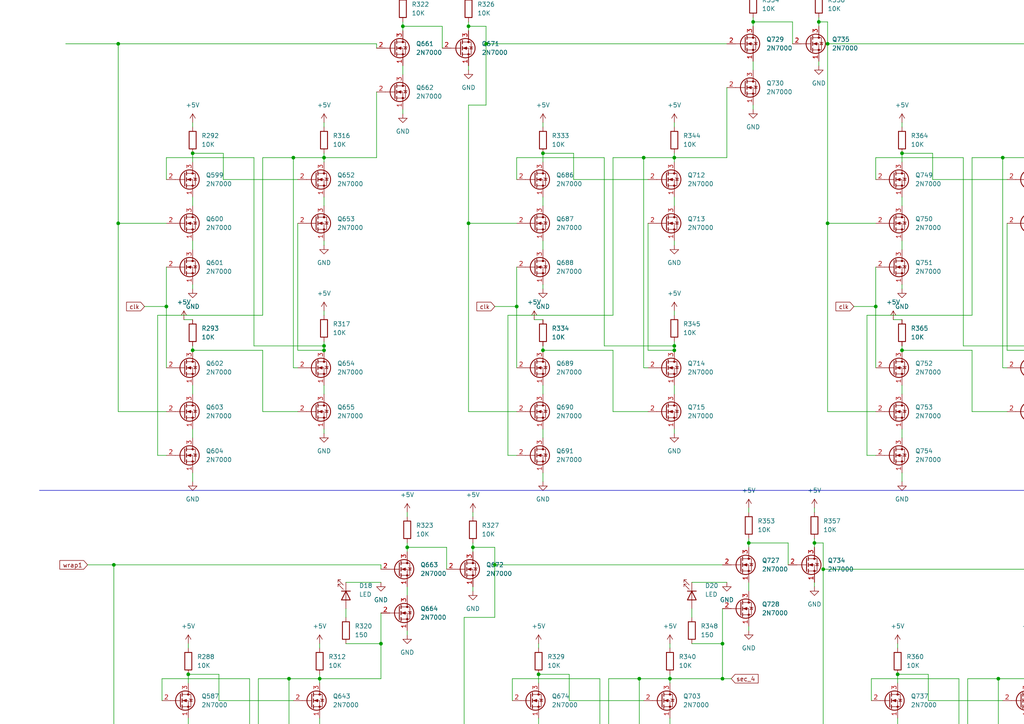
<source format=kicad_sch>
(kicad_sch (version 20231120) (generator "eeschema") (generator_version "8.0")
  (paper "A4")
  (junction (at 572.77 -106.68))
  (junction (at 675.64 252.73))
  (junction (at 572.77 408.94))
  (junction (at 261.62 408.94))
  (junction (at 628.65 336.55))
  (junction (at 605.79 581.66))
  (junction (at 816.61 45.72))
  (junction (at 55.88 581.66))
  (junction (at 337.82 6.35))
  (junction (at 509.27 -49.53))
  (junction (at 345.44 165.1))
  (junction (at 48.26 610.87))
  (junction (at 313.69 353.06))
  (junction (at 92.71 482.6))
  (junction (at 654.05 8.89))
  (junction (at 361.95 252.73))
  (junction (at 48.26 -62.23))
  (junction (at 816.61 353.06))
  (junction (at 626.11 477.52))
  (junction (at 867.41 156.21))
  (junction (at 157.48 -49.53))
  (junction (at 85.09 45.72))
  (junction (at 448.31 215.9))
  (junction (at 770.89 -62.23))
  (junction (at 626.11 184.15))
  (junction (at 676.91 101.6))
  (junction (at 755.65 215.9))
  (junction (at 240.03 372.11))
  (junction (at 195.58 -105.41))
  (junction (at 313.69 337.82))
  (junction (at 299.72 45.72))
  (junction (at 35.56 586.74))
  (junction (at 443.23 307.34))
  (junction (at 110.49 186.69))
  (junction (at 55.88 529.59))
  (junction (at 175.26 508))
  (junction (at 363.22 101.6))
  (junction (at 392.43 -105.41))
  (junction (at 530.86 3.81))
  (junction (at 134.62 215.9))
  (junction (at 339.09 158.75))
  (junction (at 85.09 -105.41))
  (junction (at 676.91 44.45))
  (junction (at 48.26 88.9))
  (junction (at 426.72 481.33))
  (junction (at 43.18 830.58))
  (junction (at 170.18 537.21))
  (junction (at 34.29 317.5))
  (junction (at 135.89 64.77))
  (junction (at 756.92 311.15))
  (junction (at 601.98 -105.41))
  (junction (at 563.88 240.03))
  (junction (at 339.09 -144.78))
  (junction (at 340.36 309.88))
  (junction (at 789.94 473.71))
  (junction (at 441.96 160.02))
  (junction (at 651.51 623.57))
  (junction (at 515.62 481.33))
  (junction (at 92.71 252.73))
  (junction (at 182.88 478.79))
  (junction (at 471.17 351.79))
  (junction (at 351.79 631.19))
  (junction (at 571.5 195.58))
  (junction (at 83.82 196.85))
  (junction (at 730.25 339.09))
  (junction (at 551.18 314.96))
  (junction (at 509.27 408.94))
  (junction (at 500.38 353.06))
  (junction (at 299.72 408.94))
  (junction (at 610.87 101.6))
  (junction (at 618.49 605.79))
  (junction (at 715.01 407.67))
  (junction (at 140.97 12.7))
  (junction (at 745.49 502.92))
  (junction (at 815.34 251.46))
  (junction (at 652.78 156.21))
  (junction (at 33.02 215.9))
  (junction (at 55.88 676.91))
  (junction (at 669.29 -62.23))
  (junction (at 157.48 351.79))
  (junction (at 551.18 -86.36))
  (junction (at 571.5 252.73))
  (junction (at 93.98 101.6))
  (junction (at 388.62 679.45))
  (junction (at 93.98 353.06))
  (junction (at 195.58 407.67))
  (junction (at 508 252.73))
  (junction (at 195.58 101.6))
  (junction (at 401.32 408.94))
  (junction (at 400.05 252.73))
  (junction (at 298.45 251.46))
  (junction (at 195.58 -50.8))
  (junction (at 449.58 10.16))
  (junction (at 840.74 196.85))
  (junction (at 655.32 64.77))
  (junction (at 440.69 -143.51))
  (junction (at 254 -62.23))
  (junction (at 807.72 45.72))
  (junction (at 549.91 215.9))
  (junction (at 777.24 252.73))
  (junction (at 816.61 407.67))
  (junction (at 778.51 408.94))
  (junction (at 240.03 64.77))
  (junction (at 217.17 -143.51))
  (junction (at 572.77 -49.53))
  (junction (at 515.62 185.42))
  (junction (at 401.32 101.6))
  (junction (at 93.98 -105.41))
  (junction (at 655.32 -86.36))
  (junction (at 807.72 353.06))
  (junction (at 549.91 158.75))
  (junction (at 706.12 -105.41))
  (junction (at 299.72 -49.53))
  (junction (at 762 12.7))
  (junction (at 363.22 -106.68))
  (junction (at 55.88 482.6))
  (junction (at 299.72 -50.8))
  (junction (at 754.38 -142.24))
  (junction (at 815.34 196.85))
  (junction (at 633.73 156.21))
  (junction (at 299.72 353.06))
  (junction (at 351.79 726.44))
  (junction (at 355.6 396.24))
  (junction (at 730.25 353.06))
  (junction (at 347.98 313.69))
  (junction (at 351.79 774.7))
  (junction (at 715.01 408.94))
  (junction (at 509.27 407.67))
  (junction (at 610.87 -49.53))
  (junction (at 713.74 252.73))
  (junction (at 728.98 185.42))
  (junction (at 469.9 252.73))
  (junction (at 401.32 -50.8))
  (junction (at 186.69 -105.41))
  (junction (at 610.87 407.67))
  (junction (at 195.58 -49.53))
  (junction (at 508 196.85))
  (junction (at 715.01 45.72))
  (junction (at 208.28 478.79))
  (junction (at 34.29 372.11))
  (junction (at 34.29 12.7))
  (junction (at 713.74 251.46))
  (junction (at 551.18 -139.7))
  (junction (at 732.79 478.79))
  (junction (at 92.71 581.66))
  (junction (at 217.17 157.48))
  (junction (at 81.28 676.91))
  (junction (at 195.58 408.94))
  (junction (at 609.6 251.46))
  (junction (at 770.89 88.9))
  (junction (at 807.72 -105.41))
  (junction (at 135.89 7.62))
  (junction (at 363.22 -49.53))
  (junction (at 669.29 396.24))
  (junction (at 92.71 772.16))
  (junction (at 111.76 353.06))
  (junction (at 240.03 309.88))
  (junction (at 392.43 45.72))
  (junction (at 93.98 100.33))
  (junction (at 137.16 158.75))
  (junction (at 157.48 408.94))
  (junction (at 421.64 -143.51))
  (junction (at 756.92 -86.36))
  (junction (at 815.34 252.73))
  (junction (at 777.24 195.58))
  (junction (at 471.17 101.6))
  (junction (at 34.29 -86.36))
  (junction (at 377.19 584.2))
  (junction (at 377.19 485.14))
  (junction (at 149.86 88.9))
  (junction (at 529.59 -142.24))
  (junction (at 755.65 7.62))
  (junction (at 601.98 45.72))
  (junction (at 290.83 353.06))
  (junction (at 290.83 -105.41))
  (junction (at 449.58 -135.89))
  (junction (at 740.41 532.13))
  (junction (at 551.18 372.11))
  (junction (at 735.33 -142.24))
  (junction (at 331.47 779.78))
  (junction (at 401.32 -49.53))
  (junction (at 340.36 215.9))
  (junction (at 610.87 -105.41))
  (junction (at 252.73 240.03))
  (junction (at 556.26 162.56))
  (junction (at 613.41 535.94))
  (junction (at 668.02 240.03))
  (junction (at 299.72 100.33))
  (junction (at 377.19 532.13))
  (junction (at 509.27 100.33))
  (junction (at 806.45 196.85))
  (junction (at 318.77 6.35))
  (junction (at 182.88 525.78))
  (junction (at 377.19 631.19))
  (junction (at 701.04 473.71))
  (junction (at 361.95 195.58))
  (junction (at 254 88.9))
  (junction (at 618.49 506.73))
  (junction (at 401.32 407.67))
  (junction (at 149.86 -62.23))
  (junction (at 339.09 543.56))
  (junction (at 601.98 353.06))
  (junction (at 626.11 576.58))
  (junction (at 43.18 640.08))
  (junction (at 676.91 -106.68))
  (junction (at 138.43 311.15))
  (junction (at 55.88 101.6))
  (junction (at 195.58 100.33))
  (junction (at 55.88 408.94))
  (junction (at 706.12 45.72))
  (junction (at 344.17 613.41))
  (junction (at 778.51 101.6))
  (junction (at 755.65 157.48))
  (junction (at 363.22 408.94))
  (junction (at 509.27 -105.41))
  (junction (at 156.21 252.73))
  (junction (at 416.56 335.28))
  (junction (at 845.82 6.35))
  (junction (at 458.47 486.41))
  (junction (at 675.64 195.58))
  (junction (at 194.31 196.85))
  (junction (at 648.97 -146.05))
  (junction (at 320.04 -144.78))
  (junction (at 521.97 335.28))
  (junction (at 816.61 101.6))
  (junction (at 312.42 186.69))
  (junction (at 509.27 353.06))
  (junction (at 213.36 337.82))
  (junction (at 81.28 723.9))
  (junction (at 219.71 478.79))
  (junction (at 736.6 7.62))
  (junction (at 401.32 100.33))
  (junction (at 209.55 186.69))
  (junction (at 843.28 -140.97))
  (junction (at 471.17 44.45))
  (junction (at 55.88 819.15))
  (junction (at 261.62 351.79))
  (junction (at 500.38 45.72))
  (junction (at 548.64 307.34))
  (junction (at 261.62 44.45))
  (junction (at 185.42 196.85))
  (junction (at 118.11 158.75))
  (junction (at 816.61 408.94))
  (junction (at 715.01 -50.8))
  (junction (at 351.79 679.45))
  (junction (at 35.56 777.24))
  (junction (at 715.01 -49.53))
  (junction (at 756.92 -134.62))
  (junction (at 655.32 372.11))
  (junction (at 478.79 528.32))
  (junction (at 312.42 196.85))
  (junction (at 363.22 44.45))
  (junction (at 613.41 635))
  (junction (at 391.16 196.85))
  (junction (at 289.56 196.85))
  (junction (at 422.91 158.75))
  (junction (at 816.61 -50.8))
  (junction (at 33.02 163.83))
  (junction (at 636.27 308.61))
  (junction (at 462.28 240.03))
  (junction (at 299.72 -105.41))
  (junction (at 753.11 520.7))
  (junction (at 509.27 -50.8))
  (junction (at 704.85 196.85))
  (junction (at 848.36 156.21))
  (junction (at 341.63 13.97))
  (junction (at 713.74 196.85))
  (junction (at 565.15 -62.23))
  (junction (at 55.88 -106.68))
  (junction (at 778.51 520.7))
  (junction (at 736.6 157.48))
  (junction (at 377.19 726.44))
  (junction (at 449.58 64.77))
  (junction (at 864.87 6.35))
  (junction (at 529.59 307.34))
  (junction (at 816.61 -105.41))
  (junction (at 377.19 821.69))
  (junction (at 54.61 252.73))
  (junction (at 298.45 252.73))
  (junction (at 81.28 819.15))
  (junction (at 651.51 576.58))
  (junction (at 209.55 196.85))
  (junction (at 400.05 196.85))
  (junction (at 339.09 833.12))
  (junction (at 463.55 396.24))
  (junction (at 351.79 821.69))
  (junction (at 565.15 396.24))
  (junction (at 610.87 100.33))
  (junction (at 157.48 -106.68))
  (junction (at 260.35 195.58))
  (junction (at 116.84 7.62))
  (junction (at 816.61 -49.53))
  (junction (at 93.98 45.72))
  (junction (at 195.58 353.06))
  (junction (at 449.58 372.11))
  (junction (at 551.18 64.77))
  (junction (at 469.9 195.58))
  (junction (at 609.6 196.85))
  (junction (at 715.01 -105.41))
  (junction (at 81.28 482.6))
  (junction (at 92.71 251.46))
  (junction (at 509.27 101.6))
  (junction (at 600.71 196.85))
  (junction (at 195.58 45.72))
  (junction (at 500.38 -105.41))
  (junction (at 299.72 407.67))
  (junction (at 778.51 351.79))
  (junction (at 862.33 -140.97))
  (junction (at 341.63 64.77))
  (junction (at 657.86 163.83))
  (junction (at 254 396.24))
  (junction (at 662.94 576.58))
  (junction (at 392.43 353.06))
  (junction (at 756.92 64.77))
  (junction (at 445.77 7.62))
  (junction (at 706.12 353.06))
  (junction (at 194.31 252.73))
  (junction (at 355.6 -62.23))
  (junction (at 509.27 45.72))
  (junction (at 626.11 524.51))
  (junction (at 299.72 101.6))
  (junction (at 504.19 528.32))
  (junction (at 344.17 803.91))
  (junction (at 530.86 158.75))
  (junction (at 605.79 482.6))
  (junction (at 186.69 45.72))
  (junction (at 662.94 477.52))
  (junction (at 778.51 -49.53))
  (junction (at 753.11 473.71))
  (junction (at 770.89 396.24))
  (junction (at 260.35 252.73))
  (junction (at 238.76 215.9))
  (junction (at 816.61 100.33))
  (junction (at 840.74 184.15))
  (junction (at 769.62 240.03))
  (junction (at 236.22 157.48))
  (junction (at 660.4 13.97))
  (junction (at 135.89 372.11))
  (junction (at 401.32 -105.41))
  (junction (at 149.86 396.24))
  (junction (at 93.98 408.94))
  (junction (at 55.88 723.9))
  (junction (at 162.56 483.87))
  (junction (at 43.18 735.33))
  (junction (at 609.6 252.73))
  (junction (at 157.48 101.6))
  (junction (at 548.64 -142.24))
  (junction (at 463.55 -62.23))
  (junction (at 34.29 64.77))
  (junction (at 756.92 372.11))
  (junction (at 635 8.89))
  (junction (at 261.62 -49.53))
  (junction (at 298.45 196.85))
  (junction (at 92.71 196.85))
  (junction (at 355.6 88.9))
  (junction (at 344.17 514.35))
  (junction (at 48.26 396.24))
  (junction (at 629.92 -146.05))
  (junction (at 81.28 628.65))
  (junction (at 676.91 351.79))
  (junction (at 715.01 101.6))
  (junction (at 610.87 45.72))
  (junction (at 55.88 351.79))
  (junction (at 321.31 309.88))
  (junction (at 240.03 -138.43))
  (junction (at 339.09 737.87))
  (junction (at 320.04 158.75))
  (junction (at 676.91 -49.53))
  (junction (at 778.51 -106.68))
  (junction (at 669.29 88.9))
  (junction (at 377.19 679.45))
  (junction (at 388.62 774.7))
  (junction (at 157.48 44.45))
  (junction (at 610.87 -50.8))
  (junction (at 43.18 541.02))
  (junction (at 55.88 44.45))
  (junction (at 400.05 251.46))
  (junction (at 424.18 307.34))
  (junction (at 81.28 772.16))
  (junction (at 194.31 251.46))
  (junction (at 664.21 317.5))
  (junction (at 236.22 -143.51))
  (junction (at 135.89 -86.36))
  (junction (at 377.19 774.7))
  (junction (at 715.01 100.33))
  (junction (at 261.62 101.6))
  (junction (at 48.26 511.81))
  (junction (at 610.87 353.06))
  (junction (at 85.09 353.06))
  (junction (at 471.17 -49.53))
  (junction (at 351.79 485.14))
  (junction (at 81.28 529.59))
  (junction (at 35.56 681.99))
  (junction (at 135.89 -105.41))
  (junction (at 146.05 316.23))
  (junction (at 655.32 -135.89))
  (junction (at 401.32 45.72))
  (junction (at 341.63 -137.16))
  (junction (at 240.03 -86.36))
  (junction (at 463.55 88.9))
  (junction (at 93.98 -50.8))
  (junction (at 48.26 706.12))
  (junction (at 610.87 408.94))
  (junction (at 130.81 478.79))
  (junction (at 778.51 473.71))
  (junction (at 415.29 186.69))
  (junction (at 651.51 524.51))
  (junction (at 93.98 -49.53))
  (junction (at 240.03 12.7))
  (junction (at 339.09 642.62))
  (junction (at 737.87 311.15))
  (junction (at 331.47 589.28))
  (junction (at 565.15 88.9))
  (junction (at 354.33 240.03))
  (junction (at 119.38 311.15))
  (junction (at 676.91 408.94))
  (junction (at 54.61 195.58))
  (junction (at 35.56 487.68))
  (junction (at 828.04 45.72))
  (junction (at 238.76 165.1))
  (junction (at 48.26 801.37))
  (junction (at 351.79 532.13))
  (junction (at 111.76 339.09))
  (junction (at 763.27 162.56))
  (junction (at 218.44 6.35))
  (junction (at 81.28 581.66))
  (junction (at 237.49 6.35))
  (junction (at 471.17 510.54))
  (junction (at 261.62 -106.68))
  (junction (at 626.11 623.57))
  (junction (at 92.71 676.91))
  (junction (at 415.29 196.85))
  (junction (at 504.19 481.33))
  (junction (at 220.98 309.88))
  (junction (at 778.51 44.45))
  (junction (at 466.09 539.75))
  (junction (at 508 251.46))
  (junction (at 186.69 353.06))
  (junction (at 515.62 196.85))
  (junction (at 388.62 584.2))
  (junction (at 499.11 196.85))
  (junction (at 572.77 44.45))
  (junction (at 401.32 353.06))
  (junction (at 208.28 525.78))
  (junction (at 556.26 15.24))
  (junction (at 572.77 101.6))
  (junction (at 55.88 -49.53))
  (junction (at 341.63 372.11))
  (junction (at 148.59 240.03))
  (junction (at 654.05 215.9))
  (junction (at 290.83 45.72))
  (junction (at 478.79 481.33))
  (junction (at 651.51 477.52))
  (junction (at 363.22 351.79))
  (junction (at 471.17 -106.68))
  (junction (at 331.47 684.53))
  (junction (at 549.91 3.81))
  (junction (at 344.17 708.66))
  (junction (at 143.51 163.83))
  (junction (at 331.47 490.22))
  (junction (at 55.88 628.65))
  (junction (at 93.98 407.67))
  (junction (at 46.99 240.03))
  (junction (at 351.79 584.2))
  (junction (at 388.62 485.14))
  (junction (at 341.63 -86.36))
  (junction (at 715.01 353.06))
  (junction (at 156.21 195.58))
  (junction (at 449.58 -86.36))
  (junction (at 426.72 7.62))
  (junction (at 572.77 351.79))
  (junction (at 449.58 313.69))
  (junction (at 213.36 353.06))
  (junction (at 825.5 353.06))
  (junction (at 471.17 408.94))
  (junction (at 655.32 308.61))
  (junction (at 55.88 772.16))
  (wire (pts (xy 340.36 270.51) (xy 354.33 270.51)))
  (wire (pts (xy 676.91 82.55) (xy 676.91 83.82)))
  (wire (pts (xy 707.39 359.41) (xy 685.8 359.41)))
  (wire (pts (xy 60.96 741.68) (xy 60.96 723.9)))
  (wire (pts (xy 581.66 -99.06) (xy 581.66 -106.68)))
  (wire (pts (xy 54.61 233.68) (xy 54.61 234.95)))
  (wire (pts (xy 716.28 478.79) (xy 716.28 473.71)))
  (wire (pts (xy 176.53 196.85) (xy 176.53 242.57)))
  (wire (pts (xy 187.96 64.77) (xy 187.96 101.6)))
  (wire (pts (xy 601.98 106.68) (xy 601.98 45.72)))
  (wire (pts (xy 572.77 364.49) (xy 572.77 367.03)))
  (wire (pts (xy 290.83 353.06) (xy 299.72 353.06)))
  (wire (pts (xy 695.96 270.51) (xy 706.12 270.51)))
  (wire (pts (xy 815.34 196.85) (xy 815.34 198.12)))
  (wire (pts (xy 116.84 7.62) (xy 116.84 8.89)))
  (wire (pts (xy 666.75 439.42) (xy 669.29 439.42)))
  (wire (pts (xy 260.35 251.46) (xy 260.35 252.73)))
  (wire (pts (xy 92.71 275.59) (xy 92.71 278.13)))
  (wire (pts (xy 177.8 119.38) (xy 187.96 119.38)))
  (wire (pts (xy 195.58 419.1) (xy 195.58 421.64)))
  (wire (pts (xy 654.05 20.32) (xy 654.05 21.59)))
  (wire (pts (xy 736.6 -2.54) (xy 736.6 -1.27)))
  (wire (pts (xy 864.87 6.35) (xy 881.38 6.35)))
  (wire (pts (xy 401.32 364.49) (xy 401.32 367.03)))
  (wire (pts (xy 589.28 196.85) (xy 589.28 251.46)))
  (wire (pts (xy 157.48 137.16) (xy 157.48 139.7)))
  (wire (pts (xy 146.05 316.23) (xy 146.05 334.01)))
  (wire (pts (xy 55.88 -49.53) (xy 76.2 -49.53)))
  (wire (pts (xy 501.65 -99.06) (xy 480.06 -99.06)))
  (wire (pts (xy 770.89 -73.66) (xy 770.89 -62.23)))
  (wire (pts (xy 570.23 92.71) (xy 572.77 92.71)))
  (wire (pts (xy 55.88 627.38) (xy 55.88 628.65)))
  (wire (pts (xy 312.42 186.69) (xy 312.42 196.85)))
  (wire (pts (xy 148.59 196.85) (xy 173.99 196.85)))
  (wire (pts (xy 344.17 833.12) (xy 339.09 833.12)))
  (wire (pts (xy 787.4 351.79) (xy 778.51 351.79)))
  (wire (pts (xy 426.72 19.05) (xy 426.72 21.59)))
  (wire (pts (xy 54.61 288.29) (xy 54.61 290.83)))
  (wire (pts (xy 808.99 414.02) (xy 807.72 414.02)))
  (wire (pts (xy 123.19 482.6) (xy 123.19 483.87)))
  (wire (pts (xy 361.95 195.58) (xy 361.95 198.12)))
  (wire (pts (xy 815.34 241.3) (xy 815.34 242.57)))
  (wire (pts (xy 35.56 681.99) (xy 35.56 741.68)))
  (wire (pts (xy 186.69 414.02) (xy 186.69 353.06)))
  (wire (pts (xy 85.09 203.2) (xy 63.5 203.2)))
  (wire (pts (xy 610.87 111.76) (xy 610.87 114.3)))
  (wire (pts (xy 55.88 492.76) (xy 55.88 495.3)))
  (wire (pts (xy 601.98 353.06) (xy 610.87 353.06)))
  (wire (pts (xy 392.43 45.72) (xy 401.32 45.72)))
  (wire (pts (xy 254 -99.06) (xy 254 -105.41)))
  (wire (pts (xy 756.92 119.38) (xy 756.92 64.77)))
  (wire (pts (xy 332.74 309.88) (xy 321.31 309.88)))
  (wire (pts (xy 415.29 186.69) (xy 415.29 196.85)))
  (wire (pts (xy 260.35 208.28) (xy 260.35 210.82)))
  (wire (pts (xy 551.18 -142.24) (xy 548.64 -142.24)))
  (wire (pts (xy 74.93 270.51) (xy 85.09 270.51)))
  (wire (pts (xy 449.58 -86.36) (xy 463.55 -86.36)))
  (wire (pts (xy 449.58 -135.89) (xy 521.97 -135.89)))
  (wire (pts (xy 195.58 377.19) (xy 195.58 378.46)))
  (wire (pts (xy 778.51 111.76) (xy 778.51 114.3)))
  (wire (pts (xy 613.41 523.24) (xy 613.41 535.94)))
  (wire (pts (xy 384.81 532.13) (xy 377.19 532.13)))
  (wire (pts (xy 355.6 -99.06) (xy 355.6 -105.41)))
  (wire (pts (xy 816.61 100.33) (xy 816.61 101.6)))
  (wire (pts (xy 149.86 384.81) (xy 149.86 396.24)))
  (wire (pts (xy 261.62 -68.58) (xy 261.62 -67.31)))
  (wire (pts (xy 46.99 203.2) (xy 46.99 196.85)))
  (wire (pts (xy 60.96 646.43) (xy 60.96 628.65)))
  (wire (pts (xy 355.6 -62.23) (xy 355.6 -44.45)))
  (wire (pts (xy 453.39 510.54) (xy 471.17 510.54)))
  (wire (pts (xy 177.8 91.44) (xy 147.32 91.44)))
  (wire (pts (xy 530.86 27.94) (xy 530.86 29.21)))
  (wire (pts (xy 648.97 -147.32) (xy 648.97 -146.05)))
  (wire (pts (xy 491.49 408.94) (xy 491.49 426.72)))
  (wire (pts (xy 177.8 45.72) (xy 177.8 91.44)))
  (wire (pts (xy 603.25 -44.45) (xy 601.98 -44.45)))
  (wire (pts (xy 480.06 351.79) (xy 471.17 351.79)))
  (wire (pts (xy 43.18 722.63) (xy 43.18 735.33)))
  (wire (pts (xy 93.98 69.85) (xy 93.98 71.12)))
  (wire (pts (xy 628.65 353.06) (xy 610.87 353.06)))
  (wire (pts (xy 299.72 100.33) (xy 299.72 101.6)))
  (wire (pts (xy 381 407.67) (xy 401.32 407.67)))
  (wire (pts (xy 93.98 -52.07) (xy 93.98 -50.8)))
  (wire (pts (xy 798.83 -105.41) (xy 807.72 -105.41)))
  (wire (pts (xy 347.98 313.69) (xy 347.98 328.93)))
  (wire (pts (xy 143.51 158.75) (xy 137.16 158.75)))
  (wire (pts (xy 299.72 -60.96) (xy 299.72 -59.69)))
  (wire (pts (xy 54.61 252.73) (xy 74.93 252.73)))
  (wire (pts (xy 85.09 252.73) (xy 92.71 252.73)))
  (wire (pts (xy 633.73 167.64) (xy 633.73 170.18)))
  (wire (pts (xy 509.27 -52.07) (xy 509.27 -50.8)))
  (wire (pts (xy 529.59 -130.81) (xy 529.59 -128.27)))
  (wire (pts (xy 229.87 6.35) (xy 218.44 6.35)))
  (wire (pts (xy 675.64 208.28) (xy 675.64 210.82)))
  (wire (pts (xy 261.62 342.9) (xy 261.62 344.17)))
  (wire (pts (xy 676.91 -115.57) (xy 676.91 -114.3)))
  (wire (pts (xy 353.06 91.44) (xy 353.06 132.08)))
  (wire (pts (xy 626.11 467.36) (xy 626.11 468.63)))
  (wire (pts (xy 30.48 777.24) (xy 35.56 777.24)))
  (wire (pts (xy 548.64 -143.51) (xy 548.64 -142.24)))
  (wire (pts (xy 240.03 12.7) (xy 240.03 6.35)))
  (wire (pts (xy 237.49 5.08) (xy 237.49 6.35)))
  (wire (pts (xy 72.39 251.46) (xy 92.71 251.46)))
  (wire (pts (xy 393.7 106.68) (xy 392.43 106.68)))
  (wire (pts (xy 715.01 100.33) (xy 715.01 101.6)))
  (wire (pts (xy 655.32 372.11) (xy 655.32 335.28)))
  (wire (pts (xy 388.62 774.7) (xy 377.19 774.7)))
  (wire (pts (xy 509.27 90.17) (xy 509.27 91.44)))
  (wire (pts (xy 572.77 407.67) (xy 572.77 408.94)))
  (wire (pts (xy 299.72 69.85) (xy 299.72 71.12)))
  (wire (pts (xy 610.87 351.79) (xy 610.87 353.06)))
  (wire (pts (xy 815.34 220.98) (xy 815.34 222.25)))
  (wire (pts (xy 341.63 119.38) (xy 355.6 119.38)))
  (wire (pts (xy 60.96 628.65) (xy 55.88 628.65)))
  (wire (pts (xy 157.48 419.1) (xy 157.48 421.64)))
  (wire (pts (xy 261.62 -49.53) (xy 281.94 -49.53)))
  (wire (pts (xy 701.04 496.57) (xy 701.04 500.38)))
  (wire (pts (xy 515.62 481.33) (xy 518.16 481.33)))
  (wire (pts (xy 764.54 -62.23) (xy 770.89 -62.23)))
  (wire (pts (xy 424.18 307.34) (xy 424.18 308.61)))
  (wire (pts (xy 509.27 100.33) (xy 509.27 101.6)))
  (wire (pts (xy 580.39 203.2) (xy 580.39 195.58)))
  (wire (pts (xy 81.28 552.45) (xy 81.28 553.72)))
  (wire (pts (xy 593.09 -105.41) (xy 593.09 -59.69)))
  (wire (pts (xy 45.72 398.78) (xy 45.72 439.42)))
  (wire (pts (xy 92.71 186.69) (xy 92.71 187.96)))
  (wire (pts (xy 240.03 336.55) (xy 250.19 336.55)))
  (wire (pts (xy 30.48 511.81) (xy 48.26 511.81)))
  (wire (pts (xy 363.22 -50.8) (xy 363.22 -49.53)))
  (wire (pts (xy 581.66 359.41) (xy 581.66 351.79)))
  (wire (pts (xy 340.36 215.9) (xy 354.33 215.9)))
  (wire (pts (xy 445.77 6.35) (xy 445.77 7.62)))
  (wire (pts (xy 601.98 -44.45) (xy 601.98 -105.41)))
  (wire (pts (xy 631.19 524.51) (xy 626.11 524.51)))
  (wire (pts (xy 400.05 186.69) (xy 400.05 187.96)))
  (wire (pts (xy 509.27 -26.67) (xy 509.27 -25.4)))
  (wire (pts (xy 501.65 64.77) (xy 501.65 101.6)))
  (wire (pts (xy 186.69 45.72) (xy 195.58 45.72)))
  (wire (pts (xy 298.45 241.3) (xy 298.45 242.57)))
  (wire (pts (xy 45.72 -19.05) (xy 48.26 -19.05)))
  (wire (pts (xy 694.69 -105.41) (xy 694.69 -50.8)))
  (wire (pts (xy 530.86 182.88) (xy 530.86 184.15)))
  (wire (pts (xy 377.19 495.3) (xy 377.19 497.84)))
  (wire (pts (xy 778.51 100.33) (xy 778.51 101.6)))
  (wire (pts (xy 147.32 -19.05) (xy 149.86 -19.05)))
  (wire (pts (xy 355.6 -73.66) (xy 355.6 -62.23)))
  (wire (pts (xy 331.47 165.1) (xy 331.47 158.75)))
  (wire (pts (xy 572.77 69.85) (xy 572.77 72.39)))
  (wire (pts (xy 815.34 195.58) (xy 815.34 196.85)))
  (wire (pts (xy 675.64 186.69) (xy 675.64 187.96)))
  (wire (pts (xy 363.22 419.1) (xy 363.22 421.64)))
  (wire (pts (xy 515.62 185.42) (xy 515.62 196.85)))
  (wire (pts (xy 200.66 530.86) (xy 200.66 511.81)))
  (wire (pts (xy 81.28 618.49) (xy 81.28 619.76)))
  (wire (pts (xy 195.58 90.17) (xy 195.58 91.44)))
  (wire (pts (xy 697.23 -105.41) (xy 697.23 -59.69)))
  (wire (pts (xy 441.96 157.48) (xy 441.96 160.02)))
  (wire (pts (xy 292.1 106.68) (xy 290.83 106.68)))
  (wire (pts (xy 187.96 106.68) (xy 186.69 106.68)))
  (wire (pts (xy 549.91 148.59) (xy 549.91 149.86)))
  (wire (pts (xy 339.09 -133.35) (xy 339.09 -132.08)))
  (wire (pts (xy 755.65 215.9) (xy 769.62 215.9)))
  (wire (pts (xy 736.6 31.75) (xy 736.6 33.02)))
  (wire (pts (xy 320.04 157.48) (xy 320.04 158.75)))
  (wire (pts (xy 30.48 610.87) (xy 48.26 610.87)))
  (wire (pts (xy 769.62 228.6) (xy 769.62 240.03)))
  (wire (pts (xy 146.05 242.57) (xy 146.05 283.21)))
  (wire (pts (xy 218.44 17.78) (xy 218.44 20.32)))
  (wire (pts (xy 407.67 176.53) (xy 407.67 179.07)))
  (wire (pts (xy 195.58 342.9) (xy 195.58 344.17)))
  (wire (pts (xy 737.87 309.88) (xy 737.87 311.15)))
  (wire (pts (xy 778.51 377.19) (xy 778.51 379.73)))
  (wire (pts (xy 407.67 317.5) (xy 417.83 317.5)))
  (wire (pts (xy 55.88 782.32) (xy 55.88 784.86)))
  (wire (pts (xy 81.28 842.01) (xy 81.28 843.28)))
  (wire (pts (xy 81.28 481.33) (xy 81.28 482.6)))
  (wire (pts (xy 655.32 426.72) (xy 669.29 426.72)))
  (wire (pts (xy 137.16 148.59) (xy 137.16 149.86)))
  (wire (pts (xy 565.15 384.81) (xy 565.15 396.24)))
  (wire (pts (xy 351.79 283.21) (xy 354.33 283.21)))
  (wire (pts (xy 651.51 487.68) (xy 651.51 490.22)))
  (wire (pts (xy 331.47 -144.78) (xy 320.04 -144.78)))
  (wire (pts (xy 508 275.59) (xy 508 278.13)))
  (wire (pts (xy 609.6 251.46) (xy 609.6 252.73)))
  (wire (pts (xy 41.91 -62.23) (xy 48.26 -62.23)))
  (wire (pts (xy 414.02 -137.16) (xy 341.63 -137.16)))
  (wire (pts (xy 674.37 -58.42) (xy 676.91 -58.42)))
  (wire (pts (xy 509.27 57.15) (xy 509.27 59.69)))
  (wire (pts (xy 369.57 774.7) (xy 351.79 774.7)))
  (wire (pts (xy 807.72 353.06) (xy 816.61 353.06)))
  (wire (pts (xy 713.74 275.59) (xy 713.74 278.13)))
  (wire (pts (xy 593.09 353.06) (xy 593.09 398.78)))
  (wire (pts (xy 55.88 817.88) (xy 55.88 819.15)))
  (wire (pts (xy 778.51 342.9) (xy 778.51 344.17)))
  (wire (pts (xy 331.47 684.53) (xy 344.17 684.53)))
  (wire (pts (xy 254 359.41) (xy 254 353.06)))
  (wire (pts (xy 157.48 124.46) (xy 157.48 127)))
  (wire (pts (xy 377.19 764.54) (xy 377.19 765.81)))
  (wire (pts (xy 626.11 534.67) (xy 626.11 537.21)))
  (wire (pts (xy 187.96 372.11) (xy 187.96 408.94)))
  (wire (pts (xy 707.39 52.07) (xy 685.8 52.07)))
  (wire (pts (xy 176.53 242.57) (xy 146.05 242.57)))
  (wire (pts (xy 236.22 168.91) (xy 236.22 170.18)))
  (wire (pts (xy 391.16 257.81) (xy 391.16 196.85)))
  (wire (pts (xy 186.69 -44.45) (xy 186.69 -105.41)))
  (wire (pts (xy 344.17 737.87) (xy 339.09 737.87)))
  (wire (pts (xy 331.47 589.28) (xy 344.17 589.28)))
  (wire (pts (xy 287.02 439.42) (xy 292.1 439.42)))
  (wire (pts (xy 778.51 -50.8) (xy 778.51 -49.53)))
  (wire (pts (xy 745.49 491.49) (xy 745.49 502.92)))
  (wire (pts (xy 565.15 -99.06) (xy 565.15 -105.41)))
  (wire (pts (xy 715.01 99.06) (xy 715.01 100.33)))
  (wire (pts (xy 798.83 353.06) (xy 798.83 398.78)))
  (wire (pts (xy 825.5 336.55) (xy 825.5 339.09)))
  (wire (pts (xy 381 45.72) (xy 381 100.33)))
  (wire (pts (xy 593.09 45.72) (xy 593.09 91.44)))
  (wire (pts (xy 393.7 64.77) (xy 393.7 101.6)))
  (wire (pts (xy 332.74 316.23) (xy 332.74 309.88)))
  (wire (pts (xy 340.36 321.31) (xy 340.36 322.58)))
  (wire (pts (xy 774.7 243.84) (xy 777.24 243.84)))
  (wire (pts (xy 157.48 -93.98) (xy 157.48 -91.44)))
  (wire (pts (xy 34.29 -31.75) (xy 48.26 -31.75)))
  (wire (pts (xy 392.43 257.81) (xy 391.16 257.81)))
  (wire (pts (xy 599.44 439.42) (xy 603.25 439.42)))
  (wire (pts (xy 43.18 651.51) (xy 43.18 652.78)))
  (wire (pts (xy 754.38 -143.51) (xy 754.38 -142.24)))
  (wire (pts (xy 610.87 44.45) (xy 610.87 45.72)))
  (wire (pts (xy 715.01 -26.67) (xy 715.01 -25.4)))
  (wire (pts (xy 816.61 -115.57) (xy 816.61 -114.3)))
  (wire (pts (xy 340.36 215.9) (xy 340.36 179.07)))
  (wire (pts (xy 715.01 90.17) (xy 715.01 91.44)))
  (wire (pts (xy 655.32 307.34) (xy 655.32 308.61)))
  (wire (pts (xy 542.29 165.1) (xy 542.29 158.75)))
  (wire (pts (xy 363.22 407.67) (xy 363.22 408.94)))
  (wire (pts (xy 339.09 737.87) (xy 339.09 739.14)))
  (wire (pts (xy 504.19 538.48) (xy 504.19 541.02)))
  (wire (pts (xy 147.32 398.78) (xy 147.32 439.42)))
  (wire (pts (xy 55.88 651.51) (xy 55.88 652.78)))
  (wire (pts (xy 363.22 389.89) (xy 363.22 391.16)))
  (wire (pts (xy 240.03 309.88) (xy 240.03 311.15)))
  (wire (pts (xy 261.62 389.89) (xy 261.62 391.16)))
  (wire (pts (xy 369.57 549.91) (xy 356.87 549.91)))
  (wire (pts (xy 815.34 186.69) (xy 815.34 187.96)))
  (wire (pts (xy 551.18 119.38) (xy 551.18 64.77)))
  (wire (pts (xy 157.48 364.49) (xy 157.48 367.03)))
  (wire (pts (xy 556.26 15.24) (xy 627.38 15.24)))
  (polyline (pts (xy 556.26 142.24) (xy 556.26 294.64)))
  (wire (pts (xy 816.61 -60.96) (xy 816.61 -59.69)))
  (wire (pts (xy 147.32 132.08) (xy 149.86 132.08)))
  (wire (pts (xy 345.44 158.75) (xy 345.44 165.1)))
  (wire (pts (xy 240.03 372.11) (xy 240.03 336.55)))
  (wire (pts (xy 565.15 -73.66) (xy 565.15 -62.23)))
  (wire (pts (xy 195.58 -106.68) (xy 195.58 -105.41)))
  (wire (pts (xy 177.8 -59.69) (xy 147.32 -59.69)))
  (wire (pts (xy 299.72 342.9) (xy 299.72 344.17)))
  (wire (pts (xy 147.32 91.44) (xy 147.32 132.08)))
  (wire (pts (xy 157.48 82.55) (xy 157.48 83.82)))
  (wire (pts (xy 240.03 119.38) (xy 254 119.38)))
  (wire (pts (xy 34.29 -88.9) (xy 34.29 -86.36)))
  (wire (pts (xy 716.28 473.71) (xy 701.04 473.71)))
  (wire (pts (xy 494.03 165.1) (xy 523.24 165.1)))
  (wire (pts (xy 34.29 372.11) (xy 48.26 372.11)))
  (wire (pts (xy 281.94 -105.41) (xy 290.83 -105.41)))
  (wire (pts (xy 194.31 288.29) (xy 194.31 290.83)))
  (wire (pts (xy 651.51 613.41) (xy 651.51 614.68)))
  (wire (pts (xy 298.45 186.69) (xy 298.45 187.96)))
  (wire (pts (xy 572.77 101.6) (xy 593.09 101.6)))
  (wire (pts (xy 377.19 607.06) (xy 377.19 608.33)))
  (wire (pts (xy 562.61 398.78) (xy 562.61 439.42)))
  (wire (pts (xy 501.65 372.11) (xy 501.65 408.94)))
  (wire (pts (xy 55.88 571.5) (xy 55.88 572.77)))
  (wire (pts (xy 208.28 468.63) (xy 208.28 469.9)))
  (wire (pts (xy 341.63 13.97) (xy 419.1 13.97)))
  (wire (pts (xy 798.83 45.72) (xy 798.83 91.44)))
  (wire (pts (xy 157.48 342.9) (xy 157.48 344.17)))
  (wire (pts (xy 290.83 252.73) (xy 298.45 252.73)))
  (wire (pts (xy 194.31 262.89) (xy 194.31 265.43)))
  (wire (pts (xy 530.86 15.24) (xy 530.86 17.78)))
  (wire (pts (xy 81.28 571.5) (xy 81.28 572.77)))
  (wire (pts (xy 669.29 88.9) (xy 669.29 106.68)))
  (wire (pts (xy 775.97 -58.42) (xy 778.51 -58.42)))
  (wire (pts (xy 659.13 623.57) (xy 651.51 623.57)))
  (wire (pts (xy 240.03 6.35) (xy 237.49 6.35)))
  (wire (pts (xy 281.94 45.72) (xy 290.83 45.72)))
  (wire (pts (xy 339.09 170.18) (xy 339.09 171.45)))
  (wire (pts (xy 351.79 749.3) (xy 351.79 750.57)))
  (wire (pts (xy 471.17 546.1) (xy 471.17 539.75)))
  (wire (pts (xy 377.19 811.53) (xy 377.19 812.8)))
  (wire (pts (xy 377.19 641.35) (xy 377.19 643.89)))
  (wire (pts (xy 55.88 829.31) (xy 55.88 831.85)))
  (wire (pts (xy 572.77 -13.97) (xy 572.77 -11.43)))
  (wire (pts (xy 157.48 -50.8) (xy 157.48 -49.53)))
  (wire (pts (xy 195.58 111.76) (xy 195.58 114.3)))
  (wire (pts (xy 590.55 -105.41) (xy 590.55 -50.8)))
  (wire (pts (xy 812.8 391.16) (xy 816.61 391.16)))
  (wire (pts (xy 676.91 407.67) (xy 676.91 408.94)))
  (wire (pts (xy 504.19 551.18) (xy 504.19 552.45)))
  (wire (pts (xy 448.31 270.51) (xy 448.31 215.9)))
  (wire (pts (xy 81.28 808.99) (xy 81.28 810.26)))
  (wire (pts (xy 73.66 614.68) (xy 92.71 614.68)))
  (wire (pts (xy 491.49 -49.53) (xy 491.49 -31.75)))
  (wire (pts (xy 777.24 288.29) (xy 777.24 290.83)))
  (wire (pts (xy 753.11 510.54) (xy 753.11 511.81)))
  (wire (pts (xy 401.32 99.06) (xy 401.32 100.33)))
  (wire (pts (xy 43.18 817.88) (xy 43.18 830.58)))
  (wire (pts (xy 351.79 736.6) (xy 351.79 739.14)))
  (wire (pts (xy 778.51 44.45) (xy 778.51 46.99)))
  (wire (pts (xy 340.36 309.88) (xy 340.36 311.15)))
  (wire (pts (xy 807.72 -44.45) (xy 807.72 -105.41)))
  (wire (pts (xy 157.48 -115.57) (xy 157.48 -114.3)))
  (wire (pts (xy 53.34 400.05) (xy 55.88 400.05)))
  (wire (pts (xy 369.57 712.47) (xy 388.62 712.47)))
  (wire (pts (xy 778.51 35.56) (xy 778.51 36.83)))
  (wire (pts (xy 609.6 275.59) (xy 609.6 278.13)))
  (wire (pts (xy 603.25 -86.36) (xy 603.25 -49.53)))
  (wire (pts (xy 281.94 398.78) (xy 251.46 398.78)))
  (wire (pts (xy 816.61 35.56) (xy 816.61 36.83)))
  (wire (pts (xy 363.22 100.33) (xy 363.22 101.6)))
  (wire (pts (xy 508 208.28) (xy 508 210.82)))
  (wire (pts (xy 478.79 538.48) (xy 478.79 541.02)))
  (wire (pts (xy 497.84 439.42) (xy 501.65 439.42)))
  (wire (pts (xy 619.76 318.77) (xy 629.92 318.77)))
  (wire (pts (xy 173.99 196.85) (xy 173.99 251.46)))
  (wire (pts (xy 609.6 196.85) (xy 609.6 198.12)))
  (wire (pts (xy 186.69 -105.41) (xy 195.58 -105.41)))
  (wire (pts (xy 581.66 52.07) (xy 581.66 44.45)))
  (wire (pts (xy 593.09 45.72) (xy 601.98 45.72)))
  (wire (pts (xy 715.01 -52.07) (xy 715.01 -50.8)))
  (wire (pts (xy 848.36 180.34) (xy 848.36 181.61)))
  (wire (pts (xy 736.6 168.91) (xy 736.6 171.45)))
  (wire (pts (xy 715.01 377.19) (xy 715.01 378.46)))
  (wire (pts (xy 676.91 419.1) (xy 676.91 421.64)))
  (wire (pts (xy 176.53 252.73) (xy 176.53 270.51)))
  (wire (pts (xy 854.71 -134.62) (xy 854.71 -140.97)))
  (wire (pts (xy 55.88 101.6) (xy 76.2 101.6)))
  (wire (pts (xy 562.61 132.08) (xy 565.15 132.08)))
  (wire (pts (xy 641.35 -139.7) (xy 641.35 -146.05)))
  (wire (pts (xy 377.19 831.85) (xy 377.19 834.39)))
  (wire (pts (xy 372.11 -106.68) (xy 363.22 -106.68)))
  (wire (pts (xy 572.77 100.33) (xy 572.77 101.6)))
  (wire (pts (xy 449.58 7.62) (xy 445.77 7.62)))
  (wire (pts (xy 840.74 196.85) (xy 815.34 196.85)))
  (wire (pts (xy 676.91 -106.68) (xy 676.91 -104.14)))
  (wire (pts (xy 344.17 642.62) (xy 339.09 642.62)))
  (wire (pts (xy 651.51 646.43) (xy 651.51 647.7)))
  (wire (pts (xy 73.66 610.87) (xy 88.9 610.87)))
  (wire (pts (xy 279.4 407.67) (xy 299.72 407.67)))
  (wire (pts (xy 707.39 -44.45) (xy 706.12 -44.45)))
  (wire (pts (xy 401.32 407.67) (xy 401.32 408.94)))
  (wire (pts (xy 666.75 -19.05) (xy 669.29 -19.05)))
  (wire (pts (xy 490.22 196.85) (xy 499.11 196.85)))
  (wire (pts (xy 73.66 836.93) (xy 60.96 836.93)))
  (wire (pts (xy 471.17 -106.68) (xy 471.17 -104.14)))
  (wire (pts (xy 549.91 170.18) (xy 549.91 171.45)))
  (wire (pts (xy 119.38 335.28) (xy 119.38 336.55)))
  (wire (pts (xy 185.42 257.81) (xy 185.42 196.85)))
  (wire (pts (xy 134.62 215.9) (xy 148.59 215.9)))
  (wire (pts (xy 383.54 426.72) (xy 393.7 426.72)))
  (wire (pts (xy 175.26 496.57) (xy 175.26 508)))
  (wire (pts (xy 369.57 708.66) (xy 384.81 708.66)))
  (wire (pts (xy 755.65 157.48) (xy 755.65 158.75)))
  (wire (pts (xy 261.62 431.8) (xy 261.62 434.34)))
  (wire (pts (xy 748.03 7.62) (xy 736.6 7.62)))
  (wire (pts (xy 391.16 196.85) (xy 400.05 196.85)))
  (wire (pts (xy 30.48 706.12) (xy 48.26 706.12)))
  (wire (pts (xy 488.95 45.72) (xy 488.95 100.33)))
  (wire (pts (xy 565.15 359.41) (xy 565.15 353.06)))
  (wire (pts (xy 715.01 419.1) (xy 715.01 421.64)))
  (wire (pts (xy 843.28 -140.97) (xy 843.28 -139.7)))
  (wire (pts (xy 321.31 299.72) (xy 321.31 300.99)))
  (wire (pts (xy 651.51 575.31) (xy 651.51 576.58)))
  (wire (pts (xy 55.88 35.56) (xy 55.88 36.83)))
  (wire (pts (xy 707.39 -49.53) (xy 715.01 -49.53)))
  (wire (pts (xy 220.98 321.31) (xy 220.98 323.85)))
  (wire (pts (xy 34.29 317.5) (xy 34.29 372.11)))
  (wire (pts (xy 195.58 -115.57) (xy 195.58 -114.3)))
  (wire (pts (xy 753.11 483.87) (xy 753.11 486.41)))
  (wire (pts (xy 769.62 240.03) (xy 769.62 257.81)))
  (wire (pts (xy 798.83 408.94) (xy 798.83 426.72)))
  (wire (pts (xy 593.09 91.44) (xy 562.61 91.44)))
  (wire (pts (xy 81.28 762) (xy 81.28 763.27)))
  (wire (pts (xy 471.17 101.6) (xy 491.49 101.6)))
  (wire (pts (xy 118.11 182.88) (xy 118.11 184.15)))
  (wire (pts (xy 363.22 -68.58) (xy 363.22 -67.31)))
  (wire (pts (xy 299.72 -81.28) (xy 299.72 -80.01)))
  (wire (pts (xy 769.62 203.2) (xy 769.62 196.85)))
  (wire (pts (xy 257.81 243.84) (xy 260.35 243.84)))
  (wire (pts (xy 610.87 353.06) (xy 610.87 354.33)))
  (wire (pts (xy 156.21 220.98) (xy 156.21 223.52)))
  (wire (pts (xy 549.91 2.54) (xy 549.91 3.81)))
  (wire (pts (xy 565.15 -62.23) (xy 565.15 -44.45)))
  (wire (pts (xy 626.11 586.74) (xy 626.11 589.28)))
  (wire (pts (xy 449.58 -31.75) (xy 463.55 -31.75)))
  (wire (pts (xy 551.18 -86.36) (xy 565.15 -86.36)))
  (wire (pts (xy 798.83 45.72) (xy 807.72 45.72)))
  (polyline (pts (xy 878.84 293.37) (xy 878.84 294.64)))
  (wire (pts (xy 722.63 321.31) (xy 732.79 321.31)))
  (wire (pts (xy 461.01 -19.05) (xy 463.55 -19.05)))
  (wire (pts (xy 48.26 789.94) (xy 48.26 801.37)))
  (wire (pts (xy 778.51 407.67) (xy 778.51 408.94)))
  (wire (pts (xy 727.71 -123.19) (xy 727.71 -105.41)))
  (wire (pts (xy 613.41 635) (xy 613.41 636.27)))
  (wire (pts (xy 33.02 163.83) (xy 33.02 215.9)))
  (wire (pts (xy 369.57 731.52) (xy 369.57 712.47)))
  (wire (pts (xy 240.03 -138.43) (xy 312.42 -138.43)))
  (wire (pts (xy 488.95 407.67) (xy 509.27 407.67)))
  (wire (pts (xy 551.18 -139.7) (xy 622.3 -139.7)))
  (wire (pts (xy 778.51 483.87) (xy 778.51 486.41)))
  (wire (pts (xy 697.23 -49.53) (xy 697.23 -31.75)))
  (wire (pts (xy 140.97 7.62) (xy 140.97 12.7)))
  (wire (pts (xy 326.39 779.78) (xy 331.47 779.78)))
  (wire (pts (xy 194.31 196.85) (xy 194.31 198.12)))
  (wire (pts (xy 330.2 12.7) (xy 330.2 6.35)))
  (wire (pts (xy 778.51 496.57) (xy 778.51 497.84)))
  (wire (pts (xy 651.51 500.38) (xy 651.51 501.65)))
  (wire (pts (xy 331.47 779.78) (xy 331.47 839.47)))
  (wire (pts (xy 469.9 252.73) (xy 490.22 252.73)))
  (wire (pts (xy 665.48 283.21) (xy 668.02 283.21)))
  (wire (pts (xy 252.73 196.85) (xy 278.13 196.85)))
  (wire (pts (xy 177.8 -31.75) (xy 187.96 -31.75)))
  (wire (pts (xy 815.34 250.19) (xy 815.34 251.46)))
  (wire (pts (xy 807.72 252.73) (xy 815.34 252.73)))
  (wire (pts (xy 156.21 252.73) (xy 176.53 252.73)))
  (wire (pts (xy 831.85 184.15) (xy 840.74 184.15)))
  (wire (pts (xy 110.49 177.8) (xy 110.49 186.69)))
  (wire (pts (xy 73.66 789.94) (xy 73.66 801.37)))
  (wire (pts (xy 92.71 288.29) (xy 92.71 290.83)))
  (wire (pts (xy 549.91 177.8) (xy 556.26 177.8)))
  (wire (pts (xy 676.91 -39.37) (xy 676.91 -36.83)))
  (wire (pts (xy 53.34 -58.42) (xy 55.88 -58.42)))
  (wire (pts (xy 715.01 353.06) (xy 715.01 354.33)))
  (wire (pts (xy 313.69 337.82) (xy 313.69 353.06)))
  (wire (pts (xy 260.35 220.98) (xy 260.35 223.52)))
  (wire (pts (xy 501.65 101.6) (xy 509.27 101.6)))
  (wire (pts (xy 254 -73.66) (xy 254 -62.23)))
  (wire (pts (xy 610.87 377.19) (xy 610.87 378.46)))
  (wire (pts (xy 551.18 119.38) (xy 565.15 119.38)))
  (wire (pts (xy 601.98 414.02) (xy 601.98 353.06)))
  (wire (pts (xy 34.29 64.77) (xy 34.29 12.7)))
  (wire (pts (xy 73.66 728.98) (xy 73.66 709.93)))
  (wire (pts (xy 651.51 514.35) (xy 651.51 515.62)))
  (wire (pts (xy 83.82 257.81) (xy 83.82 196.85)))
  (wire (pts (xy 706.12 203.2) (xy 684.53 203.2)))
  (wire (pts (xy 495.3 185.42) (xy 515.62 185.42)))
  (wire (pts (xy 384.81 821.69) (xy 377.19 821.69)))
  (wire (pts (xy 845.82 30.48) (xy 845.82 31.75)))
  (wire (pts (xy 400.05 220.98) (xy 400.05 222.25)))
  (wire (pts (xy 435.61 307.34) (xy 424.18 307.34)))
  (wire (pts (xy 659.13 506.73) (xy 659.13 524.51)))
  (wire (pts (xy 753.11 519.43) (xy 753.11 520.7)))
  (wire (pts (xy 92.71 676.91) (xy 81.28 676.91)))
  (wire (pts (xy 355.6 396.24) (xy 355.6 414.02)))
  (wire (pts (xy 859.79 156.21) (xy 848.36 156.21)))
  (wire (pts (xy 414.02 -105.41) (xy 401.32 -105.41)))
  (wire (pts (xy 55.88 591.82) (xy 55.88 594.36)))
  (wire (pts (xy 83.82 439.42) (xy 86.36 439.42)))
  (wire (pts (xy 351.79 574.04) (xy 351.79 575.31)))
  (wire (pts (xy 200.66 176.53) (xy 200.66 179.07)))
  (wire (pts (xy 48.26 500.38) (xy 48.26 511.81)))
  (wire (pts (xy 48.26 706.12) (xy 48.26 728.98)))
  (wire (pts (xy 304.8 168.91) (xy 314.96 168.91)))
  (wire (pts (xy 581.66 351.79) (xy 572.77 351.79)))
  (wire (pts (xy 208.28 535.94) (xy 208.28 538.48)))
  (wire (pts (xy 123.19 524.51) (xy 104.14 524.51)))
  (wire (pts (xy 722.63 339.09) (xy 730.25 339.09)))
  (wire (pts (xy 463.55 45.72) (xy 488.95 45.72)))
  (wire (pts (xy 816.61 90.17) (xy 816.61 91.44)))
  (wire (pts (xy 337.82 5.08) (xy 337.82 6.35)))
  (wire (pts (xy 633.73 146.05) (xy 633.73 147.32)))
  (wire (pts (xy 93.98 99.06) (xy 93.98 100.33)))
  (wire (pts (xy 504.19 527.05) (xy 504.19 528.32)))
  (wire (pts (xy 488.95 -50.8) (xy 509.27 -50.8)))
  (wire (pts (xy 756.92 -142.24) (xy 754.38 -142.24)))
  (wire (pts (xy 441.96 170.18) (xy 441.96 171.45)))
  (wire (pts (xy 755.65 156.21) (xy 755.65 157.48)))
  (wire (pts (xy 392.43 215.9) (xy 392.43 252.73)))
  (wire (pts (xy 156.21 208.28) (xy 156.21 210.82)))
  (wire (pts (xy 261.62 351.79) (xy 261.62 354.33)))
  (wire (pts (xy 299.72 44.45) (xy 299.72 45.72)))
  (wire (pts (xy 676.91 408.94) (xy 697.23 408.94)))
  (wire (pts (xy 195.58 351.79) (xy 195.58 353.06)))
  (wire (pts (xy 551.18 -139.7) (xy 551.18 -142.24)))
  (wire (pts (xy 736.6 147.32) (xy 736.6 148.59)))
  (wire (pts (xy 340.36 179.07) (xy 345.44 179.07)))
  (wire (pts (xy 610.87 57.15) (xy 610.87 59.69)))
  (wire (pts (xy 35.56 487.68) (xy 35.56 547.37)))
  (wire (pts (xy 135.89 -2.54) (xy 135.89 -1.27)))
  (wire (pts (xy 529.59 306.07) (xy 529.59 307.34)))
  (wire (pts (xy 777.24 220.98) (xy 777.24 223.52)))
  (wire (pts (xy 281.94 91.44) (xy 251.46 91.44)))
  (wire (pts (xy 280.67 270.51) (xy 290.83 270.51)))
  (wire (pts (xy 762 7.62) (xy 755.65 7.62)))
  (wire (pts (xy 48.26 735.33) (xy 43.18 735.33)))
  (wire (pts (xy 716.28 478.79) (xy 732.79 478.79)))
  (wire (pts (xy 92.71 676.91) (xy 101.6 676.91)))
  (wire (pts (xy 571.5 275.59) (xy 571.5 278.13)))
  (wire (pts (xy 622.3 -105.41) (xy 610.87 -105.41)))
  (wire (pts (xy 209.55 186.69) (xy 209.55 196.85)))
  (wire (pts (xy 471.17 82.55) (xy 471.17 83.82)))
  (wire (pts (xy 807.72 106.68) (xy 807.72 45.72)))
  (wire (pts (xy 613.41 613.41) (xy 613.41 614.68)))
  (wire (pts (xy 601.98 257.81) (xy 600.71 257.81)))
  (wire (pts (xy 220.98 299.72) (xy 220.98 300.99)))
  (wire (pts (xy 509.27 -60.96) (xy 509.27 -59.69)))
  (wire (pts (xy 676.91 -93.98) (xy 676.91 -91.44)))
  (wire (pts (xy 797.56 196.85) (xy 797.56 242.57)))
  (wire (pts (xy 187.96 414.02) (xy 186.69 414.02)))
  (wire (pts (xy 341.63 64.77) (xy 341.63 13.97)))
  (wire (pts (xy 618.49 535.94) (xy 613.41 535.94)))
  (wire (pts (xy 118.11 158.75) (xy 118.11 160.02)))
  (wire (pts (xy 73.66 586.74) (xy 73.66 581.66)))
  (wire (pts (xy 361.95 251.46) (xy 361.95 252.73)))
  (wire (pts (xy 796.29 407.67) (xy 816.61 407.67)))
  (wire (pts (xy 797.56 196.85) (xy 806.45 196.85)))
  (wire (pts (xy 88.9 628.65) (xy 81.28 628.65)))
  (wire (pts (xy 102.87 328.93) (xy 102.87 331.47)))
  (wire (pts (xy 85.09 106.68) (xy 85.09 45.72)))
  (wire (pts (xy 251.46 91.44) (xy 251.46 132.08)))
  (wire (pts (xy 259.08 92.71) (xy 261.62 92.71)))
  (wire (pts (xy 426.72 518.16) (xy 426.72 521.97)))
  (wire (pts (xy 157.48 -49.53) (xy 177.8 -49.53)))
  (wire (pts (xy 341.63 -144.78) (xy 341.63 -137.16)))
  (wire (pts (xy 469.9 208.28) (xy 469.9 210.82)))
  (wire (pts (xy 730.25 339.09) (xy 730.25 353.06)))
  (wire (pts (xy 377.19 521.97) (xy 377.19 523.24)))
  (wire (pts (xy 572.77 111.76) (xy 572.77 114.3)))
  (wire (pts (xy 135.89 -31.75) (xy 135.89 -86.36)))
  (wire (pts (xy 449.58 64.77) (xy 449.58 10.16)))
  (wire (pts (xy 805.18 439.42) (xy 808.99 439.42)))
  (wire (pts (xy 867.41 154.94) (xy 867.41 156.21)))
  (wire (pts (xy 421.64 -119.38) (xy 421.64 -118.11)))
  (wire (pts (xy 279.4 -50.8) (xy 299.72 -50.8)))
  (wire (pts (xy 501.65 -49.53) (xy 509.27 -49.53)))
  (wire (pts (xy 500.38 45.72) (xy 509.27 45.72)))
  (wire (pts (xy 449.58 -86.36) (xy 449.58 -135.89)))
  (wire (pts (xy 86.36 52.07) (xy 64.77 52.07)))
  (wire (pts (xy 135.89 334.01) (xy 146.05 334.01)))
  (wire (pts (xy 694.69 45.72) (xy 694.69 100.33)))
  (wire (pts (xy 778.51 -39.37) (xy 778.51 -36.83)))
  (wire (pts (xy 565.15 52.07) (xy 565.15 45.72)))
  (wire (pts (xy 194.31 241.3) (xy 194.31 242.57)))
  (wire (pts (xy 101.6 510.54) (xy 101.6 676.91)))
  (wire (pts (xy 383.54 45.72) (xy 392.43 45.72)))
  (wire (pts (xy 590.55 407.67) (xy 610.87 407.67)))
  (wire (pts (xy 715.01 364.49) (xy 715.01 367.03)))
  (wire (pts (xy 55.88 82.55) (xy 55.88 83.82)))
  (wire (pts (xy 401.32 111.76) (xy 401.32 114.3)))
  (wire (pts (xy 175.26 100.33) (xy 195.58 100.33)))
  (wire (pts (xy 770.89 525.78) (xy 770.89 506.73)))
  (wire (pts (xy 30.48 801.37) (xy 48.26 801.37)))
  (wire (pts (xy 236.22 156.21) (xy 236.22 157.48)))
  (wire (pts (xy 676.91 35.56) (xy 676.91 36.83)))
  (wire (pts (xy 438.15 13.97) (xy 438.15 7.62)))
  (wire (pts (xy 290.83 -105.41) (xy 299.72 -105.41)))
  (wire (pts (xy 862.33 -140.97) (xy 862.33 -139.7)))
  (wire (pts (xy 166.37 -106.68) (xy 157.48 -106.68)))
  (wire (pts (xy 816.61 -50.8) (xy 816.61 -49.53)))
  (wire (pts (xy 34.29 64.77) (xy 48.26 64.77)))
  (wire (pts (xy 270.51 -106.68) (xy 261.62 -106.68)))
  (wire (pts (xy 635 7.62) (xy 635 8.89)))
  (wire (pts (xy 571.5 208.28) (xy 571.5 210.82)))
  (wire (pts (xy 676.91 364.49) (xy 676.91 367.03)))
  (wire (pts (xy 609.6 288.29) (xy 609.6 290.83)))
  (wire (pts (xy 480.06 359.41) (xy 480.06 351.79)))
  (wire (pts (xy 495.3 167.64) (xy 505.46 167.64)))
  (wire (pts (xy 694.69 100.33) (xy 715.01 100.33)))
  (wire (pts (xy 195.58 -93.98) (xy 195.58 -91.44)))
  (wire (pts (xy 156.21 251.46) (xy 156.21 252.73)))
  (wire (pts (xy 377.19 678.18) (xy 377.19 679.45)))
  (wire (pts (xy 157.48 -39.37) (xy 157.48 -36.83)))
  (wire (pts (xy 143.51 158.75) (xy 143.51 163.83)))
  (wire (pts (xy 778.51 364.49) (xy 778.51 367.03)))
  (wire (pts (xy 426.72 -2.54) (xy 426.72 -1.27)))
  (wire (pts (xy 816.61 353.06) (xy 816.61 354.33)))
  (wire (pts (xy 41.91 88.9) (xy 48.26 88.9)))
  (wire (pts (xy 377.19 736.6) (xy 377.19 739.14)))
  (wire (pts (xy 631.19 623.57) (xy 626.11 623.57)))
  (wire (pts (xy 603.25 408.94) (xy 610.87 408.94)))
  (wire (pts (xy 816.61 -81.28) (xy 816.61 -80.01)))
  (wire (pts (xy 646.43 8.89) (xy 635 8.89)))
  (wire (pts (xy 610.87 90.17) (xy 610.87 91.44)))
  (wire (pts (xy 130.81 317.5) (xy 130.81 311.15)))
  (wire (pts (xy 488.95 353.06) (xy 488.95 407.67)))
  (wire (pts (xy 704.85 257.81) (xy 704.85 196.85)))
  (wire (pts (xy 511.81 528.32) (xy 504.19 528.32)))
  (wire (pts (xy 186.69 215.9) (xy 186.69 252.73)))
  (wire (pts (xy 654.05 8.89) (xy 654.05 10.16)))
  (wire (pts (xy 177.8 101.6) (xy 177.8 119.38)))
  (wire (pts (xy 261.62 419.1) (xy 261.62 421.64)))
  (wire (pts (xy 867.41 156.21) (xy 880.11 156.21)))
  (wire (pts (xy 339.09 157.48) (xy 339.09 158.75)))
  (wire (pts (xy 603.25 101.6) (xy 610.87 101.6)))
  (wire (pts (xy 816.61 137.16) (xy 816.61 139.7)))
  (wire (pts (xy 572.77 -50.8) (xy 572.77 -49.53)))
  (wire (pts (xy 508 186.69) (xy 508 187.96)))
  (wire (pts (xy 55.88 481.33) (xy 55.88 482.6)))
  (wire (pts (xy 292.1 -49.53) (xy 299.72 -49.53)))
  (wire (pts (xy 299.72 353.06) (xy 299.72 354.33)))
  (wire (pts (xy 157.48 508) (xy 175.26 508)))
  (wire (pts (xy 81.28 687.07) (xy 81.28 689.61)))
  (wire (pts (xy 48.26 384.81) (xy 48.26 396.24)))
  (wire (pts (xy 331.47 -138.43) (xy 331.47 -144.78)))
  (wire (pts (xy 471.17 44.45) (xy 471.17 46.99)))
  (wire (pts (xy 551.18 372.11) (xy 551.18 314.96)))
  (wire (pts (xy 299.72 124.46) (xy 299.72 125.73)))
  (wire (pts (xy 651.51 534.67) (xy 651.51 537.21)))
  (wire (pts (xy 562.61 -59.69) (xy 562.61 -19.05)))
  (wire (pts (xy 715.01 397.51) (xy 715.01 398.78)))
  (wire (pts (xy 200.66 186.69) (xy 209.55 186.69)))
  (wire (pts (xy 360.68 -58.42) (xy 363.22 -58.42)))
  (wire (pts (xy 54.61 275.59) (xy 54.61 278.13)))
  (wire (pts (xy 675.64 195.58) (xy 675.64 198.12)))
  (wire (pts (xy 713.74 208.28) (xy 713.74 210.82)))
  (wire (pts (xy 157.48 44.45) (xy 157.48 46.99)))
  (wire (pts (xy 85.09 -105.41) (xy 93.98 -105.41)))
  (wire (pts (xy 260.35 233.68) (xy 260.35 234.95)))
  (wire (pts (xy 675.64 275.59) (xy 675.64 278.13)))
  (wire (pts (xy 500.38 106.68) (xy 500.38 45.72)))
  (wire (pts (xy 175.26 353.06) (xy 175.26 407.67)))
  (wire (pts (xy 351.79 811.53) (xy 351.79 812.8)))
  (wire (pts (xy 565.15 353.06) (xy 590.55 353.06)))
  (wire (pts (xy 149.86 -105.41) (xy 175.26 -105.41)))
  (wire (pts (xy 356.87 744.22) (xy 356.87 726.44)))
  (wire (pts (xy 728.98 26.67) (xy 728.98 45.72)))
  (wire (pts (xy 351.79 725.17) (xy 351.79 726.44)))
  (wire (pts (xy 556.26 162.56) (xy 556.26 158.75)))
  (wire (pts (xy 762 12.7) (xy 762 24.13)))
  (wire (pts (xy 572.77 124.46) (xy 572.77 127)))
  (wire (pts (xy 289.56 257.81) (xy 289.56 196.85)))
  (wire (pts (xy 426.72 491.49) (xy 426.72 494.03)))
  (wire (pts (xy 290.83 414.02) (xy 290.83 353.06)))
  (wire (pts (xy 864.87 6.35) (xy 864.87 7.62)))
  (wire (pts (xy 218.44 30.48) (xy 218.44 31.75)))
  (wire (pts (xy 73.66 -50.8) (xy 93.98 -50.8)))
  (wire (pts (xy 737.87 311.15) (xy 737.87 312.42)))
  (wire (pts (xy 636.27 332.74) (xy 636.27 334.01)))
  (wire (pts (xy 379.73 196.85) (xy 379.73 251.46)))
  (wire (pts (xy 715.01 -105.41) (xy 715.01 -104.14)))
  (wire (pts (xy 44.45 283.21) (xy 46.99 283.21)))
  (wire (pts (xy 344.17 543.56) (xy 339.09 543.56)))
  (wire (pts (xy 381 353.06) (xy 381 407.67)))
  (wire (pts (xy 704.85 439.42) (xy 707.39 439.42)))
  (wire (pts (xy 217.17 -119.38) (xy 217.17 -118.11)))
  (wire (pts (xy 355.6 88.9) (xy 355.6 106.68)))
  (wire (pts (xy 816.61 444.5) (xy 816.61 447.04)))
  (wire (pts (xy 603.25 372.11) (xy 603.25 408.94)))
  (wire (pts (xy 261.62 -26.67) (xy 261.62 -24.13)))
  (wire (pts (xy 299.72 397.51) (xy 299.72 398.78)))
  (wire (pts (xy 610.87 45.72) (xy 610.87 46.99)))
  (wire (pts (xy 542.29 10.16) (xy 542.29 3.81)))
  (wire (pts (xy 509.27 397.51) (xy 509.27 398.78)))
  (wire (pts (xy 756.92 332.74) (xy 767.08 332.74)))
  (wire (pts (xy 92.71 262.89) (xy 92.71 265.43)))
  (wire (pts (xy 551.18 314.96) (xy 551.18 307.34)))
  (wire (pts (xy 237.49 17.78) (xy 237.49 19.05)))
  (wire (pts (xy 619.76 326.39) (xy 619.76 328.93)))
  (wire (pts (xy 93.98 -50.8) (xy 93.98 -49.53)))
  (wire (pts (xy 401.32 69.85) (xy 401.32 71.12)))
  (wire (pts (xy 55.88 505.46) (xy 55.88 506.73)))
  (wire (pts (xy 93.98 -81.28) (xy 93.98 -80.01)))
  (wire (pts (xy 572.77 -26.67) (xy 572.77 -24.13)))
  (wire (pts (xy 749.3 317.5) (xy 749.3 311.15)))
  (wire (pts (xy 377.19 629.92) (xy 377.19 631.19)))
  (wire (pts (xy 46.99 196.85) (xy 72.39 196.85)))
  (wire (pts (xy 304.8 337.82) (xy 313.69 337.82)))
  (wire (pts (xy 448.31 215.9) (xy 462.28 215.9)))
  (wire (pts (xy 176.53 196.85) (xy 185.42 196.85)))
  (wire (pts (xy 610.87 99.06) (xy 610.87 100.33)))
  (wire (pts (xy 652.78 146.05) (xy 652.78 147.32)))
  (wire (pts (xy 213.36 353.06) (xy 195.58 353.06)))
  (wire (pts (xy 195.58 35.56) (xy 195.58 36.83)))
  (wire (pts (xy 351.79 554.99) (xy 351.79 556.26)))
  (wire (pts (xy 662.94 477.52) (xy 693.42 477.52)))
  (wire (pts (xy 146.05 483.87) (xy 146.05 478.79)))
  (wire (pts (xy 756.92 -134.62) (xy 756.92 -86.36)))
  (wire (pts (xy 73.66 45.72) (xy 73.66 100.33)))
  (wire (pts (xy 500.38 257.81) (xy 499.11 257.81)))
  (wire (pts (xy 655.32 24.13) (xy 660.4 24.13)))
  (wire (pts (xy 302.26 309.88) (xy 313.69 309.88)))
  (wire (pts (xy 401.32 377.19) (xy 401.32 378.46)))
  (wire (pts (xy 508 220.98) (xy 508 222.25)))
  (wire (pts (xy 401.32 90.17) (xy 401.32 91.44)))
  (wire (pts (xy 463.55 384.81) (xy 463.55 396.24)))
  (wire (pts (xy 655.32 -86.36) (xy 669.29 -86.36)))
  (wire (pts (xy 628.65 327.66) (xy 628.65 336.55)))
  (wire (pts (xy 816.61 -93.98) (xy 816.61 -91.44)))
  (wire (pts (xy 603.25 -99.06) (xy 581.66 -99.06)))
  (wire (pts (xy 54.61 262.89) (xy 54.61 265.43)))
  (wire (pts (xy 55.88 734.06) (xy 55.88 736.6)))
  (wire (pts (xy 220.98 308.61) (xy 220.98 309.88)))
  (wire (pts (xy 496.57 481.33) (xy 478.79 481.33)))
  (wire (pts (xy 247.65 88.9) (xy 254 88.9)))
  (wire (pts (xy 529.59 -152.4) (xy 529.59 -151.13)))
  (wire (pts (xy 471.17 57.15) (xy 471.17 59.69)))
  (wire (pts (xy 55.88 604.52) (xy 55.88 605.79)))
  (wire (pts (xy 119.38 311.15) (xy 119.38 312.42)))
  (wire (pts (xy 509.27 69.85) (xy 509.27 71.12)))
  (wire (pts (xy 491.49 91.44) (xy 461.01 91.44)))
  (wire (pts (xy 400.05 241.3) (xy 400.05 242.57)))
  (wire (pts (xy 354.33 228.6) (xy 354.33 240.03)))
  (wire (pts (xy 401.32 -105.41) (xy 401.32 -104.14)))
  (wire (pts (xy 240.03 -143.51) (xy 236.22 -143.51)))
  (wire (pts (xy 753.11 463.55) (xy 753.11 464.82)))
  (wire (pts (xy 684.53 203.2) (xy 684.53 195.58)))
  (wire (pts (xy 706.12 -44.45) (xy 706.12 -105.41)))
  (wire (pts (xy 787.4 52.07) (xy 787.4 44.45)))
  (wire (pts (xy 377.19 773.43) (xy 377.19 774.7)))
  (wire (pts (xy 610.87 431.8) (xy 610.87 434.34)))
  (wire (pts (xy 48.26 511.81) (xy 48.26 534.67)))
  (wire (pts (xy 392.43 106.68) (xy 392.43 45.72)))
  (wire (pts (xy 471.17 419.1) (xy 471.17 421.64)))
  (wire (pts (xy 240.03 -138.43) (xy 240.03 -143.51)))
  (wire (pts (xy 471.17 69.85) (xy 471.17 72.39)))
  (wire (pts (xy 864.87 -3.81) (xy 864.87 -2.54)))
  (wire (pts (xy 312.42 177.8) (xy 312.42 186.69)))
  (wire (pts (xy 798.83 353.06) (xy 807.72 353.06)))
  (wire (pts (xy 218.44 -3.81) (xy 218.44 -2.54)))
  (wire (pts (xy 401.32 419.1) (xy 401.32 421.64)))
  (wire (pts (xy 130.81 501.65) (xy 130.81 505.46)))
  (wire (pts (xy 182.88 477.52) (xy 182.88 478.79)))
  (wire (pts (xy 593.09 426.72) (xy 603.25 426.72)))
  (wire (pts (xy 292.1 414.02) (xy 290.83 414.02)))
  (wire (pts (xy 85.09 353.06) (xy 93.98 353.06)))
  (wire (pts (xy 311.15 45.72) (xy 299.72 45.72)))
  (wire (pts (xy 421.64 -144.78) (xy 421.64 -143.51)))
  (wire (pts (xy 43.18 519.43) (xy 43.18 520.7)))
  (wire (pts (xy 675.64 262.89) (xy 675.64 265.43)))
  (wire (pts (xy 363.22 57.15) (xy 363.22 59.69)))
  (wire (pts (xy 383.54 -105.41) (xy 383.54 -59.69)))
  (wire (pts (xy 693.42 196.85) (xy 693.42 251.46)))
  (wire (pts (xy 563.88 203.2) (xy 563.88 196.85)))
  (wire (pts (xy 55.88 44.45) (xy 55.88 46.99)))
  (wire (pts (xy 491.49 45.72) (xy 500.38 45.72)))
  (wire (pts (xy 240.03 308.61) (xy 240.03 309.88)))
  (wire (pts (xy 261.62 44.45) (xy 261.62 46.99)))
  (wire (pts (xy 504.19 518.16) (xy 504.19 519.43)))
  (wire (pts (xy 756.92 309.88) (xy 756.92 311.15)))
  (wire (pts (xy 64.77 351.79) (xy 55.88 351.79)))
  (wire (pts (xy 48.26 741.68) (xy 48.26 735.33)))
  (wire (pts (xy 673.1 243.84) (xy 675.64 243.84)))
  (wire (pts (xy 422.91 170.18) (xy 422.91 172.72)))
  (wire (pts (xy 154.94 92.71) (xy 157.48 92.71)))
  (wire (pts (xy 290.83 -44.45) (xy 290.83 -105.41)))
  (wire (pts (xy 509.27 444.5) (xy 509.27 447.04)))
  (wire (pts (xy 737.87 300.99) (xy 737.87 302.26)))
  (wire (pts (xy 462.28 228.6) (xy 462.28 240.03)))
  (wire (pts (xy 299.72 444.5) (xy 299.72 447.04)))
  (wire (pts (xy 109.22 26.67) (xy 109.22 45.72)))
  (wire (pts (xy 816.61 45.72) (xy 816.61 46.99)))
  (wire (pts (xy 843.28 -151.13) (xy 843.28 -149.86)))
  (wire (pts (xy 713.74 251.46) (xy 713.74 252.73)))
  (wire (pts (xy 187.96 525.78) (xy 182.88 525.78)))
  (wire (pts (xy 571.5 262.89) (xy 571.5 265.43)))
  (wire (pts (xy 55.88 124.46) (xy 55.88 127)))
  (wire (pts (xy 600.71 581.66) (xy 605.79 581.66)))
  (wire (pts (xy 361.95 220.98) (xy 361.95 223.52)))
  (wire (pts (xy 237.49 6.35) (xy 237.49 7.62)))
  (wire (pts (xy 363.22 431.8) (xy 363.22 434.34)))
  (wire (pts (xy 789.94 473.71) (xy 792.48 473.71)))
  (wire (pts (xy 270.51 359.41) (xy 270.51 351.79)))
  (wire (pts (xy 339.09 554.99) (xy 339.09 556.26)))
  (wire (pts (xy 754.38 -142.24) (xy 754.38 -140.97)))
  (wire (pts (xy 135.89 372.11) (xy 149.86 372.11)))
  (wire (pts (xy 609.6 250.19) (xy 609.6 251.46)))
  (wire (pts (xy 208.28 524.51) (xy 208.28 525.78)))
  (wire (pts (xy 149.86 353.06) (xy 175.26 353.06)))
  (wire (pts (xy 104.14 524.51) (xy 104.14 772.16)))
  (wire (pts (xy 363.22 -93.98) (xy 363.22 -91.44)))
  (wire (pts (xy 778.51 -68.58) (xy 778.51 -67.31)))
  (wire (pts (xy 41.91 396.24) (xy 48.26 396.24)))
  (wire (pts (xy 369.57 601.98) (xy 369.57 613.41)))
  (wire (pts (xy 260.35 288.29) (xy 260.35 290.83)))
  (wire (pts (xy 347.98 309.88) (xy 347.98 313.69)))
  (wire (pts (xy 675.64 251.46) (xy 675.64 252.73)))
  (wire (pts (xy 73.66 547.37) (xy 60.96 547.37)))
  (wire (pts (xy 88.9 610.87) (xy 88.9 628.65)))
  (wire (pts (xy 562.61 91.44) (xy 562.61 132.08)))
  (wire (pts (xy 715.01 45.72) (xy 715.01 46.99)))
  (wire (pts (xy 660.4 8.89) (xy 660.4 13.97)))
  (wire (pts (xy 93.98 397.51) (xy 93.98 398.78)))
  (wire (pts (xy 655.32 -31.75) (xy 669.29 -31.75)))
  (wire (pts (xy 339.09 725.17) (xy 339.09 737.87)))
  (wire (pts (xy 320.04 -133.35) (xy 320.04 -130.81)))
  (wire (pts (xy 299.72 45.72) (xy 299.72 46.99)))
  (wire (pts (xy 542.29 158.75) (xy 530.86 158.75)))
  (wire (pts (xy 356.87 821.69) (xy 351.79 821.69)))
  (wire (pts (xy 279.4 353.06) (xy 279.4 407.67)))
  (wire (pts (xy 292.1 64.77) (xy 292.1 101.6)))
  (wire (pts (xy 775.97 92.71) (xy 778.51 92.71)))
  (wire (pts (xy 135.89 -137.16) (xy 135.89 -105.41)))
  (wire (pts (xy 509.27 111.76) (xy 509.27 114.3)))
  (wire (pts (xy 372.11 359.41) (xy 372.11 351.79)))
  (wire (pts (xy 778.51 -26.67) (xy 778.51 -24.13)))
  (wire (pts (xy 504.19 480.06) (xy 504.19 481.33)))
  (wire (pts (xy 55.88 -93.98) (xy 55.88 -91.44)))
  (wire (pts (xy 610.87 407.67) (xy 610.87 408.94)))
  (wire (pts (xy 549.91 270.51) (xy 563.88 270.51)))
  (wire (pts (xy 74.93 196.85) (xy 74.93 242.57)))
  (wire (pts (xy 400.05 262.89) (xy 400.05 265.43)))
  (wire (pts (xy 110.49 196.85) (xy 92.71 196.85)))
  (wire (pts (xy 840.74 162.56) (xy 763.27 162.56)))
  (wire (pts (xy 261.62 124.46) (xy 261.62 127)))
  (wire (pts (xy 46.99 240.03) (xy 46.99 257.81)))
  (wire (pts (xy 209.55 196.85) (xy 212.09 196.85)))
  (wire (pts (xy 81.28 528.32) (xy 81.28 529.59)))
  (wire (pts (xy 693.42 477.52) (xy 693.42 478.79)))
  (wire (pts (xy 86.36 106.68) (xy 85.09 106.68)))
  (wire (pts (xy 166.37 44.45) (xy 157.48 44.45)))
  (wire (pts (xy 341.63 -31.75) (xy 341.63 -86.36)))
  (wire (pts (xy 135.89 -86.36) (xy 149.86 -86.36)))
  (wire (pts (xy 339.09 -146.05) (xy 339.09 -144.78)))
  (wire (pts (xy 280.67 242.57) (xy 250.19 242.57)))
  (wire (pts (xy 449.58 372.11) (xy 463.55 372.11)))
  (wire (pts (xy 407.67 335.28) (xy 416.56 335.28)))
  (wire (pts (xy 292.1 -44.45) (xy 290.83 -44.45)))
  (wire (pts (xy 351.79 716.28) (xy 351.79 717.55)))
  (wire (pts (xy 789.94 506.73) (xy 789.94 473.71)))
  (wire (pts (xy 515.62 481.33) (xy 504.19 481.33)))
  (wire (pts (xy 501.65 -86.36) (xy 501.65 -49.53)))
  (wire (pts (xy 128.27 7.62) (xy 116.84 7.62)))
  (wire (pts (xy 25.4 163.83) (xy 33.02 163.83)))
  (wire (pts (xy 238.76 157.48) (xy 238.76 165.1)))
  (wire (pts (xy 655.32 426.72) (xy 655.32 372.11)))
  (wire (pts (xy 845.82 -3.81) (xy 845.82 -2.54)))
  (wire (pts (xy 565.15 88.9) (xy 565.15 106.68)))
  (wire (pts (xy 720.09 175.26) (xy 720.09 177.8)))
  (wire (pts (xy 647.7 314.96) (xy 647.7 308.61)))
  (wire (pts (xy 393.7 359.41) (xy 372.11 359.41)))
  (wire (pts (xy 355.6 353.06) (xy 381 353.06)))
  (wire (pts (xy 34.29 119.38) (xy 34.29 64.77)))
  (wire (pts (xy 381 -105.41) (xy 381 -50.8)))
  (wire (pts (xy 55.88 342.9) (xy 55.88 344.17)))
  (wire (pts (xy 449.58 119.38) (xy 449.58 64.77)))
  (wire (pts (xy 754.38 -152.4) (xy 754.38 -151.13)))
  (wire (pts (xy 64.77 44.45) (xy 55.88 44.45)))
  (wire (pts (xy 777.24 186.69) (xy 777.24 187.96)))
  (wire (pts (xy 81.28 699.77) (xy 81.28 701.04)))
  (wire (pts (xy 445.77 7.62) (xy 445.77 8.89)))
  (wire (pts (xy 55.88 -81.28) (xy 55.88 -78.74)))
  (wire (pts (xy 591.82 196.85) (xy 591.82 242.57)))
  (wire (pts (xy 88.9 529.59) (xy 81.28 529.59)))
  (wire (pts (xy 369.57 584.2) (xy 351.79 584.2)))
  (wire (pts (xy 610.87 -105.41) (xy 610.87 -104.14)))
  (wire (pts (xy 767.08 311.15) (xy 756.92 311.15)))
  (wire (pts (xy 304.8 327.66) (xy 304.8 330.2)))
  (wire (pts (xy 320.04 -146.05) (xy 320.04 -144.78)))
  (wire (pts (xy 88.9 511.81) (xy 88.9 529.59)))
  (wire (pts (xy 118.11 148.59) (xy 118.11 149.86)))
  (wire (pts (xy 156.21 186.69) (xy 156.21 187.96)))
  (wire (pts (xy 548.64 -152.4) (xy 548.64 -151.13)))
  (wire (pts (xy 610.87 342.9) (xy 610.87 344.17)))
  (wire (pts (xy 449.58 10.16) (xy 449.58 7.62)))
  (wire (pts (xy 593.09 -49.53) (xy 593.09 -31.75)))
  (wire (pts (xy 55.88 57.15) (xy 55.88 59.69)))
  (wire (pts (xy 627.38 27.94) (xy 627.38 45.72)))
  (wire (pts (xy 48.26 -105.41) (xy 73.66 -105.41)))
  (wire (pts (xy 34.29 426.72) (xy 34.29 372.11)))
  (wire (pts (xy 617.22 184.15) (xy 626.11 184.15)))
  (wire (pts (xy 463.55 -73.66) (xy 463.55 -62.23)))
  (wire (pts (xy 732.79 478.79) (xy 732.79 538.48)))
  (wire (pts (xy 55.88 519.43) (xy 55.88 520.7)))
  (wire (pts (xy 138.43 309.88) (xy 138.43 311.15)))
  (wire (pts (xy 419.1 26.67) (xy 419.1 45.72)))
  (wire (pts (xy 763.27 240.03) (xy 769.62 240.03)))
  (wire (pts (xy 123.19 496.57) (xy 99.06 496.57)))
  (wire (pts (xy 636.27 307.34) (xy 636.27 308.61)))
  (wire (pts (xy 400.05 195.58) (xy 400.05 196.85)))
  (wire (pts (xy 753.11 496.57) (xy 753.11 497.84)))
  (wire (pts (xy 60.96 819.15) (xy 55.88 819.15)))
  (wire (pts (xy 728.98 196.85) (xy 713.74 196.85)))
  (wire (pts (xy 254 353.06) (xy 279.4 353.06)))
  (wire (pts (xy 92.71 581.66) (xy 81.28 581.66)))
  (wire (pts (xy 756.92 -31.75) (xy 770.89 -31.75)))
  (wire (pts (xy 635 -1.27) (xy 635 0)))
  (wire (pts (xy 384.81 613.41) (xy 384.81 631.19)))
  (wire (pts (xy 775.97 400.05) (xy 778.51 400.05)))
  (wire (pts (xy 388.62 807.72) (xy 388.62 774.7)))
  (wire (pts (xy 695.96 252.73) (xy 695.96 270.51)))
  (wire (pts (xy 351.79 831.85) (xy 351.79 834.39)))
  (wire (pts (xy 340.36 308.61) (xy 340.36 309.88)))
  (wire (pts (xy 116.84 6.35) (xy 116.84 7.62)))
  (wire (pts (xy 93.98 45.72) (xy 93.98 46.99)))
  (wire (pts (xy 82.55 283.21) (xy 85.09 283.21)))
  (wire (pts (xy 770.89 -105.41) (xy 796.29 -105.41)))
  (wire (pts (xy 541.02 307.34) (xy 529.59 307.34)))
  (wire (pts (xy 728.98 163.83) (xy 657.86 163.83)))
  (wire (pts (xy 240.03 64.77) (xy 254 64.77)))
  (wire (pts (xy 363.22 408.94) (xy 383.54 408.94)))
  (wire (pts (xy 135.89 -86.36) (xy 135.89 -105.41)))
  (wire (pts (xy 445.77 19.05) (xy 445.77 20.32)))
  (wire (pts (xy 610.87 444.5) (xy 610.87 447.04)))
  (wire (pts (xy 571.5 251.46) (xy 571.5 252.73)))
  (wire (pts (xy 81.28 627.38) (xy 81.28 628.65)))
  (wire (pts (xy 778.51 69.85) (xy 778.51 72.39)))
  (wire (pts (xy 655.32 64.77) (xy 655.32 24.13)))
  (wire (pts (xy 414.02 -124.46) (xy 414.02 -105.41)))
  (wire (pts (xy 407.67 186.69) (xy 415.29 186.69)))
  (wire (pts (xy 149.86 359.41) (xy 149.86 353.06)))
  (wire (pts (xy 392.43 414.02) (xy 392.43 353.06)))
  (wire (pts (xy 515.62 179.07) (xy 515.62 185.42)))
  (wire (pts (xy 219.71 478.79) (xy 208.28 478.79)))
  (wire (pts (xy 755.65 -2.54) (xy 755.65 -1.27)))
  (wire (pts (xy 715.01 57.15) (xy 715.01 59.69)))
  (wire (pts (xy 445.77 -2.54) (xy 445.77 -1.27)))
  (wire (pts (xy 351.79 621.03) (xy 351.79 622.3)))
  (wire (pts (xy 778.51 408.94) (xy 798.83 408.94)))
  (wire (pts (xy 643.89 594.36) (xy 643.89 605.79)))
  (wire (pts (xy 651.51 467.36) (xy 651.51 468.63)))
  (wire (pts (xy 715.01 342.9) (xy 715.01 344.17)))
  (wire (pts (xy 182.88 468.63) (xy 182.88 469.9)))
  (wire (pts (xy 182.88 501.65) (xy 182.88 502.92)))
  (wire (pts (xy 461.01 91.44) (xy 461.01 132.08)))
  (wire (pts (xy 815.34 251.46) (xy 815.34 252.73)))
  (wire (pts (xy 504.19 491.49) (xy 504.19 494.03)))
  (wire (pts (xy 351.79 678.18) (xy 351.79 679.45)))
  (wire (pts (xy 643.89 510.54) (xy 662.94 510.54)))
  (wire (pts (xy 440.69 -153.67) (xy 440.69 -152.4)))
  (wire (pts (xy 548.64 -142.24) (xy 548.64 -140.97)))
  (wire (pts (xy 669.29 -105.41) (xy 694.69 -105.41)))
  (wire (pts (xy 697.23 45.72) (xy 706.12 45.72)))
  (wire (pts (xy 45.72 439.42) (xy 48.26 439.42)))
  (wire (pts (xy 92.71 220.98) (xy 92.71 222.25)))
  (wire (pts (xy 81.28 782.32) (xy 81.28 784.86)))
  (wire (pts (xy 728.98 176.53) (xy 728.98 185.42)))
  (wire (pts (xy 81.28 675.64) (xy 81.28 676.91)))
  (wire (pts (xy 76.2 45.72) (xy 85.09 45.72)))
  (wire (pts (xy 353.06 398.78) (xy 353.06 439.42)))
  (wire (pts (xy 685.8 351.79) (xy 676.91 351.79)))
  (wire (pts (xy 763.27 157.48) (xy 755.65 157.48)))
  (wire (pts (xy 508 196.85) (xy 515.62 196.85)))
  (wire (pts (xy 261.62 100.33) (xy 261.62 101.6)))
  (wire (pts (xy 209.55 196.85) (xy 194.31 196.85)))
  (wire (pts (xy 220.98 334.01) (xy 220.98 335.28)))
  (wire (pts (xy 351.79 508) (xy 351.79 509.27)))
  (wire (pts (xy 81.28 795.02) (xy 81.28 796.29)))
  (wire (pts (xy 449.58 119.38) (xy 463.55 119.38)))
  (wire (pts (xy 383.54 -49.53) (xy 383.54 -31.75)))
  (wire (pts (xy 565.15 -105.41) (xy 590.55 -105.41)))
  (wire (pts (xy 81.28 713.74) (xy 81.28 715.01)))
  (wire (pts (xy 787.4 44.45) (xy 778.51 44.45)))
  (wire (pts (xy 281.94 -31.75) (xy 292.1 -31.75)))
  (wire (pts (xy 610.87 364.49) (xy 610.87 367.03)))
  (wire (pts (xy 400.05 527.05) (xy 400.05 774.7)))
  (wire (pts (xy 321.31 309.88) (xy 321.31 311.15)))
  (wire (pts (xy 157.48 -13.97) (xy 157.48 -11.43)))
  (polyline (pts (xy 558.8 466.09) (xy 558.8 873.76)))
  (wire (pts (xy 195.58 353.06) (xy 195.58 354.33)))
  (wire (pts (xy 369.57 518.16) (xy 388.62 518.16)))
  (wire (pts (xy 501.65 359.41) (xy 480.06 359.41)))
  (wire (pts (xy 808.99 -44.45) (xy 807.72 -44.45)))
  (wire (pts (xy 796.29 100.33) (xy 816.61 100.33)))
  (wire (pts (xy 572.77 -115.57) (xy 572.77 -114.3)))
  (wire (pts (xy 157.48 35.56) (xy 157.48 36.83)))
  (wire (pts (xy 487.68 196.85) (xy 487.68 251.46)))
  (wire (pts (xy 401.32 351.79) (xy 401.32 353.06)))
  (wire (pts (xy 509.27 -81.28) (xy 509.27 -80.01)))
  (wire (pts (xy 666.75 398.78) (xy 666.75 439.42)))
  (wire (pts (xy 377.19 530.86) (xy 377.19 532.13)))
  (wire (pts (xy 261.62 69.85) (xy 261.62 72.39)))
  (wire (pts (xy 816.61 57.15) (xy 816.61 59.69)))
  (wire (pts (xy 778.51 -93.98) (xy 778.51 -91.44)))
  (wire (pts (xy 798.83 119.38) (xy 808.99 119.38)))
  (wire (pts (xy 419.1 499.11) (xy 394.97 499.11)))
  (wire (pts (xy 54.61 251.46) (xy 54.61 252.73)))
  (wire (pts (xy 509.27 -106.68) (xy 509.27 -105.41)))
  (wire (pts (xy 299.72 111.76) (xy 299.72 114.3)))
  (wire (pts (xy 86.36 -49.53) (xy 93.98 -49.53)))
  (wire (pts (xy 654.05 270.51) (xy 668.02 270.51)))
  (wire (pts (xy 252.73 228.6) (xy 252.73 240.03)))
  (wire (pts (xy 92.71 805.18) (xy 92.71 772.16)))
  (wire (pts (xy 572.77 44.45) (xy 572.77 46.99)))
  (wire (pts (xy 377.19 784.86) (xy 377.19 787.4)))
  (wire (pts (xy 669.29 -73.66) (xy 669.29 -62.23)))
  (wire (pts (xy 60.96 836.93) (xy 60.96 819.15)))
  (wire (pts (xy 426.72 504.19) (xy 426.72 508)))
  (wire (pts (xy 862.33 -151.13) (xy 862.33 -149.86)))
  (wire (pts (xy 448.31 215.9) (xy 448.31 160.02)))
  (wire (pts (xy 422.91 182.88) (xy 422.91 184.15)))
  (wire (pts (xy 490.22 196.85) (xy 490.22 242.57)))
  (wire (pts (xy 618.49 641.35) (xy 618.49 635)))
  (wire (pts (xy 33.02 215.9) (xy 33.02 270.51)))
  (wire (pts (xy 137.16 170.18) (xy 137.16 171.45)))
  (wire (pts (xy 311.15 25.4) (xy 311.15 45.72)))
  (wire (pts (xy 83.82 196.85) (xy 92.71 196.85)))
  (wire (pts (xy 862.33 -140.97) (xy 877.57 -140.97)))
  (wire (pts (xy 351.79 542.29) (xy 351.79 544.83)))
  (wire (pts (xy 135.89 426.72) (xy 135.89 372.11)))
  (wire (pts (xy 135.89 64.77) (xy 135.89 30.48)))
  (wire (pts (xy 778.51 -13.97) (xy 778.51 -11.43)))
  (wire (pts (xy 715.01 -93.98) (xy 715.01 -91.44)))
  (wire (pts (xy 76.2 398.78) (xy 45.72 398.78)))
  (wire (pts (xy 377.19 594.36) (xy 377.19 596.9)))
  (wire (pts (xy 571.5 288.29) (xy 571.5 290.83)))
  (wire (pts (xy 392.43 -105.41) (xy 401.32 -105.41)))
  (wire (pts (xy 270.51 351.79) (xy 261.62 351.79)))
  (wire (pts (xy 753.11 530.86) (xy 753.11 533.4)))
  (wire (pts (xy 613.41 622.3) (xy 613.41 635)))
  (wire (pts (xy 361.95 262.89) (xy 361.95 265.43)))
  (wire (pts (xy 45.72 91.44) (xy 45.72 132.08)))
  (wire (pts (xy 388.62 485.14) (xy 419.1 485.14)))
  (wire (pts (xy 652.78 154.94) (xy 652.78 156.21)))
  (wire (pts (xy 195.58 -105.41) (xy 195.58 -104.14)))
  (wire (pts (xy 261.62 -13.97) (xy 261.62 -11.43)))
  (wire (pts (xy 626.11 476.25) (xy 626.11 477.52)))
  (wire (pts (xy 186.69 353.06) (xy 195.58 353.06)))
  (wire (pts (xy 298.45 220.98) (xy 298.45 222.25)))
  (wire (pts (xy 685.8 359.41) (xy 685.8 351.79)))
  (wire (pts (xy 379.73 251.46) (xy 400.05 251.46)))
  (wire (pts (xy 135.89 -105.41) (xy 93.98 -105.41)))
  (wire (pts (xy 54.61 208.28) (xy 54.61 210.82)))
  (wire (pts (xy 261.62 377.19) (xy 261.62 379.73)))
  (wire (pts (xy 74.93 242.57) (xy 44.45 242.57)))
  (wire (pts (xy 48.26 646.43) (xy 48.26 640.08)))
  (wire (pts (xy 73.66 694.69) (xy 73.66 706.12)))
  (wire (pts (xy 767.08 242.57) (xy 767.08 283.21)))
  (wire (pts (xy 388.62 774.7) (xy 400.05 774.7)))
  (wire (pts (xy 341.63 372.11) (xy 341.63 328.93)))
  (wire (pts (xy 660.4 13.97) (xy 660.4 24.13)))
  (wire (pts (xy 55.88 -115.57) (xy 55.88 -114.3)))
  (wire (pts (xy 260.35 195.58) (xy 260.35 198.12)))
  (wire (pts (xy 469.9 288.29) (xy 469.9 290.83)))
  (wire (pts (xy 777.24 252.73) (xy 797.56 252.73)))
  (wire (pts (xy 363.22 444.5) (xy 363.22 447.04)))
  (wire (pts (xy 491.49 101.6) (xy 491.49 119.38)))
  (wire (pts (xy 246.38 240.03) (xy 252.73 240.03)))
  (wire (pts (xy 177.8 353.06) (xy 177.8 398.78)))
  (polyline (pts (xy 840.74 464.82) (xy 840.74 467.36)))
  (wire (pts (xy 603.25 64.77) (xy 603.25 101.6)))
  (wire (pts (xy 54.61 220.98) (xy 54.61 223.52)))
  (wire (pts (xy 175.26 407.67) (xy 195.58 407.67)))
  (wire (pts (xy 629.92 -134.62) (xy 629.92 -132.08)))
  (wire (pts (xy 55.88 699.77) (xy 55.88 701.04)))
  (wire (pts (xy 146.05 311.15) (xy 146.05 316.23)))
  (wire (pts (xy 491.49 426.72) (xy 501.65 426.72)))
  (wire (pts (xy 778.51 -106.68) (xy 778.51 -104.14)))
  (wire (pts (xy 509.27 353.06) (xy 509.27 354.33)))
  (wire (pts (xy 756.92 64.77) (xy 756.92 24.13)))
  (wire (pts (xy 377.19 749.3) (xy 377.19 750.57)))
  (wire (pts (xy 299.72 377.19) (xy 299.72 378.46)))
  (wire (pts (xy 500.38 252.73) (xy 508 252.73)))
  (wire (pts (xy 281.94 119.38) (xy 292.1 119.38)))
  (wire (pts (xy 778.51 519.43) (xy 778.51 520.7)))
  (polyline (pts (xy 281.94 466.09) (xy 281.94 872.49)))
  (wire (pts (xy 187.96 -49.53) (xy 195.58 -49.53)))
  (wire (pts (xy 651.51 633.73) (xy 651.51 636.27)))
  (wire (pts (xy 388.62 679.45) (xy 377.19 679.45)))
  (wire (pts (xy 143.51 163.83) (xy 143.51 179.07)))
  (wire (pts (xy 170.18 537.21) (xy 170.18 538.48)))
  (wire (pts (xy 605.79 482.6) (xy 618.49 482.6)))
  (wire (pts (xy 636.27 320.04) (xy 636.27 322.58)))
  (wire (pts (xy 260.35 262.89) (xy 260.35 265.43)))
  (wire (pts (xy 320.04 182.88) (xy 320.04 184.15)))
  (wire (pts (xy 530.86 3.81) (xy 530.86 5.08)))
  (wire (pts (xy 628.65 336.55) (xy 628.65 353.06)))
  (wire (pts (xy 727.71 -105.41) (xy 715.01 -105.41)))
  (wire (pts (xy 93.98 124.46) (xy 93.98 125.73)))
  (wire (pts (xy 622.3 -127) (xy 622.3 -105.41)))
  (wire (pts (xy 449.58 -143.51) (xy 440.69 -143.51)))
  (wire (pts (xy 469.9 275.59) (xy 469.9 278.13)))
  (wire (pts (xy 755.65 19.05) (xy 755.65 20.32)))
  (wire (pts (xy 816.61 431.8) (xy 816.61 434.34)))
  (wire (pts (xy 838.2 12.7) (xy 762 12.7)))
  (wire (pts (xy 73.66 801.37) (xy 88.9 801.37)))
  (wire (pts (xy 610.87 -39.37) (xy 610.87 -36.83)))
  (wire (pts (xy 149.86 396.24) (xy 149.86 414.02)))
  (wire (pts (xy 157.48 351.79) (xy 157.48 354.33)))
  (wire (pts (xy 377.19 574.04) (xy 377.19 575.31)))
  (wire (pts (xy 706.12 252.73) (xy 713.74 252.73)))
  (wire (pts (xy 76.2 45.72) (xy 76.2 91.44)))
  (wire (pts (xy 740.41 510.54) (xy 740.41 511.81)))
  (wire (pts (xy 643.89 529.59) (xy 643.89 510.54)))
  (wire (pts (xy 76.2 -105.41) (xy 76.2 -59.69)))
  (wire (pts (xy 251.46 -19.05) (xy 254 -19.05)))
  (wire (pts (xy 331.47 158.75) (xy 320.04 158.75)))
  (wire (pts (xy 501.65 408.94) (xy 509.27 408.94)))
  (wire (pts (xy 149.86 52.07) (xy 149.86 45.72)))
  (wire (pts (xy 35.56 586.74) (xy 48.26 586.74)))
  (wire (pts (xy 530.86 148.59) (xy 530.86 149.86)))
  (wire (pts (xy 798.83 -31.75) (xy 808.99 -31.75)))
  (wire (pts (xy 736.6 181.61) (xy 736.6 182.88)))
  (wire (pts (xy 138.43 322.58) (xy 138.43 323.85)))
  (wire (pts (xy 92.71 772.16) (xy 81.28 772.16)))
  (wire (pts (xy 426.72 532.13) (xy 426.72 535.94)))
  (wire (pts (xy 86.36 -86.36) (xy 86.36 -49.53)))
  (wire (pts (xy 45.72 132.08) (xy 48.26 132.08)))
  (wire (pts (xy 458.47 486.41) (xy 458.47 546.1)))
  (wire (pts (xy 304.8 186.69) (xy 312.42 186.69)))
  (wire (pts (xy 73.66 676.91) (xy 55.88 676.91)))
  (wire (pts (xy 76.2 408.94) (xy 76.2 426.72)))
  (wire (pts (xy 572.77 377.19) (xy 572.77 379.73)))
  (wire (pts (xy 421.64 -153.67) (xy 421.64 -152.4)))
  (wire (pts (xy 756.92 64.77) (xy 770.89 64.77)))
  (wire (pts (xy 34.29 -86.36) (xy 34.29 -31.75)))
  (wire (pts (xy 618.49 495.3) (xy 618.49 506.73)))
  (wire (pts (xy 563.88 228.6) (xy 563.88 240.03)))
  (wire (pts (xy 92.71 196.85) (xy 92.71 198.12)))
  (wire (pts (xy 828.04 16.51) (xy 838.2 16.51)))
  (wire (pts (xy 695.96 242.57) (xy 665.48 242.57)))
  (wire (pts (xy 666.75 91.44) (xy 666.75 132.08)))
  (wire (pts (xy 359.41 243.84) (xy 361.95 243.84)))
  (wire (pts (xy 30.48 586.74) (xy 35.56 586.74)))
  (wire (pts (xy 808.99 -49.53) (xy 816.61 -49.53)))
  (wire (pts (xy 280.67 252.73) (xy 280.67 270.51)))
  (wire (pts (xy 770.89 491.49) (xy 770.89 502.92)))
  (wire (pts (xy 292.1 52.07) (xy 270.51 52.07)))
  (wire (pts (xy 636.27 298.45) (xy 636.27 299.72)))
  (wire (pts (xy 369.57 589.28) (xy 369.57 584.2)))
  (wire (pts (xy 617.22 173.99) (xy 617.22 176.53)))
  (wire (pts (xy 605.79 482.6) (xy 605.79 542.29)))
  (wire (pts (xy 290.83 215.9) (xy 290.83 252.73)))
  (wire (pts (xy 496.57 546.1) (xy 483.87 546.1)))
  (wire (pts (xy 261.62 -106.68) (xy 261.62 -104.14)))
  (wire (pts (xy 369.57 803.91) (xy 384.81 803.91)))
  (wire (pts (xy 64.77 52.07) (xy 64.77 44.45)))
  (wire (pts (xy 521.97 -123.19) (xy 521.97 -105.41)))
  (wire (pts (xy 471.17 444.5) (xy 471.17 447.04)))
  (wire (pts (xy 341.63 13.97) (xy 341.63 6.35)))
  (wire (pts (xy 593.09 398.78) (xy 562.61 398.78)))
  (wire (pts (xy 35.56 487.68) (xy 48.26 487.68)))
  (wire (pts (xy 636.27 308.61) (xy 636.27 309.88)))
  (wire (pts (xy 643.89 477.52) (xy 626.11 477.52)))
  (wire (pts (xy 92.71 515.62) (xy 92.71 482.6)))
  (wire (pts (xy 26.67 314.96) (xy 34.29 314.96)))
  (wire (pts (xy 270.51 -99.06) (xy 270.51 -106.68)))
  (wire (pts (xy 570.23 400.05) (xy 572.77 400.05)))
  (wire (pts (xy 662.94 -62.23) (xy 669.29 -62.23)))
  (wire (pts (xy 601.98 45.72) (xy 610.87 45.72)))
  (wire (pts (xy 706.12 106.68) (xy 706.12 45.72)))
  (wire (pts (xy 135.89 19.05) (xy 135.89 20.32)))
  (wire (pts (xy 778.51 57.15) (xy 778.51 59.69)))
  (wire (pts (xy 471.17 -50.8) (xy 471.17 -49.53)))
  (wire (pts (xy 610.87 124.46) (xy 610.87 125.73)))
  (wire (pts (xy 706.12 45.72) (xy 715.01 45.72)))
  (wire (pts (xy 76.2 353.06) (xy 76.2 398.78)))
  (wire (pts (xy 261.62 101.6) (xy 281.94 101.6)))
  (wire (pts (xy 581.66 44.45) (xy 572.77 44.45)))
  (wire (pts (xy 55.88 137.16) (xy 55.88 139.7)))
  (wire (pts (xy 461.01 132.08) (xy 463.55 132.08)))
  (wire (pts (xy 270.51 44.45) (xy 261.62 44.45)))
  (wire (pts (xy 43.18 618.49) (xy 43.18 619.76)))
  (wire (pts (xy 661.67 240.03) (xy 668.02 240.03)))
  (wire (pts (xy 778.51 431.8) (xy 778.51 434.34)))
  (wire (pts (xy 232.41 316.23) (xy 232.41 309.88)))
  (wire (pts (xy 603.25 -49.53) (xy 610.87 -49.53)))
  (wire (pts (xy 384.81 803.91) (xy 384.81 821.69)))
  (wire (pts (xy 707.39 -99.06) (xy 685.8 -99.06)))
  (wire (pts (xy 643.89 542.29) (xy 631.19 542.29)))
  (wire (pts (xy 218.44 5.08) (xy 218.44 6.35)))
  (wire (pts (xy 509.27 377.19) (xy 509.27 378.46)))
  (wire (pts (xy 443.23 306.07) (xy 443.23 307.34)))
  (wire (pts (xy 440.69 -144.78) (xy 440.69 -143.51)))
  (wire (pts (xy 419.1 485.14) (xy 419.1 486.41)))
  (wire (pts (xy 135.89 -31.75) (xy 149.86 -31.75)))
  (wire (pts (xy 769.62 196.85) (xy 795.02 196.85)))
  (wire (pts (xy 252.73 203.2) (xy 252.73 196.85)))
  (wire (pts (xy 816.61 44.45) (xy 816.61 45.72)))
  (wire (pts (xy 81.28 591.82) (xy 81.28 594.36)))
  (wire (pts (xy 491.49 45.72) (xy 491.49 91.44)))
  (wire (pts (xy 676.91 111.76) (xy 676.91 114.3)))
  (wire (pts (xy 669.29 396.24) (xy 669.29 414.02)))
  (wire (pts (xy 641.35 -146.05) (xy 629.92 -146.05)))
  (wire (pts (xy 500.38 -105.41) (xy 509.27 -105.41)))
  (wire (pts (xy 610.87 406.4) (xy 610.87 407.67)))
  (wire (pts (xy 81.28 604.52) (xy 81.28 605.79)))
  (wire (pts (xy 187.96 52.07) (xy 166.37 52.07)))
  (wire (pts (xy 469.9 233.68) (xy 469.9 234.95)))
  (wire (pts (xy 509.27 364.49) (xy 509.27 367.03)))
  (wire (pts (xy 463.55 359.41) (xy 463.55 353.06)))
  (wire (pts (xy 613.41 646.43) (xy 613.41 647.7)))
  (wire (pts (xy 613.41 547.37) (xy 613.41 548.64)))
  (wire (pts (xy 777.24 275.59) (xy 777.24 278.13)))
  (wire (pts (xy 232.41 309.88) (xy 220.98 309.88)))
  (wire (pts (xy 635 20.32) (xy 635 22.86)))
  (wire (pts (xy 363.22 137.16) (xy 363.22 139.7)))
  (wire (pts (xy 480.06 44.45) (xy 471.17 44.45)))
  (wire (pts (xy 383.54 408.94) (xy 383.54 426.72)))
  (wire (pts (xy 195.58 69.85) (xy 195.58 71.12)))
  (wire (pts (xy 727.71 -135.89) (xy 655.32 -135.89)))
  (wire (pts (xy 48.26 359.41) (xy 48.26 353.06)))
  (wire (pts (xy 715.01 -115.57) (xy 715.01 -114.3)))
  (wire (pts (xy 135.89 119.38) (xy 135.89 64.77)))
  (wire (pts (xy 299.72 -105.41) (xy 299.72 -104.14)))
  (wire (pts (xy 173.99 251.46) (xy 194.31 251.46)))
  (wire (pts (xy 529.59 318.77) (xy 529.59 321.31)))
  (wire (pts (xy 290.83 45.72) (xy 299.72 45.72)))
  (wire (pts (xy 175.26 -50.8) (xy 195.58 -50.8)))
  (wire (pts (xy 393.7 52.07) (xy 372.11 52.07)))
  (wire (pts (xy 369.57 807.72) (xy 388.62 807.72)))
  (wire (pts (xy 618.49 605.79) (xy 618.49 628.65)))
  (wire (pts (xy 351.79 242.57) (xy 351.79 283.21)))
  (wire (pts (xy 186.69 252.73) (xy 194.31 252.73)))
  (wire (pts (xy 93.98 -60.96) (xy 93.98 -59.69)))
  (wire (pts (xy 449.58 307.34) (xy 443.23 307.34)))
  (wire (pts (xy 755.65 215.9) (xy 755.65 181.61)))
  (wire (pts (xy 240.03 372.11) (xy 254 372.11)))
  (wire (pts (xy 299.72 406.4) (xy 299.72 407.67)))
  (wire (pts (xy 278.13 251.46) (xy 298.45 251.46)))
  (wire (pts (xy 157.48 431.8) (xy 157.48 434.34)))
  (wire (pts (xy 363.22 82.55) (xy 363.22 83.82)))
  (wire (pts (xy 217.17 -144.78) (xy 217.17 -143.51)))
  (wire (pts (xy 281.94 -59.69) (xy 251.46 -59.69)))
  (wire (pts (xy 92.71 208.28) (xy 92.71 210.82)))
  (wire (pts (xy 715.01 124.46) (xy 715.01 125.73)))
  (wire (pts (xy 130.81 477.52) (xy 130.81 478.79)))
  (wire (pts (xy 355.6 45.72) (xy 381 45.72)))
  (wire (pts (xy 260.35 186.69) (xy 260.35 187.96)))
  (wire (pts (xy 229.87 12.7) (xy 229.87 6.35)))
  (wire (pts (xy 157.48 -68.58) (xy 157.48 -67.31)))
  (wire (pts (xy 349.25 396.24) (xy 355.6 396.24)))
  (wire (pts (xy 828.04 34.29) (xy 828.04 45.72)))
  (wire (pts (xy 675.64 252.73) (xy 695.96 252.73)))
  (wire (pts (xy 728.98 13.97) (xy 660.4 13.97)))
  (wire (pts (xy 48.26 45.72) (xy 73.66 45.72)))
  (wire (pts (xy 558.8 -62.23) (xy 565.15 -62.23)))
  (wire (pts (xy 92.71 482.6) (xy 81.28 482.6)))
  (wire (pts (xy 228.6 -143.51) (xy 217.17 -143.51)))
  (wire (pts (xy 808.99 52.07) (xy 787.4 52.07)))
  (wire (pts (xy 55.88 407.67) (xy 55.88 408.94)))
  (wire (pts (xy 74.93 252.73) (xy 74.93 270.51)))
  (wire (pts (xy 513.08 317.5) (xy 523.24 317.5)))
  (wire (pts (xy 610.87 35.56) (xy 610.87 36.83)))
  (wire (pts (xy 722.63 328.93) (xy 722.63 331.47)))
  (wire (pts (xy 669.29 384.81) (xy 669.29 396.24)))
  (wire (pts (xy 676.91 -26.67) (xy 676.91 -24.13)))
  (wire (pts (xy 523.24 179.07) (xy 515.62 179.07)))
  (wire (pts (xy 603.25 106.68) (xy 601.98 106.68)))
  (wire (pts (xy 815.34 275.59) (xy 815.34 278.13)))
  (wire (pts (xy 363.22 351.79) (xy 363.22 354.33)))
  (wire (pts (xy 713.74 195.58) (xy 713.74 196.85)))
  (wire (pts (xy 806.45 196.85) (xy 815.34 196.85)))
  (wire (pts (xy 111.76 353.06) (xy 93.98 353.06)))
  (wire (pts (xy 55.88 -106.68) (xy 55.88 -104.14)))
  (wire (pts (xy 541.02 -142.24) (xy 529.59 -142.24)))
  (wire (pts (xy 707.39 372.11) (xy 707.39 408.94)))
  (wire (pts (xy 565.15 396.24) (xy 565.15 414.02)))
  (wire (pts (xy 177.8 408.94) (xy 177.8 426.72)))
  (wire (pts (xy 73.66 534.67) (xy 73.66 515.62)))
  (wire (pts (xy 500.38 353.06) (xy 509.27 353.06)))
  (wire (pts (xy 53.34 92.71) (xy 55.88 92.71)))
  (wire (pts (xy 363.22 -49.53) (xy 383.54 -49.53)))
  (wire (pts (xy 130.81 311.15) (xy 119.38 311.15)))
  (wire (pts (xy 816.61 364.49) (xy 816.61 367.03)))
  (wire (pts (xy 35.56 586.74) (xy 35.56 646.43)))
  (wire (pts (xy 551.18 -86.36) (xy 551.18 -139.7)))
  (wire (pts (xy 568.96 243.84) (xy 571.5 243.84)))
  (wire (pts (xy 337.82 -3.81) (xy 337.82 -2.54)))
  (wire (pts (xy 149.86 77.47) (xy 149.86 88.9)))
  (wire (pts (xy 449.58 -135.89) (xy 449.58 -143.51)))
  (wire (pts (xy 635 8.89) (xy 635 10.16)))
  (wire (pts (xy 496.57 510.54) (xy 511.81 510.54)))
  (wire (pts (xy 92.71 709.93) (xy 92.71 676.91)))
  (wire (pts (xy 360.68 400.05) (xy 363.22 400.05)))
  (wire (pts (xy 400.05 196.85) (xy 400.05 198.12)))
  (wire (pts (xy 43.18 552.45) (xy 43.18 553.72)))
  (wire (pts (xy 146.05 311.15) (xy 138.43 311.15)))
  (wire (pts (xy 626.11 500.38) (xy 626.11 501.65)))
  (wire (pts (xy 280.67 196.85) (xy 280.67 242.57)))
  (wire (pts (xy 372.11 44.45) (xy 363.22 44.45)))
  (wire (pts (xy 92.71 195.58) (xy 92.71 196.85)))
  (wire (pts (xy 789.94 473.71) (xy 778.51 473.71)))
  (wire (pts (xy 351.79 594.36) (xy 351.79 596.9)))
  (wire (pts (xy 654.05 173.99) (xy 657.86 173.99)))
  (wire (pts (xy 857.25 12.7) (xy 857.25 6.35)))
  (wire (pts (xy 572.77 35.56) (xy 572.77 36.83)))
  (wire (pts (xy 831.85 173.99) (xy 831.85 176.53)))
  (wire (pts (xy 509.27 99.06) (xy 509.27 100.33)))
  (wire (pts (xy 443.23 318.77) (xy 443.23 320.04)))
  (wire (pts (xy 675.64 288.29) (xy 675.64 290.83)))
  (wire (pts (xy 351.79 764.54) (xy 351.79 765.81)))
  (wire (pts (xy 401.32 100.33) (xy 401.32 101.6)))
  (wire (pts (xy 312.42 -125.73) (xy 312.42 -105.41)))
  (wire (pts (xy 815.34 208.28) (xy 815.34 210.82)))
  (wire (pts (xy 669.29 52.07) (xy 669.29 45.72)))
  (wire (pts (xy 157.48 57.15) (xy 157.48 59.69)))
  (wire (pts (xy 351.79 521.97) (xy 351.79 523.24)))
  (wire (pts (xy 149.86 88.9) (xy 149.86 106.68)))
  (wire (pts (xy 401.32 -60.96) (xy 401.32 -59.69)))
  (wire (pts (xy 388.62 584.2) (xy 377.19 584.2)))
  (wire (pts (xy 605.79 581.66) (xy 618.49 581.66)))
  (wire (pts (xy 816.61 -52.07) (xy 816.61 -50.8)))
  (wire (pts (xy 626.11 514.35) (xy 626.11 515.62)))
  (wire (pts (xy 746.76 -135.89) (xy 746.76 -142.24)))
  (wire (pts (xy 755.65 270.51) (xy 755.65 215.9)))
  (wire (pts (xy 730.25 330.2) (xy 730.25 339.09)))
  (wire (pts (xy 388.62 712.47) (xy 388.62 679.45)))
  (wire (pts (xy 247.65 -62.23) (xy 254 -62.23)))
  (wire (pts (xy 728.98 45.72) (xy 715.01 45.72)))
  (wire (pts (xy 63.5 195.58) (xy 54.61 195.58)))
  (wire (pts (xy 816.61 419.1) (xy 816.61 421.64)))
  (wire (pts (xy 706.12 257.81) (xy 704.85 257.81)))
  (wire (pts (xy 55.88 -39.37) (xy 55.88 -36.83)))
  (wire (pts (xy 381 100.33) (xy 401.32 100.33)))
  (wire (pts (xy 441.96 481.33) (xy 426.72 481.33)))
  (wire (pts (xy 541.02 313.69) (xy 541.02 307.34)))
  (wire (pts (xy 250.19 309.88) (xy 240.03 309.88)))
  (wire (pts (xy 777.24 251.46) (xy 777.24 252.73)))
  (wire (pts (xy 134.62 215.9) (xy 134.62 179.07)))
  (wire (pts (xy 629.92 -156.21) (xy 629.92 -154.94)))
  (wire (pts (xy 600.71 196.85) (xy 609.6 196.85)))
  (wire (pts (xy 55.88 69.85) (xy 55.88 72.39)))
  (wire (pts (xy 240.03 -86.36) (xy 240.03 -138.43)))
  (wire (pts (xy 383.54 -105.41) (xy 392.43 -105.41)))
  (wire (pts (xy 572.77 82.55) (xy 572.77 83.82)))
  (wire (pts (xy 377.19 689.61) (xy 377.19 692.15)))
  (wire (pts (xy 93.98 44.45) (xy 93.98 45.72)))
  (wire (pts (xy 76.2 -59.69) (xy 45.72 -59.69)))
  (wire (pts (xy 657.86 163.83) (xy 657.86 173.99)))
  (wire (pts (xy 463.55 353.06) (xy 488.95 353.06)))
  (wire (pts (xy 43.18 808.99) (xy 43.18 810.26)))
  (wire (pts (xy 655.32 -135.89) (xy 655.32 -86.36)))
  (polyline (pts (xy 759.46 142.24) (xy 897.89 142.24)))
  (wire (pts (xy 471.17 499.11) (xy 471.17 510.54)))
  (wire (pts (xy 135.89 426.72) (xy 149.86 426.72)))
  (wire (pts (xy 195.58 407.67) (xy 195.58 408.94)))
  (wire (pts (xy 93.98 407.67) (xy 93.98 408.94)))
  (wire (pts (xy 281.94 408.94) (xy 281.94 426.72)))
  (wire (pts (xy 768.35 398.78) (xy 768.35 439.42)))
  (wire (pts (xy 55.88 539.75) (xy 55.88 542.29)))
  (wire (pts (xy 601.98 252.73) (xy 609.6 252.73)))
  (wire (pts (xy 509.27 406.4) (xy 509.27 407.67)))
  (wire (pts (xy 261.62 57.15) (xy 261.62 59.69)))
  (wire (pts (xy 693.42 251.46) (xy 713.74 251.46)))
  (wire (pts (xy 521.97 335.28) (xy 521.97 353.06)))
  (wire (pts (xy 102.87 339.09) (xy 111.76 339.09)))
  (wire (pts (xy 778.51 -115.57) (xy 778.51 -114.3)))
  (wire (pts (xy 341.63 -31.75) (xy 355.6 -31.75)))
  (wire (pts (xy 529.59 297.18) (xy 529.59 298.45)))
  (wire (pts (xy 610.87 -115.57) (xy 610.87 -114.3)))
  (wire (pts (xy 613.41 514.35) (xy 613.41 515.62)))
  (wire (pts (xy 491.49 398.78) (xy 461.01 398.78)))
  (wire (pts (xy 397.51 513.08) (xy 397.51 679.45)))
  (wire (pts (xy 715.01 35.56) (xy 715.01 36.83)))
  (wire (pts (xy 280.67 196.85) (xy 289.56 196.85)))
  (wire (pts (xy 177.8 45.72) (xy 186.69 45.72)))
  (wire (pts (xy 645.16 162.56) (xy 645.16 156.21)))
  (wire (pts (xy 288.29 283.21) (xy 290.83 283.21)))
  (wire (pts (xy 549.91 15.24) (xy 549.91 16.51)))
  (wire (pts (xy 401.32 -39.37) (xy 401.32 -36.83)))
  (wire (pts (xy 165.1 203.2) (xy 165.1 195.58)))
  (wire (pts (xy 48.26 -99.06) (xy 48.26 -105.41)))
  (wire (pts (xy 55.88 -68.58) (xy 55.88 -67.31)))
  (wire (pts (xy 252.73 240.03) (xy 252.73 257.81)))
  (wire (pts (xy 400.05 208.28) (xy 400.05 210.82)))
  (wire (pts (xy 530.86 -6.35) (xy 530.86 -5.08)))
  (wire (pts (xy 261.62 -50.8) (xy 261.62 -49.53)))
  (wire (pts (xy 48.26 353.06) (xy 73.66 353.06)))
  (wire (pts (xy 693.42 491.49) (xy 669.29 491.49)))
  (wire (pts (xy 768.35 439.42) (xy 770.89 439.42)))
  (wire (pts (xy 807.72 -105.41) (xy 816.61 -105.41)))
  (wire (pts (xy 195.58 -52.07) (xy 195.58 -50.8)))
  (wire (pts (xy 351.79 702.31) (xy 351.79 703.58)))
  (wire (pts (xy 240.03 12.7) (xy 311.15 12.7)))
  (wire (pts (xy 43.18 746.76) (xy 43.18 748.03)))
  (wire (pts (xy 786.13 195.58) (xy 777.24 195.58)))
  (wire (pts (xy 148.59 203.2) (xy 148.59 196.85)))
  (wire (pts (xy 459.74 242.57) (xy 459.74 283.21)))
  (wire (pts (xy 401.32 431.8) (xy 401.32 434.34)))
  (wire (pts (xy 401.32 35.56) (xy 401.32 36.83)))
  (wire (pts (xy 462.28 240.03) (xy 462.28 257.81)))
  (wire (pts (xy 393.7 414.02) (xy 392.43 414.02)))
  (wire (pts (xy 706.12 353.06) (xy 715.01 353.06)))
  (wire (pts (xy 694.69 407.67) (xy 715.01 407.67)))
  (wire (pts (xy 501.65 -44.45) (xy 500.38 -44.45)))
  (wire (pts (xy 157.48 69.85) (xy 157.48 72.39)))
  (wire (pts (xy 254 -105.41) (xy 279.4 -105.41)))
  (wire (pts (xy 339.09 811.53) (xy 339.09 812.8)))
  (wire (pts (xy 756.92 426.72) (xy 756.92 372.11)))
  (wire (pts (xy 756.92 372.11) (xy 770.89 372.11)))
  (wire (pts (xy 76.2 91.44) (xy 45.72 91.44)))
  (wire (pts (xy 508 195.58) (xy 508 196.85)))
  (wire (pts (xy 388.62 584.2) (xy 394.97 584.2)))
  (wire (pts (xy 382.27 196.85) (xy 382.27 242.57)))
  (wire (pts (xy 200.66 511.81) (xy 219.71 511.81)))
  (wire (pts (xy 786.13 502.92) (xy 786.13 520.7)))
  (wire (pts (xy 651.51 566.42) (xy 651.51 567.69)))
  (wire (pts (xy 735.33 -142.24) (xy 735.33 -140.97)))
  (wire (pts (xy 593.09 -59.69) (xy 562.61 -59.69)))
  (wire (pts (xy 676.91 -68.58) (xy 676.91 -67.31)))
  (wire (pts (xy 787.4 -106.68) (xy 778.51 -106.68)))
  (wire (pts (xy 381 -50.8) (xy 401.32 -50.8)))
  (wire (pts (xy 55.88 746.76) (xy 55.88 748.03)))
  (wire (pts (xy 351.79 474.98) (xy 351.79 476.25)))
  (wire (pts (xy 457.2 88.9) (xy 463.55 88.9)))
  (wire (pts (xy 210.82 45.72) (xy 195.58 45.72)))
  (wire (pts (xy 261.62 444.5) (xy 261.62 447.04)))
  (wire (pts (xy 400.05 275.59) (xy 400.05 278.13)))
  (wire (pts (xy 523.24 179.07) (xy 523.24 177.8)))
  (wire (pts (xy 339.09 148.59) (xy 339.09 149.86)))
  (wire (pts (xy 88.9 723.9) (xy 81.28 723.9)))
  (wire (pts (xy 392.43 353.06) (xy 401.32 353.06)))
  (wire (pts (xy 471.17 -49.53) (xy 491.49 -49.53)))
  (wire (pts (xy 341.63 -137.16) (xy 341.63 -86.36)))
  (wire (pts (xy 669.29 45.72) (xy 694.69 45.72)))
  (wire (pts (xy 55.88 666.75) (xy 55.88 668.02)))
  (wire (pts (xy 88.9 819.15) (xy 81.28 819.15)))
  (wire (pts (xy 669.29 77.47) (xy 669.29 88.9)))
  (wire (pts (xy 416.56 353.06) (xy 401.32 353.06)))
  (wire (pts (xy 184.15 439.42) (xy 187.96 439.42)))
  (wire (pts (xy 840.74 175.26) (xy 840.74 184.15)))
  (wire (pts (xy 798.83 -49.53) (xy 798.83 -31.75)))
  (wire (pts (xy 415.29 165.1) (xy 345.44 165.1)))
  (wire (pts (xy 697.23 91.44) (xy 666.75 91.44)))
  (wire (pts (xy 523.24 22.86) (xy 523.24 45.72)))
  (wire (pts (xy 93.98 35.56) (xy 93.98 36.83)))
  (wire (pts (xy 130.81 468.63) (xy 130.81 469.9)))
  (wire (pts (xy 186.69 106.68) (xy 186.69 45.72)))
  (wire (pts (xy 562.61 -19.05) (xy 565.15 -19.05)))
  (wire (pts (xy 254 384.81) (xy 254 396.24)))
  (wire (pts (xy 377.19 702.31) (xy 377.19 703.58)))
  (wire (pts (xy 92.71 482.6) (xy 123.19 482.6)))
  (wire (pts (xy 478.79 203.2) (xy 478.79 195.58)))
  (wire (pts (xy 299.72 351.79) (xy 299.72 353.06)))
  (wire (pts (xy 601.98 203.2) (xy 580.39 203.2)))
  (wire (pts (xy 655.32 335.28) (xy 664.21 335.28)))
  (wire (pts (xy 697.23 398.78) (xy 666.75 398.78)))
  (wire (pts (xy 200.66 168.91) (xy 210.82 168.91)))
  (wire (pts (xy 840.74 196.85) (xy 844.55 196.85)))
  (wire (pts (xy 401.32 342.9) (xy 401.32 344.17)))
  (wire (pts (xy 369.57 779.78) (xy 369.57 774.7)))
  (wire (pts (xy 463.55 88.9) (xy 463.55 106.68)))
  (wire (pts (xy 363.22 -39.37) (xy 363.22 -36.83)))
  (wire (pts (xy 213.36 337.82) (xy 213.36 353.06)))
  (wire (pts (xy 116.84 -2.54) (xy 116.84 -1.27)))
  (wire (pts (xy 393.7 408.94) (xy 401.32 408.94)))
  (wire (pts (xy 236.22 147.32) (xy 236.22 148.59)))
  (wire (pts (xy 478.79 551.18) (xy 478.79 552.45)))
  (wire (pts (xy 488.95 -105.41) (xy 488.95 -50.8)))
  (wire (pts (xy 715.01 69.85) (xy 715.01 71.12)))
  (wire (pts (xy 777.24 233.68) (xy 777.24 234.95)))
  (wire (pts (xy 129.54 158.75) (xy 118.11 158.75)))
  (wire (pts (xy 736.6 7.62) (xy 736.6 8.89)))
  (wire (pts (xy 354.33 203.2) (xy 354.33 196.85)))
  (wire (pts (xy 92.71 772.16) (xy 104.14 772.16)))
  (wire (pts (xy 194.31 251.46) (xy 194.31 252.73)))
  (wire (pts (xy 845.82 17.78) (xy 845.82 20.32)))
  (wire (pts (xy 278.13 196.85) (xy 278.13 251.46)))
  (wire (pts (xy 736.6 157.48) (xy 736.6 158.75)))
  (wire (pts (xy 763.27 162.56) (xy 763.27 181.61)))
  (wire (pts (xy 43.18 735.33) (xy 43.18 736.6)))
  (wire (pts (xy 651.51 523.24) (xy 651.51 524.51)))
  (wire (pts (xy 339.09 -154.94) (xy 339.09 -153.67)))
  (wire (pts (xy 529.59 307.34) (xy 529.59 308.61)))
  (wire (pts (xy 92.71 614.68) (xy 92.71 581.66)))
  (wire (pts (xy 393.7 -86.36) (xy 393.7 -49.53)))
  (wire (pts (xy 326.39 514.35) (xy 344.17 514.35)))
  (wire (pts (xy 676.91 44.45) (xy 676.91 46.99)))
  (wire (pts (xy 182.88 488.95) (xy 182.88 491.49)))
  (wire (pts (xy 471.17 407.67) (xy 471.17 408.94)))
  (wire (pts (xy 119.38 300.99) (xy 119.38 302.26)))
  (wire (pts (xy 618.49 635) (xy 613.41 635)))
  (wire (pts (xy 401.32 -106.68) (xy 401.32 -105.41)))
  (wire (pts (xy 631.19 542.29) (xy 631.19 524.51)))
  (wire (pts (xy 351.79 629.92) (xy 351.79 631.19)))
  (wire (pts (xy 422.91 148.59) (xy 422.91 149.86)))
  (wire (pts (xy 260.35 252.73) (xy 280.67 252.73)))
  (wire (pts (xy 509.27 -105.41) (xy 509.27 -104.14)))
  (wire (pts (xy 73.66 487.68) (xy 73.66 482.6)))
  (wire (pts (xy 363.22 111.76) (xy 363.22 114.3)))
  (wire (pts (xy 195.58 44.45) (xy 195.58 45.72)))
  (wire (pts (xy 351.79 689.61) (xy 351.79 692.15)))
  (wire (pts (xy 737.87 322.58) (xy 737.87 325.12)))
  (wire (pts (xy 363.22 69.85) (xy 363.22 72.39)))
  (polyline (pts (xy 759.46 142.24) (xy 759.46 29.21)))
  (wire (pts (xy 676.91 -50.8) (xy 676.91 -49.53)))
  (wire (pts (xy 491.49 -31.75) (xy 501.65 -31.75)))
  (wire (pts (xy 260.35 275.59) (xy 260.35 278.13)))
  (wire (pts (xy 55.88 842.01) (xy 55.88 843.28)))
  (wire (pts (xy 462.28 196.85) (xy 487.68 196.85)))
  (wire (pts (xy 662.94 510.54) (xy 662.94 477.52)))
  (wire (pts (xy 727.71 502.92) (xy 745.49 502.92)))
  (wire (pts (xy 401.32 -115.57) (xy 401.32 -114.3)))
  (wire (pts (xy 496.57 499.11) (xy 496.57 510.54)))
  (wire (pts (xy 816.61 99.06) (xy 816.61 100.33)))
  (wire (pts (xy 195.58 397.51) (xy 195.58 398.78)))
  (wire (pts (xy 195.58 99.06) (xy 195.58 100.33)))
  (wire (pts (xy 92.71 581.66) (xy 99.06 581.66)))
  (wire (pts (xy 298.45 250.19) (xy 298.45 251.46)))
  (wire (pts (xy 551.18 -31.75) (xy 551.18 -86.36)))
  (polyline (pts (xy 558.8 464.82) (xy 840.74 464.82)))
  (wire (pts (xy 695.96 196.85) (xy 695.96 242.57)))
  (wire (pts (xy 81.28 666.75) (xy 81.28 668.02)))
  (wire (pts (xy 676.91 377.19) (xy 676.91 379.73)))
  (wire (pts (xy 137.16 157.48) (xy 137.16 158.75)))
  (wire (pts (xy 629.92 -147.32) (xy 629.92 -146.05)))
  (wire (pts (xy 351.79 530.86) (xy 351.79 532.13)))
  (wire (pts (xy 55.88 364.49) (xy 55.88 367.03)))
  (wire (pts (xy 609.6 241.3) (xy 609.6 242.57)))
  (wire (pts (xy 440.69 -143.51) (xy 440.69 -142.24)))
  (wire (pts (xy 551.18 21.59) (xy 556.26 21.59)))
  (wire (pts (xy 339.09 642.62) (xy 339.09 643.89)))
  (wire (pts (xy 134.62 270.51) (xy 148.59 270.51)))
  (wire (pts (xy 355.6 -105.41) (xy 381 -105.41)))
  (wire (pts (xy 157.48 -81.28) (xy 157.48 -78.74)))
  (wire (pts (xy 407.67 325.12) (xy 407.67 327.66)))
  (wire (pts (xy 737.87 335.28) (xy 737.87 336.55)))
  (wire (pts (xy 748.03 157.48) (xy 736.6 157.48)))
  (wire (pts (xy 259.08 -58.42) (xy 261.62 -58.42)))
  (wire (pts (xy 778.51 472.44) (xy 778.51 473.71)))
  (wire (pts (xy 261.62 407.67) (xy 261.62 408.94)))
  (wire (pts (xy 859.79 162.56) (xy 859.79 156.21)))
  (wire (pts (xy 471.17 -13.97) (xy 471.17 -11.43)))
  (wire (pts (xy 177.8 353.06) (xy 186.69 353.06)))
  (wire (pts (xy 369.57 485.14) (xy 351.79 485.14)))
  (wire (pts (xy 73.66 599.44) (xy 73.66 610.87)))
  (wire (pts (xy 73.66 741.68) (xy 60.96 741.68)))
  (wire (pts (xy 463.55 -62.23) (xy 463.55 -44.45)))
  (wire (pts (xy 676.91 69.85) (xy 676.91 72.39)))
  (wire (pts (xy 156.21 233.68) (xy 156.21 234.95)))
  (wire (pts (xy 457.2 -62.23) (xy 463.55 -62.23)))
  (wire (pts (xy 675.64 220.98) (xy 675.64 223.52)))
  (wire (pts (xy 867.41 146.05) (xy 867.41 147.32)))
  (wire (pts (xy 676.91 -81.28) (xy 676.91 -78.74)))
  (wire (pts (xy 835.66 -134.62) (xy 756.92 -134.62)))
  (wire (pts (xy 135.89 119.38) (xy 149.86 119.38)))
  (wire (pts (xy 529.59 -143.51) (xy 529.59 -142.24)))
  (wire (pts (xy 401.32 397.51) (xy 401.32 398.78)))
  (wire (pts (xy 157.48 -106.68) (xy 157.48 -104.14)))
  (wire (pts (xy 363.22 -81.28) (xy 363.22 -78.74)))
  (wire (pts (xy 808.99 101.6) (xy 816.61 101.6)))
  (wire (pts (xy 254 77.47) (xy 254 88.9)))
  (wire (pts (xy 81.28 472.44) (xy 81.28 473.71)))
  (wire (pts (xy 185.42 196.85) (xy 194.31 196.85)))
  (wire (pts (xy 355.6 359.41) (xy 355.6 353.06)))
  (wire (pts (xy 694.69 -50.8) (xy 715.01 -50.8)))
  (wire (pts (xy 828.04 45.72) (xy 816.61 45.72)))
  (wire (pts (xy 81.28 505.46) (xy 81.28 506.73)))
  (wire (pts (xy 509.27 44.45) (xy 509.27 45.72)))
  (wire (pts (xy 548.64 306.07) (xy 548.64 307.34)))
  (wire (pts (xy 631.19 641.35) (xy 631.19 623.57)))
  (wire (pts (xy 572.77 -68.58) (xy 572.77 -67.31)))
  (wire (pts (xy 843.28 -129.54) (xy 843.28 -127)))
  (wire (pts (xy 73.66 805.18) (xy 92.71 805.18)))
  (wire (pts (xy 109.22 45.72) (xy 93.98 45.72)))
  (wire (pts (xy 798.83 101.6) (xy 798.83 119.38)))
  (wire (pts (xy 299.72 419.1) (xy 299.72 421.64)))
  (wire (pts (xy 369.57 826.77) (xy 369.57 807.72)))
  (wire (pts (xy 209.55 176.53) (xy 209.55 186.69)))
  (wire (pts (xy 187.96 101.6) (xy 195.58 101.6)))
  (wire (pts (xy 758.19 520.7) (xy 753.11 520.7)))
  (wire (pts (xy 393.7 -49.53) (xy 401.32 -49.53)))
  (wire (pts (xy 401.32 -52.07) (xy 401.32 -50.8)))
  (wire (pts (xy 88.9 706.12) (xy 88.9 723.9)))
  (wire (pts (xy 363.22 377.19) (xy 363.22 379.73)))
  (wire (pts (xy 270.51 52.07) (xy 270.51 44.45)))
  (wire (pts (xy 463.55 52.07) (xy 463.55 45.72)))
  (wire (pts (xy 165.1 195.58) (xy 156.21 195.58)))
  (wire (pts (xy 135.89 64.77) (xy 149.86 64.77)))
  (wire (pts (xy 441.96 148.59) (xy 441.96 149.86)))
  (wire (pts (xy 355.6 52.07) (xy 355.6 45.72)))
  (wire (pts (xy 217.17 156.21) (xy 217.17 157.48)))
  (wire (pts (xy 471.17 111.76) (xy 471.17 114.3)))
  (wire (pts (xy 146.05 478.79) (xy 130.81 478.79)))
  (wire (pts (xy 55.88 -50.8) (xy 55.88 -49.53)))
  (wire (pts (xy 372.11 351.79) (xy 363.22 351.79)))
  (wire (pts (xy 86.36 359.41) (xy 64.77 359.41)))
  (wire (pts (xy 60.96 529.59) (xy 55.88 529.59)))
  (wire (pts (xy 845.82 6.35) (xy 845.82 7.62)))
  (wire (pts (xy 351.79 495.3) (xy 351.79 497.84)))
  (wire (pts (xy 651.51 622.3) (xy 651.51 623.57)))
  (wire (pts (xy 676.91 100.33) (xy 676.91 101.6)))
  (wire (pts (xy 770.89 353.06) (xy 796.29 353.06)))
  (wire (pts (xy 383.54 45.72) (xy 383.54 91.44)))
  (wire (pts (xy 816.61 124.46) (xy 816.61 127)))
  (wire (pts (xy 508 288.29) (xy 508 290.83)))
  (wire (pts (xy 591.82 270.51) (xy 601.98 270.51)))
  (wire (pts (xy 55.88 389.89) (xy 55.88 391.16)))
  (wire (pts (xy 261.62 408.94) (xy 281.94 408.94)))
  (wire (pts (xy 654.05 270.51) (xy 654.05 215.9)))
  (wire (pts (xy 219.71 478.79) (xy 222.25 478.79)))
  (wire (pts (xy 787.4 -99.06) (xy 787.4 -106.68)))
  (wire (pts (xy 707.39 101.6) (xy 715.01 101.6)))
  (wire (pts (xy 715.01 -81.28) (xy 715.01 -80.01)))
  (wire (pts (xy 508 262.89) (xy 508 265.43)))
  (wire (pts (xy 662.94 576.58) (xy 651.51 576.58)))
  (wire (pts (xy 195.58 -39.37) (xy 195.58 -36.83)))
  (wire (pts (xy 320.04 -120.65) (xy 320.04 -119.38)))
  (wire (pts (xy 777.24 195.58) (xy 777.24 198.12)))
  (wire (pts (xy 321.31 321.31) (xy 321.31 323.85)))
  (wire (pts (xy 835.66 -121.92) (xy 835.66 -105.41)))
  (wire (pts (xy 509.27 419.1) (xy 509.27 421.64)))
  (wire (pts (xy 298.45 262.89) (xy 298.45 265.43)))
  (wire (pts (xy 808.99 -86.36) (xy 808.99 -49.53)))
  (wire (pts (xy 138.43 311.15) (xy 138.43 312.42)))
  (wire (pts (xy 312.42 165.1) (xy 238.76 165.1)))
  (wire (pts (xy 209.55 -105.41) (xy 195.58 -105.41)))
  (wire (pts (xy 777.24 262.89) (xy 777.24 265.43)))
  (wire (pts (xy 208.28 488.95) (xy 208.28 491.49)))
  (wire (pts (xy 166.37 351.79) (xy 157.48 351.79)))
  (wire (pts (xy 736.6 6.35) (xy 736.6 7.62)))
  (wire (pts (xy 157.48 408.94) (xy 177.8 408.94)))
  (wire (pts (xy 261.62 -39.37) (xy 261.62 -36.83)))
  (wire (pts (xy 426.72 31.75) (xy 426.72 33.02)))
  (wire (pts (xy 320.04 -154.94) (xy 320.04 -153.67)))
  (wire (pts (xy 388.62 485.14) (xy 377.19 485.14)))
  (wire (pts (xy 490.22 242.57) (xy 459.74 242.57)))
  (wire (pts (xy 238.76 215.9) (xy 252.73 215.9)))
  (wire (pts (xy 261.62 35.56) (xy 261.62 36.83)))
  (wire (pts (xy 421.64 -143.51) (xy 421.64 -142.24)))
  (wire (pts (xy 320.04 148.59) (xy 320.04 149.86)))
  (wire (pts (xy 715.01 111.76) (xy 715.01 114.3)))
  (wire (pts (xy 565.15 45.72) (xy 590.55 45.72)))
  (wire (pts (xy 35.56 681.99) (xy 48.26 681.99)))
  (wire (pts (xy 730.25 353.06) (xy 734.06 353.06)))
  (wire (pts (xy 471.17 364.49) (xy 471.17 367.03)))
  (wire (pts (xy 459.74 283.21) (xy 462.28 283.21)))
  (wire (pts (xy 341.63 119.38) (xy 341.63 64.77)))
  (wire (pts (xy 370.84 203.2) (xy 370.84 195.58)))
  (wire (pts (xy 816.61 389.89) (xy 816.61 391.16)))
  (wire (pts (xy 43.18 541.02) (xy 43.18 542.29)))
  (wire (pts (xy 443.23 307.34) (xy 443.23 308.61)))
  (wire (pts (xy 369.57 490.22) (xy 369.57 485.14)))
  (wire (pts (xy 572.77 351.79) (xy 572.77 354.33)))
  (wire (pts (xy 187.96 -86.36) (xy 187.96 -49.53)))
  (wire (pts (xy 73.66 353.06) (xy 73.66 407.67)))
  (wire (pts (xy 213.36 328.93) (xy 213.36 337.82)))
  (wire (pts (xy 419.1 45.72) (xy 401.32 45.72)))
  (wire (pts (xy 664.21 308.61) (xy 664.21 317.5)))
  (wire (pts (xy 697.23 426.72) (xy 707.39 426.72)))
  (wire (pts (xy 154.94 400.05) (xy 157.48 400.05)))
  (wire (pts (xy 864.87 17.78) (xy 864.87 19.05)))
  (wire (pts (xy 715.01 -60.96) (xy 715.01 -59.69)))
  (wire (pts (xy 204.47 337.82) (xy 213.36 337.82)))
  (wire (pts (xy 401.32 444.5) (xy 401.32 447.04)))
  (wire (pts (xy 626.11 599.44) (xy 626.11 600.71)))
  (wire (pts (xy 797.56 242.57) (xy 767.08 242.57)))
  (wire (pts (xy 767.08 283.21) (xy 769.62 283.21)))
  (wire (pts (xy 175.26 -105.41) (xy 175.26 -50.8)))
  (wire (pts (xy 254 88.9) (xy 254 106.68)))
  (wire (pts (xy 182.88 548.64) (xy 182.88 549.91)))
  (wire (pts (xy 676.91 101.6) (xy 697.23 101.6)))
  (wire (pts (xy 33.02 163.83) (xy 110.49 163.83)))
  (wire (pts (xy 416.56 335.28) (xy 416.56 353.06)))
  (wire (pts (xy 345.44 165.1) (xy 345.44 179.07)))
  (wire (pts (xy 713.74 250.19) (xy 713.74 251.46)))
  (wire (pts (xy 500.38 -44.45) (xy 500.38 -105.41)))
  (wire (pts (xy 610.87 -60.96) (xy 610.87 -59.69)))
  (wire (pts (xy 707.39 414.02) (xy 706.12 414.02)))
  (wire (pts (xy 146.05 283.21) (xy 148.59 283.21)))
  (wire (pts (xy 572.77 137.16) (xy 572.77 139.7)))
  (wire (pts (xy 767.08 332.74) (xy 767.08 311.15)))
  (wire (pts (xy 551.18 307.34) (xy 548.64 307.34)))
  (wire (pts (xy 808.99 -99.06) (xy 787.4 -99.06)))
  (wire (pts (xy 466.09 518.16) (xy 466.09 519.43)))
  (wire (pts (xy 778.51 530.86) (xy 778.51 533.4)))
  (wire (pts (xy 835.66 -105.41) (xy 816.61 -105.41)))
  (wire (pts (xy 238.76 157.48) (xy 236.22 157.48)))
  (wire (pts (xy 626.11 184.15) (xy 626.11 196.85)))
  (wire (pts (xy 556.26 21.59) (xy 556.26 15.24)))
  (wire (pts (xy 797.56 252.73) (xy 797.56 270.51)))
  (wire (pts (xy 713.74 288.29) (xy 713.74 290.83)))
  (wire (pts (xy 34.29 119.38) (xy 48.26 119.38)))
  (wire (pts (xy 862.33 -129.54) (xy 862.33 -128.27)))
  (wire (pts (xy 363.22 101.6) (xy 383.54 101.6)))
  (wire (pts (xy 469.9 220.98) (xy 469.9 223.52)))
  (wire (pts (xy 130.81 515.62) (xy 130.81 519.43)))
  (wire (pts (xy 170.18 524.51) (xy 170.18 537.21)))
  (wire (pts (xy 339.09 521.97) (xy 339.09 523.24)))
  (wire (pts (xy 496.57 514.35) (xy 515.62 514.35)))
  (wire (pts (xy 816.61 -105.41) (xy 816.61 -104.14)))
  (wire (pts (xy 261.62 -115.57) (xy 261.62 -114.3)))
  (wire (pts (xy 676.91 444.5) (xy 676.91 447.04)))
  (wire (pts (xy 344.17 514.35) (xy 344.17 537.21)))
  (wire (pts (xy 600.71 605.79) (xy 618.49 605.79)))
  (wire (pts (xy 128.27 13.97) (xy 128.27 7.62)))
  (wire (pts (xy 86.36 408.94) (xy 93.98 408.94)))
  (wire (pts (xy 457.2 396.24) (xy 463.55 396.24)))
  (wire (pts (xy 254 45.72) (xy 279.4 45.72)))
  (wire (pts (xy 778.51 510.54) (xy 778.51 511.81)))
  (wire (pts (xy 684.53 195.58) (xy 675.64 195.58)))
  (wire (pts (xy 508 196.85) (xy 508 198.12)))
  (wire (pts (xy 654.05 -1.27) (xy 654.05 0)))
  (wire (pts (xy 715.01 351.79) (xy 715.01 353.06)))
  (wire (pts (xy 610.87 -26.67) (xy 610.87 -25.4)))
  (wire (pts (xy 565.15 77.47) (xy 565.15 88.9)))
  (wire (pts (xy 195.58 406.4) (xy 195.58 407.67)))
  (wire (pts (xy 816.61 111.76) (xy 816.61 114.3)))
  (wire (pts (xy 401.32 -26.67) (xy 401.32 -25.4)))
  (wire (pts (xy 48.26 77.47) (xy 48.26 88.9)))
  (wire (pts (xy 52.07 243.84) (xy 54.61 243.84)))
  (wire (pts (xy 93.98 431.8) (xy 93.98 434.34)))
  (wire (pts (xy 551.18 426.72) (xy 565.15 426.72)))
  (wire (pts (xy 341.63 -144.78) (xy 339.09 -144.78)))
  (wire (pts (xy 496.57 533.4) (xy 496.57 514.35)))
  (wire (pts (xy 73.66 407.67) (xy 93.98 407.67)))
  (wire (pts (xy 778.51 543.56) (xy 778.51 544.83)))
  (wire (pts (xy 808.99 106.68) (xy 807.72 106.68)))
  (wire (pts (xy 462.28 203.2) (xy 462.28 196.85)))
  (wire (pts (xy 603.25 414.02) (xy 601.98 414.02)))
  (wire (pts (xy 388.62 518.16) (xy 388.62 485.14)))
  (wire (pts (xy 770.89 -99.06) (xy 770.89 -105.41)))
  (wire (pts (xy 530.86 170.18) (xy 530.86 172.72)))
  (wire (pts (xy 807.72 203.2) (xy 786.13 203.2)))
  (wire (pts (xy 843.28 -142.24) (xy 843.28 -140.97)))
  (polyline (pts (xy 819.15 29.21) (xy 819.15 -24.13)))
  (wire (pts (xy 299.72 -50.8) (xy 299.72 -49.53)))
  (wire (pts (xy 643.89 605.79) (xy 659.13 605.79)))
  (wire (pts (xy 86.36 101.6) (xy 93.98 101.6)))
  (wire (pts (xy 713.74 262.89) (xy 713.74 265.43)))
  (wire (pts (xy 377.19 474.98) (xy 377.19 476.25)))
  (wire (pts (xy 662.94 477.52) (xy 651.51 477.52)))
  (wire (pts (xy 383.54 101.6) (xy 383.54 119.38)))
  (wire (pts (xy 603.25 52.07) (xy 581.66 52.07)))
  (wire (pts (xy 92.71 241.3) (xy 92.71 242.57)))
  (wire (pts (xy 571.5 220.98) (xy 571.5 223.52)))
  (wire (pts (xy 478.79 504.19) (xy 478.79 505.46)))
  (wire (pts (xy 218.44 6.35) (xy 218.44 7.62)))
  (wire (pts (xy 715.01 444.5) (xy 715.01 447.04)))
  (wire (pts (xy 551.18 372.11) (xy 565.15 372.11)))
  (wire (pts (xy 655.32 64.77) (xy 669.29 64.77)))
  (wire (pts (xy 581.66 -106.68) (xy 572.77 -106.68)))
  (wire (pts (xy 392.43 252.73) (xy 400.05 252.73)))
  (wire (pts (xy 478.79 480.06) (xy 478.79 481.33)))
  (wire (pts (xy 383.54 353.06) (xy 392.43 353.06)))
  (wire (pts (xy 796.29 -50.8) (xy 816.61 -50.8)))
  (wire (pts (xy 756.92 -86.36) (xy 770.89 -86.36)))
  (wire (pts (xy 778.51 -49.53) (xy 798.83 -49.53)))
  (wire (pts (xy 93.98 419.1) (xy 93.98 421.64)))
  (wire (pts (xy 240.03 64.77) (xy 240.03 12.7)))
  (wire (pts (xy 299.72 -115.57) (xy 299.72 -114.3)))
  (wire (pts (xy 422.91 157.48) (xy 422.91 158.75)))
  (wire (pts (xy 626.11 175.26) (xy 626.11 184.15)))
  (wire (pts (xy 43.18 528.32) (xy 43.18 541.02)))
  (wire (pts (xy 111.76 353.06) (xy 114.3 353.06)))
  (wire (pts (xy 64.77 -106.68) (xy 55.88 -106.68)))
  (wire (pts (xy 389.89 439.42) (xy 393.7 439.42)))
  (wire (pts (xy 261.62 -81.28) (xy 261.62 -78.74)))
  (wire (pts (xy 195.58 431.8) (xy 195.58 434.34)))
  (wire (pts (xy 815.34 262.89) (xy 815.34 265.43)))
  (wire (pts (xy 572.77 444.5) (xy 572.77 447.04)))
  (wire (pts (xy 217.17 -143.51) (xy 217.17 -142.24)))
  (wire (pts (xy 732.79 478.79) (xy 745.49 478.79)))
  (wire (pts (xy 862.33 -142.24) (xy 862.33 -140.97)))
  (wire (pts (xy 88.9 801.37) (xy 88.9 819.15)))
  (wire (pts (xy 344.17 803.91) (xy 344.17 826.77)))
  (wire (pts (xy 461.01 439.42) (xy 463.55 439.42)))
  (wire (pts (xy 321.31 308.61) (xy 321.31 309.88)))
  (wire (pts (xy 100.33 186.69) (xy 110.49 186.69)))
  (wire (pts (xy 786.13 520.7) (xy 778.51 520.7)))
  (wire (pts (xy 119.38 322.58) (xy 119.38 325.12)))
  (wire (pts (xy 351.79 654.05) (xy 351.79 655.32)))
  (wire (pts (xy 298.45 196.85) (xy 298.45 198.12)))
  (wire (pts (xy 369.57 679.45) (xy 351.79 679.45)))
  (wire (pts (xy 549.91 -6.35) (xy 549.91 -5.08)))
  (wire (pts (xy 149.86 45.72) (xy 175.26 45.72)))
  (wire (pts (xy 93.98 -39.37) (xy 93.98 -36.83)))
  (wire (pts (xy 208.28 501.65) (xy 208.28 502.92)))
  (wire (pts (xy 643.89 609.6) (xy 662.94 609.6)))
  (wire (pts (xy 187.96 543.56) (xy 187.96 525.78)))
  (wire (pts (xy 86.36 -44.45) (xy 85.09 -44.45)))
  (wire (pts (xy 778.51 351.79) (xy 778.51 354.33)))
  (wire (pts (xy 694.69 353.06) (xy 694.69 407.67)))
  (wire (pts (xy 153.67 243.84) (xy 156.21 243.84)))
  (wire (pts (xy 497.84 283.21) (xy 500.38 283.21)))
  (wire (pts (xy 369.57 617.22) (xy 388.62 617.22)))
  (wire (pts (xy 369.57 502.92) (xy 369.57 514.35)))
  (wire (pts (xy 55.88 713.74) (xy 55.88 715.01)))
  (wire (pts (xy 281.94 426.72) (xy 292.1 426.72)))
  (wire (pts (xy 217.17 157.48) (xy 217.17 158.75)))
  (wire (pts (xy 363.22 -106.68) (xy 363.22 -104.14)))
  (wire (pts (xy 351.79 844.55) (xy 351.79 845.82)))
  (wire (pts (xy 347.98 309.88) (xy 340.36 309.88)))
  (wire (pts (xy 339.09 158.75) (xy 339.09 160.02)))
  (wire (pts (xy 318.77 30.48) (xy 318.77 31.75)))
  (wire (pts (xy 304.8 176.53) (xy 304.8 179.07)))
  (wire (pts (xy 299.72 -106.68) (xy 299.72 -105.41)))
  (wire (pts (xy 100.33 176.53) (xy 100.33 179.07)))
  (wire (pts (xy 610.87 100.33) (xy 610.87 101.6)))
  (wire (pts (xy 339.09 621.03) (xy 339.09 622.3)))
  (wire (pts (xy 426.72 480.06) (xy 426.72 481.33)))
  (wire (pts (xy 504.19 471.17) (xy 504.19 472.44)))
  (wire (pts (xy 509.27 -50.8) (xy 509.27 -49.53)))
  (wire (pts (xy 73.66 -105.41) (xy 73.66 -50.8)))
  (wire (pts (xy 572.77 431.8) (xy 572.77 434.34)))
  (wire (pts (xy 803.91 408.94) (xy 803.91 372.11)))
  (wire (pts (xy 92.71 250.19) (xy 92.71 251.46)))
  (wire (pts (xy 383.54 91.44) (xy 353.06 91.44)))
  (wire (pts (xy 572.77 419.1) (xy 572.77 421.64)))
  (wire (pts (xy 762 7.62) (xy 762 12.7)))
  (wire (pts (xy 570.23 -58.42) (xy 572.77 -58.42)))
  (wire (pts (xy 175.26 537.21) (xy 170.18 537.21)))
  (wire (pts (xy 609.6 208.28) (xy 609.6 210.82)))
  (wire (pts (xy 665.48 242.57) (xy 665.48 283.21)))
  (wire (pts (xy 344.17 549.91) (xy 344.17 543.56)))
  (wire (pts (xy 339.09 820.42) (xy 339.09 833.12)))
  (wire (pts (xy 745.49 502.92) (xy 745.49 525.78)))
  (wire (pts (xy 643.89 581.66) (xy 643.89 576.58)))
  (wire (pts (xy 341.63 64.77) (xy 355.6 64.77)))
  (wire (pts (xy 753.11 543.56) (xy 753.11 544.83)))
  (wire (pts (xy 471.17 -81.28) (xy 471.17 -78.74)))
  (wire (pts (xy 349.25 -62.23) (xy 355.6 -62.23)))
  (wire (pts (xy 389.89 283.21) (xy 392.43 283.21)))
  (wire (pts (xy 590.55 -50.8) (xy 610.87 -50.8)))
  (wire (pts (xy 279.4 45.72) (xy 279.4 100.33)))
  (wire (pts (xy 339.09 833.12) (xy 339.09 834.39)))
  (wire (pts (xy 148.59 228.6) (xy 148.59 240.03)))
  (wire (pts (xy 299.72 57.15) (xy 299.72 59.69)))
  (wire (pts (xy 175.26 508) (xy 175.26 530.86)))
  (wire (pts (xy 35.56 777.24) (xy 35.56 836.93)))
  (polyline (pts (xy 347.98 466.09) (xy 558.8 466.09)))
  (wire (pts (xy 440.69 -132.08) (xy 440.69 -130.81)))
  (wire (pts (xy 337.82 17.78) (xy 337.82 19.05)))
  (wire (pts (xy 831.85 166.37) (xy 842.01 166.37)))
  (wire (pts (xy 816.61 377.19) (xy 816.61 379.73)))
  (wire (pts (xy 382.27 270.51) (xy 392.43 270.51)))
  (wire (pts (xy 449.58 313.69) (xy 521.97 313.69)))
  (wire (pts (xy 140.97 12.7) (xy 140.97 30.48)))
  (wire (pts (xy 499.11 196.85) (xy 508 196.85)))
  (wire (pts (xy 590.55 353.06) (xy 590.55 407.67)))
  (wire (pts (xy 240.03 119.38) (xy 240.03 64.77)))
  (wire (pts (xy 551.18 64.77) (xy 551.18 21.59)))
  (wire (pts (xy 542.29 3.81) (xy 530.86 3.81)))
  (wire (pts (xy 157.48 100.33) (xy 157.48 101.6)))
  (wire (pts (xy 676.91 342.9) (xy 676.91 344.17)))
  (wire (pts (xy 281.94 45.72) (xy 281.94 91.44)))
  (wire (pts (xy 48.26 599.44) (xy 48.26 610.87)))
  (wire (pts (xy 388.62 679.45) (xy 397.51 679.45)))
  (wire (pts (xy 195.58 45.72) (xy 195.58 46.99)))
  (wire (pts (xy 867.41 167.64) (xy 867.41 168.91)))
  (wire (pts (xy 471.17 -93.98) (xy 471.17 -91.44)))
  (wire (pts (xy 119.38 309.88) (xy 119.38 311.15)))
  (wire (pts (xy 572.77 57.15) (xy 572.77 59.69)))
  (wire (pts (xy 867.41 156.21) (xy 867.41 157.48)))
  (wire (pts (xy 356.87 839.47) (xy 356.87 821.69)))
  (wire (pts (xy 669.29 359.41) (xy 669.29 353.06)))
  (wire (pts (xy 157.48 444.5) (xy 157.48 447.04)))
  (wire (pts (xy 369.57 744.22) (xy 356.87 744.22)))
  (wire (pts (xy 770.89 506.73) (xy 789.94 506.73)))
  (wire (pts (xy 93.98 -105.41) (xy 93.98 -104.14)))
  (wire (pts (xy 351.79 669.29) (xy 351.79 670.56)))
  (wire (pts (xy 356.87 648.97) (xy 356.87 631.19)))
  (wire (pts (xy 706.12 215.9) (xy 706.12 252.73)))
  (wire (pts (xy 676.91 351.79) (xy 676.91 354.33)))
  (wire (pts (xy 697.23 353.06) (xy 706.12 353.06)))
  (wire (pts (xy 292.1 359.41) (xy 270.51 359.41)))
  (wire (pts (xy 93.98 351.79) (xy 93.98 353.06)))
  (wire (pts (xy 416.56 326.39) (xy 416.56 335.28)))
  (wire (pts (xy 116.84 31.75) (xy 116.84 33.02)))
  (wire (pts (xy 236.22 -143.51) (xy 236.22 -142.24)))
  (wire (pts (xy 756.92 119.38) (xy 770.89 119.38)))
  (wire (pts (xy 461.01 -59.69) (xy 461.01 -19.05)))
  (wire (pts (xy 816.61 -26.67) (xy 816.61 -25.4)))
  (wire (pts (xy 736.6 156.21) (xy 736.6 157.48)))
  (wire (pts (xy 93.98 364.49) (xy 93.98 367.03)))
  (wire (pts (xy 461.01 398.78) (xy 461.01 439.42)))
  (wire (pts (xy 130.81 488.95) (xy 130.81 491.49)))
  (wire (pts (xy 76.2 -31.75) (xy 86.36 -31.75)))
  (wire (pts (xy 730.25 317.5) (xy 664.21 317.5)))
  (wire (pts (xy 647.7 308.61) (xy 636.27 308.61)))
  (wire (pts (xy 55.88 528.32) (xy 55.88 529.59)))
  (wire (pts (xy 549.91 158.75) (xy 549.91 160.02)))
  (wire (pts (xy 290.83 203.2) (xy 269.24 203.2)))
  (wire (pts (xy 593.09 -105.41) (xy 601.98 -105.41)))
  (wire (pts (xy 320.04 170.18) (xy 320.04 172.72)))
  (wire (pts (xy 393.7 101.6) (xy 401.32 101.6)))
  (wire (pts (xy 377.19 820.42) (xy 377.19 821.69)))
  (wire (pts (xy 549.91 270.51) (xy 549.91 215.9)))
  (wire (pts (xy 500.38 215.9) (xy 500.38 252.73)))
  (wire (pts (xy 697.23 45.72) (xy 697.23 91.44)))
  (wire (pts (xy 626.11 566.42) (xy 626.11 567.69)))
  (wire (pts (xy 55.88 722.63) (xy 55.88 723.9)))
  (wire (pts (xy 361.95 186.69) (xy 361.95 187.96)))
  (wire (pts (xy 466.09 551.18) (xy 466.09 552.45)))
  (wire (pts (xy 351.79 797.56) (xy 351.79 798.83)))
  (polyline (pts (xy 759.46 29.21) (xy 819.15 29.21)))
  (wire (pts (xy 377.19 621.03) (xy 377.19 622.3)))
  (wire (pts (xy 770.89 -62.23) (xy 770.89 -44.45)))
  (wire (pts (xy 344.17 792.48) (xy 344.17 803.91)))
  (wire (pts (xy 208.28 477.52) (xy 208.28 478.79)))
  (wire (pts (xy 676.91 389.89) (xy 676.91 391.16)))
  (wire (pts (xy 356.87 549.91) (xy 356.87 532.13)))
  (wire (pts (xy 251.46 439.42) (xy 254 439.42)))
  (wire (pts (xy 657.86 156.21) (xy 657.86 163.83)))
  (wire (pts (xy 648.97 -146.05) (xy 648.97 -144.78)))
  (wire (pts (xy 259.08 400.05) (xy 261.62 400.05)))
  (wire (pts (xy 157.48 101.6) (xy 177.8 101.6)))
  (wire (pts (xy 240.03 426.72) (xy 254 426.72)))
  (wire (pts (xy 426.72 6.35) (xy 426.72 7.62)))
  (wire (pts (xy 48.26 694.69) (xy 48.26 706.12)))
  (wire (pts (xy 156.21 288.29) (xy 156.21 290.83)))
  (wire (pts (xy 166.37 359.41) (xy 166.37 351.79)))
  (wire (pts (xy 194.31 195.58) (xy 194.31 196.85)))
  (wire (pts (xy 200.66 478.79) (xy 182.88 478.79)))
  (wire (pts (xy 626.11 575.31) (xy 626.11 576.58)))
  (wire (pts (xy 655.32 -146.05) (xy 655.32 -135.89)))
  (wire (pts (xy 629.92 -121.92) (xy 629.92 -120.65)))
  (wire (pts (xy 551.18 426.72) (xy 551.18 372.11)))
  (wire (pts (xy 93.98 377.19) (xy 93.98 378.46)))
  (wire (pts (xy 509.27 431.8) (xy 509.27 434.34)))
  (wire (pts (xy 351.79 582.93) (xy 351.79 584.2)))
  (wire (pts (xy 261.62 364.49) (xy 261.62 367.03)))
  (wire (pts (xy 208.28 548.64) (xy 208.28 549.91)))
  (wire (pts (xy 529.59 331.47) (xy 529.59 332.74)))
  (wire (pts (xy 655.32 119.38) (xy 669.29 119.38)))
  (wire (pts (xy 111.76 330.2) (xy 111.76 339.09)))
  (polyline (pts (xy 819.15 -24.13) (xy 900.43 -24.13)))
  (wire (pts (xy 73.66 581.66) (xy 55.88 581.66)))
  (wire (pts (xy 93.98 -115.57) (xy 93.98 -114.3)))
  (wire (pts (xy 562.61 439.42) (xy 565.15 439.42)))
  (wire (pts (xy 93.98 406.4) (xy 93.98 407.67)))
  (wire (pts (xy 76.2 353.06) (xy 85.09 353.06)))
  (wire (pts (xy 468.63 400.05) (xy 471.17 400.05)))
  (wire (pts (xy 816.61 406.4) (xy 816.61 407.67)))
  (wire (pts (xy 209.55 -137.16) (xy 135.89 -137.16)))
  (wire (pts (xy 182.88 524.51) (xy 182.88 525.78)))
  (wire (pts (xy 746.76 -142.24) (xy 735.33 -142.24)))
  (wire (pts (xy 763.27 157.48) (xy 763.27 162.56)))
  (wire (pts (xy 215.9 508) (xy 215.9 525.78)))
  (wire (pts (xy 796.29 353.06) (xy 796.29 407.67)))
  (wire (pts (xy 466.09 527.05) (xy 466.09 539.75)))
  (wire (pts (xy 697.23 -31.75) (xy 707.39 -31.75)))
  (wire (pts (xy 331.47 589.28) (xy 331.47 648.97)))
  (wire (pts (xy 382.27 196.85) (xy 391.16 196.85)))
  (wire (pts (xy 572.77 -81.28) (xy 572.77 -78.74)))
  (wire (pts (xy 455.93 486.41) (xy 458.47 486.41)))
  (wire (pts (xy 449.58 426.72) (xy 463.55 426.72)))
  (wire (pts (xy 676.91 124.46) (xy 676.91 127)))
  (wire (pts (xy 471.17 510.54) (xy 471.17 533.4)))
  (wire (pts (xy 340.36 299.72) (xy 340.36 300.99)))
  (wire (pts (xy 149.86 -62.23) (xy 149.86 -44.45)))
  (wire (pts (xy 147.32 -59.69) (xy 147.32 -19.05)))
  (wire (pts (xy 530.86 157.48) (xy 530.86 158.75)))
  (wire (pts (xy 135.89 7.62) (xy 135.89 8.89)))
  (wire (pts (xy 48.26 830.58) (xy 43.18 830.58)))
  (wire (pts (xy 435.61 313.69) (xy 435.61 307.34)))
  (wire (pts (xy 610.87 397.51) (xy 610.87 398.78)))
  (wire (pts (xy 382.27 252.73) (xy 382.27 270.51)))
  (wire (pts (xy 449.58 372.11) (xy 449.58 313.69)))
  (wire (pts (xy 778.51 124.46) (xy 778.51 127)))
  (wire (pts (xy 685.8 -106.68) (xy 676.91 -106.68)))
  (wire (pts (xy 556.26 158.75) (xy 549.91 158.75)))
  (wire (pts (xy 356.87 631.19) (xy 351.79 631.19)))
  (wire (pts (xy 34.29 314.96) (xy 34.29 317.5)))
  (wire (pts (xy 755.65 6.35) (xy 755.65 7.62)))
  (wire (pts (xy 250.19 309.88) (xy 250.19 336.55)))
  (wire (pts (xy 572.77 342.9) (xy 572.77 344.17)))
  (wire (pts (xy 195.58 124.46) (xy 195.58 125.73)))
  (wire (pts (xy 344.17 601.98) (xy 344.17 613.41)))
  (wire (pts (xy 415.29 196.85) (xy 400.05 196.85)))
  (wire (pts (xy 254 -62.23) (xy 254 -44.45)))
  (wire (pts (xy 756.92 311.15) (xy 756.92 312.42)))
  (wire (pts (xy 401.32 57.15) (xy 401.32 59.69)))
  (wire (pts (xy 81.28 817.88) (xy 81.28 819.15)))
  (wire (pts (xy 363.22 -115.57) (xy 363.22 -114.3)))
  (wire (pts (xy 626.11 633.73) (xy 626.11 636.27)))
  (wire (pts (xy 778.51 463.55) (xy 778.51 464.82)))
  (wire (pts (xy 354.33 196.85) (xy 379.73 196.85)))
  (wire (pts (xy 351.79 784.86) (xy 351.79 787.4)))
  (wire (pts (xy 261.62 111.76) (xy 261.62 114.3)))
  (wire (pts (xy 770.89 396.24) (xy 770.89 414.02)))
  (wire (pts (xy 384.81 708.66) (xy 384.81 726.44)))
  (wire (pts (xy 471.17 -39.37) (xy 471.17 -36.83)))
  (wire (pts (xy 166.37 52.07) (xy 166.37 44.45)))
  (wire (pts (xy 646.43 15.24) (xy 646.43 8.89)))
  (wire (pts (xy 572.77 -39.37) (xy 572.77 -36.83)))
  (wire (pts (xy 321.31 334.01) (xy 321.31 335.28)))
  (wire (pts (xy 713.74 186.69) (xy 713.74 187.96)))
  (wire (pts (xy 501.65 52.07) (xy 480.06 52.07)))
  (wire (pts (xy 499.11 257.81) (xy 499.11 196.85)))
  (wire (pts (xy 778.51 389.89) (xy 778.51 391.16)))
  (wire (pts (xy 749.3 311.15) (xy 737.87 311.15)))
  (wire (pts (xy 392.43 -44.45) (xy 392.43 -105.41)))
  (wire (pts (xy 816.61 -106.68) (xy 816.61 -105.41)))
  (wire (pts (xy 138.43 300.99) (xy 138.43 302.26)))
  (wire (pts (xy 508 250.19) (xy 508 251.46)))
  (wire (pts (xy 93.98 -93.98) (xy 93.98 -91.44)))
  (wire (pts (xy 648.97 -156.21) (xy 648.97 -154.94)))
  (wire (pts (xy 707.39 106.68) (xy 706.12 106.68)))
  (wire (pts (xy 298.45 288.29) (xy 298.45 290.83)))
  (wire (pts (xy 816.61 351.79) (xy 816.61 353.06)))
  (polyline (pts (xy 556.26 294.64) (xy 878.84 294.64)))
  (wire (pts (xy 676.91 -49.53) (xy 697.23 -49.53)))
  (wire (pts (xy 467.36 243.84) (xy 469.9 243.84)))
  (wire (pts (xy 415.29 196.85) (xy 417.83 196.85)))
  (wire (pts (xy 600.71 257.81) (xy 600.71 196.85)))
  (wire (pts (xy 48.26 541.02) (xy 43.18 541.02)))
  (wire (pts (xy 361.95 208.28) (xy 361.95 210.82)))
  (wire (pts (xy 363.22 124.46) (xy 363.22 127)))
  (wire (pts (xy 55.88 351.79) (xy 55.88 354.33)))
  (wire (pts (xy 509.27 45.72) (xy 523.24 45.72)))
  (wire (pts (xy 415.29 177.8) (xy 415.29 186.69)))
  (wire (pts (xy 194.31 250.19) (xy 194.31 251.46)))
  (wire (pts (xy 572.77 -93.98) (xy 572.77 -91.44)))
  (wire (pts (xy 593.09 119.38) (xy 603.25 119.38)))
  (wire (pts (xy 701.04 463.55) (xy 701.04 464.82)))
  (wire (pts (xy 210.82 12.7) (xy 140.97 12.7)))
  (wire (pts (xy 204.47 327.66) (xy 204.47 330.2)))
  (wire (pts (xy 238.76 270.51) (xy 238.76 215.9)))
  (wire (pts (xy 401.32 406.4) (xy 401.32 407.67)))
  (wire (pts (xy 787.4 359.41) (xy 787.4 351.79)))
  (wire (pts (xy 377.19 797.56) (xy 377.19 798.83)))
  (wire (pts (xy 755.65 168.91) (xy 755.65 170.18)))
  (wire (pts (xy 558.8 396.24) (xy 565.15 396.24)))
  (wire (pts (xy 591.82 242.57) (xy 561.34 242.57)))
  (wire (pts (xy 654.05 215.9) (xy 668.02 215.9)))
  (wire (pts (xy 400.05 250.19) (xy 400.05 251.46)))
  (wire (pts (xy 135.89 372.11) (xy 135.89 334.01)))
  (wire (pts (xy 605.79 581.66) (xy 605.79 641.35)))
  (wire (pts (xy 341.63 -86.36) (xy 355.6 -86.36)))
  (wire (pts (xy 55.88 638.81) (xy 55.88 641.35)))
  (wire (pts (xy 73.66 100.33) (xy 93.98 100.33)))
  (wire (pts (xy 298.45 196.85) (xy 312.42 196.85)))
  (wire (pts (xy 383.54 353.06) (xy 383.54 398.78)))
  (wire (pts (xy 668.02 203.2) (xy 668.02 196.85)))
  (wire (pts (xy 377.19 669.29) (xy 377.19 670.56)))
  (wire (pts (xy 770.89 45.72) (xy 796.29 45.72)))
  (wire (pts (xy 633.73 156.21) (xy 633.73 157.48)))
  (wire (pts (xy 798.83 398.78) (xy 768.35 398.78)))
  (wire (pts (xy 610.87 -93.98) (xy 610.87 -91.44)))
  (wire (pts (xy 449.58 -31.75) (xy 449.58 -86.36)))
  (wire (pts (xy 377.19 508) (xy 377.19 509.27)))
  (wire (pts (xy 55.88 444.5) (xy 55.88 447.04)))
  (wire (pts (xy 619.76 336.55) (xy 628.65 336.55)))
  (wire (pts (xy 770.89 538.48) (xy 758.19 538.48)))
  (wire (pts (xy 740.41 519.43) (xy 740.41 532.13)))
  (wire (pts (xy 651.51 599.44) (xy 651.51 600.71)))
  (wire (pts (xy 651.51 547.37) (xy 651.51 548.64)))
  (wire (pts (xy 825.5 353.06) (xy 816.61 353.06)))
  (wire (pts (xy 102.87 321.31) (xy 113.03 321.31)))
  (wire (pts (xy 55.88 687.07) (xy 55.88 689.61)))
  (wire (pts (xy 633.73 154.94) (xy 633.73 156.21)))
  (wire (pts (xy 496.57 486.41) (xy 496.57 481.33)))
  (wire (pts (xy 768.35 -59.69) (xy 768.35 -19.05)))
  (wire (pts (xy 643.89 628.65) (xy 643.89 609.6)))
  (wire (pts (xy 488.95 100.33) (xy 509.27 100.33)))
  (wire (pts (xy 279.4 -105.41) (xy 279.4 -50.8)))
  (wire (pts (xy 344.17 697.23) (xy 344.17 708.66)))
  (wire (pts (xy 487.68 251.46) (xy 508 251.46)))
  (wire (pts (xy 63.5 203.2) (xy 63.5 195.58)))
  (wire (pts (xy 111.76 339.09) (xy 111.76 353.06)))
  (wire (pts (xy 166.37 -99.06) (xy 166.37 -106.68)))
  (wire (pts (xy 707.39 64.77) (xy 707.39 101.6)))
  (wire (pts (xy 369.57 514.35) (xy 384.81 514.35)))
  (wire (pts (xy 401.32 353.06) (xy 401.32 354.33)))
  (wire (pts (xy 377.19 844.55) (xy 377.19 845.82)))
  (wire (pts (xy 353.06 -19.05) (xy 355.6 -19.05)))
  (wire (pts (xy 463.55 396.24) (xy 463.55 414.02)))
  (wire (pts (xy 509.27 407.67) (xy 509.27 408.94)))
  (wire (pts (xy 341.63 328.93) (xy 347.98 328.93)))
  (wire (pts (xy 299.72 431.8) (xy 299.72 434.34)))
  (wire (pts (xy 320.04 -144.78) (xy 320.04 -143.51)))
  (wire (pts (xy 715.01 -106.68) (xy 715.01 -105.41)))
  (wire (pts (xy 43.18 627.38) (xy 43.18 640.08)))
  (wire (pts (xy 715.01 431.8) (xy 715.01 434.34)))
  (wire (pts (xy 279.4 100.33) (xy 299.72 100.33)))
  (wire (pts (xy 652.78 156.21) (xy 652.78 157.48)))
  (wire (pts (xy 706.12 -105.41) (xy 715.01 -105.41)))
  (wire (pts (xy 433.07 -137.16) (xy 433.07 -143.51)))
  (wire (pts (xy 613.41 535.94) (xy 613.41 537.21)))
  (wire (pts (xy 626.11 613.41) (xy 626.11 614.68)))
  (wire (pts (xy 55.88 580.39) (xy 55.88 581.66)))
  (wire (pts (xy 770.89 502.92) (xy 786.13 502.92)))
  (wire (pts (xy 825.5 328.93) (xy 835.66 328.93)))
  (wire (pts (xy 110.49 163.83) (xy 110.49 165.1)))
  (wire (pts (xy 551.18 64.77) (xy 565.15 64.77)))
  (wire (pts (xy 572.77 -49.53) (xy 593.09 -49.53)))
  (wire (pts (xy 643.89 482.6) (xy 643.89 477.52)))
  (wire (pts (xy 156.21 275.59) (xy 156.21 278.13)))
  (wire (pts (xy 655.32 -146.05) (xy 648.97 -146.05)))
  (wire (pts (xy 55.88 762) (xy 55.88 763.27)))
  (wire (pts (xy 556.26 15.24) (xy 556.26 3.81)))
  (wire (pts (xy 361.95 233.68) (xy 361.95 234.95)))
  (wire (pts (xy 43.18 842.01) (xy 43.18 843.28)))
  (wire (pts (xy 701.04 483.87) (xy 701.04 486.41)))
  (wire (pts (xy 816.61 397.51) (xy 816.61 398.78)))
  (wire (pts (xy 838.2 45.72) (xy 828.04 45.72)))
  (wire (pts (xy 175.26 45.72) (xy 175.26 100.33)))
  (wire (pts (xy 668.02 196.85) (xy 693.42 196.85)))
  (wire (pts (xy 135.89 30.48) (xy 140.97 30.48)))
  (wire (pts (xy 662.94 396.24) (xy 669.29 396.24)))
  (wire (pts (xy 45.72 -59.69) (xy 45.72 -19.05)))
  (wire (pts (xy 556.26 162.56) (xy 626.11 162.56)))
  (wire (pts (xy 706.12 414.02) (xy 706.12 353.06)))
  (wire (pts (xy 55.88 795.02) (xy 55.88 796.29)))
  (wire (pts (xy 361.95 275.59) (xy 361.95 278.13)))
  (wire (pts (xy 609.6 186.69) (xy 609.6 187.96)))
  (wire (pts (xy 369.57 613.41) (xy 384.81 613.41)))
  (wire (pts (xy 217.17 168.91) (xy 217.17 171.45)))
  (wire (pts (xy 626.11 487.68) (xy 626.11 490.22)))
  (wire (pts (xy 848.36 146.05) (xy 848.36 147.32)))
  (wire (pts (xy 768.35 -19.05) (xy 770.89 -19.05)))
  (wire (pts (xy 669.29 491.49) (xy 669.29 576.58)))
  (wire (pts (xy 695.96 196.85) (xy 704.85 196.85)))
  (wire (pts (xy 281.94 101.6) (xy 281.94 119.38)))
  (wire (pts (xy 593.09 408.94) (xy 593.09 426.72)))
  (wire (pts (xy 548.64 297.18) (xy 548.64 298.45)))
  (wire (pts (xy 754.38 -130.81) (xy 754.38 -129.54)))
  (wire (pts (xy 755.65 181.61) (xy 763.27 181.61)))
  (wire (pts (xy 400.05 251.46) (xy 400.05 252.73)))
  (wire (pts (xy 312.42 196.85) (xy 316.23 196.85)))
  (wire (pts (xy 313.69 353.06) (xy 299.72 353.06)))
  (wire (pts (xy 176.53 270.51) (xy 186.69 270.51)))
  (wire (pts (xy 143.51 -62.23) (xy 149.86 -62.23)))
  (wire (pts (xy 318.77 6.35) (xy 318.77 7.62)))
  (wire (pts (xy 848.36 154.94) (xy 848.36 156.21)))
  (wire (pts (xy 400.05 288.29) (xy 400.05 290.83)))
  (wire (pts (xy 770.89 52.07) (xy 770.89 45.72)))
  (wire (pts (xy 471.17 35.56) (xy 471.17 36.83)))
  (wire (pts (xy 369.57 537.21) (xy 369.57 518.16)))
  (wire (pts (xy 44.45 242.57) (xy 44.45 283.21)))
  (wire (pts (xy 162.56 483.87) (xy 175.26 483.87)))
  (wire (pts (xy 778.51 137.16) (xy 778.51 139.7)))
  (wire (pts (xy 676.91 -13.97) (xy 676.91 -11.43)))
  (wire (pts (xy 549.91 215.9) (xy 549.91 177.8)))
  (wire (pts (xy 509.27 351.79) (xy 509.27 353.06)))
  (wire (pts (xy 55.88 -13.97) (xy 55.88 -11.43)))
  (wire (pts (xy 483.87 546.1) (xy 483.87 528.32)))
  (wire (pts (xy 840.74 184.15) (xy 840.74 196.85)))
  (wire (pts (xy 210.82 25.4) (xy 210.82 45.72)))
  (wire (pts (xy 480.06 -99.06) (xy 480.06 -106.68)))
  (wire (pts (xy 261.62 137.16) (xy 261.62 139.7)))
  (wire (pts (xy 344.17 744.22) (xy 344.17 737.87)))
  (wire (pts (xy 556.26 177.8) (xy 556.26 162.56)))
  (wire (pts (xy 331.47 490.22) (xy 344.17 490.22)))
  (wire (pts (xy 40.64 240.03) (xy 46.99 240.03)))
  (wire (pts (xy 590.55 45.72) (xy 590.55 100.33)))
  (wire (pts (xy 803.91 408.94) (xy 816.61 408.94)))
  (wire (pts (xy 455.93 240.03) (xy 462.28 240.03)))
  (wire (pts (xy 483.87 528.32) (xy 478.79 528.32)))
  (wire (pts (xy 85.09 414.02) (xy 85.09 353.06)))
  (wire (pts (xy 339.09 844.55) (xy 339.09 845.82)))
  (wire (pts (xy 354.33 240.03) (xy 354.33 257.81)))
  (wire (pts (xy 344.17 502.92) (xy 344.17 514.35)))
  (wire (pts (xy 195.58 364.49) (xy 195.58 367.03)))
  (wire (pts (xy 480.06 52.07) (xy 480.06 44.45)))
  (wire (pts (xy 755.65 147.32) (xy 755.65 148.59)))
  (wire (pts (xy 471.17 351.79) (xy 471.17 354.33)))
  (wire (pts (xy 490.22 252.73) (xy 490.22 270.51)))
  (wire (pts (xy 345.44 158.75) (xy 339.09 158.75)))
  (wire (pts (xy 609.6 220.98) (xy 609.6 222.25)))
  (wire (pts (xy 86.36 414.02) (xy 85.09 414.02)))
  (wire (pts (xy 795.02 196.85) (xy 795.02 251.46)))
  (wire (pts (xy 655.32 119.38) (xy 655.32 64.77)))
  (wire (pts (xy 509.27 45.72) (xy 509.27 46.99)))
  (wire (pts (xy 337.82 6.35) (xy 337.82 7.62)))
  (wire (pts (xy 401.32 124.46) (xy 401.32 125.73)))
  (wire (pts (xy 697.23 119.38) (xy 707.39 119.38)))
  (wire (pts (xy 187.96 408.94) (xy 195.58 408.94)))
  (wire (pts (xy 449.58 10.16) (xy 523.24 10.16)))
  (wire (pts (xy 93.98 353.06) (xy 93.98 354.33)))
  (wire (pts (xy 541.02 -135.89) (xy 541.02 -142.24)))
  (wire (pts (xy 304.8 320.04) (xy 314.96 320.04)))
  (wire (pts (xy 449.58 313.69) (xy 449.58 307.34)))
  (wire (pts (xy 339.09 543.56) (xy 339.09 544.83)))
  (wire (pts (xy 281.94 -49.53) (xy 281.94 -31.75)))
  (wire (pts (xy 312.42 -105.41) (xy 299.72 -105.41)))
  (wire (pts (xy 182.88 535.94) (xy 182.88 538.48)))
  (wire (pts (xy 728.98 185.42) (xy 728.98 196.85)))
  (wire (pts (xy 238.76 270.51) (xy 252.73 270.51)))
  (wire (pts (xy 448.31 160.02) (xy 441.96 160.02)))
  (wire (pts (xy 806.45 132.08) (xy 808.99 132.08)))
  (wire (pts (xy 318.77 -3.81) (xy 318.77 -2.54)))
  (wire (pts (xy 848.36 167.64) (xy 848.36 170.18)))
  (wire (pts (xy 449.58 426.72) (xy 449.58 372.11)))
  (wire (pts (xy 478.79 518.16) (xy 478.79 519.43)))
  (wire (pts (xy 590.55 100.33) (xy 610.87 100.33)))
  (wire (pts (xy 187.96 -99.06) (xy 166.37 -99.06)))
  (wire (pts (xy 93.98 90.17) (xy 93.98 91.44)))
  (wire (pts (xy 73.66 706.12) (xy 88.9 706.12)))
  (wire (pts (xy 401.32 -50.8) (xy 401.32 -49.53)))
  (wire (pts (xy 571.5 195.58) (xy 571.5 198.12)))
  (wire (pts (xy 339.09 749.3) (xy 339.09 750.57)))
  (wire (pts (xy 34.29 -86.36) (xy 48.26 -86.36)))
  (wire (pts (xy 55.88 472.44) (xy 55.88 473.71)))
  (wire (pts (xy 73.66 500.38) (xy 73.66 511.81)))
  (wire (pts (xy 659.13 524.51) (xy 651.51 524.51)))
  (wire (pts (xy 401.32 -81.28) (xy 401.32 -80.01)))
  (wire (pts (xy 713.74 220.98) (xy 713.74 222.25)))
  (wire (pts (xy 676.91 57.15) (xy 676.91 59.69)))
  (wire (pts (xy 509.27 -93.98) (xy 509.27 -91.44)))
  (wire (pts (xy 556.26 3.81) (xy 549.91 3.81)))
  (wire (pts (xy 81.28 746.76) (xy 81.28 748.03)))
  (wire (pts (xy 135.89 6.35) (xy 135.89 7.62)))
  (wire (pts (xy 806.45 257.81) (xy 806.45 196.85)))
  (wire (pts (xy 610.87 69.85) (xy 610.87 71.12)))
  (wire (pts (xy 756.92 24.13) (xy 762 24.13)))
  (wire (pts (xy 240.03 -31.75) (xy 240.03 -86.36)))
  (wire (pts (xy 81.28 722.63) (xy 81.28 723.9)))
  (wire (pts (xy 93.98 -106.68) (xy 93.98 -105.41)))
  (wire (pts (xy 383.54 -59.69) (xy 353.06 -59.69)))
  (wire (pts (xy 142.24 240.03) (xy 148.59 240.03)))
  (wire (pts (xy 770.89 478.79) (xy 770.89 473.71)))
  (wire (pts (xy 81.28 651.51) (xy 81.28 652.78)))
  (wire (pts (xy 748.03 13.97) (xy 748.03 7.62)))
  (wire (pts (xy 55.88 111.76) (xy 55.88 114.3)))
  (wire (pts (xy 685.8 -99.06) (xy 685.8 -106.68)))
  (wire (pts (xy 341.63 426.72) (xy 355.6 426.72)))
  (wire (pts (xy 857.25 6.35) (xy 845.82 6.35)))
  (wire (pts (xy 204.47 320.04) (xy 214.63 320.04)))
  (wire (pts (xy 426.72 471.17) (xy 426.72 472.44)))
  (wire (pts (xy 330.2 6.35) (xy 318.77 6.35)))
  (wire (pts (xy 610.87 -50.8) (xy 610.87 -49.53)))
  (wire (pts (xy 715.01 -50.8) (xy 715.01 -49.53)))
  (wire (pts (xy 377.19 554.99) (xy 377.19 556.26)))
  (wire (pts (xy 298.45 251.46) (xy 298.45 252.73)))
  (wire (pts (xy 85.09 -44.45) (xy 85.09 -105.41)))
  (wire (pts (xy 383.54 -31.75) (xy 393.7 -31.75)))
  (wire (pts (xy 803.91 372.11) (xy 808.99 372.11)))
  (wire (pts (xy 786.13 203.2) (xy 786.13 195.58)))
  (wire (pts (xy 563.88 196.85) (xy 589.28 196.85)))
  (wire (pts (xy 64.77 359.41) (xy 64.77 351.79)))
  (wire (pts (xy 195.58 -81.28) (xy 195.58 -80.01)))
  (wire (pts (xy 157.48 111.76) (xy 157.48 114.3)))
  (wire (pts (xy 290.83 106.68) (xy 290.83 45.72)))
  (wire (pts (xy 735.33 -152.4) (xy 735.33 -151.13)))
  (wire (pts (xy 521.97 326.39) (xy 521.97 335.28)))
  (wire (pts (xy 215.9 525.78) (xy 208.28 525.78)))
  (wire (pts (xy 326.39 613.41) (xy 344.17 613.41)))
  (wire (pts (xy 281.94 353.06) (xy 281.94 398.78)))
  (wire (pts (xy 55.88 377.19) (xy 55.88 379.73)))
  (wire (pts (xy 146.05 483.87) (xy 162.56 483.87)))
  (wire (pts (xy 627.38 45.72) (xy 610.87 45.72)))
  (wire (pts (xy 384.81 631.19) (xy 377.19 631.19)))
  (wire (pts (xy 76.2 119.38) (xy 86.36 119.38)))
  (wire (pts (xy 434.34 158.75) (xy 422.91 158.75)))
  (wire (pts (xy 360.68 92.71) (xy 363.22 92.71)))
  (wire (pts (xy 491.49 353.06) (xy 500.38 353.06)))
  (wire (pts (xy 384.81 726.44) (xy 377.19 726.44)))
  (wire (pts (xy 377.19 654.05) (xy 377.19 655.32)))
  (wire (pts (xy 55.88 552.45) (xy 55.88 553.72)))
  (wire (pts (xy 753.11 472.44) (xy 753.11 473.71)))
  (wire (pts (xy 347.98 240.03) (xy 354.33 240.03)))
  (wire (pts (xy 48.26 801.37) (xy 48.26 824.23)))
  (wire (pts (xy 73.66 777.24) (xy 73.66 772.16)))
  (wire (pts (xy 147.32 439.42) (xy 149.86 439.42)))
  (wire (pts (xy 55.88 618.49) (xy 55.88 619.76)))
  (wire (pts (xy 666.75 132.08) (xy 669.29 132.08)))
  (wire (pts (xy 549.91 157.48) (xy 549.91 158.75)))
  (wire (pts (xy 261.62 82.55) (xy 261.62 83.82)))
  (wire (pts (xy 111.76 317.5) (xy 34.29 317.5)))
  (wire (pts (xy 54.61 195.58) (xy 54.61 198.12)))
  (wire (pts (xy 73.66 772.16) (xy 55.88 772.16)))
  (wire (pts (xy 815.34 288.29) (xy 815.34 290.83)))
  (wire (pts (xy 93.98 57.15) (xy 93.98 59.69)))
  (polyline (pts (xy 556.26 294.64) (xy 13.97 294.64)))
  (wire (pts (xy 551.18 314.96) (xy 628.65 314.96)))
  (wire (pts (xy 704.85 196.85) (xy 713.74 196.85)))
  (wire (pts (xy 674.37 92.71) (xy 676.91 92.71)))
  (wire (pts (xy 55.88 431.8) (xy 55.88 434.34)))
  (wire (pts (xy 572.77 389.89) (xy 572.77 391.16)))
  (wire (pts (xy 548.64 307.34) (xy 548.64 308.61)))
  (wire (pts (xy 34.29 12.7) (xy 109.22 12.7)))
  (wire (pts (xy 137.16 158.75) (xy 137.16 160.02)))
  (wire (pts (xy 64.77 -99.06) (xy 64.77 -106.68)))
  (wire (pts (xy 383.54 119.38) (xy 393.7 119.38)))
  (wire (pts (xy 48.26 -73.66) (xy 48.26 -62.23)))
  (wire (pts (xy 707.39 408.94) (xy 715.01 408.94)))
  (wire (pts (xy 848.36 156.21) (xy 848.36 157.48)))
  (wire (pts (xy 548.64 318.77) (xy 548.64 320.04)))
  (wire (pts (xy 149.86 -99.06) (xy 149.86 -105.41)))
  (wire (pts (xy 401.32 -93.98) (xy 401.32 -91.44)))
  (wire (pts (xy 685.8 52.07) (xy 685.8 44.45)))
  (wire (pts (xy 593.09 353.06) (xy 601.98 353.06)))
  (wire (pts (xy 643.89 495.3) (xy 643.89 506.73)))
  (wire (pts (xy 157.48 -26.67) (xy 157.48 -24.13)))
  (wire (pts (xy 351.79 773.43) (xy 351.79 774.7)))
  (wire (pts (xy 356.87 726.44) (xy 351.79 726.44)))
  (wire (pts (xy 601.98 215.9) (xy 601.98 252.73)))
  (wire (pts (xy 668.02 240.03) (xy 668.02 257.81)))
  (wire (pts (xy 72.39 196.85) (xy 72.39 251.46)))
  (wire (pts (xy 603.25 359.41) (xy 581.66 359.41)))
  (wire (pts (xy 339.09 629.92) (xy 339.09 642.62)))
  (wire (pts (xy 213.36 353.06) (xy 217.17 353.06)))
  (wire (pts (xy 48.26 547.37) (xy 48.26 541.02)))
  (wire (pts (xy 369.57 648.97) (xy 356.87 648.97)))
  (polyline (pts (xy 11.43 142.24) (xy 759.46 142.24)))
  (wire (pts (xy 269.24 203.2) (xy 269.24 195.58)))
  (wire (pts (xy 351.79 607.06) (xy 351.79 608.33)))
  (wire (pts (xy 807.72 257.81) (xy 806.45 257.81)))
  (wire (pts (xy 100.33 168.91) (xy 110.49 168.91)))
  (wire (pts (xy 572.77 -106.68) (xy 572.77 -104.14)))
  (wire (pts (xy 797.56 270.51) (xy 807.72 270.51)))
  (wire (pts (xy 55.88 675.64) (xy 55.88 676.91)))
  (wire (pts (xy 563.88 240.03) (xy 563.88 257.81)))
  (wire (pts (xy 331.47 779.78) (xy 344.17 779.78)))
  (wire (pts (xy 81.28 770.89) (xy 81.28 772.16)))
  (wire (pts (xy 81.28 638.81) (xy 81.28 641.35)))
  (wire (pts (xy 48.26 396.24) (xy 48.26 414.02)))
  (wire (pts (xy 200.66 543.56) (xy 187.96 543.56)))
  (wire (pts (xy 318.77 17.78) (xy 318.77 20.32)))
  (wire (pts (xy 116.84 19.05) (xy 116.84 21.59)))
  (wire (pts (xy 715.01 44.45) (xy 715.01 45.72)))
  (wire (pts (xy 60.96 723.9) (xy 55.88 723.9)))
  (wire (pts (xy 54.61 186.69) (xy 54.61 187.96)))
  (wire (pts (xy 81.28 734.06) (xy 81.28 736.6)))
  (wire (pts (xy 668.02 228.6) (xy 668.02 240.03)))
  (wire (pts (xy 471.17 377.19) (xy 471.17 379.73)))
  (wire (pts (xy 93.98 444.5) (xy 93.98 447.04)))
  (wire (pts (xy 610.87 -52.07) (xy 610.87 -50.8)))
  (wire (pts (xy 591.82 196.85) (xy 600.71 196.85)))
  (wire (pts (xy 200.66 483.87) (xy 200.66 478.79)))
  (wire (pts (xy 654.05 215.9) (xy 654.05 173.99)))
  (wire (pts (xy 220.98 309.88) (xy 220.98 311.15)))
  (wire (pts (xy 73.66 646.43) (xy 60.96 646.43)))
  (wire (pts (xy 491.49 -105.41) (xy 491.49 -59.69)))
  (wire (pts (xy 219.71 511.81) (xy 219.71 478.79)))
  (wire (pts (xy 326.39 708.66) (xy 344.17 708.66)))
  (wire (pts (xy 816.61 342.9) (xy 816.61 344.17)))
  (wire (pts (xy 247.65 396.24) (xy 254 396.24)))
  (wire (pts (xy 81.28 580.39) (xy 81.28 581.66)))
  (wire (pts (xy 715.01 -39.37) (xy 715.01 -36.83)))
  (wire (pts (xy 424.18 306.07) (xy 424.18 307.34)))
  (wire (pts (xy 648.97 -134.62) (xy 648.97 -133.35)))
  (wire (pts (xy 143.51 88.9) (xy 149.86 88.9)))
  (wire (pts (xy 186.69 257.81) (xy 185.42 257.81)))
  (wire (pts (xy 85.09 215.9) (xy 85.09 252.73)))
  (wire (pts (xy 610.87 419.1) (xy 610.87 421.64)))
  (wire (pts (xy 770.89 77.47) (xy 770.89 88.9)))
  (wire (pts (xy 561.34 242.57) (xy 561.34 283.21)))
  (wire (pts (xy 469.9 251.46) (xy 469.9 252.73)))
  (wire (pts (xy 30.48 487.68) (xy 35.56 487.68)))
  (wire (pts (xy 697.23 353.06) (xy 697.23 398.78)))
  (wire (pts (xy 490.22 270.51) (xy 500.38 270.51)))
  (wire (pts (xy 81.28 829.31) (xy 81.28 831.85)))
  (wire (pts (xy 73.66 515.62) (xy 92.71 515.62)))
  (wire (pts (xy 478.79 491.49) (xy 478.79 494.03)))
  (wire (pts (xy 60.96 547.37) (xy 60.96 529.59)))
  (wire (pts (xy 600.71 482.6) (xy 605.79 482.6)))
  (wire (pts (xy 626.11 196.85) (xy 609.6 196.85)))
  (wire (pts (xy 370.84 195.58) (xy 361.95 195.58)))
  (wire (pts (xy 48.26 -62.23) (xy 48.26 -44.45)))
  (wire (pts (xy 93.98 342.9) (xy 93.98 344.17)))
  (wire (pts (xy 471.17 -115.57) (xy 471.17 -114.3)))
  (wire (pts (xy 515.62 514.35) (xy 515.62 481.33)))
  (wire (pts (xy 796.29 45.72) (xy 796.29 100.33)))
  (wire (pts (xy 491.49 353.06) (xy 491.49 398.78)))
  (wire (pts (xy 289.56 196.85) (xy 298.45 196.85)))
  (wire (pts (xy 778.51 82.55) (xy 778.51 83.82)))
  (wire (pts (xy 143.51 396.24) (xy 149.86 396.24)))
  (wire (pts (xy 353.06 439.42) (xy 355.6 439.42)))
  (wire (pts (xy 326.39 490.22) (xy 331.47 490.22)))
  (wire (pts (xy 770.89 88.9) (xy 770.89 106.68)))
  (wire (pts (xy 401.32 44.45) (xy 401.32 45.72)))
  (wire (pts (xy 177.8 -105.41) (xy 186.69 -105.41)))
  (wire (pts (xy 298.45 208.28) (xy 298.45 210.82)))
  (wire (pts (xy 756.92 300.99) (xy 756.92 302.26)))
  (wire (pts (xy 55.88 -26.67) (xy 55.88 -24.13)))
  (wire (pts (xy 845.82 5.08) (xy 845.82 6.35)))
  (wire (pts (xy 177.8 -105.41) (xy 177.8 -59.69)))
  (wire (pts (xy 363.22 -13.97) (xy 363.22 -11.43)))
  (wire (pts (xy 530.86 2.54) (xy 530.86 3.81)))
  (wire (pts (xy 756.92 372.11) (xy 756.92 332.74)))
  (wire (pts (xy 501.65 414.02) (xy 500.38 414.02)))
  (wire (pts (xy 339.09 654.05) (xy 339.09 655.32)))
  (wire (pts (xy 669.29 -62.23) (xy 669.29 -44.45)))
  (wire (pts (xy 250.19 242.57) (xy 250.19 283.21)))
  (wire (pts (xy 401.32 45.72) (xy 401.32 46.99)))
  (wire (pts (xy 55.88 419.1) (xy 55.88 421.64)))
  (wire (pts (xy 118.11 170.18) (xy 118.11 172.72)))
  (wire (pts (xy 195.58 -50.8) (xy 195.58 -49.53)))
  (wire (pts (xy 355.6 77.47) (xy 355.6 88.9)))
  (wire (pts (xy 299.72 -39.37) (xy 299.72 -36.83)))
  (wire (pts (xy 157.48 407.67) (xy 157.48 408.94)))
  (wire (pts (xy 652.78 167.64) (xy 652.78 168.91)))
  (wire (pts (xy 93.98 -26.67) (xy 93.98 -25.4)))
  (wire (pts (xy 175.26 543.56) (xy 175.26 537.21)))
  (wire (pts (xy 99.06 496.57) (xy 99.06 581.66)))
  (wire (pts (xy 372.11 -99.06) (xy 372.11 -106.68)))
  (wire (pts (xy 251.46 -59.69) (xy 251.46 -19.05)))
  (wire (pts (xy 549.91 215.9) (xy 563.88 215.9)))
  (wire (pts (xy 298.45 195.58) (xy 298.45 196.85)))
  (wire (pts (xy 48.26 640.08) (xy 43.18 640.08)))
  (wire (pts (xy 407.67 168.91) (xy 417.83 168.91)))
  (wire (pts (xy 351.79 483.87) (xy 351.79 485.14)))
  (wire (pts (xy 509.27 124.46) (xy 509.27 125.73)))
  (wire (pts (xy 593.09 101.6) (xy 593.09 119.38)))
  (wire (pts (xy 466.09 539.75) (xy 466.09 541.02)))
  (wire (pts (xy 664.21 308.61) (xy 655.32 308.61)))
  (wire (pts (xy 469.9 195.58) (xy 469.9 198.12)))
  (wire (pts (xy 756.92 -142.24) (xy 756.92 -134.62)))
  (wire (pts (xy 326.39 803.91) (xy 344.17 803.91)))
  (wire (pts (xy 558.8 88.9) (xy 565.15 88.9)))
  (wire (pts (xy 657.86 156.21) (xy 652.78 156.21)))
  (wire (pts (xy 529.59 -118.11) (xy 529.59 -116.84)))
  (wire (pts (xy 299.72 -52.07) (xy 299.72 -50.8)))
  (wire (pts (xy 209.55 163.83) (xy 143.51 163.83)))
  (wire (pts (xy 798.83 -59.69) (xy 768.35 -59.69)))
  (wire (pts (xy 491.49 -105.41) (xy 500.38 -105.41)))
  (wire (pts (xy 468.63 92.71) (xy 471.17 92.71)))
  (wire (pts (xy 318.77 5.08) (xy 318.77 6.35)))
  (wire (pts (xy 377.19 542.29) (xy 377.19 544.83)))
  (wire (pts (xy 86.36 -99.06) (xy 64.77 -99.06)))
  (wire (pts (xy 339.09 530.86) (xy 339.09 543.56)))
  (wire (pts (xy 807.72 215.9) (xy 807.72 252.73)))
  (wire (pts (xy 571.5 233.68) (xy 571.5 234.95)))
  (polyline (pts (xy 347.98 294.64) (xy 347.98 466.09)))
  (wire (pts (xy 194.31 208.28) (xy 194.31 210.82)))
  (wire (pts (xy 697.23 -105.41) (xy 706.12 -105.41)))
  (wire (pts (xy 807.72 414.02) (xy 807.72 353.06)))
  (wire (pts (xy 500.38 203.2) (xy 478.79 203.2)))
  (wire (pts (xy 213.36 316.23) (xy 146.05 316.23)))
  (wire (pts (xy 469.9 186.69) (xy 469.9 187.96)))
  (wire (pts (xy 471.17 137.16) (xy 471.17 139.7)))
  (wire (pts (xy 33.02 270.51) (xy 46.99 270.51)))
  (wire (pts (xy 81.28 492.76) (xy 81.28 495.3)))
  (wire (pts (xy 292.1 -86.36) (xy 292.1 -49.53)))
  (wire (pts (xy 240.03 426.72) (xy 240.03 372.11)))
  (wire (pts (xy 480.06 -106.68) (xy 471.17 -106.68)))
  (wire (pts (xy 93.98 111.76) (xy 93.98 114.3)))
  (wire (pts (xy 511.81 510.54) (xy 511.81 528.32)))
  (wire (pts (xy 828.04 24.13) (xy 828.04 26.67)))
  (wire (pts (xy 626.11 646.43) (xy 626.11 647.7)))
  (wire (pts (xy 55.88 808.99) (xy 55.88 810.26)))
  (wire (pts (xy 154.94 -58.42) (xy 157.48 -58.42)))
  (wire (pts (xy 240.03 321.31) (xy 240.03 322.58)))
  (wire (pts (xy 299.72 99.06) (xy 299.72 100.33)))
  (wire (pts (xy 521.97 -105.41) (xy 509.27 -105.41)))
  (wire (pts (xy 388.62 617.22) (xy 388.62 584.2)))
  (wire (pts (xy 195.58 100.33) (xy 195.58 101.6)))
  (wire (pts (xy 659.13 605.79) (xy 659.13 623.57)))
  (wire (pts (xy 629.92 -146.05) (xy 629.92 -144.78)))
  (wire (pts (xy 468.63 -58.42) (xy 471.17 -58.42)))
  (wire (pts (xy 825.5 353.06) (xy 831.85 353.06)))
  (wire (pts (xy 85.09 257.81) (xy 83.82 257.81)))
  (wire (pts (xy 217.17 147.32) (xy 217.17 148.59)))
  (wire (pts (xy 48.26 836.93) (xy 48.26 830.58)))
  (wire (pts (xy 187.96 -44.45) (xy 186.69 -44.45)))
  (wire (pts (xy 344.17 648.97) (xy 344.17 642.62)))
  (wire (pts (xy 758.19 538.48) (xy 758.19 520.7)))
  (wire (pts (xy 697.23 101.6) (xy 697.23 119.38)))
  (wire (pts (xy 200.66 508) (xy 215.9 508)))
  (wire (pts (xy 353.06 132.08) (xy 355.6 132.08)))
  (wire (pts (xy 292.1 372.11) (xy 292.1 408.94)))
  (wire (pts (xy 298.45 275.59) (xy 298.45 278.13)))
  (wire (pts (xy 655.32 308.61) (xy 655.32 309.88)))
  (wire (pts (xy 745.49 538.48) (xy 745.49 532.13)))
  (wire (pts (xy 618.49 594.36) (xy 618.49 605.79)))
  (wire (pts (xy 617.22 166.37) (xy 627.38 166.37)))
  (wire (pts (xy 157.48 377.19) (xy 157.48 379.73)))
  (wire (pts (xy 513.08 335.28) (xy 521.97 335.28)))
  (wire (pts (xy 170.18 515.62) (xy 170.18 516.89)))
  (wire (pts (xy 529.59 -142.24) (xy 529.59 -140.97)))
  (wire (pts (xy 655.32 372.11) (xy 669.29 372.11)))
  (wire (pts (xy 30.48 681.99) (xy 35.56 681.99)))
  (wire (pts (xy 299.72 -26.67) (xy 299.72 -25.4)))
  (wire (pts (xy 43.18 640.08) (xy 43.18 641.35)))
  (wire (pts (xy 369.57 839.47) (xy 356.87 839.47)))
  (wire (pts (xy 580.39 195.58) (xy 571.5 195.58)))
  (wire (pts (xy 195.58 444.5) (xy 195.58 447.04)))
  (wire (pts (xy 384.81 514.35) (xy 384.81 532.13)))
  (wire (pts (xy 509.27 -115.57) (xy 509.27 -114.3)))
  (wire (pts (xy 633.73 180.34) (xy 633.73 181.61)))
  (wire (pts (xy 74.93 196.85) (xy 83.82 196.85)))
  (wire (pts (xy 377.19 716.28) (xy 377.19 717.55)))
  (wire (pts (xy 377.19 725.17) (xy 377.19 726.44)))
  (wire (pts (xy 778.51 419.1) (xy 778.51 421.64)))
  (wire (pts (xy 394.97 499.11) (xy 394.97 584.2)))
  (wire (pts (xy 478.79 527.05) (xy 478.79 528.32)))
  (wire (pts (xy 778.51 101.6) (xy 798.83 101.6)))
  (wire (pts (xy 713.74 196.85) (xy 713.74 198.12)))
  (wire (pts (xy 591.82 252.73) (xy 591.82 270.51)))
  (wire (pts (xy 363.22 44.45) (xy 363.22 46.99)))
  (wire (pts (xy 331.47 684.53) (xy 331.47 744.22)))
  (wire (pts (xy 469.9 262.89) (xy 469.9 265.43)))
  (wire (pts (xy 770.89 473.71) (xy 753.11 473.71)))
  (wire (pts (xy 764.54 396.24) (xy 770.89 396.24)))
  (wire (pts (xy 33.02 215.9) (xy 46.99 215.9)))
  (wire (pts (xy 353.06 -59.69) (xy 353.06 -19.05)))
  (wire (pts (xy 393.7 -44.45) (xy 392.43 -44.45)))
  (wire (pts (xy 344.17 708.66) (xy 344.17 731.52)))
  (wire (pts (xy 478.79 471.17) (xy 478.79 472.44)))
  (wire (pts (xy 76.2 -105.41) (xy 85.09 -105.41)))
  (wire (pts (xy 416.56 313.69) (xy 347.98 313.69)))
  (wire (pts (xy 73.66 633.73) (xy 73.66 614.68)))
  (wire (pts (xy 377.19 483.87) (xy 377.19 485.14)))
  (wire (pts (xy 240.03 299.72) (xy 240.03 300.99)))
  (wire (pts (xy 228.6 -137.16) (xy 228.6 -143.51)))
  (wire (pts (xy 571.5 252.73) (xy 591.82 252.73)))
  (wire (pts (xy 768.35 132.08) (xy 770.89 132.08)))
  (wire (pts (xy 589.28 251.46) (xy 609.6 251.46)))
  (wire (pts (xy 740.41 532.13) (xy 740.41 533.4)))
  (wire (pts (xy 643.89 641.35) (xy 631.19 641.35)))
  (wire (pts (xy 419.1 527.05) (xy 400.05 527.05)))
  (wire (pts (xy 195.58 -26.67) (xy 195.58 -25.4)))
  (wire (pts (xy 261.62 -93.98) (xy 261.62 -91.44)))
  (wire (pts (xy 92.71 251.46) (xy 92.71 252.73)))
  (wire (pts (xy 513.08 325.12) (xy 513.08 327.66)))
  (wire (pts (xy 351.79 641.35) (xy 351.79 643.89)))
  (wire (pts (xy 571.5 186.69) (xy 571.5 187.96)))
  (wire (pts (xy 755.65 7.62) (xy 755.65 8.89)))
  (wire (pts (xy 669.29 -99.06) (xy 669.29 -105.41)))
  (wire (pts (xy 675.64 233.68) (xy 675.64 234.95)))
  (wire (pts (xy 200.66 496.57) (xy 200.66 508)))
  (wire (pts (xy 361.95 288.29) (xy 361.95 290.83)))
  (wire (pts (xy 478.79 195.58) (xy 469.9 195.58)))
  (wire (pts (xy 363.22 342.9) (xy 363.22 344.17)))
  (wire (pts (xy 626.11 622.3) (xy 626.11 623.57)))
  (wire (pts (xy 798.83 -105.41) (xy 798.83 -59.69)))
  (wire (pts (xy 134.62 179.07) (xy 143.51 179.07)))
  (wire (pts (xy 383.54 398.78) (xy 353.06 398.78)))
  (wire (pts (xy 643.89 506.73) (xy 659.13 506.73)))
  (wire (pts (xy 73.66 482.6) (xy 55.88 482.6)))
  (wire (pts (xy 341.63 372.11) (xy 355.6 372.11)))
  (wire (pts (xy 463.55 -105.41) (xy 488.95 -105.41)))
  (wire (pts (xy 86.36 372.11) (xy 86.36 408.94)))
  (wire (pts (xy 422.91 158.75) (xy 422.91 160.02)))
  (wire (pts (xy 339.09 716.28) (xy 339.09 717.55)))
  (wire (pts (xy 515.62 196.85) (xy 518.16 196.85)))
  (wire (pts (xy 572.77 408.94) (xy 593.09 408.94)))
  (wire (pts (xy 618.49 506.73) (xy 618.49 529.59)))
  (wire (pts (xy 73.66 511.81) (xy 88.9 511.81)))
  (wire (pts (xy 392.43 203.2) (xy 370.84 203.2)))
  (wire (pts (xy 331.47 490.22) (xy 331.47 549.91)))
  (wire (pts (xy 326.39 684.53) (xy 331.47 684.53)))
  (wire (pts (xy 228.6 163.83) (xy 228.6 157.48)))
  (wire (pts (xy 609.6 262.89) (xy 609.6 265.43)))
  (wire (pts (xy 184.15 283.21) (xy 186.69 283.21)))
  (wire (pts (xy 48.26 88.9) (xy 48.26 106.68)))
  (wire (pts (xy 236.22 -153.67) (xy 236.22 -152.4)))
  (wire (pts (xy 76.2 101.6) (xy 76.2 119.38)))
  (wire (pts (xy 148.59 240.03) (xy 148.59 257.81)))
  (wire (pts (xy 730.25 353.06) (xy 715.01 353.06)))
  (wire (pts (xy 676.91 137.16) (xy 676.91 139.7)))
  (wire (pts (xy 162.56 483.87) (xy 162.56 543.56)))
  (wire (pts (xy 561.34 283.21) (xy 563.88 283.21)))
  (wire (pts (xy 549.91 3.81) (xy 549.91 5.08)))
  (wire (pts (xy 313.69 353.06) (xy 317.5 353.06)))
  (wire (pts (xy 669.29 353.06) (xy 694.69 353.06)))
  (wire (pts (xy 170.18 548.64) (xy 170.18 549.91)))
  (wire (pts (xy 93.98 100.33) (xy 93.98 101.6)))
  (wire (pts (xy 109.22 12.7) (xy 109.22 13.97)))
  (wire (pts (xy 521.97 353.06) (xy 509.27 353.06)))
  (wire (pts (xy 86.36 64.77) (xy 86.36 101.6)))
  (wire (pts (xy 458.47 486.41) (xy 471.17 486.41)))
  (wire (pts (xy 662.94 88.9) (xy 669.29 88.9)))
  (wire (pts (xy 491.49 119.38) (xy 501.65 119.38)))
  (wire (pts (xy 419.1 513.08) (xy 397.51 513.08)))
  (wire (pts (xy 530.86 158.75) (xy 530.86 160.02)))
  (wire (pts (xy 707.39 -86.36) (xy 707.39 -49.53)))
  (wire (pts (xy 609.6 195.58) (xy 609.6 196.85)))
  (wire (pts (xy 35.56 777.24) (xy 48.26 777.24)))
  (wire (pts (xy 655.32 298.45) (xy 655.32 299.72)))
  (wire (pts (xy 240.03 -86.36) (xy 254 -86.36)))
  (wire (pts (xy 655.32 320.04) (xy 655.32 321.31)))
  (wire (pts (xy 471.17 408.94) (xy 491.49 408.94)))
  (wire (pts (xy 471.17 389.89) (xy 471.17 391.16)))
  (wire (pts (xy 662.94 609.6) (xy 662.94 576.58)))
  (wire (pts (xy 501.65 106.68) (xy 500.38 106.68)))
  (wire (pts (xy 129.54 165.1) (xy 129.54 158.75)))
  (wire (pts (xy 238.76 165.1) (xy 238.76 215.9)))
  (wire (pts (xy 660.4 8.89) (xy 654.05 8.89)))
  (wire (pts (xy 55.88 770.89) (xy 55.88 772.16)))
  (wire (pts (xy 254 396.24) (xy 254 414.02)))
  (wire (pts (xy 194.31 220.98) (xy 194.31 222.25)))
  (wire (pts (xy 34.29 426.72) (xy 48.26 426.72)))
  (wire (pts (xy 471.17 100.33) (xy 471.17 101.6)))
  (wire (pts (xy 19.05 12.7) (xy 34.29 12.7)))
  (wire (pts (xy 651.51 586.74) (xy 651.51 589.28)))
  (wire (pts (xy 764.54 88.9) (xy 770.89 88.9)))
  (wire (pts (xy 182.88 515.62) (xy 182.88 516.89)))
  (wire (pts (xy 713.74 241.3) (xy 713.74 242.57)))
  (wire (pts (xy 382.27 242.57) (xy 351.79 242.57)))
  (wire (pts (xy 854.71 -140.97) (xy 843.28 -140.97)))
  (wire (pts (xy 674.37 400.05) (xy 676.91 400.05)))
  (wire (pts (xy 720.09 167.64) (xy 730.25 167.64)))
  (wire (pts (xy 645.16 156.21) (xy 633.73 156.21)))
  (wire (pts (xy 55.88 408.94) (xy 76.2 408.94)))
  (wire (pts (xy 48.26 610.87) (xy 48.26 633.73)))
  (wire (pts (xy 110.49 186.69) (xy 110.49 196.85)))
  (wire (pts (xy 618.49 542.29) (xy 618.49 535.94)))
  (wire (pts (xy 208.28 515.62) (xy 208.28 516.89)))
  (wire (pts (xy 340.36 270.51) (xy 340.36 215.9)))
  (wire (pts (xy 697.23 -59.69) (xy 666.75 -59.69)))
  (wire (pts (xy 85.09 45.72) (xy 93.98 45.72)))
  (wire (pts (xy 130.81 529.59) (xy 130.81 533.4)))
  (polyline (pts (xy 13.97 294.64) (xy 13.97 295.91)))
  (wire (pts (xy 471.17 342.9) (xy 471.17 344.17)))
  (wire (pts (xy 495.3 175.26) (xy 495.3 177.8)))
  (wire (pts (xy 194.31 275.59) (xy 194.31 278.13)))
  (wire (pts (xy 635 33.02) (xy 635 34.29)))
  (wire (pts (xy 508 241.3) (xy 508 242.57)))
  (wire (pts (xy 299.72 364.49) (xy 299.72 367.03)))
  (wire (pts (xy 825.5 346.71) (xy 825.5 353.06)))
  (wire (pts (xy 816.61 407.67) (xy 816.61 408.94)))
  (wire (pts (xy 610.87 -106.68) (xy 610.87 -105.41)))
  (wire (pts (xy 756.92 322.58) (xy 756.92 323.85)))
  (wire (pts (xy 504.19 504.19) (xy 504.19 505.46)))
  (wire (pts (xy 81.28 519.43) (xy 81.28 520.7)))
  (wire (pts (xy 601.98 -105.41) (xy 610.87 -105.41)))
  (wire (pts (xy 177.8 398.78) (xy 147.32 398.78)))
  (wire (pts (xy 424.18 331.47) (xy 424.18 332.74)))
  (wire (pts (xy 349.25 88.9) (xy 355.6 88.9)))
  (wire (pts (xy 48.26 52.07) (xy 48.26 45.72)))
  (wire (pts (xy 369.57 697.23) (xy 369.57 708.66)))
  (wire (pts (xy 655.32 -31.75) (xy 655.32 -86.36)))
  (wire (pts (xy 777.24 208.28) (xy 777.24 210.82)))
  (wire (pts (xy 424.18 297.18) (xy 424.18 298.45)))
  (wire (pts (xy 864.87 5.08) (xy 864.87 6.35)))
  (wire (pts (xy 843.28 -116.84) (xy 843.28 -115.57)))
  (wire (pts (xy 720.09 185.42) (xy 728.98 185.42)))
  (wire (pts (xy 236.22 157.48) (xy 236.22 158.75)))
  (wire (pts (xy 344.17 613.41) (xy 344.17 636.27)))
  (wire (pts (xy 697.23 408.94) (xy 697.23 426.72)))
  (wire (pts (xy 195.58 57.15) (xy 195.58 59.69)))
  (wire (pts (xy 816.61 69.85) (xy 816.61 71.12)))
  (wire (pts (xy 798.83 91.44) (xy 768.35 91.44)))
  (wire (pts (xy 626.11 547.37) (xy 626.11 548.64)))
  (wire (pts (xy 557.53 240.03) (xy 563.88 240.03)))
  (wire (pts (xy 433.07 -143.51) (xy 421.64 -143.51)))
  (wire (pts (xy 735.33 -143.51) (xy 735.33 -142.24)))
  (wire (pts (xy 135.89 7.62) (xy 140.97 7.62)))
  (wire (pts (xy 81.28 539.75) (xy 81.28 542.29)))
  (wire (pts (xy 356.87 532.13) (xy 351.79 532.13)))
  (wire (pts (xy 177.8 -49.53) (xy 177.8 -31.75)))
  (wire (pts (xy 299.72 35.56) (xy 299.72 36.83)))
  (wire (pts (xy 281.94 353.06) (xy 290.83 353.06)))
  (wire (pts (xy 426.72 7.62) (xy 426.72 8.89)))
  (wire (pts (xy 449.58 64.77) (xy 463.55 64.77)))
  (wire (pts (xy 463.55 -99.06) (xy 463.55 -105.41)))
  (wire (pts (xy 736.6 19.05) (xy 736.6 21.59)))
  (wire (pts (xy 808.99 64.77) (xy 808.99 101.6)))
  (wire (pts (xy 236.22 -132.08) (xy 236.22 -130.81)))
  (wire (pts (xy 73.66 709.93) (xy 92.71 709.93)))
  (wire (pts (xy 424.18 318.77) (xy 424.18 321.31)))
  (wire (pts (xy 740.41 543.56) (xy 740.41 544.83)))
  (wire (pts (xy 228.6 157.48) (xy 217.17 157.48)))
  (wire (pts (xy 355.6 384.81) (xy 355.6 396.24)))
  (wire (pts (xy 118.11 157.48) (xy 118.11 158.75)))
  (wire (pts (xy 463.55 77.47) (xy 463.55 88.9)))
  (wire (pts (xy 344.17 839.47) (xy 344.17 833.12)))
  (wire (pts (xy 320.04 158.75) (xy 320.04 160.02)))
  (wire (pts (xy 157.48 389.89) (xy 157.48 391.16)))
  (wire (pts (xy 186.69 203.2) (xy 165.1 203.2)))
  (wire (pts (xy 796.29 -105.41) (xy 796.29 -50.8)))
  (wire (pts (xy 654.05 7.62) (xy 654.05 8.89)))
  (wire (pts (xy 217.17 181.61) (xy 217.17 182.88)))
  (wire (pts (xy 251.46 132.08) (xy 254 132.08)))
  (wire (pts (xy 269.24 195.58) (xy 260.35 195.58)))
  (wire (pts (xy 770.89 384.81) (xy 770.89 396.24)))
  (wire (pts (xy 715.01 407.67) (xy 715.01 408.94)))
  (wire (pts (xy 341.63 426.72) (xy 341.63 372.11)))
  (wire (pts (xy 217.17 -132.08) (xy 217.17 -129.54)))
  (wire (pts (xy 134.62 270.51) (xy 134.62 215.9)))
  (wire (pts (xy 438.15 7.62) (xy 426.72 7.62)))
  (wire (pts (xy 292.1 -99.06) (xy 270.51 -99.06)))
  (wire (pts (xy 250.19 283.21) (xy 252.73 283.21)))
  (wire (pts (xy 299.72 407.67) (xy 299.72 408.94)))
  (wire (pts (xy 795.02 251.46) (xy 815.34 251.46)))
  (wire (pts (xy 471.17 -26.67) (xy 471.17 -24.13)))
  (wire (pts (xy 593.09 -31.75) (xy 603.25 -31.75)))
  (wire (pts (xy 55.88 100.33) (xy 55.88 101.6)))
  (wire (pts (xy 685.8 44.45) (xy 676.91 44.45)))
  (wire (pts (xy 195.58 -60.96) (xy 195.58 -59.69)))
  (wire (pts (xy 610.87 -81.28) (xy 610.87 -80.01)))
  (wire (pts (xy 313.69 328.93) (xy 313.69 337.82)))
  (wire (pts (xy 770.89 359.41) (xy 770.89 353.06)))
  (polyline (pts (xy 11.43 466.09) (xy 347.98 466.09)))
  (wire (pts (xy 46.99 228.6) (xy 46.99 240.03)))
  (wire (pts (xy 217.17 -153.67) (xy 217.17 -152.4)))
  (wire (pts (xy 313.69 309.88) (xy 313.69 316.23)))
  (wire (pts (xy 508 251.46) (xy 508 252.73)))
  (wire (pts (xy 548.64 -130.81) (xy 548.64 -129.54)))
  (wire (pts (xy 326.39 589.28) (xy 331.47 589.28)))
  (wire (pts (xy 755.65 270.51) (xy 769.62 270.51)))
  (wire (pts (xy 237.49 -3.81) (xy 237.49 -2.54)))
  (wire (pts (xy 43.18 713.74) (xy 43.18 715.01)))
  (wire (pts (xy 194.31 186.69) (xy 194.31 187.96)))
  (wire (pts (xy 281.94 -105.41) (xy 281.94 -59.69)))
  (wire (pts (xy 369.57 792.48) (xy 369.57 803.91)))
  (wire (pts (xy 745.49 532.13) (xy 740.41 532.13)))
  (wire (pts (xy 123.19 510.54) (xy 101.6 510.54)))
  (wire (pts (xy 448.31 270.51) (xy 462.28 270.51)))
  (wire (pts (xy 156.21 195.58) (xy 156.21 198.12)))
  (wire (pts (xy 421.64 -132.08) (xy 421.64 -129.54)))
  (wire (pts (xy 471.17 539.75) (xy 466.09 539.75)))
  (wire (pts (xy 676.91 431.8) (xy 676.91 434.34)))
  (wire (pts (xy 361.95 252.73) (xy 382.27 252.73)))
  (wire (pts (xy 509.27 -39.37) (xy 509.27 -36.83)))
  (wire (pts (xy 756.92 -31.75) (xy 756.92 -86.36)))
  (wire (pts (xy 149.86 -73.66) (xy 149.86 -62.23)))
  (wire (pts (xy 735.33 -130.81) (xy 735.33 -128.27)))
  (wire (pts (xy 73.66 824.23) (xy 73.66 805.18)))
  (wire (pts (xy 393.7 372.11) (xy 393.7 408.94)))
  (wire (pts (xy 292.1 408.94) (xy 299.72 408.94)))
  (wire (pts (xy 471.17 431.8) (xy 471.17 434.34)))
  (wire (pts (xy 240.03 -31.75) (xy 254 -31.75)))
  (wire (pts (xy 299.72 90.17) (xy 299.72 91.44)))
  (wire (pts (xy 393.7 -99.06) (xy 372.11 -99.06)))
  (wire (pts (xy 369.57 684.53) (xy 369.57 679.45)))
  (wire (pts (xy 651.51 476.25) (xy 651.51 477.52)))
  (wire (pts (xy 715.01 406.4) (xy 715.01 407.67)))
  (wire (pts (xy 351.79 820.42) (xy 351.79 821.69)))
  (wire (pts (xy 292.1 101.6) (xy 299.72 101.6)))
  (wire (pts (xy 509.27 35.56) (xy 509.27 36.83)))
  (wire (pts (xy 491.49 -59.69) (xy 461.01 -59.69)))
  (wire (pts (xy 471.17 -68.58) (xy 471.17 -67.31)))
  (wire (pts (xy 778.51 -81.28) (xy 778.51 -78.74)))
  (wire (pts (xy 808.99 359.41) (xy 787.4 359.41)))
  (wire (pts (xy 372.11 52.07) (xy 372.11 44.45)))
  (wire (pts (xy 341.63 6.35) (xy 337.82 6.35)))
  (wire (pts (xy 768.35 91.44) (xy 768.35 132.08)))
  (wire (pts (xy 209.55 -124.46) (xy 209.55 -105.41)))
  (wire (pts (xy 748.03 163.83) (xy 748.03 157.48)))
  (wire (pts (xy 290.83 257.81) (xy 289.56 257.81)))
  (wire (pts (xy 666.75 -59.69) (xy 666.75 -19.05)))
  (wire (pts (xy 251.46 398.78) (xy 251.46 439.42)))
  (wire (pts (xy 434.34 165.1) (xy 434.34 158.75)))
  (wire (pts (xy 778.51 444.5) (xy 778.51 447.04)))
  (wire (pts (xy 471.17 124.46) (xy 471.17 127)))
  (wire (pts (xy 156.21 262.89) (xy 156.21 265.43)))
  (wire (pts (xy 509.27 342.9) (xy 509.27 344.17)))
  (wire (pts (xy 551.18 -31.75) (xy 565.15 -31.75)))
  (wire (pts (xy 377.19 582.93) (xy 377.19 584.2)))
  (wire (pts (xy 816.61 -39.37) (xy 816.61 -36.83)))
  (wire (pts (xy 701.04 472.44) (xy 701.04 473.71)))
  (wire (pts (xy 76.2 426.72) (xy 86.36 426.72)))
  (wire (pts (xy 43.18 830.58) (xy 43.18 831.85)))
  (wire (pts (xy 363.22 364.49) (xy 363.22 367.03)))
  (wire (pts (xy 643.89 576.58) (xy 626.11 576.58)))
  (wire (pts (xy 798.83 426.72) (xy 808.99 426.72)))
  (wire (pts (xy 254 52.07) (xy 254 45.72)))
  (wire (pts (xy 662.94 576.58) (xy 669.29 576.58)))
  (wire (pts (xy 735.33 -118.11) (xy 735.33 -116.84)))
  (wire (pts (xy 756.92 426.72) (xy 770.89 426.72)))
  (wire (pts (xy 500.38 414.02) (xy 500.38 353.06)))
  (wire (pts (xy 838.2 25.4) (xy 838.2 45.72)))
  (wire (pts (xy 369.57 636.27) (xy 369.57 617.22)))
  (wire (pts (xy 299.72 -93.98) (xy 299.72 -91.44)))
  (wire (pts (xy 363.22 35.56) (xy 363.22 36.83)))
  (wire (pts (xy 339.09 -144.78) (xy 339.09 -143.51)))
  (wire (pts (xy 73.66 681.99) (xy 73.66 676.91)))
  (wire (pts (xy 443.23 297.18) (xy 443.23 298.45)))
  (wire (pts (xy 187.96 359.41) (xy 166.37 359.41)))
  (wire (pts (xy 626.11 523.24) (xy 626.11 524.51)))
  (wire (pts (xy 363.22 -26.67) (xy 363.22 -24.13)))
  (wire (pts (xy 76.2 -49.53) (xy 76.2 -31.75)))
  (wire (pts (xy 600.71 506.73) (xy 618.49 506.73)))
  (wire (pts (xy 807.72 45.72) (xy 816.61 45.72)))
  (wire (pts (xy 664.21 317.5) (xy 664.21 335.28)))
  (wire (pts (xy 177.8 426.72) (xy 187.96 426.72)))
  (wire (pts (xy 236.22 -144.78) (xy 236.22 -143.51)))
  (text "min\n" (at 569.468 153.162 0) (effects (font (size 1.27 1.27))))
  (text "hour\n" (at 363.22 307.086 0) (effects (font (size 1.27 1.27))))
  (text "sec" (at 854.202 59.182 0) (effects (font (size 1.27 1.27))))
  (text "min\n" (at 22.098 302.26 0) (effects (font (size 1.27 1.27))))
  (global_label "hour_8" (shape input) (at 600.71 581.66 180) (property "Intersheetrefs" "${INTERSHEET_REFS}" (effects (hide yes))))
  (global_label "clk" (shape input) (at 557.53 240.03 180) (property "Intersheetrefs" "${INTERSHEET_REFS}" (effects (hide yes))))
  (global_label "clk" (shape input) (at 600.71 605.79 180) (property "Intersheetrefs" "${INTERSHEET_REFS}" (effects (hide yes))))
  (global_label "sec_32" (shape input) (at 30.48 487.68 180) (property "Intersheetrefs" "${INTERSHEET_REFS}" (effects (hide yes))))
  (global_label "clk" (shape input) (at 349.25 -62.23 180) (property "Intersheetrefs" "${INTERSHEET_REFS}" (effects (hide yes))))
  (global_label "min_reset" (shape input) (at 83.82 439.42 180) (property "Intersheetrefs" "${INTERSHEET_REFS}" (effects (hide yes))))
  (global_label "hour_reset" (shape input) (at 389.89 439.42 180) (property "Intersheetrefs" "${INTERSHEET_REFS}" (effects (hide yes))))
  (global_label "min_reset" (shape input) (at 518.16 481.33 0) (property "Intersheetrefs" "${INTERSHEET_REFS}" (effects (hide yes))))
  (global_label "clk" (shape input) (at 326.39 708.66 180) (property "Intersheetrefs" "${INTERSHEET_REFS}" (effects (hide yes))))
  (global_label "clk" (shape input) (at 247.65 88.9 180) (property "Intersheetrefs" "${INTERSHEET_REFS}" (effects (hide yes))))
  (global_label "clk" (shape input) (at 764.54 396.24 180) (property "Intersheetrefs" "${INTERSHEET_REFS}" (effects (hide yes))))
  (global_label "min_32" (shape input) (at 317.5 353.06 0) (property "Intersheetrefs" "${INTERSHEET_REFS}" (effects (hide yes))))
  (global_label "clk" (shape input) (at 661.67 240.03 180) (property "Intersheetrefs" "${INTERSHEET_REFS}" (effects (hide yes))))
  (global_label "sec_8" (shape input) (at 316.23 196.85 0) (property "Intersheetrefs" "${INTERSHEET_REFS}" (effects (hide yes))))
  (global_label "clk" (shape input) (at 143.51 -62.23 180) (property "Intersheetrefs" "${INTERSHEET_REFS}" (effects (hide yes))))
  (global_label "min_8" (shape input) (at 326.39 684.53 180) (property "Intersheetrefs" "${INTERSHEET_REFS}" (effects (hide yes))))
  (global_label "clk" (shape input) (at 662.94 88.9 180) (property "Intersheetrefs" "${INTERSHEET_REFS}" (effects (hide yes))))
  (global_label "clk" (shape input) (at 662.94 -62.23 180) (property "Intersheetrefs" "${INTERSHEET_REFS}" (effects (hide yes))))
  (global_label "clk" (shape input) (at 247.65 -62.23 180) (property "Intersheetrefs" "${INTERSHEET_REFS}" (effects (hide yes))))
  (global_label "clk" (shape input) (at 455.93 240.03 180) (property "Intersheetrefs" "${INTERSHEET_REFS}" (effects (hide yes))))
  (global_label "clk" (shape input) (at 40.64 240.03 180) (property "Intersheetrefs" "${INTERSHEET_REFS}" (effects (hide yes))))
  (global_label "preset_16" (shape input) (at 808.99 384.81 180) (property "Intersheetrefs" "${INTERSHEET_REFS}" (effects (hide yes))))
  (global_label "clk" (shape input) (at 457.2 396.24 180) (property "Intersheetrefs" "${INTERSHEET_REFS}" (effects (hide yes))))
  (global_label "clk" (shape input) (at 326.39 514.35 180) (property "Intersheetrefs" "${INTERSHEET_REFS}" (effects (hide yes))))
  (global_label "sec_16" (shape input) (at 417.83 196.85 0) (property "Intersheetrefs" "${INTERSHEET_REFS}" (effects (hide yes))))
  (global_label "clk" (shape input) (at 142.24 240.03 180) (property "Intersheetrefs" "${INTERSHEET_REFS}" (effects (hide yes))))
  (global_label "sec_reset" (shape input) (at 222.25 478.79 0) (property "Intersheetrefs" "${INTERSHEET_REFS}" (effects (hide yes))))
  (global_label "sec_16" (shape input) (at 30.48 586.74 180) (property "Intersheetrefs" "${INTERSHEET_REFS}" (effects (hide yes))))
  (global_label "clk" (shape input) (at 558.8 396.24 180) (property "Intersheetrefs" "${INTERSHEET_REFS}" (effects (hide yes))))
  (global_label "min_reset" (shape input) (at 184.15 439.42 180) (property "Intersheetrefs" "${INTERSHEET_REFS}" (effects (hide yes))))
  (global_label "clk" (shape input) (at 41.91 88.9 180) (property "Intersheetrefs" "${INTERSHEET_REFS}" (effects (hide yes))))
  (global_label "hour_reset" (shape input) (at 805.18 439.42 180) (property "Intersheetrefs" "${INTERSHEET_REFS}" (effects (hide yes))))
  (global_label "clk" (shape input) (at 246.38 240.03 180) (property "Intersheetrefs" "${INTERSHEET_REFS}" (effects (hide yes))))
  (global_label "min_4" (shape input) (at 326.39 779.78 180) (property "Intersheetrefs" "${INTERSHEET_REFS}" (effects (hide yes))))
  (global_label "min_16" (shape input) (at 326.39 589.28 180) (property "Intersheetrefs" "${INTERSHEET_REFS}" (effects (hide yes))))
  (global_label "clk" (shape input) (at 30.48 511.81 180) (property "Intersheetrefs" "${INTERSHEET_REFS}" (effects (hide yes))))
  (global_label "hour_8" (shape input) (at 734.06 353.06 0) (property "Intersheetrefs" "${INTERSHEET_REFS}" (effects (hide yes))))
  (global_label "clk" (shape input) (at 143.51 396.24 180) (property "Intersheetrefs" "${INTERSHEET_REFS}" (effects (hide yes))))
  (global_label "wrap2" (shape input) (at 880.11 156.21 0) (property "Intersheetrefs" "${INTERSHEET_REFS}" (effects (hide yes))))
  (global_label "clk" (shape input) (at 457.2 -62.23 180) (property "Intersheetrefs" "${INTERSHEET_REFS}" (effects (hide yes))))
  (global_label "clk" (shape input) (at 763.27 240.03 180) (property "Intersheetrefs" "${INTERSHEET_REFS}" (effects (hide yes))))
  (global_label "clk" (shape input) (at 662.94 396.24 180) (property "Intersheetrefs" "${INTERSHEET_REFS}" (effects (hide yes))))
  (global_label "sec_reset" (shape input) (at 288.29 283.21 180) (property "Intersheetrefs" "${INTERSHEET_REFS}" (effects (hide yes))))
  (global_label "clk" (shape input) (at 347.98 240.03 180) (property "Intersheetrefs" "${INTERSHEET_REFS}" (effects (hide yes))))
  (global_label "hour_reset" (shape input) (at 792.48 473.71 0) (property "Intersheetrefs" "${INTERSHEET_REFS}" (effects (hide yes))))
  (global_label "clk" (shape input) (at 727.71 502.92 180) (property "Intersheetrefs" "${INTERSHEET_REFS}" (effects (hide yes))))
  (global_label "min_8" (shape input) (at 114.3 353.06 0) (property "Intersheetrefs" "${INTERSHEET_REFS}" (effects (hide yes))))
  (global_label "min_4" (shape input) (at 844.55 196.85 0) (property "Intersheetrefs" "${INTERSHEET_REFS}" (effects (hide yes))))
  (global_label "hour_16" (shape input) (at 600.71 482.6 180) (property "Intersheetrefs" "${INTERSHEET_REFS}" (effects (hide yes))))
  (global_label "clk" (shape input) (at 558.8 88.9 180) (property "Intersheetrefs" "${INTERSHEET_REFS}" (effects (hide yes))))
  (global_label "hour_reset" (shape input) (at 497.84 439.42 180) (property "Intersheetrefs" "${INTERSHEET_REFS}" (effects (hide yes))))
  (global_label "clk" (shape input) (at 30.48 706.12 180) (property "Intersheetrefs" "${INTERSHEET_REFS}" (effects (hide yes))))
  (global_label "clk" (shape input) (at 41.91 -62.23 180) (property "Intersheetrefs" "${INTERSHEET_REFS}" (effects (hide yes))))
  (global_label "sec_reset" (shape input) (at 184.15 283.21 180) (property "Intersheetrefs" "${INTERSHEET_REFS}" (effects (hide yes))))
  (global_label "clk" (shape input) (at 349.25 396.24 180) (property "Intersheetrefs" "${INTERSHEET_REFS}" (effects (hide yes))))
  (global_label "clk" (shape input) (at 30.48 610.87 180) (property "Intersheetrefs" "${INTERSHEET_REFS}" (effects (hide yes))))
  (global_label "wrap1" (shape input) (at 26.67 314.96 180) (property "Intersheetrefs" "${INTERSHEET_REFS}" (effects (hide yes))))
  (global_label "sec_reset" (shape input) (at 806.45 132.08 180) (property "Intersheetrefs" "${INTERSHEET_REFS}" (effects (hide yes))))
  (global_label "hour_reset" (shape input) (at 704.85 439.42 180) (property "Intersheetrefs" "${INTERSHEET_REFS}" (effects (hide yes))))
  (global_label "clk" (shape input) (at 457.2 88.9 180) (property "Intersheetrefs" "${INTERSHEET_REFS}" (effects (hide yes))))
  (global_label "sec_reset" (shape input) (at 497.84 283.21 180) (property "Intersheetrefs" "${INTERSHEET_REFS}" (effects (hide yes))))
  (global_label "min_32" (shape input) (at 326.39 490.22 180) (property "Intersheetrefs" "${INTERSHEET_REFS}" (effects (hide yes))))
  (global_label "sec_4" (shape input) (at 212.09 196.85 0) (property "Intersheetrefs" "${INTERSHEET_REFS}" (effects (hide yes))))
  (global_label "clk" (shape input) (at 326.39 803.91 180) (property "Intersheetrefs" "${INTERSHEET_REFS}" (effects (hide yes))))
  (global_label "clk" (shape input) (at 157.48 508 180) (property "Intersheetrefs" "${INTERSHEET_REFS}" (effects (hide yes))))
  (global_label "hour_reset" (shape input) (at 599.44 439.42 180) (property "Intersheetrefs" "${INTERSHEET_REFS}" (effects (hide yes))))
  (global_label "clk" (shape input) (at 764.54 88.9 180) (property "Intersheetrefs" "${INTERSHEET_REFS}" (effects (hide yes))))
  (global_label "sec_32" (shape input) (at 518.16 196.85 0) (property "Intersheetrefs" "${INTERSHEET_REFS}" (effects (hide yes))))
  (global_label "clk" (shape input) (at 30.48 801.37 180) (property "Intersheetrefs" "${INTERSHEET_REFS}" (effects (hide yes))))
  (global_label "clk" (shape input) (at 349.25 88.9 180) (property "Intersheetrefs" "${INTERSHEET_REFS}" (effects (hide yes))))
  (global_label "sec_4" (shape input) (at 30.48 777.24 180) (property "Intersheetrefs" "${INTERSHEET_REFS}" (effects (hide yes))))
  (global_label "clk" (shape input) (at 600.71 506.73 180) (property "Intersheetrefs" "${INTERSHEET_REFS}" (effects (hide yes))))
  (global_label "sec_reset" (shape input) (at 389.89 283.21 180) (property "Intersheetrefs" "${INTERSHEET_REFS}" (effects (hide yes))))
  (global_label "wrap1" (shape input) (at 25.4 163.83 180) (property "Intersheetrefs" "${INTERSHEET_REFS}" (effects (hide yes))))
  (global_label "min_to_hour" (shape input) (at 441.96 481.33 0) (property "Intersheetrefs" "${INTERSHEET_REFS}" (effects (hide yes))))
  (global_label "min_reset" (shape input) (at 287.02 439.42 180) (property "Intersheetrefs" "${INTERSHEET_REFS}" (effects (hide yes))))
  (global_label "sec_to_min" (shape input) (at 494.03 165.1 180) (property "Intersheetrefs" "${INTERSHEET_REFS}" (effects (hide yes))))
  (global_label "sec_8" (shape input) (at 30.48 681.99 180) (property "Intersheetrefs" "${INTERSHEET_REFS}" (effects (hide yes))))
  (global_label "wrap0" (shape input) (at 877.57 -140.97 0) (property "Intersheetrefs" "${INTERSHEET_REFS}" (effects (hide yes))))
  (global_label "clk" (shape input) (at 453.39 510.54 180) (property "Intersheetrefs" "${INTERSHEET_REFS}" (effects (hide yes))))
  (global_label "clk" (shape input) (at 143.51 88.9 180) (property "Intersheetrefs" "${INTERSHEET_REFS}" (effects (hide yes))))
  (global_label "wrap1" (shape input) (at 881.38 6.35 0) (property "Intersheetrefs" "${INTERSHEET_REFS}" (effects (hide yes))))
  (global_label "clk" (shape input) (at 247.65 396.24 180) (property "Intersheetrefs" "${INTERSHEET_REFS}" (effects (hide yes))))
  (global_label "clk" (shape input) (at 558.8 -62.23 180) (property "Intersheetrefs" "${INTERSHEET_REFS}" (effects (hide yes))))
  (global_label "min_16" (shape input) (at 217.17 353.06 0) (property "Intersheetrefs" "${INTERSHEET_REFS}" (effects (hide yes))))
  (global_label "min_to_hour" (shape input) (at 302.26 309.88 180) (property "Intersheetrefs" "${INTERSHEET_REFS}" (effects (hide yes))))
  (global_label "hour_16" (shape input) (at 831.85 353.06 0) (property "Intersheetrefs" "${INTERSHEET_REFS}" (effects (hide yes))))
  (global_label "sec_reset" (shape input) (at 82.55 283.21 180) (property "Intersheetrefs" "${INTERSHEET_REFS}" (effects (hide yes))))
  (global_label "clk" (shape input) (at 41.91 396.24 180) (property "Intersheetrefs" "${INTERSHEET_REFS}" (effects (hide yes))))
  (global_label "clk" (shape input) (at 326.39 613.41 180) (property "Intersheetrefs" "${INTERSHEET_REFS}" (effects (hide yes))))
  (global_label "clk" (shape input) (at 764.54 -62.23 180) (property "Intersheetrefs" "${INTERSHEET_REFS}" (effects (hide yes))))
  (global_label "min_to_hour" (shape input) (at 455.93 486.41 180) (property "Intersheetrefs" "${INTERSHEET_REFS}" (effects (hide yes))))
  (symbol (lib_id "Transistor_FET:2N7000") (at 463.55 546.1 0) (unit 1)
    (property "Reference" "Q885" (at 469.9 544.8299 0) (effects (justify left)))
    (property "Value" "2N7000" (at 469.9 547.3699 0) (effects (justify left)))
    (property "Footprint" "Package_TO_SOT_THT:TO-92_Inline" (effects (hide yes)))
    (property "Datasheet" "https://www.vishay.com/docs/70226/70226.pdf" (effects (hide yes)))
    (property "Description" "0.2A Id, 200V Vds, N-Channel MOSFET, 2.6V Logic Level, TO-92" (effects (hide yes)))
  )
  (symbol (lib_id "Device:R") (at 318.77 1.27 0) (unit 1)
    (property "Reference" "R378" (at 321.31 -0.0001 0) (effects (justify left)))
    (property "Value" "10K" (at 321.31 2.5399 0) (effects (justify left)))
    (property "Footprint" "Resistor_THT:R_Axial_DIN0204_L3.6mm_D1.6mm_P5.08mm_Horizontal" (effects (hide yes)))
    (property "Description" "Resistor" (effects (hide yes)))
  )
  (symbol (lib_id "power:GND") (at 55.88 796.29 0) (unit 1)
    (property "Reference" "#PWR0589" (effects (hide yes)))
    (property "Value" "GND" (at 55.88 811.53 0))
    (property "Description" "Power symbol creates a global label with name \"GND\" , ground" (effects (hide yes)))
  )
  (symbol (lib_id "Device:LED") (at 513.08 321.31 270) (unit 1)
    (property "Reference" "D27" (at 516.89 318.4524 90) (effects (justify left)))
    (property "Value" "LED" (at 516.89 320.9924 90) (effects (justify left)))
    (property "Footprint" "LED_THT:LED_D3.0mm_Clear" (effects (hide yes)))
    (property "Description" "Light emitting diode" (effects (hide yes)))
  )
  (symbol (lib_id "Transistor_FET:2N7000") (at 349.25 502.92 0) (unit 1)
    (property "Reference" "Q796" (at 355.6 501.6499 0) (effects (justify left)))
    (property "Value" "2N7000" (at 355.6 504.1899 0) (effects (justify left)))
    (property "Footprint" "Package_TO_SOT_THT:TO-92_Inline" (effects (hide yes)))
    (property "Datasheet" "https://www.vishay.com/docs/70226/70226.pdf" (effects (hide yes)))
    (property "Description" "0.2A Id, 200V Vds, N-Channel MOSFET, 2.6V Logic Level, TO-92" (effects (hide yes)))
  )
  (symbol (lib_id "power:GND") (at 236.22 170.18 0) (unit 1)
    (property "Reference" "#PWR0695" (effects (hide yes)))
    (property "Value" "GND" (at 236.22 175.26 0))
    (property "Description" "Power symbol creates a global label with name \"GND\" , ground" (effects (hide yes)))
  )
  (symbol (lib_id "power:+5V") (at 572.77 35.56 0) (unit 1)
    (property "Reference" "#PWR0912" (effects (hide yes)))
    (property "Value" "+5V" (at 572.77 30.48 0))
    (property "Description" "Power symbol creates a global label with name \"+5V\"" (effects (hide yes)))
  )
  (symbol (lib_id "Device:R") (at 816.61 -55.88 0) (unit 1)
    (property "Reference" "R543" (at 819.15 -57.1501 0) (effects (justify left)))
    (property "Value" "10K" (at 819.15 -54.6101 0) (effects (justify left)))
    (property "Footprint" "Resistor_THT:R_Axial_DIN0204_L3.6mm_D1.6mm_P5.08mm_Horizontal" (effects (hide yes)))
    (property "Description" "Resistor" (effects (hide yes)))
  )
  (symbol (lib_id "Device:R") (at 261.62 40.64 0) (unit 1)
    (property "Reference" "R364" (at 264.16 39.3699 0) (effects (justify left)))
    (property "Value" "10K" (at 264.16 41.9099 0) (effects (justify left)))
    (property "Footprint" "Resistor_THT:R_Axial_DIN0204_L3.6mm_D1.6mm_P5.08mm_Horizontal" (effects (hide yes)))
    (property "Description" "Resistor" (effects (hide yes)))
  )
  (symbol (lib_id "Transistor_FET:2N7000") (at 40.64 741.68 0) (unit 1)
    (property "Reference" "Q585" (at 46.99 740.4099 0) (effects (justify left)))
    (property "Value" "2N7000" (at 46.99 742.9499 0) (effects (justify left)))
    (property "Footprint" "Package_TO_SOT_THT:TO-92_Inline" (effects (hide yes)))
    (property "Datasheet" "https://www.vishay.com/docs/70226/70226.pdf" (effects (hide yes)))
    (property "Description" "0.2A Id, 200V Vds, N-Channel MOSFET, 2.6V Logic Level, TO-92" (effects (hide yes)))
  )
  (symbol (lib_id "power:GND") (at 651.51 548.64 0) (unit 1)
    (property "Reference" "#PWR0961" (effects (hide yes)))
    (property "Value" "GND" (at 651.51 553.72 0))
    (property "Description" "Power symbol creates a global label with name \"GND\" , ground" (effects (hide yes)))
  )
  (symbol (lib_id "power:GND") (at 208.28 502.92 0) (unit 1)
    (property "Reference" "#PWR0679" (effects (hide yes)))
    (property "Value" "GND" (at 208.28 518.16 0))
    (property "Description" "Power symbol creates a global label with name \"GND\" , ground" (effects (hide yes)))
  )
  (symbol (lib_id "Device:R") (at 529.59 -147.32 0) (unit 1)
    (property "Reference" "R456" (at 532.13 -148.5901 0) (effects (justify left)))
    (property "Value" "10K" (at 532.13 -146.0501 0) (effects (justify left)))
    (property "Footprint" "Resistor_THT:R_Axial_DIN0204_L3.6mm_D1.6mm_P5.08mm_Horizontal" (effects (hide yes)))
    (property "Description" "Resistor" (effects (hide yes)))
  )
  (symbol (lib_id "Device:R") (at 81.28 524.51 0) (unit 1)
    (property "Reference" "R305" (at 83.82 523.2399 0) (effects (justify left)))
    (property "Value" "10K" (at 83.82 525.7799 0) (effects (justify left)))
    (property "Footprint" "Resistor_THT:R_Axial_DIN0204_L3.6mm_D1.6mm_P5.08mm_Horizontal" (effects (hide yes)))
    (property "Description" "Resistor" (effects (hide yes)))
  )
  (symbol (lib_id "Transistor_FET:2N7000") (at 191.77 215.9 0) (unit 1)
    (property "Reference" "Q704" (at 198.12 214.6299 0) (effects (justify left)))
    (property "Value" "2N7000" (at 198.12 217.1699 0) (effects (justify left)))
    (property "Footprint" "Package_TO_SOT_THT:TO-92_Inline" (effects (hide yes)))
    (property "Datasheet" "https://www.vishay.com/docs/70226/70226.pdf" (effects (hide yes)))
    (property "Description" "0.2A Id, 200V Vds, N-Channel MOSFET, 2.6V Logic Level, TO-92" (effects (hide yes)))
  )
  (symbol (lib_id "Transistor_FET:2N7000") (at 259.08 426.72 0) (unit 1)
    (property "Reference" "Q759" (at 265.43 425.4499 0) (effects (justify left)))
    (property "Value" "2N7000" (at 265.43 427.9899 0) (effects (justify left)))
    (property "Footprint" "Package_TO_SOT_THT:TO-92_Inline" (effects (hide yes)))
    (property "Datasheet" "https://www.vishay.com/docs/70226/70226.pdf" (effects (hide yes)))
    (property "Description" "0.2A Id, 200V Vds, N-Channel MOSFET, 2.6V Logic Level, TO-92" (effects (hide yes)))
  )
  (symbol (lib_id "power:GND") (at 337.82 19.05 0) (unit 1)
    (property "Reference" "#PWR0743" (effects (hide yes)))
    (property "Value" "GND" (at 337.82 24.13 0))
    (property "Description" "Power symbol creates a global label with name \"GND\" , ground" (effects (hide yes)))
  )
  (symbol (lib_id "Transistor_FET:2N7000") (at 610.87 542.29 0) (unit 1)
    (property "Reference" "Q990" (at 617.22 541.0199 0) (effects (justify left)))
    (property "Value" "2N7000" (at 617.22 543.5599 0) (effects (justify left)))
    (property "Footprint" "Package_TO_SOT_THT:TO-92_Inline" (effects (hide yes)))
    (property "Datasheet" "https://www.vishay.com/docs/70226/70226.pdf" (effects (hide yes)))
    (property "Description" "0.2A Id, 200V Vds, N-Channel MOSFET, 2.6V Logic Level, TO-92" (effects (hide yes)))
  )
  (symbol (lib_id "power:GND") (at 339.09 171.45 0) (unit 1)
    (property "Reference" "#PWR0747" (effects (hide yes)))
    (property "Value" "GND" (at 339.09 176.53 0))
    (property "Description" "Power symbol creates a global label with name \"GND\" , ground" (effects (hide yes)))
  )
  (symbol (lib_id "Transistor_FET:2N7000") (at 53.34 681.99 0) (unit 1)
    (property "Reference" "Q619" (at 59.69 680.7199 0) (effects (justify left)))
    (property "Value" "2N7000" (at 59.69 683.2599 0) (effects (justify left)))
    (property "Footprint" "Package_TO_SOT_THT:TO-92_Inline" (effects (hide yes)))
    (property "Datasheet" "https://www.vishay.com/docs/70226/70226.pdf" (effects (hide yes)))
    (property "Description" "0.2A Id, 200V Vds, N-Channel MOSFET, 2.6V Logic Level, TO-92" (effects (hide yes)))
  )
  (symbol (lib_id "power:GND") (at 610.87 -25.4 0) (unit 1)
    (property "Reference" "#PWR0925" (effects (hide yes)))
    (property "Value" "GND" (at 610.87 -20.32 0))
    (property "Description" "Power symbol creates a global label with name \"GND\" , ground" (effects (hide yes)))
  )
  (symbol (lib_id "Device:R") (at 93.98 -55.88 0) (unit 1)
    (property "Reference" "R315" (at 96.52 -57.1501 0) (effects (justify left)))
    (property "Value" "10K" (at 96.52 -54.6101 0) (effects (justify left)))
    (property "Footprint" "Resistor_THT:R_Axial_DIN0204_L3.6mm_D1.6mm_P5.08mm_Horizontal" (effects (hide yes)))
    (property "Description" "Resistor" (effects (hide yes)))
  )
  (symbol (lib_id "power:GND") (at 339.09 556.26 0) (unit 1)
    (property "Reference" "#PWR0749" (effects (hide yes)))
    (property "Value" "GND" (at 339.09 561.34 0))
    (property "Description" "Power symbol creates a global label with name \"GND\" , ground" (effects (hide yes)))
  )
  (symbol (lib_id "power:GND") (at 377.19 703.58 0) (unit 1)
    (property "Reference" "#PWR0799" (effects (hide yes)))
    (property "Value" "GND" (at 377.19 718.82 0))
    (property "Description" "Power symbol creates a global label with name \"GND\" , ground" (effects (hide yes)))
  )
  (symbol (lib_id "Device:R") (at 610.87 402.59 0) (unit 1)
    (property "Reference" "R479" (at 613.41 401.3199 0) (effects (justify left)))
    (property "Value" "10K" (at 613.41 403.8599 0) (effects (justify left)))
    (property "Footprint" "Resistor_THT:R_Axial_DIN0204_L3.6mm_D1.6mm_P5.08mm_Horizontal" (effects (hide yes)))
    (property "Description" "Resistor" (effects (hide yes)))
  )
  (symbol (lib_id "power:+5V") (at 701.04 463.55 0) (unit 1)
    (property "Reference" "#PWR0988" (effects (hide yes)))
    (property "Value" "+5V" (at 701.04 458.47 0))
    (property "Description" "Power symbol creates a global label with name \"+5V\"" (effects (hide yes)))
  )
  (symbol (lib_id "Transistor_FET:2N7000") (at 775.97 -99.06 0) (unit 1)
    (property "Reference" "Q1087" (at 782.32 -100.3301 0) (effects (justify left)))
    (property "Value" "2N7000" (at 782.32 -97.7901 0) (effects (justify left)))
    (property "Footprint" "Package_TO_SOT_THT:TO-92_Inline" (effects (hide yes)))
    (property "Datasheet" "https://www.vishay.com/docs/70226/70226.pdf" (effects (hide yes)))
    (property "Description" "0.2A Id, 200V Vds, N-Channel MOSFET, 2.6V Logic Level, TO-92" (effects (hide yes)))
  )
  (symbol (lib_id "Transistor_FET:2N7000") (at 193.04 64.77 0) (unit 1)
    (property "Reference" "Q713" (at 199.39 63.4999 0) (effects (justify left)))
    (property "Value" "2N7000" (at 199.39 66.0399 0) (effects (justify left)))
    (property "Footprint" "Package_TO_SOT_THT:TO-92_Inline" (effects (hide yes)))
    (property "Datasheet" "https://www.vishay.com/docs/70226/70226.pdf" (effects (hide yes)))
    (property "Description" "0.2A Id, 200V Vds, N-Channel MOSFET, 2.6V Logic Level, TO-92" (effects (hide yes)))
  )
  (symbol (lib_id "power:GND") (at 626.11 600.71 0) (unit 1)
    (property "Reference" "#PWR0943" (effects (hide yes)))
    (property "Value" "GND" (at 626.11 615.95 0))
    (property "Description" "Power symbol creates a global label with name \"GND\" , ground" (effects (hide yes)))
  )
  (symbol (lib_id "Device:R") (at 629.92 -151.13 0) (unit 1)
    (property "Reference" "R488" (at 632.46 -152.4001 0) (effects (justify left)))
    (property "Value" "10K" (at 632.46 -149.8601 0) (effects (justify left)))
    (property "Footprint" "Resistor_THT:R_Axial_DIN0204_L3.6mm_D1.6mm_P5.08mm_Horizontal" (effects (hide yes)))
    (property "Description" "Resistor" (effects (hide yes)))
  )
  (symbol (lib_id "Device:R") (at 237.49 1.27 0) (unit 1)
    (property "Reference" "R358" (at 240.03 -0.0001 0) (effects (justify left)))
    (property "Value" "10K" (at 240.03 2.5399 0) (effects (justify left)))
    (property "Footprint" "Resistor_THT:R_Axial_DIN0204_L3.6mm_D1.6mm_P5.08mm_Horizontal" (effects (hide yes)))
    (property "Description" "Resistor" (effects (hide yes)))
  )
  (symbol (lib_id "power:+5V") (at 572.77 342.9 0) (unit 1)
    (property "Reference" "#PWR0915" (effects (hide yes)))
    (property "Value" "+5V" (at 572.77 337.82 0))
    (property "Description" "Power symbol creates a global label with name \"+5V\"" (effects (hide yes)))
  )
  (symbol (lib_id "Transistor_FET:2N7000") (at 53.34 487.68 0) (unit 1)
    (property "Reference" "Q611" (at 59.69 486.4099 0) (effects (justify left)))
    (property "Value" "2N7000" (at 59.69 488.9499 0) (effects (justify left)))
    (property "Footprint" "Package_TO_SOT_THT:TO-92_Inline" (effects (hide yes)))
    (property "Datasheet" "https://www.vishay.com/docs/70226/70226.pdf" (effects (hide yes)))
    (property "Description" "0.2A Id, 200V Vds, N-Channel MOSFET, 2.6V Logic Level, TO-92" (effects (hide yes)))
  )
  (symbol (lib_id "Transistor_FET:2N7000") (at 78.74 586.74 0) (unit 1)
    (property "Reference" "Q631" (at 85.09 585.4699 0) (effects (justify left)))
    (property "Value" "2N7000" (at 85.09 588.0099 0) (effects (justify left)))
    (property "Footprint" "Package_TO_SOT_THT:TO-92_Inline" (effects (hide yes)))
    (property "Datasheet" "https://www.vishay.com/docs/70226/70226.pdf" (effects (hide yes)))
    (property "Description" "0.2A Id, 200V Vds, N-Channel MOSFET, 2.6V Logic Level, TO-92" (effects (hide yes)))
  )
  (symbol (lib_id "power:+5V") (at 377.19 474.98 0) (unit 1)
    (property "Reference" "#PWR0790" (effects (hide yes)))
    (property "Value" "+5V" (at 377.19 469.9 0))
    (property "Description" "Power symbol creates a global label with name \"+5V\"" (effects (hide yes)))
  )
  (symbol (lib_id "Transistor_FET:2N7000") (at 775.97 -73.66 0) (unit 1)
    (property "Reference" "Q1089" (at 782.32 -74.9301 0) (effects (justify left)))
    (property "Value" "2N7000" (at 782.32 -72.3901 0) (effects (justify left)))
    (property "Footprint" "Package_TO_SOT_THT:TO-92_Inline" (effects (hide yes)))
    (property "Datasheet" "https://www.vishay.com/docs/70226/70226.pdf" (effects (hide yes)))
    (property "Description" "0.2A Id, 200V Vds, N-Channel MOSFET, 2.6V Logic Level, TO-92" (effects (hide yes)))
  )
  (symbol (lib_id "Device:R") (at 548.64 -147.32 0) (unit 1)
    (property "Reference" "R460" (at 551.18 -148.5901 0) (effects (justify left)))
    (property "Value" "10K" (at 551.18 -146.0501 0) (effects (justify left)))
    (property "Footprint" "Resistor_THT:R_Axial_DIN0204_L3.6mm_D1.6mm_P5.08mm_Horizontal" (effects (hide yes)))
    (property "Description" "Resistor" (effects (hide yes)))
  )
  (symbol (lib_id "Transistor_FET:2N7000") (at 78.74 487.68 0) (unit 1)
    (property "Reference" "Q627" (at 85.09 486.4099 0) (effects (justify left)))
    (property "Value" "2N7000" (at 85.09 488.9499 0) (effects (justify left)))
    (property "Footprint" "Package_TO_SOT_THT:TO-92_Inline" (effects (hide yes)))
    (property "Datasheet" "https://www.vishay.com/docs/70226/70226.pdf" (effects (hide yes)))
    (property "Description" "0.2A Id, 200V Vds, N-Channel MOSFET, 2.6V Logic Level, TO-92" (effects (hide yes)))
  )
  (symbol (lib_id "Transistor_FET:2N7000") (at 814.07 52.07 0) (unit 1)
    (property "Reference" "Q1118" (at 820.42 50.7999 0) (effects (justify left)))
    (property "Value" "2N7000" (at 820.42 53.3399 0) (effects (justify left)))
    (property "Footprint" "Package_TO_SOT_THT:TO-92_Inline" (effects (hide yes)))
    (property "Datasheet" "https://www.vishay.com/docs/70226/70226.pdf" (effects (hide yes)))
    (property "Description" "0.2A Id, 200V Vds, N-Channel MOSFET, 2.6V Logic Level, TO-92" (effects (hide yes)))
  )
  (symbol (lib_id "Transistor_FET:2N7000") (at 257.81 257.81 0) (unit 1)
    (property "Reference" "Q740" (at 264.16 256.5399 0) (effects (justify left)))
    (property "Value" "2N7000" (at 264.16 259.0799 0) (effects (justify left)))
    (property "Footprint" "Package_TO_SOT_THT:TO-92_Inline" (effects (hide yes)))
    (property "Datasheet" "https://www.vishay.com/docs/70226/70226.pdf" (effects (hide yes)))
    (property "Description" "0.2A Id, 200V Vds, N-Channel MOSFET, 2.6V Logic Level, TO-92" (effects (hide yes)))
  )
  (symbol (lib_id "power:+5V") (at 754.38 -152.4 0) (unit 1)
    (property "Reference" "#PWR01022" (effects (hide yes)))
    (property "Value" "+5V" (at 754.38 -157.48 0))
    (property "Description" "Power symbol creates a global label with name \"+5V\"" (effects (hide yes)))
  )
  (symbol (lib_id "power:+5V") (at 655.32 298.45 0) (unit 1)
    (property "Reference" "#PWR0970" (effects (hide yes)))
    (property "Value" "+5V" (at 655.32 293.37 0))
    (property "Description" "Power symbol creates a global label with name \"+5V\"" (effects (hide yes)))
  )
  (symbol (lib_id "power:+5V") (at 351.79 716.28 0) (unit 1)
    (property "Reference" "#PWR0768" (effects (hide yes)))
    (property "Value" "+5V" (at 351.79 711.2 0))
    (property "Description" "Power symbol creates a global label with name \"+5V\"" (effects (hide yes)))
  )
  (symbol (lib_id "power:GND") (at 182.88 502.92 0) (unit 1)
    (property "Reference" "#PWR0659" (effects (hide yes)))
    (property "Value" "GND" (at 182.88 518.16 0))
    (property "Description" "Power symbol creates a global label with name \"GND\" , ground" (effects (hide yes)))
  )
  (symbol (lib_id "Transistor_FET:2N7000") (at 648.97 529.59 0) (unit 1)
    (property "Reference" "Q1011" (at 655.32 528.3199 0) (effects (justify left)))
    (property "Value" "2N7000" (at 655.32 530.8599 0) (effects (justify left)))
    (property "Footprint" "Package_TO_SOT_THT:TO-92_Inline" (effects (hide yes)))
    (property "Datasheet" "https://www.vishay.com/docs/70226/70226.pdf" (effects (hide yes)))
    (property "Description" "0.2A Id, 200V Vds, N-Channel MOSFET, 2.6V Logic Level, TO-92" (effects (hide yes)))
  )
  (symbol (lib_id "Transistor_FET:2N7000") (at 814.07 359.41 0) (unit 1)
    (property "Reference" "Q1123" (at 820.42 358.1399 0) (effects (justify left)))
    (property "Value" "2N7000" (at 820.42 360.6799 0) (effects (justify left)))
    (property "Footprint" "Package_TO_SOT_THT:TO-92_Inline" (effects (hide yes)))
    (property "Datasheet" "https://www.vishay.com/docs/70226/70226.pdf" (effects (hide yes)))
    (property "Description" "0.2A Id, 200V Vds, N-Channel MOSFET, 2.6V Logic Level, TO-92" (effects (hide yes)))
  )
  (symbol (lib_id "Device:R") (at 337.82 1.27 0) (unit 1)
    (property "Reference" "R382" (at 340.36 -0.0001 0) (effects (justify left)))
    (property "Value" "10K" (at 340.36 2.5399 0) (effects (justify left)))
    (property "Footprint" "Resistor_THT:R_Axial_DIN0204_L3.6mm_D1.6mm_P5.08mm_Horizontal" (effects (hide yes)))
    (property "Description" "Resistor" (effects (hide yes)))
  )
  (symbol (lib_id "Transistor_FET:2N7000") (at 424.18 13.97 0) (unit 1)
    (property "Reference" "Q875" (at 430.53 12.6999 0) (effects (justify left)))
    (property "Value" "2N7000" (at 430.53 15.2399 0) (effects (justify left)))
    (property "Footprint" "Package_TO_SOT_THT:TO-92_Inline" (effects (hide yes)))
    (property "Datasheet" "https://www.vishay.com/docs/70226/70226.pdf" (effects (hide yes)))
    (property "Description" "0.2A Id, 200V Vds, N-Channel MOSFET, 2.6V Logic Level, TO-92" (effects (hide yes)))
  )
  (symbol (lib_id "Transistor_FET:2N7000") (at 53.34 836.93 0) (unit 1)
    (property "Reference" "Q626" (at 59.69 835.6599 0) (effects (justify left)))
    (property "Value" "2N7000" (at 59.69 838.1999 0) (effects (justify left)))
    (property "Footprint" "Package_TO_SOT_THT:TO-92_Inline" (effects (hide yes)))
    (property "Datasheet" "https://www.vishay.com/docs/70226/70226.pdf" (effects (hide yes)))
    (property "Description" "0.2A Id, 200V Vds, N-Channel MOSFET, 2.6V Logic Level, TO-92" (effects (hide yes)))
  )
  (symbol (lib_id "Transistor_FET:2N7000") (at 674.37 119.38 0) (unit 1)
    (property "Reference" "Q1036" (at 680.72 118.1099 0) (effects (justify left)))
    (property "Value" "2N7000" (at 680.72 120.6499 0) (effects (justify left)))
    (property "Footprint" "Package_TO_SOT_THT:TO-92_Inline" (effects (hide yes)))
    (property "Datasheet" "https://www.vishay.com/docs/70226/70226.pdf" (effects (hide yes)))
    (property "Description" "0.2A Id, 200V Vds, N-Channel MOSFET, 2.6V Logic Level, TO-92" (effects (hide yes)))
  )
  (symbol (lib_id "power:GND") (at 713.74 290.83 0) (unit 1)
    (property "Reference" "#PWR0993" (effects (hide yes)))
    (property "Value" "GND" (at 713.74 295.91 0))
    (property "Description" "Power symbol creates a global label with name \"GND\" , ground" (effects (hide yes)))
  )
  (symbol (lib_id "Transistor_FET:2N7000") (at 421.64 326.39 0) (unit 1)
    (property "Reference" "Q874" (at 427.99 325.1199 0) (effects (justify left)))
    (property "Value" "2N7000" (at 427.99 327.6599 0) (effects (justify left)))
    (property "Footprint" "Package_TO_SOT_THT:TO-92_Inline" (effects (hide yes)))
    (property "Datasheet" "https://www.vishay.com/docs/70226/70226.pdf" (effects (hide yes)))
    (property "Description" "0.2A Id, 200V Vds, N-Channel MOSFET, 2.6V Logic Level, TO-92" (effects (hide yes)))
  )
  (symbol (lib_id "Device:R") (at 715.01 -55.88 0) (unit 1)
    (property "Reference" "R512" (at 717.55 -57.1501 0) (effects (justify left)))
    (property "Value" "10K" (at 717.55 -54.6101 0) (effects (justify left)))
    (property "Footprint" "Resistor_THT:R_Axial_DIN0204_L3.6mm_D1.6mm_P5.08mm_Horizontal" (effects (hide yes)))
    (property "Description" "Resistor" (effects (hide yes)))
  )
  (symbol (lib_id "Transistor_FET:2N7000") (at 53.34 777.24 0) (unit 1)
    (property "Reference" "Q623" (at 59.69 775.9699 0) (effects (justify left)))
    (property "Value" "2N7000" (at 59.69 778.5099 0) (effects (justify left)))
    (property "Footprint" "Package_TO_SOT_THT:TO-92_Inline" (effects (hide yes)))
    (property "Datasheet" "https://www.vishay.com/docs/70226/70226.pdf" (effects (hide yes)))
    (property "Description" "0.2A Id, 200V Vds, N-Channel MOSFET, 2.6V Logic Level, TO-92" (effects (hide yes)))
  )
  (symbol (lib_id "power:GND") (at 676.91 391.16 0) (unit 1)
    (property "Reference" "#PWR0986" (effects (hide yes)))
    (property "Value" "GND" (at 676.91 396.24 0))
    (property "Description" "Power symbol creates a global label with name \"GND\" , ground" (effects (hide yes)))
  )
  (symbol (lib_id "Transistor_FET:2N7000") (at 674.37 -73.66 0) (unit 1)
    (property "Reference" "Q1028" (at 680.72 -74.9301 0) (effects (justify left)))
    (property "Value" "2N7000" (at 680.72 -72.3901 0) (effects (justify left)))
    (property "Footprint" "Package_TO_SOT_THT:TO-92_Inline" (effects (hide yes)))
    (property "Datasheet" "https://www.vishay.com/docs/70226/70226.pdf" (effects (hide yes)))
    (property "Description" "0.2A Id, 200V Vds, N-Channel MOSFET, 2.6V Logic Level, TO-92" (effects (hide yes)))
  )
  (symbol (lib_id "power:GND") (at 812.8 391.16 0) (unit 1)
    (property "Reference" "#PWR01050" (effects (hide yes)))
    (property "Value" "GND" (at 812.8 396.24 0))
    (property "Description" "Power symbol creates a global label with name \"GND\" , ground" (effects (hide yes)))
  )
  (symbol (lib_id "Transistor_FET:2N7000") (at 205.74 530.86 0) (unit 1)
    (property "Reference" "Q723" (at 212.09 529.5899 0) (effects (justify left)))
    (property "Value" "2N7000" (at 212.09 532.1299 0) (effects (justify left)))
    (property "Footprint" "Package_TO_SOT_THT:TO-92_Inline" (effects (hide yes)))
    (property "Datasheet" "https://www.vishay.com/docs/70226/70226.pdf" (effects (hide yes)))
    (property "Description" "0.2A Id, 200V Vds, N-Channel MOSFET, 2.6V Logic Level, TO-92" (effects (hide yes)))
  )
  (symbol (lib_id "Transistor_FET:2N7000") (at 775.97 -44.45 0) (unit 1)
    (property "Reference" "Q1090" (at 782.32 -45.7201 0) (effects (justify left)))
    (property "Value" "2N7000" (at 782.32 -43.1801 0) (effects (justify left)))
    (property "Footprint" "Package_TO_SOT_THT:TO-92_Inline" (effects (hide yes)))
    (property "Datasheet" "https://www.vishay.com/docs/70226/70226.pdf" (effects (hide yes)))
    (property "Description" "0.2A Id, 200V Vds, N-Channel MOSFET, 2.6V Logic Level, TO-92" (effects (hide yes)))
  )
  (symbol (lib_id "Transistor_FET:2N7000") (at 674.37 372.11 0) (unit 1)
    (property "Reference" "Q1039" (at 680.72 370.8399 0) (effects (justify left)))
    (property "Value" "2N7000" (at 680.72 373.3799 0) (effects (justify left)))
    (property "Footprint" "Package_TO_SOT_THT:TO-92_Inline" (effects (hide yes)))
    (property "Datasheet" "https://www.vishay.com/docs/70226/70226.pdf" (effects (hide yes)))
    (property "Description" "0.2A Id, 200V Vds, N-Channel MOSFET, 2.6V Logic Level, TO-92" (effects (hide yes)))
  )
  (symbol (lib_id "power:+5V") (at 208.28 515.62 0) (unit 1)
    (property "Reference" "#PWR0680" (effects (hide yes)))
    (property "Value" "+5V" (at 208.28 510.54 0))
    (property "Description" "Power symbol creates a global label with name \"+5V\"" (effects (hide yes)))
  )
  (symbol (lib_id "power:+5V") (at 674.37 400.05 0) (unit 1)
    (property "Reference" "#PWR0975" (effects (hide yes)))
    (property "Value" "+5V" (at 674.37 394.97 0))
    (property "Description" "Power symbol creates a global label with name \"+5V\"" (effects (hide yes)))
  )
  (symbol (lib_id "power:GND") (at 170.18 549.91 0) (unit 1)
    (property "Reference" "#PWR0657" (effects (hide yes)))
    (property "Value" "GND" (at 170.18 554.99 0))
    (property "Description" "Power symbol creates a global label with name \"GND\" , ground" (effects (hide yes)))
  )
  (symbol (lib_id "Transistor_FET:2N7000") (at 608.33 52.07 0) (unit 1)
    (property "Reference" "Q981" (at 614.68 50.7999 0) (effects (justify left)))
    (property "Value" "2N7000" (at 614.68 53.3399 0) (effects (justify left)))
    (property "Footprint" "Package_TO_SOT_THT:TO-92_Inline" (effects (hide yes)))
    (property "Datasheet" "https://www.vishay.com/docs/70226/70226.pdf" (effects (hide yes)))
    (property "Description" "0.2A Id, 200V Vds, N-Channel MOSFET, 2.6V Logic Level, TO-92" (effects (hide yes)))
  )
  (symbol (lib_id "Device:R") (at 469.9 191.77 0) (unit 1)
    (property "Reference" "R434" (at 472.44 190.4999 0) (effects (justify left)))
    (property "Value" "10K" (at 472.44 193.0399 0) (effects (justify left)))
    (property "Footprint" "Resistor_THT:R_Axial_DIN0204_L3.6mm_D1.6mm_P5.08mm_Horizontal" (effects (hide yes)))
    (property "Description" "Resistor" (effects (hide yes)))
  )
  (symbol (lib_id "power:+5V") (at 548.64 297.18 0) (unit 1)
    (property "Reference" "#PWR0896" (effects (hide yes)))
    (property "Value" "+5V" (at 548.64 292.1 0))
    (property "Description" "Power symbol creates a global label with name \"+5V\"" (effects (hide yes)))
  )
  (symbol (lib_id "power:+5V") (at 626.11 613.41 0) (unit 1)
    (property "Reference" "#PWR0944" (effects (hide yes)))
    (property "Value" "+5V" (at 626.11 608.33 0))
    (property "Description" "Power symbol creates a global label with name \"+5V\"" (effects (hide yes)))
  )
  (symbol (lib_id "Device:R") (at 200.66 182.88 0) (unit 1)
    (property "Reference" "R348" (at 203.2 181.6099 0) (effects (justify left)))
    (property "Value" "150" (at 203.2 184.1499 0) (effects (justify left)))
    (property "Footprint" "Resistor_THT:R_Axial_DIN0204_L3.6mm_D1.6mm_P5.08mm_Horizontal" (effects (hide yes)))
    (property "Description" "Resistor" (effects (hide yes)))
  )
  (symbol (lib_id "Device:R") (at 304.8 334.01 0) (unit 1)
    (property "Reference" "R377" (at 307.34 332.7399 0) (effects (justify left)))
    (property "Value" "150" (at 307.34 335.2799 0) (effects (justify left)))
    (property "Footprint" "Resistor_THT:R_Axial_DIN0204_L3.6mm_D1.6mm_P5.08mm_Horizontal" (effects (hide yes)))
    (property "Description" "Resistor" (effects (hide yes)))
  )
  (symbol (lib_id "Transistor_FET:2N7000") (at 91.44 439.42 0) (unit 1)
    (property "Reference" "Q660" (at 97.79 438.1499 0) (effects (justify left)))
    (property "Value" "2N7000" (at 97.79 440.6899 0) (effects (justify left)))
    (property "Footprint" "Package_TO_SOT_THT:TO-92_Inline" (effects (hide yes)))
    (property "Datasheet" "https://www.vishay.com/docs/70226/70226.pdf" (effects (hide yes)))
    (property "Description" "0.2A Id, 200V Vds, N-Channel MOSFET, 2.6V Logic Level, TO-92" (effects (hide yes)))
  )
  (symbol (lib_id "Transistor_FET:2N7000") (at 631.19 175.26 0) (unit 1)
    (property "Reference" "Q1003" (at 637.54 173.9899 0) (effects (justify left)))
    (property "Value" "2N7000" (at 637.54 176.5299 0) (effects (justify left)))
    (property "Footprint" "Package_TO_SOT_THT:TO-92_Inline" (effects (hide yes)))
    (property "Datasheet" "https://www.vishay.com/docs/70226/70226.pdf" (effects (hide yes)))
    (property "Description" "0.2A Id, 200V Vds, N-Channel MOSFET, 2.6V Logic Level, TO-92" (effects (hide yes)))
  )
  (symbol (lib_id "Transistor_FET:2N7000") (at 53.34 633.73 0) (unit 1)
    (property "Reference" "Q617" (at 59.69 632.4599 0) (effects (justify left)))
    (property "Value" "2N7000" (at 59.69 634.9999 0) (effects (justify left)))
    (property "Footprint" "Package_TO_SOT_THT:TO-92_Inline" (effects (hide yes)))
    (property "Datasheet" "https://www.vishay.com/docs/70226/70226.pdf" (effects (hide yes)))
    (property "Description" "0.2A Id, 200V Vds, N-Channel MOSFET, 2.6V Logic Level, TO-92" (effects (hide yes)))
  )
  (symbol (lib_id "power:+5V") (at 401.32 35.56 0) (unit 1)
    (property "Reference" "#PWR0814" (effects (hide yes)))
    (property "Value" "+5V" (at 401.32 30.48 0))
    (property "Description" "Power symbol creates a global label with name \"+5V\"" (effects (hide yes)))
  )
  (symbol (lib_id "power:GND") (at 218.44 31.75 0) (unit 1)
    (property "Reference" "#PWR0689" (effects (hide yes)))
    (property "Value" "GND" (at 218.44 36.83 0))
    (property "Description" "Power symbol creates a global label with name \"GND\" , ground" (effects (hide yes)))
  )
  (symbol (lib_id "Transistor_FET:2N7000") (at 506.73 52.07 0) (unit 1)
    (property "Reference" "Q927" (at 513.08 50.7999 0) (effects (justify left)))
    (property "Value" "2N7000" (at 513.08 53.3399 0) (effects (justify left)))
    (property "Footprint" "Package_TO_SOT_THT:TO-92_Inline" (effects (hide yes)))
    (property "Datasheet" "https://www.vishay.com/docs/70226/70226.pdf" (effects (hide yes)))
    (property "Description" "0.2A Id, 200V Vds, N-Channel MOSFET, 2.6V Logic Level, TO-92" (effects (hide yes)))
  )
  (symbol (lib_id "Transistor_FET:2N7000") (at 360.68 -73.66 0) (unit 1)
    (property "Reference" "Q819" (at 367.03 -74.9301 0) (effects (justify left)))
    (property "Value" "2N7000" (at 367.03 -72.3901 0) (effects (justify left)))
    (property "Footprint" "Package_TO_SOT_THT:TO-92_Inline" (effects (hide yes)))
    (property "Datasheet" "https://www.vishay.com/docs/70226/70226.pdf" (effects (hide yes)))
    (property "Description" "0.2A Id, 200V Vds, N-Channel MOSFET, 2.6V Logic Level, TO-92" (effects (hide yes)))
  )
  (symbol (lib_id "Device:R") (at 675.64 247.65 0) (unit 1)
    (property "Reference" "R501" (at 678.18 246.3799 0) (effects (justify left)))
    (property "Value" "10K" (at 678.18 248.9199 0) (effects (justify left)))
    (property "Footprint" "Resistor_THT:R_Axial_DIN0204_L3.6mm_D1.6mm_P5.08mm_Horizontal" (effects (hide yes)))
    (property "Description" "Resistor" (effects (hide yes)))
  )
  (symbol (lib_id "power:GND") (at 676.91 139.7 0) (unit 1)
    (property "Reference" "#PWR0984" (effects (hide yes)))
    (property "Value" "GND" (at 676.91 144.78 0))
    (property "Description" "Power symbol creates a global label with name \"GND\" , ground" (effects (hide yes)))
  )
  (symbol (lib_id "power:+5V") (at 351.79 764.54 0) (unit 1)
    (property "Reference" "#PWR0770" (effects (hide yes)))
    (property "Value" "+5V" (at 351.79 759.46 0))
    (property "Description" "Power symbol creates a global label with name \"+5V\"" (effects (hide yes)))
  )
  (symbol (lib_id "power:GND") (at 93.98 -25.4 0) (unit 1)
    (property "Reference" "#PWR0615" (effects (hide yes)))
    (property "Value" "GND" (at 93.98 -20.32 0))
    (property "Description" "Power symbol creates a global label with name \"GND\" , ground" (effects (hide yes)))
  )
  (symbol (lib_id "power:GND") (at 504.19 552.45 0) (unit 1)
    (property "Reference" "#PWR0867" (effects (hide yes)))
    (property "Value" "GND" (at 504.19 557.53 0))
    (property "Description" "Power symbol creates a global label with name \"GND\" , ground" (effects (hide yes)))
  )
  (symbol (lib_id "Device:R") (at 676.91 40.64 0) (unit 1)
    (property "Reference" "R504" (at 679.45 39.3699 0) (effects (justify left)))
    (property "Value" "10K" (at 679.45 41.9099 0) (effects (justify left)))
    (property "Footprint" "Resistor_THT:R_Axial_DIN0204_L3.6mm_D1.6mm_P5.08mm_Horizontal" (effects (hide yes)))
    (property "Description" "Resistor" (effects (hide yes)))
  )
  (symbol (lib_id "Transistor_FET:2N7000") (at 674.37 -19.05 0) (unit 1)
    (property "Reference" "Q1031" (at 680.72 -20.3201 0) (effects (justify left)))
    (property "Value" "2N7000" (at 680.72 -17.7801 0) (effects (justify left)))
    (property "Footprint" "Package_TO_SOT_THT:TO-92_Inline" (effects (hide yes)))
    (property "Datasheet" "https://www.vishay.com/docs/70226/70226.pdf" (effects (hide yes)))
    (property "Description" "0.2A Id, 200V Vds, N-Channel MOSFET, 2.6V Logic Level, TO-92" (effects (hide yes)))
  )
  (symbol (lib_id "power:+5V") (at 610.87 342.9 0) (unit 1)
    (property "Reference" "#PWR0930" (effects (hide yes)))
    (property "Value" "+5V" (at 610.87 337.82 0))
    (property "Description" "Power symbol creates a global label with name \"+5V\"" (effects (hide yes)))
  )
  (symbol (lib_id "power:GND") (at 508 290.83 0) (unit 1)
    (property "Reference" "#PWR0872" (effects (hide yes)))
    (property "Value" "GND" (at 508 295.91 0))
    (property "Description" "Power symbol creates a global label with name \"GND\" , ground" (effects (hide yes)))
  )
  (symbol (lib_id "power:GND") (at 351.79 750.57 0) (unit 1)
    (property "Reference" "#PWR0769" (effects (hide yes)))
    (property "Value" "GND" (at 351.79 755.65 0))
    (property "Description" "Power symbol creates a global label with name \"GND\" , ground" (effects (hide yes)))
  )
  (symbol (lib_id "Transistor_FET:2N7000") (at 774.7 228.6 0) (unit 1)
    (property "Reference" "Q1083" (at 781.05 227.3299 0) (effects (justify left)))
    (property "Value" "2N7000" (at 781.05 229.8699 0) (effects (justify left)))
    (property "Footprint" "Package_TO_SOT_THT:TO-92_Inline" (effects (hide yes)))
    (property "Datasheet" "https://www.vishay.com/docs/70226/70226.pdf" (effects (hide yes)))
    (property "Description" "0.2A Id, 200V Vds, N-Channel MOSFET, 2.6V Logic Level, TO-92" (effects (hide yes)))
  )
  (symbol (lib_id "Transistor_FET:2N7000") (at 359.41 228.6 0) (unit 1)
    (property "Reference" "Q813" (at 365.76 227.3299 0) (effects (justify left)))
    (property "Value" "2N7000" (at 365.76 229.8699 0) (effects (justify left)))
    (property "Footprint" "Package_TO_SOT_THT:TO-92_Inline" (effects (hide yes)))
    (property "Datasheet" "https://www.vishay.com/docs/70226/70226.pdf" (effects (hide yes)))
    (property "Description" "0.2A Id, 200V Vds, N-Channel MOSFET, 2.6V Logic Level, TO-92" (effects (hide yes)))
  )
  (symbol (lib_id "power:GND") (at 756.92 323.85 0) (unit 1)
    (property "Reference" "#PWR01029" (effects (hide yes)))
    (property "Value" "GND" (at 756.92 328.93 0))
    (property "Description" "Power symbol creates a global label with name \"GND\" , ground" (effects (hide yes)))
  )
  (symbol (lib_id "power:GND") (at 715.01 -25.4 0) (unit 1)
    (property "Reference" "#PWR0997" (effects (hide yes)))
    (property "Value" "GND" (at 715.01 -20.32 0))
    (property "Description" "Power symbol creates a global label with name \"GND\" , ground" (effects (hide yes)))
  )
  (symbol (lib_id "Transistor_FET:2N7000") (at 528.32 22.86 0) (unit 1)
    (property "Reference" "Q941" (at 534.67 21.5899 0) (effects (justify left)))
    (property "Value" "2N7000" (at 534.67 24.1299 0) (effects (justify left)))
    (property "Footprint" "Package_TO_SOT_THT:TO-92_Inline" (effects (hide yes)))
    (property "Datasheet" "https://www.vishay.com/docs/70226/70226.pdf" (effects (hide yes)))
    (property "Description" "0.2A Id, 200V Vds, N-Channel MOSFET, 2.6V Logic Level, TO-92" (effects (hide yes)))
  )
  (symbol (lib_id "power:+5V") (at 549.91 148.59 0) (unit 1)
    (property "Reference" "#PWR0900" (effects (hide yes)))
    (property "Value" "+5V" (at 549.91 143.51 0))
    (property "Description" "Power symbol creates a global label with name \"+5V\"" (effects (hide yes)))
  )
  (symbol (lib_id "Transistor_FET:2N7000") (at 297.18 414.02 0) (unit 1)
    (property "Reference" "Q776" (at 303.53 412.7499 0) (effects (justify left)))
    (property "Value" "2N7000" (at 303.53 415.2899 0) (effects (justify left)))
    (property "Footprint" "Package_TO_SOT_THT:TO-92_Inline" (effects (hide yes)))
    (property "Datasheet" "https://www.vishay.com/docs/70226/70226.pdf" (effects (hide yes)))
    (property "Description" "0.2A Id, 200V Vds, N-Channel MOSFET, 2.6V Logic Level, TO-92" (effects (hide yes)))
  )
  (symbol (lib_id "Transistor_FET:2N7000") (at 546.1 313.69 0) (unit 1)
    (property "Reference" "Q945" (at 552.45 312.4199 0) (effects (justify left)))
    (property "Value" "2N7000" (at 552.45 314.9599 0) (effects (justify left)))
    (property "Footprint" "Package_TO_SOT_THT:TO-92_Inline" (effects (hide yes)))
    (property "Datasheet" "https://www.vishay.com/docs/70226/70226.pdf" (effects (hide yes)))
    (property "Description" "0.2A Id, 200V Vds, N-Channel MOSFET, 2.6V Logic Level, TO-92" (effects (hide yes)))
  )
  (symbol (lib_id "Transistor_FET:2N7000") (at 259.08 384.81 0) (unit 1)
    (property "Reference" "Q757" (at 265.43 383.5399 0) (effects (justify left)))
    (property "Value" "2N7000" (at 265.43 386.0799 0) (effects (justify left)))
    (property "Footprint" "Package_TO_SOT_THT:TO-92_Inline" (effects (hide yes)))
    (property "Datasheet" "https://www.vishay.com/docs/70226/70226.pdf" (effects (hide yes)))
    (property "Description" "0.2A Id, 200V Vds, N-Channel MOSFET, 2.6V Logic Level, TO-92" (effects (hide yes)))
  )
  (symbol (lib_id "Transistor_FET:2N7000") (at 191.77 270.51 0) (unit 1)
    (property "Reference" "Q706" (at 198.12 269.2399 0) (effects (justify left)))
    (property "Value" "2N7000" (at 198.12 271.7799 0) (effects (justify left)))
    (property "Footprint" "Package_TO_SOT_THT:TO-92_Inline" (effects (hide yes)))
    (property "Datasheet" "https://www.vishay.com/docs/70226/70226.pdf" (effects (hide yes)))
    (property "Description" "0.2A Id, 200V Vds, N-Channel MOSFET, 2.6V Logic Level, TO-92" (effects (hide yes)))
  )
  (symbol (lib_id "power:GND") (at 81.28 701.04 0) (unit 1)
    (property "Reference" "#PWR0601" (effects (hide yes)))
    (property "Value" "GND" (at 81.28 716.28 0))
    (property "Description" "Power symbol creates a global label with name \"GND\" , ground" (effects (hide yes)))
  )
  (symbol (lib_id "Transistor_FET:2N7000") (at 476.25 533.4 0) (unit 1)
    (property "Reference" "Q912" (at 482.6 532.1299 0) (effects (justify left)))
    (property "Value" "2N7000" (at 482.6 534.6699 0) (effects (justify left)))
    (property "Footprint" "Package_TO_SOT_THT:TO-92_Inline" (effects (hide yes)))
    (property "Datasheet" "https://www.vishay.com/docs/70226/70226.pdf" (effects (hide yes)))
    (property "Description" "0.2A Id, 200V Vds, N-Channel MOSFET, 2.6V Logic Level, TO-92" (effects (hide yes)))
  )
  (symbol (lib_id "Transistor_FET:2N7000") (at 608.33 359.41 0) (unit 1)
    (property "Reference" "Q985" (at 614.68 358.1399 0) (effects (justify left)))
    (property "Value" "2N7000" (at 614.68 360.6799 0) (effects (justify left)))
    (property "Footprint" "Package_TO_SOT_THT:TO-92_Inline" (effects (hide yes)))
    (property "Datasheet" "https://www.vishay.com/docs/70226/70226.pdf" (effects (hide yes)))
    (property "Description" "0.2A Id, 200V Vds, N-Channel MOSFET, 2.6V Logic Level, TO-92" (effects (hide yes)))
  )
  (symbol (lib_id "power:GND") (at 363.22 447.04 0) (unit 1)
    (property "Reference" "#PWR0789" (effects (hide yes)))
    (property "Value" "GND" (at 363.22 452.12 0))
    (property "Description" "Power symbol creates a global label with name \"GND\" , ground" (effects (hide yes)))
  )
  (symbol (lib_id "power:GND") (at 351.79 655.32 0) (unit 1)
    (property "Reference" "#PWR0765" (effects (hide yes)))
    (property "Value" "GND" (at 351.79 660.4 0))
    (property "Description" "Power symbol creates a global label with name \"GND\" , ground" (effects (hide yes)))
  )
  (symbol (lib_id "power:GND") (at 471.17 447.04 0) (unit 1)
    (property "Reference" "#PWR0859" (effects (hide yes)))
    (property "Value" "GND" (at 471.17 452.12 0))
    (property "Description" "Power symbol creates a global label with name \"GND\" , ground" (effects (hide yes)))
  )
  (symbol (lib_id "power:+5V") (at 676.91 35.56 0) (unit 1)
    (property "Reference" "#PWR0982" (effects (hide yes)))
    (property "Value" "+5V" (at 676.91 30.48 0))
    (property "Description" "Power symbol creates a global label with name \"+5V\"" (effects (hide yes)))
  )
  (symbol (lib_id "Transistor_FET:2N7000") (at 812.8 283.21 0) (unit 1)
    (property "Reference" "Q1113" (at 819.15 281.9399 0) (effects (justify left)))
    (property "Value" "2N7000" (at 819.15 284.4799 0) (effects (justify left)))
    (property "Footprint" "Package_TO_SOT_THT:TO-92_Inline" (effects (hide yes)))
    (property "Datasheet" "https://www.vishay.com/docs/70226/70226.pdf" (effects (hide yes)))
    (property "Description" "0.2A Id, 200V Vds, N-Channel MOSFET, 2.6V Logic Level, TO-92" (effects (hide yes)))
  )
  (symbol (lib_id "Device:R") (at 363.22 347.98 0) (unit 1)
    (property "Reference" "R404" (at 365.76 346.7099 0) (effects (justify left)))
    (property "Value" "10K" (at 365.76 349.2499 0) (effects (justify left)))
    (property "Footprint" "Resistor_THT:R_Axial_DIN0204_L3.6mm_D1.6mm_P5.08mm_Horizontal" (effects (hide yes)))
    (property "Description" "Resistor" (effects (hide yes)))
  )
  (symbol (lib_id "Transistor_FET:2N7000") (at 193.04 -44.45 0) (unit 1)
    (property "Reference" "Q710" (at 199.39 -45.7201 0) (effects (justify left)))
    (property "Value" "2N7000" (at 199.39 -43.1801 0) (effects (justify left)))
    (property "Footprint" "Package_TO_SOT_THT:TO-92_Inline" (effects (hide yes)))
    (property "Datasheet" "https://www.vishay.com/docs/70226/70226.pdf" (effects (hide yes)))
    (property "Description" "0.2A Id, 200V Vds, N-Channel MOSFET, 2.6V Logic Level, TO-92" (effects (hide yes)))
  )
  (symbol (lib_id "power:+5V") (at 351.79 621.03 0) (unit 1)
    (property "Reference" "#PWR0764" (effects (hide yes)))
    (property "Value" "+5V" (at 351.79 615.95 0))
    (property "Description" "Power symbol creates a global label with name \"+5V\"" (effects (hide yes)))
  )
  (symbol (lib_id "Transistor_FET:2N7000") (at 398.78 -99.06 0) (unit 1)
    (property "Reference" "Q856" (at 405.13 -100.3301 0) (effects (justify left)))
    (property "Value" "2N7000" (at 405.13 -97.7901 0) (effects (justify left)))
    (property "Footprint" "Package_TO_SOT_THT:TO-92_Inline" (effects (hide yes)))
    (property "Datasheet" "https://www.vishay.com/docs/70226/70226.pdf" (effects (hide yes)))
    (property "Description" "0.2A Id, 200V Vds, N-Channel MOSFET, 2.6V Logic Level, TO-92" (effects (hide yes)))
  )
  (symbol (lib_id "power:+5V") (at 298.45 186.69 0) (unit 1)
    (property "Reference" "#PWR0716" (effects (hide yes)))
    (property "Value" "+5V" (at 298.45 181.61 0))
    (property "Description" "Power symbol creates a global label with name \"+5V\"" (effects (hide yes)))
  )
  (symbol (lib_id "Transistor_FET:2N7000") (at 775.97 52.07 0) (unit 1)
    (property "Reference" "Q1093" (at 782.32 50.7999 0) (effects (justify left)))
    (property "Value" "2N7000" (at 782.32 53.3399 0) (effects (justify left)))
    (property "Footprint" "Package_TO_SOT_THT:TO-92_Inline" (effects (hide yes)))
    (property "Datasheet" "https://www.vishay.com/docs/70226/70226.pdf" (effects (hide yes)))
    (property "Description" "0.2A Id, 200V Vds, N-Channel MOSFET, 2.6V Logic Level, TO-92" (effects (hide yes)))
  )
  (symbol (lib_id "Transistor_FET:2N7000") (at 648.97 581.66 0) (unit 1)
    (property "Reference" "Q1013" (at 655.32 580.3899 0) (effects (justify left)))
    (property "Value" "2N7000" (at 655.32 582.9299 0) (effects (justify left)))
    (property "Footprint" "Package_TO_SOT_THT:TO-92_Inline" (effects (hide yes)))
    (property "Datasheet" "https://www.vishay.com/docs/70226/70226.pdf" (effects (hide yes)))
    (property "Description" "0.2A Id, 200V Vds, N-Channel MOSFET, 2.6V Logic Level, TO-92" (effects (hide yes)))
  )
  (symbol (lib_id "power:+5V") (at 55.88 35.56 0) (unit 1)
    (property "Reference" "#PWR0570" (effects (hide yes)))
    (property "Value" "+5V" (at 55.88 30.48 0))
    (property "Description" "Power symbol creates a global label with name \"+5V\"" (effects (hide yes)))
  )
  (symbol (lib_id "power:GND") (at 81.28 652.78 0) (unit 1)
    (property "Reference" "#PWR0599" (effects (hide yes)))
    (property "Value" "GND" (at 81.28 657.86 0))
    (property "Description" "Power symbol creates a global label with name \"GND\" , ground" (effects (hide yes)))
  )
  (symbol (lib_id "Device:R") (at 182.88 473.71 0) (unit 1)
    (property "Reference" "R338" (at 185.42 472.4399 0) (effects (justify left)))
    (property "Value" "10K" (at 185.42 474.9799 0) (effects (justify left)))
    (property "Footprint" "Resistor_THT:R_Axial_DIN0204_L3.6mm_D1.6mm_P5.08mm_Horizontal" (effects (hide yes)))
    (property "Description" "Resistor" (effects (hide yes)))
  )
  (symbol (lib_id "Transistor_FET:2N7000") (at 317.5 -138.43 0) (unit 1)
    (property "Reference" "Q781" (at 323.85 -139.7001 0) (effects (justify left)))
    (property "Value" "2N7000" (at 323.85 -137.1601 0) (effects (justify left)))
    (property "Footprint" "Package_TO_SOT_THT:TO-92_Inline" (effects (hide yes)))
    (property "Datasheet" "https://www.vishay.com/docs/70226/70226.pdf" (effects (hide yes)))
    (property "Description" "0.2A Id, 200V Vds, N-Channel MOSFET, 2.6V Logic Level, TO-92" (effects (hide yes)))
  )
  (symbol (lib_id "Transistor_FET:2N7000") (at 257.81 203.2 0) (unit 1)
    (property "Reference" "Q737" (at 264.16 201.9299 0) (effects (justify left)))
    (property "Value" "2N7000" (at 264.16 204.4699 0) (effects (justify left)))
    (property "Footprint" "Package_TO_SOT_THT:TO-92_Inline" (effects (hide yes)))
    (property "Datasheet" "https://www.vishay.com/docs/70226/70226.pdf" (effects (hide yes)))
    (property "Description" "0.2A Id, 200V Vds, N-Channel MOSFET, 2.6V Logic Level, TO-92" (effects (hide yes)))
  )
  (symbol (lib_id "power:+5V") (at 509.27 -60.96 0) (unit 1)
    (property "Reference" "#PWR0875" (effects (hide yes)))
    (property "Value" "+5V" (at 509.27 -66.04 0))
    (property "Description" "Power symbol creates a global label with name \"+5V\"" (effects (hide yes)))
  )
  (symbol (lib_id "Transistor_FET:2N7000") (at 53.34 132.08 0) (unit 1)
    (property "Reference" "Q604" (at 59.69 130.8099 0) (effects (justify left)))
    (property "Value" "2N7000" (at 59.69 133.3499 0) (effects (justify left)))
    (property "Footprint" "Package_TO_SOT_THT:TO-92_Inline" (effects (hide yes)))
    (property "Datasheet" "https://www.vishay.com/docs/70226/70226.pdf" (effects (hide yes)))
    (property "Description" "0.2A Id, 200V Vds, N-Channel MOSFET, 2.6V Logic Level, TO-92" (effects (hide yes)))
  )
  (symbol (lib_id "Transistor_FET:2N7000") (at 674.37 -31.75 0) (unit 1)
    (property "Reference" "Q1030" (at 680.72 -33.0201 0) (effects (justify left)))
    (property "Value" "2N7000" (at 680.72 -30.4801 0) (effects (justify left)))
    (property "Footprint" "Package_TO_SOT_THT:TO-92_Inline" (effects (hide yes)))
    (property "Datasheet" "https://www.vishay.com/docs/70226/70226.pdf" (effects (hide yes)))
    (property "Description" "0.2A Id, 200V Vds, N-Channel MOSFET, 2.6V Logic Level, TO-92" (effects (hide yes)))
  )
  (symbol (lib_id "Transistor_FET:2N7000") (at 259.08 -19.05 0) (unit 1)
    (property "Reference" "Q748" (at 265.43 -20.3201 0) (effects (justify left)))
    (property "Value" "2N7000" (at 265.43 -17.7801 0) (effects (justify left)))
    (property "Footprint" "Package_TO_SOT_THT:TO-92_Inline" (effects (hide yes)))
    (property "Datasheet" "https://www.vishay.com/docs/70226/70226.pdf" (effects (hide yes)))
    (property "Description" "0.2A Id, 200V Vds, N-Channel MOSFET, 2.6V Logic Level, TO-92" (effects (hide yes)))
  )
  (symbol (lib_id "power:GND") (at 299.72 71.12 0) (unit 1)
    (property "Reference" "#PWR0725" (effects (hide yes)))
    (property "Value" "GND" (at 299.72 76.2 0))
    (property "Description" "Power symbol creates a global label with name \"GND\" , ground" (effects (hide yes)))
  )
  (symbol (lib_id "power:GND") (at 214.63 320.04 0) (unit 1)
    (property "Reference" "#PWR0683" (effects (hide yes)))
    (property "Value" "GND" (at 214.63 325.12 0))
    (property "Description" "Power symbol creates a global label with name \"GND\" , ground" (effects (hide yes)))
  )
  (symbol (lib_id "Transistor_FET:2N7000") (at 116.84 317.5 0) (unit 1)
    (property "Reference" "Q665" (at 123.19 316.2299 0) (effects (justify left)))
    (property "Value" "2N7000" (at 123.19 318.7699 0) (effects (justify left)))
    (property "Footprint" "Package_TO_SOT_THT:TO-92_Inline" (effects (hide yes)))
    (property "Datasheet" "https://www.vishay.com/docs/70226/70226.pdf" (effects (hide yes)))
    (property "Description" "0.2A Id, 200V Vds, N-Channel MOSFET, 2.6V Logic Level, TO-92" (effects (hide yes)))
  )
  (symbol (lib_id "Transistor_FET:2N7000") (at 528.32 165.1 0) (unit 1)
    (property "Reference" "Q942" (at 534.67 163.8299 0) (effects (justify left)))
    (property "Value" "2N7000" (at 534.67 166.3699 0) (effects (justify left)))
    (property "Footprint" "Package_TO_SOT_THT:TO-92_Inline" (effects (hide yes)))
    (property "Datasheet" "https://www.vishay.com/docs/70226/70226.pdf" (effects (hide yes)))
    (property "Description" "0.2A Id, 200V Vds, N-Channel MOSFET, 2.6V Logic Level, TO-92" (effects (hide yes)))
  )
  (symbol (lib_id "Transistor_FET:2N7000") (at 257.81 215.9 0) (unit 1)
    (property "Reference" "Q738" (at 264.16 214.6299 0) (effects (justify left)))
    (property "Value" "2N7000" (at 264.16 217.1699 0) (effects (justify left)))
    (property "Footprint" "Package_TO_SOT_THT:TO-92_Inline" (effects (hide yes)))
    (property "Datasheet" "https://www.vishay.com/docs/70226/70226.pdf" (effects (hide yes)))
    (property "Description" "0.2A Id, 200V Vds, N-Channel MOSFET, 2.6V Logic Level, TO-92" (effects (hide yes)))
  )
  (symbol (lib_id "Transistor_FET:2N7000") (at 623.57 641.35 0) (unit 1)
    (property "Reference" "Q999" (at 629.92 640.0799 0) (effects (justify left)))
    (property "Value" "2N7000" (at 629.92 642.6199 0) (effects (justify left)))
    (property "Footprint" "Package_TO_SOT_THT:TO-92_Inline" (effects (hide yes)))
    (property "Datasheet" "https://www.vishay.com/docs/70226/70226.pdf" (effects (hide yes)))
    (property "Description" "0.2A Id, 200V Vds, N-Channel MOSFET, 2.6V Logic Level, TO-92" (effects (hide yes)))
  )
  (symbol (lib_id "Device:R") (at 713.74 191.77 0) (unit 1)
    (property "Reference" "R509" (at 716.28 190.4999 0) (effects (justify left)))
    (property "Value" "10K" (at 716.28 193.0399 0) (effects (justify left)))
    (property "Footprint" "Resistor_THT:R_Axial_DIN0204_L3.6mm_D1.6mm_P5.08mm_Horizontal" (effects (hide yes)))
    (property "Description" "Resistor" (effects (hide yes)))
  )
  (symbol (lib_id "power:GND") (at 471.17 139.7 0) (unit 1)
    (property "Reference" "#PWR0856" (effects (hide yes)))
    (property "Value" "GND" (at 471.17 144.78 0))
    (property "Description" "Power symbol creates a global label with name \"GND\" , ground" (effects (hide yes)))
  )
  (symbol (lib_id "Transistor_FET:2N7000") (at 712.47 359.41 0) (unit 1)
    (property "Reference" "Q1059" (at 718.82 358.1399 0) (effects (justify left)))
    (property "Value" "2N7000" (at 718.82 360.6799 0) (effects (justify left)))
    (property "Footprint" "Package_TO_SOT_THT:TO-92_Inline" (effects (hide yes)))
    (property "Datasheet" "https://www.vishay.com/docs/70226/70226.pdf" (effects (hide yes)))
    (property "Description" "0.2A Id, 200V Vds, N-Channel MOSFET, 2.6V Logic Level, TO-92" (effects (hide yes)))
  )
  (symbol (lib_id "Transistor_FET:2N7000") (at 775.97 -86.36 0) (unit 1)
    (property "Reference" "Q1088" (at 782.32 -87.6301 0) (effects (justify left)))
    (property "Value" "2N7000" (at 782.32 -85.0901 0) (effects (justify left)))
    (property "Footprint" "Package_TO_SOT_THT:TO-92_Inline" (effects (hide yes)))
    (property "Datasheet" "https://www.vishay.com/docs/70226/70226.pdf" (effects (hide yes)))
    (property "Description" "0.2A Id, 200V Vds, N-Channel MOSFET, 2.6V Logic Level, TO-92" (effects (hide yes)))
  )
  (symbol (lib_id "Device:R") (at 351.79 769.62 0) (unit 1)
    (property "Reference" "R396" (at 354.33 768.3499 0) (effects (justify left)))
    (property "Value" "10K" (at 354.33 770.8899 0) (effects (justify left)))
    (property "Footprint" "Resistor_THT:R_Axial_DIN0204_L3.6mm_D1.6mm_P5.08mm_Horizontal" (effects (hide yes)))
    (property "Description" "Resistor" (effects (hide yes)))
  )
  (symbol (lib_id "Device:R") (at 299.72 347.98 0) (unit 1)
    (property "Reference" "R374" (at 302.26 346.7099 0) (effects (justify left)))
    (property "Value" "10K" (at 302.26 349.2499 0) (effects (justify left)))
    (property "Footprint" "Resistor_THT:R_Axial_DIN0204_L3.6mm_D1.6mm_P5.08mm_Horizontal" (effects (hide yes)))
    (property "Description" "Resistor" (effects (hide yes)))
  )
  (symbol (lib_id "power:GND") (at 339.09 845.82 0) (unit 1)
    (property "Reference" "#PWR0755" (effects (hide yes)))
    (property "Value" "GND" (at 339.09 850.9 0))
    (property "Description" "Power symbol creates a global label with name \"GND\" , ground" (effects (hide yes)))
  )
  (symbol (lib_id "power:GND") (at 816.61 139.7 0) (unit 1)
    (property "Reference" "#PWR01062" (effects (hide yes)))
    (property "Value" "GND" (at 816.61 144.78 0))
    (property "Description" "Power symbol creates a global label with name \"GND\" , ground" (effects (hide yes)))
  )
  (symbol (lib_id "power:GND") (at 55.88 553.72 0) (unit 1)
    (property "Reference" "#PWR0579" (effects (hide yes)))
    (property "Value" "GND" (at 55.88 558.8 0))
    (property "Description" "Power symbol creates a global label with name \"GND\" , ground" (effects (hide yes)))
  )
  (symbol (lib_id "Transistor_FET:2N7000") (at 259.08 -44.45 0) (unit 1)
    (property "Reference" "Q746" (at 265.43 -45.7201 0) (effects (justify left)))
    (property "Value" "2N7000" (at 265.43 -43.1801 0) (effects (justify left)))
    (property "Footprint" "Package_TO_SOT_THT:TO-92_Inline" (effects (hide yes)))
    (property "Datasheet" "https://www.vishay.com/docs/70226/70226.pdf" (effects (hide yes)))
    (property "Description" "0.2A Id, 200V Vds, N-Channel MOSFET, 2.6V Logic Level, TO-92" (effects (hide yes)))
  )
  (symbol (lib_id "power:+5V") (at 261.62 342.9 0) (unit 1)
    (property "Reference" "#PWR0713" (effects (hide yes)))
    (property "Value" "+5V" (at 261.62 337.82 0))
    (property "Description" "Power symbol creates a global label with name \"+5V\"" (effects (hide yes)))
  )
  (symbol (lib_id "Device:R") (at 81.28 718.82 0) (unit 1)
    (property "Reference" "R309" (at 83.82 717.5499 0) (effects (justify left)))
    (property "Value" "10K" (at 83.82 720.0899 0) (effects (justify left)))
    (property "Footprint" "Resistor_THT:R_Axial_DIN0204_L3.6mm_D1.6mm_P5.08mm_Horizontal" (effects (hide yes)))
    (property "Description" "Resistor" (effects (hide yes)))
  )
  (symbol (lib_id "power:GND") (at 321.31 335.28 0) (unit 1)
    (property "Reference" "#PWR0741" (effects (hide yes)))
    (property "Value" "GND" (at 321.31 340.36 0))
    (property "Description" "Power symbol creates a global label with name \"GND\" , ground" (effects (hide yes)))
  )
  (symbol (lib_id "Device:R") (at 407.67 182.88 0) (unit 1)
    (property "Reference" "R422" (at 410.21 181.6099 0) (effects (justify left)))
    (property "Value" "150" (at 410.21 184.1499 0) (effects (justify left)))
    (property "Footprint" "Resistor_THT:R_Axial_DIN0204_L3.6mm_D1.6mm_P5.08mm_Horizontal" (effects (hide yes)))
    (property "Description" "Resistor" (effects (hide yes)))
  )
  (symbol (lib_id "power:+5V") (at 351.79 474.98 0) (unit 1)
    (property "Reference" "#PWR0758" (effects (hide yes)))
    (property "Value" "+5V" (at 351.79 469.9 0))
    (property "Description" "Power symbol creates a global label with name \"+5V\"" (effects (hide yes)))
  )
  (symbol (lib_id "power:+5V") (at 471.17 35.56 0) (unit 1)
    (property "Reference" "#PWR0854" (effects (hide yes)))
    (property "Value" "+5V" (at 471.17 30.48 0))
    (property "Description" "Power symbol creates a global label with name \"+5V\"" (effects (hide yes)))
  )
  (symbol (lib_id "Transistor_FET:2N7000") (at 349.25 731.52 0) (unit 1)
    (property "Reference" "Q805" (at 355.6 730.2499 0) (effects (justify left)))
    (property "Value" "2N7000" (at 355.6 732.7899 0) (effects (justify left)))
    (property "Footprint" "Package_TO_SOT_THT:TO-92_Inline" (effects (hide yes)))
    (property "Datasheet" "https://www.vishay.com/docs/70226/70226.pdf" (effects (hide yes)))
    (property "Description" "0.2A Id, 200V Vds, N-Channel MOSFET, 2.6V Logic Level, TO-92" (effects (hide yes)))
  )
  (symbol (lib_id "power:GND") (at 351.79 845.82 0) (unit 1)
    (property "Reference" "#PWR0773" (effects (hide yes)))
    (property "Value" "GND" (at 351.79 850.9 0))
    (property "Description" "Power symbol creates a global label with name \"GND\" , ground" (effects (hide yes)))
  )
  (symbol (lib_id "power:GND") (at 548.64 320.04 0) (unit 1)
    (property "Reference" "#PWR0897" (effects (hide yes)))
    (property "Value" "GND" (at 548.64 325.12 0))
    (property "Description" "Power symbol creates a global label with name \"GND\" , ground" (effects (hide yes)))
  )
  (symbol (lib_id "power:GND") (at 610.87 71.12 0) (unit 1)
    (property "Reference" "#PWR0927" (effects (hide yes)))
    (property "Value" "GND" (at 610.87 76.2 0))
    (property "Description" "Power symbol creates a global label with name \"GND\" , ground" (effects (hide yes)))
  )
  (symbol (lib_id "Transistor_FET:2N7000") (at 570.23 64.77 0) (unit 1)
    (property "Reference" "Q961" (at 576.58 63.4999 0) (effects (justify left)))
    (property "Value" "2N7000" (at 576.58 66.0399 0) (effects (justify left)))
    (property "Footprint" "Package_TO_SOT_THT:TO-92_Inline" (effects (hide yes)))
    (property "Datasheet" "https://www.vishay.com/docs/70226/70226.pdf" (effects (hide yes)))
    (property "Description" "0.2A Id, 200V Vds, N-Channel MOSFET, 2.6V Logic Level, TO-92" (effects (hide yes)))
  )
  (symbol (lib_id "power:+5V") (at 208.28 468.63 0) (unit 1)
    (property "Reference" "#PWR0678" (effects (hide yes)))
    (property "Value" "+5V" (at 208.28 463.55 0))
    (property "Description" "Power symbol creates a global label with name \"+5V\"" (effects (hide yes)))
  )
  (symbol (lib_id "power:GND") (at 261.62 83.82 0) (unit 1)
    (property "Reference" "#PWR0711" (effects (hide yes)))
    (property "Value" "GND" (at 261.62 88.9 0))
    (property "Description" "Power symbol creates a global label with name \"GND\" , ground" (effects (hide yes)))
  )
  (symbol (lib_id "power:+5V") (at 195.58 397.51 0) (unit 1)
    (property "Reference" "#PWR0676" (effects (hide yes)))
    (property "Value" "+5V" (at 195.58 392.43 0))
    (property "Description" "Power symbol creates a global label with name \"+5V\"" (effects (hide yes)))
  )
  (symbol (lib_id "power:+5V") (at 195.58 -115.57 0) (unit 1)
    (property "Reference" "#PWR0666" (effects (hide yes)))
    (property "Value" "+5V" (at 195.58 -120.65 0))
    (property "Description" "Power symbol creates a global label with name \"+5V\"" (effects (hide yes)))
  )
  (symbol (lib_id "power:+5V") (at 816.61 397.51 0) (unit 1)
    (property "Reference" "#PWR01064" (effects (hide yes)))
    (property "Value" "+5V" (at 816.61 392.43 0))
    (property "Description" "Power symbol creates a global label with name \"+5V\"" (effects (hide yes)))
  )
  (symbol (lib_id "power:+5V") (at 715.01 90.17 0) (unit 1)
    (property "Reference" "#PWR01000" (effects (hide yes)))
    (property "Value" "+5V" (at 715.01 85.09 0))
    (property "Description" "Power symbol creates a global label with name \"+5V\"" (effects (hide yes)))
  )
  (symbol (lib_id "Device:R") (at 377.19 480.06 0) (unit 1)
    (property "Reference" "R406" (at 379.73 478.7899 0) (effects (justify left)))
    (property "Value" "10K" (at 379.73 481.3299 0) (effects (justify left)))
    (property "Footprint" "Resistor_THT:R_Axial_DIN0204_L3.6mm_D1.6mm_P5.08mm_Horizontal" (effects (hide yes)))
    (property "Description" "Resistor" (effects (hide yes)))
  )
  (symbol (lib_id "power:GND") (at 55.88 506.73 0) (unit 1)
    (property "Reference" "#PWR0577" (effects (hide yes)))
    (property "Value" "GND" (at 55.88 521.97 0))
    (property "Description" "Power symbol creates a global label with name \"GND\" , ground" (effects (hide yes)))
  )
  (symbol (lib_id "power:GND") (at 633.73 181.61 0) (unit 1)
    (property "Reference" "#PWR0951" (effects (hide yes)))
    (property "Value" "GND" (at 633.73 186.69 0))
    (property "Description" "Power symbol creates a global label with name \"GND\" , ground" (effects (hide yes)))
  )
  (symbol (lib_id "power:+5V") (at 52.07 243.84 0) (unit 1)
    (property "Reference" "#PWR0560" (effects (hide yes)))
    (property "Value" "+5V" (at 52.07 238.76 0))
    (property "Description" "Power symbol creates a global label with name \"+5V\"" (effects (hide yes)))
  )
  (symbol (lib_id "power:+5V") (at 54.61 186.69 0) (unit 1)
    (property "Reference" "#PWR0564" (effects (hide yes)))
    (property "Value" "+5V" (at 54.61 181.61 0))
    (property "Description" "Power symbol creates a global label with name \"+5V\"" (effects (hide yes)))
  )
  (symbol (lib_id "Transistor_FET:2N7000") (at 154.94 439.42 0) (unit 1)
    (property "Reference" "Q697" (at 161.29 438.1499 0) (effects (justify left)))
    (property "Value" "2N7000" (at 161.29 440.6899 0) (effects (justify left)))
    (property "Footprint" "Package_TO_SOT_THT:TO-92_Inline" (effects (hide yes)))
    (property "Datasheet" "https://www.vishay.com/docs/70226/70226.pdf" (effects (hide yes)))
    (property "Description" "0.2A Id, 200V Vds, N-Channel MOSFET, 2.6V Logic Level, TO-92" (effects (hide yes)))
  )
  (symbol (lib_id "Transistor_FET:2N7000") (at 711.2 215.9 0) (unit 1)
    (property "Reference" "Q1047" (at 717.55 214.6299 0) (effects (justify left)))
    (property "Value" "2N7000" (at 717.55 217.1699 0) (effects (justify left)))
    (property "Footprint" "Package_TO_SOT_THT:TO-92_Inline" (effects (hide yes)))
    (property "Datasheet" "https://www.vishay.com/docs/70226/70226.pdf" (effects (hide yes)))
    (property "Description" "0.2A Id, 200V Vds, N-Channel MOSFET, 2.6V Logic Level, TO-92" (effects (hide yes)))
  )
  (symbol (lib_id "power:+5V") (at 237.49 -3.81 0) (unit 1)
    (property "Reference" "#PWR0696" (effects (hide yes)))
    (property "Value" "+5V" (at 237.49 -8.89 0))
    (property "Description" "Power symbol creates a global label with name \"+5V\"" (effects (hide yes)))
  )
  (symbol (lib_id "Transistor_FET:2N7000") (at 843.28 25.4 0) (unit 1)
    (property "Reference" "Q1132" (at 849.63 24.1299 0) (effects (justify left)))
    (property "Value" "2N7000" (at 849.63 26.6699 0) (effects (justify left)))
    (property "Footprint" "Package_TO_SOT_THT:TO-92_Inline" (effects (hide yes)))
    (property "Datasheet" "https://www.vishay.com/docs/70226/70226.pdf" (effects (hide yes)))
    (property "Description" "0.2A Id, 200V Vds, N-Channel MOSFET, 2.6V Logic Level, TO-92" (effects (hide yes)))
  )
  (symbol (lib_id "Device:R") (at 217.17 152.4 0) (unit 1)
    (property "Reference" "R353" (at 219.71 151.1299 0) (effects (justify left)))
    (property "Value" "10K" (at 219.71 153.6699 0) (effects (justify left)))
    (property "Footprint" "Resistor_THT:R_Axial_DIN0204_L3.6mm_D1.6mm_P5.08mm_Horizontal" (effects (hide yes)))
    (property "Description" "Resistor" (effects (hide yes)))
  )
  (symbol (lib_id "Transistor_FET:2N7000") (at 775.97 372.11 0) (unit 1)
    (property "Reference" "Q1100" (at 782.32 370.8399 0) (effects (justify left)))
    (property "Value" "2N7000" (at 782.32 373.3799 0) (effects (justify left)))
    (property "Footprint" "Package_TO_SOT_THT:TO-92_Inline" (effects (hide yes)))
    (property "Datasheet" "https://www.vishay.com/docs/70226/70226.pdf" (effects (hide yes)))
    (property "Description" "0.2A Id, 200V Vds, N-Channel MOSFET, 2.6V Logic Level, TO-92" (effects (hide yes)))
  )
  (symbol (lib_id "Device:R") (at 610.87 95.25 0) (unit 1)
    (property "Reference" "R477" (at 613.41 93.9799 0) (effects (justify left)))
    (property "Value" "10K" (at 613.41 96.5199 0) (effects (justify left)))
    (property "Footprint" "Resistor_THT:R_Axial_DIN0204_L3.6mm_D1.6mm_P5.08mm_Horizontal" (effects (hide yes)))
    (property "Description" "Resistor" (effects (hide yes)))
  )
  (symbol (lib_id "Transistor_FET:2N7000") (at 608.33 64.77 0) (unit 1)
    (property "Reference" "Q982" (at 614.68 63.4999 0) (effects (justify left)))
    (property "Value" "2N7000" (at 614.68 66.0399 0) (effects (justify left)))
    (property "Footprint" "Package_TO_SOT_THT:TO-92_Inline" (effects (hide yes)))
    (property "Datasheet" "https://www.vishay.com/docs/70226/70226.pdf" (effects (hide yes)))
    (property "Description" "0.2A Id, 200V Vds, N-Channel MOSFET, 2.6V Logic Level, TO-92" (effects (hide yes)))
  )
  (symbol (lib_id "power:+5V") (at 629.92 -156.21 0) (unit 1)
    (property "Reference" "#PWR0947" (effects (hide yes)))
    (property "Value" "+5V" (at 629.92 -161.29 0))
    (property "Description" "Power symbol creates a global label with name \"+5V\"" (effects (hide yes)))
  )
  (symbol (lib_id "power:GND") (at 363.22 391.16 0) (unit 1)
    (property "Reference" "#PWR0788" (effects (hide yes)))
    (property "Value" "GND" (at 363.22 396.24 0))
    (property "Description" "Power symbol creates a global label with name \"GND\" , ground" (effects (hide yes)))
  )
  (symbol (lib_id "power:+5V") (at 509.27 90.17 0) (unit 1)
    (property "Reference" "#PWR0879" (effects (hide yes)))
    (property "Value" "+5V" (at 509.27 85.09 0))
    (property "Description" "Power symbol creates a global label with name \"+5V\"" (effects (hide yes)))
  )
  (symbol (lib_id "power:GND") (at 478.79 505.46 0) (unit 1)
    (property "Reference" "#PWR0861" (effects (hide yes)))
    (property "Value" "GND" (at 478.79 520.7 0))
    (property "Description" "Power symbol creates a global label with name \"GND\" , ground" (effects (hide yes)))
  )
  (symbol (lib_id "power:+5V") (at 154.94 400.05 0) (unit 1)
    (property "Reference" "#PWR0643" (effects (hide yes)))
    (property "Value" "+5V" (at 154.94 394.97 0))
    (property "Description" "Power symbol creates a global label with name \"+5V\"" (effects (hide yes)))
  )
  (symbol (lib_id "Device:R") (at 636.27 303.53 0) (unit 1)
    (property "Reference" "R491" (at 638.81 302.2599 0) (effects (justify left)))
    (property "Value" "10K" (at 638.81 304.7999 0) (effects (justify left)))
    (property "Footprint" "Resistor_THT:R_Axial_DIN0204_L3.6mm_D1.6mm_P5.08mm_Horizontal" (effects (hide yes)))
    (property "Description" "Resistor" (effects (hide yes)))
  )
  (symbol (lib_id "Transistor_FET:2N7000") (at 360.68 52.07 0) (unit 1)
    (property "Reference" "Q823" (at 367.03 50.7999 0) (effects (justify left)))
    (property "Value" "2N7000" (at 367.03 53.3399 0) (effects (justify left)))
    (property "Footprint" "Package_TO_SOT_THT:TO-92_Inline" (effects (hide yes)))
    (property "Datasheet" "https://www.vishay.com/docs/70226/70226.pdf" (effects (hide yes)))
    (property "Description" "0.2A Id, 200V Vds, N-Channel MOSFET, 2.6V Logic Level, TO-92" (effects (hide yes)))
  )
  (symbol (lib_id "Transistor_FET:2N7000") (at 506.73 -44.45 0) (unit 1)
    (property "Reference" "Q925" (at 513.08 -45.7201 0) (effects (justify left)))
    (property "Value" "2N7000" (at 513.08 -43.1801 0) (effects (justify left)))
    (property "Footprint" "Package_TO_SOT_THT:TO-92_Inline" (effects (hide yes)))
    (property "Datasheet" "https://www.vishay.com/docs/70226/70226.pdf" (effects (hide yes)))
    (property "Description" "0.2A Id, 200V Vds, N-Channel MOSFET, 2.6V Logic Level, TO-92" (effects (hide yes)))
  )
  (symbol (lib_id "Device:R") (at 720.09 181.61 0) (unit 1)
    (property "Reference" "R517" (at 722.63 180.3399 0) (effects (justify left)))
    (property "Value" "150" (at 722.63 182.8799 0) (effects (justify left)))
    (property "Footprint" "Resistor_THT:R_Axial_DIN0204_L3.6mm_D1.6mm_P5.08mm_Horizontal" (effects (hide yes)))
    (property "Description" "Resistor" (effects (hide yes)))
  )
  (symbol (lib_id "Device:R") (at 610.87 347.98 0) (unit 1)
    (property "Reference" "R478" (at 613.41 346.7099 0) (effects (justify left)))
    (property "Value" "10K" (at 613.41 349.2499 0) (effects (justify left)))
    (property "Footprint" "Resistor_THT:R_Axial_DIN0204_L3.6mm_D1.6mm_P5.08mm_Horizontal" (effects (hide yes)))
    (property "Description" "Resistor" (effects (hide yes)))
  )
  (symbol (lib_id "Device:R") (at 100.33 182.88 0) (unit 1)
    (property "Reference" "R320" (at 102.87 181.6099 0) (effects (justify left)))
    (property "Value" "150" (at 102.87 184.1499 0) (effects (justify left)))
    (property "Footprint" "Resistor_THT:R_Axial_DIN0204_L3.6mm_D1.6mm_P5.08mm_Horizontal" (effects (hide yes)))
    (property "Description" "Resistor" (effects (hide yes)))
  )
  (symbol (lib_id "Device:R") (at 626.11 472.44 0) (unit 1)
    (property "Reference" "R484" (at 628.65 471.1699 0) (effects (justify left)))
    (property "Value" "10K" (at 628.65 473.7099 0) (effects (justify left)))
    (property "Footprint" "Resistor_THT:R_Axial_DIN0204_L3.6mm_D1.6mm_P5.08mm_Horizontal" (effects (hide yes)))
    (property "Description" "Resistor" (effects (hide yes)))
  )
  (symbol (lib_id "Transistor_FET:2N7000") (at 627.38 -127 0) (unit 1)
    (property "Reference" "Q1001" (at 633.73 -128.2701 0) (effects (justify left)))
    (property "Value" "2N7000" (at 633.73 -125.7301 0) (effects (justify left)))
    (property "Footprint" "Package_TO_SOT_THT:TO-92_Inline" (effects (hide yes)))
    (property "Datasheet" "https://www.vishay.com/docs/70226/70226.pdf" (effects (hide yes)))
    (property "Description" "0.2A Id, 200V Vds, N-Channel MOSFET, 2.6V Logic Level, TO-92" (effects (hide yes)))
  )
  (symbol (lib_id "Transistor_FET:2N7000") (at 570.23 -19.05 0) (unit 1)
    (property "Reference" "Q959" (at 576.58 -20.3201 0) (effects (justify left)))
    (property "Value" "2N7000" (at 576.58 -17.7801 0) (effects (justify left)))
    (property "Footprint" "Package_TO_SOT_THT:TO-92_Inline" (effects (hide yes)))
    (property "Datasheet" "https://www.vishay.com/docs/70226/70226.pdf" (effects (hide yes)))
    (property "Description" "0.2A Id, 200V Vds, N-Channel MOSFET, 2.6V Logic Level, TO-92" (effects (hide yes)))
  )
  (symbol (lib_id "Device:R") (at 401.32 -55.88 0) (unit 1)
    (property "Reference" "R417" (at 403.86 -57.1501 0) (effects (justify left)))
    (property "Value" "10K" (at 403.86 -54.6101 0) (effects (justify left)))
    (property "Footprint" "Resistor_THT:R_Axial_DIN0204_L3.6mm_D1.6mm_P5.08mm_Horizontal" (effects (hide yes)))
    (property "Description" "Resistor" (effects (hide yes)))
  )
  (symbol (lib_id "Transistor_FET:2N7000") (at 53.34 789.94 0) (unit 1)
    (property "Reference" "Q624" (at 59.69 788.6699 0) (effects (justify left)))
    (property "Value" "2N7000" (at 59.69 791.2099 0) (effects (justify left)))
    (property "Footprint" "Package_TO_SOT_THT:TO-92_Inline" (effects (hide yes)))
    (property "Datasheet" "https://www.vishay.com/docs/70226/70226.pdf" (effects (hide yes)))
    (property "Description" "0.2A Id, 200V Vds, N-Channel MOSFET, 2.6V Logic Level, TO-92" (effects (hide yes)))
  )
  (symbol (lib_id "power:GND") (at 509.27 447.04 0) (unit 1)
    (property "Reference" "#PWR0884" (effects (hide yes)))
    (property "Value" "GND" (at 509.27 452.12 0))
    (property "Description" "Power symbol creates a global label with name \"GND\" , ground" (effects (hide yes)))
  )
  (symbol (lib_id "Device:R") (at 508 191.77 0) (unit 1)
    (property "Reference" "R447" (at 510.54 190.4999 0) (effects (justify left)))
    (property "Value" "10K" (at 510.54 193.0399 0) (effects (justify left)))
    (property "Footprint" "Resistor_THT:R_Axial_DIN0204_L3.6mm_D1.6mm_P5.08mm_Horizontal" (effects (hide yes)))
    (property "Description" "Resistor" (effects (hide yes)))
  )
  (symbol (lib_id "Device:R") (at 471.17 403.86 0) (unit 1)
    (property "Reference" "R441" (at 473.71 402.5899 0) (effects (justify left)))
    (property "Value" "10K" (at 473.71 405.1299 0) (effects (justify left)))
    (property "Footprint" "Resistor_THT:R_Axial_DIN0204_L3.6mm_D1.6mm_P5.08mm_Horizontal" (effects (hide yes)))
    (property "Description" "Resistor" (effects (hide yes)))
  )
  (symbol (lib_id "Transistor_FET:2N7000") (at 91.44 64.77 0) (unit 1)
    (property "Reference" "Q653" (at 97.79 63.4999 0) (effects (justify left)))
    (property "Value" "2N7000" (at 97.79 66.0399 0) (effects (justify left)))
    (property "Footprint" "Package_TO_SOT_THT:TO-92_Inline" (effects (hide yes)))
    (property "Datasheet" "https://www.vishay.com/docs/70226/70226.pdf" (effects (hide yes)))
    (property "Description" "0.2A Id, 200V Vds, N-Channel MOSFET, 2.6V Logic Level, TO-92" (effects (hide yes)))
  )
  (symbol (lib_id "power:+5V") (at 339.09 148.59 0) (unit 1)
    (property "Reference" "#PWR0746" (effects (hide yes)))
    (property "Value" "+5V" (at 339.09 143.51 0))
    (property "Description" "Power symbol creates a global label with name \"+5V\"" (effects (hide yes)))
  )
  (symbol (lib_id "power:+5V") (at 471.17 342.9 0) (unit 1)
    (property "Reference" "#PWR0857" (effects (hide yes)))
    (property "Value" "+5V" (at 471.17 337.82 0))
    (property "Description" "Power symbol creates a global label with name \"+5V\"" (effects (hide yes)))
  )
  (symbol (lib_id "power:GND") (at 363.22 139.7 0) (unit 1)
    (property "Reference" "#PWR0786" (effects (hide yes)))
    (property "Value" "GND" (at 363.22 144.78 0))
    (property "Description" "Power symbol creates a global label with name \"GND\" , ground" (effects (hide yes)))
  )
  (symbol (lib_id "power:GND") (at 81.28 506.73 0) (unit 1)
    (property "Reference" "#PWR0593" (effects (hide yes)))
    (property "Value" "GND" (at 81.28 521.97 0))
    (property "Description" "Power symbol creates a global label with name \"GND\" , ground" (effects (hide yes)))
  )
  (symbol (lib_id "power:+5V") (at 508 186.69 0) (unit 1)
    (property "Reference" "#PWR0869" (effects (hide yes)))
    (property "Value" "+5V" (at 508 181.61 0))
    (property "Description" "Power symbol creates a global label with name \"+5V\"" (effects (hide yes)))
  )
  (symbol (lib_id "Device:R") (at 339.09 721.36 0) (unit 1)
    (property "Reference" "R387" (at 341.63 720.0899 0) (effects (justify left)))
    (property "Value" "10K" (at 341.63 722.6299 0) (effects (justify left)))
    (property "Footprint" "Resistor_THT:R_Axial_DIN0204_L3.6mm_D1.6mm_P5.08mm_Horizontal" (effects (hide yes)))
    (property "Description" "Resistor" (effects (hide yes)))
  )
  (symbol (lib_id "power:+5V") (at 351.79 574.04 0) (unit 1)
    (property "Reference" "#PWR0762" (effects (hide yes)))
    (property "Value" "+5V" (at 351.79 568.96 0))
    (property "Description" "Power symbol creates a global label with name \"+5V\"" (effects (hide yes)))
  )
  (symbol (lib_id "Transistor_FET:2N7000") (at 154.94 106.68 0) (unit 1)
    (property "Reference" "Q689" (at 161.29 105.4099 0) (effects (justify left)))
    (property "Value" "2N7000" (at 161.29 107.9499 0) (effects (justify left)))
    (property "Footprint" "Package_TO_SOT_THT:TO-92_Inline" (effects (hide yes)))
    (property "Datasheet" "https://www.vishay.com/docs/70226/70226.pdf" (effects (hide yes)))
    (property "Description" "0.2A Id, 200V Vds, N-Channel MOSFET, 2.6V Logic Level, TO-92" (effects (hide yes)))
  )
  (symbol (lib_id "Transistor_FET:2N7000") (at 116.84 330.2 0) (unit 1)
    (property "Reference" "Q666" (at 123.19 328.9299 0) (effects (justify left)))
    (property "Value" "2N7000" (at 123.19 331.4699 0) (effects (justify left)))
    (property "Footprint" "Package_TO_SOT_THT:TO-92_Inline" (effects (hide yes)))
    (property "Datasheet" "https://www.vishay.com/docs/70226/70226.pdf" (effects (hide yes)))
    (property "Description" "0.2A Id, 200V Vds, N-Channel MOSFET, 2.6V Logic Level, TO-92" (effects (hide yes)))
  )
  (symbol (lib_id "Device:R") (at 426.72 2.54 0) (unit 1)
    (property "Reference" "R427" (at 429.26 1.2699 0) (effects (justify left)))
    (property "Value" "10K" (at 429.26 3.8099 0) (effects (justify left)))
    (property "Footprint" "Resistor_THT:R_Axial_DIN0204_L3.6mm_D1.6mm_P5.08mm_Horizontal" (effects (hide yes)))
    (property "Description" "Resistor" (effects (hide yes)))
  )
  (symbol (lib_id "Device:R") (at 509.27 40.64 0) (unit 1)
    (property "Reference" "R451" (at 511.81 39.3699 0) (effects (justify left)))
    (property "Value" "10K" (at 511.81 41.9099 0) (effects (justify left)))
    (property "Footprint" "Resistor_THT:R_Axial_DIN0204_L3.6mm_D1.6mm_P5.08mm_Horizontal" (effects (hide yes)))
    (property "Description" "Resistor" (effects (hide yes)))
  )
  (symbol (lib_id "Device:R") (at 138.43 306.07 0) (unit 1)
    (property "Reference" "R328" (at 140.97 304.7999 0) (effects (justify left)))
    (property "Value" "10K" (at 140.97 307.3399 0) (effects (justify left)))
    (property "Footprint" "Resistor_THT:R_Axial_DIN0204_L3.6mm_D1.6mm_P5.08mm_Horizontal" (effects (hide yes)))
    (property "Description" "Resistor" (effects (hide yes)))
  )
  (symbol (lib_id "Device:R") (at 236.22 -148.59 0) (unit 1)
    (property "Reference" "R356" (at 238.76 -149.8601 0) (effects (justify left)))
    (property "Value" "10K" (at 238.76 -147.3201 0) (effects (justify left)))
    (property "Footprint" "Resistor_THT:R_Axial_DIN0204_L3.6mm_D1.6mm_P5.08mm_Horizontal" (effects (hide yes)))
    (property "Description" "Resistor" (effects (hide yes)))
  )
  (symbol (lib_id "Transistor_FET:2N7000") (at 711.2 257.81 0) (unit 1)
    (property "Reference" "Q1048" (at 717.55 256.5399 0) (effects (justify left)))
    (property "Value" "2N7000" (at 717.55 259.0799 0) (effects (justify left)))
    (property "Footprint" "Package_TO_SOT_THT:TO-92_Inline" (effects (hide yes)))
    (property "Datasheet" "https://www.vishay.com/docs/70226/70226.pdf" (effects (hide yes)))
    (property "Description" "0.2A Id, 200V Vds, N-Channel MOSFET, 2.6V Logic Level, TO-92" (effects (hide yes)))
  )
  (symbol (lib_id "Device:R") (at 236.22 152.4 0) (unit 1)
    (property "Reference" "R357" (at 238.76 151.1299 0) (effects (justify left)))
    (property "Value" "10K" (at 238.76 153.6699 0) (effects (justify left)))
    (property "Footprint" "Resistor_THT:R_Axial_DIN0204_L3.6mm_D1.6mm_P5.08mm_Horizontal" (effects (hide yes)))
    (property "Description" "Resistor" (effects (hide yes)))
  )
  (symbol (lib_id "Device:R") (at 340.36 304.8 0) (unit 1)
    (property "Reference" "R389" (at 342.9 303.5299 0) (effects (justify left)))
    (property "Value" "10K" (at 342.9 306.0699 0) (effects (justify left)))
    (property "Footprint" "Resistor_THT:R_Axial_DIN0204_L3.6mm_D1.6mm_P5.08mm_Horizontal" (effects (hide yes)))
    (property "Description" "Resistor" (effects (hide yes)))
  )
  (symbol (lib_id "Transistor_FET:2N7000") (at 570.23 132.08 0) (unit 1)
    (property "Reference" "Q965" (at 576.58 130.8099 0) (effects (justify left)))
    (property "Value" "2N7000" (at 576.58 133.3499 0) (effects (justify left)))
    (property "Footprint" "Package_TO_SOT_THT:TO-92_Inline" (effects (hide yes)))
    (property "Datasheet" "https://www.vishay.com/docs/70226/70226.pdf" (effects (hide yes)))
    (property "Description" "0.2A Id, 200V Vds, N-Channel MOSFET, 2.6V Logic Level, TO-92" (effects (hide yes)))
  )
  (symbol (lib_id "Transistor_FET:2N7000") (at 398.78 52.07 0) (unit 1)
    (property "Reference" "Q860" (at 405.13 50.7999 0) (effects (justify left)))
    (property "Value" "2N7000" (at 405.13 53.3399 0) (effects (justify left)))
    (property "Footprint" "Package_TO_SOT_THT:TO-92_Inline" (effects (hide yes)))
    (property "Datasheet" "https://www.vishay.com/docs/70226/70226.pdf" (effects (hide yes)))
    (property "Description" "0.2A Id, 200V Vds, N-Channel MOSFET, 2.6V Logic Level, TO-92" (effects (hide yes)))
  )
  (symbol (lib_id "power:+5V") (at 361.95 186.69 0) (unit 1)
    (property "Reference" "#PWR0778" (effects (hide yes)))
    (property "Value" "+5V" (at 361.95 181.61 0))
    (property "Description" "Power symbol creates a global label with name \"+5V\"" (effects (hide yes)))
  )
  (symbol (lib_id "Transistor_FET:2N7000") (at 814.07 -31.75 0) (unit 1)
    (property "Reference" "Q1117" (at 820.42 -33.0201 0) (effects (justify left)))
    (property "Value" "2N7000" (at 820.42 -30.4801 0) (effects (justify left)))
    (property "Footprint" "Package_TO_SOT_THT:TO-92_Inline" (effects (hide yes)))
    (property "Datasheet" "https://www.vishay.com/docs/70226/70226.pdf" (effects (hide yes)))
    (property "Description" "0.2A Id, 200V Vds, N-Channel MOSFET, 2.6V Logic Level, TO-92" (effects (hide yes)))
  )
  (symbol (lib_id "power:+5V") (at 862.33 -151.13 0) (unit 1)
    (property "Reference" "#PWR01075" (effects (hide yes)))
    (property "Value" "+5V" (at 862.33 -156.21 0))
    (property "Description" "Power symbol creates a global label with name \"+5V\"" (effects (hide yes)))
  )
  (symbol (lib_id "Transistor_FET:2N7000") (at 398.78 -31.75 0) (unit 1)
    (property "Reference" "Q859" (at 405.13 -33.0201 0) (effects (justify left)))
    (property "Value" "2N7000" (at 405.13 -30.4801 0) (effects (justify left)))
    (property "Footprint" "Package_TO_SOT_THT:TO-92_Inline" (effects (hide yes)))
    (property "Datasheet" "https://www.vishay.com/docs/70226/70226.pdf" (effects (hide yes)))
    (property "Description" "0.2A Id, 200V Vds, N-Channel MOSFET, 2.6V Logic Level, TO-92" (effects (hide yes)))
  )
  (symbol (lib_id "Transistor_FET:2N7000") (at 814.07 132.08 0) (unit 1)
    (property "Reference" "Q1122" (at 820.42 130.8099 0) (effects (justify left)))
    (property "Value" "2N7000" (at 820.42 133.3499 0) (effects (justify left)))
    (property "Footprint" "Package_TO_SOT_THT:TO-92_Inline" (effects (hide yes)))
    (property "Datasheet" "https://www.vishay.com/docs/70226/70226.pdf" (effects (hide yes)))
    (property "Description" "0.2A Id, 200V Vds, N-Channel MOSFET, 2.6V Logic Level, TO-92" (effects (hide yes)))
  )
  (symbol (lib_id "Device:R") (at 424.18 302.26 0) (unit 1)
    (property "Reference" "R426" (at 426.72 300.9899 0) (effects (justify left)))
    (property "Value" "10K" (at 426.72 303.5299 0) (effects (justify left)))
    (property "Footprint" "Resistor_THT:R_Axial_DIN0204_L3.6mm_D1.6mm_P5.08mm_Horizontal" (effects (hide yes)))
    (property "Description" "Resistor" (effects (hide yes)))
  )
  (symbol (lib_id "Device:R") (at 736.6 2.54 0) (unit 1)
    (property "Reference" "R520" (at 739.14 1.2699 0) (effects (justify left)))
    (property "Value" "10K" (at 739.14 3.8099 0) (effects (justify left)))
    (property "Footprint" "Resistor_THT:R_Axial_DIN0204_L3.6mm_D1.6mm_P5.08mm_Horizontal" (effects (hide yes)))
    (property "Description" "Resistor" (effects (hide yes)))
  )
  (symbol (lib_id "power:GND") (at 529.59 -116.84 0) (unit 1)
    (property "Reference" "#PWR0887" (effects (hide yes)))
    (property "Value" "GND" (at 529.59 -111.76 0))
    (property "Description" "Power symbol creates a global label with name \"GND\" , ground" (effects (hide yes)))
  )
  (symbol (lib_id "Device:R") (at 321.31 304.8 0) (unit 1)
    (property "Reference" "R381" (at 323.85 303.5299 0) (effects (justify left)))
    (property "Value" "10K" (at 323.85 306.0699 0) (effects (justify left)))
    (property "Footprint" "Resistor_THT:R_Axial_DIN0204_L3.6mm_D1.6mm_P5.08mm_Horizontal" (effects (hide yes)))
    (property "Description" "Resistor" (effects (hide yes)))
  )
  (symbol (lib_id "Transistor_FET:2N7000") (at 424.18 486.41 0) (unit 1)
    (property "Reference" "Q877" (at 430.53 485.1399 0) (effects (justify left)))
    (property "Value" "2N7000" (at 430.53 487.6799 0) (effects (justify left)))
    (property "Footprint" "Package_TO_SOT_THT:TO-92_Inline" (effects (hide yes)))
    (property "Datasheet" "https://www.vishay.com/docs/70226/70226.pdf" (effects (hide yes)))
    (property "Description" "0.2A Id, 200V Vds, N-Channel MOSFET, 2.6V Logic Level, TO-92" (effects (hide yes)))
  )
  (symbol (lib_id "Transistor_FET:2N7000") (at 568.96 215.9 0) (unit 1)
    (property "Reference" "Q949" (at 575.31 214.6299 0) (effects (justify left)))
    (property "Value" "2N7000" (at 575.31 217.1699 0) (effects (justify left)))
    (property "Footprint" "Package_TO_SOT_THT:TO-92_Inline" (effects (hide yes)))
    (property "Datasheet" "https://www.vishay.com/docs/70226/70226.pdf" (effects (hide yes)))
    (property "Description" "0.2A Id, 200V Vds, N-Channel MOSFET, 2.6V Logic Level, TO-92" (effects (hide yes)))
  )
  (symbol (lib_id "power:GND") (at 195.58 71.12 0) (unit 1)
    (property "Reference" "#PWR0671" (effects (hide yes)))
    (property "Value" "GND" (at 195.58 76.2 0))
    (property "Description" "Power symbol creates a global label with name \"GND\" , ground" (effects (hide yes)))
  )
  (symbol (lib_id "Device:R") (at 509.27 -55.88 0) (unit 1)
    (property "Reference" "R450" (at 511.81 -57.1501 0) (effects (justify left)))
    (property "Value" "10K" (at 511.81 -54.6101 0) (effects (justify left)))
    (property "Footprint" "Resistor_THT:R_Axial_DIN0204_L3.6mm_D1.6mm_P5.08mm_Horizontal" (effects (hide yes)))
    (property "Description" "Resistor" (effects (hide yes)))
  )
  (symbol (lib_id "power:+5V") (at 654.05 -1.27 0) (unit 1)
    (property "Reference" "#PWR0968" (effects (hide yes)))
    (property "Value" "+5V" (at 654.05 -6.35 0))
    (property "Description" "Power symbol creates a global label with name \"+5V\"" (effects (hide yes)))
  )
  (symbol (lib_id "Transistor_FET:2N7000") (at 570.23 384.81 0) (unit 1)
    (property "Reference" "Q968" (at 576.58 383.5399 0) (effects (justify left)))
    (property "Value" "2N7000" (at 576.58 386.0799 0) (effects (justify left)))
    (property "Footprint" "Package_TO_SOT_THT:TO-92_Inline" (effects (hide yes)))
    (property "Datasheet" "https://www.vishay.com/docs/70226/70226.pdf" (effects (hide yes)))
    (property "Description" "0.2A Id, 200V Vds, N-Channel MOSFET, 2.6V Logic Level, TO-92" (effects (hide yes)))
  )
  (symbol (lib_id "Device:R") (at 675.64 191.77 0) (unit 1)
    (property "Reference" "R500" (at 678.18 190.4999 0) (effects (justify left)))
    (property "Value" "10K" (at 678.18 193.0399 0) (effects (justify left)))
    (property "Footprint" "Resistor_THT:R_Axial_DIN0204_L3.6mm_D1.6mm_P5.08mm_Horizontal" (effects (hide yes)))
    (property "Description" "Resistor" (effects (hide yes)))
  )
  (symbol (lib_id "Transistor_FET:2N7000") (at 468.63 77.47 0) (unit 1)
    (property "Reference" "Q900" (at 474.98 76.1999 0) (effects (justify left)))
    (property "Value" "2N7000" (at 474.98 78.7399 0) (effects (justify left)))
    (property "Footprint" "Package_TO_SOT_THT:TO-92_Inline" (effects (hide yes)))
    (property "Datasheet" "https://www.vishay.com/docs/70226/70226.pdf" (effects (hide yes)))
    (property "Description" "0.2A Id, 200V Vds, N-Channel MOSFET, 2.6V Logic Level, TO-92" (effects (hide yes)))
  )
  (symbol (lib_id "Transistor_FET:2N7000") (at 53.34 359.41 0) (unit 1)
    (property "Reference" "Q605" (at 59.69 358.1399 0) (effects (justify left)))
    (property "Value" "2N7000" (at 59.69 360.6799 0) (effects (justify left)))
    (property "Footprint" "Package_TO_SOT_THT:TO-92_Inline" (effects (hide yes)))
    (property "Datasheet" "https://www.vishay.com/docs/70226/70226.pdf" (effects (hide yes)))
    (property "Description" "0.2A Id, 200V Vds, N-Channel MOSFET, 2.6V Logic Level, TO-92" (effects (hide yes)))
  )
  (symbol (lib_id "power:GND") (at 135.89 20.32 0) (unit 1)
    (property "Reference" "#PWR0635" (effects (hide yes)))
    (property "Value" "GND" (at 135.89 25.4 0))
    (property "Description" "Power symbol creates a global label with name \"GND\" , ground" (effects (hide yes)))
  )
  (symbol (lib_id "power:+5V") (at 843.28 -151.13 0) (unit 1)
    (property "Reference" "#PWR01069" (effects (hide yes)))
    (property "Value" "+5V" (at 843.28 -156.21 0))
    (property "Description" "Power symbol creates a global label with name \"+5V\"" (effects (hide yes)))
  )
  (symbol (lib_id "power:GND") (at 93.98 71.12 0) (unit 1)
    (property "Reference" "#PWR0617" (effects (hide yes)))
    (property "Value" "GND" (at 93.98 76.2 0))
    (property "Description" "Power symbol creates a global label with name \"GND\" , ground" (effects (hide yes)))
  )
  (symbol (lib_id "Transistor_FET:2N7000") (at 506.73 426.72 0) (unit 1)
    (property "Reference" "Q934" (at 513.08 425.4499 0) (effects (justify left)))
    (property "Value" "2N7000" (at 513.08 427.9899 0) (effects (justify left)))
    (property "Footprint" "Package_TO_SOT_THT:TO-92_Inline" (effects (hide yes)))
    (property "Datasheet" "https://www.vishay.com/docs/70226/70226.pdf" (effects (hide yes)))
    (property "Description" "0.2A Id, 200V Vds, N-Channel MOSFET, 2.6V Logic Level, TO-92" (effects (hide yes)))
  )
  (symbol (lib_id "power:+5V") (at 157.48 342.9 0) (unit 1)
    (property "Reference" "#PWR0653" (effects (hide yes)))
    (property "Value" "+5V" (at 157.48 337.82 0))
    (property "Description" "Power symbol creates a global label with name \"+5V\"" (effects (hide yes)))
  )
  (symbol (lib_id "power:+5V") (at 53.34 92.71 0) (unit 1)
    (property "Reference" "#PWR0562" (effects (hide yes)))
    (property "Value" "+5V" (at 53.34 87.63 0))
    (property "Description" "Power symbol creates a global label with name \"+5V\"" (effects (hide yes)))
  )
  (symbol (lib_id "Transistor_FET:2N7000") (at 349.25 684.53 0) (unit 1)
    (property "Reference" "Q803" (at 355.6 683.2599 0) (effects (justify left)))
    (property "Value" "2N7000" (at 355.6 685.7999 0) (effects (justify left)))
    (property "Footprint" "Package_TO_SOT_THT:TO-92_Inline" (effects (hide yes)))
    (property "Datasheet" "https://www.vishay.com/docs/70226/70226.pdf" (effects (hide yes)))
    (property "Description" "0.2A Id, 200V Vds, N-Channel MOSFET, 2.6V Logic Level, TO-92" (effects (hide yes)))
  )
  (symbol (lib_id "power:GND") (at 754.38 -129.54 0) (unit 1)
    (property "Reference" "#PWR01023" (effects (hide yes)))
    (property "Value" "GND" (at 754.38 -124.46 0))
    (property "Description" "Power symbol creates a global label with name \"GND\" , ground" (effects (hide yes)))
  )
  (symbol (lib_id "power:+5V") (at 715.01 397.51 0) (unit 1)
    (property "Reference" "#PWR01004" (effects (hide yes)))
    (property "Value" "+5V" (at 715.01 392.43 0))
    (property "Description" "Power symbol creates a global label with name \"+5V\"" (effects (hide yes)))
  )
  (symbol (lib_id "Device:R") (at 715.01 -110.49 0) (unit 1)
    (property "Reference" "R511" (at 717.55 -111.7601 0) (effects (justify left)))
    (property "Value" "10K" (at 717.55 -109.2201 0) (effects (justify left)))
    (property "Footprint" "Resistor_THT:R_Axial_DIN0204_L3.6mm_D1.6mm_P5.08mm_Horizontal" (effects (hide yes)))
    (property "Description" "Resistor" (effects (hide yes)))
  )
  (symbol (lib_id "Transistor_FET:2N7000") (at 214.63 -137.16 0) (unit 1)
    (property "Reference" "Q725" (at 220.98 -138.4301 0) (effects (justify left)))
    (property "Value" "2N7000" (at 220.98 -135.8901 0) (effects (justify left)))
    (property "Footprint" "Package_TO_SOT_THT:TO-92_Inline" (effects (hide yes)))
    (property "Datasheet" "https://www.vishay.com/docs/70226/70226.pdf" (effects (hide yes)))
    (property "Description" "0.2A Id, 200V Vds, N-Channel MOSFET, 2.6V Logic Level, TO-92" (effects (hide yes)))
  )
  (symbol (lib_id "Transistor_FET:2N7000") (at 214.63 -124.46 0) (unit 1)
    (property "Reference" "Q726" (at 220.98 -125.7301 0) (effects (justify left)))
    (property "Value" "2N7000" (at 220.98 -123.1901 0) (effects (justify left)))
    (property "Footprint" "Package_TO_SOT_THT:TO-92_Inline" (effects (hide yes)))
    (property "Datasheet" "https://www.vishay.com/docs/70226/70226.pdf" (effects (hide yes)))
    (property "Description" "0.2A Id, 200V Vds, N-Channel MOSFET, 2.6V Logic Level, TO-92" (effects (hide yes)))
  )
  (symbol (lib_id "Transistor_FET:2N7000") (at 349.25 779.78 0) (unit 1)
    (property "Reference" "Q807" (at 355.6 778.5099 0) (effects (justify left)))
    (property "Value" "2N7000" (at 355.6 781.0499 0) (effects (justify left)))
    (property "Footprint" "Package_TO_SOT_THT:TO-92_Inline" (effects (hide yes)))
    (property "Datasheet" "https://www.vishay.com/docs/70226/70226.pdf" (effects (hide yes)))
    (property "Description" "0.2A Id, 200V Vds, N-Channel MOSFET, 2.6V Logic Level, TO-92" (effects (hide yes)))
  )
  (symbol (lib_id "power:GND") (at 609.6 290.83 0) (unit 1)
    (property "Reference" "#PWR0921" (effects (hide yes)))
    (property "Value" "GND" (at 609.6 295.91 0))
    (property "Description" "Power symbol creates a global label with name \"GND\" , ground" (effects (hide yes)))
  )
  (symbol (lib_id "power:GND") (at 736.6 33.02 0) (unit 1)
    (property "Reference" "#PWR01011" (effects (hide yes)))
    (property "Value" "GND" (at 736.6 38.1 0))
    (property "Description" "Power symbol creates a global label with name \"GND\" , ground" (effects (hide yes)))
  )
  (symbol (lib_id "power:GND") (at 400.05 222.25 0) (unit 1)
    (property "Reference" "#PWR0807" (effects (hide yes)))
    (property "Value" "GND" (at 400.05 227.33 0))
    (property "Description" "Power symbol creates a global label with name \"GND\" , ground" (effects (hide yes)))
  )
  (symbol (lib_id "Device:R") (at 361.95 247.65 0) (unit 1)
    (property "Reference" "R399" (at 364.49 246.3799 0) (effects (justify left)))
    (property "Value" "10K" (at 364.49 248.9199 0) (effects (justify left)))
    (property "Footprint" "Resistor_THT:R_Axial_DIN0204_L3.6mm_D1.6mm_P5.08mm_Horizontal" (effects (hide yes)))
    (property "Description" "Resistor" (effects (hide yes)))
  )
  (symbol (lib_id "Transistor_FET:2N7000") (at 153.67 215.9 0) (unit 1)
    (property "Reference" "Q675" (at 160.02 214.6299 0) (effects (justify left)))
    (property "Value" "2N7000" (at 160.02 217.1699 0) (effects (justify left)))
    (property "Footprint" "Package_TO_SOT_THT:TO-92_Inline" (effects (hide yes)))
    (property "Datasheet" "https://www.vishay.com/docs/70226/70226.pdf" (effects (hide yes)))
    (property "Description" "0.2A Id, 200V Vds, N-Channel MOSFET, 2.6V Logic Level, TO-92" (effects (hide yes)))
  )
  (symbol (lib_id "Transistor_FET:2N7000") (at 52.07 283.21 0) (unit 1)
    (property "Reference" "Q592" (at 58.42 281.9399 0) (effects (justify left)))
    (property "Value" "2N7000" (at 58.42 284.4799 0) (effects (justify left)))
    (property "Footprint" "Package_TO_SOT_THT:TO-92_Inline" (effects (hide yes)))
    (property "Datasheet" "https://www.vishay.com/docs/70226/70226.pdf" (effects (hide yes)))
    (property "Description" "0.2A Id, 200V Vds, N-Channel MOSFET, 2.6V Logic Level, TO-92" (effects (hide yes)))
  )
  (symbol (lib_id "Transistor_FET:2N7000") (at 78.74 824.23 0) (unit 1)
    (property "Reference" "Q641" (at 85.09 822.9599 0) (effects (justify left)))
    (property "Value" "2N7000" (at 85.09 825.4999 0) (effects (justify left)))
    (property "Footprint" "Package_TO_SOT_THT:TO-92_Inline" (effects (hide yes)))
    (property "Datasheet" "https://www.vishay.com/docs/70226/70226.pdf" (effects (hide yes)))
    (property "Description" "0.2A Id, 200V Vds, N-Channel MOSFET, 2.6V Logic Level, TO-92" (effects (hide yes)))
  )
  (symbol (lib_id "Transistor_FET:2N7000") (at 674.37 384.81 0) (unit 1)
    (property "Reference" "Q1040" (at 680.72 383.5399 0) (effects (justify left)))
    (property "Value" "2N7000" (at 680.72 386.0799 0) (effects (justify left)))
    (property "Footprint" "Package_TO_SOT_THT:TO-92_Inline" (effects (hide yes)))
    (property "Datasheet" "https://www.vishay.com/docs/70226/70226.pdf" (effects (hide yes)))
    (property "Description" "0.2A Id, 200V Vds, N-Channel MOSFET, 2.6V Logic Level, TO-92" (effects (hide yes)))
  )
  (symbol (lib_id "Device:R") (at 119.38 306.07 0) (unit 1)
    (property "Reference" "R324" (at 121.92 304.7999 0) (effects (justify left)))
    (property "Value" "10K" (at 121.92 307.3399 0) (effects (justify left)))
    (property "Footprint" "Resistor_THT:R_Axial_DIN0204_L3.6mm_D1.6mm_P5.08mm_Horizontal" (effects (hide yes)))
    (property "Description" "Resistor" (effects (hide yes)))
  )
  (symbol (lib_id "Transistor_FET:2N7000") (at 608.33 414.02 0) (unit 1)
    (property "Reference" "Q987" (at 614.68 412.7499 0) (effects (justify left)))
    (property "Value" "2N7000" (at 614.68 415.2899 0) (effects (justify left)))
    (property "Footprint" "Package_TO_SOT_THT:TO-92_Inline" (effects (hide yes)))
    (property "Datasheet" "https://www.vishay.com/docs/70226/70226.pdf" (effects (hide yes)))
    (property "Description" "0.2A Id, 200V Vds, N-Channel MOSFET, 2.6V Logic Level, TO-92" (effects (hide yes)))
  )
  (symbol (lib_id "Transistor_FET:2N7000") (at 336.55 549.91 0) (unit 1)
    (property "Reference" "Q790" (at 342.9 548.6399 0) (effects (justify left)))
    (property "Value" "2N7000" (at 342.9 551.1799 0) (effects (justify left)))
    (property "Footprint" "Package_TO_SOT_THT:TO-92_Inline" (effects (hide yes)))
    (property "Datasheet" "https://www.vishay.com/docs/70226/70226.pdf" (effects (hide yes)))
    (property "Description" "0.2A Id, 200V Vds, N-Channel MOSFET, 2.6V Logic Level, TO-92" (effects (hide yes)))
  )
  (symbol (lib_id "Transistor_FET:2N7000") (at 468.63 384.81 0) (unit 1)
    (property "Reference" "Q906" (at 474.98 383.5399 0) (effects (justify left)))
    (property "Value" "2N7000" (at 474.98 386.0799 0) (effects (justify left)))
    (property "Footprint" "Package_TO_SOT_THT:TO-92_Inline" (effects (hide yes)))
    (property "Datasheet" "https://www.vishay.com/docs/70226/70226.pdf" (effects (hide yes)))
    (property "Description" "0.2A Id, 200V Vds, N-Channel MOSFET, 2.6V Logic Level, TO-92" (effects (hide yes)))
  )
  (symbol (lib_id "power:GND") (at 737.87 336.55 0) (unit 1)
    (property "Reference" "#PWR01015" (effects (hide yes)))
    (property "Value" "GND" (at 737.87 341.63 0))
    (property "Description" "Power symbol creates a global label with name \"GND\" , ground" (effects (hide yes)))
  )
  (symbol (lib_id "Transistor_FET:2N7000") (at 652.78 314.96 0) (unit 1)
    (property "Reference" "Q1019" (at 659.13 313.6899 0) (effects (justify left)))
    (property "Value" "2N7000" (at 659.13 316.2299 0) (effects (justify left)))
    (property "Footprint" "Package_TO_SOT_THT:TO-92_Inline" (effects (hide yes)))
    (property "Datasheet" "https://www.vishay.com/docs/70226/70226.pdf" (effects (hide yes)))
    (property "Description" "0.2A Id, 200V Vds, N-Channel MOSFET, 2.6V Logic Level, TO-92" (effects (hide yes)))
  )
  (symbol (lib_id "Transistor_FET:2N7000") (at 840.74 -134.62 0) (unit 1)
    (property "Reference" "Q1129" (at 847.09 -135.8901 0) (effects (justify left)))
    (property "Value" "2N7000" (at 847.09 -133.3501 0) (effects (justify left)))
    (property "Footprint" "Package_TO_SOT_THT:TO-92_Inline" (effects (hide yes)))
    (property "Datasheet" "https://www.vishay.com/docs/70226/70226.pdf" (effects (hide yes)))
    (property "Description" "0.2A Id, 200V Vds, N-Channel MOSFET, 2.6V Logic Level, TO-92" (effects (hide yes)))
  )
  (symbol (lib_id "Transistor_FET:2N7000") (at 259.08 77.47 0) (unit 1)
    (property "Reference" "Q751" (at 265.43 76.1999 0) (effects (justify left)))
    (property "Value" "2N7000" (at 265.43 78.7399 0) (effects (justify left)))
    (property "Footprint" "Package_TO_SOT_THT:TO-92_Inline" (effects (hide yes)))
    (property "Datasheet" "https://www.vishay.com/docs/70226/70226.pdf" (effects (hide yes)))
    (property "Description" "0.2A Id, 200V Vds, N-Channel MOSFET, 2.6V Logic Level, TO-92" (effects (hide yes)))
  )
  (symbol (lib_id "power:GND") (at 157.48 391.16 0) (unit 1)
    (property "Reference" "#PWR0654" (effects (hide yes)))
    (property "Value" "GND" (at 157.48 396.24 0))
    (property "Description" "Power symbol creates a global label with name \"GND\" , ground" (effects (hide yes)))
  )
  (symbol (lib_id "Transistor_FET:2N7000") (at 568.96 257.81 0) (unit 1)
    (property "Reference" "Q951" (at 575.31 256.5399 0) (effects (justify left)))
    (property "Value" "2N7000" (at 575.31 259.0799 0) (effects (justify left)))
    (property "Footprint" "Package_TO_SOT_THT:TO-92_Inline" (effects (hide yes)))
    (property "Datasheet" "https://www.vishay.com/docs/70226/70226.pdf" (effects (hide yes)))
    (property "Description" "0.2A Id, 200V Vds, N-Channel MOSFET, 2.6V Logic Level, TO-92" (effects (hide yes)))
  )
  (symbol (lib_id "power:GND") (at 548.64 -129.54 0) (unit 1)
    (property "Reference" "#PWR0895" (effects (hide yes)))
    (property "Value" "GND" (at 548.64 -124.46 0))
    (property "Description" "Power symbol creates a global label with name \"GND\" , ground" (effects (hide yes)))
  )
  (symbol (lib_id "Transistor_FET:2N7000") (at 154.94 372.11 0) (unit 1)
    (property "Reference" "Q693" (at 161.29 370.8399 0) (effects (justify left)))
    (property "Value" "2N7000" (at 161.29 373.3799 0) (effects (justify left)))
    (property "Footprint" "Package_TO_SOT_THT:TO-92_Inline" (effects (hide yes)))
    (property "Datasheet" "https://www.vishay.com/docs/70226/70226.pdf" (effects (hide yes)))
    (property "Description" "0.2A Id, 200V Vds, N-Channel MOSFET, 2.6V Logic Level, TO-92" (effects (hide yes)))
  )
  (symbol (lib_id "Transistor_FET:2N7000") (at 90.17 270.51 0) (unit 1)
    (property "Reference" "Q646" (at 96.52 269.2399 0) (effects (justify left)))
    (property "Value" "2N7000" (at 96.52 271.7799 0) (effects (justify left)))
    (property "Footprint" "Package_TO_SOT_THT:TO-92_Inline" (effects (hide yes)))
    (property "Datasheet" "https://www.vishay.com/docs/70226/70226.pdf" (effects (hide yes)))
    (property "Description" "0.2A Id, 200V Vds, N-Channel MOSFET, 2.6V Logic Level, TO-92" (effects (hide yes)))
  )
  (symbol (lib_id "Transistor_FET:2N7000") (at 506.73 119.38 0) (unit 1)
    (property "Reference" "Q930" (at 513.08 118.1099 0) (effects (justify left)))
    (property "Value" "2N7000" (at 513.08 120.6499 0) (effects (justify left)))
    (property "Footprint" "Package_TO_SOT_THT:TO-92_Inline" (effects (hide yes)))
    (property "Datasheet" "https://www.vishay.com/docs/70226/70226.pdf" (effects (hide yes)))
    (property "Description" "0.2A Id, 200V Vds, N-Channel MOSFET, 2.6V Logic Level, TO-92" (effects (hide yes)))
  )
  (symbol (lib_id "power:+5V") (at 529.59 297.18 0) (unit 1)
    (property "Reference" "#PWR0888" (effects (hide yes)))
    (property "Value" "+5V" (at 529.59 292.1 0))
    (property "Description" "Power symbol creates a global label with name \"+5V\"" (effects (hide yes)))
  )
  (symbol (lib_id "power:GND") (at 848.36 181.61 0) (unit 1)
    (property "Reference" "#PWR01074" (effects (hide yes)))
    (property "Value" "GND" (at 848.36 186.69 0))
    (property "Description" "Power symbol creates a global label with name \"GND\" , ground" (effects (hide yes)))
  )
  (symbol (lib_id "Device:R") (at 55.88 477.52 0) (unit 1)
    (property "Reference" "R296" (at 58.42 476.2499 0) (effects (justify left)))
    (property "Value" "10K" (at 58.42 478.7899 0) (effects (justify left)))
    (property "Footprint" "Resistor_THT:R_Axial_DIN0204_L3.6mm_D1.6mm_P5.08mm_Horizontal" (effects (hide yes)))
    (property "Description" "Resistor" (effects (hide yes)))
  )
  (symbol (lib_id "Device:R") (at 261.62 347.98 0) (unit 1)
    (property "Reference" "R366" (at 264.16 346.7099 0) (effects (justify left)))
    (property "Value" "10K" (at 264.16 349.2499 0) (effects (justify left)))
    (property "Footprint" "Resistor_THT:R_Axial_DIN0204_L3.6mm_D1.6mm_P5.08mm_Horizontal" (effects (hide yes)))
    (property "Description" "Resistor" (effects (hide yes)))
  )
  (symbol (lib_id "Transistor_FET:2N7000") (at 193.04 106.68 0) (unit 1)
    (property "Reference" "Q714" (at 199.39 105.4099 0) (effects (justify left)))
    (property "Value" "2N7000" (at 199.39 107.9499 0) (effects (justify left)))
    (property "Footprint" "Package_TO_SOT_THT:TO-92_Inline" (effects (hide yes)))
    (property "Datasheet" "https://www.vishay.com/docs/70226/70226.pdf" (effects (hide yes)))
    (property "Description" "0.2A Id, 200V Vds, N-Channel MOSFET, 2.6V Logic Level, TO-92" (effects (hide yes)))
  )
  (symbol (lib_id "Transistor_FET:2N7000") (at 259.08 -31.75 0) (unit 1)
    (property "Reference" "Q747" (at 265.43 -33.0201 0) (effects (justify left)))
    (property "Value" "2N7000" (at 265.43 -30.4801 0) (effects (justify left)))
    (property "Footprint" "Package_TO_SOT_THT:TO-92_Inline" (effects (hide yes)))
    (property "Datasheet" "https://www.vishay.com/docs/70226/70226.pdf" (effects (hide yes)))
    (property "Description" "0.2A Id, 200V Vds, N-Channel MOSFET, 2.6V Logic Level, TO-92" (effects (hide yes)))
  )
  (symbol (lib_id "Transistor_FET:2N7000") (at 53.34 439.42 0) (unit 1)
    (property "Reference" "Q610" (at 59.69 438.1499 0) (effects (justify left)))
    (property "Value" "2N7000" (at 59.69 440.6899 0) (effects (justify left)))
    (property "Footprint" "Package_TO_SOT_THT:TO-92_Inline" (effects (hide yes)))
    (property "Datasheet" "https://www.vishay.com/docs/70226/70226.pdf" (effects (hide yes)))
    (property "Description" "0.2A Id, 200V Vds, N-Channel MOSFET, 2.6V Logic Level, TO-92" (effects (hide yes)))
  )
  (symbol (lib_id "Transistor_FET:2N7000") (at 336.55 165.1 0) (unit 1)
    (property "Reference" "Q789" (at 342.9 163.8299 0) (effects (justify left)))
    (property "Value" "2N7000" (at 342.9 166.3699 0) (effects (justify left)))
    (property "Footprint" "Package_TO_SOT_THT:TO-92_Inline" (effects (hide yes)))
    (property "Datasheet" "https://www.vishay.com/docs/70226/70226.pdf" (effects (hide yes)))
    (property "Description" "0.2A Id, 200V Vds, N-Channel MOSFET, 2.6V Logic Level, TO-92" (effects (hide yes)))
  )
  (symbol (lib_id "power:+5V") (at 299.72 342.9 0) (unit 1)
    (property "Reference" "#PWR0728" (effects (hide yes)))
    (property "Value" "+5V" (at 299.72 337.82 0))
    (property "Description" "Power symbol creates a global label with name \"+5V\"" (effects (hide yes)))
  )
  (symbol (lib_id "power:GND") (at 636.27 334.01 0) (unit 1)
    (property "Reference" "#PWR0955" (effects (hide yes)))
    (property "Value" "GND" (at 636.27 339.09 0))
    (property "Description" "Power symbol creates a global label with name \"GND\" , ground" (effects (hide yes)))
  )
  (symbol (lib_id "Transistor_FET:2N7000") (at 318.77 328.93 0) (unit 1)
    (property "Reference" "Q786" (at 325.12 327.6599 0) (effects (justify left)))
    (property "Value" "2N7000" (at 325.12 330.1999 0) (effects (justify left)))
    (property "Footprint" "Package_TO_SOT_THT:TO-92_Inline" (effects (hide yes)))
    (property "Datasheet" "https://www.vishay.com/docs/70226/70226.pdf" (effects (hide yes)))
    (property "Description" "0.2A Id, 200V Vds, N-Channel MOSFET, 2.6V Logic Level, TO-92" (effects (hide yes)))
  )
  (symbol (lib_id "power:+5V") (at 816.61 90.17 0) (unit 1)
    (property "Reference" "#PWR01061" (effects (hide yes)))
    (property "Value" "+5V" (at 816.61 85.09 0))
    (property "Description" "Power symbol creates a global label with name \"+5V\"" (effects (hide yes)))
  )
  (symbol (lib_id "Transistor_FET:2N7000") (at 440.69 313.69 0) (unit 1)
    (property "Reference" "Q883" (at 447.04 312.4199 0) (effects (justify left)))
    (property "Value" "2N7000" (at 447.04 314.9599 0) (effects (justify left)))
    (property "Footprint" "Package_TO_SOT_THT:TO-92_Inline" (effects (hide yes)))
    (property "Datasheet" "https://www.vishay.com/docs/70226/70226.pdf" (effects (hide yes)))
    (property "Description" "0.2A Id, 200V Vds, N-Channel MOSFET, 2.6V Logic Level, TO-92" (effects (hide yes)))
  )
  (symbol (lib_id "Transistor_FET:2N7000") (at 233.68 -137.16 0) (unit 1)
    (property "Reference" "Q733" (at 240.03 -138.4301 0) (effects (justify left)))
    (property "Value" "2N7000" (at 240.03 -135.8901 0) (effects (justify left)))
    (property "Footprint" "Package_TO_SOT_THT:TO-92_Inline" (effects (hide yes)))
    (property "Datasheet" "https://www.vishay.com/docs/70226/70226.pdf" (effects (hide yes)))
    (property "Description" "0.2A Id, 200V Vds, N-Channel MOSFET, 2.6V Logic Level, TO-92" (effects (hide yes)))
  )
  (symbol (lib_id "Transistor_FET:2N7000") (at 775.97 119.38 0) (unit 1)
    (property "Reference" "Q1097" (at 782.32 118.1099 0) (effects (justify left)))
    (property "Value" "2N7000" (at 782.32 120.6499 0) (effects (justify left)))
    (property "Footprint" "Package_TO_SOT_THT:TO-92_Inline" (effects (hide yes)))
    (property "Datasheet" "https://www.vishay.com/docs/70226/70226.pdf" (effects (hide yes)))
    (property "Description" "0.2A Id, 200V Vds, N-Channel MOSFET, 2.6V Logic Level, TO-92" (effects (hide yes)))
  )
  (symbol (lib_id "power:+5V") (at 195.58 342.9 0) (unit 1)
    (property "Reference" "#PWR0674" (effects (hide yes)))
    (property "Value" "+5V" (at 195.58 337.82 0))
    (property "Description" "Power symbol creates a global label with name \"+5V\"" (effects (hide yes)))
  )
  (symbol (lib_id "Transistor_FET:2N7000") (at 360.68 384.81 0) (unit 1)
    (property "Reference" "Q831" (at 367.03 383.5399 0) (effects (justify left)))
    (property "Value" "2N7000" (at 367.03 386.0799 0) (effects (justify left)))
    (property "Footprint" "Package_TO_SOT_THT:TO-92_Inline" (effects (hide yes)))
    (property "Datasheet" "https://www.vishay.com/docs/70226/70226.pdf" (effects (hide yes)))
    (property "Description" "0.2A Id, 200V Vds, N-Channel MOSFET, 2.6V Logic Level, TO-92" (effects (hide yes)))
  )
  (symbol (lib_id "power:+5V") (at 93.98 -115.57 0) (unit 1)
    (property "Reference" "#PWR0612" (effects (hide yes)))
    (property "Value" "+5V" (at 93.98 -120.65 0))
    (property "Description" "Power symbol creates a global label with name \"+5V\"" (effects (hide yes)))
  )
  (symbol (lib_id "Transistor_FET:2N7000") (at 53.34 -19.05 0) (unit 1)
    (property "Reference" "Q598" (at 59.69 -20.3201 0) (effects (justify left)))
    (property "Value" "2N7000" (at 59.69 -17.7801 0) (effects (justify left)))
    (property "Footprint" "Package_TO_SOT_THT:TO-92_Inline" (effects (hide yes)))
    (property "Datasheet" "https://www.vishay.com/docs/70226/70226.pdf" (effects (hide yes)))
    (property "Description" "0.2A Id, 200V Vds, N-Channel MOSFET, 2.6V Logic Level, TO-92" (effects (hide yes)))
  )
  (symbol (lib_id "Transistor_FET:2N7000") (at 754.38 317.5 0) (unit 1)
    (property "Reference" "Q1080" (at 760.73 316.2299 0) (effects (justify left)))
    (property "Value" "2N7000" (at 760.73 318.7699 0) (effects (justify left)))
    (property "Footprint" "Package_TO_SOT_THT:TO-92_Inline" (effects (hide yes)))
    (property "Datasheet" "https://www.vishay.com/docs/70226/70226.pdf" (effects (hide yes)))
    (property "Description" "0.2A Id, 200V Vds, N-Channel MOSFET, 2.6V Logic Level, TO-92" (effects (hide yes)))
  )
  (symbol (lib_id "power:GND") (at 299.72 378.46 0) (unit 1)
    (property "Reference" "#PWR0729" (effects (hide yes)))
    (property "Value" "GND" (at 299.72 383.54 0))
    (property "Description" "Power symbol creates a global label with name \"GND\" , ground" (effects (hide yes)))
  )
  (symbol (lib_id "Transistor_FET:2N7000") (at 91.44 -99.06 0) (unit 1)
    (property "Reference" "Q648" (at 97.79 -100.3301 0) (effects (justify left)))
    (property "Value" "2N7000" (at 97.79 -97.7901 0) (effects (justify left)))
    (property "Footprint" "Package_TO_SOT_THT:TO-92_Inline" (effects (hide yes)))
    (property "Datasheet" "https://www.vishay.com/docs/70226/70226.pdf" (effects (hide yes)))
    (property "Description" "0.2A Id, 200V Vds, N-Channel MOSFET, 2.6V Logic Level, TO-92" (effects (hide yes)))
  )
  (symbol (lib_id "Device:R") (at 572.77 -110.49 0) (unit 1)
    (property "Reference" "R466" (at 575.31 -111.7601 0) (effects (justify left)))
    (property "Value" "10K" (at 575.31 -109.2201 0) (effects (justify left)))
    (property "Footprint" "Resistor_THT:R_Axial_DIN0204_L3.6mm_D1.6mm_P5.08mm_Horizontal" (effects (hide yes)))
    (property "Description" "Resistor" (effects (hide yes)))
  )
  (symbol (lib_id "Device:R") (at 377.19 674.37 0) (unit 1)
    (property "Reference" "R410" (at 379.73 673.0999 0) (effects (justify left)))
    (property "Value" "10K" (at 379.73 675.6399 0) (effects (justify left)))
    (property "Footprint" "Resistor_THT:R_Axial_DIN0204_L3.6mm_D1.6mm_P5.08mm_Horizontal" (effects (hide yes)))
    (property "Description" "Resistor" (effects (hide yes)))
  )
  (symbol (lib_id "Device:R") (at 137.16 153.67 0) (unit 1)
    (property "Reference" "R327" (at 139.7 152.3999 0) (effects (justify left)))
    (property "Value" "10K" (at 139.7 154.9399 0) (effects (justify left)))
    (property "Footprint" "Resistor_THT:R_Axial_DIN0204_L3.6mm_D1.6mm_P5.08mm_Horizontal" (effects (hide yes)))
    (property "Description" "Resistor" (effects (hide yes)))
  )
  (symbol (lib_id "power:+5V") (at 377.19 669.29 0) (unit 1)
    (property "Reference" "#PWR0798" (effects (hide yes)))
    (property "Value" "+5V" (at 377.19 664.21 0))
    (property "Description" "Power symbol creates a global label with name \"+5V\"" (effects (hide yes)))
  )
  (symbol (lib_id "Transistor_FET:2N7000") (at 115.57 165.1 0) (unit 1)
    (property "Reference" "Q663" (at 121.92 163.8299 0) (effects (justify left)))
    (property "Value" "2N7000" (at 121.92 166.3699 0) (effects (justify left)))
    (property "Footprint" "Package_TO_SOT_THT:TO-92_Inline" (effects (hide yes)))
    (property "Datasheet" "https://www.vishay.com/docs/70226/70226.pdf" (effects (hide yes)))
    (property "Description" "0.2A Id, 200V Vds, N-Channel MOSFET, 2.6V Logic Level, TO-92" (effects (hide yes)))
  )
  (symbol (lib_id "power:+5V") (at 504.19 518.16 0) (unit 1)
    (property "Reference" "#PWR0866" (effects (hide yes)))
    (property "Value" "+5V" (at 504.19 513.08 0))
    (property "Description" "Power symbol creates a global label with name \"+5V\"" (effects (hide yes)))
  )
  (symbol (lib_id "Transistor_FET:2N7000") (at 53.34 547.37 0) (unit 1)
    (property "Reference" "Q614" (at 59.69 546.0999 0) (effects (justify left)))
    (property "Value" "2N7000" (at 59.69 548.6399 0) (effects (justify left)))
    (property "Footprint" "Package_TO_SOT_THT:TO-92_Inline" (effects (hide yes)))
    (property "Datasheet" "https://www.vishay.com/docs/70226/70226.pdf" (effects (hide yes)))
    (property "Description" "0.2A Id, 200V Vds, N-Channel MOSFET, 2.6V Logic Level, TO-92" (effects (hide yes)))
  )
  (symbol (lib_id "Transistor_FET:2N7000") (at 570.23 414.02 0) (unit 1)
    (property "Reference" "Q969" (at 576.58 412.7499 0) (effects (justify left)))
    (property "Value" "2N7000" (at 576.58 415.2899 0) (effects (justify left)))
    (property "Footprint" "Package_TO_SOT_THT:TO-92_Inline" (effects (hide yes)))
    (property "Datasheet" "https://www.vishay.com/docs/70226/70226.pdf" (effects (hide yes)))
    (property "Description" "0.2A Id, 200V Vds, N-Channel MOSFET, 2.6V Logic Level, TO-92" (effects (hide yes)))
  )
  (symbol (lib_id "Transistor_FET:2N7000") (at 812.8 257.81 0) (unit 1)
    (property "Reference" "Q1111" (at 819.15 256.5399 0) (effects (justify left)))
    (property "Value" "2N7000" (at 819.15 259.0799 0) (effects (justify left)))
    (property "Footprint" "Package_TO_SOT_THT:TO-92_Inline" (effects (hide yes)))
    (property "Datasheet" "https://www.vishay.com/docs/70226/70226.pdf" (effects (hide yes)))
    (property "Description" "0.2A Id, 200V Vds, N-Channel MOSFET, 2.6V Logic Level, TO-92" (effects (hide yes)))
  )
  (symbol (lib_id "Transistor_FET:2N7000") (at 623.57 482.6 0) (unit 1)
    (property "Reference" "Q992" (at 629.92 481.3299 0) (effects (justify left)))
    (property "Value" "2N7000" (at 629.92 483.8699 0) (effects (justify left)))
    (property "Footprint" "Package_TO_SOT_THT:TO-92_Inline" (effects (hide yes)))
    (property "Datasheet" "https://www.vishay.com/docs/70226/70226.pdf" (effects (hide yes)))
    (property "Description" "0.2A Id, 200V Vds, N-Channel MOSFET, 2.6V Logic Level, TO-92" (effects (hide yes)))
  )
  (symbol (lib_id "Transistor_FET:2N7000") (at 91.44 119.38 0) (unit 1)
    (property "Reference" "Q655" (at 97.79 118.1099 0) (effects (justify left)))
    (property "Value" "2N7000" (at 97.79 120.6499 0) (effects (justify left)))
    (property "Footprint" "Package_TO_SOT_THT:TO-92_Inline" (effects (hide yes)))
    (property "Datasheet" "https://www.vishay.com/docs/70226/70226.pdf" (effects (hide yes)))
    (property "Description" "0.2A Id, 200V Vds, N-Channel MOSFET, 2.6V Logic Level, TO-92" (effects (hide yes)))
  )
  (symbol (lib_id "Transistor_FET:2N7000") (at 78.74 646.43 0) (unit 1)
    (property "Reference" "Q634" (at 85.09 645.1599 0) (effects (justify left)))
    (property "Value" "2N7000" (at 85.09 647.6999 0) (effects (justify left)))
    (property "Footprint" "Package_TO_SOT_THT:TO-92_Inline" (effects (hide yes)))
    (property "Datasheet" "https://www.vishay.com/docs/70226/70226.pdf" (effects (hide yes)))
    (property "Description" "0.2A Id, 200V Vds, N-Channel MOSFET, 2.6V Logic Level, TO-92" (effects (hide yes)))
  )
  (symbol (lib_id "power:GND") (at 441.96 171.45 0) (unit 1)
    (property "Reference" "#PWR0837" (effects (hide yes)))
    (property "Value" "GND" (at 441.96 176.53 0))
    (property "Description" "Power symbol creates a global label with name \"GND\" , ground" (effects (hide yes)))
  )
  (symbol (lib_id "Transistor_FET:2N7000") (at 608.33 106.68 0) (unit 1)
    (property "Reference" "Q983" (at 614.68 105.4099 0) (effects (justify left)))
    (property "Value" "2N7000" (at 614.68 107.9499 0) (effects (justify left)))
    (property "Footprint" "Package_TO_SOT_THT:TO-92_Inline" (effects (hide yes)))
    (property "Datasheet" "https://www.vishay.com/docs/70226/70226.pdf" (effects (hide yes)))
    (property "Description" "0.2A Id, 200V Vds, N-Channel MOSFET, 2.6V Logic Level, TO-92" (effects (hide yes)))
  )
  (symbol (lib_id "power:+5V") (at 636.27 298.45 0) (unit 1)
    (property "Reference" "#PWR0954" (effects (hide yes)))
    (property "Value" "+5V" (at 636.27 293.37 0))
    (property "Description" "Power symbol creates a global label with name \"+5V\"" (effects (hide yes)))
  )
  (symbol (lib_id "power:+5V") (at 778.51 510.54 0) (unit 1)
    (property "Reference" "#PWR01048" (effects (hide yes)))
    (property "Value" "+5V" (at 778.51 505.46 0))
    (property "Description" "Power symbol creates a global label with name \"+5V\"" (effects (hide yes)))
  )
  (symbol (lib_id "power:+5V") (at 340.36 299.72 0) (unit 1)
    (property "Reference" "#PWR0756" (effects (hide yes)))
    (property "Value" "+5V" (at 340.36 294.64 0))
    (property "Description" "Power symbol creates a global label with name \"+5V\"" (effects (hide yes)))
  )
  (symbol (lib_id "Transistor_FET:2N7000") (at 295.91 215.9 0) (unit 1)
    (property "Reference" "Q762" (at 302.26 214.6299 0) (effects (justify left)))
    (property "Value" "2N7000" (at 302.26 217.1699 0) (effects (justify left)))
    (property "Footprint" "Package_TO_SOT_THT:TO-92_Inline" (effects (hide yes)))
    (property "Datasheet" "https://www.vishay.com/docs/70226/70226.pdf" (effects (hide yes)))
    (property "Description" "0.2A Id, 200V Vds, N-Channel MOSFET, 2.6V Logic Level, TO-92" (effects (hide yes)))
  )
  (symbol (lib_id "Device:R") (at 92.71 246.38 0) (unit 1)
    (property "Reference" "R313" (at 95.25 245.1099 0) (effects (justify left)))
    (property "Value" "10K" (at 95.25 247.6499 0) (effects (justify left)))
    (property "Footprint" "Resistor_THT:R_Axial_DIN0204_L3.6mm_D1.6mm_P5.08mm_Horizontal" (effects (hide yes)))
    (property "Description" "Resistor" (effects (hide yes)))
  )
  (symbol (lib_id "Device:R") (at 651.51 519.43 0) (unit 1)
    (property "Reference" "R494" (at 654.05 518.1599 0) (effects (justify left)))
    (property "Value" "10K" (at 654.05 520.6999 0) (effects (justify left)))
    (property "Footprint" "Resistor_THT:R_Axial_DIN0204_L3.6mm_D1.6mm_P5.08mm_Horizontal" (effects (hide yes)))
    (property "Description" "Resistor" (effects (hide yes)))
  )
  (symbol (lib_id "Transistor_FET:2N7000") (at 259.08 372.11 0) (unit 1)
    (property "Reference" "Q756" (at 265.43 370.8399 0) (effects (justify left)))
    (property "Value" "2N7000" (at 265.43 373.3799 0) (effects (justify left)))
    (property "Footprint" "Package_TO_SOT_THT:TO-92_Inline" (effects (hide yes)))
    (property "Datasheet" "https://www.vishay.com/docs/70226/70226.pdf" (effects (hide yes)))
    (property "Description" "0.2A Id, 200V Vds, N-Channel MOSFET, 2.6V Logic Level, TO-92" (effects (hide yes)))
  )
  (symbol (lib_id "Transistor_FET:2N7000") (at 78.74 500.38 0) (unit 1)
    (property "Reference" "Q628" (at 85.09 499.1099 0) (effects (justify left)))
    (property "Value" "2N7000" (at 85.09 501.6499 0) (effects (justify left)))
    (property "Footprint" "Package_TO_SOT_THT:TO-92_Inline" (effects (hide yes)))
    (property "Datasheet" "https://www.vishay.com/docs/70226/70226.pdf" (effects (hide yes)))
    (property "Description" "0.2A Id, 200V Vds, N-Channel MOSFET, 2.6V Logic Level, TO-92" (effects (hide yes)))
  )
  (symbol (lib_id "Transistor_FET:2N7000") (at 505.46 257.81 0) (unit 1)
    (property "Reference" "Q920" (at 511.81 256.5399 0) (effects (justify left)))
    (property "Value" "2N7000" (at 511.81 259.0799 0) (effects (justify left)))
    (property "Footprint" "Package_TO_SOT_THT:TO-92_Inline" (effects (hide yes)))
    (property "Datasheet" "https://www.vishay.com/docs/70226/70226.pdf" (effects (hide yes)))
    (property "Description" "0.2A Id, 200V Vds, N-Channel MOSFET, 2.6V Logic Level, TO-92" (effects (hide yes)))
  )
  (symbol (lib_id "power:+5V") (at 43.18 618.49 0) (unit 1)
    (property "Reference" "#PWR0554" (effects (hide yes)))
    (property "Value" "+5V" (at 43.18 613.41 0))
    (property "Description" "Power symbol creates a global label with name \"+5V\"" (effects (hide yes)))
  )
  (symbol (lib_id "Device:LED") (at 304.8 323.85 270) (unit 1)
    (property "Reference" "D23" (at 308.61 320.9924 90) (effects (justify left)))
    (property "Value" "LED" (at 308.61 323.5324 90) (effects (justify left)))
    (property "Footprint" "LED_THT:LED_D3.0mm_Clear" (effects (hide yes)))
    (property "Description" "Light emitting diode" (effects (hide yes)))
  )
  (symbol (lib_id "power:GND") (at 509.27 -80.01 0) (unit 1)
    (property "Reference" "#PWR0874" (effects (hide yes)))
    (property "Value" "GND" (at 509.27 -74.93 0))
    (property "Description" "Power symbol creates a global label with name \"GND\" , ground" (effects (hide yes)))
  )
  (symbol (lib_id "power:GND") (at 715.01 71.12 0) (unit 1)
    (property "Reference" "#PWR0999" (effects (hide yes)))
    (property "Value" "GND" (at 715.01 76.2 0))
    (property "Description" "Power symbol creates a global label with name \"GND\" , ground" (effects (hide yes)))
  )
  (symbol (lib_id "Transistor_FET:2N7000") (at 468.63 -99.06 0) (unit 1)
    (property "Reference" "Q892" (at 474.98 -100.3301 0) (effects (justify left)))
    (property "Value" "2N7000" (at 474.98 -97.7901 0) (effects (justify left)))
    (property "Footprint" "Package_TO_SOT_THT:TO-92_Inline" (effects (hide yes)))
    (property "Datasheet" "https://www.vishay.com/docs/70226/70226.pdf" (effects (hide yes)))
    (property "Description" "0.2A Id, 200V Vds, N-Channel MOSFET, 2.6V Logic Level, TO-92" (effects (hide yes)))
  )
  (symbol (lib_id "Device:R") (at 118.11 153.67 0) (unit 1)
    (property "Reference" "R323" (at 120.65 152.3999 0) (effects (justify left)))
    (property "Value" "10K" (at 120.65 154.9399 0) (effects (justify left)))
    (property "Footprint" "Resistor_THT:R_Axial_DIN0204_L3.6mm_D1.6mm_P5.08mm_Horizontal" (effects (hide yes)))
    (property "Description" "Resistor" (effects (hide yes)))
  )
  (symbol (lib_id "Transistor_FET:2N7000") (at 467.36 270.51 0) (unit 1)
    (property "Reference" "Q890" (at 473.71 269.2399 0) (effects (justify left)))
    (property "Value" "2N7000" (at 473.71 271.7799 0) (effects (justify left)))
    (property "Footprint" "Package_TO_SOT_THT:TO-92_Inline" (effects (hide yes)))
    (property "Datasheet" "https://www.vishay.com/docs/70226/70226.pdf" (effects (hide yes)))
    (property "Description" "0.2A Id, 200V Vds, N-Channel MOSFET, 2.6V Logic Level, TO-92" (effects (hide yes)))
  )
  (symbol (lib_id "power:GND") (at 363.22 83.82 0) (unit 1)
    (property "Reference" "#PWR0785" (effects (hide yes)))
    (property "Value" "GND" (at 363.22 88.9 0))
    (property "Description" "Power symbol creates a global label with name \"GND\" , ground" (effects (hide yes)))
  )
  (symbol (lib_id "Transistor_FET:2N7000") (at 154.94 77.47 0) (unit 1)
    (property "Reference" "Q688" (at 161.29 76.1999 0) (effects (justify left)))
    (property "Value" "2N7000" (at 161.29 78.7399 0) (effects (justify left)))
    (property "Footprint" "Package_TO_SOT_THT:TO-92_Inline" (effects (hide yes)))
    (property "Datasheet" "https://www.vishay.com/docs/70226/70226.pdf" (effects (hide yes)))
    (property "Description" "0.2A Id, 200V Vds, N-Channel MOSFET, 2.6V Logic Level, TO-92" (effects (hide yes)))
  )
  (symbol (lib_id "Device:R") (at 81.28 576.58 0) (unit 1)
    (property "Reference" "R306" (at 83.82 575.3099 0) (effects (justify left)))
    (property "Value" "10K" (at 83.82 577.8499 0) (effects (justify left)))
    (property "Footprint" "Resistor_THT:R_Axial_DIN0204_L3.6mm_D1.6mm_P5.08mm_Horizontal" (effects (hide yes)))
    (property "Description" "Resistor" (effects (hide yes)))
  )
  (symbol (lib_id "Device:R") (at 651.51 472.44 0) (unit 1)
    (property "Reference" "R493" (at 654.05 471.1699 0) (effects (justify left)))
    (property "Value" "10K" (at 654.05 473.7099 0) (effects (justify left)))
    (property "Footprint" "Resistor_THT:R_Axial_DIN0204_L3.6mm_D1.6mm_P5.08mm_Horizontal" (effects (hide yes)))
    (property "Description" "Resistor" (effects (hide yes)))
  )
  (symbol (lib_id "Transistor_FET:2N7000") (at 608.33 -44.45 0) (unit 1)
    (property "Reference" "Q979" (at 614.68 -45.7201 0) (effects (justify left)))
    (property "Value" "2N7000" (at 614.68 -43.1801 0) (effects (justify left)))
    (property "Footprint" "Package_TO_SOT_THT:TO-92_Inline" (effects (hide yes)))
    (property "Datasheet" "https://www.vishay.com/docs/70226/70226.pdf" (effects (hide yes)))
    (property "Description" "0.2A Id, 200V Vds, N-Channel MOSFET, 2.6V Logic Level, TO-92" (effects (hide yes)))
  )
  (symbol (lib_id "power:+5V") (at 633.73 146.05 0) (unit 1)
    (property "Reference" "#PWR0950" (effects (hide yes)))
    (property "Value" "+5V" (at 633.73 140.97 0))
    (property "Description" "Power symbol creates a global label with name \"+5V\"" (effects (hide yes)))
  )
  (symbol (lib_id "Transistor_FET:2N7000") (at 154.94 52.07 0) (unit 1)
    (property "Reference" "Q686" (at 161.29 50.7999 0) (effects (justify left)))
    (property "Value" "2N7000" (at 161.29 53.3399 0) (effects (justify left)))
    (property "Footprint" "Package_TO_SOT_THT:TO-92_Inline" (effects (hide yes)))
    (property "Datasheet" "https://www.vishay.com/docs/70226/70226.pdf" (effects (hide yes)))
    (property "Description" "0.2A Id, 200V Vds, N-Channel MOSFET, 2.6V Logic Level, TO-92" (effects (hide yes)))
  )
  (symbol (lib_id "power:GND") (at 572.77 391.16 0) (unit 1)
    (property "Reference" "#PWR0916" (effects (hide yes)))
    (property "Value" "GND" (at 572.77 396.24 0))
    (property "Description" "Power symbol creates a global label with name \"GND\" , ground" (effects (hide yes)))
  )
  (symbol (lib_id "power:GND") (at 195.58 125.73 0) (unit 1)
    (property "Reference" "#PWR0673" (effects (hide yes)))
    (property "Value" "GND" (at 195.58 130.81 0))
    (property "Description" "Power symbol creates a global label with name \"GND\" , ground" (effects (hide yes)))
  )
  (symbol (lib_id "power:+5V") (at 363.22 35.56 0) (unit 1)
    (property "Reference" "#PWR0784" (effects (hide yes)))
    (property "Value" "+5V" (at 363.22 30.48 0))
    (property "Description" "Power symbol creates a global label with name \"+5V\"" (effects (hide yes)))
  )
  (symbol (lib_id "Transistor_FET:2N7000") (at 608.33 439.42 0) (unit 1)
    (property "Reference" "Q989" (at 614.68 438.1499 0) (effects (justify left)))
    (property "Value" "2N7000" (at 614.68 440.6899 0) (effects (justify left)))
    (property "Footprint" "Package_TO_SOT_THT:TO-92_Inline" (effects (hide yes)))
    (property "Datasheet" "https://www.vishay.com/docs/70226/70226.pdf" (effects (hide yes)))
    (property "Description" "0.2A Id, 200V Vds, N-Channel MOSFET, 2.6V Logic Level, TO-92" (effects (hide yes)))
  )
  (symbol (lib_id "Device:R") (at 549.91 -1.27 0) (unit 1)
    (property "Reference" "R462" (at 552.45 -2.5401 0) (effects (justify left)))
    (property "Value" "10K" (at 552.45 -0.0001 0) (effects (justify left)))
    (property "Footprint" "Resistor_THT:R_Axial_DIN0204_L3.6mm_D1.6mm_P5.08mm_Horizontal" (effects (hide yes)))
    (property "Description" "Resistor" (effects (hide yes)))
  )
  (symbol (lib_id "Transistor_FET:2N7000") (at 646.43 -139.7 0) (unit 1)
    (property "Reference" "Q1008" (at 652.78 -140.9701 0) (effects (justify left)))
    (property "Value" "2N7000" (at 652.78 -138.4301 0) (effects (justify left)))
    (property "Footprint" "Package_TO_SOT_THT:TO-92_Inline" (effects (hide yes)))
    (property "Datasheet" "https://www.vishay.com/docs/70226/70226.pdf" (effects (hide yes)))
    (property "Description" "0.2A Id, 200V Vds, N-Channel MOSFET, 2.6V Logic Level, TO-92" (effects (hide yes)))
  )
  (symbol (lib_id "Device:R") (at 55.88 524.51 0) (unit 1)
    (property "Reference" "R297" (at 58.42 523.2399 0) (effects (justify left)))
    (property "Value" "10K" (at 58.42 525.7799 0) (effects (justify left)))
    (property "Footprint" "Resistor_THT:R_Axial_DIN0204_L3.6mm_D1.6mm_P5.08mm_Horizontal" (effects (hide yes)))
    (property "Description" "Resistor" (effects (hide yes)))
  )
  (symbol (lib_id "Device:R") (at 81.28 767.08 0) (unit 1)
    (property "Reference" "R310" (at 83.82 765.8099 0) (effects (justify left)))
    (property "Value" "10K" (at 83.82 768.3499 0) (effects (justify left)))
    (property "Footprint" "Resistor_THT:R_Axial_DIN0204_L3.6mm_D1.6mm_P5.08mm_Horizontal" (effects (hide yes)))
    (property "Description" "Resistor" (effects (hide yes)))
  )
  (symbol (lib_id "Device:R") (at 43.18 524.51 0) (unit 1)
    (property "Reference" "R284" (at 45.72 523.2399 0) (effects (justify left)))
    (property "Value" "10K" (at 45.72 525.7799 0) (effects (justify left)))
    (property "Footprint" "Resistor_THT:R_Axial_DIN0204_L3.6mm_D1.6mm_P5.08mm_Horizontal" (effects (hide yes)))
    (property "Description" "Resistor" (effects (hide yes)))
  )
  (symbol (lib_id "Transistor_FET:2N7000") (at 419.1 -124.46 0) (unit 1)
    (property "Reference" "Q870" (at 425.45 -125.7301 0) (effects (justify left)))
    (property "Value" "2N7000" (at 425.45 -123.1901 0) (effects (justify left)))
    (property "Footprint" "Package_TO_SOT_THT:TO-92_Inline" (effects (hide yes)))
    (property "Datasheet" "https://www.vishay.com/docs/70226/70226.pdf" (effects (hide yes)))
    (property "Description" "0.2A Id, 200V Vds, N-Channel MOSFET, 2.6V Logic Level, TO-92" (effects (hide yes)))
  )
  (symbol (lib_id "Device:R") (at 778.51 347.98 0) (unit 1)
    (property "Reference" "R536" (at 781.05 346.7099 0) (effects (justify left)))
    (property "Value" "10K" (at 781.05 349.2499 0) (effects (justify left)))
    (property "Footprint" "Resistor_THT:R_Axial_DIN0204_L3.6mm_D1.6mm_P5.08mm_Horizontal" (effects (hide yes)))
    (property "Description" "Resistor" (effects (hide yes)))
  )
  (symbol (lib_id "Transistor_FET:2N7000") (at 297.18 439.42 0) (unit 1)
    (property "Reference" "Q778" (at 303.53 438.1499 0) (effects (justify left)))
    (property "Value" "2N7000" (at 303.53 440.6899 0) (effects (justify left)))
    (property "Footprint" "Package_TO_SOT_THT:TO-92_Inline" (effects (hide yes)))
    (property "Datasheet" "https://www.vishay.com/docs/70226/70226.pdf" (effects (hide yes)))
    (property "Description" "0.2A Id, 200V Vds, N-Channel MOSFET, 2.6V Logic Level, TO-92" (effects (hide yes)))
  )
  (symbol (lib_id "power:+5V") (at 220.98 299.72 0) (unit 1)
    (property "Reference" "#PWR0690" (effects (hide yes)))
    (property "Value" "+5V" (at 220.98 294.64 0))
    (property "Description" "Power symbol creates a global label with name \"+5V\"" (effects (hide yes)))
  )
  (symbol (lib_id "Transistor_FET:2N7000") (at 476.25 546.1 0) (unit 1)
    (property "Reference" "Q913" (at 482.6 544.8299 0) (effects (justify left)))
    (property "Value" "2N7000" (at 482.6 547.3699 0) (effects (justify left)))
    (property "Footprint" "Package_TO_SOT_THT:TO-92_Inline" (effects (hide yes)))
    (property "Datasheet" "https://www.vishay.com/docs/70226/70226.pdf" (effects (hide yes)))
    (property "Description" "0.2A Id, 200V Vds, N-Channel MOSFET, 2.6V Logic Level, TO-92" (effects (hide yes)))
  )
  (symbol (lib_id "Device:R") (at 619.76 332.74 0) (unit 1)
    (property "Reference" "R483" (at 622.3 331.4699 0) (effects (justify left)))
    (property "Value" "150" (at 622.3 334.0099 0) (effects (justify left)))
    (property "Footprint" "Resistor_THT:R_Axial_DIN0204_L3.6mm_D1.6mm_P5.08mm_Horizontal" (effects (hide yes)))
    (property "Description" "Resistor" (effects (hide yes)))
  )
  (symbol (lib_id "power:GND") (at 651.51 501.65 0) (unit 1)
    (property "Reference" "#PWR0959" (effects (hide yes)))
    (property "Value" "GND" (at 651.51 516.89 0))
    (property "Description" "Power symbol creates a global label with name \"GND\" , ground" (effects (hide yes)))
  )
  (symbol (lib_id "Transistor_FET:2N7000") (at 53.34 599.44 0) (unit 1)
    (property "Reference" "Q616" (at 59.69 598.1699 0) (effects (justify left)))
    (property "Value" "2N7000" (at 59.69 600.7099 0) (effects (justify left)))
    (property "Footprint" "Package_TO_SOT_THT:TO-92_Inline" (effects (hide yes)))
    (property "Datasheet" "https://www.vishay.com/docs/70226/70226.pdf" (effects (hide yes)))
    (property "Description" "0.2A Id, 200V Vds, N-Channel MOSFET, 2.6V Logic Level, TO-92" (effects (hide yes)))
  )
  (symbol (lib_id "power:+5V") (at 360.68 -58.42 0) (unit 1)
    (property "Reference" "#PWR0775" (effects (hide yes)))
    (property "Value" "+5V" (at 360.68 -63.5 0))
    (property "Description" "Power symbol creates a global label with name \"+5V\"" (effects (hide yes)))
  )
  (symbol (lib_id "power:+5V") (at 81.28 713.74 0) (unit 1)
    (property "Reference" "#PWR0602" (effects (hide yes)))
    (property "Value" "+5V" (at 81.28 708.66 0))
    (property "Description" "Power symbol creates a global label with name \"+5V\"" (effects (hide yes)))
  )
  (symbol (lib_id "Transistor_FET:2N7000") (at 135.89 317.5 0) (unit 1)
    (property "Reference" "Q673" (at 142.24 316.2299 0) (effects (justify left)))
    (property "Value" "2N7000" (at 142.24 318.7699 0) (effects (justify left)))
    (property "Footprint" "Package_TO_SOT_THT:TO-92_Inline" (effects (hide yes)))
    (property "Datasheet" "https://www.vishay.com/docs/70226/70226.pdf" (effects (hide yes)))
    (property "Description" "0.2A Id, 200V Vds, N-Channel MOSFET, 2.6V Logic Level, TO-92" (effects (hide yes)))
  )
  (symbol (lib_id "power:GND") (at 157.48 139.7 0) (unit 1)
    (property "Reference" "#PWR0652" (effects (hide yes)))
    (property "Value" "GND" (at 157.48 144.78 0))
    (property "Description" "Power symbol creates a global label with name \"GND\" , ground" (effects (hide yes)))
  )
  (symbol (lib_id "Device:R") (at 170.18 520.7 0) (unit 1)
    (property "Reference" "R337" (at 172.72 519.4299 0) (effects (justify left)))
    (property "Value" "10K" (at 172.72 521.9699 0) (effects (justify left)))
    (property "Footprint" "Resistor_THT:R_Axial_DIN0204_L3.6mm_D1.6mm_P5.08mm_Horizontal" (effects (hide yes)))
    (property "Description" "Resistor" (effects (hide yes)))
  )
  (symbol (lib_id "Device:R") (at 298.45 191.77 0) (unit 1)
    (property "Reference" "R368" (at 300.99 190.4999 0) (effects (justify left)))
    (property "Value" "10K" (at 300.99 193.0399 0) (effects (justify left)))
    (property "Footprint" "Resistor_THT:R_Axial_DIN0204_L3.6mm_D1.6mm_P5.08mm_Horizontal" (effects (hide yes)))
    (property "Description" "Resistor" (effects (hide yes)))
  )
  (symbol (lib_id "power:+5V") (at 778.51 35.56 0) (unit 1)
    (property "Reference" "#PWR01040" (effects (hide yes)))
    (property "Value" "+5V" (at 778.51 30.48 0))
    (property "Description" "Power symbol creates a global label with name \"+5V\"" (effects (hide yes)))
  )
  (symbol (lib_id "Transistor_FET:2N7000") (at 52.07 215.9 0) (unit 1)
    (property "Reference" "Q588" (at 58.42 214.6299 0) (effects (justify left)))
    (property "Value" "2N7000" (at 58.42 217.1699 0) (effects (justify left)))
    (property "Footprint" "Package_TO_SOT_THT:TO-92_Inline" (effects (hide yes)))
    (property "Datasheet" "https://www.vishay.com/docs/70226/70226.pdf" (effects (hide yes)))
    (property "Description" "0.2A Id, 200V Vds, N-Channel MOSFET, 2.6V Logic Level, TO-92" (effects (hide yes)))
  )
  (symbol (lib_id "Transistor_FET:2N7000") (at 153.67 283.21 0) (unit 1)
    (property "Reference" "Q679" (at 160.02 281.9399 0) (effects (justify left)))
    (property "Value" "2N7000" (at 160.02 284.4799 0) (effects (justify left)))
    (property "Footprint" "Package_TO_SOT_THT:TO-92_Inline" (effects (hide yes)))
    (property "Datasheet" "https://www.vishay.com/docs/70226/70226.pdf" (effects (hide yes)))
    (property "Description" "0.2A Id, 200V Vds, N-Channel MOSFET, 2.6V Logic Level, TO-92" (effects (hide yes)))
  )
  (symbol (lib_id "Transistor_FET:2N7000") (at 468.63 426.72 0) (unit 1)
    (property "Reference" "Q908" (at 474.98 425.4499 0) (effects (justify left)))
    (property "Value" "2N7000" (at 474.98 427.9899 0) (effects (justify left)))
    (property "Footprint" "Package_TO_SOT_THT:TO-92_Inline" (effects (hide yes)))
    (property "Datasheet" "https://www.vishay.com/docs/70226/70226.pdf" (effects (hide yes)))
    (property "Description" "0.2A Id, 200V Vds, N-Channel MOSFET, 2.6V Logic Level, TO-92" (effects (hide yes)))
  )
  (symbol (lib_id "power:GND") (at 778.51 497.84 0) (unit 1)
    (property "Reference" "#PWR01047" (effects (hide yes)))
    (property "Value" "GND" (at 778.51 513.08 0))
    (property "Description" "Power symbol creates a global label with name \"GND\" , ground" (effects (hide yes)))
  )
  (symbol (lib_id "power:GND") (at 260.35 234.95 0) (unit 1)
    (property "Reference" "#PWR0705" (effects (hide yes)))
    (property "Value" "GND" (at 260.35 240.03 0))
    (property "Description" "Power symbol creates a global label with name \"GND\" , ground" (effects (hide yes)))
  )
  (symbol (lib_id "power:+5V") (at 93.98 342.9 0) (unit 1)
    (property "Reference" "#PWR0620" (effects (hide yes)))
    (property "Value" "+5V" (at 93.98 337.82 0))
    (property "Description" "Power symbol creates a global label with name \"+5V\"" (effects (hide yes)))
  )
  (symbol (lib_id "Device:R") (at 626.11 519.43 0) (unit 1)
    (property "Reference" "R485" (at 628.65 518.1599 0) (effects (justify left)))
    (property "Value" "10K" (at 628.65 520.6999 0) (effects (justify left)))
    (property "Footprint" "Resistor_THT:R_Axial_DIN0204_L3.6mm_D1.6mm_P5.08mm_Horizontal" (effects (hide yes)))
    (property "Description" "Resistor" (effects (hide yes)))
  )
  (symbol (lib_id "Transistor_FET:2N7000") (at 546.1 -135.89 0) (unit 1)
    (property "Reference" "Q944" (at 552.45 -137.1601 0) (effects (justify left)))
    (property "Value" "2N7000" (at 552.45 -134.6201 0) (effects (justify left)))
    (property "Footprint" "Package_TO_SOT_THT:TO-92_Inline" (effects (hide yes)))
    (property "Datasheet" "https://www.vishay.com/docs/70226/70226.pdf" (effects (hide yes)))
    (property "Description" "0.2A Id, 200V Vds, N-Channel MOSFET, 2.6V Logic Level, TO-92" (effects (hide yes)))
  )
  (symbol (lib_id "Transistor_FET:2N7000") (at 711.2 283.21 0) (unit 1)
    (property "Reference" "Q1050" (at 717.55 281.9399 0) (effects (justify left)))
    (property "Value" "2N7000" (at 717.55 284.4799 0) (effects (justify left)))
    (property "Footprint" "Package_TO_SOT_THT:TO-92_Inline" (effects (hide yes)))
    (property "Datasheet" "https://www.vishay.com/docs/70226/70226.pdf" (effects (hide yes)))
    (property "Description" "0.2A Id, 200V Vds, N-Channel MOSFET, 2.6V Logic Level, TO-92" (effects (hide yes)))
  )
  (symbol (lib_id "power:GND") (at 610.87 -80.01 0) (unit 1)
    (property "Reference" "#PWR0923" (effects (hide yes)))
    (property "Value" "GND" (at 610.87 -74.93 0))
    (property "Description" "Power symbol creates a global label with name \"GND\" , ground" (effects (hide yes)))
  )
  (symbol (lib_id "Transistor_FET:2N7000") (at 193.04 119.38 0) (unit 1)
    (property "Reference" "Q715" (at 199.39 118.1099 0) (effects (justify left)))
    (property "Value" "2N7000" (at 199.39 120.6499 0) (effects (justify left)))
    (property "Footprint" "Package_TO_SOT_THT:TO-92_Inline" (effects (hide yes)))
    (property "Datasheet" "https://www.vishay.com/docs/70226/70226.pdf" (effects (hide yes)))
    (property "Description" "0.2A Id, 200V Vds, N-Channel MOSFET, 2.6V Logic Level, TO-92" (effects (hide yes)))
  )
  (symbol (lib_id "Transistor_FET:2N7000") (at 154.94 426.72 0) (unit 1)
    (property "Reference" "Q696" (at 161.29 425.4499 0) (effects (justify left)))
    (property "Value" "2N7000" (at 161.29 427.9899 0) (effects (justify left)))
    (property "Footprint" "Package_TO_SOT_THT:TO-92_Inline" (effects (hide yes)))
    (property "Datasheet" "https://www.vishay.com/docs/70226/70226.pdf" (effects (hide yes)))
    (property "Description" "0.2A Id, 200V Vds, N-Channel MOSFET, 2.6V Logic Level, TO-92" (effects (hide yes)))
  )
  (symbol (lib_id "Transistor_FET:2N7000") (at 570.23 106.68 0) (unit 1)
    (property "Reference" "Q963" (at 576.58 105.4099 0) (effects (justify left)))
    (property "Value" "2N7000" (at 576.58 107.9499 0) (effects (justify left)))
    (property "Footprint" "Package_TO_SOT_THT:TO-92_Inline" (effects (hide yes)))
    (property "Datasheet" "https://www.vishay.com/docs/70226/70226.pdf" (effects (hide yes)))
    (property "Description" "0.2A Id, 200V Vds, N-Channel MOSFET, 2.6V Logic Level, TO-92" (effects (hide yes)))
  )
  (symbol (lib_id "power:GND") (at 629.92 -120.65 0) (unit 1)
    (property "Reference" "#PWR0948" (effects (hide yes)))
    (property "Value" "GND" (at 629.92 -115.57 0))
    (property "Description" "Power symbol creates a global label with name \"GND\" , ground" (effects (hide yes)))
  )
  (symbol (lib_id "Device:R") (at 778.51 -110.49 0) (unit 1)
    (property "Reference" "R532" (at 781.05 -111.7601 0) (effects (justify left)))
    (property "Value" "10K" (at 781.05 -109.2201 0) (effects (justify left)))
    (property "Footprint" "Resistor_THT:R_Axial_DIN0204_L3.6mm_D1.6mm_P5.08mm_Horizontal" (effects (hide yes)))
    (property "Description" "Resistor" (effects (hide yes)))
  )
  (symbol (lib_id "Transistor_FET:2N7000") (at 336.55 648.97 0) (unit 1)
    (property "Reference" "Q791" (at 342.9 647.6999 0) (effects (justify left)))
    (property "Value" "2N7000" (at 342.9 650.2399 0) (effects (justify left)))
    (property "Footprint" "Package_TO_SOT_THT:TO-92_Inline" (effects (hide yes)))
    (property "Datasheet" "https://www.vishay.com/docs/70226/70226.pdf" (effects (hide yes)))
    (property "Description" "0.2A Id, 200V Vds, N-Channel MOSFET, 2.6V Logic Level, TO-92" (effects (hide yes)))
  )
  (symbol (lib_id "power:+5V") (at 157.48 35.56 0) (unit 1)
    (property "Reference" "#PWR0650" (effects (hide yes)))
    (property "Value" "+5V" (at 157.48 30.48 0))
    (property "Description" "Power symbol creates a global label with name \"+5V\"" (effects (hide yes)))
  )
  (symbol (lib_id "Device:R") (at 816.61 -110.49 0) (unit 1)
    (property "Reference" "R542" (at 819.15 -111.7601 0) (effects (justify left)))
    (property "Value" "10K" (at 819.15 -109.2201 0) (effects (justify left)))
    (property "Footprint" "Resistor_THT:R_Axial_DIN0204_L3.6mm_D1.6mm_P5.08mm_Horizontal" (effects (hide yes)))
    (property "Description" "Resistor" (effects (hide yes)))
  )
  (symbol (lib_id "Transistor_FET:2N7000") (at 673.1 215.9 0) (unit 1)
    (property "Reference" "Q1021" (at 679.45 214.6299 0) (effects (justify left)))
    (property "Value" "2N7000" (at 679.45 217.1699 0) (effects (justify left)))
    (property "Footprint" "Package_TO_SOT_THT:TO-92_Inline" (effects (hide yes)))
    (property "Datasheet" "https://www.vishay.com/docs/70226/70226.pdf" (effects (hide yes)))
    (property "Description" "0.2A Id, 200V Vds, N-Channel MOSFET, 2.6V Logic Level, TO-92" (effects (hide yes)))
  )
  (symbol (lib_id "Device:R") (at 509.27 347.98 0) (unit 1)
    (property "Reference" "R453" (at 511.81 346.7099 0) (effects (justify left)))
    (property "Value" "10K" (at 511.81 349.2499 0) (effects (justify left)))
    (property "Footprint" "Resistor_THT:R_Axial_DIN0204_L3.6mm_D1.6mm_P5.08mm_Horizontal" (effects (hide yes)))
    (property "Description" "Resistor" (effects (hide yes)))
  )
  (symbol (lib_id "Device:LED") (at 495.3 171.45 270) (unit 1)
    (property "Reference" "D26" (at 499.11 168.5924 90) (effects (justify left)))
    (property "Value" "LED" (at 499.11 171.1324 90) (effects (justify left)))
    (property "Footprint" "LED_THT:LED_D3.0mm_Clear" (effects (hide yes)))
    (property "Description" "Light emitting diode" (effects (hide yes)))
  )
  (symbol (lib_id "power:GND") (at 701.04 500.38 0) (unit 1)
    (property "Reference" "#PWR0989" (effects (hide yes)))
    (property "Value" "GND" (at 701.04 505.46 0))
    (property "Description" "Power symbol creates a global label with name \"GND\" , ground" (effects (hide yes)))
  )
  (symbol (lib_id "power:GND") (at 778.51 447.04 0) (unit 1)
    (property "Reference" "#PWR01045" (effects (hide yes)))
    (property "Value" "GND" (at 778.51 452.12 0))
    (property "Description" "Power symbol creates a global label with name \"GND\" , ground" (effects (hide yes)))
  )
  (symbol (lib_id "power:+5V") (at 217.17 147.32 0) (unit 1)
    (property "Reference" "#PWR0686" (effects (hide yes)))
    (property "Value" "+5V" (at 217.17 142.24 0))
    (property "Description" "Power symbol creates a global label with name \"+5V\"" (effects (hide yes)))
  )
  (symbol (lib_id "Device:R") (at 351.79 674.37 0) (unit 1)
    (property "Reference" "R394" (at 354.33 673.0999 0) (effects (justify left)))
    (property "Value" "10K" (at 354.33 675.6399 0) (effects (justify left)))
    (property "Footprint" "Resistor_THT:R_Axial_DIN0204_L3.6mm_D1.6mm_P5.08mm_Horizontal" (effects (hide yes)))
    (property "Description" "Resistor" (effects (hide yes)))
  )
  (symbol (lib_id "Transistor_FET:2N7000") (at 547.37 10.16 0) (unit 1)
    (property "Reference" "Q946" (at 553.72 8.8899 0) (effects (justify left)))
    (property "Value" "2N7000" (at 553.72 11.4299 0) (effects (justify left)))
    (property "Footprint" "Package_TO_SOT_THT:TO-92_Inline" (effects (hide yes)))
    (property "Datasheet" "https://www.vishay.com/docs/70226/70226.pdf" (effects (hide yes)))
    (property "Description" "0.2A Id, 200V Vds, N-Channel MOSFET, 2.6V Logic Level, TO-92" (effects (hide yes)))
  )
  (symbol (lib_id "Transistor_FET:2N7000") (at 712.47 -31.75 0) (unit 1)
    (property "Reference" "Q1054" (at 718.82 -33.0201 0) (effects (justify left)))
    (property "Value" "2N7000" (at 718.82 -30.4801 0) (effects (justify left)))
    (property "Footprint" "Package_TO_SOT_THT:TO-92_Inline" (effects (hide yes)))
    (property "Datasheet" "https://www.vishay.com/docs/70226/70226.pdf" (effects (hide yes)))
    (property "Description" "0.2A Id, 200V Vds, N-Channel MOSFET, 2.6V Logic Level, TO-92" (effects (hide yes)))
  )
  (symbol (lib_id "power:GND") (at 81.28 796.29 0) (unit 1)
    (property "Reference" "#PWR0605" (effects (hide yes)))
    (property "Value" "GND" (at 81.28 811.53 0))
    (property "Description" "Power symbol creates a global label with name \"GND\" , ground" (effects (hide yes)))
  )
  (symbol (lib_id "power:+5V") (at 509.27 397.51 0) (unit 1)
    (property "Reference" "#PWR0883" (effects (hide yes)))
    (property "Value" "+5V" (at 509.27 392.43 0))
    (property "Description" "Power symbol creates a global label with name \"+5V\"" (effects (hide yes)))
  )
  (symbol (lib_id "power:+5V") (at 651.51 467.36 0) (unit 1)
    (property "Reference" "#PWR0958" (effects (hide yes)))
    (property "Value" "+5V" (at 651.51 462.28 0))
    (property "Description" "Power symbol creates a global label with name \"+5V\"" (effects (hide yes)))
  )
  (symbol (lib_id "Transistor_FET:2N7000") (at 814.07 -99.06 0) (unit 1)
    (property "Reference" "Q1114" (at 820.42 -100.3301 0) (effects (justify left)))
    (property "Value" "2N7000" (at 820.42 -97.7901 0) (effects (justify left)))
    (property "Footprint" "Package_TO_SOT_THT:TO-92_Inline" (effects (hide yes)))
    (property "Datasheet" "https://www.vishay.com/docs/70226/70226.pdf" (effects (hide yes)))
    (property "Description" "0.2A Id, 200V Vds, N-Channel MOSFET, 2.6V Logic Level, TO-92" (effects (hide yes)))
  )
  (symbol (lib_id "Transistor_FET:2N7000") (at 114.3 13.97 0) (unit 1)
    (property "Reference" "Q661" (at 120.65 12.6999 0) (effects (justify left)))
    (property "Value" "2N7000" (at 120.65 15.2399 0) (effects (justify left)))
    (property "Footprint" "Package_TO_SOT_THT:TO-92_Inline" (effects (hide yes)))
    (property "Datasheet" "https://www.vishay.com/docs/70226/70226.pdf" (effects (hide yes)))
    (property "Description" "0.2A Id, 200V Vds, N-Channel MOSFET, 2.6V Logic Level, TO-92" (effects (hide yes)))
  )
  (symbol (lib_id "power:+5V") (at 572.77 -115.57 0) (unit 1)
    (property "Reference" "#PWR0909" (effects (hide yes)))
    (property "Value" "+5V" (at 572.77 -120.65 0))
    (property "Description" "Power symbol creates a global label with name \"+5V\"" (effects (hide yes)))
  )
  (symbol (lib_id "Transistor_FET:2N7000") (at 397.51 283.21 0) (unit 1)
    (property "Reference" "Q855" (at 403.86 281.9399 0) (effects (justify left)))
    (property "Value" "2N7000" (at 403.86 284.4799 0) (effects (justify left)))
    (property "Footprint" "Package_TO_SOT_THT:TO-92_Inline" (effects (hide yes)))
    (property "Datasheet" "https://www.vishay.com/docs/70226/70226.pdf" (effects (hide yes)))
    (property "Description" "0.2A Id, 200V Vds, N-Channel MOSFET, 2.6V Logic Level, TO-92" (effects (hide yes)))
  )
  (symbol (lib_id "Transistor_FET:2N7000") (at 297.18 -31.75 0) (unit 1)
    (property "Reference" "Q769" (at 303.53 -33.0201 0) (effects (justify left)))
    (property "Value" "2N7000" (at 303.53 -30.4801 0) (effects (justify left)))
    (property "Footprint" "Package_TO_SOT_THT:TO-92_Inline" (effects (hide yes)))
    (property "Datasheet" "https://www.vishay.com/docs/70226/70226.pdf" (effects (hide yes)))
    (property "Description" "0.2A Id, 200V Vds, N-Channel MOSFET, 2.6V Logic Level, TO-92" (effects (hide yes)))
  )
  (symbol (lib_id "Transistor_FET:2N7000") (at 610.87 641.35 0) (unit 1)
    (property "Reference" "Q991" (at 617.22 640.0799 0) (effects (justify left)))
    (property "Value" "2N7000" (at 617.22 642.6199 0) (effects (justify left)))
    (property "Footprint" "Package_TO_SOT_THT:TO-92_Inline" (effects (hide yes)))
    (property "Datasheet" "https://www.vishay.com/docs/70226/70226.pdf" (effects (hide yes)))
    (property "Description" "0.2A Id, 200V Vds, N-Channel MOSFET, 2.6V Logic Level, TO-92" (effects (hide yes)))
  )
  (symbol (lib_id "Transistor_FET:2N7000") (at 648.97 594.36 0) (unit 1)
    (property "Reference" "Q1014" (at 655.32 593.0899 0) (effects (justify left)))
    (property "Value" "2N7000" (at 655.32 595.6299 0) (effects (justify left)))
    (property "Footprint" "Package_TO_SOT_THT:TO-92_Inline" (effects (hide yes)))
    (property "Datasheet" "https://www.vishay.com/docs/70226/70226.pdf" (effects (hide yes)))
    (property "Description" "0.2A Id, 200V Vds, N-Channel MOSFET, 2.6V Logic Level, TO-92" (effects (hide yes)))
  )
  (symbol (lib_id "Transistor_FET:2N7000") (at 648.97 542.29 0) (unit 1)
    (property "Reference" "Q1012" (at 655.32 541.0199 0) (effects (justify left)))
    (property "Value" "2N7000" (at 655.32 543.5599 0) (effects (justify left)))
    (property "Footprint" "Package_TO_SOT_THT:TO-92_Inline" (effects (hide yes)))
    (property "Datasheet" "https://www.vishay.com/docs/70226/70226.pdf" (effects (hide yes)))
    (property "Description" "0.2A Id, 200V Vds, N-Channel MOSFET, 2.6V Logic Level, TO-92" (effects (hide yes)))
  )
  (symbol (lib_id "Transistor_FET:2N7000") (at 711.2 270.51 0) (unit 1)
    (property "Reference" "Q1049" (at 717.55 269.2399 0) (effects (justify left)))
    (property "Value" "2N7000" (at 717.55 271.7799 0) (effects (justify left)))
    (property "Footprint" "Package_TO_SOT_THT:TO-92_Inline" (effects (hide yes)))
    (property "Datasheet" "https://www.vishay.com/docs/70226/70226.pdf" (effects (hide yes)))
    (property "Description" "0.2A Id, 200V Vds, N-Channel MOSFET, 2.6V Logic Level, TO-92" (effects (hide yes)))
  )
  (symbol (lib_id "power:GND") (at 208.28 549.91 0) (unit 1)
    (property "Reference" "#PWR0681" (effects (hide yes)))
    (property "Value" "GND" (at 208.28 554.99 0))
    (property "Description" "Power symbol creates a global label with name \"GND\" , ground" (effects (hide yes)))
  )
  (symbol (lib_id "power:+5V") (at 81.28 666.75 0) (unit 1)
    (property "Reference" "#PWR0600" (effects (hide yes)))
    (property "Value" "+5V" (at 81.28 661.67 0))
    (property "Description" "Power symbol creates a global label with name \"+5V\"" (effects (hide yes)))
  )
  (symbol (lib_id "power:GND") (at 156.21 234.95 0) (unit 1)
    (property "Reference" "#PWR0645" (effects (hide yes)))
    (property "Value" "GND" (at 156.21 240.03 0))
    (property "Description" "Power symbol creates a global label with name \"GND\" , ground" (effects (hide yes)))
  )
  (symbol (lib_id "Transistor_FET:2N7000") (at 191.77 203.2 0) (unit 1)
    (property "Reference" "Q703" (at 198.12 201.9299 0) (effects (justify left)))
    (property "Value" "2N7000" (at 198.12 204.4699 0) (effects (justify left)))
    (property "Footprint" "Package_TO_SOT_THT:TO-92_Inline" (effects (hide yes)))
    (property "Datasheet" "https://www.vishay.com/docs/70226/70226.pdf" (effects (hide yes)))
    (property "Description" "0.2A Id, 200V Vds, N-Channel MOSFET, 2.6V Logic Level, TO-92" (effects (hide yes)))
  )
  (symbol (lib_id "Device:R") (at 320.04 -149.86 0) (unit 1)
    (property "Reference" "R379" (at 322.58 -151.1301 0) (effects (justify left)))
    (property "Value" "10K" (at 322.58 -148.5901 0) (effects (justify left)))
    (property "Footprint" "Resistor_THT:R_Axial_DIN0204_L3.6mm_D1.6mm_P5.08mm_Horizontal" (effects (hide yes)))
    (property "Description" "Resistor" (effects (hide yes)))
  )
  (symbol (lib_id "Transistor_FET:2N7000") (at 40.64 836.93 0) (unit 1)
    (property "Reference" "Q586" (at 46.99 835.6599 0) (effects (justify left)))
    (property "Value" "2N7000" (at 46.99 838.1999 0) (effects (justify left)))
    (property "Footprint" "Package_TO_SOT_THT:TO-92_Inline" (effects (hide yes)))
    (property "Datasheet" "https://www.vishay.com/docs/70226/70226.pdf" (effects (hide yes)))
    (property "Description" "0.2A Id, 200V Vds, N-Channel MOSFET, 2.6V Logic Level, TO-92" (effects (hide yes)))
  )
  (symbol (lib_id "Device:R") (at 755.65 152.4 0) (unit 1)
    (property "Reference" "R528" (at 758.19 151.1299 0) (effects (justify left)))
    (property "Value" "10K" (at 758.19 153.6699 0) (effects (justify left)))
    (property "Footprint" "Resistor_THT:R_Axial_DIN0204_L3.6mm_D1.6mm_P5.08mm_Horizontal" (effects (hide yes)))
    (property "Description" "Resistor" (effects (hide yes)))
  )
  (symbol (lib_id "power:+5V") (at 468.63 92.71 0) (unit 1)
    (property "Reference" "#PWR0846" (effects (hide yes)))
    (property "Value" "+5V" (at 468.63 87.63 0))
    (property "Description" "Power symbol creates a global label with name \"+5V\"" (effects (hide yes)))
  )
  (symbol (lib_id "Device:R") (at 55.88 40.64 0) (unit 1)
    (property "Reference" "R292" (at 58.42 39.3699 0) (effects (justify left)))
    (property "Value" "10K" (at 58.42 41.9099 0) (effects (justify left)))
    (property "Footprint" "Resistor_THT:R_Axial_DIN0204_L3.6mm_D1.6mm_P5.08mm_Horizontal" (effects (hide yes)))
    (property "Description" "Resistor" (effects (hide yes)))
  )
  (symbol (lib_id "Device:R") (at 157.48 96.52 0) (unit 1)
    (property "Reference" "R334" (at 160.02 95.2499 0) (effects (justify left)))
    (property "Value" "10K" (at 160.02 97.7899 0) (effects (justify left)))
    (property "Footprint" "Resistor_THT:R_Axial_DIN0204_L3.6mm_D1.6mm_P5.08mm_Horizontal" (effects (hide yes)))
    (property "Description" "Resistor" (effects (hide yes)))
  )
  (symbol (lib_id "Transistor_FET:2N7000") (at 570.23 -31.75 0) (unit 1)
    (property "Reference" "Q958" (at 576.58 -33.0201 0) (effects (justify left)))
    (property "Value" "2N7000" (at 576.58 -30.4801 0) (effects (justify left)))
    (property "Footprint" "Package_TO_SOT_THT:TO-92_Inline" (effects (hide yes)))
    (property "Datasheet" "https://www.vishay.com/docs/70226/70226.pdf" (effects (hide yes)))
    (property "Description" "0.2A Id, 200V Vds, N-Channel MOSFET, 2.6V Logic Level, TO-92" (effects (hide yes)))
  )
  (symbol (lib_id "Transistor_FET:2N7000") (at 154.94 384.81 0) (unit 1)
    (property "Reference" "Q694" (at 161.29 383.5399 0) (effects (justify left)))
    (property "Value" "2N7000" (at 161.29 386.0799 0) (effects (justify left)))
    (property "Footprint" "Package_TO_SOT_THT:TO-92_Inline" (effects (hide yes)))
    (property "Datasheet" "https://www.vishay.com/docs/70226/70226.pdf" (effects (hide yes)))
    (property "Description" "0.2A Id, 200V Vds, N-Channel MOSFET, 2.6V Logic Level, TO-92" (effects (hide yes)))
  )
  (symbol (lib_id "Device:R") (at 831.85 180.34 0) (unit 1)
    (property "Reference" "R550" (at 834.39 179.0699 0) (effects (justify left)))
    (property "Value" "150" (at 834.39 181.6099 0) (effects (justify left)))
    (property "Footprint" "Resistor_THT:R_Axial_DIN0204_L3.6mm_D1.6mm_P5.08mm_Horizontal" (effects (hide yes)))
    (property "Description" "Resistor" (effects (hide yes)))
  )
  (symbol (lib_id "Transistor_FET:2N7000") (at 674.37 359.41 0) (unit 1)
    (property "Reference" "Q1038" (at 680.72 358.1399 0) (effects (justify left)))
    (property "Value" "2N7000" (at 680.72 360.6799 0) (effects (justify left)))
    (property "Footprint" "Package_TO_SOT_THT:TO-92_Inline" (effects (hide yes)))
    (property "Datasheet" "https://www.vishay.com/docs/70226/70226.pdf" (effects (hide yes)))
    (property "Description" "0.2A Id, 200V Vds, N-Channel MOSFET, 2.6V Logic Level, TO-92" (effects (hide yes)))
  )
  (symbol (lib_id "power:GND") (at 195.58 378.46 0) (unit 1)
    (property "Reference" "#PWR0675" (effects (hide yes)))
    (property "Value" "GND" (at 195.58 383.54 0))
    (property "Description" "Power symbol creates a global label with name \"GND\" , ground" (effects (hide yes)))
  )
  (symbol (lib_id "Device:R") (at 445.77 2.54 0) (unit 1)
    (property "Reference" "R432" (at 448.31 1.2699 0) (effects (justify left)))
    (property "Value" "10K" (at 448.31 3.8099 0) (effects (justify left)))
    (property "Footprint" "Resistor_THT:R_Axial_DIN0204_L3.6mm_D1.6mm_P5.08mm_Horizontal" (effects (hide yes)))
    (property "Description" "Resistor" (effects (hide yes)))
  )
  (symbol (lib_id "power:+5V") (at 529.59 -152.4 0) (unit 1)
    (property "Reference" "#PWR0886" (effects (hide yes)))
    (property "Value" "+5V" (at 529.59 -157.48 0))
    (property "Description" "Power symbol creates a global label with name \"+5V\"" (effects (hide yes)))
  )
  (symbol (lib_id "power:+5V") (at 508 241.3 0) (unit 1)
    (property "Reference" "#PWR0871" (effects (hide yes)))
    (property "Value" "+5V" (at 508 236.22 0))
    (property "Description" "Power symbol creates a global label with name \"+5V\"" (effects (hide yes)))
  )
  (symbol (lib_id "Device:R") (at 194.31 191.77 0) (unit 1)
    (property "Reference" "R340" (at 196.85 190.4999 0) (effects (justify left)))
    (property "Value" "10K" (at 196.85 193.0399 0) (effects (justify left)))
    (property "Footprint" "Resistor_THT:R_Axial_DIN0204_L3.6mm_D1.6mm_P5.08mm_Horizontal" (effects (hide yes)))
    (property "Description" "Resistor" (effects (hide yes)))
  )
  (symbol (lib_id "Transistor_FET:2N7000") (at 360.68 -99.06 0) (unit 1)
    (property "Reference" "Q817" (at 367.03 -100.3301 0) (effects (justify left)))
    (property "Value" "2N7000" (at 367.03 -97.7901 0) (effects (justify left)))
    (property "Footprint" "Package_TO_SOT_THT:TO-92_Inline" (effects (hide yes)))
    (property "Datasheet" "https://www.vishay.com/docs/70226/70226.pdf" (effects (hide yes)))
    (property "Description" "0.2A Id, 200V Vds, N-Channel MOSFET, 2.6V Logic Level, TO-92" (effects (hide yes)))
  )
  (symbol (lib_id "power:GND") (at 401.32 71.12 0) (unit 1)
    (property "Reference" "#PWR0815" (effects (hide yes)))
    (property "Value" "GND" (at 401.32 76.2 0))
    (property "Description" "Power symbol creates a global label with name \"GND\" , ground" (effects (hide yes)))
  )
  (symbol (lib_id "Transistor_FET:2N7000") (at 623.57 581.66 0) (unit 1)
    (property "Reference" "Q996" (at 629.92 580.3899 0) (effects (justify left)))
    (property "Value" "2N7000" (at 629.92 582.9299 0) (effects (justify left)))
    (property "Footprint" "Package_TO_SOT_THT:TO-92_Inline" (effects (hide yes)))
    (property "Datasheet" "https://www.vishay.com/docs/70226/70226.pdf" (effects (hide yes)))
    (property "Description" "0.2A Id, 200V Vds, N-Channel MOSFET, 2.6V Logic Level, TO-92" (effects (hide yes)))
  )
  (symbol (lib_id "Transistor_FET:2N7000") (at 53.34 586.74 0) (unit 1)
    (property "Reference" "Q615" (at 59.69 585.4699 0) (effects (justify left)))
    (property "Value" "2N7000" (at 59.69 588.0099 0) (effects (justify left)))
    (property "Footprint" "Package_TO_SOT_THT:TO-92_Inline" (effects (hide yes)))
    (property "Datasheet" "https://www.vishay.com/docs/70226/70226.pdf" (effects (hide yes)))
    (property "Description" "0.2A Id, 200V Vds, N-Channel MOSFET, 2.6V Logic Level, TO-92" (effects (hide yes)))
  )
  (symbol (lib_id "power:GND") (at 195.58 -25.4 0) (unit 1)
    (property "Reference" "#PWR0669" (effects (hide yes)))
    (property "Value" "GND" (at 195.58 -20.32 0))
    (property "Description" "Power symbol creates a global label with name \"GND\" , ground" (effects (hide yes)))
  )
  (symbol (lib_id "power:+5V") (at 422.91 148.59 0) (unit 1)
    (property "Reference" "#PWR0826" (effects (hide yes)))
    (property "Value" "+5V" (at 422.91 143.51 0))
    (property "Description" "Power symbol creates a global label with name \"+5V\"" (effects (hide yes)))
  )
  (symbol (lib_id "power:+5V") (at 570.23 400.05 0) (unit 1)
    (property "Reference" "#PWR0905" (effects (hide yes)))
    (property "Value" "+5V" (at 570.23 394.97 0))
    (property "Description" "Power symbol creates a global label with name \"+5V\"" (effects (hide yes)))
  )
  (symbol (lib_id "power:+5V") (at 240.03 299.72 0) (unit 1)
    (property "Reference" "#PWR0698" (effects (hide yes)))
    (property "Value" "+5V" (at 240.03 294.64 0))
    (property "Description" "Power symbol creates a global label with name \"+5V\"" (effects (hide yes)))
  )
  (symbol (lib_id "Transistor_FET:2N7000") (at 317.5 177.8 0) (unit 1)
    (property "Reference" "Q784" (at 323.85 176.5299 0) (effects (justify left)))
    (property "Value" "2N7000" (at 323.85 179.0699 0) (effects (justify left)))
    (property "Footprint" "Package_TO_SOT_THT:TO-92_Inline" (effects (hide yes)))
    (property "Datasheet" "https://www.vishay.com/docs/70226/70226.pdf" (effects (hide yes)))
    (property "Description" "0.2A Id, 200V Vds, N-Channel MOSFET, 2.6V Logic Level, TO-92" (effects (hide yes)))
  )
  (symbol (lib_id "Transistor_FET:2N7000") (at 633.73 327.66 0) (unit 1)
    (property "Reference" "Q1007" (at 640.08 326.3899 0) (effects (justify left)))
    (property "Value" "2N7000" (at 640.08 328.9299 0) (effects (justify left)))
    (property "Footprint" "Package_TO_SOT_THT:TO-92_Inline" (effects (hide yes)))
    (property "Datasheet" "https://www.vishay.com/docs/70226/70226.pdf" (effects (hide yes)))
    (property "Description" "0.2A Id, 200V Vds, N-Channel MOSFET, 2.6V Logic Level, TO-92" (effects (hide yes)))
  )
  (symbol (lib_id "Transistor_FET:2N7000") (at 501.65 499.11 0) (unit 1)
    (property "Reference" "Q915" (at 508 497.8399 0) (effects (justify left)))
    (property "Value" "2N7000" (at 508 500.3799 0) (effects (justify left)))
    (property "Footprint" "Package_TO_SOT_THT:TO-92_Inline" (effects (hide yes)))
    (property "Datasheet" "https://www.vishay.com/docs/70226/70226.pdf" (effects (hide yes)))
    (property "Description" "0.2A Id, 200V Vds, N-Channel MOSFET, 2.6V Logic Level, TO-92" (effects (hide yes)))
  )
  (symbol (lib_id "Device:R") (at 676.91 -54.61 0) (unit 1)
    (property "Reference" "R503" (at 679.45 -55.8801 0) (effects (justify left)))
    (property "Value" "10K" (at 679.45 -53.3401 0) (effects (justify left)))
    (property "Footprint" "Resistor_THT:R_Axial_DIN0204_L3.6mm_D1.6mm_P5.08mm_Horizontal" (effects (hide yes)))
    (property "Description" "Resistor" (effects (hide yes)))
  )
  (symbol (lib_id "power:+5V") (at 610.87 -60.96 0) (unit 1)
    (property "Reference" "#PWR0924" (effects (hide yes)))
    (property "Value" "+5V" (at 610.87 -66.04 0))
    (property "Description" "Power symbol creates a global label with name \"+5V\"" (effects (hide yes)))
  )
  (symbol (lib_id "Device:R") (at 195.58 40.64 0) (unit 1)
    (property "Reference" "R344" (at 198.12 39.3699 0) (effects (justify left)))
    (property "Value" "10K" (at 198.12 41.9099 0) (effects (justify left)))
    (property "Footprint" "Resistor_THT:R_Axial_DIN0204_L3.6mm_D1.6mm_P5.08mm_Horizontal" (effects (hide yes)))
    (property "Description" "Resistor" (effects (hide yes)))
  )
  (symbol (lib_id "Device:R") (at 363.22 96.52 0) (unit 1)
    (property "Reference" "R403" (at 365.76 95.2499 0) (effects (justify left)))
    (property "Value" "10K" (at 365.76 97.7899 0) (effects (justify left)))
    (property "Footprint" "Resistor_THT:R_Axial_DIN0204_L3.6mm_D1.6mm_P5.08mm_Horizontal" (effects (hide yes)))
    (property "Description" "Resistor" (effects (hide yes)))
  )
  (symbol (lib_id "power:+5V") (at 530.86 148.59 0) (unit 1)
    (property "Reference" "#PWR0892" (effects (hide yes)))
    (property "Value" "+5V" (at 530.86 143.51 0))
    (property "Description" "Power symbol creates a global label with name \"+5V\"" (effects (hide yes)))
  )
  (symbol (lib_id "Transistor_FET:2N7000") (at 295.91 203.2 0) (unit 1)
    (property "Reference" "Q761" (at 302.26 201.9299 0) (effects (justify left)))
    (property "Value" "2N7000" (at 302.26 204.4699 0) (effects (justify left)))
    (property "Footprint" "Package_TO_SOT_THT:TO-92_Inline" (effects (hide yes)))
    (property "Datasheet" "https://www.vishay.com/docs/70226/70226.pdf" (effects (hide yes)))
    (property "Description" "0.2A Id, 200V Vds, N-Channel MOSFET, 2.6V Logic Level, TO-92" (effects (hide yes)))
  )
  (symbol (lib_id "power:+5V") (at 55.88 472.44 0) (unit 1)
    (property "Reference" "#PWR0576" (effects (hide yes)))
    (property "Value" "+5V" (at 55.88 467.36 0))
    (property "Description" "Power symbol creates a global label with name \"+5V\"" (effects (hide yes)))
  )
  (symbol (lib_id "Device:R") (at 55.88 -54.61 0) (unit 1)
    (property "Reference" "R291" (at 58.42 -55.8801 0) (effects (justify left)))
    (property "Value" "10K" (at 58.42 -53.3401 0) (effects (justify left)))
    (property "Footprint" "Resistor_THT:R_Axial_DIN0204_L3.6mm_D1.6mm_P5.08mm_Horizontal" (effects (hide yes)))
    (property "Description" "Resistor" (effects (hide yes)))
  )
  (symbol (lib_id "Transistor_FET:2N7000") (at 774.7 283.21 0) (unit 1)
    (property "Reference" "Q1086" (at 781.05 281.9399 0) (effects (justify left)))
    (property "Value" "2N7000" (at 781.05 284.4799 0) (effects (justify left)))
    (property "Footprint" "Package_TO_SOT_THT:TO-92_Inline" (effects (hide yes)))
    (property "Datasheet" "https://www.vishay.com/docs/70226/70226.pdf" (effects (hide yes)))
    (property "Description" "0.2A Id, 200V Vds, N-Channel MOSFET, 2.6V Logic Level, TO-92" (effects (hide yes)))
  )
  (symbol (lib_id "Transistor_FET:2N7000") (at 814.07 64.77 0) (unit 1)
    (property "Reference" "Q1119" (at 820.42 63.4999 0) (effects (justify left)))
    (property "Value" "2N7000" (at 820.42 66.0399 0) (effects (justify left)))
    (property "Footprint" "Package_TO_SOT_THT:TO-92_Inline" (effects (hide yes)))
    (property "Datasheet" "https://www.vishay.com/docs/70226/70226.pdf" (effects (hide yes)))
    (property "Description" "0.2A Id, 200V Vds, N-Channel MOSFET, 2.6V Logic Level, TO-92" (effects (hide yes)))
  )
  (symbol (lib_id "Transistor_FET:2N7000") (at 468.63 -19.05 0) (unit 1)
    (property "Reference" "Q897" (at 474.98 -20.3201 0) (effects (justify left)))
    (property "Value" "2N7000" (at 474.98 -17.7801 0) (effects (justify left)))
    (property "Footprint" "Package_TO_SOT_THT:TO-92_Inline" (effects (hide yes)))
    (property "Datasheet" "https://www.vishay.com/docs/70226/70226.pdf" (effects (hide yes)))
    (property "Description" "0.2A Id, 200V Vds, N-Channel MOSFET, 2.6V Logic Level, TO-92" (effects (hide yes)))
  )
  (symbol (lib_id "Transistor_FET:2N7000") (at 468.63 -86.36 0) (unit 1)
    (property "Reference" "Q893" (at 474.98 -87.6301 0) (effects (justify left)))
    (property "Value" "2N7000" (at 474.98 -85.0901 0) (effects (justify left)))
    (property "Footprint" "Package_TO_SOT_THT:TO-92_Inline" (effects (hide yes)))
    (property "Datasheet" "https://www.vishay.com/docs/70226/70226.pdf" (effects (hide yes)))
    (property "Description" "0.2A Id, 200V Vds, N-Channel MOSFET, 2.6V Logic Level, TO-92" (effects (hide yes)))
  )
  (symbol (lib_id "power:+5V") (at 377.19 521.97 0) (unit 1)
    (property "Reference" "#PWR0792" (effects (hide yes)))
    (property "Value" "+5V" (at 377.19 516.89 0))
    (property "Description" "Power symbol creates a global label with name \"+5V\"" (effects (hide yes)))
  )
  (symbol (lib_id "Transistor_FET:2N7000") (at 712.47 439.42 0) (unit 1)
    (property "Reference" "Q1063" (at 718.82 438.1499 0) (effects (justify left)))
    (property "Value" "2N7000" (at 718.82 440.6899 0) (effects (justify left)))
    (property "Footprint" "Package_TO_SOT_THT:TO-92_Inline" (effects (hide yes)))
    (property "Datasheet" "https://www.vishay.com/docs/70226/70226.pdf" (effects (hide yes)))
    (property "Description" "0.2A Id, 200V Vds, N-Channel MOSFET, 2.6V Logic Level, TO-92" (effects (hide yes)))
  )
  (symbol (lib_id "power:GND") (at 523.24 317.5 0) (unit 1)
    (property "Reference" "#PWR0885" (effects (hide yes)))
    (property "Value" "GND" (at 523.24 322.58 0))
    (property "Description" "Power symbol creates a global label with name \"GND\" , ground" (effects (hide yes)))
  )
  (symbol (lib_id "power:+5V") (at 676.91 -115.57 0) (unit 1)
    (property "Reference" "#PWR0979" (effects (hide yes)))
    (property "Value" "+5V" (at 676.91 -120.65 0))
    (property "Description" "Power symbol creates a global label with name \"+5V\"" (effects (hide yes)))
  )
  (symbol (lib_id "Device:R") (at 81.28 477.52 0) (unit 1)
    (property "Reference" "R304" (at 83.82 476.2499 0) (effects (justify left)))
    (property "Value" "10K" (at 83.82 478.7899 0) (effects (justify left)))
    (property "Footprint" "Resistor_THT:R_Axial_DIN0204_L3.6mm_D1.6mm_P5.08mm_Horizontal" (effects (hide yes)))
    (property "Description" "Resistor" (effects (hide yes)))
  )
  (symbol (lib_id "Transistor_FET:2N7000") (at 154.94 -86.36 0) (unit 1)
    (property "Reference" "Q681" (at 161.29 -87.6301 0) (effects (justify left)))
    (property "Value" "2N7000" (at 161.29 -85.0901 0) (effects (justify left)))
    (property "Footprint" "Package_TO_SOT_THT:TO-92_Inline" (effects (hide yes)))
    (property "Datasheet" "https://www.vishay.com/docs/70226/70226.pdf" (effects (hide yes)))
    (property "Description" "0.2A Id, 200V Vds, N-Channel MOSFET, 2.6V Logic Level, TO-92" (effects (hide yes)))
  )
  (symbol (lib_id "Transistor_FET:2N7000") (at 193.04 359.41 0) (unit 1)
    (property "Reference" "Q716" (at 199.39 358.1399 0) (effects (justify left)))
    (property "Value" "2N7000" (at 199.39 360.6799 0) (effects (justify left)))
    (property "Footprint" "Package_TO_SOT_THT:TO-92_Inline" (effects (hide yes)))
    (property "Datasheet" "https://www.vishay.com/docs/70226/70226.pdf" (effects (hide yes)))
    (property "Description" "0.2A Id, 200V Vds, N-Channel MOSFET, 2.6V Logic Level, TO-92" (effects (hide yes)))
  )
  (symbol (lib_id "Transistor_FET:2N7000") (at 775.97 77.47 0) (unit 1)
    (property "Reference" "Q1095" (at 782.32 76.1999 0) (effects (justify left)))
    (property "Value" "2N7000" (at 782.32 78.7399 0) (effects (justify left)))
    (property "Footprint" "Package_TO_SOT_THT:TO-92_Inline" (effects (hide yes)))
    (property "Datasheet" "https://www.vishay.com/docs/70226/70226.pdf" (effects (hide yes)))
    (property "Description" "0.2A Id, 200V Vds, N-Channel MOSFET, 2.6V Logic Level, TO-92" (effects (hide yes)))
  )
  (symbol (lib_id "Device:R") (at 548.64 302.26 0) (unit 1)
    (property "Reference" "R461" (at 551.18 300.9899 0) (effects (justify left)))
    (property "Value" "10K" (at 551.18 303.5299 0) (effects (justify left)))
    (property "Footprint" "Resistor_THT:R_Axial_DIN0204_L3.6mm_D1.6mm_P5.08mm_Horizontal" (effects (hide yes)))
    (property "Description" "Resistor" (effects (hide yes)))
  )
  (symbol (lib_id "power:GND") (at 651.51 647.7 0) (unit 1)
    (property "Reference" "#PWR0965" (effects (hide yes)))
    (property "Value" "GND" (at 651.51 652.78 0))
    (property "Description" "Power symbol creates a global label with name \"GND\" , ground" (effects (hide yes)))
  )
  (symbol (lib_id "Device:R") (at 93.98 402.59 0) (unit 1)
    (property "Reference" "R319" (at 96.52 401.3199 0) (effects (justify left)))
    (property "Value" "10K" (at 96.52 403.8599 0) (effects (justify left)))
    (property "Footprint" "Resistor_THT:R_Axial_DIN0204_L3.6mm_D1.6mm_P5.08mm_Horizontal" (effects (hide yes)))
    (property "Description" "Resistor" (effects (hide yes)))
  )
  (symbol (lib_id "Transistor_FET:2N7000") (at 570.23 439.42 0) (unit 1)
    (property "Reference" "Q971" (at 576.58 438.1499 0) (effects (justify left)))
    (property "Value" "2N7000" (at 576.58 440.6899 0) (effects (justify left)))
    (property "Footprint" "Package_TO_SOT_THT:TO-92_Inline" (effects (hide yes)))
    (property "Datasheet" "https://www.vishay.com/docs/70226/70226.pdf" (effects (hide yes)))
    (property "Description" "0.2A Id, 200V Vds, N-Channel MOSFET, 2.6V Logic Level, TO-92" (effects (hide yes)))
  )
  (symbol (lib_id "power:GND") (at 471.17 83.82 0) (unit 1)
    (property "Reference" "#PWR0855" (effects (hide yes)))
    (property "Value" "GND" (at 471.17 88.9 0))
    (property "Description" "Power symbol creates a global label with name \"GND\" , ground" (effects (hide yes)))
  )
  (symbol (lib_id "Transistor_FET:2N7000") (at 360.68 -86.36 0) (unit 1)
    (property "Reference" "Q818" (at 367.03 -87.6301 0) (effects (justify left)))
    (property "Value" "2N7000" (at 367.03 -85.0901 0) (effects (justify left)))
    (property "Footprint" "Package_TO_SOT_THT:TO-92_Inline" (effects (hide yes)))
    (property "Datasheet" "https://www.vishay.com/docs/70226/70226.pdf" (effects (hide yes)))
    (property "Description" "0.2A Id, 200V Vds, N-Channel MOSFET, 2.6V Logic Level, TO-92" (effects (hide yes)))
  )
  (symbol (lib_id "power:GND") (at 572.77 -11.43 0) (unit 1)
    (property "Reference" "#PWR0911" (effects (hide yes)))
    (property "Value" "GND" (at 572.77 -6.35 0))
    (property "Description" "Power symbol creates a global label with name \"GND\" , ground" (effects (hide yes)))
  )
  (symbol (lib_id "power:GND") (at 401.32 378.46 0) (unit 1)
    (property "Reference" "#PWR0819" (effects (hide yes)))
    (property "Value" "GND" (at 401.32 383.54 0))
    (property "Description" "Power symbol creates a global label with name \"GND\" , ground" (effects (hide yes)))
  )
  (symbol (lib_id "power:GND") (at 469.9 290.83 0) (unit 1)
    (property "Reference" "#PWR0850" (effects (hide yes)))
    (property "Value" "GND" (at 469.9 295.91 0))
    (property "Description" "Power symbol creates a global label with name \"GND\" , ground" (effects (hide yes)))
  )
  (symbol (lib_id "Transistor_FET:2N7000") (at 53.34 372.11 0) (unit 1)
    (property "Reference" "Q606" (at 59.69 370.8399 0) (effects (justify left)))
    (property "Value" "2N7000" (at 59.69 373.3799 0) (effects (justify left)))
    (property "Footprint" "Package_TO_SOT_THT:TO-92_Inline" (effects (hide yes)))
    (property "Datasheet" "https://www.vishay.com/docs/70226/70226.pdf" (effects (hide yes)))
    (property "Description" "0.2A Id, 200V Vds, N-Channel MOSFET, 2.6V Logic Level, TO-92" (effects (hide yes)))
  )
  (symbol (lib_id "Transistor_FET:2N7000") (at 259.08 119.38 0) (unit 1)
    (property "Reference" "Q753" (at 265.43 118.1099 0) (effects (justify left)))
    (property "Value" "2N7000" (at 265.43 120.6499 0) (effects (justify left)))
    (property "Footprint" "Package_TO_SOT_THT:TO-92_Inline" (effects (hide yes)))
    (property "Datasheet" "https://www.vishay.com/docs/70226/70226.pdf" (effects (hide yes)))
    (property "Description" "0.2A Id, 200V Vds, N-Channel MOSFET, 2.6V Logic Level, TO-92" (effects (hide yes)))
  )
  (symbol (lib_id "power:+5V") (at 441.96 148.59 0) (unit 1)
    (property "Reference" "#PWR0836" (effects (hide yes)))
    (property "Value" "+5V" (at 441.96 143.51 0))
    (property "Description" "Power symbol creates a global label with name \"+5V\"" (effects (hide yes)))
  )
  (symbol (lib_id "Device:R") (at 843.28 -146.05 0) (unit 1)
    (property "Reference" "R551" (at 845.82 -147.3201 0) (effects (justify left)))
    (property "Value" "10K" (at 845.82 -144.7801 0) (effects (justify left)))
    (property "Footprint" "Resistor_THT:R_Axial_DIN0204_L3.6mm_D1.6mm_P5.08mm_Horizontal" (effects (hide yes)))
    (property "Description" "Resistor" (effects (hide yes)))
  )
  (symbol (lib_id "Transistor_FET:2N7000") (at 91.44 -86.36 0) (unit 1)
    (property "Reference" "Q649" (at 97.79 -87.6301 0) (effects (justify left)))
    (property "Value" "2N7000" (at 97.79 -85.0901 0) (effects (justify left)))
    (property "Footprint" "Package_TO_SOT_THT:TO-92_Inline" (effects (hide yes)))
    (property "Datasheet" "https://www.vishay.com/docs/70226/70226.pdf" (effects (hide yes)))
    (property "Description" "0.2A Id, 200V Vds, N-Channel MOSFET, 2.6V Logic Level, TO-92" (effects (hide yes)))
  )
  (symbol (lib_id "power:GND") (at 778.51 391.16 0) (unit 1)
    (property "Reference" "#PWR01044" (effects (hide yes)))
    (property "Value" "GND" (at 778.51 396.24 0))
    (property "Description" "Power symbol creates a global label with name \"GND\" , ground" (effects (hide yes)))
  )
  (symbol (lib_id "Transistor_FET:2N7000") (at 349.25 792.48 0) (unit 1)
    (property "Reference" "Q808" (at 355.6 791.2099 0) (effects (justify left)))
    (property "Value" "2N7000" (at 355.6 793.7499 0) (effects (justify left)))
    (property "Footprint" "Package_TO_SOT_THT:TO-92_Inline" (effects (hide yes)))
    (property "Datasheet" "https://www.vishay.com/docs/70226/70226.pdf" (effects (hide yes)))
    (property "Description" "0.2A Id, 200V Vds, N-Channel MOSFET, 2.6V Logic Level, TO-92" (effects (hide yes)))
  )
  (symbol (lib_id "power:+5V") (at 676.91 342.9 0) (unit 1)
    (property "Reference" "#PWR0985" (effects (hide yes)))
    (property "Value" "+5V" (at 676.91 337.82 0))
    (property "Description" "Power symbol creates a global label with name \"+5V\"" (effects (hide yes)))
  )
  (symbol (lib_id "power:GND") (at 417.83 168.91 0) (unit 1)
    (property "Reference" "#PWR0822" (effects (hide yes)))
    (property "Value" "GND" (at 417.83 173.99 0))
    (property "Description" "Power symbol creates a global label with name \"GND\" , ground" (effects (hide yes)))
  )
  (symbol (lib_id "Transistor_FET:2N7000") (at 336.55 744.22 0) (unit 1)
    (property "Reference" "Q792" (at 342.9 742.9499 0) (effects (justify left)))
    (property "Value" "2N7000" (at 342.9 745.4899 0) (effects (justify left)))
    (property "Footprint" "Package_TO_SOT_THT:TO-92_Inline" (effects (hide yes)))
    (property "Datasheet" "https://www.vishay.com/docs/70226/70226.pdf" (effects (hide yes)))
    (property "Description" "0.2A Id, 200V Vds, N-Channel MOSFET, 2.6V Logic Level, TO-92" (effects (hide yes)))
  )
  (symbol (lib_id "Device:R") (at 609.6 246.38 0) (unit 1)
    (property "Reference" "R473" (at 612.14 245.1099 0) (effects (justify left)))
    (property "Value" "10K" (at 612.14 247.6499 0) (effects (justify left)))
    (property "Footprint" "Resistor_THT:R_Axial_DIN0204_L3.6mm_D1.6mm_P5.08mm_Horizontal" (effects (hide yes)))
    (property "Description" "Resistor" (effects (hide yes)))
  )
  (symbol (lib_id "power:+5V") (at 468.63 -58.42 0) (unit 1)
    (property "Reference" "#PWR0845" (effects (hide yes)))
    (property "Value" "+5V" (at 468.63 -63.5 0))
    (property "Description" "Power symbol creates a global label with name \"+5V\"" (effects (hide yes)))
  )
  (symbol (lib_id "Device:R") (at 740.41 515.62 0) (unit 1)
    (property "Reference" "R523" (at 742.95 514.3499 0) (effects (justify left)))
    (property "Value" "10K" (at 742.95 516.8899 0) (effects (justify left)))
    (property "Footprint" "Resistor_THT:R_Axial_DIN0204_L3.6mm_D1.6mm_P5.08mm_Horizontal" (effects (hide yes)))
    (property "Description" "Resistor" (effects (hide yes)))
  )
  (symbol (lib_id "Transistor_FET:2N7000") (at 774.7 215.9 0) (unit 1)
    (property "Reference" "Q1082" (at 781.05 214.6299 0) (effects (justify left)))
    (property "Value" "2N7000" (at 781.05 217.1699 0) (effects (justify left)))
    (property "Footprint" "Package_TO_SOT_THT:TO-92_Inline" (effects (hide yes)))
    (property "Datasheet" "https://www.vishay.com/docs/70226/70226.pdf" (effects (hide yes)))
    (property "Description" "0.2A Id, 200V Vds, N-Channel MOSFET, 2.6V Logic Level, TO-92" (effects (hide yes)))
  )
  (symbol (lib_id "power:GND") (at 195.58 -80.01 0) (unit 1)
    (property "Reference" "#PWR0667" (effects (hide yes)))
    (property "Value" "GND" (at 195.58 -74.93 0))
    (property "Description" "Power symbol creates a global label with name \"GND\" , ground" (effects (hide yes)))
  )
  (symbol (lib_id "Device:R") (at 299.72 40.64 0) (unit 1)
    (property "Reference" "R372" (at 302.26 39.3699 0) (effects (justify left)))
    (property "Value" "10K" (at 302.26 41.9099 0) (effects (justify left)))
    (property "Footprint" "Resistor_THT:R_Axial_DIN0204_L3.6mm_D1.6mm_P5.08mm_Horizontal" (effects (hide yes)))
    (property "Description" "Resistor" (effects (hide yes)))
  )
  (symbol (lib_id "Device:R") (at 339.09 153.67 0) (unit 1)
    (property "Reference" "R384" (at 341.63 152.3999 0) (effects (justify left)))
    (property "Value" "10K" (at 341.63 154.9399 0) (effects (justify left)))
    (property "Footprint" "Resistor_THT:R_Axial_DIN0204_L3.6mm_D1.6mm_P5.08mm_Horizontal" (effects (hide yes)))
    (property "Description" "Resistor" (effects (hide yes)))
  )
  (symbol (lib_id "power:GND") (at 740.41 544.83 0) (unit 1)
    (property "Reference" "#PWR01017" (effects (hide yes)))
    (property "Value" "GND" (at 740.41 549.91 0))
    (property "Description" "Power symbol creates a global label with name \"GND\" , ground" (effects (hide yes)))
  )
  (symbol (lib_id "Transistor_FET:2N7000") (at 154.94 64.77 0) (unit 1)
    (property "Reference" "Q687" (at 161.29 63.4999 0) (effects (justify left)))
    (property "Value" "2N7000" (at 161.29 66.0399 0) (effects (justify left)))
    (property "Footprint" "Package_TO_SOT_THT:TO-92_Inline" (effects (hide yes)))
    (property "Datasheet" "https://www.vishay.com/docs/70226/70226.pdf" (effects (hide yes)))
    (property "Description" "0.2A Id, 200V Vds, N-Channel MOSFET, 2.6V Logic Level, TO-92" (effects (hide yes)))
  )
  (symbol (lib_id "Device:R") (at 182.88 520.7 0) (unit 1)
    (property "Reference" "R339" (at 185.42 519.4299 0) (effects (justify left)))
    (property "Value" "10K" (at 185.42 521.9699 0) (effects (justify left)))
    (property "Footprint" "Resistor_THT:R_Axial_DIN0204_L3.6mm_D1.6mm_P5.08mm_Horizontal" (effects (hide yes)))
    (property "Description" "Resistor" (effects (hide yes)))
  )
  (symbol (lib_id "Transistor_FET:2N7000") (at 349.25 697.23 0) (unit 1)
    (property "Reference" "Q804" (at 355.6 695.9599 0) (effects (justify left)))
    (property "Value" "2N7000" (at 355.6 698.4999 0) (effects (justify left)))
    (property "Footprint" "Package_TO_SOT_THT:TO-92_Inline" (effects (hide yes)))
    (property "Datasheet" "https://www.vishay.com/docs/70226/70226.pdf" (effects (hide yes)))
    (property "Description" "0.2A Id, 200V Vds, N-Channel MOSFET, 2.6V Logic Level, TO-92" (effects (hide yes)))
  )
  (symbol (lib_id "power:GND") (at 648.97 -133.35 0) (unit 1)
    (property "Reference" "#PWR0957" (effects (hide yes)))
    (property "Value" "GND" (at 648.97 -128.27 0))
    (property "Description" "Power symbol creates a global label with name \"GND\" , ground" (effects (hide yes)))
  )
  (symbol (lib_id "Device:R") (at 363.22 403.86 0) (unit 1)
    (property "Reference" "R405" (at 365.76 402.5899 0) (effects (justify left)))
    (property "Value" "10K" (at 365.76 405.1299 0) (effects (justify left)))
    (property "Footprint" "Resistor_THT:R_Axial_DIN0204_L3.6mm_D1.6mm_P5.08mm_Horizontal" (effects (hide yes)))
    (property "Description" "Resistor" (effects (hide yes)))
  )
  (symbol (lib_id "power:GND") (at 195.58 447.04 0) (unit 1)
    (property "Reference" "#PWR0677" (effects (hide yes)))
    (property "Value" "GND" (at 195.58 452.12 0))
    (property "Description" "Power symbol creates a global label with name \"GND\" , ground" (effects (hide yes)))
  )
  (symbol (lib_id "Transistor_FET:2N7000") (at 237.49 316.23 0) (unit 1)
    (property "Reference" "Q736" (at 243.84 314.9599 0) (effects (justify left)))
    (property "Value" "2N7000" (at 243.84 317.4999 0) (effects (justify left)))
    (property "Footprint" "Package_TO_SOT_THT:TO-92_Inline" (effects (hide yes)))
    (property "Datasheet" "https://www.vishay.com/docs/70226/70226.pdf" (effects (hide yes)))
    (property "Description" "0.2A Id, 200V Vds, N-Channel MOSFET, 2.6V Logic Level, TO-92" (effects (hide yes)))
  )
  (symbol (lib_id "power:+5V") (at 360.68 400.05 0) (unit 1)
    (property "Reference" "#PWR0777" (effects (hide yes)))
    (property "Value" "+5V" (at 360.68 394.97 0))
    (property "Description" "Power symbol creates a global label with name \"+5V\"" (effects (hide yes)))
  )
  (symbol (lib_id "Device:R") (at 195.58 402.59 0) (unit 1)
    (property "Reference" "R347" (at 198.12 401.3199 0) (effects (justify left)))
    (property "Value" "10K" (at 198.12 403.8599 0) (effects (justify left)))
    (property "Footprint" "Resistor_THT:R_Axial_DIN0204_L3.6mm_D1.6mm_P5.08mm_Horizontal" (effects (hide yes)))
    (property "Description" "Resistor" (effects (hide yes)))
  )
  (symbol (lib_id "Transistor_FET:2N7000") (at 349.25 826.77 0) (unit 1)
    (property "Reference" "Q809" (at 355.6 825.4999 0) (effects (justify left)))
    (property "Value" "2N7000" (at 355.6 828.0399 0) (effects (justify left)))
    (property "Footprint" "Package_TO_SOT_THT:TO-92_Inline" (effects (hide yes)))
    (property "Datasheet" "https://www.vishay.com/docs/70226/70226.pdf" (effects (hide yes)))
    (property "Description" "0.2A Id, 200V Vds, N-Channel MOSFET, 2.6V Logic Level, TO-92" (effects (hide yes)))
  )
  (symbol (lib_id "Transistor_FET:2N7000") (at 52.07 257.81 0) (unit 1)
    (property "Reference" "Q590" (at 58.42 256.5399 0) (effects (justify left)))
    (property "Value" "2N7000" (at 58.42 259.0799 0) (effects (justify left)))
    (property "Footprint" "Package_TO_SOT_THT:TO-92_Inline" (effects (hide yes)))
    (property "Datasheet" "https://www.vishay.com/docs/70226/70226.pdf" (effects (hide yes)))
    (property "Description" "0.2A Id, 200V Vds, N-Channel MOSFET, 2.6V Logic Level, TO-92" (effects (hide yes)))
  )
  (symbol (lib_id "power:GND") (at 299.72 -80.01 0) (unit 1)
    (property "Reference" "#PWR0721" (effects (hide yes)))
    (property "Value" "GND" (at 299.72 -74.93 0))
    (property "Description" "Power symbol creates a global label with name \"GND\" , ground" (effects (hide yes)))
  )
  (symbol (lib_id "Device:R") (at 299.72 402.59 0) (unit 1)
    (property "Reference" "R375" (at 302.26 401.3199 0) (effects (justify left)))
    (property "Value" "10K" (at 302.26 403.8599 0) (effects (justify left)))
    (property "Footprint" "Resistor_THT:R_Axial_DIN0204_L3.6mm_D1.6mm_P5.08mm_Horizontal" (effects (hide yes)))
    (property "Description" "Resistor" (effects (hide yes)))
  )
  (symbol (lib_id "Transistor_FET:2N7000") (at 52.07 203.2 0) (unit 1)
    (property "Reference" "Q587" (at 58.42 201.9299 0) (effects (justify left)))
    (property "Value" "2N7000" (at 58.42 204.4699 0) (effects (justify left)))
    (property "Footprint" "Package_TO_SOT_THT:TO-92_Inline" (effects (hide yes)))
    (property "Datasheet" "https://www.vishay.com/docs/70226/70226.pdf" (effects (hide yes)))
    (property "Description" "0.2A Id, 200V Vds, N-Channel MOSFET, 2.6V Logic Level, TO-92" (effects (hide yes)))
  )
  (symbol (lib_id "Transistor_FET:2N7000") (at 468.63 132.08 0) (unit 1)
    (property "Reference" "Q903" (at 474.98 130.8099 0) (effects (justify left)))
    (property "Value" "2N7000" (at 474.98 133.3499 0) (effects (justify left)))
    (property "Footprint" "Package_TO_SOT_THT:TO-92_Inline" (effects (hide yes)))
    (property "Datasheet" "https://www.vishay.com/docs/70226/70226.pdf" (effects (hide yes)))
    (property "Description" "0.2A Id, 200V Vds, N-Channel MOSFET, 2.6V Logic Level, TO-92" (effects (hide yes)))
  )
  (symbol (lib_id "Transistor_FET:2N7000") (at 476.25 486.41 0) (unit 1)
    (property "Reference" "Q910" (at 482.6 485.1399 0) (effects (justify left)))
    (property "Value" "2N7000" (at 482.6 487.6799 0) (effects (justify left)))
    (property "Footprint" "Package_TO_SOT_THT:TO-92_Inline" (effects (hide yes)))
    (property "Datasheet" "https://www.vishay.com/docs/70226/70226.pdf" (effects (hide yes)))
    (property "Description" "0.2A Id, 200V Vds, N-Channel MOSFET, 2.6V Logic Level, TO-92" (effects (hide yes)))
  )
  (symbol (lib_id "Device:R") (at 845.82 1.27 0) (unit 1)
    (property "Reference" "R552" (at 848.36 -0.0001 0) (effects (justify left)))
    (property "Value" "10K" (at 848.36 2.5399 0) (effects (justify left)))
    (property "Footprint" "Resistor_THT:R_Axial_DIN0204_L3.6mm_D1.6mm_P5.08mm_Horizontal" (effects (hide yes)))
    (property "Description" "Resistor" (effects (hide yes)))
  )
  (symbol (lib_id "power:GND") (at 713.74 222.25 0) (unit 1)
    (property "Reference" "#PWR0991" (effects (hide yes)))
    (property "Value" "GND" (at 713.74 227.33 0))
    (property "Description" "Power symbol creates a global label with name \"GND\" , ground" (effects (hide yes)))
  )
  (symbol (lib_id "Transistor_FET:2N7000") (at 214.63 163.83 0) (unit 1)
    (property "Reference" "Q727" (at 220.98 162.5599 0) (effects (justify left)))
    (property "Value" "2N7000" (at 220.98 165.0999 0) (effects (justify left)))
    (property "Footprint" "Package_TO_SOT_THT:TO-92_Inline" (effects (hide yes)))
    (property "Datasheet" "https://www.vishay.com/docs/70226/70226.pdf" (effects (hide yes)))
    (property "Description" "0.2A Id, 200V Vds, N-Channel MOSFET, 2.6V Logic Level, TO-92" (effects (hide yes)))
  )
  (symbol (lib_id "power:+5V") (at 299.72 90.17 0) (unit 1)
    (property "Reference" "#PWR0726" (effects (hide yes)))
    (property "Value" "+5V" (at 299.72 85.09 0))
    (property "Description" "Power symbol creates a global label with name \"+5V\"" (effects (hide yes)))
  )
  (symbol (lib_id "Transistor_FET:2N7000") (at 468.63 52.07 0) (unit 1)
    (property "Reference" "Q898" (at 474.98 50.7999 0) (effects (justify left)))
    (property "Value" "2N7000" (at 474.98 53.3399 0) (effects (justify left)))
    (property "Footprint" "Package_TO_SOT_THT:TO-92_Inline" (effects (hide yes)))
    (property "Datasheet" "https://www.vishay.com/docs/70226/70226.pdf" (effects (hide yes)))
    (property "Description" "0.2A Id, 200V Vds, N-Channel MOSFET, 2.6V Logic Level, TO-92" (effects (hide yes)))
  )
  (symbol (lib_id "Transistor_FET:2N7000") (at 374.65 839.47 0) (unit 1)
    (property "Reference" "Q850" (at 381 838.1999 0) (effects (justify left)))
    (property "Value" "2N7000" (at 381 840.7399 0) (effects (justify left)))
    (property "Footprint" "Package_TO_SOT_THT:TO-92_Inline" (effects (hide yes)))
    (property "Datasheet" "https://www.vishay.com/docs/70226/70226.pdf" (effects (hide yes)))
    (property "Description" "0.2A Id, 200V Vds, N-Channel MOSFET, 2.6V Logic Level, TO-92" (effects (hide yes)))
  )
  (symbol (lib_id "Device:R") (at 755.65 2.54 0) (unit 1)
    (property "Reference" "R527" (at 758.19 1.2699 0) (effects (justify left)))
    (property "Value" "10K" (at 758.19 3.8099 0) (effects (justify left)))
    (property "Footprint" "Resistor_THT:R_Axial_DIN0204_L3.6mm_D1.6mm_P5.08mm_Horizontal" (effects (hide yes)))
    (property "Description" "Resistor" (effects (hide yes)))
  )
  (symbol (lib_id "Transistor_FET:2N7000") (at 674.37 -86.36 0) (unit 1)
    (property "Reference" "Q1027" (at 680.72 -87.6301 0) (effects (justify left)))
    (property "Value" "2N7000" (at 680.72 -85.0901 0) (effects (justify left)))
    (property "Footprint" "Package_TO_SOT_THT:TO-92_Inline" (effects (hide yes)))
    (property "Datasheet" "https://www.vishay.com/docs/70226/70226.pdf" (effects (hide yes)))
    (property "Description" "0.2A Id, 200V Vds, N-Channel MOSFET, 2.6V Logic Level, TO-92" (effects (hide yes)))
  )
  (symbol (lib_id "power:GND") (at 471.17 -67.31 0) (unit 1)
    (property "Reference" "#PWR0852" (effects (hide yes)))
    (property "Value" "GND" (at 471.17 -62.23 0))
    (property "Description" "Power symbol creates a global label with name \"GND\" , ground" (effects (hide yes)))
  )
  (symbol (lib_id "Transistor_FET:2N7000") (at 153.67 270.51 0) (unit 1)
    (property "Reference" "Q678" (at 160.02 269.2399 0) (effects (justify left)))
    (property "Value" "2N7000" (at 160.02 271.7799 0) (effects (justify left)))
    (property "Footprint" "Package_TO_SOT_THT:TO-92_Inline" (effects (hide yes)))
    (property "Datasheet" "https://www.vishay.com/docs/70226/70226.pdf" (effects (hide yes)))
    (property "Description" "0.2A Id, 200V Vds, N-Channel MOSFET, 2.6V Logic Level, TO-92" (effects (hide yes)))
  )
  (symbol (lib_id "Device:R") (at 715.01 347.98 0) (unit 1)
    (property "Reference" "R515" (at 717.55 346.7099 0) (effects (justify left)))
    (property "Value" "10K" (at 717.55 349.2499 0) (effects (justify left)))
    (property "Footprint" "Resistor_THT:R_Axial_DIN0204_L3.6mm_D1.6mm_P5.08mm_Horizontal" (effects (hide yes)))
    (property "Description" "Resistor" (effects (hide yes)))
  )
  (symbol (lib_id "Transistor_FET:2N7000") (at 568.96 228.6 0) (unit 1)
    (property "Reference" "Q950" (at 575.31 227.3299 0) (effects (justify left)))
    (property "Value" "2N7000" (at 575.31 229.8699 0) (effects (justify left)))
    (property "Footprint" "Package_TO_SOT_THT:TO-92_Inline" (effects (hide yes)))
    (property "Datasheet" "https://www.vishay.com/docs/70226/70226.pdf" (effects (hide yes)))
    (property "Description" "0.2A Id, 200V Vds, N-Channel MOSFET, 2.6V Logic Level, TO-92" (effects (hide yes)))
  )
  (symbol (lib_id "power:GND") (at 755.65 170.18 0) (unit 1)
    (property "Reference" "#PWR01027" (effects (hide yes)))
    (property "Value" "GND" (at 755.65 175.26 0))
    (property "Description" "Power symbol creates a global label with name \"GND\" , ground" (effects (hide yes)))
  )
  (symbol (lib_id "power:GND") (at 440.69 -130.81 0) (unit 1)
    (property "Reference" "#PWR0835" (effects (hide yes)))
    (property "Value" "GND" (at 440.69 -125.73 0))
    (property "Description" "Power symbol creates a global label with name \"GND\" , ground" (effects (hide yes)))
  )
  (symbol (lib_id "power:+5V") (at 363.22 -115.57 0) (unit 1)
    (property "Reference" "#PWR0781" (effects (hide yes)))
    (property "Value" "+5V" (at 363.22 -120.65 0))
    (property "Description" "Power symbol creates a global label with name \"+5V\"" (effects (hide yes)))
  )
  (symbol (lib_id "power:+5V") (at 55.88 762 0) (unit 1)
    (property "Reference" "#PWR0588" (effects (hide yes)))
    (property "Value" "+5V" (at 55.88 756.92 0))
    (property "Description" "Power symbol creates a global label with name \"+5V\"" (effects (hide yes)))
  )
  (symbol (lib_id "power:+5V") (at 217.17 -153.67 0) (unit 1)
    (property "Reference" "#PWR0684" (effects (hide yes)))
    (property "Value" "+5V" (at 217.17 -158.75 0))
    (property "Description" "Power symbol creates a global label with name \"+5V\"" (effects (hide yes)))
  )
  (symbol (lib_id "Transistor_FET:2N7000") (at 90.17 215.9 0) (unit 1)
    (property "Reference" "Q644" (at 96.52 214.6299 0) (effects (justify left)))
    (property "Value" "2N7000" (at 96.52 217.1699 0) (effects (justify left)))
    (property "Footprint" "Package_TO_SOT_THT:TO-92_Inline" (effects (hide yes)))
    (property "Datasheet" "https://www.vishay.com/docs/70226/70226.pdf" (effects (hide yes)))
    (property "Description" "0.2A Id, 200V Vds, N-Channel MOSFET, 2.6V Logic Level, TO-92" (effects (hide yes)))
  )
  (symbol (lib_id "Transistor_FET:2N7000") (at 53.34 52.07 0) (unit 1)
    (property "Reference" "Q599" (at 59.69 50.7999 0) (effects (justify left)))
    (property "Value" "2N7000" (at 59.69 53.3399 0) (effects (justify left)))
    (property "Footprint" "Package_TO_SOT_THT:TO-92_Inline" (effects (hide yes)))
    (property "Datasheet" "https://www.vishay.com/docs/70226/70226.pdf" (effects (hide yes)))
    (property "Description" "0.2A Id, 200V Vds, N-Channel MOSFET, 2.6V Logic Level, TO-92" (effects (hide yes)))
  )
  (symbol (lib_id "power:+5V") (at 259.08 92.71 0) (unit 1)
    (property "Reference" "#PWR0702" (effects (hide yes)))
    (property "Value" "+5V" (at 259.08 87.63 0))
    (property "Description" "Power symbol creates a global label with name \"+5V\"" (effects (hide yes)))
  )
  (symbol (lib_id "Device:R") (at 513.08 331.47 0) (unit 1)
    (property "Reference" "R455" (at 515.62 330.1999 0) (effects (justify left)))
    (property "Value" "150" (at 515.62 332.7399 0) (effects (justify left)))
    (property "Footprint" "Resistor_THT:R_Axial_DIN0204_L3.6mm_D1.6mm_P5.08mm_Horizontal" (effects (hide yes)))
    (property "Description" "Resistor" (effects (hide yes)))
  )
  (symbol (lib_id "power:GND") (at 217.17 -118.11 0) (unit 1)
    (property "Reference" "#PWR0685" (effects (hide yes)))
    (property "Value" "GND" (at 217.17 -113.03 0))
    (property "Description" "Power symbol creates a global label with name \"GND\" , ground" (effects (hide yes)))
  )
  (symbol (lib_id "power:+5V") (at 570.23 -58.42 0) (unit 1)
    (property "Reference" "#PWR0903" (effects (hide yes)))
    (property "Value" "+5V" (at 570.23 -63.5 0))
    (property "Description" "Power symbol creates a global label with name \"+5V\"" (effects (hide yes)))
  )
  (symbol (lib_id "Device:R") (at 478.79 523.24 0) (unit 1)
    (property "Reference" "R443" (at 481.33 521.9699 0) (effects (justify left)))
    (property "Value" "10K" (at 481.33 524.5099 0) (effects (justify left)))
    (property "Footprint" "Resistor_THT:R_Axial_DIN0204_L3.6mm_D1.6mm_P5.08mm_Horizontal" (effects (hide yes)))
    (property "Description" "Resistor" (effects (hide yes)))
  )
  (symbol (lib_id "Transistor_FET:2N7000") (at 712.47 426.72 0) (unit 1)
    (property "Reference" "Q1062" (at 718.82 425.4499 0) (effects (justify left)))
    (property "Value" "2N7000" (at 718.82 427.9899 0) (effects (justify left)))
    (property "Footprint" "Package_TO_SOT_THT:TO-92_Inline" (effects (hide yes)))
    (property "Datasheet" "https://www.vishay.com/docs/70226/70226.pdf" (effects (hide yes)))
    (property "Description" "0.2A Id, 200V Vds, N-Channel MOSFET, 2.6V Logic Level, TO-92" (effects (hide yes)))
  )
  (symbol (lib_id "Transistor_FET:2N7000") (at 467.36 203.2 0) (unit 1)
    (property "Reference" "Q886" (at 473.71 201.9299 0) (effects (justify left)))
    (property "Value" "2N7000" (at 473.71 204.4699 0) (effects (justify left)))
    (property "Footprint" "Package_TO_SOT_THT:TO-92_Inline" (effects (hide yes)))
    (property "Datasheet" "https://www.vishay.com/docs/70226/70226.pdf" (effects (hide yes)))
    (property "Description" "0.2A Id, 200V Vds, N-Channel MOSFET, 2.6V Logic Level, TO-92" (effects (hide yes)))
  )
  (symbol (lib_id "Transistor_FET:2N7000") (at 845.82 162.56 0) (unit 1)
    (property "Reference" "Q1133" (at 852.17 161.2899 0) (effects (justify left)))
    (property "Value" "2N7000" (at 852.17 163.8299 0) (effects (justify left)))
    (property "Footprint" "Package_TO_SOT_THT:TO-92_Inline" (effects (hide yes)))
    (property "Datasheet" "https://www.vishay.com/docs/70226/70226.pdf" (effects (hide yes)))
    (property "Description" "0.2A Id, 200V Vds, N-Channel MOSFET, 2.6V Logic Level, TO-92" (effects (hide yes)))
  )
  (symbol (lib_id "Transistor_FET:2N7000") (at 468.63 -44.45 0) (unit 1)
    (property "Reference" "Q895" (at 474.98 -45.7201 0) (effects (justify left)))
    (property "Value" "2N7000" (at 474.98 -43.1801 0) (effects (justify left)))
    (property "Footprint" "Package_TO_SOT_THT:TO-92_Inline" (effects (hide yes)))
    (property "Datasheet" "https://www.vishay.com/docs/70226/70226.pdf" (effects (hide yes)))
    (property "Description" "0.2A Id, 200V Vds, N-Channel MOSFET, 2.6V Logic Level, TO-92" (effects (hide yes)))
  )
  (symbol (lib_id "power:+5V") (at 715.01 342.9 0) (unit 1)
    (property "Reference" "#PWR01002" (effects (hide yes)))
    (property "Value" "+5V" (at 715.01 337.82 0))
    (property "Description" "Power symbol creates a global label with name \"+5V\"" (effects (hide yes)))
  )
  (symbol (lib_id "power:GND") (at 655.32 321.31 0) (unit 1)
    (property "Reference" "#PWR0971" (effects (hide yes)))
    (property "Value" "GND" (at 655.32 326.39 0))
    (property "Description" "Power symbol creates a global label with name \"GND\" , ground" (effects (hide yes)))
  )
  (symbol (lib_id "Device:R") (at 635 3.81 0) (unit 1)
    (property "Reference" "R490" (at 637.54 2.5399 0) (effects (justify left)))
    (property "Value" "10K" (at 637.54 5.0799 0) (effects (justify left)))
    (property "Footprint" "Resistor_THT:R_Axial_DIN0204_L3.6mm_D1.6mm_P5.08mm_Horizontal" (effects (hide yes)))
    (property "Description" "Resistor" (effects (hide yes)))
  )
  (symbol (lib_id "Device:R") (at 478.79 476.25 0) (unit 1)
    (property "Reference" "R442" (at 481.33 474.9799 0) (effects (justify left)))
    (property "Value" "10K" (at 481.33 477.5199 0) (effects (justify left)))
    (property "Footprint" "Resistor_THT:R_Axial_DIN0204_L3.6mm_D1.6mm_P5.08mm_Horizontal" (effects (hide yes)))
    (property "Description" "Resistor" (effects (hide yes)))
  )
  (symbol (lib_id "power:+5V") (at 81.28 571.5 0) (unit 1)
    (property "Reference" "#PWR0596" (effects (hide yes)))
    (property "Value" "+5V" (at 81.28 566.42 0))
    (property "Description" "Power symbol creates a global label with name \"+5V\"" (effects (hide yes)))
  )
  (symbol (lib_id "Device:R") (at 613.41 519.43 0) (unit 1)
    (property "Reference" "R480" (at 615.95 518.1599 0) (effects (justify left)))
    (property "Value" "10K" (at 615.95 520.6999 0) (effects (justify left)))
    (property "Footprint" "Resistor_THT:R_Axial_DIN0204_L3.6mm_D1.6mm_P5.08mm_Horizontal" (effects (hide yes)))
    (property "Description" "Resistor" (effects (hide yes)))
  )
  (symbol (lib_id "Transistor_FET:2N7000") (at 359.41 283.21 0) (unit 1)
    (property "Reference" "Q816" (at 365.76 281.9399 0) (effects (justify left)))
    (property "Value" "2N7000" (at 365.76 284.4799 0) (effects (justify left)))
    (property "Footprint" "Package_TO_SOT_THT:TO-92_Inline" (effects (hide yes)))
    (property "Datasheet" "https://www.vishay.com/docs/70226/70226.pdf" (effects (hide yes)))
    (property "Description" "0.2A Id, 200V Vds, N-Channel MOSFET, 2.6V Logic Level, TO-92" (effects (hide yes)))
  )
  (symbol (lib_id "power:GND") (at 509.27 378.46 0) (unit 1)
    (property "Reference" "#PWR0882" (effects (hide yes)))
    (property "Value" "GND" (at 509.27 383.54 0))
    (property "Description" "Power symbol creates a global label with name \"GND\" , ground" (effects (hide yes)))
  )
  (symbol (lib_id "Device:R") (at 130.81 473.71 0) (unit 1)
    (property "Reference" "R325" (at 133.35 472.4399 0) (effects (justify left)))
    (property "Value" "10K" (at 133.35 474.9799 0) (effects (justify left)))
    (property "Footprint" "Resistor_THT:R_Axial_DIN0204_L3.6mm_D1.6mm_P5.08mm_Horizontal" (effects (hide yes)))
    (property "Description" "Resistor" (effects (hide yes)))
  )
  (symbol (lib_id "Transistor_FET:2N7000") (at 814.07 -86.36 0) (unit 1)
    (property "Reference" "Q1115" (at 820.42 -87.6301 0) (effects (justify left)))
    (property "Value" "2N7000" (at 820.42 -85.0901 0) (effects (justify left)))
    (property "Footprint" "Package_TO_SOT_THT:TO-92_Inline" (effects (hide yes)))
    (property "Datasheet" "https://www.vishay.com/docs/70226/70226.pdf" (effects (hide yes)))
    (property "Description" "0.2A Id, 200V Vds, N-Channel MOSFET, 2.6V Logic Level, TO-92" (effects (hide yes)))
  )
  (symbol (lib_id "power:GND") (at 55.88 843.28 0) (unit 1)
    (property "Reference" "#PWR0591" (effects (hide yes)))
    (property "Value" "GND" (at 55.88 848.36 0))
    (property "Description" "Power symbol creates a global label with name \"GND\" , ground" (effects (hide yes)))
  )
  (symbol (lib_id "power:+5V") (at 713.74 186.69 0) (unit 1)
    (property "Reference" "#PWR0990" (effects (hide yes)))
    (property "Value" "+5V" (at 713.74 181.61 0))
    (property "Description" "Power symbol creates a global label with name \"+5V\"" (effects (hide yes)))
  )
  (symbol (lib_id "power:GND") (at 730.25 167.64 0) (unit 1)
    (property "Reference" "#PWR01006" (effects (hide yes)))
    (property "Value" "GND" (at 730.25 172.72 0))
    (property "Description" "Power symbol creates a global label with name \"GND\" , ground" (effects (hide yes)))
  )
  (symbol (lib_id "power:+5V") (at 401.32 397.51 0) (unit 1)
    (property "Reference" "#PWR0820" (effects (hide yes)))
    (property "Value" "+5V" (at 401.32 392.43 0))
    (property "Description" "Power symbol creates a global label with name \"+5V\"" (effects (hide yes)))
  )
  (symbol (lib_id "power:+5V") (at 137.16 148.59 0) (unit 1)
    (property "Reference" "#PWR0636" (effects (hide yes)))
    (property "Value" "+5V" (at 137.16 143.51 0))
    (property "Description" "Power symbol creates a global label with name \"+5V\"" (effects (hide yes)))
  )
  (symbol (lib_id "Transistor_FET:2N7000") (at 398.78 414.02 0) (unit 1)
    (property "Reference" "Q866" (at 405.13 412.7499 0) (effects (justify left)))
    (property "Value" "2N7000" (at 405.13 415.2899 0) (effects (justify left)))
    (property "Footprint" "Package_TO_SOT_THT:TO-92_Inline" (effects (hide yes)))
    (property "Datasheet" "https://www.vishay.com/docs/70226/70226.pdf" (effects (hide yes)))
    (property "Description" "0.2A Id, 200V Vds, N-Channel MOSFET, 2.6V Logic Level, TO-92" (effects (hide yes)))
  )
  (symbol (lib_id "power:+5V") (at 339.09 811.53 0) (unit 1)
    (property "Reference" "#PWR0754" (effects (hide yes)))
    (property "Value" "+5V" (at 339.09 806.45 0))
    (property "Description" "Power symbol creates a global label with name \"+5V\"" (effects (hide yes)))
  )
  (symbol (lib_id "Device:R") (at 351.79 480.06 0) (unit 1)
    (property "Reference" "R390" (at 354.33 478.7899 0) (effects (justify left)))
    (property "Value" "10K" (at 354.33 481.3299 0) (effects (justify left)))
    (property "Footprint" "Resistor_THT:R_Axial_DIN0204_L3.6mm_D1.6mm_P5.08mm_Horizontal" (effects (hide yes)))
    (property "Description" "Resistor" (effects (hide yes)))
  )
  (symbol (lib_id "power:+5V") (at 118.11 148.59 0) (unit 1)
    (property "Reference" "#PWR0628" (effects (hide yes)))
    (property "Value" "+5V" (at 118.11 143.51 0))
    (property "Description" "Power symbol creates a global label with name \"+5V\"" (effects (hide yes)))
  )
  (symbol (lib_id "power:+5V") (at 864.87 -3.81 0) (unit 1)
    (property "Reference" "#PWR01077" (effects (hide yes)))
    (property "Value" "+5V" (at 864.87 -8.89 0))
    (property "Description" "Power symbol creates a global label with name \"+5V\"" (effects (hide yes)))
  )
  (symbol (lib_id "Transistor_FET:2N7000") (at 53.34 741.68 0) (unit 1)
    (property "Reference" "Q622" (at 59.69 740.4099 0) (effects (justify left)))
    (property "Value" "2N7000" (at 59.69 742.9499 0) (effects (justify left)))
    (property "Footprint" "Package_TO_SOT_THT:TO-92_Inline" (effects (hide yes)))
    (property "Datasheet" "https://www.vishay.com/docs/70226/70226.pdf" (effects (hide yes)))
    (property "Description" "0.2A Id, 200V Vds, N-Channel MOSFET, 2.6V Logic Level, TO-92" (effects (hide yes)))
  )
  (symbol (lib_id "power:+5V") (at 194.31 186.69 0) (unit 1)
    (property "Reference" "#PWR0662" (effects (hide yes)))
    (property "Value" "+5V" (at 194.31 181.61 0))
    (property "Description" "Power symbol creates a global label with name \"+5V\"" (effects (hide yes)))
  )
  (symbol (lib_id "Transistor_FET:2N7000") (at 468.63 -31.75 0) (unit 1)
    (property "Reference" "Q896" (at 474.98 -33.0201 0) (effects (justify left)))
    (property "Value" "2N7000" (at 474.98 -30.4801 0) (effects (justify left)))
    (property "Footprint" "Package_TO_SOT_THT:TO-92_Inline" (effects (hide yes)))
    (property "Datasheet" "https://www.vishay.com/docs/70226/70226.pdf" (effects (hide yes)))
    (property "Description" "0.2A Id, 200V Vds, N-Channel MOSFET, 2.6V Logic Level, TO-92" (effects (hide yes)))
  )
  (symbol (lib_id "Transistor_FET:2N7000") (at 154.94 -44.45 0) (unit 1)
    (property "Reference" "Q683" (at 161.29 -45.7201 0) (effects (justify left)))
    (property "Value" "2N7000" (at 161.29 -43.1801 0) (effects (justify left)))
    (property "Footprint" "Package_TO_SOT_THT:TO-92_Inline" (effects (hide yes)))
    (property "Datasheet" "https://www.vishay.com/docs/70226/70226.pdf" (effects (hide yes)))
    (property "Description" "0.2A Id, 200V Vds, N-Channel MOSFET, 2.6V Logic Level, TO-92" (effects (hide yes)))
  )
  (symbol (lib_id "power:GND") (at 417.83 317.5 0) (unit 1)
    (property "Reference" "#PWR0823" (effects (hide yes)))
    (property "Value" "GND" (at 417.83 322.58 0))
    (property "Description" "Power symbol creates a global label with name \"GND\" , ground" (effects (hide yes)))
  )
  (symbol (lib_id "power:+5V") (at 570.23 92.71 0) (unit 1)
    (property "Reference" "#PWR0904" (effects (hide yes)))
    (property "Value" "+5V" (at 570.23 87.63 0))
    (property "Description" "Power symbol creates a global label with name \"+5V\"" (effects (hide yes)))
  )
  (symbol (lib_id "Transistor_FET:2N7000") (at 193.04 -31.75 0) (unit 1)
    (property "Reference" "Q711" (at 199.39 -33.0201 0) (effects (justify left)))
    (property "Value" "2N7000" (at 199.39 -30.4801 0) (effects (justify left)))
    (property "Footprint" "Package_TO_SOT_THT:TO-92_Inline" (effects (hide yes)))
    (property "Datasheet" "https://www.vishay.com/docs/70226/70226.pdf" (effects (hide yes)))
    (property "Description" "0.2A Id, 200V Vds, N-Channel MOSFET, 2.6V Logic Level, TO-92" (effects (hide yes)))
  )
  (symbol (lib_id "power:GND") (at 340.36 322.58 0) (unit 1)
    (property "Reference" "#PWR0757" (effects (hide yes)))
    (property "Value" "GND" (at 340.36 327.66 0))
    (property "Description" "Power symbol creates a global label with name \"GND\" , ground" (effects (hide yes)))
  )
  (symbol (lib_id "Transistor_FET:2N7000") (at 673.1 283.21 0) (unit 1)
    (property "Reference" "Q1025" (at 679.45 281.9399 0) (effects (justify left)))
    (property "Value" "2N7000" (at 679.45 284.4799 0) (effects (justify left)))
    (property "Footprint" "Package_TO_SOT_THT:TO-92_Inline" (effects (hide yes)))
    (property "Datasheet" "https://www.vishay.com/docs/70226/70226.pdf" (effects (hide yes)))
    (property "Description" "0.2A Id, 200V Vds, N-Channel MOSFET, 2.6V Logic Level, TO-92" (effects (hide yes)))
  )
  (symbol (lib_id "power:+5V") (at 571.5 186.69 0) (unit 1)
    (property "Reference" "#PWR0906" (effects (hide yes)))
    (property "Value" "+5V" (at 571.5 181.61 0))
    (property "Description" "Power symbol creates a global label with name \"+5V\"" (effects (hide yes)))
  )
  (symbol (lib_id "Transistor_FET:2N7000") (at 608.33 426.72 0) (unit 1)
    (property "Reference" "Q988" (at 614.68 425.4499 0) (effects (justify left)))
    (property "Value" "2N7000" (at 614.68 427.9899 0) (effects (justify left)))
    (property "Footprint" "Package_TO_SOT_THT:TO-92_Inline" (effects (hide yes)))
    (property "Datasheet" "https://www.vishay.com/docs/70226/70226.pdf" (effects (hide yes)))
    (property "Description" "0.2A Id, 200V Vds, N-Channel MOSFET, 2.6V Logic Level, TO-92" (effects (hide yes)))
  )
  (symbol (lib_id "power:+5V") (at 93.98 90.17 0) (unit 1)
    (property "Reference" "#PWR0618" (effects (hide yes)))
    (property "Value" "+5V" (at 93.98 85.09 0))
    (property "Description" "Power symbol creates a global label with name \"+5V\"" (effects (hide yes)))
  )
  (symbol (lib_id "power:+5V") (at 736.6 -2.54 0) (unit 1)
    (property "Reference" "#PWR01010" (effects (hide yes)))
    (property "Value" "+5V" (at 736.6 -7.62 0))
    (property "Description" "Power symbol creates a global label with name \"+5V\"" (effects (hide yes)))
  )
  (symbol (lib_id "Transistor_FET:2N7000") (at 648.97 628.65 0) (unit 1)
    (property "Reference" "Q1015" (at 655.32 627.3799 0) (effects (justify left)))
    (property "Value" "2N7000" (at 655.32 629.9199 0) (effects (justify left)))
    (property "Footprint" "Package_TO_SOT_THT:TO-92_Inline" (effects (hide yes)))
    (property "Datasheet" "https://www.vishay.com/docs/70226/70226.pdf" (effects (hide yes)))
    (property "Description" "0.2A Id, 200V Vds, N-Channel MOSFET, 2.6V Logic Level, TO-92" (effects (hide yes)))
  )
  (symbol (lib_id "power:GND") (at 610.87 125.73 0) (unit 1)
    (property "Reference" "#PWR0929" (effects (hide yes)))
    (property "Value" "GND" (at 610.87 130.81 0))
    (property "Description" "Power symbol creates a global label with name \"GND\" , ground" (effects (hide yes)))
  )
  (symbol (lib_id "Transistor_FET:2N7000") (at 398.78 372.11 0) (unit 1)
    (property "Reference" "Q865" (at 405.13 370.8399 0) (effects (justify left)))
    (property "Value" "2N7000" (at 405.13 373.3799 0) (effects (justify left)))
    (property "Footprint" "Package_TO_SOT_THT:TO-92_Inline" (effects (hide yes)))
    (property "Datasheet" "https://www.vishay.com/docs/70226/70226.pdf" (effects (hide yes)))
    (property "Description" "0.2A Id, 200V Vds, N-Channel MOSFET, 2.6V Logic Level, TO-92" (effects (hide yes)))
  )
  (symbol (lib_id "power:GND") (at 55.88 605.79 0) (unit 1)
    (property "Reference" "#PWR0581" (effects (hide yes)))
    (property "Value" "GND" (at 55.88 621.03 0))
    (property "Description" "Power symbol creates a global label with name \"GND\" , ground" (effects (hide yes)))
  )
  (symbol (lib_id "Device:R") (at 157.48 -110.49 0) (unit 1)
    (property "Reference" "R331" (at 160.02 -111.7601 0) (effects (justify left)))
    (property "Value" "10K" (at 160.02 -109.2201 0) (effects (justify left)))
    (property "Footprint" "Resistor_THT:R_Axial_DIN0204_L3.6mm_D1.6mm_P5.08mm_Horizontal" (effects (hide yes)))
    (property "Description" "Resistor" (effects (hide yes)))
  )
  (symbol (lib_id "Device:R") (at 363.22 -54.61 0) (unit 1)
    (property "Reference" "R401" (at 365.76 -55.8801 0) (effects (justify left)))
    (property "Value" "10K" (at 365.76 -53.3401 0) (effects (justify left)))
    (property "Footprint" "Resistor_THT:R_Axial_DIN0204_L3.6mm_D1.6mm_P5.08mm_Horizontal" (effects (hide yes)))
    (property "Description" "Resistor" (effects (hide yes)))
  )
  (symbol (lib_id "Transistor_FET:2N7000") (at 398.78 119.38 0) (unit 1)
    (property "Reference" "Q863" (at 405.13 118.1099 0) (effects (justify left)))
    (property "Value" "2N7000" (at 405.13 120.6499 0) (effects (justify left)))
    (property "Footprint" "Package_TO_SOT_THT:TO-92_Inline" (effects (hide yes)))
    (property "Datasheet" "https://www.vishay.com/docs/70226/70226.pdf" (effects (hide yes)))
    (property "Description" "0.2A Id, 200V Vds, N-Channel MOSFET, 2.6V Logic Level, TO-92" (effects (hide yes)))
  )
  (symbol (lib_id "Transistor_FET:2N7000") (at 712.47 64.77 0) (unit 1)
    (property "Reference" "Q1056" (at 718.82 63.4999 0) (effects (justify left)))
    (property "Value" "2N7000" (at 718.82 66.0399 0) (effects (justify left)))
    (property "Footprint" "Package_TO_SOT_THT:TO-92_Inline" (effects (hide yes)))
    (property "Datasheet" "https://www.vishay.com/docs/70226/70226.pdf" (effects (hide yes)))
    (property "Description" "0.2A Id, 200V Vds, N-Channel MOSFET, 2.6V Logic Level, TO-92" (effects (hide yes)))
  )
  (symbol (lib_id "Transistor_FET:2N7000") (at 316.23 12.7 0) (unit 1)
    (property "Reference" "Q779" (at 322.58 11.4299 0) (effects (justify left)))
    (property "Value" "2N7000" (at 322.58 13.9699 0) (effects (justify left)))
    (property "Footprint" "Package_TO_SOT_THT:TO-92_Inline" (effects (hide yes)))
    (property "Datasheet" "https://www.vishay.com/docs/70226/70226.pdf" (effects (hide yes)))
    (property "Description" "0.2A Id, 200V Vds, N-Channel MOSFET, 2.6V Logic Level, TO-92" (effects (hide yes)))
  )
  (symbol (lib_id "power:GND") (at 732.79 321.31 0) (unit 1)
    (property "Reference" "#PWR01007" (effects (hide yes)))
    (property "Value" "GND" (at 732.79 326.39 0))
    (property "Description" "Power symbol creates a global label with name \"GND\" , ground" (effects (hide yes)))
  )
  (symbol (lib_id "Device:R") (at 400.05 191.77 0) (unit 1)
    (property "Reference" "R414" (at 402.59 190.4999 0) (effects (justify left)))
    (property "Value" "10K" (at 402.59 193.0399 0) (effects (justify left)))
    (property "Footprint" "Resistor_THT:R_Axial_DIN0204_L3.6mm_D1.6mm_P5.08mm_Horizontal" (effects (hide yes)))
    (property "Description" "Resistor" (effects (hide yes)))
  )
  (symbol (lib_id "Device:R") (at 617.22 180.34 0) (unit 1)
    (property "Reference" "R482" (at 619.76 179.0699 0) (effects (justify left)))
    (property "Value" "150" (at 619.76 181.6099 0) (effects (justify left)))
    (property "Footprint" "Resistor_THT:R_Axial_DIN0204_L3.6mm_D1.6mm_P5.08mm_Horizontal" (effects (hide yes)))
    (property "Description" "Resistor" (effects (hide yes)))
  )
  (symbol (lib_id "power:GND") (at 815.34 222.25 0) (unit 1)
    (property "Reference" "#PWR01052" (effects (hide yes)))
    (property "Value" "GND" (at 815.34 227.33 0))
    (property "Description" "Power symbol creates a global label with name \"GND\" , ground" (effects (hide yes)))
  )
  (symbol (lib_id "power:+5V") (at 260.35 186.69 0) (unit 1)
    (property "Reference" "#PWR0704" (effects (hide yes)))
    (property "Value" "+5V" (at 260.35 181.61 0))
    (property "Description" "Power symbol creates a global label with name \"+5V\"" (effects (hide yes)))
  )
  (symbol (lib_id "Transistor_FET:2N7000") (at 91.44 106.68 0) (unit 1)
    (property "Reference" "Q654" (at 97.79 105.4099 0) (effects (justify left)))
    (property "Value" "2N7000" (at 97.79 107.9499 0) (effects (justify left)))
    (property "Footprint" "Package_TO_SOT_THT:TO-92_Inline" (effects (hide yes)))
    (property "Datasheet" "https://www.vishay.com/docs/70226/70226.pdf" (effects (hide yes)))
    (property "Description" "0.2A Id, 200V Vds, N-Channel MOSFET, 2.6V Logic Level, TO-92" (effects (hide yes)))
  )
  (symbol (lib_id "Device:R") (at 815.34 246.38 0) (unit 1)
    (property "Reference" "R541" (at 817.88 245.1099 0) (effects (justify left)))
    (property "Value" "10K" (at 817.88 247.6499 0) (effects (justify left)))
    (property "Footprint" "Resistor_THT:R_Axial_DIN0204_L3.6mm_D1.6mm_P5.08mm_Horizontal" (effects (hide yes)))
    (property "Description" "Resistor" (effects (hide yes)))
  )
  (symbol (lib_id "Device:R") (at 55.88 814.07 0) (unit 1)
    (property "Reference" "R303" (at 58.42 812.7999 0) (effects (justify left)))
    (property "Value" "10K" (at 58.42 815.3399 0) (effects (justify left)))
    (property "Footprint" "Resistor_THT:R_Axial_DIN0204_L3.6mm_D1.6mm_P5.08mm_Horizontal" (effects (hide yes)))
    (property "Description" "Resistor" (effects (hide yes)))
  )
  (symbol (lib_id "power:GND") (at 43.18 843.28 0) (unit 1)
    (property "Reference" "#PWR0559" (effects (hide yes)))
    (property "Value" "GND" (at 43.18 848.36 0))
    (property "Description" "Power symbol creates a global label with name \"GND\" , ground" (effects (hide yes)))
  )
  (symbol (lib_id "Transistor_FET:2N7000") (at 467.36 283.21 0) (unit 1)
    (property "Reference" "Q891" (at 473.71 281.9399 0) (effects (justify left)))
    (property "Value" "2N7000" (at 473.71 284.4799 0) (effects (justify left)))
    (property "Footprint" "Package_TO_SOT_THT:TO-92_Inline" (effects (hide yes)))
    (property "Datasheet" "https://www.vishay.com/docs/70226/70226.pdf" (effects (hide yes)))
    (property "Description" "0.2A Id, 200V Vds, N-Channel MOSFET, 2.6V Logic Level, TO-92" (effects (hide yes)))
  )
  (symbol (lib_id "power:GND") (at 240.03 322.58 0) (unit 1)
    (property "Reference" "#PWR0699" (effects (hide yes)))
    (property "Value" "GND" (at 240.03 327.66 0))
    (property "Description" "Power symbol creates a global label with name \"GND\" , ground" (effects (hide yes)))
  )
  (symbol (lib_id "power:+5V") (at 509.27 -115.57 0) (unit 1)
    (property "Reference" "#PWR0873" (effects (hide yes)))
    (property "Value" "+5V" (at 509.27 -120.65 0))
    (property "Description" "Power symbol creates a global label with name \"+5V\"" (effects (hide yes)))
  )
  (symbol (lib_id "power:GND") (at 736.6 182.88 0) (unit 1)
    (property "Reference" "#PWR01013" (effects (hide yes)))
    (property "Value" "GND" (at 736.6 187.96 0))
    (property "Description" "Power symbol creates a global label with name \"GND\" , ground" (effects (hide yes)))
  )
  (symbol (lib_id "power:+5V") (at 609.6 186.69 0) (unit 1)
    (property "Reference" "#PWR0918" (effects (hide yes)))
    (property "Value" "+5V" (at 609.6 181.61 0))
    (property "Description" "Power symbol creates a global label with name \"+5V\"" (effects (hide yes)))
  )
  (symbol (lib_id "Transistor_FET:2N7000") (at 193.04 -99.06 0) (unit 1)
    (property "Reference" "Q708" (at 199.39 -100.3301 0) (effects (justify left)))
    (property "Value" "2N7000" (at 199.39 -97.7901 0) (effects (justify left)))
    (property "Footprint" "Package_TO_SOT_THT:TO-92_Inline" (effects (hide yes)))
    (property "Datasheet" "https://www.vishay.com/docs/70226/70226.pdf" (effects (hide yes)))
    (property "Description" "0.2A Id, 200V Vds, N-Channel MOSFET, 2.6V Logic Level, TO-92" (effects (hide yes)))
  )
  (symbol (lib_id "Device:R") (at 715.01 40.64 0) (unit 1)
    (property "Reference" "R513" (at 717.55 39.3699 0) (effects (justify left)))
    (property "Value" "10K" (at 717.55 41.9099 0) (effects (justify left)))
    (property "Footprint" "Resistor_THT:R_Axial_DIN0204_L3.6mm_D1.6mm_P5.08mm_Horizontal" (effects (hide yes)))
    (property "Description" "Resistor" (effects (hide yes)))
  )
  (symbol (lib_id "power:GND") (at 194.31 290.83 0) (unit 1)
    (property "Reference" "#PWR0665" (effects (hide yes)))
    (property "Value" "GND" (at 194.31 295.91 0))
    (property "Description" "Power symbol creates a global label with name \"GND\" , ground" (effects (hide yes)))
  )
  (symbol (lib_id "power:GND") (at 466.09 552.45 0) (unit 1)
    (property "Reference" "#PWR0843" (effects (hide yes)))
    (property "Value" "GND" (at 466.09 557.53 0))
    (property "Description" "Power symbol creates a global label with name \"GND\" , ground" (effects (hide yes)))
  )
  (symbol (lib_id "power:+5V") (at 55.88 618.49 0) (unit 1)
    (property "Reference" "#PWR0582" (effects (hide yes)))
    (property "Value" "+5V" (at 55.88 613.41 0))
    (property "Description" "Power symbol creates a global label with name \"+5V\"" (effects (hide yes)))
  )
  (symbol (lib_id "Transistor_FET:2N7000") (at 674.37 77.47 0) (unit 1)
    (property "Reference" "Q1034" (at 680.72 76.1999 0) (effects (justify left)))
    (property "Value" "2N7000" (at 680.72 78.7399 0) (effects (justify left)))
    (property "Footprint" "Package_TO_SOT_THT:TO-92_Inline" (effects (hide yes)))
    (property "Datasheet" "https://www.vishay.com/docs/70226/70226.pdf" (effects (hide yes)))
    (property "Description" "0.2A Id, 200V Vds, N-Channel MOSFET, 2.6V Logic Level, TO-92" (effects (hide yes)))
  )
  (symbol (lib_id "Device:R") (at 156.21 247.65 0) (unit 1)
    (property "Reference" "R330" (at 158.75 246.3799 0) (effects (justify left)))
    (property "Value" "10K" (at 158.75 248.9199 0) (effects (justify left)))
    (property "Footprint" "Resistor_THT:R_Axial_DIN0204_L3.6mm_D1.6mm_P5.08mm_Horizontal" (effects (hide yes)))
    (property "Description" "Resistor" (effects (hide yes)))
  )
  (symbol (lib_id "power:GND") (at 182.88 549.91 0) (unit 1)
    (property "Reference" "#PWR0661" (effects (hide yes)))
    (property "Value" "GND" (at 182.88 554.99 0))
    (property "Description" "Power symbol creates a global label with name \"GND\" , ground" (effects (hide yes)))
  )
  (symbol (lib_id "power:+5V") (at 626.11 566.42 0) (unit 1)
    (property "Reference" "#PWR0942" (effects (hide yes)))
    (property "Value" "+5V" (at 626.11 561.34 0))
    (property "Description" "Power symbol creates a global label with name \"+5V\"" (effects (hide yes)))
  )
  (symbol (lib_id "power:+5V") (at 652.78 146.05 0) (unit 1)
    (property "Reference" "#PWR0966" (effects (hide yes)))
    (property "Value" "+5V" (at 652.78 140.97 0))
    (property "Description" "Power symbol creates a global label with name \"+5V\"" (effects (hide yes)))
  )
  (symbol (lib_id "power:GND") (at 572.77 83.82 0) (unit 1)
    (property "Reference" "#PWR0913" (effects (hide yes)))
    (property "Value" "GND" (at 572.77 88.9 0))
    (property "Description" "Power symbol creates a global label with name \"GND\" , ground" (effects (hide yes)))
  )
  (symbol (lib_id "Transistor_FET:2N7000") (at 193.04 52.07 0) (unit 1)
    (property "Reference" "Q712" (at 199.39 50.7999 0) (effects (justify left)))
    (property "Value" "2N7000" (at 199.39 53.3399 0) (effects (justify left)))
    (property "Footprint" "Package_TO_SOT_THT:TO-92_Inline" (effects (hide yes)))
    (property "Datasheet" "https://www.vishay.com/docs/70226/70226.pdf" (effects (hide yes)))
    (property "Description" "0.2A Id, 200V Vds, N-Channel MOSFET, 2.6V Logic Level, TO-92" (effects (hide yes)))
  )
  (symbol (lib_id "power:+5V") (at 401.32 -115.57 0) (unit 1)
    (property "Reference" "#PWR0810" (effects (hide yes)))
    (property "Value" "+5V" (at 401.32 -120.65 0))
    (property "Description" "Power symbol creates a global label with name \"+5V\"" (effects (hide yes)))
  )
  (symbol (lib_id "power:+5V") (at 467.36 243.84 0) (unit 1)
    (property "Reference" "#PWR0844" (effects (hide yes)))
    (property "Value" "+5V" (at 467.36 238.76 0))
    (property "Description" "Power symbol creates a global label with name \"+5V\"" (effects (hide yes)))
  )
  (symbol (lib_id "Transistor_FET:2N7000") (at 374.65 589.28 0) (unit 1)
    (property "Reference" "Q839" (at 381 588.0099 0) (effects (justify left)))
    (property "Value" "2N7000" (at 381 590.5499 0) (effects (justify left)))
    (property "Footprint" "Package_TO_SOT_THT:TO-92_Inline" (effects (hide yes)))
    (property "Datasheet" "https://www.vishay.com/docs/70226/70226.pdf" (effects (hide yes)))
    (property "Description" "0.2A Id, 200V Vds, N-Channel MOSFET, 2.6V Logic Level, TO-92" (effects (hide yes)))
  )
  (symbol (lib_id "Transistor_FET:2N7000") (at 814.07 372.11 0) (unit 1)
    (property "Reference" "Q1124" (at 820.42 370.8399 0) (effects (justify left)))
    (property "Value" "2N7000" (at 820.42 373.3799 0) (effects (justify left)))
    (property "Footprint" "Package_TO_SOT_THT:TO-92_Inline" (effects (hide yes)))
    (property "Datasheet" "https://www.vishay.com/docs/70226/70226.pdf" (effects (hide yes)))
    (property "Description" "0.2A Id, 200V Vds, N-Channel MOSFET, 2.6V Logic Level, TO-92" (effects (hide yes)))
  )
  (symbol (lib_id "Transistor_FET:2N7000") (at 712.47 372.11 0) (unit 1)
    (property "Reference" "Q1060" (at 718.82 370.8399 0) (effects (justify left)))
    (property "Value" "2N7000" (at 718.82 373.3799 0) (effects (justify left)))
    (property "Footprint" "Package_TO_SOT_THT:TO-92_Inline" (effects (hide yes)))
    (property "Datasheet" "https://www.vishay.com/docs/70226/70226.pdf" (effects (hide yes)))
    (property "Description" "0.2A Id, 200V Vds, N-Channel MOSFET, 2.6V Logic Level, TO-92" (effects (hide yes)))
  )
  (symbol (lib_id "Transistor_FET:2N7000") (at 259.08 -99.06 0) (unit 1)
    (property "Reference" "Q743" (at 265.43 -100.3301 0) (effects (justify left)))
    (property "Value" "2N7000" (at 265.43 -97.7901 0) (effects (justify left)))
    (property "Footprint" "Package_TO_SOT_THT:TO-92_Inline" (effects (hide yes)))
    (property "Datasheet" "https://www.vishay.com/docs/70226/70226.pdf" (effects (hide yes)))
    (property "Description" "0.2A Id, 200V Vds, N-Channel MOSFET, 2.6V Logic Level, TO-92" (effects (hide yes)))
  )
  (symbol (lib_id "Transistor_FET:2N7000") (at 154.94 132.08 0) (unit 1)
    (property "Reference" "Q691" (at 161.29 130.8099 0) (effects (justify left)))
    (property "Value" "2N7000" (at 161.29 133.3499 0) (effects (justify left)))
    (property "Footprint" "Package_TO_SOT_THT:TO-92_Inline" (effects (hide yes)))
    (property "Datasheet" "https://www.vishay.com/docs/70226/70226.pdf" (effects (hide yes)))
    (property "Description" "0.2A Id, 200V Vds, N-Channel MOSFET, 2.6V Logic Level, TO-92" (effects (hide yes)))
  )
  (symbol (lib_id "Device:R") (at 509.27 95.25 0) (unit 1)
    (property "Reference" "R452" (at 511.81 93.9799 0) (effects (justify left)))
    (property "Value" "10K" (at 511.81 96.5199 0) (effects (justify left)))
    (property "Footprint" "Resistor_THT:R_Axial_DIN0204_L3.6mm_D1.6mm_P5.08mm_Horizontal" (effects (hide yes)))
    (property "Description" "Resistor" (effects (hide yes)))
  )
  (symbol (lib_id "power:GND") (at 843.28 -115.57 0) (unit 1)
    (property "Reference" "#PWR01070" (effects (hide yes)))
    (property "Value" "GND" (at 843.28 -110.49 0))
    (property "Description" "Power symbol creates a global label with name \"GND\" , ground" (effects (hide yes)))
  )
  (symbol (lib_id "power:GND") (at 626.11 501.65 0) (unit 1)
    (property "Reference" "#PWR0939" (effects (hide yes)))
    (property "Value" "GND" (at 626.11 516.89 0))
    (property "Description" "Power symbol creates a global label with name \"GND\" , ground" (effects (hide yes)))
  )
  (symbol (lib_id "Transistor_FET:2N7000") (at 154.94 -31.75 0) (unit 1)
    (property "Reference" "Q684" (at 161.29 -33.0201 0) (effects (justify left)))
    (property "Value" "2N7000" (at 161.29 -30.4801 0) (effects (justify left)))
    (property "Footprint" "Package_TO_SOT_THT:TO-92_Inline" (effects (hide yes)))
    (property "Datasheet" "https://www.vishay.com/docs/70226/70226.pdf" (effects (hide yes)))
    (property "Description" "0.2A Id, 200V Vds, N-Channel MOSFET, 2.6V Logic Level, TO-92" (effects (hide yes)))
  )
  (symbol (lib_id "Transistor_FET:2N7000") (at 154.94 -19.05 0) (unit 1)
    (property "Reference" "Q685" (at 161.29 -20.3201 0) (effects (justify left)))
    (property "Value" "2N7000" (at 161.29 -17.7801 0) (effects (justify left)))
    (property "Footprint" "Package_TO_SOT_THT:TO-92_Inline" (effects (hide yes)))
    (property "Datasheet" "https://www.vishay.com/docs/70226/70226.pdf" (effects (hide yes)))
    (property "Description" "0.2A Id, 200V Vds, N-Channel MOSFET, 2.6V Logic Level, TO-92" (effects (hide yes)))
  )
  (symbol (lib_id "power:+5V") (at 715.01 -115.57 0) (unit 1)
    (property "Reference" "#PWR0994" (effects (hide yes)))
    (property "Value" "+5V" (at 715.01 -120.65 0))
    (property "Description" "Power symbol creates a global label with name \"+5V\"" (effects (hide yes)))
  )
  (symbol (lib_id "Transistor_FET:2N7000") (at 812.8 203.2 0) (unit 1)
    (property "Reference" "Q1109" (at 819.15 201.9299 0) (effects (justify left)))
    (property "Value" "2N7000" (at 819.15 204.4699 0) (effects (justify left)))
    (property "Footprint" "Package_TO_SOT_THT:TO-92_Inline" (effects (hide yes)))
    (property "Datasheet" "https://www.vishay.com/docs/70226/70226.pdf" (effects (hide yes)))
    (property "Description" "0.2A Id, 200V Vds, N-Channel MOSFET, 2.6V Logic Level, TO-92" (effects (hide yes)))
  )
  (symbol (lib_id "power:+5V") (at 753.11 463.55 0) (unit 1)
    (property "Reference" "#PWR01018" (effects (hide yes)))
    (property "Value" "+5V" (at 753.11 458.47 0))
    (property "Description" "Power symbol creates a global label with name \"+5V\"" (effects (hide yes)))
  )
  (symbol (lib_id "Transistor_FET:2N7000") (at 775.97 106.68 0) (unit 1)
    (property "Reference" "Q1096" (at 782.32 105.4099 0) (effects (justify left)))
    (property "Value" "2N7000" (at 782.32 107.9499 0) (effects (justify left)))
    (property "Footprint" "Package_TO_SOT_THT:TO-92_Inline" (effects (hide yes)))
    (property "Datasheet" "https://www.vishay.com/docs/70226/70226.pdf" (effects (hide yes)))
    (property "Description" "0.2A Id, 200V Vds, N-Channel MOSFET, 2.6V Logic Level, TO-92" (effects (hide yes)))
  )
  (symbol (lib_id "Transistor_FET:2N7000") (at 607.06 215.9 0) (unit 1)
    (property "Reference" "Q973" (at 613.41 214.6299 0) (effects (justify left)))
    (property "Value" "2N7000" (at 613.41 217.1699 0) (effects (justify left)))
    (property "Footprint" "Package_TO_SOT_THT:TO-92_Inline" (effects (hide yes)))
    (property "Datasheet" "https://www.vishay.com/docs/70226/70226.pdf" (effects (hide yes)))
    (property "Description" "0.2A Id, 200V Vds, N-Channel MOSFET, 2.6V Logic Level, TO-92" (effects (hide yes)))
  )
  (symbol (lib_id "Transistor_FET:2N7000") (at 750.57 525.78 0) (unit 1)
    (property "Reference" "Q1075" (at 756.92 524.5099 0) (effects (justify left)))
    (property "Value" "2N7000" (at 756.92 527.0499 0) (effects (justify left)))
    (property "Footprint" "Package_TO_SOT_THT:TO-92_Inline" (effects (hide yes)))
    (property "Datasheet" "https://www.vishay.com/docs/70226/70226.pdf" (effects (hide yes)))
    (property "Description" "0.2A Id, 200V Vds, N-Channel MOSFET, 2.6V Logic Level, TO-92" (effects (hide yes)))
  )
  (symbol (lib_id "Device:R") (at 610.87 40.64 0) (unit 1)
    (property "Reference" "R476" (at 613.41 39.3699 0) (effects (justify left)))
    (property "Value" "10K" (at 613.41 41.9099 0) (effects (justify left)))
    (property "Footprint" "Resistor_THT:R_Axial_DIN0204_L3.6mm_D1.6mm_P5.08mm_Horizontal" (effects (hide yes)))
    (property "Description" "Resistor" (effects (hide yes)))
  )
  (symbol (lib_id "Device:R") (at 651.51 618.49 0) (unit 1)
    (property "Reference" "R496" (at 654.05 617.2199 0) (effects (justify left)))
    (property "Value" "10K" (at 654.05 619.7599 0) (effects (justify left)))
    (property "Footprint" "Resistor_THT:R_Axial_DIN0204_L3.6mm_D1.6mm_P5.08mm_Horizontal" (effects (hide yes)))
    (property "Description" "Resistor" (effects (hide yes)))
  )
  (symbol (lib_id "Device:R") (at 848.36 151.13 0) (unit 1)
    (property "Reference" "R553" (at 850.9 149.8599 0) (effects (justify left)))
    (property "Value" "10K" (at 850.9 152.3999 0) (effects (justify left)))
    (property "Footprint" "Resistor_THT:R_Axial_DIN0204_L3.6mm_D1.6mm_P5.08mm_Horizontal" (effects (hide yes)))
    (property "Description" "Resistor" (effects (hide yes)))
  )
  (symbol (lib_id "power:GND") (at 55.88 447.04 0) (unit 1)
    (property "Reference" "#PWR0575" (effects (hide yes)))
    (property "Value" "GND" (at 55.88 452.12 0))
    (property "Description" "Power symbol creates a global label with name \"GND\" , ground" (effects (hide yes)))
  )
  (symbol (lib_id "power:+5V") (at 218.44 -3.81 0) (unit 1)
    (property "Reference" "#PWR0688" (effects (hide yes)))
    (property "Value" "+5V" (at 218.44 -8.89 0))
    (property "Description" "Power symbol creates a global label with name \"+5V\"" (effects (hide yes)))
  )
  (symbol (lib_id "power:GND") (at 867.41 168.91 0) (unit 1)
    (property "Reference" "#PWR01080" (effects (hide yes)))
    (property "Value" "GND" (at 867.41 173.99 0))
    (property "Description" "Power symbol creates a global label with name \"GND\" , ground" (effects (hide yes)))
  )
  (symbol (lib_id "Device:R") (at 778.51 40.64 0) (unit 1)
    (property "Reference" "R534" (at 781.05 39.3699 0) (effects (justify left)))
    (property "Value" "10K" (at 781.05 41.9099 0) (effects (justify left)))
    (property "Footprint" "Resistor_THT:R_Axial_DIN0204_L3.6mm_D1.6mm_P5.08mm_Horizontal" (effects (hide yes)))
    (property "Description" "Resistor" (effects (hide yes)))
  )
  (symbol (lib_id "power:GND") (at 81.28 553.72 0) (unit 1)
    (property "Reference" "#PWR0595" (effects (hide yes)))
    (property "Value" "GND" (at 81.28 558.8 0))
    (property "Description" "Power symbol creates a global label with name \"GND\" , ground" (effects (hide yes)))
  )
  (symbol (lib_id "Transistor_FET:2N7000") (at 439.42 165.1 0) (unit 1)
    (property "Reference" "Q882" (at 445.77 163.8299 0) (effects (justify left)))
    (property "Value" "2N7000" (at 445.77 166.3699 0) (effects (justify left)))
    (property "Footprint" "Package_TO_SOT_THT:TO-92_Inline" (effects (hide yes)))
    (property "Datasheet" "https://www.vishay.com/docs/70226/70226.pdf" (effects (hide yes)))
    (property "Description" "0.2A Id, 200V Vds, N-Channel MOSFET, 2.6V Logic Level, TO-92" (effects (hide yes)))
  )
  (symbol (lib_id "Transistor_FET:2N7000") (at 397.51 215.9 0) (unit 1)
    (property "Reference" "Q852" (at 403.86 214.6299 0) (effects (justify left)))
    (property "Value" "2N7000" (at 403.86 217.1699 0) (effects (justify left)))
    (property "Footprint" "Package_TO_SOT_THT:TO-92_Inline" (effects (hide yes)))
    (property "Datasheet" "https://www.vishay.com/docs/70226/70226.pdf" (effects (hide yes)))
    (property "Description" "0.2A Id, 200V Vds, N-Channel MOSFET, 2.6V Logic Level, TO-92" (effects (hide yes)))
  )
  (symbol (lib_id "Transistor_FET:2N7000") (at 506.73 -99.06 0) (unit 1)
    (property "Reference" "Q923" (at 513.08 -100.3301 0) (effects (justify left)))
    (property "Value" "2N7000" (at 513.08 -97.7901 0) (effects (justify left)))
    (property "Footprint" "Package_TO_SOT_THT:TO-92_Inline" (effects (hide yes)))
    (property "Datasheet" "https://www.vishay.com/docs/70226/70226.pdf" (effects (hide yes)))
    (property "Description" "0.2A Id, 200V Vds, N-Channel MOSFET, 2.6V Logic Level, TO-92" (effects (hide yes)))
  )
  (symbol (lib_id "power:+5V") (at 610.87 397.51 0) (unit 1)
    (property "Reference" "#PWR0932" (effects (hide yes)))
    (property "Value" "+5V" (at 610.87 392.43 0))
    (property "Description" "Power symbol creates a global label with name \"+5V\"" (effects (hide yes)))
  )
  (symbol (lib_id "Device:R") (at 400.05 246.38 0) (unit 1)
    (property "Reference" "R415" (at 402.59 245.1099 0) (effects (justify left)))
    (property "Value" "10K" (at 402.59 247.6499 0) (effects (justify left)))
    (property "Footprint" "Resistor_THT:R_Axial_DIN0204_L3.6mm_D1.6mm_P5.08mm_Horizontal" (effects (hide yes)))
    (property "Description" "Resistor" (effects (hide yes)))
  )
  (symbol (lib_id "power:GND") (at 715.01 125.73 0) (unit 1)
    (property "Reference" "#PWR01001" (effects (hide yes)))
    (property "Value" "GND" (at 715.01 130.81 0))
    (property "Description" "Power symbol creates a global label with name \"GND\" , ground" (effects (hide yes)))
  )
  (symbol (lib_id "power:+5V") (at 755.65 147.32 0) (unit 1)
    (property "Reference" "#PWR01026" (effects (hide yes)))
    (property "Value" "+5V" (at 755.65 142.24 0))
    (property "Description" "Power symbol creates a global label with name \"+5V\"" (effects (hide yes)))
  )
  (symbol (lib_id "Transistor_FET:2N7000") (at 674.37 64.77 0) (unit 1)
    (property "Reference" "Q1033" (at 680.72 63.4999 0) (effects (justify left)))
    (property "Value" "2N7000" (at 680.72 66.0399 0) (effects (justify left)))
    (property "Footprint" "Package_TO_SOT_THT:TO-92_Inline" (effects (hide yes)))
    (property "Datasheet" "https://www.vishay.com/docs/70226/70226.pdf" (effects (hide yes)))
    (property "Description" "0.2A Id, 200V Vds, N-Channel MOSFET, 2.6V Logic Level, TO-92" (effects (hide yes)))
  )
  (symbol (lib_id "Transistor_FET:2N7000") (at 623.57 594.36 0) (unit 1)
    (property "Reference" "Q997" (at 629.92 593.0899 0) (effects (justify left)))
    (property "Value" "2N7000" (at 629.92 595.6299 0) (effects (justify left)))
    (property "Footprint" "Package_TO_SOT_THT:TO-92_Inline" (effects (hide yes)))
    (property "Datasheet" "https://www.vishay.com/docs/70226/70226.pdf" (effects (hide yes)))
    (property "Description" "0.2A Id, 200V Vds, N-Channel MOSFET, 2.6V Logic Level, TO-92" (effects (hide yes)))
  )
  (symbol (lib_id "Device:R") (at 218.44 1.27 0) (unit 1)
    (property "Reference" "R354" (at 220.98 -0.0001 0) (effects (justify left)))
    (property "Value" "10K" (at 220.98 2.5399 0) (effects (justify left)))
    (property "Footprint" "Resistor_THT:R_Axial_DIN0204_L3.6mm_D1.6mm_P5.08mm_Horizontal" (effects (hide yes)))
    (property "Description" "Resistor" (effects (hide yes)))
  )
  (symbol (lib_id "Device:R") (at 339.09 626.11 0) (unit 1)
    (property "Reference" "R386" (at 341.63 624.8399 0) (effects (justify left)))
    (property "Value" "10K" (at 341.63 627.3799 0) (effects (justify left)))
    (property "Footprint" "Resistor_THT:R_Axial_DIN0204_L3.6mm_D1.6mm_P5.08mm_Horizontal" (effects (hide yes)))
    (property "Description" "Resistor" (effects (hide yes)))
  )
  (symbol (lib_id "Transistor_FET:2N7000") (at 651.51 15.24 0) (unit 1)
    (property "Reference" "Q1018" (at 657.86 13.9699 0) (effects (justify left)))
    (property "Value" "2N7000" (at 657.86 16.5099 0) (effects (justify left)))
    (property "Footprint" "Package_TO_SOT_THT:TO-92_Inline" (effects (hide yes)))
    (property "Datasheet" "https://www.vishay.com/docs/70226/70226.pdf" (effects (hide yes)))
    (property "Description" "0.2A Id, 200V Vds, N-Channel MOSFET, 2.6V Logic Level, TO-92" (effects (hide yes)))
  )
  (symbol (lib_id "Device:R") (at 298.45 246.38 0) (unit 1)
    (property "Reference" "R369" (at 300.99 245.1099 0) (effects (justify left)))
    (property "Value" "10K" (at 300.99 247.6499 0) (effects (justify left)))
    (property "Footprint" "Resistor_THT:R_Axial_DIN0204_L3.6mm_D1.6mm_P5.08mm_Horizontal" (effects (hide yes)))
    (property "Description" "Resistor" (effects (hide yes)))
  )
  (symbol (lib_id "Transistor_FET:2N7000") (at 468.63 -73.66 0) (unit 1)
    (property "Reference" "Q894" (at 474.98 -74.9301 0) (effects (justify left)))
    (property "Value" "2N7000" (at 474.98 -72.3901 0) (effects (justify left)))
    (property "Footprint" "Package_TO_SOT_THT:TO-92_Inline" (effects (hide yes)))
    (property "Datasheet" "https://www.vishay.com/docs/70226/70226.pdf" (effects (hide yes)))
    (property "Description" "0.2A Id, 200V Vds, N-Channel MOSFET, 2.6V Logic Level, TO-92" (effects (hide yes)))
  )
  (symbol (lib_id "Device:R") (at 676.91 -110.49 0) (unit 1)
    (property "Reference" "R502" (at 679.45 -111.7601 0) (effects (justify left)))
    (property "Value" "10K" (at 679.45 -109.2201 0) (effects (justify left)))
    (property "Footprint" "Resistor_THT:R_Axial_DIN0204_L3.6mm_D1.6mm_P5.08mm_Horizontal" (effects (hide yes)))
    (property "Description" "Resistor" (effects (hide yes)))
  )
  (symbol (lib_id "Transistor_FET:2N7000") (at 360.68 77.47 0) (unit 1)
    (property "Reference" "Q825" (at 367.03 76.1999 0) (effects (justify left)))
    (property "Value" "2N7000" (at 367.03 78.7399 0) (effects (justify left)))
    (property "Footprint" "Package_TO_SOT_THT:TO-92_Inline" (effects (hide yes)))
    (property "Datasheet" "https://www.vishay.com/docs/70226/70226.pdf" (effects (hide yes)))
    (property "Description" "0.2A Id, 200V Vds, N-Channel MOSFET, 2.6V Logic Level, TO-92" (effects (hide yes)))
  )
  (symbol (lib_id "Transistor_FET:2N7000") (at 859.79 -134.62 0) (unit 1)
    (property "Reference" "Q1135" (at 866.14 -135.8901 0) (effects (justify left)))
    (property "Value" "2N7000" (at 866.14 -133.3501 0) (effects (justify left)))
    (property "Footprint" "Package_TO_SOT_THT:TO-92_Inline" (effects (hide yes)))
    (property "Datasheet" "https://www.vishay.com/docs/70226/70226.pdf" (effects (hide yes)))
    (property "Description" "0.2A Id, 200V Vds, N-Channel MOSFET, 2.6V Logic Level, TO-92" (effects (hide yes)))
  )
  (symbol (lib_id "Transistor_FET:2N7000") (at 468.63 359.41 0) (unit 1)
    (property "Reference" "Q904" (at 474.98 358.1399 0) (effects (justify left)))
    (property "Value" "2N7000" (at 474.98 360.6799 0) (effects (justify left)))
    (property "Footprint" "Package_TO_SOT_THT:TO-92_Inline" (effects (hide yes)))
    (property "Datasheet" "https://www.vishay.com/docs/70226/70226.pdf" (effects (hide yes)))
    (property "Description" "0.2A Id, 200V Vds, N-Channel MOSFET, 2.6V Logic Level, TO-92" (effects (hide yes)))
  )
  (symbol (lib_id "Device:R") (at 401.32 -110.49 0) (unit 1)
    (property "Reference" "R416" (at 403.86 -111.7601 0) (effects (justify left)))
    (property "Value" "10K" (at 403.86 -109.2201 0) (effects (justify left)))
    (property "Footprint" "Resistor_THT:R_Axial_DIN0204_L3.6mm_D1.6mm_P5.08mm_Horizontal" (effects (hide yes)))
    (property "Description" "Resistor" (effects (hide yes)))
  )
  (symbol (lib_id "Device:R") (at 816.61 40.64 0) (unit 1)
    (property "Reference" "R544" (at 819.15 39.3699 0) (effects (justify left)))
    (property "Value" "10K" (at 819.15 41.9099 0) (effects (justify left)))
    (property "Footprint" "Resistor_THT:R_Axial_DIN0204_L3.6mm_D1.6mm_P5.08mm_Horizontal" (effects (hide yes)))
    (property "Description" "Resistor" (effects (hide yes)))
  )
  (symbol (lib_id "Device:R") (at 339.09 527.05 0) (unit 1)
    (property "Reference" "R385" (at 341.63 525.7799 0) (effects (justify left)))
    (property "Value" "10K" (at 341.63 528.3199 0) (effects (justify left)))
    (property "Footprint" "Resistor_THT:R_Axial_DIN0204_L3.6mm_D1.6mm_P5.08mm_Horizontal" (effects (hide yes)))
    (property "Description" "Resistor" (effects (hide yes)))
  )
  (symbol (lib_id "Transistor_FET:2N7000") (at 193.04 414.02 0) (unit 1)
    (property "Reference" "Q718" (at 199.39 412.7499 0) (effects (justify left)))
    (property "Value" "2N7000" (at 199.39 415.2899 0) (effects (justify left)))
    (property "Footprint" "Package_TO_SOT_THT:TO-92_Inline" (effects (hide yes)))
    (property "Datasheet" "https://www.vishay.com/docs/70226/70226.pdf" (effects (hide yes)))
    (property "Description" "0.2A Id, 200V Vds, N-Channel MOSFET, 2.6V Logic Level, TO-92" (effects (hide yes)))
  )
  (symbol (lib_id "Device:R") (at 304.8 182.88 0) (unit 1)
    (property "Reference" "R376" (at 307.34 181.6099 0) (effects (justify left)))
    (property "Value" "150" (at 307.34 184.1499 0) (effects (justify left)))
    (property "Footprint" "Resistor_THT:R_Axial_DIN0204_L3.6mm_D1.6mm_P5.08mm_Horizontal" (effects (hide yes)))
    (property "Description" "Resistor" (effects (hide yes)))
  )
  (symbol (lib_id "Transistor_FET:2N7000") (at 153.67 257.81 0) (unit 1)
    (property "Reference" "Q677" (at 160.02 256.5399 0) (effects (justify left)))
    (property "Value" "2N7000" (at 160.02 259.0799 0) (effects (justify left)))
    (property "Footprint" "Package_TO_SOT_THT:TO-92_Inline" (effects (hide yes)))
    (property "Datasheet" "https://www.vishay.com/docs/70226/70226.pdf" (effects (hide yes)))
    (property "Description" "0.2A Id, 200V Vds, N-Channel MOSFET, 2.6V Logic Level, TO-92" (effects (hide yes)))
  )
  (symbol (lib_id "power:GND") (at 81.28 843.28 0) (unit 1)
    (property "Reference" "#PWR0607" (effects (hide yes)))
    (property "Value" "GND" (at 81.28 848.36 0))
    (property "Description" "Power symbol creates a global label with name \"GND\" , ground" (effects (hide yes)))
  )
  (symbol (lib_id "Transistor_FET:2N7000") (at 527.05 -123.19 0) (unit 1)
    (property "Reference" "Q937" (at 533.4 -124.4601 0) (effects (justify left)))
    (property "Value" "2N7000" (at 533.4 -121.9201 0) (effects (justify left)))
    (property "Footprint" "Package_TO_SOT_THT:TO-92_Inline" (effects (hide yes)))
    (property "Datasheet" "https://www.vishay.com/docs/70226/70226.pdf" (effects (hide yes)))
    (property "Description" "0.2A Id, 200V Vds, N-Channel MOSFET, 2.6V Logic Level, TO-92" (effects (hide yes)))
  )
  (symbol (lib_id "Transistor_FET:2N7000") (at 506.73 414.02 0) (unit 1)
    (property "Reference" "Q933" (at 513.08 412.7499 0) (effects (justify left)))
    (property "Value" "2N7000" (at 513.08 415.2899 0) (effects (justify left)))
    (property "Footprint" "Package_TO_SOT_THT:TO-92_Inline" (effects (hide yes)))
    (property "Datasheet" "https://www.vishay.com/docs/70226/70226.pdf" (effects (hide yes)))
    (property "Description" "0.2A Id, 200V Vds, N-Channel MOSFET, 2.6V Logic Level, TO-92" (effects (hide yes)))
  )
  (symbol (lib_id "Transistor_FET:2N7000") (at 505.46 215.9 0) (unit 1)
    (property "Reference" "Q919" (at 511.81 214.6299 0) (effects (justify left)))
    (property "Value" "2N7000" (at 511.81 217.1699 0) (effects (justify left)))
    (property "Footprint" "Package_TO_SOT_THT:TO-92_Inline" (effects (hide yes)))
    (property "Datasheet" "https://www.vishay.com/docs/70226/70226.pdf" (effects (hide yes)))
    (property "Description" "0.2A Id, 200V Vds, N-Channel MOSFET, 2.6V Logic Level, TO-92" (effects (hide yes)))
  )
  (symbol (lib_id "Transistor_FET:2N7000") (at 259.08 -86.36 0) (unit 1)
    (property "Reference" "Q744" (at 265.43 -87.6301 0) (effects (justify left)))
    (property "Value" "2N7000" (at 265.43 -85.0901 0) (effects (justify left)))
    (property "Footprint" "Package_TO_SOT_THT:TO-92_Inline" (effects (hide yes)))
    (property "Datasheet" "https://www.vishay.com/docs/70226/70226.pdf" (effects (hide yes)))
    (property "Description" "0.2A Id, 200V Vds, N-Channel MOSFET, 2.6V Logic Level, TO-92" (effects (hide yes)))
  )
  (symbol (lib_id "power:GND") (at 864.87 19.05 0) (unit 1)
    (property "Reference" "#PWR01078" (effects (hide yes)))
    (property "Value" "GND" (at 864.87 24.13 0))
    (property "Description" "Power symbol creates a global label with name \"GND\" , ground" (effects (hide yes)))
  )
  (symbol (lib_id "power:GND") (at 652.78 168.91 0) (unit 1)
    (property "Reference" "#PWR0967" (effects (hide yes)))
    (property "Value" "GND" (at 652.78 173.99 0))
    (property "Description" "Power symbol creates a global label with name \"GND\" , ground" (effects (hide yes)))
  )
  (symbol (lib_id "Transistor_FET:2N7000") (at 218.44 328.93 0) (unit 1)
    (property "Reference" "Q732" (at 224.79 327.6599 0) (effects (justify left)))
    (property "Value" "2N7000" (at 224.79 330.1999 0) (effects (justify left)))
    (property "Footprint" "Package_TO_SOT_THT:TO-92_Inline" (effects (hide yes)))
    (property "Datasheet" "https://www.vishay.com/docs/70226/70226.pdf" (effects (hide yes)))
    (property "Description" "0.2A Id, 200V Vds, N-Channel MOSFET, 2.6V Logic Level, TO-92" (effects (hide yes)))
  )
  (symbol (lib_id "Transistor_FET:2N7000") (at 673.1 257.81 0) (unit 1)
    (property "Reference" "Q1023" (at 679.45 256.5399 0) (effects (justify left)))
    (property "Value" "2N7000" (at 679.45 259.0799 0) (effects (justify left)))
    (property "Footprint" "Package_TO_SOT_THT:TO-92_Inline" (effects (hide yes)))
    (property "Datasheet" "https://www.vishay.com/docs/70226/70226.pdf" (effects (hide yes)))
    (property "Description" "0.2A Id, 200V Vds, N-Channel MOSFET, 2.6V Logic Level, TO-92" (effects (hide yes)))
  )
  (symbol (lib_id "Device:R") (at 93.98 347.98 0) (unit 1)
    (property "Reference" "R318" (at 96.52 346.7099 0) (effects (justify left)))
    (property "Value" "10K" (at 96.52 349.2499 0) (effects (justify left)))
    (property "Footprint" "Resistor_THT:R_Axial_DIN0204_L3.6mm_D1.6mm_P5.08mm_Horizontal" (effects (hide yes)))
    (property "Description" "Resistor" (effects (hide yes)))
  )
  (symbol (lib_id "Transistor_FET:2N7000") (at 468.63 64.77 0) (unit 1)
    (property "Reference" "Q899" (at 474.98 63.4999 0) (effects (justify left)))
    (property "Value" "2N7000" (at 474.98 66.0399 0) (effects (justify left)))
    (property "Footprint" "Package_TO_SOT_THT:TO-92_Inline" (effects (hide yes)))
    (property "Datasheet" "https://www.vishay.com/docs/70226/70226.pdf" (effects (hide yes)))
    (property "Description" "0.2A Id, 200V Vds, N-Channel MOSFET, 2.6V Logic Level, TO-92" (effects (hide yes)))
  )
  (symbol (lib_id "Device:R") (at 195.58 -55.88 0) (unit 1)
    (property "Reference" "R343" (at 198.12 -57.1501 0) (effects (justify left)))
    (property "Value" "10K" (at 198.12 -54.6101 0) (effects (justify left)))
    (property "Footprint" "Resistor_THT:R_Axial_DIN0204_L3.6mm_D1.6mm_P5.08mm_Horizontal" (effects (hide yes)))
    (property "Description" "Resistor" (effects (hide yes)))
  )
  (symbol (lib_id "Transistor_FET:2N7000") (at 608.33 372.11 0) (unit 1)
    (property "Reference" "Q986" (at 614.68 370.8399 0) (effects (justify left)))
    (property "Value" "2N7000" (at 614.68 373.3799 0) (effects (justify left)))
    (property "Footprint" "Package_TO_SOT_THT:TO-92_Inline" (effects (hide yes)))
    (property "Datasheet" "https://www.vishay.com/docs/70226/70226.pdf" (effects (hide yes)))
    (property "Description" "0.2A Id, 200V Vds, N-Channel MOSFET, 2.6V Logic Level, TO-92" (effects (hide yes)))
  )
  (symbol (lib_id "power:GND") (at 298.45 222.25 0) (unit 1)
    (property "Reference" "#PWR0717" (effects (hide yes)))
    (property "Value" "GND" (at 298.45 227.33 0))
    (property "Description" "Power symbol creates a global label with name \"GND\" , ground" (effects (hide yes)))
  )
  (symbol (lib_id "power:GND") (at 654.05 21.59 0) (unit 1)
    (property "Reference" "#PWR0969" (effects (hide yes)))
    (property "Value" "GND" (at 654.05 26.67 0))
    (property "Description" "Power symbol creates a global label with name \"GND\" , ground" (effects (hide yes)))
  )
  (symbol (lib_id "Transistor_FET:2N7000") (at 78.74 547.37 0) (unit 1)
    (property "Reference" "Q630" (at 85.09 546.0999 0) (effects (justify left)))
    (property "Value" "2N7000" (at 85.09 548.6399 0) (effects (justify left)))
    (property "Footprint" "Package_TO_SOT_THT:TO-92_Inline" (effects (hide yes)))
    (property "Datasheet" "https://www.vishay.com/docs/70226/70226.pdf" (effects (hide yes)))
    (property "Description" "0.2A Id, 200V Vds, N-Channel MOSFET, 2.6V Logic Level, TO-92" (effects (hide yes)))
  )
  (symbol (lib_id "power:GND") (at 377.19 798.83 0) (unit 1)
    (property "Reference" "#PWR0803" (effects (hide yes)))
    (property "Value" "GND" (at 377.19 814.07 0))
    (property "Description" "Power symbol creates a global label with name \"GND\" , ground" (effects (hide yes)))
  )
  (symbol (lib_id "Device:R") (at 116.84 2.54 0) (unit 1)
    (property "Reference" "R322" (at 119.38 1.2699 0) (effects (justify left)))
    (property "Value" "10K" (at 119.38 3.8099 0) (effects (justify left)))
    (property "Footprint" "Resistor_THT:R_Axial_DIN0204_L3.6mm_D1.6mm_P5.08mm_Horizontal" (effects (hide yes)))
    (property "Description" "Resistor" (effects (hide yes)))
  )
  (symbol (lib_id "power:+5V") (at 775.97 -58.42 0) (unit 1)
    (property "Reference" "#PWR01031" (effects (hide yes)))
    (property "Value" "+5V" (at 775.97 -63.5 0))
    (property "Description" "Power symbol creates a global label with name \"+5V\"" (effects (hide yes)))
  )
  (symbol (lib_id "power:GND") (at 55.88 701.04 0) (unit 1)
    (property "Reference" "#PWR0585" (effects (hide yes)))
    (property "Value" "GND" (at 55.88 716.28 0))
    (property "Description" "Power symbol creates a global label with name \"GND\" , ground" (effects (hide yes)))
  )
  (symbol (lib_id "Transistor_FET:2N7000") (at 712.47 119.38 0) (unit 1)
    (property "Reference" "Q1058" (at 718.82 118.1099 0) (effects (justify left)))
    (property "Value" "2N7000" (at 718.82 120.6499 0) (effects (justify left)))
    (property "Footprint" "Package_TO_SOT_THT:TO-92_Inline" (effects (hide yes)))
    (property "Datasheet" "https://www.vishay.com/docs/70226/70226.pdf" (effects (hide yes)))
    (property "Description" "0.2A Id, 200V Vds, N-Channel MOSFET, 2.6V Logic Level, TO-92" (effects (hide yes)))
  )
  (symbol (lib_id "Device:R") (at 778.51 -54.61 0) (unit 1)
    (property "Reference" "R533" (at 781.05 -55.8801 0) (effects (justify left)))
    (property "Value" "10K" (at 781.05 -53.3401 0) (effects (justify left)))
    (property "Footprint" "Resistor_THT:R_Axial_DIN0204_L3.6mm_D1.6mm_P5.08mm_Horizontal" (effects (hide yes)))
    (property "Description" "Resistor" (effects (hide yes)))
  )
  (symbol (lib_id "Transistor_FET:2N7000") (at 750.57 538.48 0) (unit 1)
    (property "Reference" "Q1076" (at 756.92 537.2099 0) (effects (justify left)))
    (property "Value" "2N7000" (at 756.92 539.7499 0) (effects (justify left)))
    (property "Footprint" "Package_TO_SOT_THT:TO-92_Inline" (effects (hide yes)))
    (property "Datasheet" "https://www.vishay.com/docs/70226/70226.pdf" (effects (hide yes)))
    (property "Description" "0.2A Id, 200V Vds, N-Channel MOSFET, 2.6V Logic Level, TO-92" (effects (hide yes)))
  )
  (symbol (lib_id "Transistor_FET:2N7000") (at 259.08 439.42 0) (unit 1)
    (property "Reference" "Q760" (at 265.43 438.1499 0) (effects (justify left)))
    (property "Value" "2N7000" (at 265.43 440.6899 0) (effects (justify left)))
    (property "Footprint" "Package_TO_SOT_THT:TO-92_Inline" (effects (hide yes)))
    (property "Datasheet" "https://www.vishay.com/docs/70226/70226.pdf" (effects (hide yes)))
    (property "Description" "0.2A Id, 200V Vds, N-Channel MOSFET, 2.6V Logic Level, TO-92" (effects (hide yes)))
  )
  (symbol (lib_id "Transistor_FET:2N7000") (at 114.3 26.67 0) (unit 1)
    (property "Reference" "Q662" (at 120.65 25.3999 0) (effects (justify left)))
    (property "Value" "2N7000" (at 120.65 27.9399 0) (effects (justify left)))
    (property "Footprint" "Package_TO_SOT_THT:TO-92_Inline" (effects (hide yes)))
    (property "Datasheet" "https://www.vishay.com/docs/70226/70226.pdf" (effects (hide yes)))
    (property "Description" "0.2A Id, 200V Vds, N-Channel MOSFET, 2.6V Logic Level, TO-92" (effects (hide yes)))
  )
  (symbol (lib_id "power:GND") (at 675.64 234.95 0) (unit 1)
    (property "Reference" "#PWR0977" (effects (hide yes)))
    (property "Value" "GND" (at 675.64 240.03 0))
    (property "Description" "Power symbol creates a global label with name \"GND\" , ground" (effects (hide yes)))
  )
  (symbol (lib_id "Device:R") (at 867.41 151.13 0) (unit 1)
    (property "Reference" "R556" (at 869.95 149.8599 0) (effects (justify left)))
    (property "Value" "10K" (at 869.95 152.3999 0) (effects (justify left)))
    (property "Footprint" "Resistor_THT:R_Axial_DIN0204_L3.6mm_D1.6mm_P5.08mm_Horizontal" (effects (hide yes)))
    (property "Description" "Resistor" (effects (hide yes)))
  )
  (symbol (lib_id "Device:R") (at 715.01 95.25 0) (unit 1)
    (property "Reference" "R514" (at 717.55 93.9799 0) (effects (justify left)))
    (property "Value" "10K" (at 717.55 96.5199 0) (effects (justify left)))
    (property "Footprint" "Resistor_THT:R_Axial_DIN0204_L3.6mm_D1.6mm_P5.08mm_Horizontal" (effects (hide yes)))
    (property "Description" "Resistor" (effects (hide yes)))
  )
  (symbol (lib_id "Device:R") (at 361.95 191.77 0) (unit 1)
    (property "Reference" "R398" (at 364.49 190.4999 0) (effects (justify left)))
    (property "Value" "10K" (at 364.49 193.0399 0) (effects (justify left)))
    (property "Footprint" "Resistor_THT:R_Axial_DIN0204_L3.6mm_D1.6mm_P5.08mm_Horizontal" (effects (hide yes)))
    (property "Description" "Resistor" (effects (hide yes)))
  )
  (symbol (lib_id "Device:R") (at 676.91 96.52 0) (unit 1)
    (property "Reference" "R505" (at 679.45 95.2499 0) (effects (justify left)))
    (property "Value" "10K" (at 679.45 97.7899 0) (effects (justify left)))
    (property "Footprint" "Resistor_THT:R_Axial_DIN0204_L3.6mm_D1.6mm_P5.08mm_Horizontal" (effects (hide yes)))
    (property "Description" "Resistor" (effects (hide yes)))
  )
  (symbol (lib_id "power:+5V") (at 778.51 463.55 0) (unit 1)
    (property "Reference" "#PWR01046" (effects (hide yes)))
    (property "Value" "+5V" (at 778.51 458.47 0))
    (property "Description" "Power symbol creates a global label with name \"+5V\"" (effects (hide yes)))
  )
  (symbol (lib_id "Transistor_FET:2N7000") (at 297.18 106.68 0) (unit 1)
    (property "Reference" "Q772" (at 303.53 105.4099 0) (effects (justify left)))
    (property "Value" "2N7000" (at 303.53 107.9499 0) (effects (justify left)))
    (property "Footprint" "Package_TO_SOT_THT:TO-92_Inline" (effects (hide yes)))
    (property "Datasheet" "https://www.vishay.com/docs/70226/70226.pdf" (effects (hide yes)))
    (property "Description" "0.2A Id, 200V Vds, N-Channel MOSFET, 2.6V Logic Level, TO-92" (effects (hide yes)))
  )
  (symbol (lib_id "Device:R") (at 261.62 -110.49 0) (unit 1)
    (property "Reference" "R362" (at 264.16 -111.7601 0) (effects (justify left)))
    (property "Value" "10K" (at 264.16 -109.2201 0) (effects (justify left)))
    (property "Footprint" "Resistor_THT:R_Axial_DIN0204_L3.6mm_D1.6mm_P5.08mm_Horizontal" (effects (hide yes)))
    (property "Description" "Resistor" (effects (hide yes)))
  )
  (symbol (lib_id "power:GND") (at 351.79 608.33 0) (unit 1)
    (property "Reference" "#PWR0763" (effects (hide yes)))
    (property "Value" "GND" (at 351.79 623.57 0))
    (property "Description" "Power symbol creates a global label with name \"GND\" , ground" (effects (hide yes)))
  )
  (symbol (lib_id "power:+5V") (at 549.91 -6.35 0) (unit 1)
    (property "Reference" "#PWR0898" (effects (hide yes)))
    (property "Value" "+5V" (at 549.91 -11.43 0))
    (property "Description" "Power symbol creates a global label with name \"+5V\"" (effects (hide yes)))
  )
  (symbol (lib_id "power:GND") (at 119.38 336.55 0) (unit 1)
    (property "Reference" "#PWR0631" (effects (hide yes)))
    (property "Value" "GND" (at 119.38 341.63 0))
    (property "Description" "Power symbol creates a global label with name \"GND\" , ground" (effects (hide yes)))
  )
  (symbol (lib_id "power:+5V") (at 170.18 515.62 0) (unit 1)
    (property "Reference" "#PWR0656" (effects (hide yes)))
    (property "Value" "+5V" (at 170.18 510.54 0))
    (property "Description" "Power symbol creates a global label with name \"+5V\"" (effects (hide yes)))
  )
  (symbol (lib_id "power:GND") (at 299.72 447.04 0) (unit 1)
    (property "Reference" "#PWR0731" (effects (hide yes)))
    (property "Value" "GND" (at 299.72 452.12 0))
    (property "Description" "Power symbol creates a global label with name \"GND\" , ground" (effects (hide yes)))
  )
  (symbol (lib_id "power:+5V") (at 848.36 146.05 0) (unit 1)
    (property "Reference" "#PWR01073" (effects (hide yes)))
    (property "Value" "+5V" (at 848.36 140.97 0))
    (property "Description" "Power symbol creates a global label with name \"+5V\"" (effects (hide yes)))
  )
  (symbol (lib_id "power:GND") (at 504.19 505.46 0) (unit 1)
    (property "Reference" "#PWR0865" (effects (hide yes)))
    (property "Value" "GND" (at 504.19 520.7 0))
    (property "Description" "Power symbol creates a global label with name \"GND\" , ground" (effects (hide yes)))
  )
  (symbol (lib_id "power:GND") (at 571.5 234.95 0) (unit 1)
    (property "Reference" "#PWR0907" (effects (hide yes)))
    (property "Value" "GND" (at 571.5 240.03 0))
    (property "Description" "Power symbol creates a global label with name \"GND\" , ground" (effects (hide yes)))
  )
  (symbol (lib_id "Transistor_FET:2N7000") (at 814.07 119.38 0) (unit 1)
    (property "Reference" "Q1121" (at 820.42 118.1099 0) (effects (justify left)))
    (property "Value" "2N7000" (at 820.42 120.6499 0) (effects (justify left)))
    (property "Footprint" "Package_TO_SOT_THT:TO-92_Inline" (effects (hide yes)))
    (property "Datasheet" "https://www.vishay.com/docs/70226/70226.pdf" (effects (hide yes)))
    (property "Description" "0.2A Id, 200V Vds, N-Channel MOSFET, 2.6V Logic Level, TO-92" (effects (hide yes)))
  )
  (symbol (lib_id "power:+5V") (at 55.88 342.9 0) (unit 1)
    (property "Reference" "#PWR0573" (effects (hide yes)))
    (property "Value" "+5V" (at 55.88 337.82 0))
    (property "Description" "Power symbol creates a global label with name \"+5V\"" (effects (hide yes)))
  )
  (symbol (lib_id "Transistor_FET:2N7000") (at 774.7 257.81 0) (unit 1)
    (property "Reference" "Q1084" (at 781.05 256.5399 0) (effects (justify left)))
    (property "Value" "2N7000" (at 781.05 259.0799 0) (effects (justify left)))
    (property "Footprint" "Package_TO_SOT_THT:TO-92_Inline" (effects (hide yes)))
    (property "Datasheet" "https://www.vishay.com/docs/70226/70226.pdf" (effects (hide yes)))
    (property "Description" "0.2A Id, 200V Vds, N-Channel MOSFET, 2.6V Logic Level, TO-92" (effects (hide yes)))
  )
  (symbol (lib_id "Device:R") (at 676.91 347.98 0) (unit 1)
    (property "Reference" "R506" (at 679.45 346.7099 0) (effects (justify left)))
    (property "Value" "10K" (at 679.45 349.2499 0) (effects (justify left)))
    (property "Footprint" "Resistor_THT:R_Axial_DIN0204_L3.6mm_D1.6mm_P5.08mm_Horizontal" (effects (hide yes)))
    (property "Description" "Resistor" (effects (hide yes)))
  )
  (symbol (lib_id "power:GND") (at 261.62 -67.31 0) (unit 1)
    (property "Reference" "#PWR0708" (effects (hide yes)))
    (property "Value" "GND" (at 261.62 -62.23 0))
    (property "Description" "Power symbol creates a global label with name \"GND\" , ground" (effects (hide yes)))
  )
  (symbol (lib_id "Transistor_FET:2N7000") (at 398.78 -44.45 0) (unit 1)
    (property "Reference" "Q858" (at 405.13 -45.7201 0) (effects (justify left)))
    (property "Value" "2N7000" (at 405.13 -43.1801 0) (effects (justify left)))
    (property "Footprint" "Package_TO_SOT_THT:TO-92_Inline" (effects (hide yes)))
    (property "Datasheet" "https://www.vishay.com/docs/70226/70226.pdf" (effects (hide yes)))
    (property "Description" "0.2A Id, 200V Vds, N-Channel MOSFET, 2.6V Logic Level, TO-92" (effects (hide yes)))
  )
  (symbol (lib_id "power:GND") (at 422.91 184.15 0) (unit 1)
    (property "Reference" "#PWR0827" (effects (hide yes)))
    (property "Value" "GND" (at 422.91 189.23 0))
    (property "Description" "Power symbol creates a global label with name \"GND\" , ground" (effects (hide yes)))
  )
  (symbol (lib_id "Transistor_FET:2N7000") (at 336.55 839.47 0) (unit 1)
    (property "Reference" "Q793" (at 342.9 838.1999 0) (effects (justify left)))
    (property "Value" "2N7000" (at 342.9 840.7399 0) (effects (justify left)))
    (property "Footprint" "Package_TO_SOT_THT:TO-92_Inline" (effects (hide yes)))
    (property "Datasheet" "https://www.vishay.com/docs/70226/70226.pdf" (effects (hide yes)))
    (property "Description" "0.2A Id, 200V Vds, N-Channel MOSFET, 2.6V Logic Level, TO-92" (effects (hide yes)))
  )
  (symbol (lib_id "Transistor_FET:2N7000") (at 468.63 106.68 0) (unit 1)
    (property "Reference" "Q901" (at 474.98 105.4099 0) (effects (justify left)))
    (property "Value" "2N7000" (at 474.98 107.9499 0) (effects (justify left)))
    (property "Footprint" "Package_TO_SOT_THT:TO-92_Inline" (effects (hide yes)))
    (property "Datasheet" "https://www.vishay.com/docs/70226/70226.pdf" (effects (hide yes)))
    (property "Description" "0.2A Id, 200V Vds, N-Channel MOSFET, 2.6V Logic Level, TO-92" (effects (hide yes)))
  )
  (symbol (lib_id "Device:R") (at 157.48 -54.61 0) (unit 1)
    (property "Reference" "R332" (at 160.02 -55.8801 0) (effects (justify left)))
    (property "Value" "10K" (at 160.02 -53.3401 0) (effects (justify left)))
    (property "Footprint" "Resistor_THT:R_Axial_DIN0204_L3.6mm_D1.6mm_P5.08mm_Horizontal" (effects (hide yes)))
    (property "Description" "Resistor" (effects (hide yes)))
  )
  (symbol (lib_id "power:+5V") (at 548.64 -152.4 0) (unit 1)
    (property "Reference" "#PWR0894" (effects (hide yes)))
    (property "Value" "+5V" (at 548.64 -157.48 0))
    (property "Description" "Power symbol creates a global label with name \"+5V\"" (effects (hide yes)))
  )
  (symbol (lib_id "Device:LED") (at 617.22 170.18 270) (unit 1)
    (property "Reference" "D28" (at 621.03 167.3224 90) (effects (justify left)))
    (property "Value" "LED" (at 621.03 169.8624 90) (effects (justify left)))
    (property "Footprint" "LED_THT:LED_D3.0mm_Clear" (effects (hide yes)))
    (property "Description" "Light emitting diode" (effects (hide yes)))
  )
  (symbol (lib_id "Device:R") (at 55.88 767.08 0) (unit 1)
    (property "Reference" "R302" (at 58.42 765.8099 0) (effects (justify left)))
    (property "Value" "10K" (at 58.42 768.3499 0) (effects (justify left)))
    (property "Footprint" "Resistor_THT:R_Axial_DIN0204_L3.6mm_D1.6mm_P5.08mm_Horizontal" (effects (hide yes)))
    (property "Description" "Resistor" (effects (hide yes)))
  )
  (symbol (lib_id "Transistor_FET:2N7000") (at 205.74 496.57 0) (unit 1)
    (property "Reference" "Q722" (at 212.09 495.2999 0) (effects (justify left)))
    (property "Value" "2N7000" (at 212.09 497.8399 0) (effects (justify left)))
    (property "Footprint" "Package_TO_SOT_THT:TO-92_Inline" (effects (hide yes)))
    (property "Datasheet" "https://www.vishay.com/docs/70226/70226.pdf" (effects (hide yes)))
    (property "Description" "0.2A Id, 200V Vds, N-Channel MOSFET, 2.6V Logic Level, TO-92" (effects (hide yes)))
  )
  (symbol (lib_id "Device:R") (at 208.28 520.7 0) (unit 1)
    (property "Reference" "R351" (at 210.82 519.4299 0) (effects (justify left)))
    (property "Value" "10K" (at 210.82 521.9699 0) (effects (justify left)))
    (property "Footprint" "Resistor_THT:R_Axial_DIN0204_L3.6mm_D1.6mm_P5.08mm_Horizontal" (effects (hide yes)))
    (property "Description" "Resistor" (effects (hide yes)))
  )
  (symbol (lib_id "Device:R") (at 756.92 306.07 0) (unit 1)
    (property "Reference" "R529" (at 759.46 304.7999 0) (effects (justify left)))
    (property "Value" "10K" (at 759.46 307.3399 0) (effects (justify left)))
    (property "Footprint" "Resistor_THT:R_Axial_DIN0204_L3.6mm_D1.6mm_P5.08mm_Horizontal" (effects (hide yes)))
    (property "Description" "Resistor" (effects (hide yes)))
  )
  (symbol (lib_id "Transistor_FET:2N7000") (at 205.74 483.87 0) (unit 1)
    (property "Reference" "Q721" (at 212.09 482.5999 0) (effects (justify left)))
    (property "Value" "2N7000" (at 212.09 485.1399 0) (effects (justify left)))
    (property "Footprint" "Package_TO_SOT_THT:TO-92_Inline" (effects (hide yes)))
    (property "Datasheet" "https://www.vishay.com/docs/70226/70226.pdf" (effects (hide yes)))
    (property "Description" "0.2A Id, 200V Vds, N-Channel MOSFET, 2.6V Logic Level, TO-92" (effects (hide yes)))
  )
  (symbol (lib_id "Transistor_FET:2N7000") (at 374.65 549.91 0) (unit 1)
    (property "Reference" "Q838" (at 381 548.6399 0) (effects (justify left)))
    (property "Value" "2N7000" (at 381 551.1799 0) (effects (justify left)))
    (property "Footprint" "Package_TO_SOT_THT:TO-92_Inline" (effects (hide yes)))
    (property "Datasheet" "https://www.vishay.com/docs/70226/70226.pdf" (effects (hide yes)))
    (property "Description" "0.2A Id, 200V Vds, N-Channel MOSFET, 2.6V Logic Level, TO-92" (effects (hide yes)))
  )
  (symbol (lib_id "Transistor_FET:2N7000") (at 259.08 52.07 0) (unit 1)
    (property "Reference" "Q749" (at 265.43 50.7999 0) (effects (justify left)))
    (property "Value" "2N7000" (at 265.43 53.3399 0) (effects (justify left)))
    (property "Footprint" "Package_TO_SOT_THT:TO-92_Inline" (effects (hide yes)))
    (property "Datasheet" "https://www.vishay.com/docs/70226/70226.pdf" (effects (hide yes)))
    (property "Description" "0.2A Id, 200V Vds, N-Channel MOSFET, 2.6V Logic Level, TO-92" (effects (hide yes)))
  )
  (symbol (lib_id "Transistor_FET:2N7000") (at 257.81 283.21 0) (unit 1)
    (property "Reference" "Q742" (at 264.16 281.9399 0) (effects (justify left)))
    (property "Value" "2N7000" (at 264.16 284.4799 0) (effects (justify left)))
    (property "Footprint" "Package_TO_SOT_THT:TO-92_Inline" (effects (hide yes)))
    (property "Datasheet" "https://www.vishay.com/docs/70226/70226.pdf" (effects (hide yes)))
    (property "Description" "0.2A Id, 200V Vds, N-Channel MOSFET, 2.6V Logic Level, TO-92" (effects (hide yes)))
  )
  (symbol (lib_id "Device:R") (at 260.35 247.65 0) (unit 1)
    (property "Reference" "R361" (at 262.89 246.3799 0) (effects (justify left)))
    (property "Value" "10K" (at 262.89 248.9199 0) (effects (justify left)))
    (property "Footprint" "Resistor_THT:R_Axial_DIN0204_L3.6mm_D1.6mm_P5.08mm_Horizontal" (effects (hide yes)))
    (property "Description" "Resistor" (effects (hide yes)))
  )
  (symbol (lib_id "Transistor_FET:2N7000") (at 374.65 490.22 0) (unit 1)
    (property "Reference" "Q835" (at 381 488.9499 0) (effects (justify left)))
    (property "Value" "2N7000" (at 381 491.4899 0) (effects (justify left)))
    (property "Footprint" "Package_TO_SOT_THT:TO-92_Inline" (effects (hide yes)))
    (property "Datasheet" "https://www.vishay.com/docs/70226/70226.pdf" (effects (hide yes)))
    (property "Description" "0.2A Id, 200V Vds, N-Channel MOSFET, 2.6V Logic Level, TO-92" (effects (hide yes)))
  )
  (symbol (lib_id "Device:R") (at 469.9 247.65 0) (unit 1)
    (property "Reference" "R435" (at 472.44 246.3799 0) (effects (justify left)))
    (property "Value" "10K" (at 472.44 248.9199 0) (effects (justify left)))
    (property "Footprint" "Resistor_THT:R_Axial_DIN0204_L3.6mm_D1.6mm_P5.08mm_Horizontal" (effects (hide yes)))
    (property "Description" "Resistor" (effects (hide yes)))
  )
  (symbol (lib_id "Transistor_FET:2N7000") (at 154.94 -73.66 0) (unit 1)
    (property "Reference" "Q682" (at 161.29 -74.9301 0) (effects (justify left)))
    (property "Value" "2N7000" (at 161.29 -72.3901 0) (effects (justify left)))
    (property "Footprint" "Package_TO_SOT_THT:TO-92_Inline" (effects (hide yes)))
    (property "Datasheet" "https://www.vishay.com/docs/70226/70226.pdf" (effects (hide yes)))
    (property "Description" "0.2A Id, 200V Vds, N-Channel MOSFET, 2.6V Logic Level, TO-92" (effects (hide yes)))
  )
  (symbol (lib_id "power:+5V") (at 55.88 -115.57 0) (unit 1)
    (property "Reference" "#PWR0567" (effects (hide yes)))
    (property "Value" "+5V" (at 55.88 -120.65 0))
    (property "Description" "Power symbol creates a global label with name \"+5V\"" (effects (hide yes)))
  )
  (symbol (lib_id "Transistor_FET:2N7000") (at 53.34 -86.36 0) (unit 1)
    (property "Reference" "Q594" (at 59.69 -87.6301 0) (effects (justify left)))
    (property "Value" "2N7000" (at 59.69 -85.0901 0) (effects (justify left)))
    (property "Footprint" "Package_TO_SOT_THT:TO-92_Inline" (effects (hide yes)))
    (property "Datasheet" "https://www.vishay.com/docs/70226/70226.pdf" (effects (hide yes)))
    (property "Description" "0.2A Id, 200V Vds, N-Channel MOSFET, 2.6V Logic Level, TO-92" (effects (hide yes)))
  )
  (symbol (lib_id "Transistor_FET:2N7000") (at 775.97 478.79 0) (unit 1)
    (property "Reference" "Q1105" (at 782.32 477.5199 0) (effects (justify left)))
    (property "Value" "2N7000" (at 782.32 480.0599 0) (effects (justify left)))
    (property "Footprint" "Package_TO_SOT_THT:TO-92_Inline" (effects (hide yes)))
    (property "Datasheet" "https://www.vishay.com/docs/70226/70226.pdf" (effects (hide yes)))
    (property "Description" "0.2A Id, 200V Vds, N-Channel MOSFET, 2.6V Logic Level, TO-92" (effects (hide yes)))
  )
  (symbol (lib_id "Transistor_FET:2N7000") (at 374.65 502.92 0) (unit 1)
    (property "Reference" "Q836" (at 381 501.6499 0) (effects (justify left)))
    (property "Value" "2N7000" (at 381 504.1899 0) (effects (justify left)))
    (property "Footprint" "Package_TO_SOT_THT:TO-92_Inline" (effects (hide yes)))
    (property "Datasheet" "https://www.vishay.com/docs/70226/70226.pdf" (effects (hide yes)))
    (property "Description" "0.2A Id, 200V Vds, N-Channel MOSFET, 2.6V Logic Level, TO-92" (effects (hide yes)))
  )
  (symbol (lib_id "power:+5V") (at 259.08 400.05 0) (unit 1)
    (property "Reference" "#PWR0703" (effects (hide yes)))
    (property "Value" "+5V" (at 259.08 394.97 0))
    (property "Description" "Power symbol creates a global label with name \"+5V\"" (effects (hide yes)))
  )
  (symbol (lib_id "Transistor_FET:2N7000") (at 259.08 359.41 0) (unit 1)
    (property "Reference" "Q755" (at 265.43 358.1399 0) (effects (justify left)))
    (property "Value" "2N7000" (at 265.43 360.6799 0) (effects (justify left)))
    (property "Footprint" "Package_TO_SOT_THT:TO-92_Inline" (effects (hide yes)))
    (property "Datasheet" "https://www.vishay.com/docs/70226/70226.pdf" (effects (hide yes)))
    (property "Description" "0.2A Id, 200V Vds, N-Channel MOSFET, 2.6V Logic Level, TO-92" (effects (hide yes)))
  )
  (symbol (lib_id "power:GND") (at 471.17 -11.43 0) (unit 1)
    (property "Reference" "#PWR0853" (effects (hide yes)))
    (property "Value" "GND" (at 471.17 -6.35 0))
    (property "Description" "Power symbol creates a global label with name \"GND\" , ground" (effects (hide yes)))
  )
  (symbol (lib_id "power:GND") (at 339.09 -132.08 0) (unit 1)
    (property "Reference" "#PWR0745" (effects (hide yes)))
    (property "Value" "GND" (at 339.09 -127 0))
    (property "Description" "Power symbol creates a global label with name \"GND\" , ground" (effects (hide yes)))
  )
  (symbol (lib_id "power:+5V") (at 426.72 471.17 0) (unit 1)
    (property "Reference" "#PWR0832" (effects (hide yes)))
    (property "Value" "+5V" (at 426.72 466.09 0))
    (property "Description" "Power symbol creates a global label with name \"+5V\"" (effects (hide yes)))
  )
  (symbol (lib_id "Transistor_FET:2N7000") (at 712.47 -86.36 0) (unit 1)
    (property "Reference" "Q1052" (at 718.82 -87.6301 0) (effects (justify left)))
    (property "Value" "2N7000" (at 718.82 -85.0901 0) (effects (justify left)))
    (property "Footprint" "Package_TO_SOT_THT:TO-92_Inline" (effects (hide yes)))
    (property "Datasheet" "https://www.vishay.com/docs/70226/70226.pdf" (effects (hide yes)))
    (property "Description" "0.2A Id, 200V Vds, N-Channel MOSFET, 2.6V Logic Level, TO-92" (effects (hide yes)))
  )
  (symbol (lib_id "power:GND") (at 54.61 290.83 0) (unit 1)
    (property "Reference" "#PWR0566" (effects (hide yes)))
    (property "Value" "GND" (at 54.61 295.91 0))
    (property "Description" "Power symbol creates a global label with name \"GND\" , ground" (effects (hide yes)))
  )
  (symbol (lib_id "Transistor_FET:2N7000") (at 775.97 525.78 0) (unit 1)
    (property "Reference" "Q1107" (at 782.32 524.5099 0) (effects (justify left)))
    (property "Value" "2N7000" (at 782.32 527.0499 0) (effects (justify left)))
    (property "Footprint" "Package_TO_SOT_THT:TO-92_Inline" (effects (hide yes)))
    (property "Datasheet" "https://www.vishay.com/docs/70226/70226.pdf" (effects (hide yes)))
    (property "Description" "0.2A Id, 200V Vds, N-Channel MOSFET, 2.6V Logic Level, TO-92" (effects (hide yes)))
  )
  (symbol (lib_id "Device:R") (at 676.91 403.86 0) (unit 1)
    (property "Reference" "R507" (at 679.45 402.5899 0) (effects (justify left)))
    (property "Value" "10K" (at 679.45 405.1299 0) (effects (justify left)))
    (property "Footprint" "Resistor_THT:R_Axial_DIN0204_L3.6mm_D1.6mm_P5.08mm_Horizontal" (effects (hide yes)))
    (property "Description" "Resistor" (effects (hide yes)))
  )
  (symbol (lib_id "Transistor_FET:2N7000") (at 91.44 414.02 0) (unit 1)
    (property "Reference" "Q658" (at 97.79 412.7499 0) (effects (justify left)))
    (property "Value" "2N7000" (at 97.79 415.2899 0) (effects (justify left)))
    (property "Footprint" "Package_TO_SOT_THT:TO-92_Inline" (effects (hide yes)))
    (property "Datasheet" "https://www.vishay.com/docs/70226/70226.pdf" (effects (hide yes)))
    (property "Description" "0.2A Id, 200V Vds, N-Channel MOSFET, 2.6V Logic Level, TO-92" (effects (hide yes)))
  )
  (symbol (lib_id "power:+5V") (at 466.09 518.16 0) (unit 1)
    (property "Reference" "#PWR0842" (effects (hide yes)))
    (property "Value" "+5V" (at 466.09 513.08 0))
    (property "Description" "Power symbol creates a global label with name \"+5V\"" (effects (hide yes)))
  )
  (symbol (lib_id "Transistor_FET:2N7000") (at 734.06 13.97 0) (unit 1)
    (property "Reference" "Q1066" (at 740.41 12.6999 0) (effects (justify left)))
    (property "Value" "2N7000" (at 740.41 15.2399 0) (effects (justify left)))
    (property "Footprint" "Package_TO_SOT_THT:TO-92_Inline" (effects (hide yes)))
    (property "Datasheet" "https://www.vishay.com/docs/70226/70226.pdf" (effects (hide yes)))
    (property "Description" "0.2A Id, 200V Vds, N-Channel MOSFET, 2.6V Logic Level, TO-92" (effects (hide yes)))
  )
  (symbol (lib_id "Transistor_FET:2N7000") (at 53.34 -73.66 0) (unit 1)
    (property "Reference" "Q595" (at 59.69 -74.9301 0) (effects (justify left)))
    (property "Value" "2N7000" (at 59.69 -72.3901 0) (effects (justify left)))
    (property "Footprint" "Package_TO_SOT_THT:TO-92_Inline" (effects (hide yes)))
    (property "Datasheet" "https://www.vishay.com/docs/70226/70226.pdf" (effects (hide yes)))
    (property "Description" "0.2A Id, 200V Vds, N-Channel MOSFET, 2.6V Logic Level, TO-92" (effects (hide yes)))
  )
  (symbol (lib_id "power:GND") (at 138.43 323.85 0) (unit 1)
    (property "Reference" "#PWR0639" (effects (hide yes)))
    (property "Value" "GND" (at 138.43 328.93 0))
    (property "Description" "Power symbol creates a global label with name \"GND\" , ground" (effects (hide yes)))
  )
  (symbol (lib_id "Transistor_FET:2N7000") (at 648.97 641.35 0) (unit 1)
    (property "Reference" "Q1016" (at 655.32 640.0799 0) (effects (justify left)))
    (property "Value" "2N7000" (at 655.32 642.6199 0) (effects (justify left)))
    (property "Footprint" "Package_TO_SOT_THT:TO-92_Inline" (effects (hide yes)))
    (property "Datasheet" "https://www.vishay.com/docs/70226/70226.pdf" (effects (hide yes)))
    (property "Description" "0.2A Id, 200V Vds, N-Channel MOSFET, 2.6V Logic Level, TO-92" (effects (hide yes)))
  )
  (symbol (lib_id "Transistor_FET:2N7000") (at 167.64 543.56 0) (unit 1)
    (property "Reference" "Q698" (at 173.99 542.2899 0) (effects (justify left)))
    (property "Value" "2N7000" (at 173.99 544.8299 0) (effects (justify left)))
    (property "Footprint" "Package_TO_SOT_THT:TO-92_Inline" (effects (hide yes)))
    (property "Datasheet" "https://www.vishay.com/docs/70226/70226.pdf" (effects (hide yes)))
    (property "Description" "0.2A Id, 200V Vds, N-Channel MOSFET, 2.6V Logic Level, TO-92" (effects (hide yes)))
  )
  (symbol (lib_id "power:+5V") (at 182.88 515.62 0) (unit 1)
    (property "Reference" "#PWR0660" (effects (hide yes)))
    (property "Value" "+5V" (at 182.88 510.54 0))
    (property "Description" "Power symbol creates a global label with name \"+5V\"" (effects (hide yes)))
  )
  (symbol (lib_id "Transistor_FET:2N7000") (at 53.34 -31.75 0) (unit 1)
    (property "Reference" "Q597" (at 59.69 -33.0201 0) (effects (justify left)))
    (property "Value" "2N7000" (at 59.69 -30.4801 0) (effects (justify left)))
    (property "Footprint" "Package_TO_SOT_THT:TO-92_Inline" (effects (hide yes)))
    (property "Datasheet" "https://www.vishay.com/docs/70226/70226.pdf" (effects (hide yes)))
    (property "Description" "0.2A Id, 200V Vds, N-Channel MOSFET, 2.6V Logic Level, TO-92" (effects (hide yes)))
  )
  (symbol (lib_id "Device:R") (at 261.62 -54.61 0) (unit 1)
    (property "Reference" "R363" (at 264.16 -55.8801 0) (effects (justify left)))
    (property "Value" "10K" (at 264.16 -53.3401 0) (effects (justify left)))
    (property "Footprint" "Resistor_THT:R_Axial_DIN0204_L3.6mm_D1.6mm_P5.08mm_Horizontal" (effects (hide yes)))
    (property "Description" "Resistor" (effects (hide yes)))
  )
  (symbol (lib_id "power:+5V") (at 674.37 92.71 0) (unit 1)
    (property "Reference" "#PWR0974" (effects (hide yes)))
    (property "Value" "+5V" (at 674.37 87.63 0))
    (property "Description" "Power symbol creates a global label with name \"+5V\"" (effects (hide yes)))
  )
  (symbol (lib_id "power:+5V") (at 55.88 713.74 0) (unit 1)
    (property "Reference" "#PWR0586" (effects (hide yes)))
    (property "Value" "+5V" (at 55.88 708.66 0))
    (property "Description" "Power symbol creates a global label with name \"+5V\"" (effects (hide yes)))
  )
  (symbol (lib_id "Transistor_FET:2N7000") (at 506.73 106.68 0) (unit 1)
    (property "Reference" "Q929" (at 513.08 105.4099 0) (effects (justify left)))
    (property "Value" "2N7000" (at 513.08 107.9499 0) (effects (justify left)))
    (property "Footprint" "Package_TO_SOT_THT:TO-92_Inline" (effects (hide yes)))
    (property "Datasheet" "https://www.vishay.com/docs/70226/70226.pdf" (effects (hide yes)))
    (property "Description" "0.2A Id, 200V Vds, N-Channel MOSFET, 2.6V Logic Level, TO-92" (effects (hide yes)))
  )
  (symbol (lib_id "Transistor_FET:2N7000") (at 297.18 119.38 0) (unit 1)
    (property "Reference" "Q773" (at 303.53 118.1099 0) (effects (justify left)))
    (property "Value" "2N7000" (at 303.53 120.6499 0) (effects (justify left)))
    (property "Footprint" "Package_TO_SOT_THT:TO-92_Inline" (effects (hide yes)))
    (property "Datasheet" "https://www.vishay.com/docs/70226/70226.pdf" (effects (hide yes)))
    (property "Description" "0.2A Id, 200V Vds, N-Channel MOSFET, 2.6V Logic Level, TO-92" (effects (hide yes)))
  )
  (symbol (lib_id "power:GND") (at 261.62 447.04 0) (unit 1)
    (property "Reference" "#PWR0715" (effects (hide yes)))
    (property "Value" "GND" (at 261.62 452.12 0))
    (property "Description" "Power symbol creates a global label with name \"GND\" , ground" (effects (hide yes)))
  )
  (symbol (lib_id "power:GND") (at 626.11 548.64 0) (unit 1)
    (property "Reference" "#PWR0941" (effects (hide yes)))
    (property "Value" "GND" (at 626.11 553.72 0))
    (property "Description" "Power symbol creates a global label with name \"GND\" , ground" (effects (hide yes)))
  )
  (symbol (lib_id "Device:R") (at 648.97 -151.13 0) (unit 1)
    (property "Reference" "R492" (at 651.51 -152.4001 0) (effects (justify left)))
    (property "Value" "10K" (at 651.51 -149.8601 0) (effects (justify left)))
    (property "Footprint" "Resistor_THT:R_Axial_DIN0204_L3.6mm_D1.6mm_P5.08mm_Horizontal" (effects (hide yes)))
    (property "Description" "Resistor" (effects (hide yes)))
  )
  (symbol (lib_id "Transistor_FET:2N7000") (at 506.73 359.41 0) (unit 1)
    (property "Reference" "Q931" (at 513.08 358.1399 0) (effects (justify left)))
    (property "Value" "2N7000" (at 513.08 360.6799 0) (effects (justify left)))
    (property "Footprint" "Package_TO_SOT_THT:TO-92_Inline" (effects (hide yes)))
    (property "Datasheet" "https://www.vishay.com/docs/70226/70226.pdf" (effects (hide yes)))
    (property "Description" "0.2A Id, 200V Vds, N-Channel MOSFET, 2.6V Logic Level, TO-92" (effects (hide yes)))
  )
  (symbol (lib_id "Transistor_FET:2N7000") (at 501.65 546.1 0) (unit 1)
    (property "Reference" "Q917" (at 508 544.8299 0) (effects (justify left)))
    (property "Value" "2N7000" (at 508 547.3699 0) (effects (justify left)))
    (property "Footprint" "Package_TO_SOT_THT:TO-92_Inline" (effects (hide yes)))
    (property "Datasheet" "https://www.vishay.com/docs/70226/70226.pdf" (effects (hide yes)))
    (property "Description" "0.2A Id, 200V Vds, N-Channel MOSFET, 2.6V Logic Level, TO-92" (effects (hide yes)))
  )
  (symbol (lib_id "Transistor_FET:2N7000") (at 506.73 -31.75 0) (unit 1)
    (property "Reference" "Q926" (at 513.08 -33.0201 0) (effects (justify left)))
    (property "Value" "2N7000" (at 513.08 -30.4801 0) (effects (justify left)))
    (property "Footprint" "Package_TO_SOT_THT:TO-92_Inline" (effects (hide yes)))
    (property "Datasheet" "https://www.vishay.com/docs/70226/70226.pdf" (effects (hide yes)))
    (property "Description" "0.2A Id, 200V Vds, N-Channel MOSFET, 2.6V Logic Level, TO-92" (effects (hide yes)))
  )
  (symbol (lib_id "Device:R") (at 722.63 335.28 0) (unit 1)
    (property "Reference" "R518" (at 725.17 334.0099 0) (effects (justify left)))
    (property "Value" "150" (at 725.17 336.5499 0) (effects (justify left)))
    (property "Footprint" "Resistor_THT:R_Axial_DIN0204_L3.6mm_D1.6mm_P5.08mm_Horizontal" (effects (hide yes)))
    (property "Description" "Resistor" (effects (hide yes)))
  )
  (symbol (lib_id "Device:R") (at 613.41 618.49 0) (unit 1)
    (property "Reference" "R481" (at 615.95 617.2199 0) (effects (justify left)))
    (property "Value" "10K" (at 615.95 619.7599 0) (effects (justify left)))
    (property "Footprint" "Resistor_THT:R_Axial_DIN0204_L3.6mm_D1.6mm_P5.08mm_Horizontal" (effects (hide yes)))
    (property "Description" "Resistor" (effects (hide yes)))
  )
  (symbol (lib_id "Device:LED") (at 825.5 332.74 270) (unit 1)
    (property "Reference" "D32" (at 829.31 329.8824 90) (effects (justify left)))
    (property "Value" "LED" (at 829.31 332.4224 90) (effects (justify left)))
    (property "Footprint" "LED_THT:LED_D3.0mm_Clear" (effects (hide yes)))
    (property "Description" "Light emitting diode" (effects (hide yes)))
  )
  (symbol (lib_id "Device:R") (at 572.77 96.52 0) (unit 1)
    (property "Reference" "R469" (at 575.31 95.2499 0) (effects (justify left)))
    (property "Value" "10K" (at 575.31 97.7899 0) (effects (justify left)))
    (property "Footprint" "Resistor_THT:R_Axial_DIN0204_L3.6mm_D1.6mm_P5.08mm_Horizontal" (effects (hide yes)))
    (property "Description" "Resistor" (effects (hide yes)))
  )
  (symbol (lib_id "Transistor_FET:2N7000") (at 735.33 330.2 0) (unit 1)
    (property "Reference" "Q1071" (at 741.68 328.9299 0) (effects (justify left)))
    (property "Value" "2N7000" (at 741.68 331.4699 0) (effects (justify left)))
    (property "Footprint" "Package_TO_SOT_THT:TO-92_Inline" (effects (hide yes)))
    (property "Datasheet" "https://www.vishay.com/docs/70226/70226.pdf" (effects (hide yes)))
    (property "Description" "0.2A Id, 200V Vds, N-Channel MOSFET, 2.6V Logic Level, TO-92" (effects (hide yes)))
  )
  (symbol (lib_id "Transistor_FET:2N7000") (at 359.41 270.51 0) (unit 1)
    (property "Reference" "Q815" (at 365.76 269.2399 0) (effects (justify left)))
    (property "Value" "2N7000" (at 365.76 271.7799 0) (effects (justify left)))
    (property "Footprint" "Package_TO_SOT_THT:TO-92_Inline" (effects (hide yes)))
    (property "Datasheet" "https://www.vishay.com/docs/70226/70226.pdf" (effects (hide yes)))
    (property "Description" "0.2A Id, 200V Vds, N-Channel MOSFET, 2.6V Logic Level, TO-92" (effects (hide yes)))
  )
  (symbol (lib_id "Transistor_FET:2N7000") (at 698.5 478.79 0) (unit 1)
    (property "Reference" "Q1044" (at 704.85 477.5199 0) (effects (justify left)))
    (property "Value" "2N7000" (at 704.85 480.0599 0) (effects (justify left)))
    (property "Footprint" "Package_TO_SOT_THT:TO-92_Inline" (effects (hide yes)))
    (property "Datasheet" "https://www.vishay.com/docs/70226/70226.pdf" (effects (hide yes)))
    (property "Description" "0.2A Id, 200V Vds, N-Channel MOSFET, 2.6V Logic Level, TO-92" (effects (hide yes)))
  )
  (symbol (lib_id "Transistor_FET:2N7000") (at 180.34 483.87 0) (unit 1)
    (property "Reference" "Q699" (at 186.69 482.5999 0) (effects (justify left)))
    (property "Value" "2N7000" (at 186.69 485.1399 0) (effects (justify left)))
    (property "Footprint" "Package_TO_SOT_THT:TO-92_Inline" (effects (hide yes)))
    (property "Datasheet" "https://www.vishay.com/docs/70226/70226.pdf" (effects (hide yes)))
    (property "Description" "0.2A Id, 200V Vds, N-Channel MOSFET, 2.6V Logic Level, TO-92" (effects (hide yes)))
  )
  (symbol (lib_id "power:+5V") (at 119.38 300.99 0) (unit 1)
    (property "Reference" "#PWR0630" (effects (hide yes)))
    (property "Value" "+5V" (at 119.38 295.91 0))
    (property "Description" "Power symbol creates a global label with name \"+5V\"" (effects (hide yes)))
  )
  (symbol (lib_id "power:+5V") (at 257.81 243.84 0) (unit 1)
    (property "Reference" "#PWR0700" (effects (hide yes)))
    (property "Value" "+5V" (at 257.81 238.76 0))
    (property "Description" "Power symbol creates a global label with name \"+5V\"" (effects (hide yes)))
  )
  (symbol (lib_id "Device:LED") (at 200.66 172.72 270) (unit 1)
    (property "Reference" "D20" (at 204.47 169.8624 90) (effects (justify left)))
    (property "Value" "LED" (at 204.47 172.4024 90) (effects (justify left)))
    (property "Footprint" "LED_THT:LED_D3.0mm_Clear" (effects (hide yes)))
    (property "Description" "Light emitting diode" (effects (hide yes)))
  )
  (symbol (lib_id "Device:R") (at 55.88 403.86 0) (unit 1)
    (property "Reference" "R295" (at 58.42 402.5899 0) (effects (justify left)))
    (property "Value" "10K" (at 58.42 405.1299 0) (effects (justify left)))
    (property "Footprint" "Resistor_THT:R_Axial_DIN0204_L3.6mm_D1.6mm_P5.08mm_Horizontal" (effects (hide yes)))
    (property "Description" "Resistor" (effects (hide yes)))
  )
  (symbol (lib_id "Transistor_FET:2N7000") (at 631.19 162.56 0) (unit 1)
    (property "Reference" "Q1002" (at 637.54 161.2899 0) (effects (justify left)))
    (property "Value" "2N7000" (at 637.54 163.8299 0) (effects (justify left)))
    (property "Footprint" "Package_TO_SOT_THT:TO-92_Inline" (effects (hide yes)))
    (property "Datasheet" "https://www.vishay.com/docs/70226/70226.pdf" (effects (hide yes)))
    (property "Description" "0.2A Id, 200V Vds, N-Channel MOSFET, 2.6V Logic Level, TO-92" (effects (hide yes)))
  )
  (symbol (lib_id "Device:R") (at 777.24 247.65 0) (unit 1)
    (property "Reference" "R531" (at 779.78 246.3799 0) (effects (justify left)))
    (property "Value" "10K" (at 779.78 248.9199 0) (effects (justify left)))
    (property "Footprint" "Resistor_THT:R_Axial_DIN0204_L3.6mm_D1.6mm_P5.08mm_Horizontal" (effects (hide yes)))
    (property "Description" "Resistor" (effects (hide yes)))
  )
  (symbol (lib_id "Device:R") (at 81.28 623.57 0) (unit 1)
    (property "Reference" "R307" (at 83.82 622.2999 0) (effects (justify left)))
    (property "Value" "10K" (at 83.82 624.8399 0) (effects (justify left)))
    (property "Footprint" "Resistor_THT:R_Axial_DIN0204_L3.6mm_D1.6mm_P5.08mm_Horizontal" (effects (hide yes)))
    (property "Description" "Resistor" (effects (hide yes)))
  )
  (symbol (lib_id "power:GND") (at 157.48 83.82 0) (unit 1)
    (property "Reference" "#PWR0651" (effects (hide yes)))
    (property "Value" "GND" (at 157.48 88.9 0))
    (property "Description" "Power symbol creates a global label with name \"GND\" , ground" (effects (hide yes)))
  )
  (symbol (lib_id "Transistor_FET:2N7000") (at 527.05 326.39 0) (unit 1)
    (property "Reference" "Q939" (at 533.4 325.1199 0) (effects (justify left)))
    (property "Value" "2N7000" (at 533.4 327.6599 0) (effects (justify left)))
    (property "Footprint" "Package_TO_SOT_THT:TO-92_Inline" (effects (hide yes)))
    (property "Datasheet" "https://www.vishay.com/docs/70226/70226.pdf" (effects (hide yes)))
    (property "Description" "0.2A Id, 200V Vds, N-Channel MOSFET, 2.6V Logic Level, TO-92" (effects (hide yes)))
  )
  (symbol (lib_id "power:+5V") (at 135.89 -2.54 0) (unit 1)
    (property "Reference" "#PWR0634" (effects (hide yes)))
    (property "Value" "+5V" (at 135.89 -7.62 0))
    (property "Description" "Power symbol creates a global label with name \"+5V\"" (effects (hide yes)))
  )
  (symbol (lib_id "Transistor_FET:2N7000") (at 443.23 13.97 0) (unit 1)
    (property "Reference" "Q884" (at 449.58 12.6999 0) (effects (justify left)))
    (property "Value" "2N7000" (at 449.58 15.2399 0) (effects (justify left)))
    (property "Footprint" "Package_TO_SOT_THT:TO-92_Inline" (effects (hide yes)))
    (property "Datasheet" "https://www.vishay.com/docs/70226/70226.pdf" (effects (hide yes)))
    (property "Description" "0.2A Id, 200V Vds, N-Channel MOSFET, 2.6V Logic Level, TO-92" (effects (hide yes)))
  )
  (symbol (lib_id "Transistor_FET:2N7000") (at 153.67 228.6 0) (unit 1)
    (property "Reference" "Q676" (at 160.02 227.3299 0) (effects (justify left)))
    (property "Value" "2N7000" (at 160.02 229.8699 0) (effects (justify left)))
    (property "Footprint" "Package_TO_SOT_THT:TO-92_Inline" (effects (hide yes)))
    (property "Datasheet" "https://www.vishay.com/docs/70226/70226.pdf" (effects (hide yes)))
    (property "Description" "0.2A Id, 200V Vds, N-Channel MOSFET, 2.6V Logic Level, TO-92" (effects (hide yes)))
  )
  (symbol (lib_id "Transistor_FET:2N7000") (at 570.23 -73.66 0) (unit 1)
    (property "Reference" "Q956" (at 576.58 -74.9301 0) (effects (justify left)))
    (property "Value" "2N7000" (at 576.58 -72.3901 0) (effects (justify left)))
    (property "Footprint" "Package_TO_SOT_THT:TO-92_Inline" (effects (hide yes)))
    (property "Datasheet" "https://www.vishay.com/docs/70226/70226.pdf" (effects (hide yes)))
    (property "Description" "0.2A Id, 200V Vds, N-Channel MOSFET, 2.6V Logic Level, TO-92" (effects (hide yes)))
  )
  (symbol (lib_id "Transistor_FET:2N7000") (at 78.74 633.73 0) (unit 1)
    (property "Reference" "Q633" (at 85.09 632.4599 0) (effects (justify left)))
    (property "Value" "2N7000" (at 85.09 634.9999 0) (effects (justify left)))
    (property "Footprint" "Package_TO_SOT_THT:TO-92_Inline" (effects (hide yes)))
    (property "Datasheet" "https://www.vishay.com/docs/70226/70226.pdf" (effects (hide yes)))
    (property "Description" "0.2A Id, 200V Vds, N-Channel MOSFET, 2.6V Logic Level, TO-92" (effects (hide yes)))
  )
  (symbol (lib_id "Device:R") (at 509.27 -110.49 0) (unit 1)
    (property "Reference" "R449" (at 511.81 -111.7601 0) (effects (justify left)))
    (property "Value" "10K" (at 511.81 -109.2201 0) (effects (justify left)))
    (property "Footprint" "Resistor_THT:R_Axial_DIN0204_L3.6mm_D1.6mm_P5.08mm_Horizontal" (effects (hide yes)))
    (property "Description" "Resistor" (effects (hide yes)))
  )
  (symbol (lib_id "power:+5V") (at 509.27 342.9 0) (unit 1)
    (property "Reference" "#PWR0881" (effects (hide yes)))
    (property "Value" "+5V" (at 509.27 337.82 0))
    (property "Description" "Power symbol creates a global label with name \"+5V\"" (effects (hide yes)))
  )
  (symbol (lib_id "Transistor_FET:2N7000") (at 180.34 496.57 0) (unit 1)
    (property "Reference" "Q700" (at 186.69 495.2999 0) (effects (justify left)))
    (property "Value" "2N7000" (at 186.69 497.8399 0) (effects (justify left)))
    (property "Footprint" "Package_TO_SOT_THT:TO-92_Inline" (effects (hide yes)))
    (property "Datasheet" "https://www.vishay.com/docs/70226/70226.pdf" (effects (hide yes)))
    (property "Description" "0.2A Id, 200V Vds, N-Channel MOSFET, 2.6V Logic Level, TO-92" (effects (hide yes)))
  )
  (symbol (lib_id "Transistor_FET:2N7000") (at 53.34 500.38 0) (unit 1)
    (property "Reference" "Q612" (at 59.69 499.1099 0) (effects (justify left)))
    (property "Value" "2N7000" (at 59.69 501.6499 0) (effects (justify left)))
    (property "Footprint" "Package_TO_SOT_THT:TO-92_Inline" (effects (hide yes)))
    (property "Datasheet" "https://www.vishay.com/docs/70226/70226.pdf" (effects (hide yes)))
    (property "Description" "0.2A Id, 200V Vds, N-Channel MOSFET, 2.6V Logic Level, TO-92" (effects (hide yes)))
  )
  (symbol (lib_id "power:+5V") (at 116.84 -2.54 0) (unit 1)
    (property "Reference" "#PWR0626" (effects (hide yes)))
    (property "Value" "+5V" (at 116.84 -7.62 0))
    (property "Description" "Power symbol creates a global label with name \"+5V\"" (effects (hide yes)))
  )
  (symbol (lib_id "power:+5V") (at 445.77 -2.54 0) (unit 1)
    (property "Reference" "#PWR0840" (effects (hide yes)))
    (property "Value" "+5V" (at 445.77 -7.62 0))
    (property "Description" "Power symbol creates a global label with name \"+5V\"" (effects (hide yes)))
  )
  (symbol (lib_id "Transistor_FET:2N7000") (at 775.97 -31.75 0) (unit 1)
    (property "Reference" "Q1091" (at 782.32 -33.0201 0) (effects (justify left)))
    (property "Value" "2N7000" (at 782.32 -30.4801 0) (effects (justify left)))
    (property "Footprint" "Package_TO_SOT_THT:TO-92_Inline" (effects (hide yes)))
    (property "Datasheet" "https://www.vishay.com/docs/70226/70226.pdf" (effects (hide yes)))
    (property "Description" "0.2A Id, 200V Vds, N-Channel MOSFET, 2.6V Logic Level, TO-92" (effects (hide yes)))
  )
  (symbol (lib_id "Device:R") (at 572.77 403.86 0) (unit 1)
    (property "Reference" "R471" (at 575.31 402.5899 0) (effects (justify left)))
    (property "Value" "10K" (at 575.31 405.1299 0) (effects (justify left)))
    (property "Footprint" "Resistor_THT:R_Axial_DIN0204_L3.6mm_D1.6mm_P5.08mm_Horizontal" (effects (hide yes)))
    (property "Description" "Resistor" (effects (hide yes)))
  )
  (symbol (lib_id "power:+5V") (at 153.67 243.84 0) (unit 1)
    (property "Reference" "#PWR0640" (effects (hide yes)))
    (property "Value" "+5V" (at 153.67 238.76 0))
    (property "Description" "Power symbol creates a global label with name \"+5V\"" (effects (hide yes)))
  )
  (symbol (lib_id "power:GND") (at 43.18 652.78 0) (unit 1)
    (property "Reference" "#PWR0555" (effects (hide yes)))
    (property "Value" "GND" (at 43.18 657.86 0))
    (property "Description" "Power symbol creates a global label with name \"GND\" , ground" (effects (hide yes)))
  )
  (symbol (lib_id "power:GND") (at 509.27 -25.4 0) (unit 1)
    (property "Reference" "#PWR0876" (effects (hide yes)))
    (property "Value" "GND" (at 509.27 -20.32 0))
    (property "Description" "Power symbol creates a global label with name \"GND\" , ground" (effects (hide yes)))
  )
  (symbol (lib_id "power:+5V") (at 648.97 -156.21 0) (unit 1)
    (property "Reference" "#PWR0956" (effects (hide yes)))
    (property "Value" "+5V" (at 648.97 -161.29 0))
    (property "Description" "Power symbol creates a global label with name \"+5V\"" (effects (hide yes)))
  )
  (symbol (lib_id "Transistor_FET:2N7000") (at 360.68 132.08 0) (unit 1)
    (property "Reference" "Q828" (at 367.03 130.8099 0) (effects (justify left)))
    (property "Value" "2N7000" (at 367.03 133.3499 0) (effects (justify left)))
    (property "Footprint" "Package_TO_SOT_THT:TO-92_Inline" (effects (hide yes)))
    (property "Datasheet" "https://www.vishay.com/docs/70226/70226.pdf" (effects (hide yes)))
    (property "Description" "0.2A Id, 200V Vds, N-Channel MOSFET, 2.6V Logic Level, TO-92" (effects (hide yes)))
  )
  (symbol (lib_id "Transistor_FET:2N7000") (at 774.7 270.51 0) (unit 1)
    (property "Reference" "Q1085" (at 781.05 269.2399 0) (effects (justify left)))
    (property "Value" "2N7000" (at 781.05 271.7799 0) (effects (justify left)))
    (property "Footprint" "Package_TO_SOT_THT:TO-92_Inline" (effects (hide yes)))
    (property "Datasheet" "https://www.vishay.com/docs/70226/70226.pdf" (effects (hide yes)))
    (property "Description" "0.2A Id, 200V Vds, N-Channel MOSFET, 2.6V Logic Level, TO-92" (effects (hide yes)))
  )
  (symbol (lib_id "Device:LED") (at 407.67 172.72 270) (unit 1)
    (property "Reference" "D24" (at 411.48 169.8624 90) (effects (justify left)))
    (property "Value" "LED" (at 411.48 172.4024 90) (effects (justify left)))
    (property "Footprint" "LED_THT:LED_D3.0mm_Clear" (effects (hide yes)))
    (property "Description" "Light emitting diode" (effects (hide yes)))
  )
  (symbol (lib_id "Transistor_FET:2N7000") (at 349.25 636.27 0) (unit 1)
    (property "Reference" "Q801" (at 355.6 634.9999 0) (effects (justify left)))
    (property "Value" "2N7000" (at 355.6 637.5399 0) (effects (justify left)))
    (property "Footprint" "Package_TO_SOT_THT:TO-92_Inline" (effects (hide yes)))
    (property "Datasheet" "https://www.vishay.com/docs/70226/70226.pdf" (effects (hide yes)))
    (property "Description" "0.2A Id, 200V Vds, N-Channel MOSFET, 2.6V Logic Level, TO-92" (effects (hide yes)))
  )
  (symbol (lib_id "power:+5V") (at 53.34 400.05 0) (unit 1)
    (property "Reference" "#PWR0563" (effects (hide yes)))
    (property "Value" "+5V" (at 53.34 394.97 0))
    (property "Description" "Power symbol creates a global label with name \"+5V\"" (effects (hide yes)))
  )
  (symbol (lib_id "power:+5V") (at 93.98 -60.96 0) (unit 1)
    (property "Reference" "#PWR0614" (effects (hide yes)))
    (property "Value" "+5V" (at 93.98 -66.04 0))
    (property "Description" "Power symbol creates a global label with name \"+5V\"" (effects (hide yes)))
  )
  (symbol (lib_id "Transistor_FET:2N7000") (at 568.96 203.2 0) (unit 1)
    (property "Reference" "Q948" (at 575.31 201.9299 0) (effects (justify left)))
    (property "Value" "2N7000" (at 575.31 204.4699 0) (effects (justify left)))
    (property "Footprint" "Package_TO_SOT_THT:TO-92_Inline" (effects (hide yes)))
    (property "Datasheet" "https://www.vishay.com/docs/70226/70226.pdf" (effects (hide yes)))
    (property "Description" "0.2A Id, 200V Vds, N-Channel MOSFET, 2.6V Logic Level, TO-92" (effects (hide yes)))
  )
  (symbol (lib_id "Transistor_FET:2N7000") (at 814.07 106.68 0) (unit 1)
    (property "Reference" "Q1120" (at 820.42 105.4099 0) (effects (justify left)))
    (property "Value" "2N7000" (at 820.42 107.9499 0) (effects (justify left)))
    (property "Footprint" "Package_TO_SOT_THT:TO-92_Inline" (effects (hide yes)))
    (property "Datasheet" "https://www.vishay.com/docs/70226/70226.pdf" (effects (hide yes)))
    (property "Description" "0.2A Id, 200V Vds, N-Channel MOSFET, 2.6V Logic Level, TO-92" (effects (hide yes)))
  )
  (symbol (lib_id "Device:R") (at 204.47 334.01 0) (unit 1)
    (property "Reference" "R349" (at 207.01 332.7399 0) (effects (justify left)))
    (property "Value" "150" (at 207.01 335.2799 0) (effects (justify left)))
    (property "Footprint" "Resistor_THT:R_Axial_DIN0204_L3.6mm_D1.6mm_P5.08mm_Horizontal" (effects (hide yes)))
    (property "Description" "Resistor" (effects (hide yes)))
  )
  (symbol (lib_id "Transistor_FET:2N7000") (at 360.68 372.11 0) (unit 1)
    (property "Reference" "Q830" (at 367.03 370.8399 0) (effects (justify left)))
    (property "Value" "2N7000" (at 367.03 373.3799 0) (effects (justify left)))
    (property "Footprint" "Package_TO_SOT_THT:TO-92_Inline" (effects (hide yes)))
    (property "Datasheet" "https://www.vishay.com/docs/70226/70226.pdf" (effects (hide yes)))
    (property "Description" "0.2A Id, 200V Vds, N-Channel MOSFET, 2.6V Logic Level, TO-92" (effects (hide yes)))
  )
  (symbol (lib_id "power:+5V") (at 568.96 243.84 0) (unit 1)
    (property "Reference" "#PWR0902" (effects (hide yes)))
    (property "Value" "+5V" (at 568.96 238.76 0))
    (property "Description" "Power symbol creates a global label with name \"+5V\"" (effects (hide yes)))
  )
  (symbol (lib_id "Device:R") (at 135.89 2.54 0) (unit 1)
    (property "Reference" "R326" (at 138.43 1.2699 0) (effects (justify left)))
    (property "Value" "10K" (at 138.43 3.8099 0) (effects (justify left)))
    (property "Footprint" "Resistor_THT:R_Axial_DIN0204_L3.6mm_D1.6mm_P5.08mm_Horizontal" (effects (hide yes)))
    (property "Description" "Resistor" (effects (hide yes)))
  )
  (symbol (lib_id "power:GND") (at 377.19 750.57 0) (unit 1)
    (property "Reference" "#PWR0801" (effects (hide yes)))
    (property "Value" "GND" (at 377.19 755.65 0))
    (property "Description" "Power symbol creates a global label with name \"GND\" , ground" (effects (hide yes)))
  )
  (symbol (lib_id "Transistor_FET:2N7000") (at 864.87 162.56 0) (unit 1)
    (property "Reference" "Q1137" (at 871.22 161.2899 0) (effects (justify left)))
    (property "Value" "2N7000" (at 871.22 163.8299 0) (effects (justify left)))
    (property "Footprint" "Package_TO_SOT_THT:TO-92_Inline" (effects (hide yes)))
    (property "Datasheet" "https://www.vishay.com/docs/70226/70226.pdf" (effects (hide yes)))
    (property "Description" "0.2A Id, 200V Vds, N-Channel MOSFET, 2.6V Logic Level, TO-92" (effects (hide yes)))
  )
  (symbol (lib_id "Transistor_FET:2N7000") (at 193.04 -86.36 0) (unit 1)
    (property "Reference" "Q709" (at 199.39 -87.6301 0) (effects (justify left)))
    (property "Value" "2N7000" (at 199.39 -85.0901 0) (effects (justify left)))
    (property "Footprint" "Package_TO_SOT_THT:TO-92_Inline" (effects (hide yes)))
    (property "Datasheet" "https://www.vishay.com/docs/70226/70226.pdf" (effects (hide yes)))
    (property "Description" "0.2A Id, 200V Vds, N-Channel MOSFET, 2.6V Logic Level, TO-92" (effects (hide yes)))
  )
  (symbol (lib_id "power:+5V") (at 610.87 35.56 0) (unit 1)
    (property "Reference" "#PWR0926" (effects (hide yes)))
    (property "Value" "+5V" (at 610.87 30.48 0))
    (property "Description" "Power symbol creates a global label with name \"+5V\"" (effects (hide yes)))
  )
  (symbol (lib_id "power:+5V") (at 318.77 -3.81 0) (unit 1)
    (property "Reference" "#PWR0734" (effects (hide yes)))
    (property "Value" "+5V" (at 318.77 -8.89 0))
    (property "Description" "Power symbol creates a global label with name \"+5V\"" (effects (hide yes)))
  )
  (symbol (lib_id "power:GND") (at 377.19 655.32 0) (unit 1)
    (property "Reference" "#PWR0797" (effects (hide yes)))
    (property "Value" "GND" (at 377.19 660.4 0))
    (property "Description" "Power symbol creates a global label with name \"GND\" , ground" (effects (hide yes)))
  )
  (symbol (lib_id "Device:LED") (at 100.33 172.72 270) (unit 1)
    (property "Reference" "D18" (at 104.14 169.8624 90) (effects (justify left)))
    (property "Value" "LED" (at 104.14 172.4024 90) (effects (justify left)))
    (property "Footprint" "LED_THT:LED_D3.0mm_Clear" (effects (hide yes)))
    (property "Description" "Light emitting diode" (effects (hide yes)))
  )
  (symbol (lib_id "power:GND") (at 55.88 -11.43 0) (unit 1)
    (property "Reference" "#PWR0569" (effects (hide yes)))
    (property "Value" "GND" (at 55.88 -6.35 0))
    (property "Description" "Power symbol creates a global label with name \"GND\" , ground" (effects (hide yes)))
  )
  (symbol (lib_id "power:GND") (at 715.01 447.04 0) (unit 1)
    (property "Reference" "#PWR01005" (effects (hide yes)))
    (property "Value" "GND" (at 715.01 452.12 0))
    (property "Description" "Power symbol creates a global label with name \"GND\" , ground" (effects (hide yes)))
  )
  (symbol (lib_id "power:+5V") (at 626.11 467.36 0) (unit 1)
    (property "Reference" "#PWR0938" (effects (hide yes)))
    (property "Value" "+5V" (at 626.11 462.28 0))
    (property "Description" "Power symbol creates a global label with name \"+5V\"" (effects (hide yes)))
  )
  (symbol (lib_id "Transistor_FET:2N7000") (at 53.34 77.47 0) (unit 1)
    (property "Reference" "Q601" (at 59.69 76.1999 0) (effects (justify left)))
    (property "Value" "2N7000" (at 59.69 78.7399 0) (effects (justify left)))
    (property "Footprint" "Package_TO_SOT_THT:TO-92_Inline" (effects (hide yes)))
    (property "Datasheet" "https://www.vishay.com/docs/70226/70226.pdf" (effects (hide yes)))
    (property "Description" "0.2A Id, 200V Vds, N-Channel MOSFET, 2.6V Logic Level, TO-92" (effects (hide yes)))
  )
  (symbol (lib_id "Transistor_FET:2N7000") (at 53.34 -44.45 0) (unit 1)
    (property "Reference" "Q596" (at 59.69 -45.7201 0) (effects (justify left)))
    (property "Value" "2N7000" (at 59.69 -43.1801 0) (effects (justify left)))
    (property "Footprint" "Package_TO_SOT_THT:TO-92_Inline" (effects (hide yes)))
    (property "Datasheet" "https://www.vishay.com/docs/70226/70226.pdf" (effects (hide yes)))
    (property "Description" "0.2A Id, 200V Vds, N-Channel MOSFET, 2.6V Logic Level, TO-92" (effects (hide yes)))
  )
  (symbol (lib_id "power:+5V") (at 867.41 146.05 0) (unit 1)
    (property "Reference" "#PWR01079" (effects (hide yes)))
    (property "Value" "+5V" (at 867.41 140.97 0))
    (property "Description" "Power symbol creates a global label with name \"+5V\"" (effects (hide yes)))
  )
  (symbol (lib_id "Device:R") (at 509.27 402.59 0) (unit 1)
    (property "Reference" "R454" (at 511.81 401.3199 0) (effects (justify left)))
    (property "Value" "10K" (at 511.81 403.8599 0) (effects (justify left)))
    (property "Footprint" "Resistor_THT:R_Axial_DIN0204_L3.6mm_D1.6mm_P5.08mm_Horizontal" (effects (hide yes)))
    (property "Description" "Resistor" (effects (hide yes)))
  )
  (symbol (lib_id "power:GND") (at 93.98 -80.01 0) (unit 1)
    (property "Reference" "#PWR0613" (effects (hide yes)))
    (property "Value" "GND" (at 93.98 -74.93 0))
    (property "Description" "Power symbol creates a global label with name \"GND\" , ground" (effects (hide yes)))
  )
  (symbol (lib_id "Transistor_FET:2N7000") (at 674.37 132.08 0) (unit 1)
    (property "Reference" "Q1037" (at 680.72 130.8099 0) (effects (justify left)))
    (property "Value" "2N7000" (at 680.72 133.3499 0) (effects (justify left)))
    (property "Footprint" "Package_TO_SOT_THT:TO-92_Inline" (effects (hide yes)))
    (property "Datasheet" "https://www.vishay.com/docs/70226/70226.pdf" (effects (hide yes)))
    (property "Description" "0.2A Id, 200V Vds, N-Channel MOSFET, 2.6V Logic Level, TO-92" (effects (hide yes)))
  )
  (symbol (lib_id "power:GND") (at 815.34 290.83 0) (unit 1)
    (property "Reference" "#PWR01054" (effects (hide yes)))
    (property "Value" "GND" (at 815.34 295.91 0))
    (property "Description" "Power symbol creates a global label with name \"GND\" , ground" (effects (hide yes)))
  )
  (symbol (lib_id "power:+5V") (at 339.09 716.28 0) (unit 1)
    (property "Reference" "#PWR0752" (effects (hide yes)))
    (property "Value" "+5V" (at 339.09 711.2 0))
    (property "Description" "Power symbol creates a global label with name \"+5V\"" (effects (hide yes)))
  )
  (symbol (lib_id "Device:R") (at 157.48 40.64 0) (unit 1)
    (property "Reference" "R333" (at 160.02 39.3699 0) (effects (justify left)))
    (property "Value" "10K" (at 160.02 41.9099 0) (effects (justify left)))
    (property "Footprint" "Resistor_THT:R_Axial_DIN0204_L3.6mm_D1.6mm_P5.08mm_Horizontal" (effects (hide yes)))
    (property "Description" "Resistor" (effects (hide yes)))
  )
  (symbol (lib_id "Transistor_FET:2N7000") (at 128.27 510.54 0) (unit 1)
    (property "Reference" "Q669" (at 134.62 509.2699 0) (effects (justify left)))
    (property "Value" "2N7000" (at 134.62 511.8099 0) (effects (justify left)))
    (property "Footprint" "Package_TO_SOT_THT:TO-92_Inline" (effects (hide yes)))
    (property "Datasheet" "https://www.vishay.com/docs/70226/70226.pdf" (effects (hide yes)))
    (property "Description" "0.2A Id, 200V Vds, N-Channel MOSFET, 2.6V Logic Level, TO-92" (effects (hide yes)))
  )
  (symbol (lib_id "Device:R") (at 862.33 -146.05 0) (unit 1)
    (property "Reference" "R554" (at 864.87 -147.3201 0) (effects (justify left)))
    (property "Value" "10K" (at 864.87 -144.7801 0) (effects (justify left)))
    (property "Footprint" "Resistor_THT:R_Axial_DIN0204_L3.6mm_D1.6mm_P5.08mm_Horizontal" (effects (hide yes)))
    (property "Description" "Resistor" (effects (hide yes)))
  )
  (symbol (lib_id "power:GND") (at 157.48 447.04 0) (unit 1)
    (property "Reference" "#PWR0655" (effects (hide yes)))
    (property "Value" "GND" (at 157.48 452.12 0))
    (property "Description" "Power symbol creates a global label with name \"GND\" , ground" (effects (hide yes)))
  )
  (symbol (lib_id "power:+5V") (at 55.88 571.5 0) (unit 1)
    (property "Reference" "#PWR0580" (effects (hide yes)))
    (property "Value" "+5V" (at 55.88 566.42 0))
    (property "Description" "Power symbol creates a global label with name \"+5V\"" (effects (hide yes)))
  )
  (symbol (lib_id "power:+5V") (at 775.97 400.05 0) (unit 1)
    (property "Reference" "#PWR01033" (effects (hide yes)))
    (property "Value" "+5V" (at 775.97 394.97 0))
    (property "Description" "Power symbol creates a global label with name \"+5V\"" (effects (hide yes)))
  )
  (symbol (lib_id "Transistor_FET:2N7000") (at 506.73 372.11 0) (unit 1)
    (property "Reference" "Q932" (at 513.08 370.8399 0) (effects (justify left)))
    (property "Value" "2N7000" (at 513.08 373.3799 0) (effects (justify left)))
    (property "Footprint" "Package_TO_SOT_THT:TO-92_Inline" (effects (hide yes)))
    (property "Datasheet" "https://www.vishay.com/docs/70226/70226.pdf" (effects (hide yes)))
    (property "Description" "0.2A Id, 200V Vds, N-Channel MOSFET, 2.6V Logic Level, TO-92" (effects (hide yes)))
  )
  (symbol (lib_id "power:GND") (at 236.22 -130.81 0) (unit 1)
    (property "Reference" "#PWR0693" (effects (hide yes)))
    (property "Value" "GND" (at 236.22 -125.73 0))
    (property "Description" "Power symbol creates a global label with name \"GND\" , ground" (effects (hide yes)))
  )
  (symbol (lib_id "Device:R") (at 609.6 191.77 0) (unit 1)
    (property "Reference" "R472" (at 612.14 190.4999 0) (effects (justify left)))
    (property "Value" "10K" (at 612.14 193.0399 0) (effects (justify left)))
    (property "Footprint" "Resistor_THT:R_Axial_DIN0204_L3.6mm_D1.6mm_P5.08mm_Horizontal" (effects (hide yes)))
    (property "Description" "Resistor" (effects (hide yes)))
  )
  (symbol (lib_id "power:+5V") (at 675.64 186.69 0) (unit 1)
    (property "Reference" "#PWR0976" (effects (hide yes)))
    (property "Value" "+5V" (at 675.64 181.61 0))
    (property "Description" "Power symbol creates a global label with name \"+5V\"" (effects (hide yes)))
  )
  (symbol (lib_id "Transistor_FET:2N7000") (at 398.78 106.68 0) (unit 1)
    (property "Reference" "Q862" (at 405.13 105.4099 0) (effects (justify left)))
    (property "Value" "2N7000" (at 405.13 107.9499 0) (effects (justify left)))
    (property "Footprint" "Package_TO_SOT_THT:TO-92_Inline" (effects (hide yes)))
    (property "Datasheet" "https://www.vishay.com/docs/70226/70226.pdf" (effects (hide yes)))
    (property "Description" "0.2A Id, 200V Vds, N-Channel MOSFET, 2.6V Logic Level, TO-92" (effects (hide yes)))
  )
  (symbol (lib_id "Transistor_FET:2N7000") (at 233.68 163.83 0) (unit 1)
    (property "Reference" "Q734" (at 240.03 162.5599 0) (effects (justify left)))
    (property "Value" "2N7000" (at 240.03 165.0999 0) (effects (justify left)))
    (property "Footprint" "Package_TO_SOT_THT:TO-92_Inline" (effects (hide yes)))
    (property "Datasheet" "https://www.vishay.com/docs/70226/70226.pdf" (effects (hide yes)))
    (property "Description" "0.2A Id, 200V Vds, N-Channel MOSFET, 2.6V Logic Level, TO-92" (effects (hide yes)))
  )
  (symbol (lib_id "Transistor_FET:2N7000") (at 374.65 744.22 0) (unit 1)
    (property "Reference" "Q846" (at 381 742.9499 0) (effects (justify left)))
    (property "Value" "2N7000" (at 381 745.4899 0) (effects (justify left)))
    (property "Footprint" "Package_TO_SOT_THT:TO-92_Inline" (effects (hide yes)))
    (property "Datasheet" "https://www.vishay.com/docs/70226/70226.pdf" (effects (hide yes)))
    (property "Description" "0.2A Id, 200V Vds, N-Channel MOSFET, 2.6V Logic Level, TO-92" (effects (hide yes)))
  )
  (symbol (lib_id "power:GND") (at 842.01 166.37 0) (unit 1)
    (property "Reference" "#PWR01068" (effects (hide yes)))
    (property "Value" "GND" (at 842.01 171.45 0))
    (property "Description" "Power symbol creates a global label with name \"GND\" , ground" (effects (hide yes)))
  )
  (symbol (lib_id "power:+5V") (at 259.08 -58.42 0) (unit 1)
    (property "Reference" "#PWR0701" (effects (hide yes)))
    (property "Value" "+5V" (at 259.08 -63.5 0))
    (property "Description" "Power symbol creates a global label with name \"+5V\"" (effects (hide yes)))
  )
  (symbol (lib_id "power:+5V") (at 777.24 186.69 0) (unit 1)
    (property "Reference" "#PWR01034" (effects (hide yes)))
    (property "Value" "+5V" (at 777.24 181.61 0))
    (property "Description" "Power symbol creates a global label with name \"+5V\"" (effects (hide yes)))
  )
  (symbol (lib_id "Transistor_FET:2N7000") (at 349.25 589.28 0) (unit 1)
    (property "Reference" "Q799" (at 355.6 588.0099 0) (effects (justify left)))
    (property "Value" "2N7000" (at 355.6 590.5499 0) (effects (justify left)))
    (property "Footprint" "Package_TO_SOT_THT:TO-92_Inline" (effects (hide yes)))
    (property "Datasheet" "https://www.vishay.com/docs/70226/70226.pdf" (effects (hide yes)))
    (property "Description" "0.2A Id, 200V Vds, N-Channel MOSFET, 2.6V Logic Level, TO-92" (effects (hide yes)))
  )
  (symbol (lib_id "Transistor_FET:2N7000") (at 153.67 203.2 0) (unit 1)
    (property "Reference" "Q674" (at 160.02 201.9299 0) (effects (justify left)))
    (property "Value" "2N7000" (at 160.02 204.4699 0) (effects (justify left)))
    (property "Footprint" "Package_TO_SOT_THT:TO-92_Inline" (effects (hide yes)))
    (property "Datasheet" "https://www.vishay.com/docs/70226/70226.pdf" (effects (hide yes)))
    (property "Description" "0.2A Id, 200V Vds, N-Channel MOSFET, 2.6V Logic Level, TO-92" (effects (hide yes)))
  )
  (symbol (lib_id "power:GND") (at 55.88 748.03 0) (unit 1)
    (property "Reference" "#PWR0587" (effects (hide yes)))
    (property "Value" "GND" (at 55.88 753.11 0))
    (property "Description" "Power symbol creates a global label with name \"GND\" , ground" (effects (hide yes)))
  )
  (symbol (lib_id "power:+5V") (at 236.22 -153.67 0) (unit 1)
    (property "Reference" "#PWR0692" (effects (hide yes)))
    (property "Value" "+5V" (at 236.22 -158.75 0))
    (property "Description" "Power symbol creates a global label with name \"+5V\"" (effects (hide yes)))
  )
  (symbol (lib_id "Transistor_FET:2N7000") (at 774.7 203.2 0) (unit 1)
    (property "Reference" "Q1081" (at 781.05 201.9299 0) (effects (justify left)))
    (property "Value" "2N7000" (at 781.05 204.4699 0) (effects (justify left)))
    (property "Footprint" "Package_TO_SOT_THT:TO-92_Inline" (effects (hide yes)))
    (property "Datasheet" "https://www.vishay.com/docs/70226/70226.pdf" (effects (hide yes)))
    (property "Description" "0.2A Id, 200V Vds, N-Channel MOSFET, 2.6V Logic Level, TO-92" (effects (hide yes)))
  )
  (symbol (lib_id "Transistor_FET:2N7000") (at 570.23 119.38 0) (unit 1)
    (property "Reference" "Q964" (at 576.58 118.1099 0) (effects (justify left)))
    (property "Value" "2N7000" (at 576.58 120.6499 0) (effects (justify left)))
    (property "Footprint" "Package_TO_SOT_THT:TO-92_Inline" (effects (hide yes)))
    (property "Datasheet" "https://www.vishay.com/docs/70226/70226.pdf" (effects (hide yes)))
    (property "Description" "0.2A Id, 200V Vds, N-Channel MOSFET, 2.6V Logic Level, TO-92" (effects (hide yes)))
  )
  (symbol (lib_id "power:GND") (at 426.72 535.94 0) (unit 1)
    (property "Reference" "#PWR0833" (effects (hide yes)))
    (property "Value" "GND" (at 426.72 541.02 0))
    (property "Description" "Power symbol creates a global label with name \"GND\" , ground" (effects (hide yes)))
  )
  (symbol (lib_id "power:+5V") (at 816.61 -115.57 0) (unit 1)
    (property "Reference" "#PWR01055" (effects (hide yes)))
    (property "Value" "+5V" (at 816.61 -120.65 0))
    (property "Description" "Power symbol creates a global label with name \"+5V\"" (effects (hide yes)))
  )
  (symbol (lib_id "Transistor_FET:2N7000") (at 467.36 215.9 0) (unit 1)
    (property "Reference" "Q887" (at 473.71 214.6299 0) (effects (justify left)))
    (property "Value" "2N7000" (at 473.71 217.1699 0) (effects (justify left)))
    (property "Footprint" "Package_TO_SOT_THT:TO-92_Inline" (effects (hide yes)))
    (property "Datasheet" "https://www.vishay.com/docs/70226/70226.pdf" (effects (hide yes)))
    (property "Description" "0.2A Id, 200V Vds, N-Channel MOSFET, 2.6V Logic Level, TO-92" (effects (hide yes)))
  )
  (symbol (lib_id "Device:R") (at 339.09 -149.86 0) (unit 1)
    (property "Reference" "R383" (at 341.63 -151.1301 0) (effects (justify left)))
    (property "Value" "10K" (at 341.63 -148.5901 0) (effects (justify left)))
    (property "Footprint" "Resistor_THT:R_Axial_DIN0204_L3.6mm_D1.6mm_P5.08mm_Horizontal" (effects (hide yes)))
    (property "Description" "Resistor" (effects (hide yes)))
  )
  (symbol (lib_id "power:+5V") (at 339.09 -154.94 0) (unit 1)
    (property "Reference" "#PWR0744" (effects (hide yes)))
    (property "Value" "+5V" (at 339.09 -160.02 0))
    (property "Description" "Power symbol creates a global label with name \"+5V\"" (effects (hide yes)))
  )
  (symbol (lib_id "Transistor_FET:2N7000") (at 775.97 -19.05 0) (unit 1)
    (property "Reference" "Q1092" (at 782.32 -20.3201 0) (effects (justify left)))
    (property "Value" "2N7000" (at 782.32 -17.7801 0) (effects (justify left)))
    (property "Footprint" "Package_TO_SOT_THT:TO-92_Inline" (effects (hide yes)))
    (property "Datasheet" "https://www.vishay.com/docs/70226/70226.pdf" (effects (hide yes)))
    (property "Description" "0.2A Id, 200V Vds, N-Channel MOSFET, 2.6V Logic Level, TO-92" (effects (hide yes)))
  )
  (symbol (lib_id "power:+5V") (at 740.41 510.54 0) (unit 1)
    (property "Reference" "#PWR01016" (effects (hide yes)))
    (property "Value" "+5V" (at 740.41 505.46 0))
    (property "Description" "Power symbol creates a global label with name \"+5V\"" (effects (hide yes)))
  )
  (symbol (lib_id "Device:R") (at 208.28 473.71 0) (unit 1)
    (property "Reference" "R350" (at 210.82 472.4399 0) (effects (justify left)))
    (property "Value" "10K" (at 210.82 474.9799 0) (effects (justify left)))
    (property "Footprint" "Resistor_THT:R_Axial_DIN0204_L3.6mm_D1.6mm_P5.08mm_Horizontal" (effects (hide yes)))
    (property "Description" "Resistor" (effects (hide yes)))
  )
  (symbol (lib_id "Device:R") (at 377.19 721.36 0) (unit 1)
    (property "Reference" "R411" (at 379.73 720.0899 0) (effects (justify left)))
    (property "Value" "10K" (at 379.73 722.6299 0) (effects (justify left)))
    (property "Footprint" "Resistor_THT:R_Axial_DIN0204_L3.6mm_D1.6mm_P5.08mm_Horizontal" (effects (hide yes)))
    (property "Description" "Resistor" (effects (hide yes)))
  )
  (symbol (lib_id "power:+5V") (at 53.34 -58.42 0) (unit 1)
    (property "Reference" "#PWR0561" (effects (hide yes)))
    (property "Value" "+5V" (at 53.34 -63.5 0))
    (property "Description" "Power symbol creates a global label with name \"+5V\"" (effects (hide yes)))
  )
  (symbol (lib_id "Transistor_FET:2N7000") (at 570.23 -86.36 0) (unit 1)
    (property "Reference" "Q955" (at 576.58 -87.6301 0) (effects (justify left)))
    (property "Value" "2N7000" (at 576.58 -85.0901 0) (effects (justify left)))
    (property "Footprint" "Package_TO_SOT_THT:TO-92_Inline" (effects (hide yes)))
    (property "Datasheet" "https://www.vishay.com/docs/70226/70226.pdf" (effects (hide yes)))
    (property "Description" "0.2A Id, 200V Vds, N-Channel MOSFET, 2.6V Logic Level, TO-92" (effects (hide yes)))
  )
  (symbol (lib_id "Device:R") (at 737.87 306.07 0) (unit 1)
    (property "Reference" "R522" (at 740.41 304.7999 0) (effects (justify left)))
    (property "Value" "10K" (at 740.41 307.3399 0) (effects (justify left)))
    (property "Footprint" "Resistor_THT:R_Axial_DIN0204_L3.6mm_D1.6mm_P5.08mm_Horizontal" (effects (hide yes)))
    (property "Description" "Resistor" (effects (hide yes)))
  )
  (symbol (lib_id "Device:R") (at 157.48 403.86 0) (unit 1)
    (property "Reference" "R336" (at 160.02 402.5899 0) (effects (justify left)))
    (property "Value" "10K" (at 160.02 405.1299 0) (effects (justify left)))
    (property "Footprint" "Resistor_THT:R_Axial_DIN0204_L3.6mm_D1.6mm_P5.08mm_Horizontal" (effects (hide yes)))
    (property "Description" "Resistor" (effects (hide yes)))
  )
  (symbol (lib_id "Device:R") (at 529.59 302.26 0) (unit 1)
    (property "Reference" "R457" (at 532.13 300.9899 0) (effects (justify left)))
    (property "Value" "10K" (at 532.13 303.5299 0) (effects (justify left)))
    (property "Footprint" "Resistor_THT:R_Axial_DIN0204_L3.6mm_D1.6mm_P5.08mm_Horizontal" (effects (hide yes)))
    (property "Description" "Resistor" (effects (hide yes)))
  )
  (symbol (lib_id "power:GND") (at 260.35 290.83 0) (unit 1)
    (property "Reference" "#PWR0706" (effects (hide yes)))
    (property "Value" "GND" (at 260.35 295.91 0))
    (property "Description" "Power symbol creates a global label with name \"GND\" , ground" (effects (hide yes)))
  )
  (symbol (lib_id "power:+5V") (at 753.11 510.54 0) (unit 1)
    (property "Reference" "#PWR01020" (effects (hide yes)))
    (property "Value" "+5V" (at 753.11 505.46 0))
    (property "Description" "Power symbol creates a global label with name \"+5V\"" (effects (hide yes)))
  )
  (symbol (lib_id "Transistor_FET:2N7000") (at 53.34 824.23 0) (unit 1)
    (property "Reference" "Q625" (at 59.69 822.9599 0) (effects (justify left)))
    (property "Value" "2N7000" (at 59.69 825.4999 0) (effects (justify left)))
    (property "Footprint" "Package_TO_SOT_THT:TO-92_Inline" (effects (hide yes)))
    (property "Datasheet" "https://www.vishay.com/docs/70226/70226.pdf" (effects (hide yes)))
    (property "Description" "0.2A Id, 200V Vds, N-Channel MOSFET, 2.6V Logic Level, TO-92" (effects (hide yes)))
  )
  (symbol (lib_id "power:GND") (at 377.19 845.82 0) (unit 1)
    (property "Reference" "#PWR0805" (effects (hide yes)))
    (property "Value" "GND" (at 377.19 850.9 0))
    (property "Description" "Power symbol creates a global label with name \"GND\" , ground" (effects (hide yes)))
  )
  (symbol (lib_id "Transistor_FET:2N7000") (at 359.41 215.9 0) (unit 1)
    (property "Reference" "Q812" (at 365.76 214.6299 0) (effects (justify left)))
    (property "Value" "2N7000" (at 365.76 217.1699 0) (effects (justify left)))
    (property "Footprint" "Package_TO_SOT_THT:TO-92_Inline" (effects (hide yes)))
    (property "Datasheet" "https://www.vishay.com/docs/70226/70226.pdf" (effects (hide yes)))
    (property "Description" "0.2A Id, 200V Vds, N-Channel MOSFET, 2.6V Logic Level, TO-92" (effects (hide yes)))
  )
  (symbol (lib_id "power:+5V") (at 674.37 -58.42 0) (unit 1)
    (property "Reference" "#PWR0973" (effects (hide yes)))
    (property "Value" "+5V" (at 674.37 -63.5 0))
    (property "Description" "Power symbol creates a global label with name \"+5V\"" (effects (hide yes)))
  )
  (symbol (lib_id "power:+5V") (at 401.32 90.17 0) (unit 1)
    (property "Reference" "#PWR0816" (effects (hide yes)))
    (property "Value" "+5V" (at 401.32 85.09 0))
    (property "Description" "Power symbol creates a global label with name \"+5V\"" (effects (hide yes)))
  )
  (symbol (lib_id "Transistor_FET:2N7000") (at 53.34 -99.06 0) (unit 1)
    (property "Reference" "Q593" (at 59.69 -100.3301 0) (effects (justify left)))
    (property "Value" "2N7000" (at 59.69 -97.7901 0) (effects (justify left)))
    (property "Footprint" "Package_TO_SOT_THT:TO-92_Inline" (effects (hide yes)))
    (property "Datasheet" "https://www.vishay.com/docs/70226/70226.pdf" (effects (hide yes)))
    (property "Description" "0.2A Id, 200V Vds, N-Channel MOSFET, 2.6V Logic Level, TO-92" (effects (hide yes)))
  )
  (symbol (lib_id "Transistor_FET:2N7000") (at 753.11 163.83 0) (unit 1)
    (property "Reference" "Q1079" (at 759.46 162.5599 0) (effects (justify left)))
    (property "Value" "2N7000" (at 759.46 165.0999 0) (effects (justify left)))
    (property "Footprint" "Package_TO_SOT_THT:TO-92_Inline" (effects (hide yes)))
    (property "Datasheet" "https://www.vishay.com/docs/70226/70226.pdf" (effects (hide yes)))
    (property "Description" "0.2A Id, 200V Vds, N-Channel MOSFET, 2.6V Logic Level, TO-92" (effects (hide yes)))
  )
  (symbol (lib_id "power:GND") (at 778.51 544.83 0) (unit 1)
    (property "Reference" "#PWR01049" (effects (hide yes)))
    (property "Value" "GND" (at 778.51 549.91 0))
    (property "Description" "Power symbol creates a global label with name \"GND\" , ground" (effects (hide yes)))
  )
  (symbol (lib_id "Transistor_FET:2N7000") (at 154.94 359.41 0) (unit 1)
    (property "Reference" "Q692" (at 161.29 358.1399 0) (effects (justify left)))
    (property "Value" "2N7000" (at 161.29 360.6799 0) (effects (justify left)))
    (property "Footprint" "Package_TO_SOT_THT:TO-92_Inline" (effects (hide yes)))
    (property "Datasheet" "https://www.vishay.com/docs/70226/70226.pdf" (effects (hide yes)))
    (property "Description" "0.2A Id, 200V Vds, N-Channel MOSFET, 2.6V Logic Level, TO-92" (effects (hide yes)))
  )
  (symbol (lib_id "Transistor_FET:2N7000") (at 468.63 414.02 0) (unit 1)
    (property "Reference" "Q907" (at 474.98 412.7499 0) (effects (justify left)))
    (property "Value" "2N7000" (at 474.98 415.2899 0) (effects (justify left)))
    (property "Footprint" "Package_TO_SOT_THT:TO-92_Inline" (effects (hide yes)))
    (property "Datasheet" "https://www.vishay.com/docs/70226/70226.pdf" (effects (hide yes)))
    (property "Description" "0.2A Id, 200V Vds, N-Channel MOSFET, 2.6V Logic Level, TO-92" (effects (hide yes)))
  )
  (symbol (lib_id "power:+5V") (at 339.09 521.97 0) (unit 1)
    (property "Reference" "#PWR0748" (effects (hide yes)))
    (property "Value" "+5V" (at 339.09 516.89 0))
    (property "Description" "Power symbol creates a global label with name \"+5V\"" (effects (hide yes)))
  )
  (symbol (lib_id "power:GND") (at 627.38 166.37 0) (unit 1)
    (property "Reference" "#PWR0946" (effects (hide yes)))
    (property "Value" "GND" (at 627.38 171.45 0))
    (property "Description" "Power symbol creates a global label with name \"GND\" , ground" (effects (hide yes)))
  )
  (symbol (lib_id "Transistor_FET:2N7000") (at 360.68 -44.45 0) (unit 1)
    (property "Reference" "Q820" (at 367.03 -45.7201 0) (effects (justify left)))
    (property "Value" "2N7000" (at 367.03 -43.1801 0) (effects (justify left)))
    (property "Footprint" "Package_TO_SOT_THT:TO-92_Inline" (effects (hide yes)))
    (property "Datasheet" "https://www.vishay.com/docs/70226/70226.pdf" (effects (hide yes)))
    (property "Description" "0.2A Id, 200V Vds, N-Channel MOSFET, 2.6V Logic Level, TO-92" (effects (hide yes)))
  )
  (symbol (lib_id "power:+5V") (at 337.82 -3.81 0) (unit 1)
    (property "Reference" "#PWR0742" (effects (hide yes)))
    (property "Value" "+5V" (at 337.82 -8.89 0))
    (property "Description" "Power symbol creates a global label with name \"+5V\"" (effects (hide yes)))
  )
  (symbol (lib_id "Device:R") (at 571.5 191.77 0) (unit 1)
    (property "Reference" "R464" (at 574.04 190.4999 0) (effects (justify left)))
    (property "Value" "10K" (at 574.04 193.0399 0) (effects (justify left)))
    (property "Footprint" "Resistor_THT:R_Axial_DIN0204_L3.6mm_D1.6mm_P5.08mm_Horizontal" (effects (hide yes)))
    (property "Description" "Resistor" (effects (hide yes)))
  )
  (symbol (lib_id "power:+5V") (at 351.79 811.53 0) (unit 1)
    (property "Reference" "#PWR0772" (effects (hide yes)))
    (property "Value" "+5V" (at 351.79 806.45 0))
    (property "Description" "Power symbol creates a global label with name \"+5V\"" (effects (hide yes)))
  )
  (symbol (lib_id "Transistor_FET:2N7000") (at 316.23 25.4 0) (unit 1)
    (property "Reference" "Q780" (at 322.58 24.1299 0) (effects (justify left)))
    (property "Value" "2N7000" (at 322.58 26.6699 0) (effects (justify left)))
    (property "Footprint" "Package_TO_SOT_THT:TO-92_Inline" (effects (hide yes)))
    (property "Datasheet" "https://www.vishay.com/docs/70226/70226.pdf" (effects (hide yes)))
    (property "Description" "0.2A Id, 200V Vds, N-Channel MOSFET, 2.6V Logic Level, TO-92" (effects (hide yes)))
  )
  (symbol (lib_id "Transistor_FET:2N7000") (at 297.18 64.77 0) (unit 1)
    (property "Reference" "Q771" (at 303.53 63.4999 0) (effects (justify left)))
    (property "Value" "2N7000" (at 303.53 66.0399 0) (effects (justify left)))
    (property "Footprint" "Package_TO_SOT_THT:TO-92_Inline" (effects (hide yes)))
    (property "Datasheet" "https://www.vishay.com/docs/70226/70226.pdf" (effects (hide yes)))
    (property "Description" "0.2A Id, 200V Vds, N-Channel MOSFET, 2.6V Logic Level, TO-92" (effects (hide yes)))
  )
  (symbol (lib_id "power:+5V") (at 81.28 762 0) (unit 1)
    (property "Reference" "#PWR0604" (effects (hide yes)))
    (property "Value" "+5V" (at 81.28 756.92 0))
    (property "Description" "Power symbol creates a global label with name \"+5V\"" (effects (hide yes)))
  )
  (symbol (lib_id "Device:R") (at 530.86 -1.27 0) (unit 1)
    (property "Reference" "R458" (at 533.4 -2.5401 0) (effects (justify left)))
    (property "Value" "10K" (at 533.4 -0.0001 0) (effects (justify left)))
    (property "Footprint" "Resistor_THT:R_Axial_DIN0204_L3.6mm_D1.6mm_P5.08mm_Horizontal" (effects (hide yes)))
    (property "Description" "Resistor" (effects (hide yes)))
  )
  (symbol (lib_id "power:GND") (at 43.18 748.03 0) (unit 1)
    (property "Reference" "#PWR0557" (effects (hide yes)))
    (property "Value" "GND" (at 43.18 753.11 0))
    (property "Description" "Power symbol creates a global label with name \"GND\" , ground" (effects (hide yes)))
  )
  (symbol (lib_id "Transistor_FET:2N7000") (at 424.18 26.67 0) (unit 1)
    (property "Reference" "Q876" (at 430.53 25.3999 0) (effects (justify left)))
    (property "Value" "2N7000" (at 430.53 27.9399 0) (effects (justify left)))
    (property "Footprint" "Package_TO_SOT_THT:TO-92_Inline" (effects (hide yes)))
    (property "Datasheet" "https://www.vishay.com/docs/70226/70226.pdf" (effects (hide yes)))
    (property "Description" "0.2A Id, 200V Vds, N-Channel MOSFET, 2.6V Logic Level, TO-92" (effects (hide yes)))
  )
  (symbol (lib_id "power:+5V") (at 401.32 -60.96 0) (unit 1)
    (property "Reference" "#PWR0812" (effects (hide yes)))
    (property "Value" "+5V" (at 401.32 -66.04 0))
    (property "Description" "Power symbol creates a global label with name \"+5V\"" (effects (hide yes)))
  )
  (symbol (lib_id "Transistor_FET:2N7000") (at 623.57 628.65 0) (unit 1)
    (property "Reference" "Q998" (at 629.92 627.3799 0) (effects (justify left)))
    (property "Value" "2N7000" (at 629.92 629.9199 0) (effects (justify left)))
    (property "Footprint" "Package_TO_SOT_THT:TO-92_Inline" (effects (hide yes)))
    (property "Datasheet" "https://www.vishay.com/docs/70226/70226.pdf" (effects (hide yes)))
    (property "Description" "0.2A Id, 200V Vds, N-Channel MOSFET, 2.6V Logic Level, TO-92" (effects (hide yes)))
  )
  (symbol (lib_id "power:GND") (at 401.32 -80.01 0) (unit 1)
    (property "Reference" "#PWR0811" (effects (hide yes)))
    (property "Value" "GND" (at 401.32 -74.93 0))
    (property "Description" "Power symbol creates a global label with name \"GND\" , ground" (effects (hide yes)))
  )
  (symbol (lib_id "Device:R") (at 654.05 3.81 0) (unit 1)
    (property "Reference" "R498" (at 656.59 2.5399 0) (effects (justify left)))
    (property "Value" "10K" (at 656.59 5.0799 0) (effects (justify left)))
    (property "Footprint" "Resistor_THT:R_Axial_DIN0204_L3.6mm_D1.6mm_P5.08mm_Horizontal" (effects (hide yes)))
    (property "Description" "Resistor" (effects (hide yes)))
  )
  (symbol (lib_id "Device:R") (at 195.58 -110.49 0) (unit 1)
    (property "Reference" "R342" (at 198.12 -111.7601 0) (effects (justify left)))
    (property "Value" "10K" (at 198.12 -109.2201 0) (effects (justify left)))
    (property "Footprint" "Resistor_THT:R_Axial_DIN0204_L3.6mm_D1.6mm_P5.08mm_Horizontal" (effects (hide yes)))
    (property "Description" "Resistor" (effects (hide yes)))
  )
  (symbol (lib_id "power:GND") (at 320.04 -119.38 0) (unit 1)
    (property "Reference" "#PWR0737" (effects (hide yes)))
    (property "Value" "GND" (at 320.04 -114.3 0))
    (property "Description" "Power symbol creates a global label with name \"GND\" , ground" (effects (hide yes)))
  )
  (symbol (lib_id "Transistor_FET:2N7000") (at 297.18 -99.06 0) (unit 1)
    (property "Reference" "Q766" (at 303.53 -100.3301 0) (effects (justify left)))
    (property "Value" "2N7000" (at 303.53 -97.7901 0) (effects (justify left)))
    (property "Footprint" "Package_TO_SOT_THT:TO-92_Inline" (effects (hide yes)))
    (property "Datasheet" "https://www.vishay.com/docs/70226/70226.pdf" (effects (hide yes)))
    (property "Description" "0.2A Id, 200V Vds, N-Channel MOSFET, 2.6V Logic Level, TO-92" (effects (hide yes)))
  )
  (symbol (lib_id "Transistor_FET:2N7000") (at 674.37 -44.45 0) (unit 1)
    (property "Reference" "Q1029" (at 680.72 -45.7201 0) (effects (justify left)))
    (property "Value" "2N7000" (at 680.72 -43.1801 0) (effects (justify left)))
    (property "Footprint" "Package_TO_SOT_THT:TO-92_Inline" (effects (hide yes)))
    (property "Datasheet" "https://www.vishay.com/docs/70226/70226.pdf" (effects (hide yes)))
    (property "Description" "0.2A Id, 200V Vds, N-Channel MOSFET, 2.6V Logic Level, TO-92" (effects (hide yes)))
  )
  (symbol (lib_id "power:GND") (at 549.91 171.45 0) (unit 1)
    (property "Reference" "#PWR0901" (effects (hide yes)))
    (property "Value" "GND" (at 549.91 176.53 0))
    (property "Description" "Power symbol creates a global label with name \"GND\" , ground" (effects (hide yes)))
  )
  (symbol (lib_id "power:GND") (at 777.24 234.95 0) (unit 1)
    (property "Reference" "#PWR01035" (effects (hide yes)))
    (property "Value" "GND" (at 777.24 240.03 0))
    (property "Description" "Power symbol creates a global label with name \"GND\" , ground" (effects (hide yes)))
  )
  (symbol (lib_id "power:+5V") (at 377.19 621.03 0) (unit 1)
    (property "Reference" "#PWR0796" (effects (hide yes)))
    (property "Value" "+5V" (at 377.19 615.95 0))
    (property "Description" "Power symbol creates a global label with name \"+5V\"" (effects (hide yes)))
  )
  (symbol (lib_id "Device:R") (at 157.48 347.98 0) (unit 1)
    (property "Reference" "R335" (at 160.02 346.7099 0) (effects (justify left)))
    (property "Value" "10K" (at 160.02 349.2499 0) (effects (justify left)))
    (property "Footprint" "Resistor_THT:R_Axial_DIN0204_L3.6mm_D1.6mm_P5.08mm_Horizontal" (effects (hide yes)))
    (property "Description" "Resistor" (effects (hide yes)))
  )
  (symbol (lib_id "power:+5V") (at 440.69 -153.67 0) (unit 1)
    (property "Reference" "#PWR0834" (effects (hide yes)))
    (property "Value" "+5V" (at 440.69 -158.75 0))
    (property "Description" "Power symbol creates a global label with name \"+5V\"" (effects (hide yes)))
  )
  (symbol (lib_id "power:GND") (at 609.6 222.25 0) (unit 1)
    (property "Reference" "#PWR0919" (effects (hide yes)))
    (property "Value" "GND" (at 609.6 227.33 0))
    (property "Description" "Power symbol creates a global label with name \"GND\" , ground" (effects (hide yes)))
  )
  (symbol (lib_id "power:GND") (at 81.28 605.79 0) (unit 1)
    (property "Reference" "#PWR0597" (effects (hide yes)))
    (property "Value" "GND" (at 81.28 621.03 0))
    (property "Description" "Power symbol creates a global label with name \"GND\" , ground" (effects (hide yes)))
  )
  (symbol (lib_id "Device:R") (at 421.64 -148.59 0) (unit 1)
    (property "Reference" "R424" (at 424.18 -149.8601 0) (effects (justify left)))
    (property "Value" "10K" (at 424.18 -147.3201 0) (effects (justify left)))
    (property "Footprint" "Resistor_THT:R_Axial_DIN0204_L3.6mm_D1.6mm_P5.08mm_Horizontal" (effects (hide yes)))
    (property "Description" "Resistor" (effects (hide yes)))
  )
  (symbol (lib_id "Device:R") (at 610.87 -55.88 0) (unit 1)
    (property "Reference" "R475" (at 613.41 -57.1501 0) (effects (justify left)))
    (property "Value" "10K" (at 613.41 -54.6101 0) (effects (justify left)))
    (property "Footprint" "Resistor_THT:R_Axial_DIN0204_L3.6mm_D1.6mm_P5.08mm_Horizontal" (effects (hide yes)))
    (property "Description" "Resistor" (effects (hide yes)))
  )
  (symbol (lib_id "Device:R") (at 777.24 191.77 0) (unit 1)
    (property "Reference" "R530" (at 779.78 190.4999 0) (effects (justify left)))
    (property "Value" "10K" (at 779.78 193.0399 0) (effects (justify left)))
    (property "Footprint" "Resistor_THT:R_Axial_DIN0204_L3.6mm_D1.6mm_P5.08mm_Horizontal" (effects (hide yes)))
    (property "Description" "Resistor" (effects (hide yes)))
  )
  (symbol (lib_id "Transistor_FET:2N7000") (at 191.77 257.81 0) (unit 1)
    (property "Reference" "Q705" (at 198.12 256.5399 0) (effects (justify left)))
    (property "Value" "2N7000" (at 198.12 259.0799 0) (effects (justify left)))
    (property "Footprint" "Package_TO_SOT_THT:TO-92_Inline" (effects (hide yes)))
    (property "Datasheet" "https://www.vishay.com/docs/70226/70226.pdf" (effects (hide yes)))
    (property "Description" "0.2A Id, 200V Vds, N-Channel MOSFET, 2.6V Logic Level, TO-92" (effects (hide yes)))
  )
  (symbol (lib_id "Transistor_FET:2N7000") (at 91.44 359.41 0) (unit 1)
    (property "Reference" "Q656" (at 97.79 358.1399 0) (effects (justify left)))
    (property "Value" "2N7000" (at 97.79 360.6799 0) (effects (justify left)))
    (property "Footprint" "Package_TO_SOT_THT:TO-92_Inline" (effects (hide yes)))
    (property "Datasheet" "https://www.vishay.com/docs/70226/70226.pdf" (effects (hide yes)))
    (property "Description" "0.2A Id, 200V Vds, N-Channel MOSFET, 2.6V Logic Level, TO-92" (effects (hide yes)))
  )
  (symbol (lib_id "Device:R") (at 778.51 468.63 0) (unit 1)
    (property "Reference" "R538" (at 781.05 467.3599 0) (effects (justify left)))
    (property "Value" "10K" (at 781.05 469.8999 0) (effects (justify left)))
    (property "Footprint" "Resistor_THT:R_Axial_DIN0204_L3.6mm_D1.6mm_P5.08mm_Horizontal" (effects (hide yes)))
    (property "Description" "Resistor" (effects (hide yes)))
  )
  (symbol (lib_id "power:GND") (at 401.32 125.73 0) (unit 1)
    (property "Reference" "#PWR0817" (effects (hide yes)))
    (property "Value" "GND" (at 401.32 130.81 0))
    (property "Description" "Power symbol creates a global label with name \"GND\" , ground" (effects (hide yes)))
  )
  (symbol (lib_id "Transistor_FET:2N7000") (at 607.06 257.81 0) (unit 1)
    (property "Reference" "Q974" (at 613.41 256.5399 0) (effects (justify left)))
    (property "Value" "2N7000" (at 613.41 259.0799 0) (effects (justify left)))
    (property "Footprint" "Package_TO_SOT_THT:TO-92_Inline" (effects (hide yes)))
    (property "Datasheet" "https://www.vishay.com/docs/70226/70226.pdf" (effects (hide yes)))
    (property "Description" "0.2A Id, 200V Vds, N-Channel MOSFET, 2.6V Logic Level, TO-92" (effects (hide yes)))
  )
  (symbol (lib_id "Transistor_FET:2N7000") (at 623.57 542.29 0) (unit 1)
    (property "Reference" "Q995" (at 629.92 541.0199 0) (effects (justify left)))
    (property "Value" "2N7000" (at 629.92 543.5599 0) (effects (justify left)))
    (property "Footprint" "Package_TO_SOT_THT:TO-92_Inline" (effects (hide yes)))
    (property "Datasheet" "https://www.vishay.com/docs/70226/70226.pdf" (effects (hide yes)))
    (property "Description" "0.2A Id, 200V Vds, N-Channel MOSFET, 2.6V Logic Level, TO-92" (effects (hide yes)))
  )
  (symbol (lib_id "Device:R") (at 55.88 623.57 0) (unit 1)
    (property "Reference" "R299" (at 58.42 622.2999 0) (effects (justify left)))
    (property "Value" "10K" (at 58.42 624.8399 0) (effects (justify left)))
    (property "Footprint" "Resistor_THT:R_Axial_DIN0204_L3.6mm_D1.6mm_P5.08mm_Horizontal" (effects (hide yes)))
    (property "Description" "Resistor" (effects (hide yes)))
  )
  (symbol (lib_id "Transistor_FET:2N7000") (at 91.44 -31.75 0) (unit 1)
    (property "Reference" "Q651" (at 97.79 -33.0201 0) (effects (justify left)))
    (property "Value" "2N7000" (at 97.79 -30.4801 0) (effects (justify left)))
    (property "Footprint" "Package_TO_SOT_THT:TO-92_Inline" (effects (hide yes)))
    (property "Datasheet" "https://www.vishay.com/docs/70226/70226.pdf" (effects (hide yes)))
    (property "Description" "0.2A Id, 200V Vds, N-Channel MOSFET, 2.6V Logic Level, TO-92" (effects (hide yes)))
  )
  (symbol (lib_id "power:+5V") (at 424.18 297.18 0) (unit 1)
    (property "Reference" "#PWR0828" (effects (hide yes)))
    (property "Value" "+5V" (at 424.18 292.1 0))
    (property "Description" "Power symbol creates a global label with name \"+5V\"" (effects (hide yes)))
  )
  (symbol (lib_id "Transistor_FET:2N7000") (at 527.05 313.69 0) (unit 1)
    (property "Reference" "Q938" (at 533.4 312.4199 0) (effects (justify left)))
    (property "Value" "2N7000" (at 533.4 314.9599 0) (effects (justify left)))
    (property "Footprint" "Package_TO_SOT_THT:TO-92_Inline" (effects (hide yes)))
    (property "Datasheet" "https://www.vishay.com/docs/70226/70226.pdf" (effects (hide yes)))
    (property "Description" "0.2A Id, 200V Vds, N-Channel MOSFET, 2.6V Logic Level, TO-92" (effects (hide yes)))
  )
  (symbol (lib_id "Transistor_FET:2N7000") (at 349.25 601.98 0) (unit 1)
    (property "Reference" "Q800" (at 355.6 600.7099 0) (effects (justify left)))
    (property "Value" "2N7000" (at 355.6 603.2499 0) (effects (justify left)))
    (property "Footprint" "Package_TO_SOT_THT:TO-92_Inline" (effects (hide yes)))
    (property "Datasheet" "https://www.vishay.com/docs/70226/70226.pdf" (effects (hide yes)))
    (property "Description" "0.2A Id, 200V Vds, N-Channel MOSFET, 2.6V Logic Level, TO-92" (effects (hide yes)))
  )
  (symbol (lib_id "Transistor_FET:2N7000") (at 40.64 646.43 0) (unit 1)
    (property "Reference" "Q584" (at 46.99 645.1599 0) (effects (justify left)))
    (property "Value" "2N7000" (at 46.99 647.6999 0) (effects (justify left)))
    (property "Footprint" "Package_TO_SOT_THT:TO-92_Inline" (effects (hide yes)))
    (property "Datasheet" "https://www.vishay.com/docs/70226/70226.pdf" (effects (hide yes)))
    (property "Description" "0.2A Id, 200V Vds, N-Channel MOSFET, 2.6V Logic Level, TO-92" (effects (hide yes)))
  )
  (symbol (lib_id "Transistor_FET:2N7000") (at 53.34 119.38 0) (unit 1)
    (property "Reference" "Q603" (at 59.69 118.1099 0) (effects (justify left)))
    (property "Value" "2N7000" (at 59.69 120.6499 0) (effects (justify left)))
    (property "Footprint" "Package_TO_SOT_THT:TO-92_Inline" (effects (hide yes)))
    (property "Datasheet" "https://www.vishay.com/docs/70226/70226.pdf" (effects (hide yes)))
    (property "Description" "0.2A Id, 200V Vds, N-Channel MOSFET, 2.6V Logic Level, TO-92" (effects (hide yes)))
  )
  (symbol (lib_id "power:GND") (at 320.04 184.15 0) (unit 1)
    (property "Reference" "#PWR0739" (effects (hide yes)))
    (property "Value" "GND" (at 320.04 189.23 0))
    (property "Description" "Power symbol creates a global label with name \"GND\" , ground" (effects (hide yes)))
  )
  (symbol (lib_id "Transistor_FET:2N7000") (at 737.87 538.48 0) (unit 1)
    (property "Reference" "Q1072" (at 744.22 537.2099 0) (effects (justify left)))
    (property "Value" "2N7000" (at 744.22 539.7499 0) (effects (justify left)))
    (property "Footprint" "Package_TO_SOT_THT:TO-92_Inline" (effects (hide yes)))
    (property "Datasheet" "https://www.vishay.com/docs/70226/70226.pdf" (effects (hide yes)))
    (property "Description" "0.2A Id, 200V Vds, N-Channel MOSFET, 2.6V Logic Level, TO-92" (effects (hide yes)))
  )
  (symbol (lib_id "power:+5V") (at 55.88 666.75 0) (unit 1)
    (property "Reference" "#PWR0584" (effects (hide yes)))
    (property "Value" "+5V" (at 55.88 661.67 0))
    (property "Description" "Power symbol creates a global label with name \"+5V\"" (effects (hide yes)))
  )
  (symbol (lib_id "Transistor_FET:2N7000") (at 814.07 -44.45 0) (unit 1)
    (property "Reference" "Q1116" (at 820.42 -45.7201 0) (effects (justify left)))
    (property "Value" "2N7000" (at 820.42 -43.1801 0) (effects (justify left)))
    (property "Footprint" "Package_TO_SOT_THT:TO-92_Inline" (effects (hide yes)))
    (property "Datasheet" "https://www.vishay.com/docs/70226/70226.pdf" (effects (hide yes)))
    (property "Description" "0.2A Id, 200V Vds, N-Channel MOSFET, 2.6V Logic Level, TO-92" (effects (hide yes)))
  )
  (symbol (lib_id "power:GND") (at 339.09 655.32 0) (unit 1)
    (property "Reference" "#PWR0751" (effects (hide yes)))
    (property "Value" "GND" (at 339.09 660.4 0))
    (property "Description" "Power symbol creates a global label with name \"GND\" , ground" (effects (hide yes)))
  )
  (symbol (lib_id "power:GND") (at 401.32 -25.4 0) (unit 1)
    (property "Reference" "#PWR0813" (effects (hide yes)))
    (property "Value" "GND" (at 401.32 -20.32 0))
    (property "Description" "Power symbol creates a global label with name \"GND\" , ground" (effects (hide yes)))
  )
  (symbol (lib_id "Transistor_FET:2N7000") (at 397.51 270.51 0) (unit 1)
    (property "Reference" "Q854" (at 403.86 269.2399 0) (effects (justify left)))
    (property "Value" "2N7000" (at 403.86 271.7799 0) (effects (justify left)))
    (property "Footprint" "Package_TO_SOT_THT:TO-92_Inline" (effects (hide yes)))
    (property "Datasheet" "https://www.vishay.com/docs/70226/70226.pdf" (effects (hide yes)))
    (property "Description" "0.2A Id, 200V Vds, N-Channel MOSFET, 2.6V Logic Level, TO-92" (effects (hide yes)))
  )
  (symbol (lib_id "Device:R") (at 426.72 476.25 0) (unit 1)
    (property "Reference" "R428" (at 429.26 474.9799 0) (effects (justify left)))
    (property "Value" "10K" (at 429.26 477.5199 0) (effects (justify left)))
    (property "Footprint" "Resistor_THT:R_Axial_DIN0204_L3.6mm_D1.6mm_P5.08mm_Horizontal" (effects (hide yes)))
    (property "Description" "Resistor" (effects (hide yes)))
  )
  (symbol (lib_id "power:GND") (at 571.5 290.83 0) (unit 1)
    (property "Reference" "#PWR0908" (effects (hide yes)))
    (property "Value" "GND" (at 571.5 295.91 0))
    (property "Description" "Power symbol creates a global label with name \"GND\" , ground" (effects (hide yes)))
  )
  (symbol (lib_id "power:+5V") (at 156.21 186.69 0) (unit 1)
    (property "Reference" "#PWR0644" (effects (hide yes)))
    (property "Value" "+5V" (at 156.21 181.61 0))
    (property "Description" "Power symbol creates a global label with name \"+5V\"" (effects (hide yes)))
  )
  (symbol (lib_id "power:GND") (at 777.24 290.83 0) (unit 1)
    (property "Reference" "#PWR01036" (effects (hide yes)))
    (property "Value" "GND" (at 777.24 295.91 0))
    (property "Description" "Power symbol creates a global label with name \"GND\" , ground" (effects (hide yes)))
  )
  (symbol (lib_id "power:GND") (at 676.91 -11.43 0) (unit 1)
    (property "Reference" "#PWR0981" (effects (hide yes)))
    (property "Value" "GND" (at 676.91 -6.35 0))
    (property "Description" "Power symbol creates a global label with name \"GND\" , ground" (effects (hide yes)))
  )
  (symbol (lib_id "Transistor_FET:2N7000") (at 775.97 414.02 0) (unit 1)
    (property "Reference" "Q1102" (at 782.32 412.7499 0) (effects (justify left)))
    (property "Value" "2N7000" (at 782.32 415.2899 0) (effects (justify left)))
    (property "Footprint" "Package_TO_SOT_THT:TO-92_Inline" (effects (hide yes)))
    (property "Datasheet" "https://www.vishay.com/docs/70226/70226.pdf" (effects (hide yes)))
    (property "Description" "0.2A Id, 200V Vds, N-Channel MOSFET, 2.6V Logic Level, TO-92" (effects (hide yes)))
  )
  (symbol (lib_id "Transistor_FET:2N7000") (at 845.82 175.26 0) (unit 1)
    (property "Reference" "Q1134" (at 852.17 173.9899 0) (effects (justify left)))
    (property "Value" "2N7000" (at 852.17 176.5299 0) (effects (justify left)))
    (property "Footprint" "Package_TO_SOT_THT:TO-92_Inline" (effects (hide yes)))
    (property "Datasheet" "https://www.vishay.com/docs/70226/70226.pdf" (effects (hide yes)))
    (property "Description" "0.2A Id, 200V Vds, N-Channel MOSFET, 2.6V Logic Level, TO-92" (effects (hide yes)))
  )
  (symbol (lib_id "Transistor_FET:2N7000") (at 650.24 162.56 0) (unit 1)
    (property "Reference" "Q1017" (at 656.59 161.2899 0) (effects (justify left)))
    (property "Value" "2N7000" (at 656.59 163.8299 0) (effects (justify left)))
    (property "Footprint" "Package_TO_SOT_THT:TO-92_Inline" (effects (hide yes)))
    (property "Datasheet" "https://www.vishay.com/docs/70226/70226.pdf" (effects (hide yes)))
    (property "Description" "0.2A Id, 200V Vds, N-Channel MOSFET, 2.6V Logic Level, TO-92" (effects (hide yes)))
  )
  (symbol (lib_id "power:GND") (at 314.96 168.91 0) (unit 1)
    (property "Reference" "#PWR0732" (effects (hide yes)))
    (property "Value" "GND" (at 314.96 173.99 0))
    (property "Description" "Power symbol creates a global label with name \"GND\" , ground" (effects (hide yes)))
  )
  (symbol (lib_id "Device:R") (at 422.91 153.67 0) (unit 1)
    (property "Reference" "R425" (at 425.45 152.3999 0) (effects (justify left)))
    (property "Value" "10K" (at 425.45 154.9399 0) (effects (justify left)))
    (property "Footprint" "Resistor_THT:R_Axial_DIN0204_L3.6mm_D1.6mm_P5.08mm_Horizontal" (effects (hide yes)))
    (property "Description" "Resistor" (effects (hide yes)))
  )
  (symbol (lib_id "Device:R") (at 93.98 95.25 0) (unit 1)
    (property "Reference" "R317" (at 96.52 93.9799 0) (effects (justify left)))
    (property "Value" "10K" (at 96.52 96.5199 0) (effects (justify left)))
    (property "Footprint" "Resistor_THT:R_Axial_DIN0204_L3.6mm_D1.6mm_P5.08mm_Horizontal" (effects (hide yes)))
    (property "Description" "Resistor" (effects (hide yes)))
  )
  (symbol (lib_id "Transistor_FET:2N7000") (at 398.78 -86.36 0) (unit 1)
    (property "Reference" "Q857" (at 405.13 -87.6301 0) (effects (justify left)))
    (property "Value" "2N7000" (at 405.13 -85.0901 0) (effects (justify left)))
    (property "Footprint" "Package_TO_SOT_THT:TO-92_Inline" (effects (hide yes)))
    (property "Datasheet" "https://www.vishay.com/docs/70226/70226.pdf" (effects (hide yes)))
    (property "Description" "0.2A Id, 200V Vds, N-Channel MOSFET, 2.6V Logic Level, TO-92" (effects (hide yes)))
  )
  (symbol (lib_id "power:+5V") (at 715.01 -60.96 0) (unit 1)
    (property "Reference" "#PWR0996" (effects (hide yes)))
    (property "Value" "+5V" (at 715.01 -66.04 0))
    (property "Description" "Power symbol creates a global label with name \"+5V\"" (effects (hide yes)))
  )
  (symbol (lib_id "Device:R") (at 401.32 402.59 0) (unit 1)
    (property "Reference" "R421" (at 403.86 401.3199 0) (effects (justify left)))
    (property "Value" "10K" (at 403.86 403.8599 0) (effects (justify left)))
    (property "Footprint" "Resistor_THT:R_Axial_DIN0204_L3.6mm_D1.6mm_P5.08mm_Horizontal" (effects (hide yes)))
    (property "Description" "Resistor" (effects (hide yes)))
  )
  (symbol (lib_id "power:+5V") (at 400.05 241.3 0) (unit 1)
    (property "Reference" "#PWR0808" (effects (hide yes)))
    (property "Value" "+5V" (at 400.05 236.22 0))
    (property "Description" "Power symbol creates a global label with name \"+5V\"" (effects (hide yes)))
  )
  (symbol (lib_id "power:GND") (at 816.61 -25.4 0) (unit 1)
    (property "Reference" "#PWR01058" (effects (hide yes)))
    (property "Value" "GND" (at 816.61 -20.32 0))
    (property "Description" "Power symbol creates a global label with name \"GND\" , ground" (effects (hide yes)))
  )
  (symbol (lib_id "Transistor_FET:2N7000") (at 674.37 414.02 0) (unit 1)
    (property "Reference" "Q1041" (at 680.72 412.7499 0) (effects (justify left)))
    (property "Value" "2N7000" (at 680.72 415.2899 0) (effects (justify left)))
    (property "Footprint" "Package_TO_SOT_THT:TO-92_Inline" (effects (hide yes)))
    (property "Datasheet" "https://www.vishay.com/docs/70226/70226.pdf" (effects (hide yes)))
    (property "Description" "0.2A Id, 200V Vds, N-Channel MOSFET, 2.6V Logic Level, TO-92" (effects (hide yes)))
  )
  (symbol (lib_id "power:GND") (at 478.79 552.45 0) (unit 1)
    (property "Reference" "#PWR0863" (effects (hide yes)))
    (property "Value" "GND" (at 478.79 557.53 0))
    (property "Description" "Power symbol creates a global label with name \"GND\" , ground" (effects (hide yes)))
  )
  (symbol (lib_id "Device:R") (at 81.28 814.07 0) (unit 1)
    (property "Reference" "R311" (at 83.82 812.7999 0) (effects (justify left)))
    (property "Value" "10K" (at 83.82 815.3399 0) (effects (justify left)))
    (property "Footprint" "Resistor_THT:R_Axial_DIN0204_L3.6mm_D1.6mm_P5.08mm_Horizontal" (effects (hide yes)))
    (property "Description" "Resistor" (effects (hide yes)))
  )
  (symbol (lib_id "Device:R") (at 610.87 -110.49 0) (unit 1)
    (property "Reference" "R474" (at 613.41 -111.7601 0) (effects (justify left)))
    (property "Value" "10K" (at 613.41 -109.2201 0) (effects (justify left)))
    (property "Footprint" "Resistor_THT:R_Axial_DIN0204_L3.6mm_D1.6mm_P5.08mm_Horizontal" (effects (hide yes)))
    (property "Description" "Resistor" (effects (hide yes)))
  )
  (symbol (lib_id "Transistor_FET:2N7000") (at 128.27 496.57 0) (unit 1)
    (property "Reference" "Q668" (at 134.62 495.2999 0) (effects (justify left)))
    (property "Value" "2N7000" (at 134.62 497.8399 0) (effects (justify left)))
    (property "Footprint" "Package_TO_SOT_THT:TO-92_Inline" (effects (hide yes)))
    (property "Datasheet" "https://www.vishay.com/docs/70226/70226.pdf" (effects (hide yes)))
    (property "Description" "0.2A Id, 200V Vds, N-Channel MOSFET, 2.6V Logic Level, TO-92" (effects (hide yes)))
  )
  (symbol (lib_id "Transistor_FET:2N7000") (at 191.77 283.21 0) (unit 1)
    (property "Reference" "Q707" (at 198.12 281.9399 0) (effects (justify left)))
    (property "Value" "2N7000" (at 198.12 284.4799 0) (effects (justify left)))
    (property "Footprint" "Package_TO_SOT_THT:TO-92_Inline" (effects (hide yes)))
    (property "Datasheet" "https://www.vishay.com/docs/70226/70226.pdf" (effects (hide yes)))
    (property "Description" "0.2A Id, 200V Vds, N-Channel MOSFET, 2.6V Logic Level, TO-92" (effects (hide yes)))
  )
  (symbol (lib_id "power:GND") (at 715.01 -80.01 0) (unit 1)
    (property "Reference" "#PWR0995" (effects (hide yes)))
    (property "Value" "GND" (at 715.01 -74.93 0))
    (property "Description" "Power symbol creates a global label with name \"GND\" , ground" (effects (hide yes)))
  )
  (symbol (lib_id "Transistor_FET:2N7000") (at 297.18 -86.36 0) (unit 1)
    (property "Reference" "Q767" (at 303.53 -87.6301 0) (effects (justify left)))
    (property "Value" "2N7000" (at 303.53 -85.0901 0) (effects (justify left)))
    (property "Footprint" "Package_TO_SOT_THT:TO-92_Inline" (effects (hide yes)))
    (property "Datasheet" "https://www.vishay.com/docs/70226/70226.pdf" (effects (hide yes)))
    (property "Description" "0.2A Id, 200V Vds, N-Channel MOSFET, 2.6V Logic Level, TO-92" (effects (hide yes)))
  )
  (symbol (lib_id "Transistor_FET:2N7000") (at 570.23 426.72 0) (unit 1)
    (property "Reference" "Q970" (at 576.58 425.4499 0) (effects (justify left)))
    (property "Value" "2N7000" (at 576.58 427.9899 0) (effects (justify left)))
    (property "Footprint" "Package_TO_SOT_THT:TO-92_Inline" (effects (hide yes)))
    (property "Datasheet" "https://www.vishay.com/docs/70226/70226.pdf" (effects (hide yes)))
    (property "Description" "0.2A Id, 200V Vds, N-Channel MOSFET, 2.6V Logic Level, TO-92" (effects (hide yes)))
  )
  (symbol (lib_id "Device:R") (at 778.51 96.52 0) (unit 1)
    (property "Reference" "R535" (at 781.05 95.2499 0) (effects (justify left)))
    (property "Value" "10K" (at 781.05 97.7899 0) (effects (justify left)))
    (property "Footprint" "Resistor_THT:R_Axial_DIN0204_L3.6mm_D1.6mm_P5.08mm_Horizontal" (effects (hide yes)))
    (property "Description" "Resistor" (effects (hide yes)))
  )
  (symbol (lib_id "power:GND") (at 299.72 -25.4 0) (unit 1)
    (property "Reference" "#PWR0723" (effects (hide yes)))
    (property "Value" "GND" (at 299.72 -20.32 0))
    (property "Description" "Power symbol creates a global label with name \"GND\" , ground" (effects (hide yes)))
  )
  (symbol (lib_id "power:GND") (at 816.61 71.12 0) (unit 1)
    (property "Reference" "#PWR01060" (effects (hide yes)))
    (property "Value" "GND" (at 816.61 76.2 0))
    (property "Description" "Power symbol creates a global label with name \"GND\" , ground" (effects (hide yes)))
  )
  (symbol (lib_id "Device:R") (at 471.17 -54.61 0) (unit 1)
    (property "Reference" "R437" (at 473.71 -55.8801 0) (effects (justify left)))
    (property "Value" "10K" (at 473.71 -53.3401 0) (effects (justify left)))
    (property "Footprint" "Resistor_THT:R_Axial_DIN0204_L3.6mm_D1.6mm_P5.08mm_Horizontal" (effects (hide yes)))
    (property "Description" "Resistor" (effects (hide yes)))
  )
  (symbol (lib_id "power:+5V") (at 299.72 35.56 0) (unit 1)
    (property "Reference" "#PWR0724" (effects (hide yes)))
    (property "Value" "+5V" (at 299.72 30.48 0))
    (property "Description" "Power symbol creates a global label with name \"+5V\"" (effects (hide yes)))
  )
  (symbol (lib_id "power:GND") (at 778.51 139.7 0) (unit 1)
    (property "Reference" "#PWR01042" (effects (hide yes)))
    (property "Value" "GND" (at 778.51 144.78 0))
    (property "Description" "Power symbol creates a global label with name \"GND\" , ground" (effects (hide yes)))
  )
  (symbol (lib_id "Device:R") (at 261.62 403.86 0) (unit 1)
    (property "Reference" "R367" (at 264.16 402.5899 0) (effects (justify left)))
    (property "Value" "10K" (at 264.16 405.1299 0) (effects (justify left)))
    (property "Footprint" "Resistor_THT:R_Axial_DIN0204_L3.6mm_D1.6mm_P5.08mm_Horizontal" (effects (hide yes)))
    (property "Description" "Resistor" (effects (hide yes)))
  )
  (symbol (lib_id "power:GND") (at 43.18 553.72 0) (unit 1)
    (property "Reference" "#PWR0553" (effects (hide yes)))
    (property "Value" "GND" (at 43.18 558.8 0))
    (property "Description" "Power symbol creates a global label with name \"GND\" , ground" (effects (hide yes)))
  )
  (symbol (lib_id "Device:R") (at 778.51 403.86 0) (unit 1)
    (property "Reference" "R537" (at 781.05 402.5899 0) (effects (justify left)))
    (property "Value" "10K" (at 781.05 405.1299 0) (effects (justify left)))
    (property "Footprint" "Resistor_THT:R_Axial_DIN0204_L3.6mm_D1.6mm_P5.08mm_Horizontal" (effects (hide yes)))
    (property "Description" "Resistor" (effects (hide yes)))
  )
  (symbol (lib_id "power:GND") (at 55.88 391.16 0) (unit 1)
    (property "Reference" "#PWR0574" (effects (hide yes)))
    (property "Value" "GND" (at 55.88 396.24 0))
    (property "Description" "Power symbol creates a global label with name \"GND\" , ground" (effects (hide yes)))
  )
  (symbol (lib_id "power:GND") (at 676.91 83.82 0) (unit 1)
    (property "Reference" "#PWR0983" (effects (hide yes)))
    (property "Value" "GND" (at 676.91 88.9 0))
    (property "Description" "Power symbol creates a global label with name \"GND\" , ground" (effects (hide yes)))
  )
  (symbol (lib_id "power:GND") (at 529.59 332.74 0) (unit 1)
    (property "Reference" "#PWR0889" (effects (hide yes)))
    (property "Value" "GND" (at 529.59 337.82 0))
    (property "Description" "Power symbol creates a global label with name \"GND\" , ground" (effects (hide yes)))
  )
  (symbol (lib_id "Transistor_FET:2N7000") (at 317.5 165.1 0) (unit 1)
    (property "Reference" "Q783" (at 323.85 163.8299 0) (effects (justify left)))
    (property "Value" "2N7000" (at 323.85 166.3699 0) (effects (justify left)))
    (property "Footprint" "Package_TO_SOT_THT:TO-92_Inline" (effects (hide yes)))
    (property "Datasheet" "https://www.vishay.com/docs/70226/70226.pdf" (effects (hide yes)))
    (property "Description" "0.2A Id, 200V Vds, N-Channel MOSFET, 2.6V Logic Level, TO-92" (effects (hide yes)))
  )
  (symbol (lib_id "Device:R") (at 55.88 -110.49 0) (unit 1)
    (property "Reference" "R290" (at 58.42 -111.7601 0) (effects (justify left)))
    (property "Value" "10K" (at 58.42 -109.2201 0) (effects (justify left)))
    (property "Footprint" "Resistor_THT:R_Axial_DIN0204_L3.6mm_D1.6mm_P5.08mm_Horizontal" (effects (hide yes)))
    (property "Description" "Resistor" (effects (hide yes)))
  )
  (symbol (lib_id "Device:R") (at 778.51 515.62 0) (unit 1)
    (property "Reference" "R539" (at 781.05 514.3499 0) (effects (justify left)))
    (property "Value" "10K" (at 781.05 516.8899 0) (effects (justify left)))
    (property "Footprint" "Resistor_THT:R_Axial_DIN0204_L3.6mm_D1.6mm_P5.08mm_Horizontal" (effects (hide yes)))
    (property "Description" "Resistor" (effects (hide yes)))
  )
  (symbol (lib_id "Transistor_FET:2N7000") (at 90.17 283.21 0) (unit 1)
    (property "Reference" "Q647" (at 96.52 281.9399 0) (effects (justify left)))
    (property "Value" "2N7000" (at 96.52 284.4799 0) (effects (justify left)))
    (property "Footprint" "Package_TO_SOT_THT:TO-92_Inline" (effects (hide yes)))
    (property "Datasheet" "https://www.vishay.com/docs/70226/70226.pdf" (effects (hide yes)))
    (property "Description" "0.2A Id, 200V Vds, N-Channel MOSFET, 2.6V Logic Level, TO-92" (effects (hide yes)))
  )
  (symbol (lib_id "power:GND") (at 572.77 447.04 0) (unit 1)
    (property "Reference" "#PWR0917" (effects (hide yes)))
    (property "Value" "GND" (at 572.77 452.12 0))
    (property "Description" "Power symbol creates a global label with name \"GND\" , ground" (effects (hide yes)))
  )
  (symbol (lib_id "Transistor_FET:2N7000") (at 623.57 529.59 0) (unit 1)
    (property "Reference" "Q994" (at 629.92 528.3199 0) (effects (justify left)))
    (property "Value" "2N7000" (at 629.92 530.8599 0) (effects (justify left)))
    (property "Footprint" "Package_TO_SOT_THT:TO-92_Inline" (effects (hide yes)))
    (property "Datasheet" "https://www.vishay.com/docs/70226/70226.pdf" (effects (hide yes)))
    (property "Description" "0.2A Id, 200V Vds, N-Channel MOSFET, 2.6V Logic Level, TO-92" (effects (hide yes)))
  )
  (symbol (lib_id "Transistor_FET:2N7000") (at 360.68 426.72 0) (unit 1)
    (property "Reference" "Q833" (at 367.03 425.4499 0) (effects (justify left)))
    (property "Value" "2N7000" (at 367.03 427.9899 0) (effects (justify left)))
    (property "Footprint" "Package_TO_SOT_THT:TO-92_Inline" (effects (hide yes)))
    (property "Datasheet" "https://www.vishay.com/docs/70226/70226.pdf" (effects (hide yes)))
    (property "Description" "0.2A Id, 200V Vds, N-Channel MOSFET, 2.6V Logic Level, TO-92" (effects (hide yes)))
  )
  (symbol (lib_id "Device:R") (at 54.61 247.65 0) (unit 1)
    (property "Reference" "R289" (at 57.15 246.3799 0) (effects (justify left)))
    (property "Value" "10K" (at 57.15 248.9199 0) (effects (justify left)))
    (property "Footprint" "Resistor_THT:R_Axial_DIN0204_L3.6mm_D1.6mm_P5.08mm_Horizontal" (effects (hide yes)))
    (property "Description" "Resistor" (effects (hide yes)))
  )
  (symbol (lib_id "Transistor_FET:2N7000") (at 215.9 25.4 0) (unit 1)
    (property "Reference" "Q730" (at 222.25 24.1299 0) (effects (justify left)))
    (property "Value" "2N7000" (at 222.25 26.6699 0) (effects (justify left)))
    (property "Footprint" "Package_TO_SOT_THT:TO-92_Inline" (effects (hide yes)))
    (property "Datasheet" "https://www.vishay.com/docs/70226/70226.pdf" (effects (hide yes)))
    (property "Description" "0.2A Id, 200V Vds, N-Channel MOSFET, 2.6V Logic Level, TO-92" (effects (hide yes)))
  )
  (symbol (lib_id "Device:R") (at 753.11 515.62 0) (unit 1)
    (property "Reference" "R525" (at 755.65 514.3499 0) (effects (justify left)))
    (property "Value" "10K" (at 755.65 516.8899 0) (effects (justify left)))
    (property "Footprint" "Resistor_THT:R_Axial_DIN0204_L3.6mm_D1.6mm_P5.08mm_Horizontal" (effects (hide yes)))
    (property "Description" "Resistor" (effects (hide yes)))
  )
  (symbol (lib_id "Transistor_FET:2N7000") (at 78.74 728.98 0) (unit 1)
    (property "Reference" "Q637" (at 85.09 727.7099 0) (effects (justify left)))
    (property "Value" "2N7000" (at 85.09 730.2499 0) (effects (justify left)))
    (property "Footprint" "Package_TO_SOT_THT:TO-92_Inline" (effects (hide yes)))
    (property "Datasheet" "https://www.vishay.com/docs/70226/70226.pdf" (effects (hide yes)))
    (property "Description" "0.2A Id, 200V Vds, N-Channel MOSFET, 2.6V Logic Level, TO-92" (effects (hide yes)))
  )
  (symbol (lib_id "power:+5V") (at 299.72 397.51 0) (unit 1)
    (property "Reference" "#PWR0730" (effects (hide yes)))
    (property "Value" "+5V" (at 299.72 392.43 0))
    (property "Description" "Power symbol creates a global label with name \"+5V\"" (effects (hide yes)))
  )
  (symbol (lib_id "Device:R") (at 572.77 347.98 0) (unit 1)
    (property "Reference" "R470" (at 575.31 346.7099 0) (effects (justify left)))
    (property "Value" "10K" (at 575.31 349.2499 0) (effects (justify left)))
    (property "Footprint" "Resistor_THT:R_Axial_DIN0204_L3.6mm_D1.6mm_P5.08mm_Horizontal" (effects (hide yes)))
    (property "Description" "Resistor" (effects (hide yes)))
  )
  (symbol (lib_id "Transistor_FET:2N7000") (at 374.65 648.97 0) (unit 1)
    (property "Reference" "Q842" (at 381 647.6999 0) (effects (justify left)))
    (property "Value" "2N7000" (at 381 650.2399 0) (effects (justify left)))
    (property "Footprint" "Package_TO_SOT_THT:TO-92_Inline" (effects (hide yes)))
    (property "Datasheet" "https://www.vishay.com/docs/70226/70226.pdf" (effects (hide yes)))
    (property "Description" "0.2A Id, 200V Vds, N-Channel MOSFET, 2.6V Logic Level, TO-92" (effects (hide yes)))
  )
  (symbol (lib_id "Device:R") (at 92.71 191.77 0) (unit 1)
    (property "Reference" "R312" (at 95.25 190.4999 0) (effects (justify left)))
    (property "Value" "10K" (at 95.25 193.0399 0) (effects (justify left)))
    (property "Footprint" "Resistor_THT:R_Axial_DIN0204_L3.6mm_D1.6mm_P5.08mm_Horizontal" (effects (hide yes)))
    (property "Description" "Resistor" (effects (hide yes)))
  )
  (symbol (lib_id "Device:R") (at 735.33 -147.32 0) (unit 1)
    (property "Reference" "R519" (at 737.87 -148.5901 0) (effects (justify left)))
    (property "Value" "10K" (at 737.87 -146.0501 0) (effects (justify left)))
    (property "Footprint" "Resistor_THT:R_Axial_DIN0204_L3.6mm_D1.6mm_P5.08mm_Horizontal" (effects (hide yes)))
    (property "Description" "Resistor" (effects (hide yes)))
  )
  (symbol (lib_id "Transistor_FET:2N7000") (at 205.74 543.56 0) (unit 1)
    (property "Reference" "Q724" (at 212.09 542.2899 0) (effects (justify left)))
    (property "Value" "2N7000" (at 212.09 544.8299 0) (effects (justify left)))
    (property "Footprint" "Package_TO_SOT_THT:TO-92_Inline" (effects (hide yes)))
    (property "Datasheet" "https://www.vishay.com/docs/70226/70226.pdf" (effects (hide yes)))
    (property "Description" "0.2A Id, 200V Vds, N-Channel MOSFET, 2.6V Logic Level, TO-92" (effects (hide yes)))
  )
  (symbol (lib_id "Transistor_FET:2N7000") (at 505.46 283.21 0) (unit 1)
    (property "Reference" "Q922" (at 511.81 281.9399 0) (effects (justify left)))
    (property "Value" "2N7000" (at 511.81 284.4799 0) (effects (justify left)))
    (property "Footprint" "Package_TO_SOT_THT:TO-92_Inline" (effects (hide yes)))
    (property "Datasheet" "https://www.vishay.com/docs/70226/70226.pdf" (effects (hide yes)))
    (property "Description" "0.2A Id, 200V Vds, N-Channel MOSFET, 2.6V Logic Level, TO-92" (effects (hide yes)))
  )
  (symbol (lib_id "Device:R") (at 351.79 579.12 0) (unit 1)
    (property "Reference" "R392" (at 354.33 577.8499 0) (effects (justify left)))
    (property "Value" "10K" (at 354.33 580.3899 0) (effects (justify left)))
    (property "Footprint" "Resistor_THT:R_Axial_DIN0204_L3.6mm_D1.6mm_P5.08mm_Horizontal" (effects (hide yes)))
    (property "Description" "Resistor" (effects (hide yes)))
  )
  (symbol (lib_id "Transistor_FET:2N7000") (at 751.84 -135.89 0) (unit 1)
    (property "Reference" "Q1077" (at 758.19 -137.1601 0) (effects (justify left)))
    (property "Value" "2N7000" (at 758.19 -134.6201 0) (effects (justify left)))
    (property "Footprint" "Package_TO_SOT_THT:TO-92_Inline" (effects (hide yes)))
    (property "Datasheet" "https://www.vishay.com/docs/70226/70226.pdf" (effects (hide yes)))
    (property "Description" "0.2A Id, 200V Vds, N-Channel MOSFET, 2.6V Logic Level, TO-92" (effects (hide yes)))
  )
  (symbol (lib_id "Transistor_FET:2N7000") (at 732.79 -123.19 0) (unit 1)
    (property "Reference" "Q1065" (at 739.14 -124.4601 0) (effects (justify left)))
    (property "Value" "2N7000" (at 739.14 -121.9201 0) (effects (justify left)))
    (property "Footprint" "Package_TO_SOT_THT:TO-92_Inline" (effects (hide yes)))
    (property "Datasheet" "https://www.vishay.com/docs/70226/70226.pdf" (effects (hide yes)))
    (property "Description" "0.2A Id, 200V Vds, N-Channel MOSFET, 2.6V Logic Level, TO-92" (effects (hide yes)))
  )
  (symbol (lib_id "Transistor_FET:2N7000") (at 467.36 257.81 0) (unit 1)
    (property "Reference" "Q889" (at 473.71 256.5399 0) (effects (justify left)))
    (property "Value" "2N7000" (at 473.71 259.0799 0) (effects (justify left)))
    (property "Footprint" "Package_TO_SOT_THT:TO-92_Inline" (effects (hide yes)))
    (property "Datasheet" "https://www.vishay.com/docs/70226/70226.pdf" (effects (hide yes)))
    (property "Description" "0.2A Id, 200V Vds, N-Channel MOSFET, 2.6V Logic Level, TO-92" (effects (hide yes)))
  )
  (symbol (lib_id "Device:R") (at 504.19 476.25 0) (unit 1)
    (property "Reference" "R445" (at 506.73 474.9799 0) (effects (justify left)))
    (property "Value" "10K" (at 506.73 477.5199 0) (effects (justify left)))
    (property "Footprint" "Resistor_THT:R_Axial_DIN0204_L3.6mm_D1.6mm_P5.08mm_Horizontal" (effects (hide yes)))
    (property "Description" "Resistor" (effects (hide yes)))
  )
  (symbol (lib_id "power:+5V") (at 401.32 342.9 0) (unit 1)
    (property "Reference" "#PWR0818" (effects (hide yes)))
    (property "Value" "+5V" (at 401.32 337.82 0))
    (property "Description" "Power symbol creates a global label with name \"+5V\"" (effects (hide yes)))
  )
  (symbol (lib_id "power:+5V") (at 34.29 -88.9 0) (unit 1)
    (property "Reference" "#PWR0551" (effects (hide yes)))
    (property "Value" "+5V" (at 34.29 -93.98 0))
    (property "Description" "Power symbol creates a global label with name \"+5V\"" (effects (hide yes)))
  )
  (symbol (lib_id "power:+5V") (at 613.41 613.41 0) (unit 1)
    (property "Reference" "#PWR0936" (effects (hide yes)))
    (property "Value" "+5V" (at 613.41 608.33 0))
    (property "Description" "Power symbol creates a global label with name \"+5V\"" (effects (hide yes)))
  )
  (symbol (lib_id "power:+5V") (at 469.9 186.69 0) (unit 1)
    (property "Reference" "#PWR0848" (effects (hide yes)))
    (property "Value" "+5V" (at 469.9 181.61 0))
    (property "Description" "Power symbol creates a global label with name \"+5V\"" (effects (hide yes)))
  )
  (symbol (lib_id "power:+5V") (at 298.45 241.3 0) (unit 1)
    (property "Reference" "#PWR0718" (effects (hide yes)))
    (property "Value" "+5V" (at 298.45 236.22 0))
    (property "Description" "Power symbol creates a global label with name \"+5V\"" (effects (hide yes)))
  )
  (symbol (lib_id "power:GND") (at 613.41 647.7 0) (unit 1)
    (property "Reference" "#PWR0937" (effects (hide yes)))
    (property "Value" "GND" (at 613.41 652.78 0))
    (property "Description" "Power symbol creates a global label with name \"GND\" , ground" (effects (hide yes)))
  )
  (symbol (lib_id "Device:R") (at 351.79 816.61 0) (unit 1)
    (property "Reference" "R397" (at 354.33 815.3399 0) (effects (justify left)))
    (property "Value" "10K" (at 354.33 817.8799 0) (effects (justify left)))
    (property "Footprint" "Resistor_THT:R_Axial_DIN0204_L3.6mm_D1.6mm_P5.08mm_Horizontal" (effects (hide yes)))
    (property "Description" "Resistor" (effects (hide yes)))
  )
  (symbol (lib_id "Device:R") (at 549.91 153.67 0) (unit 1)
    (property "Reference" "R463" (at 552.45 152.3999 0) (effects (justify left)))
    (property "Value" "10K" (at 552.45 154.9399 0) (effects (justify left)))
    (property "Footprint" "Resistor_THT:R_Axial_DIN0204_L3.6mm_D1.6mm_P5.08mm_Horizontal" (effects (hide yes)))
    (property "Description" "Resistor" (effects (hide yes)))
  )
  (symbol (lib_id "Device:R") (at 495.3 181.61 0) (unit 1)
    (property "Reference" "R444" (at 497.84 180.3399 0) (effects (justify left)))
    (property "Value" "150" (at 497.84 182.8799 0) (effects (justify left)))
    (property "Footprint" "Resistor_THT:R_Axial_DIN0204_L3.6mm_D1.6mm_P5.08mm_Horizontal" (effects (hide yes)))
    (property "Description" "Resistor" (effects (hide yes)))
  )
  (symbol (lib_id "Device:R") (at 816.61 95.25 0) (unit 1)
    (property "Reference" "R545" (at 819.15 93.9799 0) (effects (justify left)))
    (property "Value" "10K" (at 819.15 96.5199 0) (effects (justify left)))
    (property "Footprint" "Resistor_THT:R_Axial_DIN0204_L3.6mm_D1.6mm_P5.08mm_Horizontal" (effects (hide yes)))
    (property "Description" "Resistor" (effects (hide yes)))
  )
  (symbol (lib_id "power:GND") (at 156.21 290.83 0) (unit 1)
    (property "Reference" "#PWR0646" (effects (hide yes)))
    (property "Value" "GND" (at 156.21 295.91 0))
    (property "Description" "Power symbol creates a global label with name \"GND\" , ground" (effects (hide yes)))
  )
  (symbol (lib_id "Transistor_FET:2N7000") (at 501.65 486.41 0) (unit 1)
    (property "Reference" "Q914" (at 508 485.1399 0) (effects (justify left)))
    (property "Value" "2N7000" (at 508 487.6799 0) (effects (justify left)))
    (property "Footprint" "Package_TO_SOT_THT:TO-92_Inline" (effects (hide yes)))
    (property "Datasheet" "https://www.vishay.com/docs/70226/70226.pdf" (effects (hide yes)))
    (property "Description" "0.2A Id, 200V Vds, N-Channel MOSFET, 2.6V Logic Level, TO-92" (effects (hide yes)))
  )
  (symbol (lib_id "Transistor_FET:2N7000") (at 295.91 257.81 0) (unit 1)
    (property "Reference" "Q763" (at 302.26 256.5399 0) (effects (justify left)))
    (property "Value" "2N7000" (at 302.26 259.0799 0) (effects (justify left)))
    (property "Footprint" "Package_TO_SOT_THT:TO-92_Inline" (effects (hide yes)))
    (property "Datasheet" "https://www.vishay.com/docs/70226/70226.pdf" (effects (hide yes)))
    (property "Description" "0.2A Id, 200V Vds, N-Channel MOSFET, 2.6V Logic Level, TO-92" (effects (hide yes)))
  )
  (symbol (lib_id "Transistor_FET:2N7000") (at 753.11 13.97 0) (unit 1)
    (property "Reference" "Q1078" (at 759.46 12.6999 0) (effects (justify left)))
    (property "Value" "2N7000" (at 759.46 15.2399 0) (effects (justify left)))
    (property "Footprint" "Package_TO_SOT_THT:TO-92_Inline" (effects (hide yes)))
    (property "Datasheet" "https://www.vishay.com/docs/70226/70226.pdf" (effects (hide yes)))
    (property "Description" "0.2A Id, 200V Vds, N-Channel MOSFET, 2.6V Logic Level, TO-92" (effects (hide yes)))
  )
  (symbol (lib_id "Transistor_FET:2N7000") (at 91.44 372.11 0) (unit 1)
    (property "Reference" "Q657" (at 97.79 370.8399 0) (effects (justify left)))
    (property "Value" "2N7000" (at 97.79 373.3799 0) (effects (justify left)))
    (property "Footprint" "Package_TO_SOT_THT:TO-92_Inline" (effects (hide yes)))
    (property "Datasheet" "https://www.vishay.com/docs/70226/70226.pdf" (effects (hide yes)))
    (property "Description" "0.2A Id, 200V Vds, N-Channel MOSFET, 2.6V Logic Level, TO-92" (effects (hide yes)))
  )
  (symbol (lib_id "power:+5V") (at 154.94 -58.42 0) (unit 1)
    (property "Reference" "#PWR0641" (effects (hide yes)))
    (property "Value" "+5V" (at 154.94 -63.5 0))
    (property "Description" "Power symbol creates a global label with name \"+5V\"" (effects (hide yes)))
  )
  (symbol (lib_id "power:GND") (at 755.65 20.32 0) (unit 1)
    (property "Reference" "#PWR01025" (effects (hide yes)))
    (property "Value" "GND" (at 755.65 25.4 0))
    (property "Description" "Power symbol creates a global label with name \"GND\" , ground" (effects (hide yes)))
  )
  (symbol (lib_id "Device:R") (at 401.32 347.98 0) (unit 1)
    (property "Reference" "R420" (at 403.86 346.7099 0) (effects (justify left)))
    (property "Value" "10K" (at 403.86 349.2499 0) (effects (justify left)))
    (property "Footprint" "Resistor_THT:R_Axial_DIN0204_L3.6mm_D1.6mm_P5.08mm_Horizontal" (effects (hide yes)))
    (property "Description" "Resistor" (effects (hide yes)))
  )
  (symbol (lib_id "Transistor_FET:2N7000") (at 154.94 119.38 0) (unit 1)
    (property "Reference" "Q690" (at 161.29 118.1099 0) (effects (justify left)))
    (property "Value" "2N7000" (at 161.29 120.6499 0) (effects (justify left)))
    (property "Footprint" "Package_TO_SOT_THT:TO-92_Inline" (effects (hide yes)))
    (property "Datasheet" "https://www.vishay.com/docs/70226/70226.pdf" (effects (hide yes)))
    (property "Description" "0.2A Id, 200V Vds, N-Channel MOSFET, 2.6V Logic Level, TO-92" (effects (hide yes)))
  )
  (symbol (lib_id "Transistor_FET:2N7000") (at 349.25 648.97 0) (unit 1)
    (property "Reference" "Q802" (at 355.6 647.6999 0) (effects (justify left)))
    (property "Value" "2N7000" (at 355.6 650.2399 0) (effects (justify left)))
    (property "Footprint" "Package_TO_SOT_THT:TO-92_Inline" (effects (hide yes)))
    (property "Datasheet" "https://www.vishay.com/docs/70226/70226.pdf" (effects (hide yes)))
    (property "Description" "0.2A Id, 200V Vds, N-Channel MOSFET, 2.6V Logic Level, TO-92" (effects (hide yes)))
  )
  (symbol (lib_id "Device:R") (at 655.32 303.53 0) (unit 1)
    (property "Reference" "R499" (at 657.86 302.2599 0) (effects (justify left)))
    (property "Value" "10K" (at 657.86 304.7999 0) (effects (justify left)))
    (property "Footprint" "Resistor_THT:R_Axial_DIN0204_L3.6mm_D1.6mm_P5.08mm_Horizontal" (effects (hide yes)))
    (property "Description" "Resistor" (effects (hide yes)))
  )
  (symbol (lib_id "power:GND") (at 816.61 447.04 0) (unit 1)
    (property "Reference" "#PWR01065" (effects (hide yes)))
    (property "Value" "GND" (at 816.61 452.12 0))
    (property "Description" "Power symbol creates a global label with name \"GND\" , ground" (effects (hide yes)))
  )
  (symbol (lib_id "power:GND") (at 753.11 497.84 0) (unit 1)
    (property "Reference" "#PWR01019" (effects (hide yes)))
    (property "Value" "GND" (at 753.11 513.08 0))
    (property "Description" "Power symbol creates a global label with name \"GND\" , ground" (effects (hide yes)))
  )
  (symbol (lib_id "power:+5V") (at 610.87 -115.57 0) (unit 1)
    (property "Reference" "#PWR0922" (effects (hide yes)))
    (property "Value" "+5V" (at 610.87 -120.65 0))
    (property "Description" "Power symbol creates a global label with name \"+5V\"" (effects (hide yes)))
  )
  (symbol (lib_id "power:+5V") (at 775.97 92.71 0) (unit 1)
    (property "Reference" "#PWR01032" (effects (hide yes)))
    (property "Value" "+5V" (at 775.97 87.63 0))
    (property "Description" "Power symbol creates a global label with name \"+5V\"" (effects (hide yes)))
  )
  (symbol (lib_id "Transistor_FET:2N7000") (at 607.06 270.51 0) (unit 1)
    (property "Reference" "Q975" (at 613.41 269.2399 0) (effects (justify left)))
    (property "Value" "2N7000" (at 613.41 271.7799 0) (effects (justify left)))
    (property "Footprint" "Package_TO_SOT_THT:TO-92_Inline" (effects (hide yes)))
    (property "Datasheet" "https://www.vishay.com/docs/70226/70226.pdf" (effects (hide yes)))
    (property "Description" "0.2A Id, 200V Vds, N-Channel MOSFET, 2.6V Logic Level, TO-92" (effects (hide yes)))
  )
  (symbol (lib_id "Transistor_FET:2N7000") (at 419.1 -137.16 0) (unit 1)
    (property "Reference" "Q869" (at 425.45 -138.4301 0) (effects (justify left)))
    (property "Value" "2N7000" (at 425.45 -135.8901 0) (effects (justify left)))
    (property "Footprint" "Package_TO_SOT_THT:TO-92_Inline" (effects (hide yes)))
    (property "Datasheet" "https://www.vishay.com/docs/70226/70226.pdf" (effects (hide yes)))
    (property "Description" "0.2A Id, 200V Vds, N-Channel MOSFET, 2.6V Logic Level, TO-92" (effects (hide yes)))
  )
  (symbol (lib_id "power:GND") (at 629.92 318.77 0) (unit 1)
    (property "Reference" "#PWR0949" (effects (hide yes)))
    (property "Value" "GND" (at 629.92 323.85 0))
    (property "Description" "Power symbol creates a global label with name \"GND\" , ground" (effects (hide yes)))
  )
  (symbol (lib_id "Device:R") (at 377.19 527.05 0) (unit 1)
    (property "Reference" "R407" (at 379.73 525.7799 0) (effects (justify left)))
    (property "Value" "10K" (at 379.73 528.3199 0) (effects (justify left)))
    (property "Footprint" "Resistor_THT:R_Axial_DIN0204_L3.6mm_D1.6mm_P5.08mm_Horizontal" (effects (hide yes)))
    (property "Description" "Resistor" (effects (hide yes)))
  )
  (symbol (lib_id "Transistor_FET:2N7000") (at 128.27 524.51 0) (unit 1)
    (property "Reference" "Q670" (at 134.62 523.2399 0) (effects (justify left)))
    (property "Value" "2N7000" (at 134.62 525.7799 0) (effects (justify left)))
    (property "Footprint" "Package_TO_SOT_THT:TO-92_Inline" (effects (hide yes)))
    (property "Datasheet" "https://www.vishay.com/docs/70226/70226.pdf" (effects (hide yes)))
    (property "Description" "0.2A Id, 200V Vds, N-Channel MOSFET, 2.6V Logic Level, TO-92" (effects (hide yes)))
  )
  (symbol (lib_id "power:+5V") (at 816.61 -60.96 0) (unit 1)
    (property "Reference" "#PWR01057" (effects (hide yes)))
    (property "Value" "+5V" (at 816.61 -66.04 0))
    (property "Description" "Power symbol creates a global label with name \"+5V\"" (effects (hide yes)))
  )
  (symbol (lib_id "Device:R") (at 299.72 95.25 0) (unit 1)
    (property "Reference" "R373" (at 302.26 93.9799 0) (effects (justify left)))
    (property "Value" "10K" (at 302.26 96.5199 0) (effects (justify left)))
    (property "Footprint" "Resistor_THT:R_Axial_DIN0204_L3.6mm_D1.6mm_P5.08mm_Horizontal" (effects (hide yes)))
    (property "Description" "Resistor" (effects (hide yes)))
  )
  (symbol (lib_id "Transistor_FET:2N7000") (at 674.37 426.72 0) (unit 1)
    (property "Reference" "Q1042" (at 680.72 425.4499 0) (effects (justify left)))
    (property "Value" "2N7000" (at 680.72 427.9899 0) (effects (justify left)))
    (property "Footprint" "Package_TO_SOT_THT:TO-92_Inline" (effects (hide yes)))
    (property "Datasheet" "https://www.vishay.com/docs/70226/70226.pdf" (effects (hide yes)))
    (property "Description" "0.2A Id, 200V Vds, N-Channel MOSFET, 2.6V Logic Level, TO-92" (effects (hide yes)))
  )
  (symbol (lib_id "power:+5V") (at 92.71 241.3 0) (unit 1)
    (property "Reference" "#PWR0610" (effects (hide yes)))
    (property "Value" "+5V" (at 92.71 236.22 0))
    (property "Description" "Power symbol creates a global label with name \"+5V\"" (effects (hide yes)))
  )
  (symbol (lib_id "power:GND") (at 237.49 19.05 0) (unit 1)
    (property "Reference" "#PWR0697" (effects (hide yes)))
    (property "Value" "GND" (at 237.49 24.13 0))
    (property "Description" "Power symbol creates a global label with name \"GND\" , ground" (effects (hide yes)))
  )
  (symbol (lib_id "Device:R") (at 93.98 -110.49 0) (unit 1)
    (property "Reference" "R314" (at 96.52 -111.7601 0) (effects (justify left)))
    (property "Value" "10K" (at 96.52 -109.2201 0) (effects (justify left)))
    (property "Footprint" "Resistor_THT:R_Axial_DIN0204_L3.6mm_D1.6mm_P5.08mm_Horizontal" (effects (hide yes)))
    (property "Description" "Resistor" (effects (hide yes)))
  )
  (symbol (lib_id "power:GND") (at 92.71 290.83 0) (unit 1)
    (property "Reference" "#PWR0611" (effects (hide yes)))
    (property "Value" "GND" (at 92.71 295.91 0))
    (property "Description" "Power symbol creates a global label with name \"GND\" , ground" (effects (hide yes)))
  )
  (symbol (lib_id "Transistor_FET:2N7000") (at 698.5 491.49 0) (unit 1)
    (property "Reference" "Q1045" (at 704.85 490.2199 0) (effects (justify left)))
    (property "Value" "2N7000" (at 704.85 492.7599 0) (effects (justify left)))
    (property "Footprint" "Package_TO_SOT_THT:TO-92_Inline" (effects (hide yes)))
    (property "Datasheet" "https://www.vishay.com/docs/70226/70226.pdf" (effects (hide yes)))
    (property "Description" "0.2A Id, 200V Vds, N-Channel MOSFET, 2.6V Logic Level, TO-92" (effects (hide yes)))
  )
  (symbol (lib_id "Device:R") (at 261.62 96.52 0) (unit 1)
    (property "Reference" "R365" (at 264.16 95.2499 0) (effects (justify left)))
    (property "Value" "10K" (at 264.16 97.7899 0) (effects (justify left)))
    (property "Footprint" "Resistor_THT:R_Axial_DIN0204_L3.6mm_D1.6mm_P5.08mm_Horizontal" (effects (hide yes)))
    (property "Description" "Resistor" (effects (hide yes)))
  )
  (symbol (lib_id "Device:R") (at 195.58 95.25 0) (unit 1)
    (property "Reference" "R345" (at 198.12 93.9799 0) (effects (justify left)))
    (property "Value" "10K" (at 198.12 96.5199 0) (effects (justify left)))
    (property "Footprint" "Resistor_THT:R_Axial_DIN0204_L3.6mm_D1.6mm_P5.08mm_Horizontal" (effects (hide yes)))
    (property "Description" "Resistor" (effects (hide yes)))
  )
  (symbol (lib_id "Transistor_FET:2N7000") (at 840.74 -121.92 0) (unit 1)
    (property "Reference" "Q1130" (at 847.09 -123.1901 0) (effects (justify left)))
    (property "Value" "2N7000" (at 847.09 -120.6501 0) (effects (justify left)))
    (property "Footprint" "Package_TO_SOT_THT:TO-92_Inline" (effects (hide yes)))
    (property "Datasheet" "https://www.vishay.com/docs/70226/70226.pdf" (effects (hide yes)))
    (property "Description" "0.2A Id, 200V Vds, N-Channel MOSFET, 2.6V Logic Level, TO-92" (effects (hide yes)))
  )
  (symbol (lib_id "Transistor_FET:2N7000") (at 360.68 106.68 0) (unit 1)
    (property "Reference" "Q826" (at 367.03 105.4099 0) (effects (justify left)))
    (property "Value" "2N7000" (at 367.03 107.9499 0) (effects (justify left)))
    (property "Footprint" "Package_TO_SOT_THT:TO-92_Inline" (effects (hide yes)))
    (property "Datasheet" "https://www.vishay.com/docs/70226/70226.pdf" (effects (hide yes)))
    (property "Description" "0.2A Id, 200V Vds, N-Channel MOSFET, 2.6V Logic Level, TO-92" (effects (hide yes)))
  )
  (symbol (lib_id "power:+5V") (at 816.61 35.56 0) (unit 1)
    (property "Reference" "#PWR01059" (effects (hide yes)))
    (property "Value" "+5V" (at 816.61 30.48 0))
    (property "Description" "Power symbol creates a global label with name \"+5V\"" (effects (hide yes)))
  )
  (symbol (lib_id "Device:R") (at 55.88 576.58 0) (unit 1)
    (property "Reference" "R298" (at 58.42 575.3099 0) (effects (justify left)))
    (property "Value" "10K" (at 58.42 577.8499 0) (effects (justify left)))
    (property "Footprint" "Resistor_THT:R_Axial_DIN0204_L3.6mm_D1.6mm_P5.08mm_Horizontal" (effects (hide yes)))
    (property "Description" "Resistor" (effects (hide yes)))
  )
  (symbol (lib_id "Device:R") (at 377.19 626.11 0) (unit 1)
    (property "Reference" "R409" (at 379.73 624.8399 0) (effects (justify left)))
    (property "Value" "10K" (at 379.73 627.3799 0) (effects (justify left)))
    (property "Footprint" "Resistor_THT:R_Axial_DIN0204_L3.6mm_D1.6mm_P5.08mm_Horizontal" (effects (hide yes)))
    (property "Description" "Resistor" (effects (hide yes)))
  )
  (symbol (lib_id "power:GND") (at 110.49 168.91 0) (unit 1)
    (property "Reference" "#PWR0624" (effects (hide yes)))
    (property "Value" "GND" (at 110.49 173.99 0))
    (property "Description" "Power symbol creates a global label with name \"GND\" , ground" (effects (hide yes)))
  )
  (symbol (lib_id "power:GND") (at 508 222.25 0) (unit 1)
    (property "Reference" "#PWR0870" (effects (hide yes)))
    (property "Value" "GND" (at 508 227.33 0))
    (property "Description" "Power symbol creates a global label with name \"GND\" , ground" (effects (hide yes)))
  )
  (symbol (lib_id "power:+5V") (at 609.6 241.3 0) (unit 1)
    (property "Reference" "#PWR0920" (effects (hide yes)))
    (property "Value" "+5V" (at 609.6 236.22 0))
    (property "Description" "Power symbol creates a global label with name \"+5V\"" (effects (hide yes)))
  )
  (symbol (lib_id "power:+5V") (at 81.28 618.49 0) (unit 1)
    (property "Reference" "#PWR0598" (effects (hide yes)))
    (property "Value" "+5V" (at 81.28 613.41 0))
    (property "Description" "Power symbol creates a global label with name \"+5V\"" (effects (hide yes)))
  )
  (symbol (lib_id "Transistor_FET:2N7000") (at 90.17 257.81 0) (unit 1)
    (property "Reference" "Q645" (at 96.52 256.5399 0) (effects (justify left)))
    (property "Value" "2N7000" (at 96.52 259.0799 0) (effects (justify left)))
    (property "Footprint" "Package_TO_SOT_THT:TO-92_Inline" (effects (hide yes)))
    (property "Datasheet" "https://www.vishay.com/docs/70226/70226.pdf" (effects (hide yes)))
    (property "Description" "0.2A Id, 200V Vds, N-Channel MOSFET, 2.6V Logic Level, TO-92" (effects (hide yes)))
  )
  (symbol (lib_id "power:GND") (at 261.62 391.16 0) (unit 1)
    (property "Reference" "#PWR0714" (effects (hide yes)))
    (property "Value" "GND" (at 261.62 396.24 0))
    (property "Description" "Power symbol creates a global label with name \"GND\" , ground" (effects (hide yes)))
  )
  (symbol (lib_id "Device:R") (at 217.17 -148.59 0) (unit 1)
    (property "Reference" "R352" (at 219.71 -149.8601 0) (effects (justify left)))
    (property "Value" "10K" (at 219.71 -147.3201 0) (effects (justify left)))
    (property "Footprint" "Resistor_THT:R_Axial_DIN0204_L3.6mm_D1.6mm_P5.08mm_Horizontal" (effects (hide yes)))
    (property "Description" "Resistor" (effects (hide yes)))
  )
  (symbol (lib_id "power:+5V") (at 471.17 -115.57 0) (unit 1)
    (property "Reference" "#PWR0851" (effects (hide yes)))
    (property "Value" "+5V" (at 471.17 -120.65 0))
    (property "Description" "Power symbol creates a global label with name \"+5V\"" (effects (hide yes)))
  )
  (symbol (lib_id "power:GND") (at 351.79 556.26 0) (unit 1)
    (property "Reference" "#PWR0761" (effects (hide yes)))
    (property "Value" "GND" (at 351.79 561.34 0))
    (property "Description" "Power symbol creates a global label with name \"GND\" , ground" (effects (hide yes)))
  )
  (symbol (lib_id "Transistor_FET:2N7000") (at 91.44 426.72 0) (unit 1)
    (property "Reference" "Q659" (at 97.79 425.4499 0) (effects (justify left)))
    (property "Value" "2N7000" (at 97.79 427.9899 0) (effects (justify left)))
    (property "Footprint" "Package_TO_SOT_THT:TO-92_Inline" (effects (hide yes)))
    (property "Datasheet" "https://www.vishay.com/docs/70226/70226.pdf" (effects (hide yes)))
    (property "Description" "0.2A Id, 200V Vds, N-Channel MOSFET, 2.6V Logic Level, TO-92" (effects (hide yes)))
  )
  (symbol (lib_id "Device:R") (at 715.01 402.59 0) (unit 1)
    (property "Reference" "R516" (at 717.55 401.3199 0) (effects (justify left)))
    (property "Value" "10K" (at 717.55 403.8599 0) (effects (justify left)))
    (property "Footprint" "Resistor_THT:R_Axial_DIN0204_L3.6mm_D1.6mm_P5.08mm_Horizontal" (effects (hide yes)))
    (property "Description" "Resistor" (effects (hide yes)))
  )
  (symbol (lib_id "Transistor_FET:2N7000") (at 193.04 372.11 0) (unit 1)
    (property "Reference" "Q717" (at 199.39 370.8399 0) (effects (justify left)))
    (property "Value" "2N7000" (at 199.39 373.3799 0) (effects (justify left)))
    (property "Footprint" "Package_TO_SOT_THT:TO-92_Inline" (effects (hide yes)))
    (property "Datasheet" "https://www.vishay.com/docs/70226/70226.pdf" (effects (hide yes)))
    (property "Description" "0.2A Id, 200V Vds, N-Channel MOSFET, 2.6V Logic Level, TO-92" (effects (hide yes)))
  )
  (symbol (lib_id "Device:R") (at 299.72 -55.88 0) (unit 1)
    (property "Reference" "R371" (at 302.26 -57.1501 0) (effects (justify left)))
    (property "Value" "10K" (at 302.26 -54.6101 0) (effects (justify left)))
    (property "Footprint" "Resistor_THT:R_Axial_DIN0204_L3.6mm_D1.6mm_P5.08mm_Horizontal" (effects (hide yes)))
    (property "Description" "Resistor" (effects (hide yes)))
  )
  (symbol (lib_id "Transistor_FET:2N7000") (at 632.46 27.94 0) (unit 1)
    (property "Reference" "Q1005" (at 638.81 26.6699 0) (effects (justify left)))
    (property "Value" "2N7000" (at 638.81 29.2099 0) (effects (justify left)))
    (property "Footprint" "Package_TO_SOT_THT:TO-92_Inline" (effects (hide yes)))
    (property "Datasheet" "https://www.vishay.com/docs/70226/70226.pdf" (effects (hide yes)))
    (property "Description" "0.2A Id, 200V Vds, N-Channel MOSFET, 2.6V Logic Level, TO-92" (effects (hide yes)))
  )
  (symbol (lib_id "Transistor_FET:2N7000") (at 257.81 228.6 0) (unit 1)
    (property "Reference" "Q739" (at 264.16 227.3299 0) (effects (justify left)))
    (property "Value" "2N7000" (at 264.16 229.8699 0) (effects (justify left)))
    (property "Footprint" "Package_TO_SOT_THT:TO-92_Inline" (effects (hide yes)))
    (property "Datasheet" "https://www.vishay.com/docs/70226/70226.pdf" (effects (hide yes)))
    (property "Description" "0.2A Id, 200V Vds, N-Channel MOSFET, 2.6V Logic Level, TO-92" (effects (hide yes)))
  )
  (symbol (lib_id "power:+5V") (at 351.79 521.97 0) (unit 1)
    (property "Reference" "#PWR0760" (effects (hide yes)))
    (property "Value" "+5V" (at 351.79 516.89 0))
    (property "Description" "Power symbol creates a global label with name \"+5V\"" (effects (hide yes)))
  )
  (symbol (lib_id "power:GND") (at 81.28 748.03 0) (unit 1)
    (property "Reference" "#PWR0603" (effects (hide yes)))
    (property "Value" "GND" (at 81.28 753.11 0))
    (property "Description" "Power symbol creates a global label with name \"GND\" , ground" (effects (hide yes)))
  )
  (symbol (lib_id "Device:R") (at 156.21 191.77 0) (unit 1)
    (property "Reference" "R329" (at 158.75 190.4999 0) (effects (justify left)))
    (property "Value" "10K" (at 158.75 193.0399 0) (effects (justify left)))
    (property "Footprint" "Resistor_THT:R_Axial_DIN0204_L3.6mm_D1.6mm_P5.08mm_Horizontal" (effects (hide yes)))
    (property "Description" "Resistor" (effects (hide yes)))
  )
  (symbol (lib_id "power:GND") (at 299.72 125.73 0) (unit 1)
    (property "Reference" "#PWR0727" (effects (hide yes)))
    (property "Value" "GND" (at 299.72 130.81 0))
    (property "Description" "Power symbol creates a global label with name \"GND\" , ground" (effects (hide yes)))
  )
  (symbol (lib_id "Transistor_FET:2N7000") (at 78.74 681.99 0) (unit 1)
    (property "Reference" "Q635" (at 85.09 680.7199 0) (effects (justify left)))
    (property "Value" "2N7000" (at 85.09 683.2599 0) (effects (justify left)))
    (property "Footprint" "Package_TO_SOT_THT:TO-92_Inline" (effects (hide yes)))
    (property "Datasheet" "https://www.vishay.com/docs/70226/70226.pdf" (effects (hide yes)))
    (property "Description" "0.2A Id, 200V Vds, N-Channel MOSFET, 2.6V Logic Level, TO-92" (effects (hide yes)))
  )
  (symbol (lib_id "power:+5V") (at 635 -1.27 0) (unit 1)
    (property "Reference" "#PWR0952" (effects (hide yes)))
    (property "Value" "+5V" (at 635 -6.35 0))
    (property "Description" "Power symbol creates a global label with name \"+5V\"" (effects (hide yes)))
  )
  (symbol (lib_id "Transistor_FET:2N7000") (at 476.25 499.11 0) (unit 1)
    (property "Reference" "Q911" (at 482.6 497.8399 0) (effects (justify left)))
    (property "Value" "2N7000" (at 482.6 500.3799 0) (effects (justify left)))
    (property "Footprint" "Package_TO_SOT_THT:TO-92_Inline" (effects (hide yes)))
    (property "Datasheet" "https://www.vishay.com/docs/70226/70226.pdf" (effects (hide yes)))
    (property "Description" "0.2A Id, 200V Vds, N-Channel MOSFET, 2.6V Logic Level, TO-92" (effects (hide yes)))
  )
  (symbol (lib_id "Transistor_FET:2N7000") (at 374.65 826.77 0) (unit 1)
    (property "Reference" "Q849" (at 381 825.4999 0) (effects (justify left)))
    (property "Value" "2N7000" (at 381 828.0399 0) (effects (justify left)))
    (property "Footprint" "Package_TO_SOT_THT:TO-92_Inline" (effects (hide yes)))
    (property "Datasheet" "https://www.vishay.com/docs/70226/70226.pdf" (effects (hide yes)))
    (property "Description" "0.2A Id, 200V Vds, N-Channel MOSFET, 2.6V Logic Level, TO-92" (effects (hide yes)))
  )
  (symbol (lib_id "Transistor_FET:2N7000") (at 78.74 777.24 0) (unit 1)
    (property "Reference" "Q639" (at 85.09 775.9699 0) (effects (justify left)))
    (property "Value" "2N7000" (at 85.09 778.5099 0) (effects (justify left)))
    (property "Footprint" "Package_TO_SOT_THT:TO-92_Inline" (effects (hide yes)))
    (property "Datasheet" "https://www.vishay.com/docs/70226/70226.pdf" (effects (hide yes)))
    (property "Description" "0.2A Id, 200V Vds, N-Channel MOSFET, 2.6V Logic Level, TO-92" (effects (hide yes)))
  )
  (symbol (lib_id "Transistor_FET:2N7000") (at 53.34 646.43 0) (unit 1)
    (property "Reference" "Q618" (at 59.69 645.1599 0) (effects (justify left)))
    (property "Value" "2N7000" (at 59.69 647.6999 0) (effects (justify left)))
    (property "Footprint" "Package_TO_SOT_THT:TO-92_Inline" (effects (hide yes)))
    (property "Datasheet" "https://www.vishay.com/docs/70226/70226.pdf" (effects (hide yes)))
    (property "Description" "0.2A Id, 200V Vds, N-Channel MOSFET, 2.6V Logic Level, TO-92" (effects (hide yes)))
  )
  (symbol (lib_id "Transistor_FET:2N7000") (at 297.18 372.11 0) (unit 1)
    (property "Reference" "Q775" (at 303.53 370.8399 0) (effects (justify left)))
    (property "Value" "2N7000" (at 303.53 373.3799 0) (effects (justify left)))
    (property "Footprint" "Package_TO_SOT_THT:TO-92_Inline" (effects (hide yes)))
    (property "Datasheet" "https://www.vishay.com/docs/70226/70226.pdf" (effects (hide yes)))
    (property "Description" "0.2A Id, 200V Vds, N-Channel MOSFET, 2.6V Logic Level, TO-92" (effects (hide yes)))
  )
  (symbol (lib_id "power:GND") (at 421.64 -118.11 0) (unit 1)
    (property "Reference" "#PWR0825" (effects (hide yes)))
    (property "Value" "GND" (at 421.64 -113.03 0))
    (property "Description" "Power symbol creates a global label with name \"GND\" , ground" (effects (hide yes)))
  )
  (symbol (lib_id "Transistor_FET:2N7000") (at 349.25 537.21 0) (unit 1)
    (property "Reference" "Q797" (at 355.6 535.9399 0) (effects (justify left)))
    (property "Value" "2N7000" (at 355.6 538.4799 0) (effects (justify left)))
    (property "Footprint" "Package_TO_SOT_THT:TO-92_Inline" (effects (hide yes)))
    (property "Datasheet" "https://www.vishay.com/docs/70226/70226.pdf" (effects (hide yes)))
    (property "Description" "0.2A Id, 200V Vds, N-Channel MOSFET, 2.6V Logic Level, TO-92" (effects (hide yes)))
  )
  (symbol (lib_id "power:+5V") (at 651.51 566.42 0) (unit 1)
    (property "Reference" "#PWR0962" (effects (hide yes)))
    (property "Value" "+5V" (at 651.51 561.34 0))
    (property "Description" "Power symbol creates a global label with name \"+5V\"" (effects (hide yes)))
  )
  (symbol (lib_id "Transistor_FET:2N7000") (at 297.18 52.07 0) (unit 1)
    (property "Reference" "Q770" (at 303.53 50.7999 0) (effects (justify left)))
    (property "Value" "2N7000" (at 303.53 53.3399 0) (effects (justify left)))
    (property "Footprint" "Package_TO_SOT_THT:TO-92_Inline" (effects (hide yes)))
    (property "Datasheet" "https://www.vishay.com/docs/70226/70226.pdf" (effects (hide yes)))
    (property "Description" "0.2A Id, 200V Vds, N-Channel MOSFET, 2.6V Logic Level, TO-92" (effects (hide yes)))
  )
  (symbol (lib_id "Device:R") (at 55.88 718.82 0) (unit 1)
    (property "Reference" "R301" (at 58.42 717.5499 0) (effects (justify left)))
    (property "Value" "10K" (at 58.42 720.0899 0) (effects (justify left)))
    (property "Footprint" "Resistor_THT:R_Axial_DIN0204_L3.6mm_D1.6mm_P5.08mm_Horizontal" (effects (hide yes)))
    (property "Description" "Resistor" (effects (hide yes)))
  )
  (symbol (lib_id "power:+5V") (at 443.23 297.18 0) (unit 1)
    (property "Reference" "#PWR0838" (effects (hide yes)))
    (property "Value" "+5V" (at 443.23 292.1 0))
    (property "Description" "Power symbol creates a global label with name \"+5V\"" (effects (hide yes)))
  )
  (symbol (lib_id "power:GND") (at 118.11 184.15 0) (unit 1)
    (property "Reference" "#PWR0629" (effects (hide yes)))
    (property "Value" "GND" (at 118.11 189.23 0))
    (property "Description" "Power symbol creates a global label with name \"GND\" , ground" (effects (hide yes)))
  )
  (symbol (lib_id "Device:LED") (at 720.09 171.45 270) (unit 1)
    (property "Reference" "D30" (at 723.9 168.5924 90) (effects (justify left)))
    (property "Value" "LED" (at 723.9 171.1324 90) (effects (justify left)))
    (property "Footprint" "LED_THT:LED_D3.0mm_Clear" (effects (hide yes)))
    (property "Description" "Light emitting diode" (effects (hide yes)))
  )
  (symbol (lib_id "power:GND") (at 676.91 447.04 0) (unit 1)
    (property "Reference" "#PWR0987" (effects (hide yes)))
    (property "Value" "GND" (at 676.91 452.12 0))
    (property "Description" "Power symbol creates a global label with name \"GND\" , ground" (effects (hide yes)))
  )
  (symbol (lib_id "power:GND") (at 55.88 652.78 0) (unit 1)
    (property "Reference" "#PWR0583" (effects (hide yes)))
    (property "Value" "GND" (at 55.88 657.86 0))
    (property "Description" "Power symbol creates a global label with name \"GND\" , ground" (effects (hide yes)))
  )
  (symbol (lib_id "Device:LED") (at 102.87 325.12 270) (unit 1)
    (property "Reference" "D19" (at 106.68 322.2624 90) (effects (justify left)))
    (property "Value" "LED" (at 106.68 324.8024 90) (effects (justify left)))
    (property "Footprint" "LED_THT:LED_D3.0mm_Clear" (effects (hide yes)))
    (property "Description" "Light emitting diode" (effects (hide yes)))
  )
  (symbol (lib_id "Transistor_FET:2N7000") (at 424.18 527.05 0) (unit 1)
    (property "Reference" "Q880" (at 430.53 525.7799 0) (effects (justify left)))
    (property "Value" "2N7000" (at 430.53 528.3199 0) (effects (justify left)))
    (property "Footprint" "Package_TO_SOT_THT:TO-92_Inline" (effects (hide yes)))
    (property "Datasheet" "https://www.vishay.com/docs/70226/70226.pdf" (effects (hide yes)))
    (property "Description" "0.2A Id, 200V Vds, N-Channel MOSFET, 2.6V Logic Level, TO-92" (effects (hide yes)))
  )
  (symbol (lib_id "Transistor_FET:2N7000") (at 374.65 684.53 0) (unit 1)
    (property "Reference" "Q843" (at 381 683.2599 0) (effects (justify left)))
    (property "Value" "2N7000" (at 381 685.7999 0) (effects (justify left)))
    (property "Footprint" "Package_TO_SOT_THT:TO-92_Inline" (effects (hide yes)))
    (property "Datasheet" "https://www.vishay.com/docs/70226/70226.pdf" (effects (hide yes)))
    (property "Description" "0.2A Id, 200V Vds, N-Channel MOSFET, 2.6V Logic Level, TO-92" (effects (hide yes)))
  )
  (symbol (lib_id "Transistor_FET:2N7000") (at 374.65 779.78 0) (unit 1)
    (property "Reference" "Q847" (at 381 778.5099 0) (effects (justify left)))
    (property "Value" "2N7000" (at 381 781.0499 0) (effects (justify left)))
    (property "Footprint" "Package_TO_SOT_THT:TO-92_Inline" (effects (hide yes)))
    (property "Datasheet" "https://www.vishay.com/docs/70226/70226.pdf" (effects (hide yes)))
    (property "Description" "0.2A Id, 200V Vds, N-Channel MOSFET, 2.6V Logic Level, TO-92" (effects (hide yes)))
  )
  (symbol (lib_id "Device:R") (at 572.77 40.64 0) (unit 1)
    (property "Reference" "R468" (at 575.31 39.3699 0) (effects (justify left)))
    (property "Value" "10K" (at 575.31 41.9099 0) (effects (justify left)))
    (property "Footprint" "Resistor_THT:R_Axial_DIN0204_L3.6mm_D1.6mm_P5.08mm_Horizontal" (effects (hide yes)))
    (property "Description" "Resistor" (effects (hide yes)))
  )
  (symbol (lib_id "Device:R") (at 701.04 468.63 0) (unit 1)
    (property "Reference" "R508" (at 703.58 467.3599 0) (effects (justify left)))
    (property "Value" "10K" (at 703.58 469.8999 0) (effects (justify left)))
    (property "Footprint" "Resistor_THT:R_Axial_DIN0204_L3.6mm_D1.6mm_P5.08mm_Horizontal" (effects (hide yes)))
    (property "Description" "Resistor" (effects (hide yes)))
  )
  (symbol (lib_id "Transistor_FET:2N7000") (at 53.34 384.81 0) (unit 1)
    (property "Reference" "Q607" (at 59.69 383.5399 0) (effects (justify left)))
    (property "Value" "2N7000" (at 59.69 386.0799 0) (effects (justify left)))
    (property "Footprint" "Package_TO_SOT_THT:TO-92_Inline" (effects (hide yes)))
    (property "Datasheet" "https://www.vishay.com/docs/70226/70226.pdf" (effects (hide yes)))
    (property "Description" "0.2A Id, 200V Vds, N-Channel MOSFET, 2.6V Logic Level, TO-92" (effects (hide yes)))
  )
  (symbol (lib_id "power:GND") (at 530.86 29.21 0) (unit 1)
    (property "Reference" "#PWR0891" (effects (hide yes)))
    (property "Value" "GND" (at 530.86 34.29 0))
    (property "Description" "Power symbol creates a global label with name \"GND\" , ground" (effects (hide yes)))
  )
  (symbol (lib_id "power:GND") (at 194.31 222.25 0) (unit 1)
    (property "Reference" "#PWR0663" (effects (hide yes)))
    (property "Value" "GND" (at 194.31 227.33 0))
    (property "Description" "Power symbol creates a global label with name \"GND\" , ground" (effects (hide yes)))
  )
  (symbol (lib_id "power:+5V") (at 130.81 468.63 0) (unit 1)
    (property "Reference" "#PWR0632" (effects (hide yes)))
    (property "Value" "+5V" (at 130.81 463.55 0))
    (property "Description" "Power symbol creates a global label with name \"+5V\"" (effects (hide yes)))
  )
  (symbol (lib_id "Transistor_FET:2N7000") (at 297.18 426.72 0) (unit 1)
    (property "Reference" "Q777" (at 303.53 425.4499 0) (effects (justify left)))
    (property "Value" "2N7000" (at 303.53 427.9899 0) (effects (justify left)))
    (property "Footprint" "Package_TO_SOT_THT:TO-92_Inline" (effects (hide yes)))
    (property "Datasheet" "https://www.vishay.com/docs/70226/70226.pdf" (effects (hide yes)))
    (property "Description" "0.2A Id, 200V Vds, N-Channel MOSFET, 2.6V Logic Level, TO-92" (effects (hide yes)))
  )
  (symbol (lib_id "Transistor_FET:2N7000") (at 775.97 384.81 0) (unit 1)
    (property "Reference" "Q1101" (at 782.32 383.5399 0) (effects (justify left)))
    (property "Value" "2N7000" (at 782.32 386.0799 0) (effects (justify left)))
    (property "Footprint" "Package_TO_SOT_THT:TO-92_Inline" (effects (hide yes)))
    (property "Datasheet" "https://www.vishay.com/docs/70226/70226.pdf" (effects (hide yes)))
    (property "Description" "0.2A Id, 200V Vds, N-Channel MOSFET, 2.6V Logic Level, TO-92" (effects (hide yes)))
  )
  (symbol (lib_id "Transistor_FET:2N7000") (at 775.97 132.08 0) (unit 1)
    (property "Reference" "Q1098" (at 782.32 130.8099 0) (effects (justify left)))
    (property "Value" "2N7000" (at 782.32 133.3499 0) (effects (justify left)))
    (property "Footprint" "Package_TO_SOT_THT:TO-92_Inline" (effects (hide yes)))
    (property "Datasheet" "https://www.vishay.com/docs/70226/70226.pdf" (effects (hide yes)))
    (property "Description" "0.2A Id, 200V Vds, N-Channel MOSFET, 2.6V Logic Level, TO-92" (effects (hide yes)))
  )
  (symbol (lib_id "Device:R") (at 825.5 342.9 0) (unit 1)
    (property "Reference" "R548" (at 828.04 341.6299 0) (effects (justify left)))
    (property "Value" "150" (at 828.04 344.1699 0) (effects (justify left)))
    (property "Footprint" "Resistor_THT:R_Axial_DIN0204_L3.6mm_D1.6mm_P5.08mm_Horizontal" (effects (hide yes)))
    (property "Description" "Resistor" (effects (hide yes)))
  )
  (symbol (lib_id "Transistor_FET:2N7000") (at 623.57 495.3 0) (unit 1)
    (property "Reference" "Q993" (at 629.92 494.0299 0) (effects (justify left)))
    (property "Value" "2N7000" (at 629.92 496.5699 0) (effects (justify left)))
    (property "Footprint" "Package_TO_SOT_THT:TO-92_Inline" (effects (hide yes)))
    (property "Datasheet" "https://www.vishay.com/docs/70226/70226.pdf" (effects (hide yes)))
    (property "Description" "0.2A Id, 200V Vds, N-Channel MOSFET, 2.6V Logic Level, TO-92" (effects (hide yes)))
  )
  (symbol (lib_id "Device:R") (at 363.22 40.64 0) (unit 1)
    (property "Reference" "R402" (at 365.76 39.3699 0) (effects (justify left)))
    (property "Value" "10K" (at 365.76 41.9099 0) (effects (justify left)))
    (property "Footprint" "Resistor_THT:R_Axial_DIN0204_L3.6mm_D1.6mm_P5.08mm_Horizontal" (effects (hide yes)))
    (property "Description" "Resistor" (effects (hide yes)))
  )
  (symbol (lib_id "Transistor_FET:2N7000") (at 78.74 534.67 0) (unit 1)
    (property "Reference" "Q629" (at 85.09 533.3999 0) (effects (justify left)))
    (property "Value" "2N7000" (at 85.09 535.9399 0) (effects (justify left)))
    (property "Footprint" "Package_TO_SOT_THT:TO-92_Inline" (effects (hide yes)))
    (property "Datasheet" "https://www.vishay.com/docs/70226/70226.pdf" (effects (hide yes)))
    (property "Description" "0.2A Id, 200V Vds, N-Channel MOSFET, 2.6V Logic Level, TO-92" (effects (hide yes)))
  )
  (symbol (lib_id "Transistor_FET:2N7000") (at 775.97 64.77 0) (unit 1)
    (property "Reference" "Q1094" (at 782.32 63.4999 0) (effects (justify left)))
    (property "Value" "2N7000" (at 782.32 66.0399 0) (effects (justify left)))
    (property "Footprint" "Package_TO_SOT_THT:TO-92_Inline" (effects (hide yes)))
    (property "Datasheet" "https://www.vishay.com/docs/70226/70226.pdf" (effects (hide yes)))
    (property "Description" "0.2A Id, 200V Vds, N-Channel MOSFET, 2.6V Logic Level, TO-92" (effects (hide yes)))
  )
  (symbol (lib_id "power:+5V") (at 138.43 300.99 0) (unit 1)
    (property "Reference" "#PWR0638" (effects (hide yes)))
    (property "Value" "+5V" (at 138.43 295.91 0))
    (property "Description" "Power symbol creates a global label with name \"+5V\"" (effects (hide yes)))
  )
  (symbol (lib_id "Transistor_FET:2N7000") (at 53.34 106.68 0) (unit 1)
    (property "Reference" "Q602" (at 59.69 105.4099 0) (effects (justify left)))
    (property "Value" "2N7000" (at 59.69 107.9499 0) (effects (justify left)))
    (property "Footprint" "Package_TO_SOT_THT:TO-92_Inline" (effects (hide yes)))
    (property "Datasheet" "https://www.vishay.com/docs/70226/70226.pdf" (effects (hide yes)))
    (property "Description" "0.2A Id, 200V Vds, N-Channel MOSFET, 2.6V Logic Level, TO-92" (effects (hide yes)))
  )
  (symbol (lib_id "Device:R") (at 754.38 -147.32 0) (unit 1)
    (property "Reference" "R526" (at 756.92 -148.5901 0) (effects (justify left)))
    (property "Value" "10K" (at 756.92 -146.0501 0) (effects (justify left)))
    (property "Footprint" "Resistor_THT:R_Axial_DIN0204_L3.6mm_D1.6mm_P5.08mm_Horizontal" (effects (hide yes)))
    (property "Description" "Resistor" (effects (hide yes)))
  )
  (symbol (lib_id "power:+5V") (at 157.48 -115.57 0) (unit 1)
    (property "Reference" "#PWR0647" (effects (hide yes)))
    (property "Value" "+5V" (at 157.48 -120.65 0))
    (property "Description" "Power symbol creates a global label with name \"+5V\"" (effects (hide yes)))
  )
  (symbol (lib_id "Transistor_FET:2N7000") (at 734.06 176.53 0) (unit 1)
    (property "Reference" "Q1069" (at 740.41 175.2599 0) (effects (justify left)))
    (property "Value" "2N7000" (at 740.41 177.7999 0) (effects (justify left)))
    (property "Footprint" "Package_TO_SOT_THT:TO-92_Inline" (effects (hide yes)))
    (property "Datasheet" "https://www.vishay.com/docs/70226/70226.pdf" (effects (hide yes)))
    (property "Description" "0.2A Id, 200V Vds, N-Channel MOSFET, 2.6V Logic Level, TO-92" (effects (hide yes)))
  )
  (symbol (lib_id "Device:R") (at 401.32 40.64 0) (unit 1)
    (property "Reference" "R418" (at 403.86 39.3699 0) (effects (justify left)))
    (property "Value" "10K" (at 403.86 41.9099 0) (effects (justify left)))
    (property "Footprint" "Resistor_THT:R_Axial_DIN0204_L3.6mm_D1.6mm_P5.08mm_Horizontal" (effects (hide yes)))
    (property "Description" "Resistor" (effects (hide yes)))
  )
  (symbol (lib_id "power:GND") (at 610.87 378.46 0) (unit 1)
    (property "Reference" "#PWR0931" (effects (hide yes)))
    (property "Value" "GND" (at 610.87 383.54 0))
    (property "Description" "Power symbol creates a global label with name \"GND\" , ground" (effects (hide yes)))
  )
  (symbol (lib_id "Transistor_FET:2N7000") (at 775.97 426.72 0) (unit 1)
    (property "Reference" "Q1103" (at 782.32 425.4499 0) (effects (justify left)))
    (property "Value" "2N7000" (at 782.32 427.9899 0) (effects (justify left)))
    (property "Footprint" "Package_TO_SOT_THT:TO-92_Inline" (effects (hide yes)))
    (property "Datasheet" "https://www.vishay.com/docs/70226/70226.pdf" (effects (hide yes)))
    (property "Description" "0.2A Id, 200V Vds, N-Channel MOSFET, 2.6V Logic Level, TO-92" (effects (hide yes)))
  )
  (symbol (lib_id "Device:R") (at 299.72 -110.49 0) (unit 1)
    (property "Reference" "R370" (at 302.26 -111.7601 0) (effects (justify left)))
    (property "Value" "10K" (at 302.26 -109.2201 0) (effects (justify left)))
    (property "Footprint" "Resistor_THT:R_Axial_DIN0204_L3.6mm_D1.6mm_P5.08mm_Horizontal" (effects (hide yes)))
    (property "Description" "Resistor" (effects (hide yes)))
  )
  (symbol (lib_id "power:+5V") (at 320.04 148.59 0) (unit 1)
    (property "Reference" "#PWR0738" (effects (hide yes)))
    (property "Value" "+5V" (at 320.04 143.51 0))
    (property "Description" "Power symbol creates a global label with name \"+5V\"" (effects (hide yes)))
  )
  (symbol (lib_id "power:+5V") (at 359.41 243.84 0) (unit 1)
    (property "Reference" "#PWR0774" (effects (hide yes)))
    (property "Value" "+5V" (at 359.41 238.76 0))
    (property "Description" "Power symbol creates a global label with name \"+5V\"" (effects (hide yes)))
  )
  (symbol (lib_id "Transistor_FET:2N7000") (at 505.46 203.2 0) (unit 1)
    (property "Reference" "Q918" (at 511.81 201.9299 0) (effects (justify left)))
    (property "Value" "2N7000" (at 511.81 204.4699 0) (effects (justify left)))
    (property "Footprint" "Package_TO_SOT_THT:TO-92_Inline" (effects (hide yes)))
    (property "Datasheet" "https://www.vishay.com/docs/70226/70226.pdf" (effects (hide yes)))
    (property "Description" "0.2A Id, 200V Vds, N-Channel MOSFET, 2.6V Logic Level, TO-92" (effects (hide yes)))
  )
  (symbol (lib_id "Transistor_FET:2N7000") (at 506.73 -86.36 0) (unit 1)
    (property "Reference" "Q924" (at 513.08 -87.6301 0) (effects (justify left)))
    (property "Value" "2N7000" (at 513.08 -85.0901 0) (effects (justify left)))
    (property "Footprint" "Package_TO_SOT_THT:TO-92_Inline" (effects (hide yes)))
    (property "Datasheet" "https://www.vishay.com/docs/70226/70226.pdf" (effects (hide yes)))
    (property "Description" "0.2A Id, 200V Vds, N-Channel MOSFET, 2.6V Logic Level, TO-92" (effects (hide yes)))
  )
  (symbol (lib_id "power:+5V") (at 92.71 186.69 0) (unit 1)
    (property "Reference" "#PWR0608" (effects (hide yes)))
    (property "Value" "+5V" (at 92.71 181.61 0))
    (property "Description" "Power symbol creates a global label with name \"+5V\"" (effects (hide yes)))
  )
  (symbol (lib_id "power:+5V") (at 815.34 186.69 0) (unit 1)
    (property "Reference" "#PWR01051" (effects (hide yes)))
    (property "Value" "+5V" (at 815.34 181.61 0))
    (property "Description" "Power symbol creates a global label with name \"+5V\"" (effects (hide yes)))
  )
  (symbol (lib_id "Transistor_FET:2N7000") (at 52.07 228.6 0) (unit 1)
    (property "Reference" "Q589" (at 58.42 227.3299 0) (effects (justify left)))
    (property "Value" "2N7000" (at 58.42 229.8699 0) (effects (justify left)))
    (property "Footprint" "Package_TO_SOT_THT:TO-92_Inline" (effects (hide yes)))
    (property "Datasheet" "https://www.vishay.com/docs/70226/70226.pdf" (effects (hide yes)))
    (property "Description" "0.2A Id, 200V Vds, N-Channel MOSFET, 2.6V Logic Level, TO-92" (effects (hide yes)))
  )
  (symbol (lib_id "power:+5V") (at 81.28 472.44 0) (unit 1)
    (property "Reference" "#PWR0592" (effects (hide yes)))
    (property "Value" "+5V" (at 81.28 467.36 0))
    (property "Description" "Power symbol creates a global label with name \"+5V\"" (effects (hide yes)))
  )
  (symbol (lib_id "Device:R") (at 651.51 571.5 0) (unit 1)
    (property "Reference" "R495" (at 654.05 570.2299 0) (effects (justify left)))
    (property "Value" "10K" (at 654.05 572.7699 0) (effects (justify left)))
    (property "Footprint" "Resistor_THT:R_Axial_DIN0204_L3.6mm_D1.6mm_P5.08mm_Horizontal" (effects (hide yes)))
    (property "Description" "Resistor" (effects (hide yes)))
  )
  (symbol (lib_id "power:+5V") (at 321.31 299.72 0) (unit 1)
    (property "Reference" "#PWR0740" (effects (hide yes)))
    (property "Value" "+5V" (at 321.31 294.64 0))
    (property "Description" "Power symbol creates a global label with name \"+5V\"" (effects (hide yes)))
  )
  (symbol (lib_id "power:GND") (at 261.62 139.7 0) (unit 1)
    (property "Reference" "#PWR0712" (effects (hide yes)))
    (property "Value" "GND" (at 261.62 144.78 0))
    (property "Description" "Power symbol creates a global label with name \"GND\" , ground" (effects (hide yes)))
  )
  (symbol (lib_id "Transistor_FET:2N7000") (at 215.9 12.7 0) (unit 1)
    (property "Reference" "Q729" (at 222.25 11.4299 0) (effects (justify left)))
    (property "Value" "2N7000" (at 222.25 13.9699 0) (effects (justify left)))
    (property "Footprint" "Package_TO_SOT_THT:TO-92_Inline" (effects (hide yes)))
    (property "Datasheet" "https://www.vishay.com/docs/70226/70226.pdf" (effects (hide yes)))
    (property "Description" "0.2A Id, 200V Vds, N-Channel MOSFET, 2.6V Logic Level, TO-92" (effects (hide yes)))
  )
  (symbol (lib_id "Transistor_FET:2N7000") (at 360.68 414.02 0) (unit 1)
    (property "Reference" "Q832" (at 367.03 412.7499 0) (effects (justify left)))
    (property "Value" "2N7000" (at 367.03 415.2899 0) (effects (justify left)))
    (property "Footprint" "Package_TO_SOT_THT:TO-92_Inline" (effects (hide yes)))
    (property "Datasheet" "https://www.vishay.com/docs/70226/70226.pdf" (effects (hide yes)))
    (property "Description" "0.2A Id, 200V Vds, N-Channel MOSFET, 2.6V Logic Level, TO-92" (effects (hide yes)))
  )
  (symbol (lib_id "power:GND") (at 469.9 234.95 0) (unit 1)
    (property "Reference" "#PWR0849" (effects (hide yes)))
    (property "Value" "GND" (at 469.9 240.03 0))
    (property "Description" "Power symbol creates a global label with name \"GND\" , ground" (effects (hide yes)))
  )
  (symbol (lib_id "Transistor_FET:2N7000") (at 259.08 64.77 0) (unit 1)
    (property "Reference" "Q750" (at 265.43 63.4999 0) (effects (justify left)))
    (property "Value" "2N7000" (at 265.43 66.0399 0) (effects (justify left)))
    (property "Footprint" "Package_TO_SOT_THT:TO-92_Inline" (effects (hide yes)))
    (property "Datasheet" "https://www.vishay.com/docs/70226/70226.pdf" (effects (hide yes)))
    (property "Description" "0.2A Id, 200V Vds, N-Channel MOSFET, 2.6V Logic Level, TO-92" (effects (hide yes)))
  )
  (symbol (lib_id "Transistor_FET:2N7000") (at 193.04 439.42 0) (unit 1)
    (property "Reference" "Q720" (at 199.39 438.1499 0) (effects (justify left)))
    (property "Value" "2N7000" (at 199.39 440.6899 0) (effects (justify left)))
    (property "Footprint" "Package_TO_SOT_THT:TO-92_Inline" (effects (hide yes)))
    (property "Datasheet" "https://www.vishay.com/docs/70226/70226.pdf" (effects (hide yes)))
    (property "Description" "0.2A Id, 200V Vds, N-Channel MOSFET, 2.6V Logic Level, TO-92" (effects (hide yes)))
  )
  (symbol (lib_id "Device:R") (at 377.19 816.61 0) (unit 1)
    (property "Reference" "R413" (at 379.73 815.3399 0) (effects (justify left)))
    (property "Value" "10K" (at 379.73 817.8799 0) (effects (justify left)))
    (property "Footprint" "Resistor_THT:R_Axial_DIN0204_L3.6mm_D1.6mm_P5.08mm_Horizontal" (effects (hide yes)))
    (property "Description" "Resistor" (effects (hide yes)))
  )
  (symbol (lib_id "power:GND") (at 93.98 378.46 0) (unit 1)
    (property "Reference" "#PWR0621" (effects (hide yes)))
    (property "Value" "GND" (at 93.98 383.54 0))
    (property "Description" "Power symbol creates a global label with name \"GND\" , ground" (effects (hide yes)))
  )
  (symbol (lib_id "Transistor_FET:2N7000") (at 154.94 414.02 0) (unit 1)
    (property "Reference" "Q695" (at 161.29 412.7499 0) (effects (justify left)))
    (property "Value" "2N7000" (at 161.29 415.2899 0) (effects (justify left)))
    (property "Footprint" "Package_TO_SOT_THT:TO-92_Inline" (effects (hide yes)))
    (property "Datasheet" "https://www.vishay.com/docs/70226/70226.pdf" (effects (hide yes)))
    (property "Description" "0.2A Id, 200V Vds, N-Channel MOSFET, 2.6V Logic Level, TO-92" (effects (hide yes)))
  )
  (symbol (lib_id "power:+5V") (at 195.58 -60.96 0) (unit 1)
    (property "Reference" "#PWR0668" (effects (hide yes)))
    (property "Value" "+5V" (at 195.58 -66.04 0))
    (property "Description" "Power symbol creates a global label with name \"+5V\"" (effects (hide yes)))
  )
  (symbol (lib_id "Transistor_FET:2N7000") (at 506.73 439.42 0) (unit 1)
    (property "Reference" "Q935" (at 513.08 438.1499 0) (effects (justify left)))
    (property "Value" "2N7000" (at 513.08 440.6899 0) (effects (justify left)))
    (property "Footprint" "Package_TO_SOT_THT:TO-92_Inline" (effects (hide yes)))
    (property "Datasheet" "https://www.vishay.com/docs/70226/70226.pdf" (effects (hide yes)))
    (property "Description" "0.2A Id, 200V Vds, N-Channel MOSFET, 2.6V Logic Level, TO-92" (effects (hide yes)))
  )
  (symbol (lib_id "power:GND") (at 55.88 -67.31 0) (unit 1)
    (property "Reference" "#PWR0568" (effects (hide yes)))
    (property "Value" "GND" (at 55.88 -62.23 0))
    (property "Description" "Power symbol creates a global label with name \"GND\" , ground" (effects (hide yes)))
  )
  (symbol (lib_id "Transistor_FET:2N7000") (at 91.44 52.07 0) (unit 1)
    (property "Reference" "Q652" (at 97.79 50.7999 0) (effects (justify left)))
    (property "Value" "2N7000" (at 97.79 53.3399 0) (effects (justify left)))
    (property "Footprint" "Package_TO_SOT_THT:TO-92_Inline" (effects (hide yes)))
    (property "Datasheet" "https://www.vishay.com/docs/70226/70226.pdf" (effects (hide yes)))
    (property "Description" "0.2A Id, 200V Vds, N-Channel MOSFET, 2.6V Logic Level, TO-92" (effects (hide yes)))
  )
  (symbol (lib_id "Transistor_FET:2N7000") (at 78.74 789.94 0) (unit 1)
    (property "Reference" "Q640" (at 85.09 788.6699 0) (effects (justify left)))
    (property "Value" "2N7000" (at 85.09 791.2099 0) (effects (justify left)))
    (property "Footprint" "Package_TO_SOT_THT:TO-92_Inline" (effects (hide yes)))
    (property "Datasheet" "https://www.vishay.com/docs/70226/70226.pdf" (effects (hide yes)))
    (property "Description" "0.2A Id, 200V Vds, N-Channel MOSFET, 2.6V Logic Level, TO-92" (effects (hide yes)))
  )
  (symbol (lib_id "Device:R") (at 351.79 527.05 0) (unit 1)
    (property "Reference" "R391" (at 354.33 525.7799 0) (effects (justify left)))
    (property "Value" "10K" (at 354.33 528.3199 0) (effects (justify left)))
    (property "Footprint" "Resistor_THT:R_Axial_DIN0204_L3.6mm_D1.6mm_P5.08mm_Horizontal" (effects (hide yes)))
    (property "Description" "Resistor" (effects (hide yes)))
  )
  (symbol (lib_id "Device:LED") (at 722.63 325.12 270) (unit 1)
    (property "Reference" "D31" (at 726.44 322.2624 90) (effects (justify left)))
    (property "Value" "LED" (at 726.44 324.8024 90) (effects (justify left)))
    (property "Footprint" "LED_THT:LED_D3.0mm_Clear" (effects (hide yes)))
    (property "Description" "Light emitting diode" (effects (hide yes)))
  )
  (symbol (lib_id "power:GND") (at 130.81 533.4 0) (unit 1)
    (property "Reference" "#PWR0633" (effects (hide yes)))
    (property "Value" "GND" (at 130.81 538.48 0))
    (property "Description" "Power symbol creates a global label with name \"GND\" , ground" (effects (hide yes)))
  )
  (symbol (lib_id "Transistor_FET:2N7000") (at 814.07 414.02 0) (unit 1)
    (property "Reference" "Q1126" (at 820.42 412.7499 0) (effects (justify left)))
    (property "Value" "2N7000" (at 820.42 415.2899 0) (effects (justify left)))
    (property "Footprint" "Package_TO_SOT_THT:TO-92_Inline" (effects (hide yes)))
    (property "Datasheet" "https://www.vishay.com/docs/70226/70226.pdf" (effects (hide yes)))
    (property "Description" "0.2A Id, 200V Vds, N-Channel MOSFET, 2.6V Logic Level, TO-92" (effects (hide yes)))
  )
  (symbol (lib_id "Transistor_FET:2N7000") (at 775.97 359.41 0) (unit 1)
    (property "Reference" "Q1099" (at 782.32 358.1399 0) (effects (justify left)))
    (property "Value" "2N7000" (at 782.32 360.6799 0) (effects (justify left)))
    (property "Footprint" "Package_TO_SOT_THT:TO-92_Inline" (effects (hide yes)))
    (property "Datasheet" "https://www.vishay.com/docs/70226/70226.pdf" (effects (hide yes)))
    (property "Description" "0.2A Id, 200V Vds, N-Channel MOSFET, 2.6V Logic Level, TO-92" (effects (hide yes)))
  )
  (symbol (lib_id "Transistor_FET:2N7000") (at 359.41 257.81 0) (unit 1)
    (property "Reference" "Q814" (at 365.76 256.5399 0) (effects (justify left)))
    (property "Value" "2N7000" (at 365.76 259.0799 0) (effects (justify left)))
    (property "Footprint" "Package_TO_SOT_THT:TO-92_Inline" (effects (hide yes)))
    (property "Datasheet" "https://www.vishay.com/docs/70226/70226.pdf" (effects (hide yes)))
    (property "Description" "0.2A Id, 200V Vds, N-Channel MOSFET, 2.6V Logic Level, TO-92" (effects (hide yes)))
  )
  (symbol (lib_id "Device:R") (at 194.31 246.38 0) (unit 1)
    (property "Reference" "R341" (at 196.85 245.1099 0) (effects (justify left)))
    (property "Value" "10K" (at 196.85 247.6499 0) (effects (justify left)))
    (property "Footprint" "Resistor_THT:R_Axial_DIN0204_L3.6mm_D1.6mm_P5.08mm_Horizontal" (effects (hide yes)))
    (property "Description" "Resistor" (effects (hide yes)))
  )
  (symbol (lib_id "Transistor_FET:2N7000") (at 424.18 499.11 0) (unit 1)
    (property "Reference" "Q878" (at 430.53 497.8399 0) (effects (justify left)))
    (property "Value" "2N7000" (at 430.53 500.3799 0) (effects (justify left)))
    (property "Footprint" "Package_TO_SOT_THT:TO-92_Inline" (effects (hide yes)))
    (property "Datasheet" "https://www.vishay.com/docs/70226/70226.pdf" (effects (hide yes)))
    (property "Description" "0.2A Id, 200V Vds, N-Channel MOSFET, 2.6V Logic Level, TO-92" (effects (hide yes)))
  )
  (symbol (lib_id "Device:R") (at 828.04 30.48 0) (unit 1)
    (property "Reference" "R549" (at 830.58 29.2099 0) (effects (justify left)))
    (property "Value" "150" (at 830.58 31.7499 0) (effects (justify left)))
    (property "Footprint" "Resistor_THT:R_Axial_DIN0204_L3.6mm_D1.6mm_P5.08mm_Horizontal" (effects (hide yes)))
    (property "Description" "Resistor" (effects (hide yes)))
  )
  (symbol (lib_id "power:+5V") (at 530.86 -6.35 0) (unit 1)
    (property "Reference" "#PWR0890" (effects (hide yes)))
    (property "Value" "+5V" (at 530.86 -11.43 0))
    (property "Description" "Power symbol creates a global label with name \"+5V\"" (effects (hide yes)))
  )
  (symbol (lib_id "Transistor_FET:2N7000") (at 317.5 -125.73 0) (unit 1)
    (property "Reference" "Q782" (at 323.85 -127.0001 0) (effects (justify left)))
    (property "Value" "2N7000" (at 323.85 -124.4601 0) (effects (justify left)))
    (property "Footprint" "Package_TO_SOT_THT:TO-92_Inline" (effects (hide yes)))
    (property "Datasheet" "https://www.vishay.com/docs/70226/70226.pdf" (effects (hide yes)))
    (property "Description" "0.2A Id, 200V Vds, N-Channel MOSFET, 2.6V Logic Level, TO-92" (effects (hide yes)))
  )
  (symbol (lib_id "Transistor_FET:2N7000") (at 398.78 439.42 0) (unit 1)
    (property "Reference" "Q868" (at 405.13 438.1499 0) (effects (justify left)))
    (property "Value" "2N7000" (at 405.13 440.6899 0) (effects (justify left)))
    (property "Footprint" "Package_TO_SOT_THT:TO-92_Inline" (effects (hide yes)))
    (property "Datasheet" "https://www.vishay.com/docs/70226/70226.pdf" (effects (hide yes)))
    (property "Description" "0.2A Id, 200V Vds, N-Channel MOSFET, 2.6V Logic Level, TO-92" (effects (hide yes)))
  )
  (symbol (lib_id "power:+5V") (at 735.33 -152.4 0) (unit 1)
    (property "Reference" "#PWR01008" (effects (hide yes)))
    (property "Value" "+5V" (at 735.33 -157.48 0))
    (property "Description" "Power symbol creates a global label with name \"+5V\"" (effects (hide yes)))
  )
  (symbol (lib_id "power:+5V") (at 651.51 514.35 0) (unit 1)
    (property "Reference" "#PWR0960" (effects (hide yes)))
    (property "Value" "+5V" (at 651.51 509.27 0))
    (property "Description" "Power symbol creates a global label with name \"+5V\"" (effects (hide yes)))
  )
  (symbol (lib_id "power:+5V") (at 478.79 471.17 0) (unit 1)
    (property "Reference" "#PWR0860" (effects (hide yes)))
    (property "Value" "+5V" (at 478.79 466.09 0))
    (property "Description" "Power symbol creates a global label with name \"+5V\"" (effects (hide yes)))
  )
  (symbol (lib_id "Transistor_FET:2N7000") (at 360.68 119.38 0) (unit 1)
    (property "Reference" "Q827" (at 367.03 118.1099 0) (effects (justify left)))
    (property "Value" "2N7000" (at 367.03 120.6499 0) (effects (justify left)))
    (property "Footprint" "Package_TO_SOT_THT:TO-92_Inline" (effects (hide yes)))
    (property "Datasheet" "https://www.vishay.com/docs/70226/70226.pdf" (effects (hide yes)))
    (property "Description" "0.2A Id, 200V Vds, N-Channel MOSFET, 2.6V Logic Level, TO-92" (effects (hide yes)))
  )
  (symbol (lib_id "power:+5V") (at 736.6 147.32 0) (unit 1)
    (property "Reference" "#PWR01012" (effects (hide yes)))
    (property "Value" "+5V" (at 736.6 142.24 0))
    (property "Description" "Power symbol creates a global label with name \"+5V\"" (effects (hide yes)))
  )
  (symbol (lib_id "Device:R") (at 440.69 -148.59 0) (unit 1)
    (property "Reference" "R429" (at 443.23 -149.8601 0) (effects (justify left)))
    (property "Value" "10K" (at 443.23 -147.3201 0) (effects (justify left)))
    (property "Footprint" "Resistor_THT:R_Axial_DIN0204_L3.6mm_D1.6mm_P5.08mm_Horizontal" (effects (hide yes)))
    (property "Description" "Resistor" (effects (hide yes)))
  )
  (symbol (lib_id "power:+5V") (at 737.87 300.99 0) (unit 1)
    (property "Reference" "#PWR01014" (effects (hide yes)))
    (property "Value" "+5V" (at 737.87 295.91 0))
    (property "Description" "Power symbol creates a global label with name \"+5V\"" (effects (hide yes)))
  )
  (symbol (lib_id "power:GND") (at 220.98 335.28 0) (unit 1)
    (property "Reference" "#PWR0691" (effects (hide yes)))
    (property "Value" "GND" (at 220.98 340.36 0))
    (property "Description" "Power symbol creates a global label with name \"GND\" , ground" (effects (hide yes)))
  )
  (symbol (lib_id "Transistor_FET:2N7000") (at 259.08 106.68 0) (unit 1)
    (property "Reference" "Q752" (at 265.43 105.4099 0) (effects (justify left)))
    (property "Value" "2N7000" (at 265.43 107.9499 0) (effects (justify left)))
    (property "Footprint" "Package_TO_SOT_THT:TO-92_Inline" (effects (hide yes)))
    (property "Datasheet" "https://www.vishay.com/docs/70226/70226.pdf" (effects (hide yes)))
    (property "Description" "0.2A Id, 200V Vds, N-Channel MOSFET, 2.6V Logic Level, TO-92" (effects (hide yes)))
  )
  (symbol (lib_id "power:GND") (at 735.33 -116.84 0) (unit 1)
    (property "Reference" "#PWR01009" (effects (hide yes)))
    (property "Value" "GND" (at 735.33 -111.76 0))
    (property "Description" "Power symbol creates a global label with name \"GND\" , ground" (effects (hide yes)))
  )
  (symbol (lib_id "Device:R") (at 377.19 579.12 0) (unit 1)
    (property "Reference" "R408" (at 379.73 577.8499 0) (effects (justify left)))
    (property "Value" "10K" (at 379.73 580.3899 0) (effects (justify left)))
    (property "Footprint" "Resistor_THT:R_Axial_DIN0204_L3.6mm_D1.6mm_P5.08mm_Horizontal" (effects (hide yes)))
    (property "Description" "Resistor" (effects (hide yes)))
  )
  (symbol (lib_id "Device:R") (at 713.74 246.38 0) (unit 1)
    (property "Reference" "R510" (at 716.28 245.1099 0) (effects (justify left)))
    (property "Value" "10K" (at 716.28 247.6499 0) (effects (justify left)))
    (property "Footprint" "Resistor_THT:R_Axial_DIN0204_L3.6mm_D1.6mm_P5.08mm_Horizontal" (effects (hide yes)))
    (property "Description" "Resistor" (effects (hide yes)))
  )
  (symbol (lib_id "Transistor_FET:2N7000") (at 732.79 -135.89 0) (unit 1)
    (property "Reference" "Q1064" (at 739.14 -137.1601 0) (effects (justify left)))
    (property "Value" "2N7000" (at 739.14 -134.6201 0) (effects (justify left)))
    (property "Footprint" "Package_TO_SOT_THT:TO-92_Inline" (effects (hide yes)))
    (property "Datasheet" "https://www.vishay.com/docs/70226/70226.pdf" (effects (hide yes)))
    (property "Description" "0.2A Id, 200V Vds, N-Channel MOSFET, 2.6V Logic Level, TO-92" (effects (hide yes)))
  )
  (symbol (lib_id "Device:LED") (at 831.85 170.18 270) (unit 1)
    (property "Reference" "D34" (at 835.66 167.3224 90) (effects (justify left)))
    (property "Value" "LED" (at 835.66 169.8624 90) (effects (justify left)))
    (property "Footprint" "LED_THT:LED_D3.0mm_Clear" (effects (hide yes)))
    (property "Description" "Light emitting diode" (effects (hide yes)))
  )
  (symbol (lib_id "power:+5V") (at 195.58 90.17 0) (unit 1)
    (property "Reference" "#PWR0672" (effects (hide yes)))
    (property "Value" "+5V" (at 195.58 85.09 0))
    (property "Description" "Power symbol creates a global label with name \"+5V\"" (effects (hide yes)))
  )
  (symbol (lib_id "power:GND") (at 471.17 391.16 0) (unit 1)
    (property "Reference" "#PWR0858" (effects (hide yes)))
    (property "Value" "GND" (at 471.17 396.24 0))
    (property "Description" "Power symbol creates a global label with name \"GND\" , ground" (effects (hide yes)))
  )
  (symbol (lib_id "Transistor_FET:2N7000") (at 627.38 -139.7 0) (unit 1)
    (property "Reference" "Q1000" (at 633.73 -140.9701 0) (effects (justify left)))
    (property "Value" "2N7000" (at 633.73 -138.4301 0) (effects (justify left)))
    (property "Footprint" "Package_TO_SOT_THT:TO-92_Inline" (effects (hide yes)))
    (property "Datasheet" "https://www.vishay.com/docs/70226/70226.pdf" (effects (hide yes)))
    (property "Description" "0.2A Id, 200V Vds, N-Channel MOSFET, 2.6V Logic Level, TO-92" (effects (hide yes)))
  )
  (symbol (lib_id "power:GND") (at 210.82 168.91 0) (unit 1)
    (property "Reference" "#PWR0682" (effects (hide yes)))
    (property "Value" "GND" (at 210.82 173.99 0))
    (property "Description" "Power symbol creates a global label with name \"GND\" , ground" (effects (hide yes)))
  )
  (symbol (lib_id "Transistor_FET:2N7000") (at 814.07 426.72 0) (unit 1)
    (property "Reference" "Q1127" (at 820.42 425.4499 0) (effects (justify left)))
    (property "Value" "2N7000" (at 820.42 427.9899 0) (effects (justify left)))
    (property "Footprint" "Package_TO_SOT_THT:TO-92_Inline" (effects (hide yes)))
    (property "Datasheet" "https://www.vishay.com/docs/70226/70226.pdf" (effects (hide yes)))
    (property "Description" "0.2A Id, 200V Vds, N-Channel MOSFET, 2.6V Logic Level, TO-92" (effects (hide yes)))
  )
  (symbol (lib_id "power:+5V") (at 299.72 -115.57 0) (unit 1)
    (property "Reference" "#PWR0720" (effects (hide yes)))
    (property "Value" "+5V" (at 299.72 -120.65 0))
    (property "Description" "Power symbol creates a global label with name \"+5V\"" (effects (hide yes)))
  )
  (symbol (lib_id "Transistor_FET:2N7000") (at 674.37 106.68 0) (unit 1)
    (property "Reference" "Q1035" (at 680.72 105.4099 0) (effects (justify left)))
    (property "Value" "2N7000" (at 680.72 107.9499 0) (effects (justify left)))
    (property "Footprint" "Package_TO_SOT_THT:TO-92_Inline" (effects (hide yes)))
    (property "Datasheet" "https://www.vishay.com/docs/70226/70226.pdf" (effects (hide yes)))
    (property "Description" "0.2A Id, 200V Vds, N-Channel MOSFET, 2.6V Logic Level, TO-92" (effects (hide yes)))
  )
  (symbol (lib_id "Device:R") (at 471.17 96.52 0) (unit 1)
    (property "Reference" "R439" (at 473.71 95.2499 0) (effects (justify left)))
    (property "Value" "10K" (at 473.71 97.7899 0) (effects (justify left)))
    (property "Footprint" "Resistor_THT:R_Axial_DIN0204_L3.6mm_D1.6mm_P5.08mm_Horizontal" (effects (hide yes)))
    (property "Description" "Resistor" (effects (hide yes)))
  )
  (symbol (lib_id "power:GND") (at 613.41 548.64 0) (unit 1)
    (property "Reference" "#PWR0935" (effects (hide yes)))
    (property "Value" "GND" (at 613.41 553.72 0))
    (property "Description" "Power symbol creates a global label with name \"GND\" , ground" (effects (hide yes)))
  )
  (symbol (lib_id "power:GND") (at 93.98 125.73 0) (unit 1)
    (property "Reference" "#PWR0619" (effects (hide yes)))
    (property "Value" "GND" (at 93.98 130.81 0))
    (property "Description" "Power symbol creates a global label with name \"GND\" , ground" (effects (hide yes)))
  )
  (symbol (lib_id "Device:R") (at 351.79 721.36 0) (unit 1)
    (property "Reference" "R395" (at 354.33 720.0899 0) (effects (justify left)))
    (property "Value" "10K" (at 354.33 722.6299 0) (effects (justify left)))
    (property "Footprint" "Resistor_THT:R_Axial_DIN0204_L3.6mm_D1.6mm_P5.08mm_Horizontal" (effects (hide yes)))
    (property "Description" "Resistor" (effects (hide yes)))
  )
  (symbol (lib_id "power:GND") (at 351.79 509.27 0) (unit 1)
    (property "Reference" "#PWR0759" (effects (hide yes)))
    (property "Value" "GND" (at 351.79 524.51 0))
    (property "Description" "Power symbol creates a global label with name \"GND\" , ground" (effects (hide yes)))
  )
  (symbol (lib_id "Transistor_FET:2N7000") (at 775.97 538.48 0) (unit 1)
    (property "Reference" "Q1108" (at 782.32 537.2099 0) (effects (justify left)))
    (property "Value" "2N7000" (at 782.32 539.7499 0) (effects (justify left)))
    (property "Footprint" "Package_TO_SOT_THT:TO-92_Inline" (effects (hide yes)))
    (property "Datasheet" "https://www.vishay.com/docs/70226/70226.pdf" (effects (hide yes)))
    (property "Description" "0.2A Id, 200V Vds, N-Channel MOSFET, 2.6V Logic Level, TO-92" (effects (hide yes)))
  )
  (symbol (lib_id "Transistor_FET:2N7000") (at 359.41 203.2 0) (unit 1)
    (property "Reference" "Q811" (at 365.76 201.9299 0) (effects (justify left)))
    (property "Value" "2N7000" (at 365.76 204.4699 0) (effects (justify left)))
    (property "Footprint" "Package_TO_SOT_THT:TO-92_Inline" (effects (hide yes)))
    (property "Datasheet" "https://www.vishay.com/docs/70226/70226.pdf" (effects (hide yes)))
    (property "Description" "0.2A Id, 200V Vds, N-Channel MOSFET, 2.6V Logic Level, TO-92" (effects (hide yes)))
  )
  (symbol (lib_id "Transistor_FET:2N7000") (at 374.65 537.21 0) (unit 1)
    (property "Reference" "Q837" (at 381 535.9399 0) (effects (justify left)))
    (property "Value" "2N7000" (at 381 538.4799 0) (effects (justify left)))
    (property "Footprint" "Package_TO_SOT_THT:TO-92_Inline" (effects (hide yes)))
    (property "Datasheet" "https://www.vishay.com/docs/70226/70226.pdf" (effects (hide yes)))
    (property "Description" "0.2A Id, 200V Vds, N-Channel MOSFET, 2.6V Logic Level, TO-92" (effects (hide yes)))
  )
  (symbol (lib_id "power:GND") (at 509.27 71.12 0) (unit 1)
    (property "Reference" "#PWR0878" (effects (hide yes)))
    (property "Value" "GND" (at 509.27 76.2 0))
    (property "Description" "Power symbol creates a global label with name \"GND\" , ground" (effects (hide yes)))
  )
  (symbol (lib_id "Transistor_FET:2N7000") (at 335.28 12.7 0) (unit 1)
    (property "Reference" "Q787" (at 341.63 11.4299 0) (effects (justify left)))
    (property "Value" "2N7000" (at 341.63 13.9699 0) (effects (justify left)))
    (property "Footprint" "Package_TO_SOT_THT:TO-92_Inline" (effects (hide yes)))
    (property "Datasheet" "https://www.vishay.com/docs/70226/70226.pdf" (effects (hide yes)))
    (property "Description" "0.2A Id, 200V Vds, N-Channel MOSFET, 2.6V Logic Level, TO-92" (effects (hide yes)))
  )
  (symbol (lib_id "Transistor_FET:2N7000") (at 632.46 15.24 0) (unit 1)
    (property "Reference" "Q1004" (at 638.81 13.9699 0) (effects (justify left)))
    (property "Value" "2N7000" (at 638.81 16.5099 0) (effects (justify left)))
    (property "Footprint" "Package_TO_SOT_THT:TO-92_Inline" (effects (hide yes)))
    (property "Datasheet" "https://www.vishay.com/docs/70226/70226.pdf" (effects (hide yes)))
    (property "Description" "0.2A Id, 200V Vds, N-Channel MOSFET, 2.6V Logic Level, TO-92" (effects (hide yes)))
  )
  (symbol (lib_id "Device:LED") (at 828.04 20.32 270) (unit 1)
    (property "Reference" "D33" (at 831.85 17.4624 90) (effects (justify left)))
    (property "Value" "LED" (at 831.85 20.0024 90) (effects (justify left)))
    (property "Footprint" "LED_THT:LED_D3.0mm_Clear" (effects (hide yes)))
    (property "Description" "Light emitting diode" (effects (hide yes)))
  )
  (symbol (lib_id "power:+5V") (at 613.41 514.35 0) (unit 1)
    (property "Reference" "#PWR0934" (effects (hide yes)))
    (property "Value" "+5V" (at 613.41 509.27 0))
    (property "Description" "Power symbol creates a global label with name \"+5V\"" (effects (hide yes)))
  )
  (symbol (lib_id "power:GND") (at 835.66 328.93 0) (unit 1)
    (property "Reference" "#PWR01066" (effects (hide yes)))
    (property "Value" "GND" (at 835.66 334.01 0))
    (property "Description" "Power symbol creates a global label with name \"GND\" , ground" (effects (hide yes)))
  )
  (symbol (lib_id "Transistor_FET:2N7000") (at 360.68 -19.05 0) (unit 1)
    (property "Reference" "Q822" (at 367.03 -20.3201 0) (effects (justify left)))
    (property "Value" "2N7000" (at 367.03 -17.7801 0) (effects (justify left)))
    (property "Footprint" "Package_TO_SOT_THT:TO-92_Inline" (effects (hide yes)))
    (property "Datasheet" "https://www.vishay.com/docs/70226/70226.pdf" (effects (hide yes)))
    (property "Description" "0.2A Id, 200V Vds, N-Channel MOSFET, 2.6V Logic Level, TO-92" (effects (hide yes)))
  )
  (symbol (lib_id "power:+5V") (at 400.05 186.69 0) (unit 1)
    (property "Reference" "#PWR0806" (effects (hide yes)))
    (property "Value" "+5V" (at 400.05 181.61 0))
    (property "Description" "Power symbol creates a global label with name \"+5V\"" (effects (hide yes)))
  )
  (symbol (lib_id "power:GND") (at 862.33 -128.27 0) (unit 1)
    (property "Reference" "#PWR01076" (effects (hide yes)))
    (property "Value" "GND" (at 862.33 -123.19 0))
    (property "Description" "Power symbol creates a global label with name \"GND\" , ground" (effects (hide yes)))
  )
  (symbol (lib_id "Transistor_FET:2N7000") (at 467.36 228.6 0) (unit 1)
    (property "Reference" "Q888" (at 473.71 227.3299 0) (effects (justify left)))
    (property "Value" "2N7000" (at 473.71 229.8699 0) (effects (justify left)))
    (property "Footprint" "Package_TO_SOT_THT:TO-92_Inline" (effects (hide yes)))
    (property "Datasheet" "https://www.vishay.com/docs/70226/70226.pdf" (effects (hide yes)))
    (property "Description" "0.2A Id, 200V Vds, N-Channel MOSFET, 2.6V Logic Level, TO-92" (effects (hide yes)))
  )
  (symbol (lib_id "power:GND") (at 778.51 -67.31 0) (unit 1)
    (property "Reference" "#PWR01038" (effects (hide yes)))
    (property "Value" "GND" (at 778.51 -62.23 0))
    (property "Description" "Power symbol creates a global label with name \"GND\" , ground" (effects (hide yes)))
  )
  (symbol (lib_id "Device:R") (at 401.32 95.25 0) (unit 1)
    (property "Reference" "R419" (at 403.86 93.9799 0) (effects (justify left)))
    (property "Value" "10K" (at 403.86 96.5199 0) (effects (justify left)))
    (property "Footprint" "Resistor_THT:R_Axial_DIN0204_L3.6mm_D1.6mm_P5.08mm_Horizontal" (effects (hide yes)))
    (property "Description" "Resistor" (effects (hide yes)))
  )
  (symbol (lib_id "power:+5V") (at 610.87 90.17 0) (unit 1)
    (property "Reference" "#PWR0928" (effects (hide yes)))
    (property "Value" "+5V" (at 610.87 85.09 0))
    (property "Description" "Power symbol creates a global label with name \"+5V\"" (effects (hide yes)))
  )
  (symbol (lib_id "power:+5V") (at 43.18 713.74 0) (unit 1)
    (property "Reference" "#PWR0556" (effects (hide yes)))
    (property "Value" "+5V" (at 43.18 708.66 0))
    (property "Description" "Power symbol creates a global label with name \"+5V\"" (effects (hide yes)))
  )
  (symbol (lib_id "Transistor_FET:2N7000") (at 608.33 -31.75 0) (unit 1)
    (property "Reference" "Q980" (at 614.68 -33.0201 0) (effects (justify left)))
    (property "Value" "2N7000" (at 614.68 -30.4801 0) (effects (justify left)))
    (property "Footprint" "Package_TO_SOT_THT:TO-92_Inline" (effects (hide yes)))
    (property "Datasheet" "https://www.vishay.com/docs/70226/70226.pdf" (effects (hide yes)))
    (property "Description" "0.2A Id, 200V Vds, N-Channel MOSFET, 2.6V Logic Level, TO-92" (effects (hide yes)))
  )
  (symbol (lib_id "Transistor_FET:2N7000") (at 336.55 -138.43 0) (unit 1)
    (property "Reference" "Q788" (at 342.9 -139.7001 0) (effects (justify left)))
    (property "Value" "2N7000" (at 342.9 -137.1601 0) (effects (justify left)))
    (property "Footprint" "Package_TO_SOT_THT:TO-92_Inline" (effects (hide yes)))
    (property "Datasheet" "https://www.vishay.com/docs/70226/70226.pdf" (effects (hide yes)))
    (property "Description" "0.2A Id, 200V Vds, N-Channel MOSFET, 2.6V Logic Level, TO-92" (effects (hide yes)))
  )
  (symbol (lib_id "Transistor_FET:2N7000") (at 53.34 728.98 0) (unit 1)
    (property "Reference" "Q621" (at 59.69 727.7099 0) (effects (justify left)))
    (property "Value" "2N7000" (at 59.69 730.2499 0) (effects (justify left)))
    (property "Footprint" "Package_TO_SOT_THT:TO-92_Inline" (effects (hide yes)))
    (property "Datasheet" "https://www.vishay.com/docs/70226/70226.pdf" (effects (hide yes)))
    (property "Description" "0.2A Id, 200V Vds, N-Channel MOSFET, 2.6V Logic Level, TO-92" (effects (hide yes)))
  )
  (symbol (lib_id "power:GND") (at 509.27 125.73 0) (unit 1)
    (property "Reference" "#PWR0880" (effects (hide yes)))
    (property "Value" "GND" (at 509.27 130.81 0))
    (property "Description" "Power symbol creates a global label with name \"GND\" , ground" (effects (hide yes)))
  )
  (symbol (lib_id "power:GND") (at 377.19 608.33 0) (unit 1)
    (property "Reference" "#PWR0795" (effects (hide yes)))
    (property "Value" "GND" (at 377.19 623.57 0))
    (property "Description" "Power symbol creates a global label with name \"GND\" , ground" (effects (hide yes)))
  )
  (symbol (lib_id "power:+5V") (at 756.92 300.99 0) (unit 1)
    (property "Reference" "#PWR01028" (effects (hide yes)))
    (property "Value" "+5V" (at 756.92 295.91 0))
    (property "Description" "Power symbol creates a global label with name \"+5V\"" (effects (hide yes)))
  )
  (symbol (lib_id "power:+5V") (at 845.82 -3.81 0) (unit 1)
    (property "Reference" "#PWR01071" (effects (hide yes)))
    (property "Value" "+5V" (at 845.82 -8.89 0))
    (property "Description" "Power symbol creates a global label with name \"+5V\"" (effects (hide yes)))
  )
  (symbol (lib_id "power:+5V") (at 154.94 92.71 0) (unit 1)
    (property "Reference" "#PWR0642" (effects (hide yes)))
    (property "Value" "+5V" (at 154.94 87.63 0))
    (property "Description" "Power symbol creates a global label with name \"+5V\"" (effects (hide yes)))
  )
  (symbol (lib_id "power:GND") (at 445.77 20.32 0) (unit 1)
    (property "Reference" "#PWR0841" (effects (hide yes)))
    (property "Value" "GND" (at 445.77 25.4 0))
    (property "Description" "Power symbol creates a global label with name \"GND\" , ground" (effects (hide yes)))
  )
  (symbol (lib_id "Device:R") (at 377.19 769.62 0) (unit 1)
    (property "Reference" "R412" (at 379.73 768.3499 0) (effects (justify left)))
    (property "Value" "10K" (at 379.73 770.8899 0) (effects (justify left)))
    (property "Footprint" "Resistor_THT:R_Axial_DIN0204_L3.6mm_D1.6mm_P5.08mm_Horizontal" (effects (hide yes)))
    (property "Description" "Resistor" (effects (hide yes)))
  )
  (symbol (lib_id "Transistor_FET:2N7000") (at 53.34 534.67 0) (unit 1)
    (property "Reference" "Q613" (at 59.69 533.3999 0) (effects (justify left)))
    (property "Value" "2N7000" (at 59.69 535.9399 0) (effects (justify left)))
    (property "Footprint" "Package_TO_SOT_THT:TO-92_Inline" (effects (hide yes)))
    (property "Datasheet" "https://www.vishay.com/docs/70226/70226.pdf" (effects (hide yes)))
    (property "Description" "0.2A Id, 200V Vds, N-Channel MOSFET, 2.6V Logic Level, TO-92" (effects (hide yes)))
  )
  (symbol (lib_id "Device:R") (at 240.03 304.8 0) (unit 1)
    (property "Reference" "R359" (at 242.57 303.5299 0) (effects (justify left)))
    (property "Value" "10K" (at 242.57 306.0699 0) (effects (justify left)))
    (property "Footprint" "Resistor_THT:R_Axial_DIN0204_L3.6mm_D1.6mm_P5.08mm_Horizontal" (effects (hide yes)))
    (property "Description" "Resistor" (effects (hide yes)))
  )
  (symbol (lib_id "Device:R") (at 864.87 1.27 0) (unit 1)
    (property "Reference" "R555" (at 867.41 -0.0001 0) (effects (justify left)))
    (property "Value" "10K" (at 867.41 2.5399 0) (effects (justify left)))
    (property "Footprint" "Resistor_THT:R_Axial_DIN0204_L3.6mm_D1.6mm_P5.08mm_Horizontal" (effects (hide yes)))
    (property "Description" "Resistor" (effects (hide yes)))
  )
  (symbol (lib_id "Transistor_FET:2N7000") (at 374.65 697.23 0) (unit 1)
    (property "Reference" "Q844" (at 381 695.9599 0) (effects (justify left)))
    (property "Value" "2N7000" (at 381 698.4999 0) (effects (justify left)))
    (property "Footprint" "Package_TO_SOT_THT:TO-92_Inline" (effects (hide yes)))
    (property "Datasheet" "https://www.vishay.com/docs/70226/70226.pdf" (effects (hide yes)))
    (property "Description" "0.2A Id, 200V Vds, N-Channel MOSFET, 2.6V Logic Level, TO-92" (effects (hide yes)))
  )
  (symbol (lib_id "power:GND") (at 92.71 222.25 0) (unit 1)
    (property "Reference" "#PWR0609" (effects (hide yes)))
    (property "Value" "GND" (at 92.71 227.33 0))
    (property "Description" "Power symbol creates a global label with name \"GND\" , ground" (effects (hide yes)))
  )
  (symbol (lib_id "Device:R") (at 508 246.38 0) (unit 1)
    (property "Reference" "R448" (at 510.54 245.1099 0) (effects (justify left)))
    (property "Value" "10K" (at 510.54 247.6499 0) (effects (justify left)))
    (property "Footprint" "Resistor_THT:R_Axial_DIN0204_L3.6mm_D1.6mm_P5.08mm_Horizontal" (effects (hide yes)))
    (property "Description" "Resistor" (effects (hide yes)))
  )
  (symbol (lib_id "power:GND") (at 54.61 234.95 0) (unit 1)
    (property "Reference" "#PWR0565" (effects (hide yes)))
    (property "Value" "GND" (at 54.61 240.03 0))
    (property "Description" "Power symbol creates a global label with name \"GND\" , ground" (effects (hide yes)))
  )
  (symbol (lib_id "Transistor_FET:2N7000") (at 360.68 439.42 0) (unit 1)
    (property "Reference" "Q834" (at 367.03 438.1499 0) (effects (justify left)))
    (property "Value" "2N7000" (at 367.03 440.6899 0) (effects (justify left)))
    (property "Footprint" "Package_TO_SOT_THT:TO-92_Inline" (effects (hide yes)))
    (property "Datasheet" "https://www.vishay.com/docs/70226/70226.pdf" (effects (hide yes)))
    (property "Description" "0.2A Id, 200V Vds, N-Channel MOSFET, 2.6V Logic Level, TO-92" (effects (hide yes)))
  )
  (symbol (lib_id "Device:R") (at 351.79 626.11 0) (unit 1)
    (property "Reference" "R393" (at 354.33 624.8399 0) (effects (justify left)))
    (property "Value" "10K" (at 354.33 627.3799 0) (effects (justify left)))
    (property "Footprint" "Resistor_THT:R_Axial_DIN0204_L3.6mm_D1.6mm_P5.08mm_Horizontal" (effects (hide yes)))
    (property "Description" "Resistor" (effects (hide yes)))
  )
  (symbol (lib_id "Device:R") (at 55.88 347.98 0) (unit 1)
    (property "Reference" "R294" (at 58.42 346.7099 0) (effects (justify left)))
    (property "Value" "10K" (at 58.42 349.2499 0) (effects (justify left)))
    (property "Footprint" "Resistor_THT:R_Axial_DIN0204_L3.6mm_D1.6mm_P5.08mm_Horizontal" (effects (hide yes)))
    (property "Description" "Resistor" (effects (hide yes)))
  )
  (symbol (lib_id "Transistor_FET:2N7000") (at 421.64 313.69 0) (unit 1)
    (property "Reference" "Q873" (at 427.99 312.4199 0) (effects (justify left)))
    (property "Value" "2N7000" (at 427.99 314.9599 0) (effects (justify left)))
    (property "Footprint" "Package_TO_SOT_THT:TO-92_Inline" (effects (hide yes)))
    (property "Datasheet" "https://www.vishay.com/docs/70226/70226.pdf" (effects (hide yes)))
    (property "Description" "0.2A Id, 200V Vds, N-Channel MOSFET, 2.6V Logic Level, TO-92" (effects (hide yes)))
  )
  (symbol (lib_id "power:GND") (at 351.79 703.58 0) (unit 1)
    (property "Reference" "#PWR0767" (effects (hide yes)))
    (property "Value" "GND" (at 351.79 718.82 0))
    (property "Description" "Power symbol creates a global label with name \"GND\" , ground" (effects (hide yes)))
  )
  (symbol (lib_id "Transistor_FET:2N7000") (at 673.1 203.2 0) (unit 1)
    (property "Reference" "Q1020" (at 679.45 201.9299 0) (effects (justify left)))
    (property "Value" "2N7000" (at 679.45 204.4699 0) (effects (justify left)))
    (property "Footprint" "Package_TO_SOT_THT:TO-92_Inline" (effects (hide yes)))
    (property "Datasheet" "https://www.vishay.com/docs/70226/70226.pdf" (effects (hide yes)))
    (property "Description" "0.2A Id, 200V Vds, N-Channel MOSFET, 2.6V Logic Level, TO-92" (effects (hide yes)))
  )
  (symbol (lib_id "Device:R") (at 652.78 151.13 0) (unit 1)
    (property "Reference" "R497" (at 655.32 149.8599 0) (effects (justify left)))
    (property "Value" "10K" (at 655.32 152.3999 0) (effects (justify left)))
    (property "Footprint" "Resistor_THT:R_Axial_DIN0204_L3.6mm_D1.6mm_P5.08mm_Horizontal" (effects (hide yes)))
    (property "Description" "Resistor" (effects (hide yes)))
  )
  (symbol (lib_id "Transistor_FET:2N7000") (at 91.44 -44.45 0) (unit 1)
    (property "Reference" "Q650" (at 97.79 -45.7201 0) (effects (justify left)))
    (property "Value" "2N7000" (at 97.79 -43.1801 0) (effects (justify left)))
    (property "Footprint" "Package_TO_SOT_THT:TO-92_Inline" (effects (hide yes)))
    (property "Datasheet" "https://www.vishay.com/docs/70226/70226.pdf" (effects (hide yes)))
    (property "Description" "0.2A Id, 200V Vds, N-Channel MOSFET, 2.6V Logic Level, TO-92" (effects (hide yes)))
  )
  (symbol (lib_id "Device:R") (at 320.04 153.67 0) (unit 1)
    (property "Reference" "R380" (at 322.58 152.3999 0) (effects (justify left)))
    (property "Value" "10K" (at 322.58 154.9399 0) (effects (justify left)))
    (property "Footprint" "Resistor_THT:R_Axial_DIN0204_L3.6mm_D1.6mm_P5.08mm_Horizontal" (effects (hide yes)))
    (property "Description" "Resistor" (effects (hide yes)))
  )
  (symbol (lib_id "Transistor_FET:2N7000") (at 608.33 -86.36 0) (unit 1)
    (property "Reference" "Q978" (at 614.68 -87.6301 0) (effects (justify left)))
    (property "Value" "2N7000" (at 614.68 -85.0901 0) (effects (justify left)))
    (property "Footprint" "Package_TO_SOT_THT:TO-92_Inline" (effects (hide yes)))
    (property "Datasheet" "https://www.vishay.com/docs/70226/70226.pdf" (effects (hide yes)))
    (property "Description" "0.2A Id, 200V Vds, N-Channel MOSFET, 2.6V Logic Level, TO-92" (effects (hide yes)))
  )
  (symbol (lib_id "Device:R") (at 504.19 523.24 0) (unit 1)
    (property "Reference" "R446" (at 506.73 521.9699 0) (effects (justify left)))
    (property "Value" "10K" (at 506.73 524.5099 0) (effects (justify left)))
    (property "Footprint" "Resistor_THT:R_Axial_DIN0204_L3.6mm_D1.6mm_P5.08mm_Horizontal" (effects (hide yes)))
    (property "Description" "Resistor" (effects (hide yes)))
  )
  (symbol (lib_id "power:+5V") (at 377.19 811.53 0) (unit 1)
    (property "Reference" "#PWR0804" (effects (hide yes)))
    (property "Value" "+5V" (at 377.19 806.45 0))
    (property "Description" "Power symbol creates a global label with name \"+5V\"" (effects (hide yes)))
  )
  (symbol (lib_id "Transistor_FET:2N7000") (at 862.33 12.7 0) (unit 1)
    (property "Reference" "Q1136" (at 868.68 11.4299 0) (effects (justify left)))
    (property "Value" "2N7000" (at 868.68 13.9699 0) (effects (justify left)))
    (property "Footprint" "Package_TO_SOT_THT:TO-92_Inline" (effects (hide yes)))
    (property "Datasheet" "https://www.vishay.com/docs/70226/70226.pdf" (effects (hide yes)))
    (property "Description" "0.2A Id, 200V Vds, N-Channel MOSFET, 2.6V Logic Level, TO-92" (effects (hide yes)))
  )
  (symbol (lib_id "power:+5V") (at 55.88 808.99 0) (unit 1)
    (property "Reference" "#PWR0590" (effects (hide yes)))
    (property "Value" "+5V" (at 55.88 803.91 0))
    (property "Description" "Power symbol creates a global label with name \"+5V\"" (effects (hide yes)))
  )
  (symbol (lib_id "Transistor_FET:2N7000") (at 775.97 439.42 0) (unit 1)
    (property "Reference" "Q1104" (at 782.32 438.1499 0) (effects (justify left)))
    (property "Value" "2N7000" (at 782.32 440.6899 0) (effects (justify left)))
    (property "Footprint" "Package_TO_SOT_THT:TO-92_Inline" (effects (hide yes)))
    (property "Datasheet" "https://www.vishay.com/docs/70226/70226.pdf" (effects (hide yes)))
    (property "Description" "0.2A Id, 200V Vds, N-Channel MOSFET, 2.6V Logic Level, TO-92" (effects (hide yes)))
  )
  (symbol (lib_id "Transistor_FET:2N7000") (at 133.35 13.97 0) (unit 1)
    (property "Reference" "Q671" (at 139.7 12.6999 0) (effects (justify left)))
    (property "Value" "2N7000" (at 139.7 15.2399 0) (effects (justify left)))
    (property "Footprint" "Package_TO_SOT_THT:TO-92_Inline" (effects (hide yes)))
    (property "Datasheet" "https://www.vishay.com/docs/70226/70226.pdf" (effects (hide yes)))
    (property "Description" "0.2A Id, 200V Vds, N-Channel MOSFET, 2.6V Logic Level, TO-92" (effects (hide yes)))
  )
  (symbol (lib_id "Transistor_FET:2N7000") (at 257.81 270.51 0) (unit 1)
    (property "Reference" "Q741" (at 264.16 269.2399 0) (effects (justify left)))
    (property "Value" "2N7000" (at 264.16 271.7799 0) (effects (justify left)))
    (property "Footprint" "Package_TO_SOT_THT:TO-92_Inline" (effects (hide yes)))
    (property "Datasheet" "https://www.vishay.com/docs/70226/70226.pdf" (effects (hide yes)))
    (property "Description" "0.2A Id, 200V Vds, N-Channel MOSFET, 2.6V Logic Level, TO-92" (effects (hide yes)))
  )
  (symbol (lib_id "Transistor_FET:2N7000") (at 712.47 414.02 0) (unit 1)
    (property "Reference" "Q1061" (at 718.82 412.7499 0) (effects (justify left)))
    (property "Value" "2N7000" (at 718.82 415.2899 0) (effects (justify left)))
    (property "Footprint" "Package_TO_SOT_THT:TO-92_Inline" (effects (hide yes)))
    (property "Datasheet" "https://www.vishay.com/docs/70226/70226.pdf" (effects (hide yes)))
    (property "Description" "0.2A Id, 200V Vds, N-Channel MOSFET, 2.6V Logic Level, TO-92" (effects (hide yes)))
  )
  (symbol (lib_id "power:GND") (at 778.51 -11.43 0) (unit 1)
    (property "Reference" "#PWR01039" (effects (hide yes)))
    (property "Value" "GND" (at 778.51 -6.35 0))
    (property "Description" "Power symbol creates a global label with name \"GND\" , ground" (effects (hide yes)))
  )
  (symbol (lib_id "power:GND") (at 351.79 798.83 0) (unit 1)
    (property "Reference" "#PWR0771" (effects (hide yes)))
    (property "Value" "GND" (at 351.79 814.07 0))
    (property "Description" "Power symbol creates a global label with name \"GND\" , ground" (effects (hide yes)))
  )
  (symbol (lib_id "Device:R") (at 54.61 191.77 0) (unit 1)
    (property "Reference" "R288" (at 57.15 190.4999 0) (effects (justify left)))
    (property "Value" "10K" (at 57.15 193.0399 0) (effects (justify left)))
    (property "Footprint" "Resistor_THT:R_Axial_DIN0204_L3.6mm_D1.6mm_P5.08mm_Horizontal" (effects (hide yes)))
    (property "Description" "Resistor" (effects (hide yes)))
  )
  (symbol (lib_id "power:+5V") (at 320.04 -154.94 0) (unit 1)
    (property "Reference" "#PWR0736" (effects (hide yes)))
    (property "Value" "+5V" (at 320.04 -160.02 0))
    (property "Description" "Power symbol creates a global label with name \"+5V\"" (effects (hide yes)))
  )
  (symbol (lib_id "Transistor_FET:2N7000") (at 506.73 64.77 0) (unit 1)
    (property "Reference" "Q928" (at 513.08 63.4999 0) (effects (justify left)))
    (property "Value" "2N7000" (at 513.08 66.0399 0) (effects (justify left)))
    (property "Footprint" "Package_TO_SOT_THT:TO-92_Inline" (effects (hide yes)))
    (property "Datasheet" "https://www.vishay.com/docs/70226/70226.pdf" (effects (hide yes)))
    (property "Description" "0.2A Id, 200V Vds, N-Channel MOSFET, 2.6V Logic Level, TO-92" (effects (hide yes)))
  )
  (symbol (lib_id "Transistor_FET:2N7000") (at 570.23 359.41 0) (unit 1)
    (property "Reference" "Q966" (at 576.58 358.1399 0) (effects (justify left)))
    (property "Value" "2N7000" (at 576.58 360.6799 0) (effects (justify left)))
    (property "Footprint" "Package_TO_SOT_THT:TO-92_Inline" (effects (hide yes)))
    (property "Datasheet" "https://www.vishay.com/docs/70226/70226.pdf" (effects (hide yes)))
    (property "Description" "0.2A Id, 200V Vds, N-Channel MOSFET, 2.6V Logic Level, TO-92" (effects (hide yes)))
  )
  (symbol (lib_id "power:GND") (at 93.98 447.04 0) (unit 1)
    (property "Reference" "#PWR0623" (effects (hide yes)))
    (property "Value" "GND" (at 93.98 452.12 0))
    (property "Description" "Power symbol creates a global label with name \"GND\" , ground" (effects (hide yes)))
  )
  (symbol (lib_id "power:+5V") (at 55.88 519.43 0) (unit 1)
    (property "Reference" "#PWR0578" (effects (hide yes)))
    (property "Value" "+5V" (at 55.88 514.35 0))
    (property "Description" "Power symbol creates a global label with name \"+5V\"" (effects (hide yes)))
  )
  (symbol (lib_id "Device:R") (at 81.28 671.83 0) (unit 1)
    (property "Reference" "R308" (at 83.82 670.5599 0) (effects (justify left)))
    (property "Value" "10K" (at 83.82 673.0999 0) (effects (justify left)))
    (property "Footprint" "Resistor_THT:R_Axial_DIN0204_L3.6mm_D1.6mm_P5.08mm_Horizontal" (effects (hide yes)))
    (property "Description" "Resistor" (effects (hide yes)))
  )
  (symbol (lib_id "power:+5V") (at 377.19 716.28 0) (unit 1)
    (property "Reference" "#PWR0800" (effects (hide yes)))
    (property "Value" "+5V" (at 377.19 711.2 0))
    (property "Description" "Power symbol creates a global label with name \"+5V\"" (effects (hide yes)))
  )
  (symbol (lib_id "power:GND") (at 116.84 33.02 0) (unit 1)
    (property "Reference" "#PWR0627" (effects (hide yes)))
    (property "Value" "GND" (at 116.84 38.1 0))
    (property "Description" "Power symbol creates a global label with name \"GND\" , ground" (effects (hide yes)))
  )
  (symbol (lib_id "Transistor_FET:2N7000") (at 318.77 316.23 0) (unit 1)
    (property "Reference" "Q785" (at 325.12 314.9599 0) (effects (justify left)))
    (property "Value" "2N7000" (at 325.12 317.4999 0) (effects (justify left)))
    (property "Footprint" "Package_TO_SOT_THT:TO-92_Inline" (effects (hide yes)))
    (property "Datasheet" "https://www.vishay.com/docs/70226/70226.pdf" (effects (hide yes)))
    (property "Description" "0.2A Id, 200V Vds, N-Channel MOSFET, 2.6V Logic Level, TO-92" (effects (hide yes)))
  )
  (symbol (lib_id "power:+5V") (at 81.28 808.99 0) (unit 1)
    (property "Reference" "#PWR0606" (effects (hide yes)))
    (property "Value" "+5V" (at 81.28 803.91 0))
    (property "Description" "Power symbol creates a global label with name \"+5V\"" (effects (hide yes)))
  )
  (symbol (lib_id "Device:R") (at 55.88 671.83 0) (unit 1)
    (property "Reference" "R300" (at 58.42 670.5599 0) (effects (justify left)))
    (property "Value" "10K" (at 58.42 673.0999 0) (effects (justify left)))
    (property "Footprint" "Resistor_THT:R_Axial_DIN0204_L3.6mm_D1.6mm_P5.08mm_Horizontal" (effects (hide yes)))
    (property "Description" "Resistor" (effects (hide yes)))
  )
  (symbol (lib_id "Transistor_FET:2N7000") (at 180.34 543.56 0) (unit 1)
    (property "Reference" "Q702" (at 186.69 542.2899 0) (effects (justify left)))
    (property "Value" "2N7000" (at 186.69 544.8299 0) (effects (justify left)))
    (property "Footprint" "Package_TO_SOT_THT:TO-92_Inline" (effects (hide yes)))
    (property "Datasheet" "https://www.vishay.com/docs/70226/70226.pdf" (effects (hide yes)))
    (property "Description" "0.2A Id, 200V Vds, N-Channel MOSFET, 2.6V Logic Level, TO-92" (effects (hide yes)))
  )
  (symbol (lib_id "Transistor_FET:2N7000") (at 750.57 478.79 0) (unit 1)
    (property "Reference" "Q1073" (at 756.92 477.5199 0) (effects (justify left)))
    (property "Value" "2N7000" (at 756.92 480.0599 0) (effects (justify left)))
    (property "Footprint" "Package_TO_SOT_THT:TO-92_Inline" (effects (hide yes)))
    (property "Datasheet" "https://www.vishay.com/docs/70226/70226.pdf" (effects (hide yes)))
    (property "Description" "0.2A Id, 200V Vds, N-Channel MOSFET, 2.6V Logic Level, TO-92" (effects (hide yes)))
  )
  (symbol (lib_id "Transistor_FET:2N7000") (at 134.62 165.1 0) (unit 1)
    (property "Reference" "Q672" (at 140.97 163.8299 0) (effects (justify left)))
    (property "Value" "2N7000" (at 140.97 166.3699 0) (effects (justify left)))
    (property "Footprint" "Package_TO_SOT_THT:TO-92_Inline" (effects (hide yes)))
    (property "Datasheet" "https://www.vishay.com/docs/70226/70226.pdf" (effects (hide yes)))
    (property "Description" "0.2A Id, 200V Vds, N-Channel MOSFET, 2.6V Logic Level, TO-92" (effects (hide yes)))
  )
  (symbol (lib_id "Device:R") (at 43.18 814.07 0) (unit 1)
    (property "Reference" "R287" (at 45.72 812.7999 0) (effects (justify left)))
    (property "Value" "10K" (at 45.72 815.3399 0) (effects (justify left)))
    (property "Footprint" "Resistor_THT:R_Axial_DIN0204_L3.6mm_D1.6mm_P5.08mm_Horizontal" (effects (hide yes)))
    (property "Description" "Resistor" (effects (hide yes)))
  )
  (symbol (lib_id "Transistor_FET:2N7000") (at 374.65 731.52 0) (unit 1)
    (property "Reference" "Q845" (at 381 730.2499 0) (effects (justify left)))
    (property "Value" "2N7000" (at 381 732.7899 0) (effects (justify left)))
    (property "Footprint" "Package_TO_SOT_THT:TO-92_Inline" (effects (hide yes)))
    (property "Datasheet" "https://www.vishay.com/docs/70226/70226.pdf" (effects (hide yes)))
    (property "Description" "0.2A Id, 200V Vds, N-Channel MOSFET, 2.6V Logic Level, TO-92" (effects (hide yes)))
  )
  (symbol (lib_id "Transistor_FET:2N7000") (at 547.37 165.1 0) (unit 1)
    (property "Reference" "Q947" (at 553.72 163.8299 0) (effects (justify left)))
    (property "Value" "2N7000" (at 553.72 166.3699 0) (effects (justify left)))
    (property "Footprint" "Package_TO_SOT_THT:TO-92_Inline" (effects (hide yes)))
    (property "Datasheet" "https://www.vishay.com/docs/70226/70226.pdf" (effects (hide yes)))
    (property "Description" "0.2A Id, 200V Vds, N-Channel MOSFET, 2.6V Logic Level, TO-92" (effects (hide yes)))
  )
  (symbol (lib_id "power:GND") (at 377.19 556.26 0) (unit 1)
    (property "Reference" "#PWR0793" (effects (hide yes)))
    (property "Value" "GND" (at 377.19 561.34 0))
    (property "Description" "Power symbol creates a global label with name \"GND\" , ground" (effects (hide yes)))
  )
  (symbol (lib_id "Device:R") (at 220.98 304.8 0) (unit 1)
    (property "Reference" "R355" (at 223.52 303.5299 0) (effects (justify left)))
    (property "Value" "10K" (at 223.52 306.0699 0) (effects (justify left)))
    (property "Footprint" "Resistor_THT:R_Axial_DIN0204_L3.6mm_D1.6mm_P5.08mm_Horizontal" (effects (hide yes)))
    (property "Description" "Resistor" (effects (hide yes)))
  )
  (symbol (lib_id "power:+5V") (at 93.98 35.56 0) (unit 1)
    (property "Reference" "#PWR0616" (effects (hide yes)))
    (property "Value" "+5V" (at 93.98 30.48 0))
    (property "Description" "Power symbol creates a global label with name \"+5V\"" (effects (hide yes)))
  )
  (symbol (lib_id "Transistor_FET:2N7000") (at 673.1 228.6 0) (unit 1)
    (property "Reference" "Q1022" (at 679.45 227.3299 0) (effects (justify left)))
    (property "Value" "2N7000" (at 679.45 229.8699 0) (effects (justify left)))
    (property "Footprint" "Package_TO_SOT_THT:TO-92_Inline" (effects (hide yes)))
    (property "Datasheet" "https://www.vishay.com/docs/70226/70226.pdf" (effects (hide yes)))
    (property "Description" "0.2A Id, 200V Vds, N-Channel MOSFET, 2.6V Logic Level, TO-92" (effects (hide yes)))
  )
  (symbol (lib_id "Transistor_FET:2N7000") (at 214.63 176.53 0) (unit 1)
    (property "Reference" "Q728" (at 220.98 175.2599 0) (effects (justify left)))
    (property "Value" "2N7000" (at 220.98 177.7999 0) (effects (justify left)))
    (property "Footprint" "Package_TO_SOT_THT:TO-92_Inline" (effects (hide yes)))
    (property "Datasheet" "https://www.vishay.com/docs/70226/70226.pdf" (effects (hide yes)))
    (property "Description" "0.2A Id, 200V Vds, N-Channel MOSFET, 2.6V Logic Level, TO-92" (effects (hide yes)))
  )
  (symbol (lib_id "Transistor_FET:2N7000") (at 259.08 132.08 0) (unit 1)
    (property "Reference" "Q754" (at 265.43 130.8099 0) (effects (justify left)))
    (property "Value" "2N7000" (at 265.43 133.3499 0) (effects (justify left)))
    (property "Footprint" "Package_TO_SOT_THT:TO-92_Inline" (effects (hide yes)))
    (property "Datasheet" "https://www.vishay.com/docs/70226/70226.pdf" (effects (hide yes)))
    (property "Description" "0.2A Id, 200V Vds, N-Channel MOSFET, 2.6V Logic Level, TO-92" (effects (hide yes)))
  )
  (symbol (lib_id "power:+5V") (at 755.65 -2.54 0) (unit 1)
    (property "Reference" "#PWR01024" (effects (hide yes)))
    (property "Value" "+5V" (at 755.65 -7.62 0))
    (property "Description" "Power symbol creates a global label with name \"+5V\"" (effects (hide yes)))
  )
  (symbol (lib_id "Device:R") (at 572.77 -54.61 0) (unit 1)
    (property "Reference" "R467" (at 575.31 -55.8801 0) (effects (justify left)))
    (property "Value" "10K" (at 575.31 -53.3401 0) (effects (justify left)))
    (property "Footprint" "Resistor_THT:R_Axial_DIN0204_L3.6mm_D1.6mm_P5.08mm_Horizontal" (effects (hide yes)))
    (property "Description" "Resistor" (effects (hide yes)))
  )
  (symbol (lib_id "power:+5V") (at 478.79 518.16 0) (unit 1)
    (property "Reference" "#PWR0862" (effects (hide yes)))
    (property "Value" "+5V" (at 478.79 513.08 0))
    (property "Description" "Power symbol creates a global label with name \"+5V\"" (effects (hide yes)))
  )
  (symbol (lib_id "power:GND") (at 572.77 139.7 0) (unit 1)
    (property "Reference" "#PWR0914" (effects (hide yes)))
    (property "Value" "GND" (at 572.77 144.78 0))
    (property "Description" "Power symbol creates a global label with name \"GND\" , ground" (effects (hide yes)))
  )
  (symbol (lib_id "power:+5V") (at 715.01 35.56 0) (unit 1)
    (property "Reference" "#PWR0998" (effects (hide yes)))
    (property "Value" "+5V" (at 715.01 30.48 0))
    (property "Description" "Power symbol creates a global label with name \"+5V\"" (effects (hide yes)))
  )
  (symbol (lib_id "Transistor_FET:2N7000") (at 570.23 52.07 0) (unit 1)
    (property "Reference" "Q960" (at 576.58 50.7999 0) (effects (justify left)))
    (property "Value" "2N7000" (at 576.58 53.3399 0) (effects (justify left)))
    (property "Footprint" "Package_TO_SOT_THT:TO-92_Inline" (effects (hide yes)))
    (property "Datasheet" "https://www.vishay.com/docs/70226/70226.pdf" (effects (hide yes)))
    (property "Description" "0.2A Id, 200V Vds, N-Channel MOSFET, 2.6V Logic Level, TO-92" (effects (hide yes)))
  )
  (symbol (lib_id "Device:R") (at 466.09 523.24 0) (unit 1)
    (property "Reference" "R433" (at 468.63 521.9699 0) (effects (justify left)))
    (property "Value" "10K" (at 468.63 524.5099 0) (effects (justify left)))
    (property "Footprint" "Resistor_THT:R_Axial_DIN0204_L3.6mm_D1.6mm_P5.08mm_Horizontal" (effects (hide yes)))
    (property "Description" "Resistor" (effects (hide yes)))
  )
  (symbol (lib_id "Transistor_FET:2N7000") (at 78.74 694.69 0) (unit 1)
    (property "Reference" "Q636" (at 85.09 693.4199 0) (effects (justify left)))
    (property "Value" "2N7000" (at 85.09 695.9599 0) (effects (justify left)))
    (property "Footprint" "Package_TO_SOT_THT:TO-92_Inline" (effects (hide yes)))
    (property "Datasheet" "https://www.vishay.com/docs/70226/70226.pdf" (effects (hide yes)))
    (property "Description" "0.2A Id, 200V Vds, N-Channel MOSFET, 2.6V Logic Level, TO-92" (effects (hide yes)))
  )
  (symbol (lib_id "power:GND") (at 424.18 332.74 0) (unit 1)
    (property "Reference" "#PWR0829" (effects (hide yes)))
    (property "Value" "GND" (at 424.18 337.82 0))
    (property "Description" "Power symbol creates a global label with name \"GND\" , ground" (effects (hide yes)))
  )
  (symbol (lib_id "Transistor_FET:2N7000") (at 295.91 270.51 0) (unit 1)
    (property "Reference" "Q764" (at 302.26 269.2399 0) (effects (justify left)))
    (property "Value" "2N7000" (at 302.26 271.7799 0) (effects (justify left)))
    (property "Footprint" "Package_TO_SOT_THT:TO-92_Inline" (effects (hide yes)))
    (property "Datasheet" "https://www.vishay.com/docs/70226/70226.pdf" (effects (hide yes)))
    (property "Description" "0.2A Id, 200V Vds, N-Channel MOSFET, 2.6V Logic Level, TO-92" (effects (hide yes)))
  )
  (symbol (lib_id "power:GND") (at 676.91 -67.31 0) (unit 1)
    (property "Reference" "#PWR0980" (effects (hide yes)))
    (property "Value" "GND" (at 676.91 -62.23 0))
    (property "Description" "Power symbol creates a global label with name \"GND\" , ground" (effects (hide yes)))
  )
  (symbol (lib_id "Transistor_FET:2N7000") (at 775.97 491.49 0) (unit 1)
    (property "Reference" "Q1106" (at 782.32 490.2199 0) (effects (justify left)))
    (property "Value" "2N7000" (at 782.32 492.7599 0) (effects (justify left)))
    (property "Footprint" "Package_TO_SOT_THT:TO-92_Inline" (effects (hide yes)))
    (property "Datasheet" "https://www.vishay.com/docs/70226/70226.pdf" (effects (hide yes)))
    (property "Description" "0.2A Id, 200V Vds, N-Channel MOSFET, 2.6V Logic Level, TO-92" (effects (hide yes)))
  )
  (symbol (lib_id "Device:R") (at 93.98 40.64 0) (unit 1)
    (property "Reference" "R316" (at 96.52 39.3699 0) (effects (justify left)))
    (property "Value" "10K" (at 96.52 41.9099 0) (effects (justify left)))
    (property "Footprint" "Resistor_THT:R_Axial_DIN0204_L3.6mm_D1.6mm_P5.08mm_Horizontal" (effects (hide yes)))
    (property "Description" "Resistor" (effects (hide yes)))
  )
  (symbol (lib_id "Transistor_FET:2N7000") (at 633.73 314.96 0) (unit 1)
    (property "Reference" "Q1006" (at 640.08 313.6899 0) (effects (justify left)))
    (property "Value" "2N7000" (at 640.08 316.2299 0) (effects (justify left)))
    (property "Footprint" "Package_TO_SOT_THT:TO-92_Inline" (effects (hide yes)))
    (property "Datasheet" "https://www.vishay.com/docs/70226/70226.pdf" (effects (hide yes)))
    (property "Description" "0.2A Id, 200V Vds, N-Channel MOSFET, 2.6V Logic Level, TO-92" (effects (hide yes)))
  )
  (symbol (lib_id "Transistor_FET:2N7000") (at 337.82 316.23 0) (unit 1)
    (property "Reference" "Q794" (at 344.17 314.9599 0) (effects (justify left)))
    (property "Value" "2N7000" (at 344.17 317.4999 0) (effects (justify left)))
    (property "Footprint" "Package_TO_SOT_THT:TO-92_Inline" (effects (hide yes)))
    (property "Datasheet" "https://www.vishay.com/docs/70226/70226.pdf" (effects (hide yes)))
    (property "Description" "0.2A Id, 200V Vds, N-Channel MOSFET, 2.6V Logic Level, TO-92" (effects (hide yes)))
  )
  (symbol (lib_id "power:+5V") (at 468.63 400.05 0) (unit 1)
    (property "Reference" "#PWR0847" (effects (hide yes)))
    (property "Value" "+5V" (at 468.63 394.97 0))
    (property "Description" "Power symbol creates a global label with name \"+5V\"" (effects (hide yes)))
  )
  (symbol (lib_id "Transistor_FET:2N7000") (at 568.96 270.51 0) (unit 1)
    (property "Reference" "Q952" (at 575.31 269.2399 0) (effects (justify left)))
    (property "Value" "2N7000" (at 575.31 271.7799 0) (effects (justify left)))
    (property "Footprint" "Package_TO_SOT_THT:TO-92_Inline" (effects (hide yes)))
    (property "Datasheet" "https://www.vishay.com/docs/70226/70226.pdf" (effects (hide yes)))
    (property "Description" "0.2A Id, 200V Vds, N-Channel MOSFET, 2.6V Logic Level, TO-92" (effects (hide yes)))
  )
  (symbol (lib_id "Transistor_FET:2N7000") (at 735.33 317.5 0) (unit 1)
    (property "Reference" "Q1070" (at 741.68 316.2299 0) (effects (justify left)))
    (property "Value" "2N7000" (at 741.68 318.7699 0) (effects (justify left)))
    (property "Footprint" "Package_TO_SOT_THT:TO-92_Inline" (effects (hide yes)))
    (property "Datasheet" "https://www.vishay.com/docs/70226/70226.pdf" (effects (hide yes)))
    (property "Description" "0.2A Id, 200V Vds, N-Channel MOSFET, 2.6V Logic Level, TO-92" (effects (hide yes)))
  )
  (symbol (lib_id "Transistor_FET:2N7000") (at 360.68 359.41 0) (unit 1)
    (property "Reference" "Q829" (at 367.03 358.1399 0) (effects (justify left)))
    (property "Value" "2N7000" (at 367.03 360.6799 0) (effects (justify left)))
    (property "Footprint" "Package_TO_SOT_THT:TO-92_Inline" (effects (hide yes)))
    (property "Datasheet" "https://www.vishay.com/docs/70226/70226.pdf" (effects (hide yes)))
    (property "Description" "0.2A Id, 200V Vds, N-Channel MOSFET, 2.6V Logic Level, TO-92" (effects (hide yes)))
  )
  (symbol (lib_id "Transistor_FET:2N7000") (at 349.25 744.22 0) (unit 1)
    (property "Reference" "Q806" (at 355.6 742.9499 0) (effects (justify left)))
    (property "Value" "2N7000" (at 355.6 745.4899 0) (effects (justify left)))
    (property "Footprint" "Package_TO_SOT_THT:TO-92_Inline" (effects (hide yes)))
    (property "Datasheet" "https://www.vishay.com/docs/70226/70226.pdf" (effects (hide yes)))
    (property "Description" "0.2A Id, 200V Vds, N-Channel MOSFET, 2.6V Logic Level, TO-92" (effects (hide yes)))
  )
  (symbol (lib_id "Transistor_FET:2N7000") (at 154.94 -99.06 0) (unit 1)
    (property "Reference" "Q680" (at 161.29 -100.3301 0) (effects (justify left)))
    (property "Value" "2N7000" (at 161.29 -97.7901 0) (effects (justify left)))
    (property "Footprint" "Package_TO_SOT_THT:TO-92_Inline" (effects (hide yes)))
    (property "Datasheet" "https://www.vishay.com/docs/70226/70226.pdf" (effects (hide yes)))
    (property "Description" "0.2A Id, 200V Vds, N-Channel MOSFET, 2.6V Logic Level, TO-92" (effects (hide yes)))
  )
  (symbol (lib_id "Transistor_FET:2N7000") (at 374.65 601.98 0) (unit 1)
    (property "Reference" "Q840" (at 381 600.7099 0) (effects (justify left)))
    (property "Value" "2N7000" (at 381 603.2499 0) (effects (justify left)))
    (property "Footprint" "Package_TO_SOT_THT:TO-92_Inline" (effects (hide yes)))
    (property "Datasheet" "https://www.vishay.com/docs/70226/70226.pdf" (effects (hide yes)))
    (property "Description" "0.2A Id, 200V Vds, N-Channel MOSFET, 2.6V Logic Level, TO-92" (effects (hide yes)))
  )
  (symbol (lib_id "power:+5V") (at 778.51 -115.57 0) (unit 1)
    (property "Reference" "#PWR01037" (effects (hide yes)))
    (property "Value" "+5V" (at 778.51 -120.65 0))
    (property "Description" "Power symbol creates a global label with name \"+5V\"" (effects (hide yes)))
  )
  (symbol (lib_id "Transistor_FET:2N7000") (at 607.06 283.21 0) (unit 1)
    (property "Reference" "Q976" (at 613.41 281.9399 0) (effects (justify left)))
    (property "Value" "2N7000" (at 613.41 284.4799 0) (effects (justify left)))
    (property "Footprint" "Package_TO_SOT_THT:TO-92_Inline" (effects (hide yes)))
    (property "Datasheet" "https://www.vishay.com/docs/70226/70226.pdf" (effects (hide yes)))
    (property "Description" "0.2A Id, 200V Vds, N-Channel MOSFET, 2.6V Logic Level, TO-92" (effects (hide yes)))
  )
  (symbol (lib_id "power:GND") (at 845.82 31.75 0) (unit 1)
    (property "Reference" "#PWR01072" (effects (hide yes)))
    (property "Value" "GND" (at 845.82 36.83 0))
    (property "Description" "Power symbol creates a global label with name \"GND\" , ground" (effects (hide yes)))
  )
  (symbol (lib_id "power:GND") (at 55.88 139.7 0) (unit 1)
    (property "Reference" "#PWR0572" (effects (hide yes)))
    (property "Value" "GND" (at 55.88 144.78 0))
    (property "Description" "Power symbol creates a global label with name \"GND\" , ground" (effects (hide yes)))
  )
  (symbol (lib_id "power:+5V") (at 626.11 514.35 0) (unit 1)
    (property "Reference" "#PWR0940" (effects (hide yes)))
    (property "Value" "+5V" (at 626.11 509.27 0))
    (property "Description" "Power symbol creates a global label with name \"+5V\"" (effects (hide yes)))
  )
  (symbol (lib_id "Transistor_FET:2N7000") (at 712.47 106.68 0) (unit 1)
    (property "Reference" "Q1057" (at 718.82 105.4099 0) (effects (justify left)))
    (property "Value" "2N7000" (at 718.82 107.9499 0) (effects (justify left)))
    (property "Footprint" "Package_TO_SOT_THT:TO-92_Inline" (effects (hide yes)))
    (property "Datasheet" "https://www.vishay.com/docs/70226/70226.pdf" (effects (hide yes)))
    (property "Description" "0.2A Id, 200V Vds, N-Channel MOSFET, 2.6V Logic Level, TO-92" (effects (hide yes)))
  )
  (symbol (lib_id "Transistor_FET:2N7000") (at 648.97 482.6 0) (unit 1)
    (property "Reference" "Q1009" (at 655.32 481.3299 0) (effects (justify left)))
    (property "Value" "2N7000" (at 655.32 483.8699 0) (effects (justify left)))
    (property "Footprint" "Package_TO_SOT_THT:TO-92_Inline" (effects (hide yes)))
    (property "Datasheet" "https://www.vishay.com/docs/70226/70226.pdf" (effects (hide yes)))
    (property "Description" "0.2A Id, 200V Vds, N-Channel MOSFET, 2.6V Logic Level, TO-92" (effects (hide yes)))
  )
  (symbol (lib_id "Transistor_FET:2N7000") (at 374.65 636.27 0) (unit 1)
    (property "Reference" "Q841" (at 381 634.9999 0) (effects (justify left)))
    (property "Value" "2N7000" (at 381 637.5399 0) (effects (justify left)))
    (property "Footprint" "Package_TO_SOT_THT:TO-92_Inline" (effects (hide yes)))
    (property "Datasheet" "https://www.vishay.com/docs/70226/70226.pdf" (effects (hide yes)))
    (property "Description" "0.2A Id, 200V Vds, N-Channel MOSFET, 2.6V Logic Level, TO-92" (effects (hide yes)))
  )
  (symbol (lib_id "Device:R") (at 530.86 153.67 0) (unit 1)
    (property "Reference" "R459" (at 533.4 152.3999 0) (effects (justify left)))
    (property "Value" "10K" (at 533.4 154.9399 0) (effects (justify left)))
    (property "Footprint" "Resistor_THT:R_Axial_DIN0204_L3.6mm_D1.6mm_P5.08mm_Horizontal" (effects (hide yes)))
    (property "Description" "Resistor" (effects (hide yes)))
  )
  (symbol (lib_id "power:GND") (at 610.87 447.04 0) (unit 1)
    (property "Reference" "#PWR0933" (effects (hide yes)))
    (property "Value" "GND" (at 610.87 452.12 0))
    (property "Description" "Power symbol creates a global label with name \"GND\" , ground" (effects (hide yes)))
  )
  (symbol (lib_id "power:GND") (at 626.11 647.7 0) (unit 1)
    (property "Reference" "#PWR0945" (effects (hide yes)))
    (property "Value" "GND" (at 626.11 652.78 0))
    (property "Description" "Power symbol creates a global label with name \"GND\" , ground" (effects (hide yes)))
  )
  (symbol (lib_id "Device:R") (at 260.35 191.77 0) (unit 1)
    (property "Reference" "R360" (at 262.89 190.4999 0) (effects (justify left)))
    (property "Value" "10K" (at 262.89 193.0399 0) (effects (justify left)))
    (property "Footprint" "Resistor_THT:R_Axial_DIN0204_L3.6mm_D1.6mm_P5.08mm_Horizontal" (effects (hide yes)))
    (property "Description" "Resistor" (effects (hide yes)))
  )
  (symbol (lib_id "power:GND") (at 55.88 83.82 0) (unit 1)
    (property "Reference" "#PWR0571" (effects (hide yes)))
    (property "Value" "GND" (at 55.88 88.9 0))
    (property "Description" "Power symbol creates a global label with name \"GND\" , ground" (effects (hide yes)))
  )
  (symbol (lib_id "Transistor_FET:2N7000") (at 193.04 426.72 0) (unit 1)
    (property "Reference" "Q719" (at 199.39 425.4499 0) (effects (justify left)))
    (property "Value" "2N7000" (at 199.39 427.9899 0) (effects (justify left)))
    (property "Footprint" "Package_TO_SOT_THT:TO-92_Inline" (effects (hide yes)))
    (property "Datasheet" "https://www.vishay.com/docs/70226/70226.pdf" (effects (hide yes)))
    (property "Description" "0.2A Id, 200V Vds, N-Channel MOSFET, 2.6V Logic Level, TO-92" (effects (hide yes)))
  )
  (symbol (lib_id "Transistor_FET:2N7000") (at 295.91 283.21 0) (unit 1)
    (property "Reference" "Q765" (at 302.26 281.9399 0) (effects (justify left)))
    (property "Value" "2N7000" (at 302.26 284.4799 0) (effects (justify left)))
    (property "Footprint" "Package_TO_SOT_THT:TO-92_Inline" (effects (hide yes)))
    (property "Datasheet" "https://www.vishay.com/docs/70226/70226.pdf" (effects (hide yes)))
    (property "Description" "0.2A Id, 200V Vds, N-Channel MOSFET, 2.6V Logic Level, TO-92" (effects (hide yes)))
  )
  (symbol (lib_id "Transistor_FET:2N7000") (at 750.57 491.49 0) (unit 1)
    (property "Reference" "Q1074" (at 756.92 490.2199 0) (effects (justify left)))
    (property "Value" "2N7000" (at 756.92 492.7599 0) (effects (justify left)))
    (property "Footprint" "Package_TO_SOT_THT:TO-92_Inline" (effects (hide yes)))
    (property "Datasheet" "https://www.vishay.com/docs/70226/70226.pdf" (effects (hide yes)))
    (property "Description" "0.2A Id, 200V Vds, N-Channel MOSFET, 2.6V Logic Level, TO-92" (effects (hide yes)))
  )
  (symbol (lib_id "power:GND") (at 549.91 16.51 0) (unit 1)
    (property "Reference" "#PWR0899" (effects (hide yes)))
    (property "Value" "GND" (at 549.91 21.59 0))
    (property "Description" "Power symbol creates a global label with name \"GND\" , ground" (effects (hide yes)))
  )
  (symbol (lib_id "Transistor_FET:2N7000") (at 349.25 549.91 0) (unit 1)
    (property "Reference" "Q798" (at 355.6 548.6399 0) (effects (justify left)))
    (property "Value" "2N7000" (at 355.6 551.1799 0) (effects (justify left)))
    (property "Footprint" "Package_TO_SOT_THT:TO-92_Inline" (effects (hide yes)))
    (property "Datasheet" "https://www.vishay.com/docs/70226/70226.pdf" (effects (hide yes)))
    (property "Description" "0.2A Id, 200V Vds, N-Channel MOSFET, 2.6V Logic Level, TO-92" (effects (hide yes)))
  )
  (symbol (lib_id "power:+5V") (at 673.1 243.84 0) (unit 1)
    (property "Reference" "#PWR0972" (effects (hide yes)))
    (property "Value" "+5V" (at 673.1 238.76 0))
    (property "Description" "Power symbol creates a global label with name \"+5V\"" (effects (hide yes)))
  )
  (symbol (lib_id "power:GND") (at 651.51 600.71 0) (unit 1)
    (property "Reference" "#PWR0963" (effects (hide yes)))
    (property "Value" "GND" (at 651.51 615.95 0))
    (property "Description" "Power symbol creates a global label with name \"GND\" , ground" (effects (hide yes)))
  )
  (symbol (lib_id "Transistor_FET:2N7000") (at 297.18 -44.45 0) (unit 1)
    (property "Reference" "Q768" (at 303.53 -45.7201 0) (effects (justify left)))
    (property "Value" "2N7000" (at 303.53 -43.1801 0) (effects (justify left)))
    (property "Footprint" "Package_TO_SOT_THT:TO-92_Inline" (effects (hide yes)))
    (property "Datasheet" "https://www.vishay.com/docs/70226/70226.pdf" (effects (hide yes)))
    (property "Description" "0.2A Id, 200V Vds, N-Channel MOSFET, 2.6V Logic Level, TO-92" (effects (hide yes)))
  )
  (symbol (lib_id "Transistor_FET:2N7000") (at 570.23 -44.45 0) (unit 1)
    (property "Reference" "Q957" (at 576.58 -45.7201 0) (effects (justify left)))
    (property "Value" "2N7000" (at 576.58 -43.1801 0) (effects (justify left)))
    (property "Footprint" "Package_TO_SOT_THT:TO-92_Inline" (effects (hide yes)))
    (property "Datasheet" "https://www.vishay.com/docs/70226/70226.pdf" (effects (hide yes)))
    (property "Description" "0.2A Id, 200V Vds, N-Channel MOSFET, 2.6V Logic Level, TO-92" (effects (hide yes)))
  )
  (symbol (lib_id "power:GND") (at 137.16 171.45 0) (unit 1)
    (property "Reference" "#PWR0637" (effects (hide yes)))
    (property "Value" "GND" (at 137.16 176.53 0))
    (property "Description" "Power symbol creates a global label with name \"GND\" , ground" (effects (hide yes)))
  )
  (symbol (lib_id "Transistor_FET:2N7000") (at 468.63 372.11 0) (unit 1)
    (property "Reference" "Q905" (at 474.98 370.8399 0) (effects (justify left)))
    (property "Value" "2N7000" (at 474.98 373.3799 0) (effects (justify left)))
    (property "Footprint" "Package_TO_SOT_THT:TO-92_Inline" (effects (hide yes)))
    (property "Datasheet" "https://www.vishay.com/docs/70226/70226.pdf" (effects (hide yes)))
    (property "Description" "0.2A Id, 200V Vds, N-Channel MOSFET, 2.6V Logic Level, TO-92" (effects (hide yes)))
  )
  (symbol (lib_id "power:GND") (at 778.51 83.82 0) (unit 1)
    (property "Reference" "#PWR01041" (effects (hide yes)))
    (property "Value" "GND" (at 778.51 88.9 0))
    (property "Description" "Power symbol creates a global label with name \"GND\" , ground" (effects (hide yes)))
  )
  (symbol (lib_id "Transistor_FET:2N7000") (at 438.15 -137.16 0) (unit 1)
    (property "Reference" "Q881" (at 444.5 -138.4301 0) (effects (justify left)))
    (property "Value" "2N7000" (at 444.5 -135.8901 0) (effects (justify left)))
    (property "Footprint" "Package_TO_SOT_THT:TO-92_Inline" (effects (hide yes)))
    (property "Datasheet" "https://www.vishay.com/docs/70226/70226.pdf" (effects (hide yes)))
    (property "Description" "0.2A Id, 200V Vds, N-Channel MOSFET, 2.6V Logic Level, TO-92" (effects (hide yes)))
  )
  (symbol (lib_id "Device:R") (at 816.61 347.98 0) (unit 1)
    (property "Reference" "R546" (at 819.15 346.7099 0) (effects (justify left)))
    (property "Value" "10K" (at 819.15 349.2499 0) (effects (justify left)))
    (property "Footprint" "Resistor_THT:R_Axial_DIN0204_L3.6mm_D1.6mm_P5.08mm_Horizontal" (effects (hide yes)))
    (property "Description" "Resistor" (effects (hide yes)))
  )
  (symbol (lib_id "power:GND") (at 298.45 290.83 0) (unit 1)
    (property "Reference" "#PWR0719" (effects (hide yes)))
    (property "Value" "GND" (at 298.45 295.91 0))
    (property "Description" "Power symbol creates a global label with name \"GND\" , ground" (effects (hide yes)))
  )
  (symbol (lib_id "Transistor_FET:2N7000") (at 90.17 203.2 0) (unit 1)
    (property "Reference" "Q643" (at 96.52 201.9299 0) (effects (justify left)))
    (property "Value" "2N7000" (at 96.52 204.4699 0) (effects (justify left)))
    (property "Footprint" "Package_TO_SOT_THT:TO-92_Inline" (effects (hide yes)))
    (property "Datasheet" "https://www.vishay.com/docs/70226/70226.pdf" (effects (hide yes)))
    (property "Description" "0.2A Id, 200V Vds, N-Channel MOSFET, 2.6V Logic Level, TO-92" (effects (hide yes)))
  )
  (symbol (lib_id "Transistor_FET:2N7000") (at 528.32 177.8 0) (unit 1)
    (property "Reference" "Q943" (at 534.67 176.5299 0) (effects (justify left)))
    (property "Value" "2N7000" (at 534.67 179.0699 0) (effects (justify left)))
    (property "Footprint" "Package_TO_SOT_THT:TO-92_Inline" (effects (hide yes)))
    (property "Datasheet" "https://www.vishay.com/docs/70226/70226.pdf" (effects (hide yes)))
    (property "Description" "0.2A Id, 200V Vds, N-Channel MOSFET, 2.6V Logic Level, TO-92" (effects (hide yes)))
  )
  (symbol (lib_id "power:+5V") (at 81.28 519.43 0) (unit 1)
    (property "Reference" "#PWR0594" (effects (hide yes)))
    (property "Value" "+5V" (at 81.28 514.35 0))
    (property "Description" "Power symbol creates a global label with name \"+5V\"" (effects (hide yes)))
  )
  (symbol (lib_id "Transistor_FET:2N7000") (at 814.07 384.81 0) (unit 1)
    (property "Reference" "Q1125" (at 820.42 383.5399 0) (effects (justify left)))
    (property "Value" "2N7000" (at 820.42 386.0799 0) (effects (justify left)))
    (property "Footprint" "Package_TO_SOT_THT:TO-92_Inline" (effects (hide yes)))
    (property "Datasheet" "https://www.vishay.com/docs/70226/70226.pdf" (effects (hide yes)))
    (property "Description" "0.2A Id, 200V Vds, N-Channel MOSFET, 2.6V Logic Level, TO-92" (effects (hide yes)))
  )
  (symbol (lib_id "power:+5V") (at 194.31 241.3 0) (unit 1)
    (property "Reference" "#PWR0664" (effects (hide yes)))
    (property "Value" "+5V" (at 194.31 236.22 0))
    (property "Description" "Power symbol creates a global label with name \"+5V\"" (effects (hide yes)))
  )
  (symbol (lib_id "Transistor_FET:2N7000") (at 424.18 513.08 0) (unit 1)
    (property "Reference" "Q879" (at 430.53 511.8099 0) (effects (justify left)))
    (property "Value" "2N7000" (at 430.53 514.3499 0) (effects (justify left)))
    (property "Footprint" "Package_TO_SOT_THT:TO-92_Inline" (effects (hide yes)))
    (property "Datasheet" "https://www.vishay.com/docs/70226/70226.pdf" (effects (hide yes)))
    (property "Description" "0.2A Id, 200V Vds, N-Channel MOSFET, 2.6V Logic Level, TO-92" (effects (hide yes)))
  )
  (symbol (lib_id "power:+5V") (at 93.98 397.51 0) (unit 1)
    (property "Reference" "#PWR0622" (effects (hide yes)))
    (property "Value" "+5V" (at 93.98 392.43 0))
    (property "Description" "Power symbol creates a global label with name \"+5V\"" (effects (hide yes)))
  )
  (symbol (lib_id "Device:R") (at 43.18 718.82 0) (unit 1)
    (property "Reference" "R286" (at 45.72 717.5499 0) (effects (justify left)))
    (property "Value" "10K" (at 45.72 720.0899 0) (effects (justify left)))
    (property "Footprint" "Resistor_THT:R_Axial_DIN0204_L3.6mm_D1.6mm_P5.08mm_Horizontal" (effects (hide yes)))
    (property "Description" "Resistor" (effects (hide yes)))
  )
  (symbol (lib_id "Transistor_FET:2N7000") (at 527.05 -135.89 0) (unit 1)
    (property "Reference" "Q936" (at 533.4 -137.1601 0) (effects (justify left)))
    (property "Value" "2N7000" (at 533.4 -134.6201 0) (effects (justify left)))
    (property "Footprint" "Package_TO_SOT_THT:TO-92_Inline" (effects (hide yes)))
    (property "Datasheet" "https://www.vishay.com/docs/70226/70226.pdf" (effects (hide yes)))
    (property "Description" "0.2A Id, 200V Vds, N-Channel MOSFET, 2.6V Logic Level, TO-92" (effects (hide yes)))
  )
  (symbol (lib_id "power:+5V") (at 261.62 -115.57 0) (unit 1)
    (property "Reference" "#PWR0707" (effects (hide yes)))
    (property "Value" "+5V" (at 261.62 -120.65 0))
    (property "Description" "Power symbol creates a global label with name \"+5V\"" (effects (hide yes)))
  )
  (symbol (lib_id "power:GND") (at 261.62 -11.43 0) (unit 1)
    (property "Reference" "#PWR0709" (effects (hide yes)))
    (property "Value" "GND" (at 261.62 -6.35 0))
    (property "Description" "Power symbol creates a global label with name \"GND\" , ground" (effects (hide yes)))
  )
  (symbol (lib_id "Transistor_FET:2N7000") (at 568.96 283.21 0) (unit 1)
    (property "Reference" "Q953" (at 575.31 281.9399 0) (effects (justify left)))
    (property "Value" "2N7000" (at 575.31 284.4799 0) (effects (justify left)))
    (property "Footprint" "Package_TO_SOT_THT:TO-92_Inline" (effects (hide yes)))
    (property "Datasheet" "https://www.vishay.com/docs/70226/70226.pdf" (effects (hide yes)))
    (property "Description" "0.2A Id, 200V Vds, N-Channel MOSFET, 2.6V Logic Level, TO-92" (effects (hide yes)))
  )
  (symbol (lib_id "Transistor_FET:2N7000") (at 570.23 372.11 0) (unit 1)
    (property "Reference" "Q967" (at 576.58 370.8399 0) (effects (justify left)))
    (property "Value" "2N7000" (at 576.58 373.3799 0) (effects (justify left)))
    (property "Footprint" "Package_TO_SOT_THT:TO-92_Inline" (effects (hide yes)))
    (property "Datasheet" "https://www.vishay.com/docs/70226/70226.pdf" (effects (hide yes)))
    (property "Description" "0.2A Id, 200V Vds, N-Channel MOSFET, 2.6V Logic Level, TO-92" (effects (hide yes)))
  )
  (symbol (lib_id "Device:LED") (at 407.67 321.31 270) (unit 1)
    (property "Reference" "D25" (at 411.48 318.4524 90) (effects (justify left)))
    (property "Value" "LED" (at 411.48 320.9924 90) (effects (justify left)))
    (property "Footprint" "LED_THT:LED_D3.0mm_Clear" (effects (hide yes)))
    (property "Description" "Light emitting diode" (effects (hide yes)))
  )
  (symbol (lib_id "Transistor_FET:2N7000") (at 711.2 203.2 0) (unit 1)
    (property "Reference" "Q1046" (at 717.55 201.9299 0) (effects (justify left)))
    (property "Value" "2N7000" (at 717.55 204.4699 0) (effects (justify left)))
    (property "Footprint" "Package_TO_SOT_THT:TO-92_Inline" (effects (hide yes)))
    (property "Datasheet" "https://www.vishay.com/docs/70226/70226.pdf" (effects (hide yes)))
    (property "Description" "0.2A Id, 200V Vds, N-Channel MOSFET, 2.6V Logic Level, TO-92" (effects (hide yes)))
  )
  (symbol (lib_id "Transistor_FET:2N7000") (at 374.65 792.48 0) (unit 1)
    (property "Reference" "Q848" (at 381 791.2099 0) (effects (justify left)))
    (property "Value" "2N7000" (at 381 793.7499 0) (effects (justify left)))
    (property "Footprint" "Package_TO_SOT_THT:TO-92_Inline" (effects (hide yes)))
    (property "Datasheet" "https://www.vishay.com/docs/70226/70226.pdf" (effects (hide yes)))
    (property "Description" "0.2A Id, 200V Vds, N-Channel MOSFET, 2.6V Logic Level, TO-92" (effects (hide yes)))
  )
  (symbol (lib_id "Device:LED") (at 619.76 322.58 270) (unit 1)
    (property "Reference" "D29" (at 623.57 319.7224 90) (effects (justify left)))
    (property "Value" "LED" (at 623.57 322.2624 90) (effects (justify left)))
    (property "Footprint" "LED_THT:LED_D3.0mm_Clear" (effects (hide yes)))
    (property "Description" "Light emitting diode" (effects (hide yes)))
  )
  (symbol (lib_id "power:+5V") (at 377.19 574.04 0) (unit 1)
    (property "Reference" "#PWR0794" (effects (hide yes)))
    (property "Value" "+5V" (at 377.19 568.96 0))
    (property "Description" "Power symbol creates a global label with name \"+5V\"" (effects (hide yes)))
  )
  (symbol (lib_id "Transistor_FET:2N7000") (at 468.63 439.42 0) (unit 1)
    (property "Reference" "Q909" (at 474.98 438.1499 0) (effects (justify left)))
    (property "Value" "2N7000" (at 474.98 440.6899 0) (effects (justify left)))
    (property "Footprint" "Package_TO_SOT_THT:TO-92_Inline" (effects (hide yes)))
    (property "Datasheet" "https://www.vishay.com/docs/70226/70226.pdf" (effects (hide yes)))
    (property "Description" "0.2A Id, 200V Vds, N-Channel MOSFET, 2.6V Logic Level, TO-92" (effects (hide yes)))
  )
  (symbol (lib_id "Transistor_FET:2N7000") (at 398.78 64.77 0) (unit 1)
    (property "Reference" "Q861" (at 405.13 63.4999 0) (effects (justify left)))
    (property "Value" "2N7000" (at 405.13 66.0399 0) (effects (justify left)))
    (property "Footprint" "Package_TO_SOT_THT:TO-92_Inline" (effects (hide yes)))
    (property "Datasheet" "https://www.vishay.com/docs/70226/70226.pdf" (effects (hide yes)))
    (property "Description" "0.2A Id, 200V Vds, N-Channel MOSFET, 2.6V Logic Level, TO-92" (effects (hide yes)))
  )
  (symbol (lib_id "power:+5V") (at 509.27 35.56 0) (unit 1)
    (property "Reference" "#PWR0877" (effects (hide yes)))
    (property "Value" "+5V" (at 509.27 30.48 0))
    (property "Description" "Power symbol creates a global label with name \"+5V\"" (effects (hide yes)))
  )
  (symbol (lib_id "Device:R") (at 43.18 623.57 0) (unit 1)
    (property "Reference" "R285" (at 45.72 622.2999 0) (effects (justify left)))
    (property "Value" "10K" (at 45.72 624.8399 0) (effects (justify left)))
    (property "Footprint" "Resistor_THT:R_Axial_DIN0204_L3.6mm_D1.6mm_P5.08mm_Horizontal" (effects (hide yes)))
    (property "Description" "Resistor" (effects (hide yes)))
  )
  (symbol (lib_id "power:GND") (at 217.17 182.88 0) (unit 1)
    (property "Reference" "#PWR0687" (effects (hide yes)))
    (property "Value" "GND" (at 217.17 187.96 0))
    (property "Description" "Power symbol creates a global label with name \"GND\" , ground" (effects (hide yes)))
  )
  (symbol (lib_id "Transistor_FET:2N7000") (at 259.08 414.02 0) (unit 1)
    (property "Reference" "Q758" (at 265.43 412.7499 0) (effects (justify left)))
    (property "Value" "2N7000" (at 265.43 415.2899 0) (effects (justify left)))
    (property "Footprint" "Package_TO_SOT_THT:TO-92_Inline" (effects (hide yes)))
    (property "Datasheet" "https://www.vishay.com/docs/70226/70226.pdf" (effects (hide yes)))
    (property "Description" "0.2A Id, 200V Vds, N-Channel MOSFET, 2.6V Logic Level, TO-92" (effects (hide yes)))
  )
  (symbol (lib_id "power:GND") (at 675.64 290.83 0) (unit 1)
    (property "Reference" "#PWR0978" (effects (hide yes)))
    (property "Value" "GND" (at 675.64 295.91 0))
    (property "Description" "Power symbol creates a global label with name \"GND\" , ground" (effects (hide yes)))
  )
  (symbol (lib_id "Device:R") (at 753.11 468.63 0) (unit 1)
    (property "Reference" "R524" (at 755.65 467.3599 0) (effects (justify left)))
    (property "Value" "10K" (at 755.65 469.8999 0) (effects (justify left)))
    (property "Footprint" "Resistor_THT:R_Axial_DIN0204_L3.6mm_D1.6mm_P5.08mm_Horizontal" (effects (hide yes)))
    (property "Description" "Resistor" (effects (hide yes)))
  )
  (symbol (lib_id "Transistor_FET:2N7000") (at 468.63 119.38 0) (unit 1)
    (property "Reference" "Q902" (at 474.98 118.1099 0) (effects (justify left)))
    (property "Value" "2N7000" (at 474.98 120.6499 0) (effects (justify left)))
    (property "Footprint" "Package_TO_SOT_THT:TO-92_Inline" (effects (hide yes)))
    (property "Datasheet" "https://www.vishay.com/docs/70226/70226.pdf" (effects (hide yes)))
    (property "Description" "0.2A Id, 200V Vds, N-Channel MOSFET, 2.6V Logic Level, TO-92" (effects (hide yes)))
  )
  (symbol (lib_id "power:+5V") (at 504.19 471.17 0) (unit 1)
    (property "Reference" "#PWR0864" (effects (hide yes)))
    (property "Value" "+5V" (at 504.19 466.09 0))
    (property "Description" "Power symbol creates a global label with name \"+5V\"" (effects (hide yes)))
  )
  (symbol (lib_id "Device:R") (at 471.17 347.98 0) (unit 1)
    (property "Reference" "R440" (at 473.71 346.7099 0) (effects (justify left)))
    (property "Value" "10K" (at 473.71 349.2499 0) (effects (justify left)))
    (property "Footprint" "Resistor_THT:R_Axial_DIN0204_L3.6mm_D1.6mm_P5.08mm_Horizontal" (effects (hide yes)))
    (property "Description" "Resistor" (effects (hide yes)))
  )
  (symbol (lib_id "power:+5V") (at 195.58 35.56 0) (unit 1)
    (property "Reference" "#PWR0670" (effects (hide yes)))
    (property "Value" "+5V" (at 195.58 30.48 0))
    (property "Description" "Power symbol creates a global label with name \"+5V\"" (effects (hide yes)))
  )
  (symbol (lib_id "Transistor_FET:2N7000") (at 259.08 -73.66 0) (unit 1)
    (property "Reference" "Q745" (at 265.43 -74.9301 0) (effects (justify left)))
    (property "Value" "2N7000" (at 265.43 -72.3901 0) (effects (justify left)))
    (property "Footprint" "Package_TO_SOT_THT:TO-92_Inline" (effects (hide yes)))
    (property "Datasheet" "https://www.vishay.com/docs/70226/70226.pdf" (effects (hide yes)))
    (property "Description" "0.2A Id, 200V Vds, N-Channel MOSFET, 2.6V Logic Level, TO-92" (effects (hide yes)))
  )
  (symbol (lib_id "Device:R") (at 407.67 331.47 0) (unit 1)
    (property "Reference" "R423" (at 410.21 330.1999 0) (effects (justify left)))
    (property "Value" "150" (at 410.21 332.7399 0) (effects (justify left)))
    (property "Footprint" "Resistor_THT:R_Axial_DIN0204_L3.6mm_D1.6mm_P5.08mm_Horizontal" (effects (hide yes)))
    (property "Description" "Resistor" (effects (hide yes)))
  )
  (symbol (lib_id "Device:R") (at 102.87 335.28 0) (unit 1)
    (property "Reference" "R321" (at 105.41 334.0099 0) (effects (justify left)))
    (property "Value" "150" (at 105.41 336.5499 0) (effects (justify left)))
    (property "Footprint" "Resistor_THT:R_Axial_DIN0204_L3.6mm_D1.6mm_P5.08mm_Horizontal" (effects (hide yes)))
    (property "Description" "Resistor" (effects (hide yes)))
  )
  (symbol (lib_id "Transistor_FET:2N7000") (at 397.51 203.2 0) (unit 1)
    (property "Reference" "Q851" (at 403.86 201.9299 0) (effects (justify left)))
    (property "Value" "2N7000" (at 403.86 204.4699 0) (effects (justify left)))
    (property "Footprint" "Package_TO_SOT_THT:TO-92_Inline" (effects (hide yes)))
    (property "Datasheet" "https://www.vishay.com/docs/70226/70226.pdf" (effects (hide yes)))
    (property "Description" "0.2A Id, 200V Vds, N-Channel MOSFET, 2.6V Logic Level, TO-92" (effects (hide yes)))
  )
  (symbol (lib_id "Transistor_FET:2N7000") (at 349.25 839.47 0) (unit 1)
    (property "Reference" "Q810" (at 355.6 838.1999 0) (effects (justify left)))
    (property "Value" "2N7000" (at 355.6 840.7399 0) (effects (justify left)))
    (property "Footprint" "Package_TO_SOT_THT:TO-92_Inline" (effects (hide yes)))
    (property "Datasheet" "https://www.vishay.com/docs/70226/70226.pdf" (effects (hide yes)))
    (property "Description" "0.2A Id, 200V Vds, N-Channel MOSFET, 2.6V Logic Level, TO-92" (effects (hide yes)))
  )
  (symbol (lib_id "Device:R") (at 815.34 191.77 0) (unit 1)
    (property "Reference" "R540" (at 817.88 190.4999 0) (effects (justify left)))
    (property "Value" "10K" (at 817.88 193.0399 0) (effects (justify left)))
    (property "Footprint" "Resistor_THT:R_Axial_DIN0204_L3.6mm_D1.6mm_P5.08mm_Horizontal" (effects (hide yes)))
    (property "Description" "Resistor" (effects (hide yes)))
  )
  (symbol (lib_id "Transistor_FET:2N7000") (at 360.68 64.77 0) (unit 1)
    (property "Reference" "Q824" (at 367.03 63.4999 0) (effects (justify left)))
    (property "Value" "2N7000" (at 367.03 66.0399 0) (effects (justify left)))
    (property "Footprint" "Package_TO_SOT_THT:TO-92_Inline" (effects (hide yes)))
    (property "Datasheet" "https://www.vishay.com/docs/70226/70226.pdf" (effects (hide yes)))
    (property "Description" "0.2A Id, 200V Vds, N-Channel MOSFET, 2.6V Logic Level, TO-92" (effects (hide yes)))
  )
  (symbol (lib_id "Device:R") (at 571.5 247.65 0) (unit 1)
    (property "Reference" "R465" (at 574.04 246.3799 0) (effects (justify left)))
    (property "Value" "10K" (at 574.04 248.9199 0) (effects (justify left)))
    (property "Footprint" "Resistor_THT:R_Axial_DIN0204_L3.6mm_D1.6mm_P5.08mm_Horizontal" (effects (hide yes)))
    (property "Description" "Resistor" (effects (hide yes)))
  )
  (symbol (lib_id "Device:R") (at 363.22 -110.49 0) (unit 1)
    (property "Reference" "R400" (at 365.76 -111.7601 0) (effects (justify left)))
    (property "Value" "10K" (at 365.76 -109.2201 0) (effects (justify left)))
    (property "Footprint" "Resistor_THT:R_Axial_DIN0204_L3.6mm_D1.6mm_P5.08mm_Horizontal" (effects (hide yes)))
    (property "Description" "Resistor" (effects (hide yes)))
  )
  (symbol (lib_id "Transistor_FET:2N7000") (at 712.47 -44.45 0) (unit 1)
    (property "Reference" "Q1053" (at 718.82 -45.7201 0) (effects (justify left)))
    (property "Value" "2N7000" (at 718.82 -43.1801 0) (effects (justify left)))
    (property "Footprint" "Package_TO_SOT_THT:TO-92_Inline" (effects (hide yes)))
    (property "Datasheet" "https://www.vishay.com/docs/70226/70226.pdf" (effects (hide yes)))
    (property "Description" "0.2A Id, 200V Vds, N-Channel MOSFET, 2.6V Logic Level, TO-92" (effects (hide yes)))
  )
  (symbol (lib_id "power:+5V") (at 351.79 669.29 0) (unit 1)
    (property "Reference" "#PWR0766" (effects (hide yes)))
    (property "Value" "+5V" (at 351.79 664.21 0))
    (property "Description" "Power symbol creates a global label with name \"+5V\"" (effects (hide yes)))
  )
  (symbol (lib_id "power:GND") (at 339.09 750.57 0) (unit 1)
    (property "Reference" "#PWR0753" (effects (hide yes)))
    (property "Value" "GND" (at 339.09 755.65 0))
    (property "Description" "Power symbol creates a global label with name \"GND\" , ground" (effects (hide yes)))
  )
  (symbol (lib_id "Transistor_FET:2N7000") (at 608.33 -99.06 0) (unit 1)
    (property "Reference" "Q977" (at 614.68 -100.3301 0) (effects (justify left)))
    (property "Value" "2N7000" (at 614.68 -97.7901 0) (effects (justify left)))
    (property "Footprint" "Package_TO_SOT_THT:TO-92_Inline" (effects (hide yes)))
    (property "Datasheet" "https://www.vishay.com/docs/70226/70226.pdf" (effects (hide yes)))
    (property "Description" "0.2A Id, 200V Vds, N-Channel MOSFET, 2.6V Logic Level, TO-92" (effects (hide yes)))
  )
  (symbol (lib_id "Transistor_FET:2N7000") (at 528.32 10.16 0) (unit 1)
    (property "Reference" "Q940" (at 534.67 8.8899 0) (effects (justify left)))
    (property "Value" "2N7000" (at 534.67 11.4299 0) (effects (justify left)))
    (property "Footprint" "Package_TO_SOT_THT:TO-92_Inline" (effects (hide yes)))
    (property "Datasheet" "https://www.vishay.com/docs/70226/70226.pdf" (effects (hide yes)))
    (property "Description" "0.2A Id, 200V Vds, N-Channel MOSFET, 2.6V Logic Level, TO-92" (effects (hide yes)))
  )
  (symbol (lib_id "Transistor_FET:2N7000") (at 78.74 836.93 0) (unit 1)
    (property "Reference" "Q642" (at 85.09 835.6599 0) (effects (justify left)))
    (property "Value" "2N7000" (at 85.09 838.1999 0) (effects (justify left)))
    (property "Footprint" "Package_TO_SOT_THT:TO-92_Inline" (effects (hide yes)))
    (property "Datasheet" "https://www.vishay.com/docs/70226/70226.pdf" (effects (hide yes)))
    (property "Description" "0.2A Id, 200V Vds, N-Channel MOSFET, 2.6V Logic Level, TO-92" (effects (hide yes)))
  )
  (symbol (lib_id "Transistor_FET:2N7000") (at 234.95 12.7 0) (unit 1)
    (property "Reference" "Q735" (at 241.3 11.4299 0) (effects (justify left)))
    (property "Value" "2N7000" (at 241.3 13.9699 0) (effects (justify left)))
    (property "Footprint" "Package_TO_SOT_THT:TO-92_Inline" (effects (hide yes)))
    (property "Datasheet" "https://www.vishay.com/docs/70226/70226.pdf" (effects (hide yes)))
    (property "Description" "0.2A Id, 200V Vds, N-Channel MOSFET, 2.6V Logic Level, TO-92" (effects (hide yes)))
  )
  (symbol (lib_id "Transistor_FET:2N7000") (at 607.06 203.2 0) (unit 1)
    (property "Reference" "Q972" (at 613.41 201.9299 0) (effects (justify left)))
    (property "Value" "2N7000" (at 613.41 204.4699 0) (effects (justify left)))
    (property "Footprint" "Package_TO_SOT_THT:TO-92_Inline" (effects (hide yes)))
    (property "Datasheet" "https://www.vishay.com/docs/70226/70226.pdf" (effects (hide yes)))
    (property "Description" "0.2A Id, 200V Vds, N-Channel MOSFET, 2.6V Logic Level, TO-92" (effects (hide yes)))
  )
  (symbol (lib_id "Transistor_FET:2N7000") (at 505.46 270.51 0) (unit 1)
    (property "Reference" "Q921" (at 511.81 269.2399 0) (effects (justify left)))
    (property "Value" "2N7000" (at 511.81 271.7799 0) (effects (justify left)))
    (property "Footprint" "Package_TO_SOT_THT:TO-92_Inline" (effects (hide yes)))
    (property "Datasheet" "https://www.vishay.com/docs/70226/70226.pdf" (effects (hide yes)))
    (property "Description" "0.2A Id, 200V Vds, N-Channel MOSFET, 2.6V Logic Level, TO-92" (effects (hide yes)))
  )
  (symbol (lib_id "Transistor_FET:2N7000") (at 814.07 439.42 0) (unit 1)
    (property "Reference" "Q1128" (at 820.42 438.1499 0) (effects (justify left)))
    (property "Value" "2N7000" (at 820.42 440.6899 0) (effects (justify left)))
    (property "Footprint" "Package_TO_SOT_THT:TO-92_Inline" (effects (hide yes)))
    (property "Datasheet" "https://www.vishay.com/docs/70226/70226.pdf" (effects (hide yes)))
    (property "Description" "0.2A Id, 200V Vds, N-Channel MOSFET, 2.6V Logic Level, TO-92" (effects (hide yes)))
  )
  (symbol (lib_id "Transistor_FET:2N7000") (at 218.44 316.23 0) (unit 1)
    (property "Reference" "Q731" (at 224.79 314.9599 0) (effects (justify left)))
    (property "Value" "2N7000" (at 224.79 317.4999 0) (effects (justify left)))
    (property "Footprint" "Package_TO_SOT_THT:TO-92_Inline" (effects (hide yes)))
    (property "Datasheet" "https://www.vishay.com/docs/70226/70226.pdf" (effects (hide yes)))
    (property "Description" "0.2A Id, 200V Vds, N-Channel MOSFET, 2.6V Logic Level, TO-92" (effects (hide yes)))
  )
  (symbol (lib_id "power:+5V") (at 236.22 147.32 0) (unit 1)
    (property "Reference" "#PWR0694" (effects (hide yes)))
    (property "Value" "+5V" (at 236.22 142.24 0))
    (property "Description" "Power symbol creates a global label with name \"+5V\"" (effects (hide yes)))
  )
  (symbol (lib_id "power:GND") (at 157.48 -11.43 0) (unit 1)
    (property "Reference" "#PWR0649" (effects (hide yes)))
    (property "Value" "GND" (at 157.48 -6.35 0))
    (property "Description" "Power symbol creates a global label with name \"GND\" , ground" (effects (hide yes)))
  )
  (symbol (lib_id "Transistor_FET:2N7000") (at 812.8 215.9 0) (unit 1)
    (property "Reference" "Q1110" (at 819.15 214.6299 0) (effects (justify left)))
    (property "Value" "2N7000" (at 819.15 217.1699 0) (effects (justify left)))
    (property "Footprint" "Package_TO_SOT_THT:TO-92_Inline" (effects (hide yes)))
    (property "Datasheet" "https://www.vishay.com/docs/70226/70226.pdf" (effects (hide yes)))
    (property "Description" "0.2A Id, 200V Vds, N-Channel MOSFET, 2.6V Logic Level, TO-92" (effects (hide yes)))
  )
  (symbol (lib_id "Device:R") (at 195.58 347.98 0) (unit 1)
    (property "Reference" "R346" (at 198.12 346.7099 0) (effects (justify left)))
    (property "Value" "10K" (at 198.12 349.2499 0) (effects (justify left)))
    (property "Footprint" "Resistor_THT:R_Axial_DIN0204_L3.6mm_D1.6mm_P5.08mm_Horizontal" (effects (hide yes)))
    (property "Description" "Resistor" (effects (hide yes)))
  )
  (symbol (lib_id "Transistor_FET:2N7000") (at 398.78 359.41 0) (unit 1)
    (property "Reference" "Q864" (at 405.13 358.1399 0) (effects (justify left)))
    (property "Value" "2N7000" (at 405.13 360.6799 0) (effects (justify left)))
    (property "Footprint" "Package_TO_SOT_THT:TO-92_Inline" (effects (hide yes)))
    (property "Datasheet" "https://www.vishay.com/docs/70226/70226.pdf" (effects (hide yes)))
    (property "Description" "0.2A Id, 200V Vds, N-Channel MOSFET, 2.6V Logic Level, TO-92" (effects (hide yes)))
  )
  (symbol (lib_id "power:GND") (at 443.23 320.04 0) (unit 1)
    (property "Reference" "#PWR0839" (effects (hide yes)))
    (property "Value" "GND" (at 443.23 325.12 0))
    (property "Description" "Power symbol creates a global label with name \"GND\" , ground" (effects (hide yes)))
  )
  (symbol (lib_id "Transistor_FET:2N7000") (at 608.33 119.38 0) (unit 1)
    (property "Reference" "Q984" (at 614.68 118.1099 0) (effects (justify left)))
    (property "Value" "2N7000" (at 614.68 120.6499 0) (effects (justify left)))
    (property "Footprint" "Package_TO_SOT_THT:TO-92_Inline" (effects (hide yes)))
    (property "Datasheet" "https://www.vishay.com/docs/70226/70226.pdf" (effects (hide yes)))
    (property "Description" "0.2A Id, 200V Vds, N-Channel MOSFET, 2.6V Logic Level, TO-92" (effects (hide yes)))
  )
  (symbol (lib_id "power:+5V") (at 651.51 613.41 0) (unit 1)
    (property "Reference" "#PWR0964" (effects (hide yes)))
    (property "Value" "+5V" (at 651.51 608.33 0))
    (property "Description" "Power symbol creates a global label with name \"+5V\"" (effects (hide yes)))
  )
  (symbol (lib_id "power:+5V") (at 816.61 342.9 0) (unit 1)
    (property "Reference" "#PWR01063" (effects (hide yes)))
    (property "Value" "+5V" (at 816.61 337.82 0))
    (property "Description" "Power symbol creates a global label with name \"+5V\"" (effects (hide yes)))
  )
  (symbol (lib_id "Device:LED") (at 304.8 172.72 270) (unit 1)
    (property "Reference" "D22" (at 308.61 169.8624 90) (effects (justify left)))
    (property "Value" "LED" (at 308.61 172.4024 90) (effects (justify left)))
    (property "Footprint" "LED_THT:LED_D3.0mm_Clear" (effects (hide yes)))
    (property "Description" "Light emitting diode" (effects (hide yes)))
  )
  (symbol (lib_id "Transistor_FET:2N7000") (at 78.74 741.68 0) (unit 1)
    (property "Reference" "Q638" (at 85.09 740.4099 0) (effects (justify left)))
    (property "Value" "2N7000" (at 85.09 742.9499 0) (effects (justify left)))
    (property "Footprint" "Package_TO_SOT_THT:TO-92_Inline" (effects (hide yes)))
    (property "Datasheet" "https://www.vishay.com/docs/70226/70226.pdf" (effects (hide yes)))
    (property "Description" "0.2A Id, 200V Vds, N-Channel MOSFET, 2.6V Logic Level, TO-92" (effects (hide yes)))
  )
  (symbol (lib_id "Device:R") (at 441.96 153.67 0) (unit 1)
    (property "Reference" "R430" (at 444.5 152.3999 0) (effects (justify left)))
    (property "Value" "10K" (at 444.5 154.9399 0) (effects (justify left)))
    (property "Footprint" "Resistor_THT:R_Axial_DIN0204_L3.6mm_D1.6mm_P5.08mm_Horizontal" (effects (hide yes)))
    (property "Description" "Resistor" (effects (hide yes)))
  )
  (symbol (lib_id "Transistor_FET:2N7000") (at 734.06 26.67 0) (unit 1)
    (property "Reference" "Q1067" (at 740.41 25.3999 0) (effects (justify left)))
    (property "Value" "2N7000" (at 740.41 27.9399 0) (effects (justify left)))
    (property "Footprint" "Package_TO_SOT_THT:TO-92_Inline" (effects (hide yes)))
    (property "Datasheet" "https://www.vishay.com/docs/70226/70226.pdf" (effects (hide yes)))
    (property "Description" "0.2A Id, 200V Vds, N-Channel MOSFET, 2.6V Logic Level, TO-92" (effects (hide yes)))
  )
  (symbol (lib_id "power:GND") (at 113.03 321.31 0) (unit 1)
    (property "Reference" "#PWR0625" (effects (hide yes)))
    (property "Value" "GND" (at 113.03 326.39 0))
    (property "Description" "Power symbol creates a global label with name \"GND\" , ground" (effects (hide yes)))
  )
  (symbol (lib_id "Transistor_FET:2N7000") (at 115.57 177.8 0) (unit 1)
    (property "Reference" "Q664" (at 121.92 176.5299 0) (effects (justify left)))
    (property "Value" "2N7000" (at 121.92 179.0699 0) (effects (justify left)))
    (property "Footprint" "Package_TO_SOT_THT:TO-92_Inline" (effects (hide yes)))
    (property "Datasheet" "https://www.vishay.com/docs/70226/70226.pdf" (effects (hide yes)))
    (property "Description" "0.2A Id, 200V Vds, N-Channel MOSFET, 2.6V Logic Level, TO-92" (effects (hide yes)))
  )
  (symbol (lib_id "power:+5V") (at 377.19 764.54 0) (unit 1)
    (property "Reference" "#PWR0802" (effects (hide yes)))
    (property "Value" "+5V" (at 377.19 759.46 0))
    (property "Description" "Power symbol creates a global label with name \"+5V\"" (effects (hide yes)))
  )
  (symbol (lib_id "Device:R") (at 736.6 152.4 0) (unit 1)
    (property "Reference" "R521" (at 739.14 151.1299 0) (effects (justify left)))
    (property "Value" "10K" (at 739.14 153.6699 0) (effects (justify left)))
    (property "Footprint" "Resistor_THT:R_Axial_DIN0204_L3.6mm_D1.6mm_P5.08mm_Horizontal" (effects (hide yes)))
    (property "Description" "Resistor" (effects (hide yes)))
  )
  (symbol (lib_id "power:GND") (at 363.22 -67.31 0) (unit 1)
    (property "Reference" "#PWR0782" (effects (hide yes)))
    (property "Value" "GND" (at 363.22 -62.23 0))
    (property "Description" "Power symbol creates a global label with name \"GND\" , ground" (effects (hide yes)))
  )
  (symbol (lib_id "Transistor_FET:2N7000") (at 53.34 64.77 0) (unit 1)
    (property "Reference" "Q600" (at 59.69 63.4999 0) (effects (justify left)))
    (property "Value" "2N7000" (at 59.69 66.0399 0) (effects (justify left)))
    (property "Footprint" "Package_TO_SOT_THT:TO-92_Inline" (effects (hide yes)))
    (property "Datasheet" "https://www.vishay.com/docs/70226/70226.pdf" (effects (hide yes)))
    (property "Description" "0.2A Id, 200V Vds, N-Channel MOSFET, 2.6V Logic Level, TO-92" (effects (hide yes)))
  )
  (symbol (lib_id "power:GND") (at 635 34.29 0) (unit 1)
    (property "Reference" "#PWR0953" (effects (hide yes)))
    (property "Value" "GND" (at 635 39.37 0))
    (property "Description" "Power symbol creates a global label with name \"GND\" , ground" (effects (hide yes)))
  )
  (symbol (lib_id "power:+5V") (at 339.09 621.03 0) (unit 1)
    (property "Reference" "#PWR0750" (effects (hide yes)))
    (property "Value" "+5V" (at 339.09 615.95 0))
    (property "Description" "Power symbol creates a global label with name \"+5V\"" (effects (hide yes)))
  )
  (symbol (lib_id "power:GND") (at 318.77 31.75 0) (unit 1)
    (property "Reference" "#PWR0735" (effects (hide yes)))
    (property "Value" "GND" (at 318.77 36.83 0))
    (property "Description" "Power symbol creates a global label with name \"GND\" , ground" (effects (hide yes)))
  )
  (symbol (lib_id "power:+5V") (at 426.72 -2.54 0) (unit 1)
    (property "Reference" "#PWR0830" (effects (hide yes)))
    (property "Value" "+5V" (at 426.72 -7.62 0))
    (property "Description" "Power symbol creates a global label with name \"+5V\"" (effects (hide yes)))
  )
  (symbol (lib_id "Transistor_FET:2N7000") (at 570.23 77.47 0) (unit 1)
    (property "Reference" "Q962" (at 576.58 76.1999 0) (effects (justify left)))
    (property "Value" "2N7000" (at 576.58 78.7399 0) (effects (justify left)))
    (property "Footprint" "Package_TO_SOT_THT:TO-92_Inline" (effects (hide yes)))
    (property "Datasheet" "https://www.vishay.com/docs/70226/70226.pdf" (effects (hide yes)))
    (property "Description" "0.2A Id, 200V Vds, N-Channel MOSFET, 2.6V Logic Level, TO-92" (effects (hide yes)))
  )
  (symbol (lib_id "power:GND") (at 363.22 -11.43 0) (unit 1)
    (property "Reference" "#PWR0783" (effects (hide yes)))
    (property "Value" "GND" (at 363.22 -6.35 0))
    (property "Description" "Power symbol creates a global label with name \"GND\" , ground" (effects (hide yes)))
  )
  (symbol (lib_id "power:+5V") (at 713.74 241.3 0) (unit 1)
    (property "Reference" "#PWR0992" (effects (hide yes)))
    (property "Value" "+5V" (at 713.74 236.22 0))
    (property "Description" "Power symbol creates a global label with name \"+5V\"" (effects (hide yes)))
  )
  (symbol (lib_id "Transistor_FET:2N7000") (at 420.37 177.8 0) (unit 1)
    (property "Reference" "Q872" (at 426.72 176.5299 0) (effects (justify left)))
    (property "Value" "2N7000" (at 426.72 179.0699 0) (effects (justify left)))
    (property "Footprint" "Package_TO_SOT_THT:TO-92_Inline" (effects (hide yes)))
    (property "Datasheet" "https://www.vishay.com/docs/70226/70226.pdf" (effects (hide yes)))
    (property "Description" "0.2A Id, 200V Vds, N-Channel MOSFET, 2.6V Logic Level, TO-92" (effects (hide yes)))
  )
  (symbol (lib_id "Device:R") (at 443.23 302.26 0) (unit 1)
    (property "Reference" "R431" (at 445.77 300.9899 0) (effects (justify left)))
    (property "Value" "10K" (at 445.77 303.5299 0) (effects (justify left)))
    (property "Footprint" "Resistor_THT:R_Axial_DIN0204_L3.6mm_D1.6mm_P5.08mm_Horizontal" (effects (hide yes)))
    (property "Description" "Resistor" (effects (hide yes)))
  )
  (symbol (lib_id "power:GND") (at 753.11 544.83 0) (unit 1)
    (property "Reference" "#PWR01021" (effects (hide yes)))
    (property "Value" "GND" (at 753.11 549.91 0))
    (property "Description" "Power symbol creates a global label with name \"GND\" , ground" (effects (hide yes)))
  )
  (symbol (lib_id "power:GND") (at 715.01 378.46 0) (unit 1)
    (property "Reference" "#PWR01003" (effects (hide yes)))
    (property "Value" "GND" (at 715.01 383.54 0))
    (property "Description" "Power symbol creates a global label with name \"GND\" , ground" (effects (hide yes)))
  )
  (symbol (lib_id "power:+5V") (at 261.62 35.56 0) (unit 1)
    (property "Reference" "#PWR0710" (effects (hide yes)))
    (property "Value" "+5V" (at 261.62 30.48 0))
    (property "Description" "Power symbol creates a global label with name \"+5V\"" (effects (hide yes)))
  )
  (symbol (lib_id "Transistor_FET:2N7000") (at 349.25 490.22 0) (unit 1)
    (property "Reference" "Q795" (at 355.6 488.9499 0) (effects (justify left)))
    (property "Value" "2N7000" (at 355.6 491.4899 0) (effects (justify left)))
    (property "Footprint" "Package_TO_SOT_THT:TO-92_Inline" (effects (hide yes)))
    (property "Datasheet" "https://www.vishay.com/docs/70226/70226.pdf" (effects (hide yes)))
    (property "Description" "0.2A Id, 200V Vds, N-Channel MOSFET, 2.6V Logic Level, TO-92" (effects (hide yes)))
  )
  (symbol (lib_id "Transistor_FET:2N7000") (at 40.64 547.37 0) (unit 1)
    (property "Reference" "Q583" (at 46.99 546.0999 0) (effects (justify left)))
    (property "Value" "2N7000" (at 46.99 548.6399 0) (effects (justify left)))
    (property "Footprint" "Package_TO_SOT_THT:TO-92_Inline" (effects (hide yes)))
    (property "Datasheet" "https://www.vishay.com/docs/70226/70226.pdf" (effects (hide yes)))
    (property "Description" "0.2A Id, 200V Vds, N-Channel MOSFET, 2.6V Logic Level, TO-92" (effects (hide yes)))
  )
  (symbol (lib_id "Device:LED") (at 204.47 323.85 270) (unit 1)
    (property "Reference" "D21" (at 208.28 320.9924 90) (effects (justify left)))
    (property "Value" "LED" (at 208.28 323.5324 90) (effects (justify left)))
    (property "Footprint" "LED_THT:LED_D3.0mm_Clear" (effects (hide yes)))
    (property "Description" "Light emitting diode" (effects (hide yes)))
  )
  (symbol (lib_id "Device:R") (at 626.11 571.5 0) (unit 1)
    (property "Reference" "R486" (at 628.65 570.2299 0) (effects (justify left)))
    (property "Value" "10K" (at 628.65 572.7699 0) (effects (justify left)))
    (property "Footprint" "Resistor_THT:R_Axial_DIN0204_L3.6mm_D1.6mm_P5.08mm_Horizontal" (effects (hide yes)))
    (property "Description" "Resistor" (effects (hide yes)))
  )
  (symbol (lib_id "power:+5V") (at 182.88 468.63 0) (unit 1)
    (property "Reference" "#PWR0658" (effects (hide yes)))
    (property "Value" "+5V" (at 182.88 463.55 0))
    (property "Description" "Power symbol creates a global label with name \"+5V\"" (effects (hide yes)))
  )
  (symbol (lib_id "Transistor_FET:2N7000") (at 712.47 -99.06 0) (unit 1)
    (property "Reference" "Q1051" (at 718.82 -100.3301 0) (effects (justify left)))
    (property "Value" "2N7000" (at 718.82 -97.7901 0) (effects (justify left)))
    (property "Footprint" "Package_TO_SOT_THT:TO-92_Inline" (effects (hide yes)))
    (property "Datasheet" "https://www.vishay.com/docs/70226/70226.pdf" (effects (hide yes)))
    (property "Description" "0.2A Id, 200V Vds, N-Channel MOSFET, 2.6V Logic Level, TO-92" (effects (hide yes)))
  )
  (symbol (lib_id "power:+5V") (at 43.18 808.99 0) (unit 1)
    (property "Reference" "#PWR0558" (effects (hide yes)))
    (property "Value" "+5V" (at 43.18 803.91 0))
    (property "Description" "Power symbol creates a global label with name \"+5V\"" (effects (hide yes)))
  )
  (symbol (lib_id "Transistor_FET:2N7000") (at 398.78 426.72 0) (unit 1)
    (property "Reference" "Q867" (at 405.13 425.4499 0) (effects (justify left)))
    (property "Value" "2N7000" (at 405.13 427.9899 0) (effects (justify left)))
    (property "Footprint" "Package_TO_SOT_THT:TO-92_Inline" (effects (hide yes)))
    (property "Datasheet" "https://www.vishay.com/docs/70226/70226.pdf" (effects (hide yes)))
    (property "Description" "0.2A Id, 200V Vds, N-Channel MOSFET, 2.6V Logic Level, TO-92" (effects (hide yes)))
  )
  (symbol (lib_id "Transistor_FET:2N7000") (at 53.34 694.69 0) (unit 1)
    (property "Reference" "Q620" (at 59.69 693.4199 0) (effects (justify left)))
    (property "Value" "2N7000" (at 59.69 695.9599 0) (effects (justify left)))
    (property "Footprint" "Package_TO_SOT_THT:TO-92_Inline" (effects (hide yes)))
    (property "Datasheet" "https://www.vishay.com/docs/70226/70226.pdf" (effects (hide yes)))
    (property "Description" "0.2A Id, 200V Vds, N-Channel MOSFET, 2.6V Logic Level, TO-92" (effects (hide yes)))
  )
  (symbol (lib_id "Transistor_FET:2N7000") (at 397.51 257.81 0) (unit 1)
    (property "Reference" "Q853" (at 403.86 256.5399 0) (effects (justify left)))
    (property "Value" "2N7000" (at 403.86 259.0799 0) (effects (justify left)))
    (property "Footprint" "Package_TO_SOT_THT:TO-92_Inline" (effects (hide yes)))
    (property "Datasheet" "https://www.vishay.com/docs/70226/70226.pdf" (effects (hide yes)))
    (property "Description" "0.2A Id, 200V Vds, N-Channel MOSFET, 2.6V Logic Level, TO-92" (effects (hide yes)))
  )
  (symbol (lib_id "power:GND") (at 838.2 16.51 0) (unit 1)
    (property "Reference" "#PWR01067" (effects (hide yes)))
    (property "Value" "GND" (at 838.2 21.59 0))
    (property "Description" "Power symbol creates a global label with name \"GND\" , ground" (effects (hide yes)))
  )
  (symbol (lib_id "Device:R") (at 339.09 816.61 0) (unit 1)
    (property "Reference" "R388" (at 341.63 815.3399 0) (effects (justify left)))
    (property "Value" "10K" (at 341.63 817.8799 0) (effects (justify left)))
    (property "Footprint" "Resistor_THT:R_Axial_DIN0204_L3.6mm_D1.6mm_P5.08mm_Horizontal" (effects (hide yes)))
    (property "Description" "Resistor" (effects (hide yes)))
  )
  (symbol (lib_id "power:GND") (at 361.95 290.83 0) (unit 1)
    (property "Reference" "#PWR0780" (effects (hide yes)))
    (property "Value" "GND" (at 361.95 295.91 0))
    (property "Description" "Power symbol creates a global label with name \"GND\" , ground" (effects (hide yes)))
  )
  (symbol (lib_id "power:GND") (at 426.72 33.02 0) (unit 1)
    (property "Reference" "#PWR0831" (effects (hide yes)))
    (property "Value" "GND" (at 426.72 38.1 0))
    (property "Description" "Power symbol creates a global label with name \"GND\" , ground" (effects (hide yes)))
  )
  (symbol (lib_id "power:GND") (at 157.48 -67.31 0) (unit 1)
    (property "Reference" "#PWR0648" (effects (hide yes)))
    (property "Value" "GND" (at 157.48 -62.23 0))
    (property "Description" "Power symbol creates a global label with name \"GND\" , ground" (effects (hide yes)))
  )
  (symbol (lib_id "Device:R") (at 55.88 96.52 0) (unit 1)
    (property "Reference" "R293" (at 58.42 95.2499 0) (effects (justify left)))
    (property "Value" "10K" (at 58.42 97.7899 0) (effects (justify left)))
    (property "Footprint" "Resistor_THT:R_Axial_DIN0204_L3.6mm_D1.6mm_P5.08mm_Horizontal" (effects (hide yes)))
    (property "Description" "Resistor" (effects (hide yes)))
  )
  (symbol (lib_id "power:GND") (at 530.86 184.15 0) (unit 1)
    (property "Reference" "#PWR0893" (effects (hide yes)))
    (property "Value" "GND" (at 530.86 189.23 0))
    (property "Description" "Power symbol creates a global label with name \"GND\" , ground" (effects (hide yes)))
  )
  (symbol (lib_id "Transistor_FET:2N7000") (at 360.68 -31.75 0) (unit 1)
    (property "Reference" "Q821" (at 367.03 -33.0201 0) (effects (justify left)))
    (property "Value" "2N7000" (at 367.03 -30.4801 0) (effects (justify left)))
    (property "Footprint" "Package_TO_SOT_THT:TO-92_Inline" (effects (hide yes)))
    (property "Datasheet" "https://www.vishay.com/docs/70226/70226.pdf" (effects (hide yes)))
    (property "Description" "0.2A Id, 200V Vds, N-Channel MOSFET, 2.6V Logic Level, TO-92" (effects (hide yes)))
  )
  (symbol (lib_id "Transistor_FET:2N7000") (at 128.27 483.87 0) (unit 1)
    (property "Reference" "Q667" (at 134.62 482.5999 0) (effects (justify left)))
    (property "Value" "2N7000" (at 134.62 485.1399 0) (effects (justify left)))
    (property "Footprint" "Package_TO_SOT_THT:TO-92_Inline" (effects (hide yes)))
    (property "Datasheet" "https://www.vishay.com/docs/70226/70226.pdf" (effects (hide yes)))
    (property "Description" "0.2A Id, 200V Vds, N-Channel MOSFET, 2.6V Logic Level, TO-92" (effects (hide yes)))
  )
  (symbol (lib_id "Device:R") (at 633.73 151.13 0) (unit 1)
    (property "Reference" "R489" (at 636.27 149.8599 0) (effects (justify left)))
    (property "Value" "10K" (at 636.27 152.3999 0) (effects (justify left)))
    (property "Footprint" "Resistor_THT:R_Axial_DIN0204_L3.6mm_D1.6mm_P5.08mm_Horizontal" (effects (hide yes)))
    (property "Description" "Resistor" (effects (hide yes)))
  )
  (symbol (lib_id "power:GND") (at 377.19 509.27 0) (unit 1)
    (property "Reference" "#PWR0791" (effects (hide yes)))
    (property "Value" "GND" (at 377.19 524.51 0))
    (property "Description" "Power symbol creates a global label with name \"GND\" , ground" (effects (hide yes)))
  )
  (symbol (lib_id "power:+5V") (at 774.7 243.84 0) (unit 1)
    (property "Reference" "#PWR01030" (effects (hide yes)))
    (property "Value" "+5V" (at 774.7 238.76 0))
    (property "Description" "Power symbol creates a global label with name \"+5V\"" (effects (hide yes)))
  )
  (symbol (lib_id "Transistor_FET:2N7000") (at 674.37 -99.06 0) (unit 1)
    (property "Reference" "Q1026" (at 680.72 -100.3301 0) (effects (justify left)))
    (property "Value" "2N7000" (at 680.72 -97.7901 0) (effects (justify left)))
    (property "Footprint" "Package_TO_SOT_THT:TO-92_Inline" (effects (hide yes)))
    (property "Datasheet" "https://www.vishay.com/docs/70226/70226.pdf" (effects (hide yes)))
    (property "Description" "0.2A Id, 200V Vds, N-Channel MOSFET, 2.6V Logic Level, TO-92" (effects (hide yes)))
  )
  (symbol (lib_id "Device:R") (at 816.61 402.59 0) (unit 1)
    (property "Reference" "R547" (at 819.15 401.3199 0) (effects (justify left)))
    (property "Value" "10K" (at 819.15 403.8599 0) (effects (justify left)))
    (property "Footprint" "Resistor_THT:R_Axial_DIN0204_L3.6mm_D1.6mm_P5.08mm_Horizontal" (effects (hide yes)))
    (property "Description" "Resistor" (effects (hide yes)))
  )
  (symbol (lib_id "Transistor_FET:2N7000") (at 812.8 270.51 0) (unit 1)
    (property "Reference" "Q1112" (at 819.15 269.2399 0) (effects (justify left)))
    (property "Value" "2N7000" (at 819.15 271.7799 0) (effects (justify left)))
    (property "Footprint" "Package_TO_SOT_THT:TO-92_Inline" (effects (hide yes)))
    (property "Datasheet" "https://www.vishay.com/docs/70226/70226.pdf" (effects (hide yes)))
    (property "Description" "0.2A Id, 200V Vds, N-Channel MOSFET, 2.6V Logic Level, TO-92" (effects (hide yes)))
  )
  (symbol (lib_id "power:+5V") (at 43.18 519.43 0) (unit 1)
    (property "Reference" "#PWR0552" (effects (hide yes)))
    (property "Value" "+5V" (at 43.18 514.35 0))
    (property "Description" "Power symbol creates a global label with name \"+5V\"" (effects (hide yes)))
  )
  (symbol (lib_id "Transistor_FET:2N7000") (at 53.34 426.72 0) (unit 1)
    (property "Reference" "Q609" (at 59.69 425.4499 0) (effects (justify left)))
    (property "Value" "2N7000" (at 59.69 427.9899 0) (effects (justify left)))
    (property "Footprint" "Package_TO_SOT_THT:TO-92_Inline" (effects (hide yes)))
    (property "Datasheet" "https://www.vishay.com/docs/70226/70226.pdf" (effects (hide yes)))
    (property "Description" "0.2A Id, 200V Vds, N-Channel MOSFET, 2.6V Logic Level, TO-92" (effects (hide yes)))
  )
  (symbol (lib_id "power:GND") (at 816.61 -80.01 0) (unit 1)
    (property "Reference" "#PWR01056" (effects (hide yes)))
    (property "Value" "GND" (at 816.61 -74.93 0))
    (property "Description" "Power symbol creates a global label with name \"GND\" , ground" (effects (hide yes)))
  )
  (symbol (lib_id "power:+5V") (at 360.68 92.71 0) (unit 1)
    (property "Reference" "#PWR0776" (effects (hide yes)))
    (property "Value" "+5V" (at 360.68 87.63 0))
    (property "Description" "Power symbol creates a global label with name \"+5V\"" (effects (hide yes)))
  )
  (symbol (lib_id "Transistor_FET:2N7000") (at 53.34 414.02 0) (unit 1)
    (property "Reference" "Q608" (at 59.69 412.7499 0) (effects (justify left)))
    (property "Value" "2N7000" (at 59.69 415.2899 0) (effects (justify left)))
    (property "Footprint" "Package_TO_SOT_THT:TO-92_Inline" (effects (hide yes)))
    (property "Datasheet" "https://www.vishay.com/docs/70226/70226.pdf" (effects (hide yes)))
    (property "Description" "0.2A Id, 200V Vds, N-Channel MOSFET, 2.6V Logic Level, TO-92" (effects (hide yes)))
  )
  (symbol (lib_id "Device:R") (at 471.17 -110.49 0) (unit 1)
    (property "Reference" "R436" (at 473.71 -111.7601 0) (effects (justify left)))
    (property "Value" "10K" (at 473.71 -109.2201 0) (effects (justify left)))
    (property "Footprint" "Resistor_THT:R_Axial_DIN0204_L3.6mm_D1.6mm_P5.08mm_Horizontal" (effects (hide yes)))
    (property "Description" "Resistor" (effects (hide yes)))
  )
  (symbol (lib_id "power:GND") (at 400.05 290.83 0) (unit 1)
    (property "Reference" "#PWR0809" (effects (hide yes)))
    (property "Value" "GND" (at 400.05 295.91 0))
    (property "Description" "Power symbol creates a global label with name \"GND\" , ground" (effects (hide yes)))
  )
  (symbol (lib_id "Device:R") (at 471.17 40.64 0) (unit 1)
    (property "Reference" "R438" (at 473.71 39.3699 0) (effects (justify left)))
    (property "Value" "10K" (at 473.71 41.9099 0) (effects (justify left)))
    (property "Footprint" "Resistor_THT:R_Axial_DIN0204_L3.6mm_D1.6mm_P5.08mm_Horizontal" (effects (hide yes)))
    (property "Description" "Resistor" (effects (hide yes)))
  )
  (symbol (lib_id "power:GND") (at 505.46 167.64 0) (unit 1)
    (property "Reference" "#PWR0868" (effects (hide yes)))
    (property "Value" "GND" (at 505.46 172.72 0))
    (property "Description" "Power symbol creates a global label with name \"GND\" , ground" (effects (hide yes)))
  )
  (symbol (lib_id "Transistor_FET:2N7000") (at 843.28 12.7 0) (unit 1)
    (property "Reference" "Q1131" (at 849.63 11.4299 0) (effects (justify left)))
    (property "Value" "2N7000" (at 849.63 13.9699 0) (effects (justify left)))
    (property "Footprint" "Package_TO_SOT_THT:TO-92_Inline" (effects (hide yes)))
    (property "Datasheet" "https://www.vishay.com/docs/70226/70226.pdf" (effects (hide yes)))
    (property "Description" "0.2A Id, 200V Vds, N-Channel MOSFET, 2.6V Logic Level, TO-92" (effects (hide yes)))
  )
  (symbol (lib_id "power:GND") (at 401.32 447.04 0) (unit 1)
    (property "Reference" "#PWR0821" (effects (hide yes)))
    (property "Value" "GND" (at 401.32 452.12 0))
    (property "Description" "Power symbol creates a global label with name \"GND\" , ground" (effects (hide yes)))
  )
  (symbol (lib_id "power:GND") (at 314.96 320.04 0) (unit 1)
    (property "Reference" "#PWR0733" (effects (hide yes)))
    (property "Value" "GND" (at 314.96 325.12 0))
    (property "Description" "Power symbol creates a global label with name \"GND\" , ground" (effects (hide yes)))
  )
  (symbol (lib_id "power:GND") (at 572.77 -67.31 0) (unit 1)
    (property "Reference" "#PWR0910" (effects (hide yes)))
    (property "Value" "GND" (at 572.77 -62.23 0))
    (property "Description" "Power symbol creates a global label with name \"GND\" , ground" (effects (hide yes)))
  )
  (symbol (lib_id "power:+5V") (at 815.34 241.3 0) (unit 1)
    (property "Reference" "#PWR01053" (effects (hide yes)))
    (property "Value" "+5V" (at 815.34 236.22 0))
    (property "Description" "Power symbol creates a global label with name \"+5V\"" (effects (hide yes)))
  )
  (symbol (lib_id "Transistor_FET:2N7000") (at 570.23 -99.06 0) (unit 1)
    (property "Reference" "Q954" (at 576.58 -100.3301 0) (effects (justify left)))
    (property "Value" "2N7000" (at 576.58 -97.7901 0) (effects (justify left)))
    (property "Footprint" "Package_TO_SOT_THT:TO-92_Inline" (effects (hide yes)))
    (property "Datasheet" "https://www.vishay.com/docs/70226/70226.pdf" (effects (hide yes)))
    (property "Description" "0.2A Id, 200V Vds, N-Channel MOSFET, 2.6V Logic Level, TO-92" (effects (hide yes)))
  )
  (symbol (lib_id "power:+5V") (at 421.64 -153.67 0) (unit 1)
    (property "Reference" "#PWR0824" (effects (hide yes)))
    (property "Value" "+5V" (at 421.64 -158.75 0))
    (property "Description" "Power symbol creates a global label with name \"+5V\"" (effects (hide yes)))
  )
  (symbol (lib_id "Transistor_FET:2N7000") (at 673.1 270.51 0) (unit 1)
    (property "Reference" "Q1024" (at 679.45 269.2399 0) (effects (justify left)))
    (property "Value" "2N7000" (at 679.45 271.7799 0) (effects (justify left)))
    (property "Footprint" "Package_TO_SOT_THT:TO-92_Inline" (effects (hide yes)))
    (property "Datasheet" "https://www.vishay.com/docs/70226/70226.pdf" (effects (hide yes)))
    (property "Description" "0.2A Id, 200V Vds, N-Channel MOSFET, 2.6V Logic Level, TO-92" (effects (hide yes)))
  )
  (symbol (lib_id "power:+5V") (at 299.72 -60.96 0) (unit 1)
    (property "Reference" "#PWR0722" (effects (hide yes)))
    (property "Value" "+5V" (at 299.72 -66.04 0))
    (property "Description" "Power symbol creates a global label with name \"+5V\"" (effects (hide yes)))
  )
  (symbol (lib_id "Transistor_FET:2N7000") (at 297.18 359.41 0) (unit 1)
    (property "Reference" "Q774" (at 303.53 358.1399 0) (effects (justify left)))
    (property "Value" "2N7000" (at 303.53 360.6799 0) (effects (justify left)))
    (property "Footprint" "Package_TO_SOT_THT:TO-92_Inline" (effects (hide yes)))
    (property "Datasheet" "https://www.vishay.com/docs/70226/70226.pdf" (effects (hide yes)))
    (property "Description" "0.2A Id, 200V Vds, N-Channel MOSFET, 2.6V Logic Level, TO-92" (effects (hide yes)))
  )
  (symbol (lib_id "Transistor_FET:2N7000") (at 734.06 163.83 0) (unit 1)
    (property "Reference" "Q1068" (at 740.41 162.5599 0) (effects (justify left)))
    (property "Value" "2N7000" (at 740.41 165.0999 0) (effects (justify left)))
    (property "Footprint" "Package_TO_SOT_THT:TO-92_Inline" (effects (hide yes)))
    (property "Datasheet" "https://www.vishay.com/docs/70226/70226.pdf" (effects (hide yes)))
    (property "Description" "0.2A Id, 200V Vds, N-Channel MOSFET, 2.6V Logic Level, TO-92" (effects (hide yes)))
  )
  (symbol (lib_id "power:+5V") (at 363.22 342.9 0) (unit 1)
    (property "Reference" "#PWR0787" (effects (hide yes)))
    (property "Value" "+5V" (at 363.22 337.82 0))
    (property "Description" "Power symbol creates a global label with name \"+5V\"" (effects (hide yes)))
  )
  (symbol (lib_id "Transistor_FET:2N7000") (at 648.97 495.3 0) (unit 1)
    (property "Reference" "Q1010" (at 655.32 494.0299 0) (effects (justify left)))
    (property "Value" "2N7000" (at 655.32 496.5699 0) (effects (justify left)))
    (property "Footprint" "Package_TO_SOT_THT:TO-92_Inline" (effects (hide yes)))
    (property "Datasheet" "https://www.vishay.com/docs/70226/70226.pdf" (effects (hide yes)))
    (property "Description" "0.2A Id, 200V Vds, N-Channel MOSFET, 2.6V Logic Level, TO-92" (effects (hide yes)))
  )
  (symbol (lib_id "Transistor_FET:2N7000") (at 674.37 439.42 0) (unit 1)
    (property "Reference" "Q1043" (at 680.72 438.1499 0) (effects (justify left)))
    (property "Value" "2N7000" (at 680.72 440.6899 0) (effects (justify left)))
    (property "Footprint" "Package_TO_SOT_THT:TO-92_Inline" (effects (hide yes)))
    (property "Datasheet" "https://www.vishay.com/docs/70226/70226.pdf" (effects (hide yes)))
    (property "Description" "0.2A Id, 200V Vds, N-Channel MOSFET, 2.6V Logic Level, TO-92" (effects (hide yes)))
  )
  (symbol (lib_id "Transistor_FET:2N7000") (at 712.47 52.07 0) (unit 1)
    (property "Reference" "Q1055" (at 718.82 50.7999 0) (effects (justify left)))
    (property "Value" "2N7000" (at 718.82 53.3399 0) (effects (justify left)))
    (property "Footprint" "Package_TO_SOT_THT:TO-92_Inline" (effects (hide yes)))
    (property "Datasheet" "https://www.vishay.com/docs/70226/70226.pdf" (effects (hide yes)))
    (property "Description" "0.2A Id, 200V Vds, N-Channel MOSFET, 2.6V Logic Level, TO-92" (effects (hide yes)))
  )
  (symbol (lib_id "Transistor_FET:2N7000") (at 180.34 530.86 0) (unit 1)
    (property "Reference" "Q701" (at 186.69 529.5899 0) (effects (justify left)))
    (property "Value" "2N7000" (at 186.69 532.1299 0) (effects (justify left)))
    (property "Footprint" "Package_TO_SOT_THT:TO-92_Inline" (effects (hide yes)))
    (property "Datasheet" "https://www.vishay.com/docs/70226/70226.pdf" (effects (hide yes)))
    (property "Description" "0.2A Id, 200V Vds, N-Channel MOSFET, 2.6V Logic Level, TO-92" (effects (hide yes)))
  )
  (symbol (lib_id "Transistor_FET:2N7000") (at 78.74 599.44 0) (unit 1)
    (property "Reference" "Q632" (at 85.09 598.1699 0) (effects (justify left)))
    (property "Value" "2N7000" (at 85.09 600.7099 0) (effects (justify left)))
    (property "Footprint" "Package_TO_SOT_THT:TO-92_Inline" (effects (hide yes)))
    (property "Datasheet" "https://www.vishay.com/docs/70226/70226.pdf" (effects (hide yes)))
    (property "Description" "0.2A Id, 200V Vds, N-Channel MOSFET, 2.6V Logic Level, TO-92" (effects (hide yes)))
  )
  (symbol (lib_id "power:+5V") (at 778.51 342.9 0) (unit 1)
    (property "Reference" "#PWR01043" (effects (hide yes)))
    (property "Value" "+5V" (at 778.51 337.82 0))
    (property "Description" "Power symbol creates a global label with name \"+5V\"" (effects (hide yes)))
  )
  (symbol (lib_id "Device:R") (at 626.11 618.49 0) (unit 1)
    (property "Reference" "R487" (at 628.65 617.2199 0) (effects (justify left)))
    (property "Value" "10K" (at 628.65 619.7599 0) (effects (justify left)))
    (property "Footprint" "Resistor_THT:R_Axial_DIN0204_L3.6mm_D1.6mm_P5.08mm_Horizontal" (effects (hide yes)))
    (property "Description" "Resistor" (effects (hide yes)))
  )
  (symbol (lib_id "power:GND") (at 361.95 234.95 0) (unit 1)
    (property "Reference" "#PWR0779" (effects (hide yes)))
    (property "Value" "GND" (at 361.95 240.03 0))
    (property "Description" "Power symbol creates a global label with name \"GND\" , ground" (effects (hide yes)))
  )
  (symbol (lib_id "Transistor_FET:2N7000") (at 501.65 533.4 0) (unit 1)
    (property "Reference" "Q916" (at 508 532.1299 0) (effects (justify left)))
    (property "Value" "2N7000" (at 508 534.6699 0) (effects (justify left)))
    (property "Footprint" "Package_TO_SOT_THT:TO-92_Inline" (effects (hide yes)))
    (property "Datasheet" "https://www.vishay.com/docs/70226/70226.pdf" (effects (hide yes)))
    (property "Description" "0.2A Id, 200V Vds, N-Channel MOSFET, 2.6V Logic Level, TO-92" (effects (hide yes)))
  )
  (symbol (lib_id "Transistor_FET:2N7000") (at 52.07 270.51 0) (unit 1)
    (property "Reference" "Q591" (at 58.42 269.2399 0) (effects (justify left)))
    (property "Value" "2N7000" (at 58.42 271.7799 0) (effects (justify left)))
    (property "Footprint" "Package_TO_SOT_THT:TO-92_Inline" (effects (hide yes)))
    (property "Datasheet" "https://www.vishay.com/docs/70226/70226.pdf" (effects (hide yes)))
    (property "Description" "0.2A Id, 200V Vds, N-Channel MOSFET, 2.6V Logic Level, TO-92" (effects (hide yes)))
  )
  (symbol (lib_id "Transistor_FET:2N7000") (at 420.37 165.1 0) (unit 1)
    (property "Reference" "Q871" (at 426.72 163.8299 0) (effects (justify left)))
    (property "Value" "2N7000" (at 426.72 166.3699 0) (effects (justify left)))
    (property "Footprint" "Package_TO_SOT_THT:TO-92_Inline" (effects (hide yes)))
    (property "Datasheet" "https://www.vishay.com/docs/70226/70226.pdf" (effects (hide yes)))
    (property "Description" "0.2A Id, 200V Vds, N-Channel MOSFET, 2.6V Logic Level, TO-92" (effects (hide yes)))
  )
  (symbol (lib_id "Transistor_FET:2N7000") (at 674.37 52.07 0) (unit 1)
    (property "Reference" "Q1032" (at 680.72 50.7999 0) (effects (justify left)))
    (property "Value" "2N7000" (at 680.72 53.3399 0) (effects (justify left)))
    (property "Footprint" "Package_TO_SOT_THT:TO-92_Inline" (effects (hide yes)))
    (property "Datasheet" "https://www.vishay.com/docs/70226/70226.pdf" (effects (hide yes)))
    (property "Description" "0.2A Id, 200V Vds, N-Channel MOSFET, 2.6V Logic Level, TO-92" (effects (hide yes)))
  )
)
</source>
